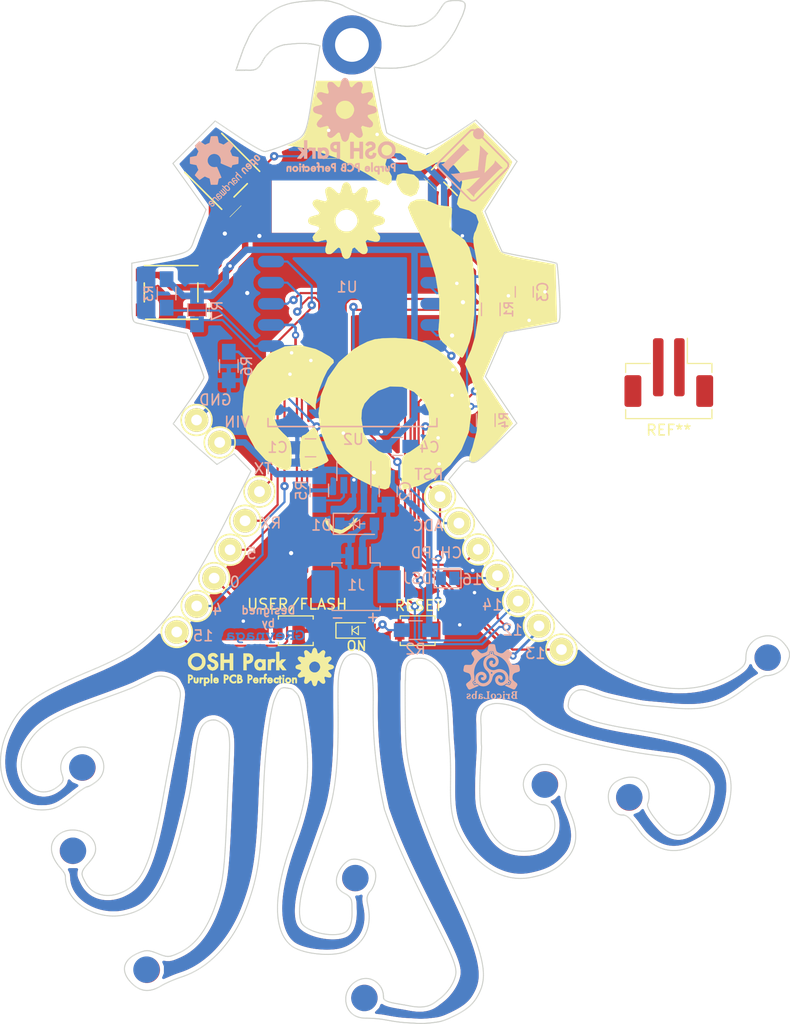
<source format=kicad_pcb>
(kicad_pcb (version 20171130) (host pcbnew 5.1.2-f72e74a~84~ubuntu18.04.1)
  (title_block (title "Project Title"))
  (layers (0 F.Cu signal hide) (31 B.Cu signal hide) (34 B.Paste user) (35 F.Paste user) (36 B.SilkS user) (37 F.SilkS user) (38 B.Mask user) (39 F.Mask user) (44 Edge.Cuts user))
  (net 0 "")
  (net 1 VCC)
  (net 2 GPIO4)
  (net 3 GPIO5)
  (net 4 GND)
  (net 5 GPIO12)
  (net 6 ADC)
  (net 7 REST)
  (net 8 TXD)
  (net 9 RXD)
  (net 10 CH_PD)
  (net 11 GPIO0)
  (net 12 GPIO2)
  (net 13 "Net-(LED1-Pad4)")
  (net 14 "Net-(LED2-Pad4)")
  (net 15 "Net-(LED3-Pad4)")
  (net 16 "Net-(LED4-Pad4)")
  (net 17 "Net-(LED5-Pad4)")
  (net 18 GPIO13)
  (net 19 GPIO14)
  (net 20 GPIO15)
  (net 21 GPIO16)
  (net 22 +3.3V)
  (net 23 VBAT)
  (net 24 "Net-(R5-Pad2)")
  (net 25 "Net-(U2-Pad4)")
  (net 26 "Net-(D2-Pad2)")
  (module Connector_JST:JST_PH_B2B-PH-SM4-TB_1x02-1MP_P2.00mm_Vertical (layer F.Cu) (at 160.528 77.343 180)
    (fp_text reference REF** (at 0 -5.45) (layer F.SilkS))
    (fp_text value JST_PH_B2B-PH-SM4-TB_1x02-1MP_P2.00mm_Vertical)
    (pad MP smd roundrect (at 3.4 -1.75 180) (size 1.6 3) (layers F.Cu F.Paste F.Mask) (roundrect_rratio 0.15625))
    (pad MP smd roundrect (at -3.4 -1.75 180) (size 1.6 3) (layers F.Cu F.Paste F.Mask) (roundrect_rratio 0.15625))
    (pad 2 smd roundrect (at 1 0.5 180) (size 1 5.5) (layers F.Cu F.Paste F.Mask))
    (pad 1 smd roundrect (at -1 0.5 180) (size 1 5.5) (layers F.Cu F.Paste F.Mask))
  )
  (module varios:OSHpark-1-2000 (layer F.Cu) (at 126.95 105.2)
    (fp_text reference PPP-G*** hide)
    (fp_text value PPP-LOGO hide)
  )
  (module varios:OSHpark-2-1800 (layer F.Cu) (at 120.05 105.375)
    (fp_text reference PPPP-G*** hide)
    (fp_text value PPPP-LOGO hide)
  )
  (module varios:OSHpark-2-1800 (layer B.Cu) (at 129.575 56.95 180)
    (fp_text reference G*** hide)
    (fp_text value LOGO hide)
  )
  (module varios:OSHpark-1-1200 (layer B.Cu) (at 129.8 52.5)
    (fp_text reference PP-G*** hide)
    (fp_text value PP-LOGO hide)
  )
  (module varios:OSHpark-1-1000 (layer F.Cu) (at 129.925 62.925)
    (fp_text reference p-G*** hide)
    (fp_text value P-LOGO hide)
  )
  (module varios:bricolabs-14 (layer B.Cu) (at 143.75 105.65 180)
    (fp_text reference B-G*** hide)
    (fp_text value B-LOGO hide)
  )
  (module varios:Ki-2500 (layer B.Cu) (at 142.125 57.575 135)
    (fp_text reference G***Ki hide)
    (fp_text value Ki-LOGO hide)
  )
  (module varios:greynaga6-2 (layer B.Cu) (at 122.275 102.2 180)
    (fp_text reference GBSilk*** hide)
    (fp_text value LOGO hide)
  )
  (module varios:greynaga6-2-cooper (layer B.Cu) (at 122.275 102.2 180)
    (fp_text reference GS*** hide)
    (fp_text value v hide)
    (fp_poly (pts (xy -0.69325 0.237887) (xy -0.678291 0.237691) (xy -0.66664 0.237282) (xy -0.657538 0.236627) (xy -0.650225 0.235693) (xy -0.64394 0.234449) (xy -0.637923 0.232859) (xy -0.634635 0.231882) (xy -0.615263 0.22408) (xy -0.600966 0.213639) (xy -0.59135 0.199927) (xy -0.586023 0.18231) (xy -0.584591 0.160153) (xy -0.584904 0.151778) (xy -0.586199 0.13733) (xy -0.588509 0.12693) (xy -0.592441 0.118285) (xy -0.594707 0.114647) (xy -0.607869 0.100444) (xy -0.626089 0.089721) (xy -0.648974 0.082707) (xy -0.650875 0.082335) (xy -0.661479 0.080264) (xy -0.669231 0.078614) (xy -0.672399 0.07776) (xy -0.671249 0.074838) (xy -0.667473 0.066881) (xy -0.661377 0.054486) (xy -0.653269 0.038249) (xy -0.643454 0.018768) (xy -0.63224 -0.00336) (xy -0.619933 -0.027539) (xy -0.60684 -0.053171) (xy -0.593268 -0.079659) (xy -0.579523 -0.106407) (xy -0.565912 -0.132818) (xy -0.552742 -0.158294) (xy -0.540319 -0.182239) (xy -0.528951 -0.204056) (xy -0.518943 -0.223148) (xy -0.510604 -0.238918) (xy -0.504238 -0.250768) (xy -0.500153 -0.258103) (xy -0.498679 -0.26035) (xy -0.496798 -0.25763) (xy -0.492187 -0.249795) (xy -0.485113 -0.237325) (xy -0.475841 -0.220703) (xy -0.464639 -0.200411) (xy -0.451772 -0.176931) (xy -0.437506 -0.150747) (xy -0.422108 -0.122339) (xy -0.405844 -0.092191) (xy -0.405354 -0.091281) (xy -0.314371 0.077788) (xy -0.332491 0.08014) (xy -0.358579 0.085731) (xy -0.379576 0.095037) (xy -0.395432 0.108002) (xy -0.406098 0.124572) (xy -0.411524 0.144689) (xy -0.41166 0.1683) (xy -0.411596 0.168929) (xy -0.408557 0.186228) (xy -0.40288 0.199769) (xy -0.393456 0.211955) (xy -0.390298 0.215157) (xy -0.384691 0.220382) (xy -0.379135 0.22467) (xy -0.372953 0.228119) (xy -0.365468 0.230831) (xy -0.356001 0.232906) (xy -0.343874 0.234444) (xy -0.328412 0.235545) (xy -0.308935 0.236311) (xy -0.284765 0.23684) (xy -0.255227 0.237234) (xy -0.240113 0.237392) (xy -0.21045 0.237672) (xy -0.186384 0.237834) (xy -0.167164 0.237846) (xy -0.152035 0.237677) (xy -0.140247 0.237297) (xy -0.131048 0.236672) (xy -0.123684 0.235774) (xy -0.117403 0.234569) (xy -0.111454 0.233027) (xy -0.107577 0.23188) (xy -0.087593 0.223579) (xy -0.072998 0.212296) (xy -0.063402 0.197681) (xy -0.06049 0.189501) (xy -0.057849 0.17361) (xy -0.057623 0.155516) (xy -0.059639 0.137721) (xy -0.063724 0.12273) (xy -0.065373 0.119063) (xy -0.075174 0.106022) (xy -0.089612 0.094665) (xy -0.106996 0.086122) (xy -0.120123 0.082401) (xy -0.138306 0.078824) (xy -0.316803 -0.260292) (xy -0.339526 -0.303472) (xy -0.361409 -0.345083) (xy -0.382275 -0.384779) (xy -0.401941 -0.422217) (xy -0.420228 -0.457053) (xy -0.436955 -0.488941) (xy -0.451942 -0.517539) (xy -0.465008 -0.542502) (xy -0.475973 -0.563486) (xy -0.484657 -0.580145) (xy -0.490879 -0.592137) (xy -0.494458 -0.599117) (xy -0.4953 -0.600858) (xy -0.492386 -0.601767) (xy -0.484656 -0.602876) (xy -0.473634 -0.603978) (xy -0.470694 -0.604216) (xy -0.44538 -0.607588) (xy -0.425401 -0.613522) (xy -0.41017 -0.622294) (xy -0.399097 -0.634182) (xy -0.395922 -0.639453) (xy -0.392339 -0.647473) (xy -0.390203 -0.656276) (xy -0.389188 -0.667818) (xy -0.388961 -0.681037) (xy -0.389162 -0.695451) (xy -0.390064 -0.70554) (xy -0.392069 -0.71332) (xy -0.395582 -0.720809) (xy -0.397641 -0.724417) (xy -0.407008 -0.737082) (xy -0.418946 -0.746565) (xy -0.434978 -0.753927) (xy -0.444283 -0.756934) (xy -0.448437 -0.757968) (xy -0.453651 -0.758853) (xy -0.460409 -0.759599) (xy -0.469197 -0.760217) (xy -0.480499 -0.760719) (xy -0.494801 -0.761114) (xy -0.512589 -0.761414) (xy -0.534346 -0.761629) (xy -0.560558 -0.76177) (xy -0.59171 -0.761848) (xy -0.628288 -0.761873) (xy -0.666533 -0.76186) (xy -0.709158 -0.76181) (xy -0.745879 -0.761714) (xy -0.777139 -0.761563) (xy -0.803384 -0.761349) (xy -0.825059 -0.761061) (xy -0.842608 -0.76069) (xy -0.856477 -0.760227) (xy -0.867111 -0.759662) (xy -0.874954 -0.758987) (xy -0.880452 -0.75819) (xy -0.884049 -0.757264) (xy -0.884054 -0.757262) (xy -0.899387 -0.750138) (xy -0.911383 -0.74022) (xy -0.922125 -0.725776) (xy -0.922338 -0.725435) (xy -0.927404 -0.716379) (xy -0.930457 -0.707817) (xy -0.932106 -0.697391) (xy -0.93289 -0.684466) (xy -0.93316 -0.670583) (xy -0.932391 -0.660777) (xy -0.930214 -0.652813) (xy -0.926296 -0.644525) (xy -0.918956 -0.633894) (xy -0.909612 -0.624233) (xy -0.906219 -0.621585) (xy -0.898427 -0.616644) (xy -0.890239 -0.612661) (xy -0.880892 -0.609537) (xy -0.86962 -0.607172) (xy -0.855659 -0.605466) (xy -0.838244 -0.604321) (xy -0.816611 -0.603637) (xy -0.789994 -0.603314) (xy -0.765147 -0.60325) (xy -0.674378 -0.60325) (xy -0.63167 -0.523265) (xy -0.620721 -0.502659) (xy -0.610854 -0.483898) (xy -0.60244 -0.467703) (xy -0.59585 -0.454793) (xy -0.591454 -0.445889) (xy -0.589623 -0.441713) (xy -0.589598 -0.441509) (xy -0.591112 -0.43849) (xy -0.595331 -0.430224) (xy -0.602049 -0.417111) (xy -0.611062 -0.399548) (xy -0.622165 -0.377933) (xy -0.635153 -0.352665) (xy -0.649822 -0.324141) (xy -0.665967 -0.29276) (xy -0.683383 -0.258921) (xy -0.701865 -0.223021) (xy -0.72121 -0.185459) (xy -0.72352 -0.180975) (xy -0.856807 0.077788) (xy -0.870523 0.08142) (xy -0.893313 0.089255) (xy -0.910496 0.099507) (xy -0.922541 0.112756) (xy -0.929919 0.12958) (xy -0.933101 0.150559) (xy -0.933311 0.15875) (xy -0.931657 0.180707) (xy -0.926294 0.198115) (xy -0.916623 0.211961) (xy -0.902046 0.223233) (xy -0.890548 0.229239) (xy -0.886107 0.231197) (xy -0.881683 0.232777) (xy -0.876557 0.234028) (xy -0.870009 0.234997) (xy -0.86132 0.235732) (xy -0.849769 0.236281) (xy -0.834637 0.236691) (xy -0.815204 0.237011) (xy -0.79075 0.237288) (xy -0.765583 0.237524) (xy -0.736136 0.23777) (xy -0.712278 0.237903) (xy -0.69325 0.237887)) (layer B.Cu) (width 0.01))
    (fp_poly (pts (xy 2.298534 0.25834) (xy 2.315568 0.258055) (xy 2.328899 0.257446) (xy 2.33985 0.256395) (xy 2.349745 0.254781) (xy 2.359907 0.252486) (xy 2.369203 0.250056) (xy 2.403796 0.238621) (xy 2.437402 0.223561) (xy 2.467646 0.205971) (xy 2.473325 0.202075) (xy 2.493962 0.187471) (xy 2.495806 0.238125) (xy 2.601884 0.238125) (xy 2.631271 0.238021) (xy 2.657886 0.237718) (xy 2.681039 0.237238) (xy 2.700037 0.236599) (xy 2.714189 0.23582) (xy 2.722803 0.234921) (xy 2.723681 0.234754) (xy 2.745043 0.227352) (xy 2.762234 0.215493) (xy 2.774811 0.199705) (xy 2.782334 0.180517) (xy 2.784426 0.161925) (xy 2.782846 0.14114) (xy 2.777738 0.124407) (xy 2.768598 0.110196) (xy 2.766774 0.108105) (xy 2.753977 0.096772) (xy 2.738485 0.088636) (xy 2.71925 0.083317) (xy 2.695225 0.08043) (xy 2.690143 0.080131) (xy 2.657475 0.078464) (xy 2.657472 -0.198099) (xy 2.65745 -0.251492) (xy 2.657375 -0.298947) (xy 2.657234 -0.340873) (xy 2.65701 -0.377681) (xy 2.65669 -0.409784) (xy 2.656259 -0.437591) (xy 2.655702 -0.461513) (xy 2.655004 -0.481962) (xy 2.654151 -0.499348) (xy 2.653128 -0.514082) (xy 2.651921 -0.526575) (xy 2.650514 -0.537238) (xy 2.648893 -0.546482) (xy 2.647044 -0.554717) (xy 2.644952 -0.562355) (xy 2.644403 -0.564174) (xy 2.629544 -0.602047) (xy 2.609301 -0.636917) (xy 2.584068 -0.668414) (xy 2.55424 -0.69617) (xy 2.520211 -0.719814) (xy 2.482375 -0.738978) (xy 2.443162 -0.752725) (xy 2.436709 -0.754473) (xy 2.430475 -0.755916) (xy 2.423785 -0.757089) (xy 2.415963 -0.758026) (xy 2.406333 -0.758759) (xy 2.394222 -0.759324) (xy 2.378953 -0.759753) (xy 2.359852 -0.76008) (xy 2.336242 -0.760339) (xy 2.307451 -0.760564) (xy 2.282825 -0.760725) (xy 2.253366 -0.760841) (xy 2.225627 -0.760817) (xy 2.200323 -0.760662) (xy 2.178173 -0.760387) (xy 2.159892 -0.760002) (xy 2.146198 -0.759517) (xy 2.137808 -0.758942) (xy 2.135931 -0.758652) (xy 2.1138 -0.750639) (xy 2.096359 -0.738692) (xy 2.083873 -0.723059) (xy 2.076606 -0.703986) (xy 2.076411 -0.703074) (xy 2.074017 -0.680178) (xy 2.07635 -0.65889) (xy 2.083143 -0.640308) (xy 2.094134 -0.625533) (xy 2.095312 -0.624434) (xy 2.101581 -0.619288) (xy 2.108372 -0.615037) (xy 2.116334 -0.611596) (xy 2.126111 -0.608884) (xy 2.138351 -0.606816) (xy 2.153698 -0.60531) (xy 2.1728 -0.604281) (xy 2.196303 -0.603646) (xy 2.224852 -0.603322) (xy 2.259094 -0.603226) (xy 2.259639 -0.603226) (xy 2.293581 -0.60314) (xy 2.321897 -0.602854) (xy 2.345308 -0.602301) (xy 2.364535 -0.601413) (xy 2.3803 -0.600124) (xy 2.393324 -0.598367) (xy 2.404331 -0.596074) (xy 2.41404 -0.593178) (xy 2.423174 -0.589611) (xy 2.427679 -0.587589) (xy 2.450436 -0.574346) (xy 2.468276 -0.557734) (xy 2.482129 -0.53686) (xy 2.483613 -0.533936) (xy 2.493962 -0.51293) (xy 2.496062 -0.39629) (xy 2.476351 -0.409675) (xy 2.45242 -0.424131) (xy 2.424696 -0.437949) (xy 2.395717 -0.449972) (xy 2.368438 -0.458924) (xy 2.336962 -0.46546) (xy 2.301649 -0.469053) (xy 2.264274 -0.469732) (xy 2.226612 -0.467527) (xy 2.190438 -0.462466) (xy 2.160587 -0.455485) (xy 2.11806 -0.440021) (xy 2.077996 -0.419181) (xy 2.040916 -0.393493) (xy 2.00734 -0.363488) (xy 1.977786 -0.329695) (xy 1.952775 -0.292643) (xy 1.932827 -0.252861) (xy 1.91846 -0.21088) (xy 1.917725 -0.20806) (xy 1.90826 -0.159106) (xy 1.904761 -0.110127) (xy 1.905027 -0.104775) (xy 2.065954 -0.104775) (xy 2.068858 -0.140612) (xy 2.077508 -0.173789) (xy 2.091978 -0.204503) (xy 2.112346 -0.232953) (xy 2.116739 -0.237954) (xy 2.14423 -0.263816) (xy 2.174718 -0.284214) (xy 2.207705 -0.298986) (xy 2.242695 -0.307971) (xy 2.279192 -0.311008) (xy 2.3167 -0.307936) (xy 2.326615 -0.306105) (xy 2.36061 -0.296076) (xy 2.392188 -0.280813) (xy 2.420722 -0.260909) (xy 2.445585 -0.236957) (xy 2.46615 -0.209549) (xy 2.48179 -0.179279) (xy 2.491015 -0.150607) (xy 2.494695 -0.125339) (xy 2.494994 -0.097443) (xy 2.492054 -0.069575) (xy 2.486018 -0.044388) (xy 2.485168 -0.041888) (xy 2.470719 -0.010068) (xy 2.451201 0.018668) (xy 2.42733 0.043864) (xy 2.399818 0.065063) (xy 2.369378 0.081808) (xy 2.336726 0.093642) (xy 2.302573 0.100108) (xy 2.267634 0.10075) (xy 2.262968 0.100372) (xy 2.242854 0.097969) (xy 2.225709 0.094464) (xy 2.2091 0.089167) (xy 2.190595 0.081384) (xy 2.181909 0.077321) (xy 2.166722 0.069591) (xy 2.154358 0.061898) (xy 2.14269 0.052708) (xy 2.129592 0.040489) (xy 2.126248 0.037183) (xy 2.10297 0.010829) (xy 2.085675 -0.016252) (xy 2.073996 -0.044923) (xy 2.067566 -0.076046) (xy 2.065954 -0.104775) (xy 1.905027 -0.104775) (xy 1.907175 -0.061724) (xy 1.915448 -0.014499) (xy 1.929527 0.030949) (xy 1.941517 0.058738) (xy 1.954606 0.083855) (xy 1.968412 0.105838) (xy 1.984209 0.12639) (xy 2.003274 0.147216) (xy 2.019984 0.163567) (xy 2.055129 0.193004) (xy 2.092676 0.216936) (xy 2.133342 0.235743) (xy 2.177844 0.249808) (xy 2.185798 0.251744) (xy 2.197382 0.254219) (xy 2.208675 0.256017) (xy 2.221017 0.257238) (xy 2.235749 0.257979) (xy 2.254212 0.25834) (xy 2.276475 0.258421) (xy 2.298534 0.25834)) (layer B.Cu) (width 0.01))
    (fp_poly (pts (xy -1.408884 0.257616) (xy -1.361811 0.251717) (xy -1.316582 0.241517) (xy -1.274176 0.227096) (xy -1.235576 0.208538) (xy -1.231663 0.206282) (xy -1.193234 0.180751) (xy -1.158048 0.151405) (xy -1.126801 0.119003) (xy -1.100187 0.084301) (xy -1.078901 0.048055) (xy -1.071275 0.031514) (xy -1.059737 0.0002) (xy -1.051198 -0.032397) (xy -1.045448 -0.067499) (xy -1.042278 -0.106327) (xy -1.041456 -0.142081) (xy -1.0414 -0.180975) (xy -1.360828 -0.180975) (xy -1.412944 -0.180979) (xy -1.459072 -0.180996) (xy -1.499572 -0.181032) (xy -1.534805 -0.181093) (xy -1.565133 -0.181186) (xy -1.590917 -0.181317) (xy -1.612518 -0.181492) (xy -1.630298 -0.181718) (xy -1.644616 -0.182001) (xy -1.655836 -0.182347) (xy -1.664317 -0.182763) (xy -1.670421 -0.183255) (xy -1.674509 -0.183829) (xy -1.676942 -0.184491) (xy -1.678082 -0.185249) (xy -1.678289 -0.186107) (xy -1.678174 -0.186531) (xy -1.671496 -0.200203) (xy -1.661311 -0.216052) (xy -1.648966 -0.232159) (xy -1.636229 -0.246189) (xy -1.610802 -0.267167) (xy -1.580554 -0.284372) (xy -1.545825 -0.297727) (xy -1.506959 -0.307153) (xy -1.464296 -0.312574) (xy -1.418179 -0.313913) (xy -1.36895 -0.311091) (xy -1.355706 -0.309669) (xy -1.334965 -0.30702) (xy -1.314825 -0.303943) (xy -1.294033 -0.300189) (xy -1.271337 -0.295512) (xy -1.245483 -0.289662) (xy -1.215219 -0.28239) (xy -1.203325 -0.279456) (xy -1.1737 -0.272452) (xy -1.149278 -0.26756) (xy -1.129268 -0.264795) (xy -1.112882 -0.264171) (xy -1.099328 -0.265705) (xy -1.087817 -0.269409) (xy -1.077558 -0.2753) (xy -1.069331 -0.281947) (xy -1.055379 -0.297442) (xy -1.046986 -0.314322) (xy -1.043442 -0.334167) (xy -1.043226 -0.340242) (xy -1.043464 -0.352597) (xy -1.044994 -0.361271) (xy -1.048528 -0.368904) (xy -1.052647 -0.375143) (xy -1.063306 -0.387692) (xy -1.077153 -0.399173) (xy -1.094791 -0.409897) (xy -1.116823 -0.420176) (xy -1.143853 -0.43032) (xy -1.176484 -0.44064) (xy -1.183825 -0.442778) (xy -1.223396 -0.452649) (xy -1.267301 -0.460885) (xy -1.313665 -0.467163) (xy -1.340817 -0.469769) (xy -1.356393 -0.47074) (xy -1.375934 -0.471511) (xy -1.398094 -0.472072) (xy -1.421527 -0.472415) (xy -1.444888 -0.472531) (xy -1.466831 -0.47241) (xy -1.486011 -0.472045) (xy -1.50108 -0.471425) (xy -1.508125 -0.470873) (xy -1.516117 -0.469732) (xy -1.528291 -0.46766) (xy -1.542611 -0.465013) (xy -1.550106 -0.463552) (xy -1.599358 -0.451004) (xy -1.644675 -0.433627) (xy -1.686502 -0.411187) (xy -1.725285 -0.38345) (xy -1.756018 -0.355708) (xy -1.786311 -0.321967) (xy -1.810718 -0.286688) (xy -1.829543 -0.249217) (xy -1.843087 -0.208903) (xy -1.851654 -0.165092) (xy -1.853931 -0.144462) (xy -1.855328 -0.095106) (xy -1.850816 -0.047855) (xy -1.848571 -0.0381) (xy -1.676119 -0.0381) (xy -1.221687 -0.0381) (xy -1.223806 -0.029368) (xy -1.228653 -0.01689) (xy -1.237265 -0.001973) (xy -1.24855 0.013736) (xy -1.261411 0.028588) (xy -1.264208 0.031443) (xy -1.282702 0.047225) (xy -1.305178 0.062278) (xy -1.329307 0.075174) (xy -1.348035 0.082905) (xy -1.383927 0.092574) (xy -1.422591 0.097717) (xy -1.462392 0.098351) (xy -1.501697 0.094495) (xy -1.538871 0.086165) (xy -1.555138 0.080711) (xy -1.584353 0.067265) (xy -1.611047 0.050178) (xy -1.634358 0.030234) (xy -1.653424 0.00822) (xy -1.667383 -0.015079) (xy -1.671691 -0.02555) (xy -1.676119 -0.0381) (xy -1.848571 -0.0381) (xy -1.840468 -0.002893) (xy -1.824358 0.039595) (xy -1.802559 0.079424) (xy -1.775146 0.116407) (xy -1.742191 0.150361) (xy -1.733694 0.157843) (xy -1.700335 0.184115) (xy -1.6671 0.205417) (xy -1.632131 0.222813) (xy -1.595982 0.236565) (xy -1.551349 0.248687) (xy -1.504633 0.256182) (xy -1.456818 0.259131) (xy -1.408884 0.257616)) (layer B.Cu) (width 0.01))
    (fp_poly (pts (xy 1.428856 0.256821) (xy 1.476526 0.249673) (xy 1.520116 0.238011) (xy 1.559457 0.221869) (xy 1.589647 0.204507) (xy 1.617347 0.183124) (xy 1.639714 0.159154) (xy 1.657527 0.131732) (xy 1.660782 0.125413) (xy 1.665257 0.116146) (xy 1.669079 0.107452) (xy 1.672301 0.09876) (xy 1.674973 0.089501) (xy 1.677148 0.079104) (xy 1.678875 0.066997) (xy 1.680206 0.05261) (xy 1.681193 0.035373) (xy 1.681886 0.014716) (xy 1.682337 -0.009933) (xy 1.682597 -0.039145) (xy 1.682717 -0.073488) (xy 1.682749 -0.113535) (xy 1.68275 -0.119341) (xy 1.68275 -0.288925) (xy 1.702804 -0.288925) (xy 1.733296 -0.290827) (xy 1.75879 -0.29652) (xy 1.779249 -0.305983) (xy 1.794638 -0.319196) (xy 1.804924 -0.336136) (xy 1.80951 -0.352706) (xy 1.810795 -0.376668) (xy 1.806711 -0.397901) (xy 1.797525 -0.415939) (xy 1.783502 -0.430314) (xy 1.764908 -0.440559) (xy 1.758223 -0.442834) (xy 1.752573 -0.444186) (xy 1.745234 -0.445274) (xy 1.73553 -0.446122) (xy 1.722785 -0.446756) (xy 1.706324 -0.447203) (xy 1.685472 -0.447488) (xy 1.659553 -0.447636) (xy 1.631373 -0.447675) (xy 1.520825 -0.447675) (xy 1.520825 -0.4318) (xy 1.52052 -0.422741) (xy 1.519741 -0.416993) (xy 1.519131 -0.415925) (xy 1.515573 -0.417244) (xy 1.50827 -0.420628) (xy 1.502463 -0.423502) (xy 1.478277 -0.434233) (xy 1.4495 -0.444525) (xy 1.417888 -0.453867) (xy 1.3852 -0.461746) (xy 1.353192 -0.467651) (xy 1.34849 -0.468345) (xy 1.33283 -0.470022) (xy 1.313249 -0.471293) (xy 1.291257 -0.472141) (xy 1.268364 -0.472552) (xy 1.24608 -0.472509) (xy 1.225914 -0.471998) (xy 1.209379 -0.471002) (xy 1.199894 -0.469866) (xy 1.157188 -0.459891) (xy 1.117465 -0.445055) (xy 1.081304 -0.42565) (xy 1.049282 -0.40197) (xy 1.031207 -0.384683) (xy 1.011064 -0.360917) (xy 0.996427 -0.337626) (xy 0.986733 -0.313412) (xy 0.981421 -0.286878) (xy 0.979924 -0.257175) (xy 0.980016 -0.252945) (xy 1.14935 -0.252945) (xy 1.152401 -0.268023) (xy 1.161357 -0.281504) (xy 1.175915 -0.293142) (xy 1.195775 -0.302695) (xy 1.2192 -0.309599) (xy 1.234037 -0.311765) (xy 1.253394 -0.31286) (xy 1.27554 -0.312925) (xy 1.298742 -0.312004) (xy 1.32127 -0.310139) (xy 1.341391 -0.307373) (xy 1.3462 -0.306475) (xy 1.39137 -0.294747) (xy 1.438463 -0.277309) (xy 1.477962 -0.258978) (xy 1.522412 -0.236537) (xy 1.523303 -0.197643) (xy 1.523455 -0.182774) (xy 1.523219 -0.170526) (xy 1.522646 -0.162114) (xy 1.521784 -0.158752) (xy 1.521716 -0.158737) (xy 1.517664 -0.158262) (xy 1.508898 -0.157) (xy 1.496973 -0.15518) (xy 1.490662 -0.154187) (xy 1.44561 -0.148105) (xy 1.402614 -0.144411) (xy 1.362432 -0.143107) (xy 1.325823 -0.144194) (xy 1.293547 -0.147673) (xy 1.266361 -0.153545) (xy 1.265355 -0.15384) (xy 1.235143 -0.164537) (xy 1.208748 -0.177388) (xy 1.186624 -0.192004) (xy 1.169224 -0.207999) (xy 1.157002 -0.224985) (xy 1.150412 -0.242573) (xy 1.14935 -0.252945) (xy 0.980016 -0.252945) (xy 0.980298 -0.240122) (xy 0.98148 -0.226853) (xy 0.983876 -0.214814) (xy 0.987894 -0.201452) (xy 0.98959 -0.196476) (xy 1.003199 -0.165337) (xy 1.021896 -0.136246) (xy 1.046221 -0.108408) (xy 1.055562 -0.099372) (xy 1.09097 -0.070295) (xy 1.129688 -0.04606) (xy 1.172072 -0.026507) (xy 1.218477 -0.011476) (xy 1.269258 -0.000806) (xy 1.276731 0.000348) (xy 1.298598 0.002623) (xy 1.32528 0.003866) (xy 1.355334 0.004131) (xy 1.387319 0.00347) (xy 1.419792 0.001939) (xy 1.451312 -0.000411) (xy 1.480437 -0.003524) (xy 1.505724 -0.007348) (xy 1.511041 -0.008362) (xy 1.521491 -0.010452) (xy 1.520364 0.018297) (xy 1.519646 0.032363) (xy 1.518497 0.041899) (xy 1.516434 0.048724) (xy 1.51297 0.054657) (xy 1.509463 0.059242) (xy 1.495116 0.072907) (xy 1.476243 0.083559) (xy 1.452554 0.091285) (xy 1.423758 0.096173) (xy 1.389564 0.098308) (xy 1.378313 0.098426) (xy 1.359754 0.09825) (xy 1.342881 0.097623) (xy 1.326499 0.096392) (xy 1.309415 0.094403) (xy 1.290437 0.091503) (xy 1.26837 0.087541) (xy 1.242022 0.082364) (xy 1.223962 0.078672) (xy 1.18993 0.072129) (xy 1.161473 0.067733) (xy 1.138197 0.065458) (xy 1.11971 0.06528) (xy 1.10562 0.067174) (xy 1.096505 0.070556) (xy 1.078567 0.083787) (xy 1.065414 0.101054) (xy 1.057321 0.12192) (xy 1.054997 0.136128) (xy 1.055197 0.157779) (xy 1.060241 0.175872) (xy 1.070408 0.191261) (xy 1.074296 0.195283) (xy 1.080508 0.200754) (xy 1.087219 0.205266) (xy 1.095721 0.209416) (xy 1.107304 0.213803) (xy 1.123262 0.219025) (xy 1.130341 0.22123) (xy 1.167335 0.232086) (xy 1.200908 0.240569) (xy 1.233239 0.247091) (xy 1.266504 0.252063) (xy 1.302881 0.255897) (xy 1.321948 0.257444) (xy 1.377274 0.259422) (xy 1.428856 0.256821)) (layer B.Cu) (width 0.01))
    (fp_poly (pts (xy 3.294858 0.257621) (xy 3.341954 0.252197) (xy 3.38518 0.242867) (xy 3.402012 0.237772) (xy 3.436003 0.223973) (xy 3.467184 0.206312) (xy 3.494769 0.185419) (xy 3.517974 0.161921) (xy 3.536013 0.136446) (xy 3.541395 0.126285) (xy 3.545654 0.117278) (xy 3.54929 0.108953) (xy 3.552352 0.100739) (xy 3.55489 0.092067) (xy 3.556952 0.082365) (xy 3.558589 0.071063) (xy 3.55985 0.057591) (xy 3.560784 0.041378) (xy 3.561441 0.021853) (xy 3.56187 -0.001554) (xy 3.562122 -0.029413) (xy 3.562245 -0.062295) (xy 3.562289 -0.100771) (xy 3.562294 -0.114615) (xy 3.56235 -0.287968) (xy 3.594893 -0.28985) (xy 3.621936 -0.292687) (xy 3.643675 -0.297948) (xy 3.660798 -0.305953) (xy 3.673993 -0.317022) (xy 3.683789 -0.331177) (xy 3.687692 -0.340056) (xy 3.689888 -0.349785) (xy 3.690779 -0.362577) (xy 3.690861 -0.370205) (xy 3.690601 -0.383815) (xy 3.68948 -0.393359) (xy 3.68697 -0.401109) (xy 3.68254 -0.409343) (xy 3.681263 -0.411432) (xy 3.672979 -0.422518) (xy 3.662714 -0.430963) (xy 3.652965 -0.436513) (xy 3.634254 -0.446087) (xy 3.517339 -0.447027) (xy 3.400425 -0.447967) (xy 3.400425 -0.416005) (xy 3.382168 -0.424348) (xy 3.355535 -0.43536) (xy 3.325186 -0.445986) (xy 3.293738 -0.455377) (xy 3.2639 -0.462666) (xy 3.243479 -0.466117) (xy 3.219027 -0.468859) (xy 3.192034 -0.470848) (xy 3.163992 -0.472042) (xy 3.136394 -0.472396) (xy 3.110731 -0.471866) (xy 3.088496 -0.470409) (xy 3.072574 -0.468256) (xy 3.032734 -0.458251) (xy 2.995754 -0.444045) (xy 2.962133 -0.426029) (xy 2.932371 -0.404591) (xy 2.906968 -0.380122) (xy 2.886423 -0.353011) (xy 2.871235 -0.323647) (xy 2.865345 -0.306672) (xy 2.861971 -0.288572) (xy 2.860719 -0.266682) (xy 2.861109 -0.254683) (xy 3.029019 -0.254683) (xy 3.031999 -0.267425) (xy 3.04061 -0.279693) (xy 3.054137 -0.290927) (xy 3.071861 -0.300573) (xy 3.093065 -0.308072) (xy 3.100075 -0.309838) (xy 3.116978 -0.312315) (xy 3.138383 -0.313322) (xy 3.162636 -0.312936) (xy 3.188079 -0.311231) (xy 3.213056 -0.308282) (xy 3.23591 -0.304163) (xy 3.2385 -0.303578) (xy 3.272125 -0.294668) (xy 3.304021 -0.283706) (xy 3.336441 -0.269843) (xy 3.363912 -0.256278) (xy 3.402012 -0.236535) (xy 3.402901 -0.197985) (xy 3.403789 -0.159434) (xy 3.383769 -0.155948) (xy 3.345818 -0.15026) (xy 3.307644 -0.146262) (xy 3.270307 -0.143974) (xy 3.234865 -0.143412) (xy 3.202375 -0.144595) (xy 3.173896 -0.147539) (xy 3.151187 -0.152073) (xy 3.121762 -0.161732) (xy 3.095407 -0.173897) (xy 3.072674 -0.188104) (xy 3.054117 -0.203888) (xy 3.040288 -0.220785) (xy 3.031742 -0.238329) (xy 3.029019 -0.254683) (xy 2.861109 -0.254683) (xy 2.861484 -0.24316) (xy 2.864159 -0.220161) (xy 2.868639 -0.199843) (xy 2.870928 -0.192908) (xy 2.881721 -0.168052) (xy 2.894927 -0.145837) (xy 2.911823 -0.124316) (xy 2.925762 -0.109402) (xy 2.9586 -0.079726) (xy 2.994063 -0.05486) (xy 3.032769 -0.034495) (xy 3.075341 -0.018322) (xy 3.122396 -0.006032) (xy 3.14001 -0.002596) (xy 3.165339 0.00081) (xy 3.195398 0.002976) (xy 3.228698 0.003935) (xy 3.263746 0.00372) (xy 3.299053 0.002366) (xy 3.333129 -0.000095) (xy 3.364481 -0.003629) (xy 3.391621 -0.008203) (xy 3.391693 -0.008218) (xy 3.400425 -0.010029) (xy 3.400425 0.015781) (xy 3.399749 0.033039) (xy 3.397256 0.045871) (xy 3.392244 0.056103) (xy 3.384011 0.065562) (xy 3.379831 0.069386) (xy 3.36453 0.080022) (xy 3.345487 0.088111) (xy 3.322145 0.093782) (xy 3.293949 0.097168) (xy 3.260344 0.098397) (xy 3.256476 0.098407) (xy 3.236862 0.098117) (xy 3.218066 0.097164) (xy 3.1989 0.095392) (xy 3.178171 0.092648) (xy 3.15469 0.088776) (xy 3.127266 0.083623) (xy 3.099768 0.078079) (xy 3.069938 0.072148) (xy 3.045451 0.067873) (xy 3.025514 0.065281) (xy 3.009331 0.064399) (xy 2.996109 0.065257) (xy 2.985052 0.06788) (xy 2.975368 0.072297) (xy 2.966261 0.078536) (xy 2.961021 0.08292) (xy 2.94773 0.098515) (xy 2.938933 0.117116) (xy 2.934788 0.137338) (xy 2.935455 0.157799) (xy 2.941092 0.177114) (xy 2.948734 0.19009) (xy 2.955435 0.197112) (xy 2.964864 0.203612) (xy 2.977817 0.20996) (xy 2.995093 0.216521) (xy 3.017487 0.223665) (xy 3.02869 0.22695) (xy 3.083408 0.240714) (xy 3.138166 0.250686) (xy 3.192182 0.256843) (xy 3.244673 0.259162) (xy 3.294858 0.257621)) (layer B.Cu) (width 0.01))
    (fp_poly (pts (xy -2.975093 0.487295) (xy -2.958806 0.481562) (xy -2.949319 0.475332) (xy -2.941943 0.467039) (xy -2.935288 0.455604) (xy -2.925763 0.437033) (xy -2.924772 0.33272) (xy -2.924535 0.302881) (xy -2.924464 0.278668) (xy -2.924582 0.259358) (xy -2.924912 0.24423) (xy -2.925478 0.23256) (xy -2.926303 0.223626) (xy -2.92741 0.216705) (xy -2.928657 0.211636) (xy -2.936615 0.191227) (xy -2.947388 0.176183) (xy -2.961588 0.166054) (xy -2.97983 0.160395) (xy -3.00115 0.15875) (xy -3.015042 0.159329) (xy -3.027563 0.160863) (xy -3.036265 0.163049) (xy -3.036434 0.163119) (xy -3.047557 0.169857) (xy -3.057357 0.180526) (xy -3.066178 0.195727) (xy -3.074367 0.216059) (xy -3.082271 0.242122) (xy -3.082516 0.243032) (xy -3.090338 0.260301) (xy -3.10375 0.276127) (xy -3.122115 0.29031) (xy -3.144795 0.302648) (xy -3.171152 0.312939) (xy -3.20055 0.320983) (xy -3.232351 0.326578) (xy -3.265917 0.329523) (xy -3.30061 0.329616) (xy -3.335795 0.326657) (xy -3.343834 0.325532) (xy -3.385635 0.316345) (xy -3.424127 0.30205) (xy -3.458992 0.282944) (xy -3.489912 0.259323) (xy -3.516568 0.231483) (xy -3.538642 0.199723) (xy -3.555816 0.164337) (xy -3.567772 0.125624) (xy -3.570044 0.114744) (xy -3.571827 0.10144) (xy -3.573253 0.083102) (xy -3.57432 0.060872) (xy -3.575029 0.035891) (xy -3.57538 0.0093) (xy -3.575372 -0.017759) (xy -3.575007 -0.044145) (xy -3.574284 -0.068716) (xy -3.573203 -0.090331) (xy -3.571763 -0.107849) (xy -3.570036 -0.119792) (xy -3.559542 -0.157609) (xy -3.544526 -0.191143) (xy -3.524917 -0.220455) (xy -3.500642 -0.245602) (xy -3.47163 -0.266643) (xy -3.437807 -0.283638) (xy -3.399103 -0.296646) (xy -3.355445 -0.305725) (xy -3.340184 -0.307839) (xy -3.296209 -0.311049) (xy -3.250528 -0.310329) (xy -3.20481 -0.305863) (xy -3.160728 -0.297839) (xy -3.119951 -0.286441) (xy -3.107532 -0.281981) (xy -3.082925 -0.272588) (xy -3.082925 -0.168902) (xy -3.177382 -0.167493) (xy -3.207581 -0.166968) (xy -3.23221 -0.166312) (xy -3.252047 -0.165416) (xy -3.267871 -0.164173) (xy -3.280462 -0.162474) (xy -3.290598 -0.16021) (xy -3.299059 -0.157273) (xy -3.306624 -0.153554) (xy -3.314072 -0.148946) (xy -3.314981 -0.148337) (xy -3.327733 -0.136063) (xy -3.336758 -0.1195) (xy -3.341742 -0.099714) (xy -3.342371 -0.077769) (xy -3.340243 -0.062601) (xy -3.334333 -0.045383) (xy -3.324127 -0.031763) (xy -3.308908 -0.020956) (xy -3.297238 -0.015561) (xy -3.278188 -0.007937) (xy -3.103563 -0.007937) (xy -3.065399 -0.007952) (xy -3.033039 -0.008006) (xy -3.005937 -0.008116) (xy -2.983548 -0.008298) (xy -2.965326 -0.008567) (xy -2.950726 -0.00894) (xy -2.939201 -0.009432) (xy -2.930206 -0.01006) (xy -2.923195 -0.01084) (xy -2.917622 -0.011787) (xy -2.912943 -0.012917) (xy -2.910696 -0.013578) (xy -2.890083 -0.022765) (xy -2.874327 -0.035933) (xy -2.863638 -0.052803) (xy -2.858229 -0.073095) (xy -2.85757 -0.083769) (xy -2.859763 -0.107377) (xy -2.866709 -0.126916) (xy -2.878668 -0.142806) (xy -2.895902 -0.155468) (xy -2.904925 -0.159991) (xy -2.924175 -0.168631) (xy -2.924175 -0.375067) (xy -2.969419 -0.396749) (xy -3.009386 -0.415152) (xy -3.045798 -0.430222) (xy -3.080147 -0.442481) (xy -3.113923 -0.452453) (xy -3.148617 -0.460659) (xy -3.15595 -0.462166) (xy -3.16877 -0.464021) (xy -3.186689 -0.465616) (xy -3.20846 -0.466925) (xy -3.232837 -0.467923) (xy -3.258574 -0.468583) (xy -3.284424 -0.468881) (xy -3.30914 -0.468791) (xy -3.331476 -0.468287) (xy -3.350186 -0.467343) (xy -3.360738 -0.466374) (xy -3.400872 -0.459972) (xy -3.441506 -0.450536) (xy -3.480867 -0.438591) (xy -3.517182 -0.424665) (xy -3.5433 -0.412211) (xy -3.581697 -0.388292) (xy -3.616534 -0.359389) (xy -3.647516 -0.325966) (xy -3.674347 -0.288485) (xy -3.696729 -0.24741) (xy -3.714366 -0.203205) (xy -3.726961 -0.156333) (xy -3.733458 -0.114969) (xy -3.734743 -0.098693) (xy -3.735726 -0.07743) (xy -3.736407 -0.052535) (xy -3.736784 -0.025364) (xy -3.736855 0.002728) (xy -3.736619 0.030384) (xy -3.736076 0.05625) (xy -3.735224 0.07897) (xy -3.734061 0.097188) (xy -3.733661 0.101478) (xy -3.726428 0.147428) (xy -3.714482 0.192508) (xy -3.698377 0.234713) (xy -3.694442 0.243181) (xy -3.679115 0.2729) (xy -3.663221 0.298868) (xy -3.645405 0.322983) (xy -3.624309 0.347143) (xy -3.608401 0.363565) (xy -3.572999 0.395891) (xy -3.536593 0.422723) (xy -3.498131 0.444629) (xy -3.456562 0.462179) (xy -3.410835 0.475941) (xy -3.393086 0.480092) (xy -3.381359 0.482485) (xy -3.3703 0.484278) (xy -3.35869 0.485554) (xy -3.34531 0.486397) (xy -3.32894 0.486888) (xy -3.308361 0.487112) (xy -3.2893 0.487154) (xy -3.262238 0.487018) (xy -3.240367 0.486563) (xy -3.222533 0.485724) (xy -3.207583 0.484438) (xy -3.194363 0.482641) (xy -3.187912 0.481506) (xy -3.161803 0.475687) (xy -3.133885 0.467947) (xy -3.106775 0.459083) (xy -3.08309 0.44989) (xy -3.080845 0.44891) (xy -3.069119 0.444359) (xy -3.062617 0.443384) (xy -3.061261 0.444407) (xy -3.056855 0.452384) (xy -3.049086 0.462197) (xy -3.039707 0.471925) (xy -3.030471 0.479645) (xy -3.027215 0.481736) (xy -3.011716 0.487398) (xy -2.993541 0.489249) (xy -2.975093 0.487295)) (layer B.Cu) (width 0.01))
    (fp_poly (pts (xy -2.416406 0.466363) (xy -2.390736 0.466096) (xy -2.368815 0.465653) (xy -2.350125 0.46501) (xy -2.334145 0.464142) (xy -2.320355 0.463026) (xy -2.308236 0.461638) (xy -2.297267 0.459953) (xy -2.286928 0.457947) (xy -2.2767 0.455597) (xy -2.266063 0.452878) (xy -2.262939 0.452046) (xy -2.223392 0.438724) (xy -2.186136 0.420778) (xy -2.151861 0.398756) (xy -2.121257 0.373204) (xy -2.095013 0.344671) (xy -2.07382 0.313703) (xy -2.063789 0.294124) (xy -2.05192 0.260839) (xy -2.044633 0.224872) (xy -2.042201 0.18821) (xy -2.044547 0.155179) (xy -2.052587 0.119599) (xy -2.066138 0.0863) (xy -2.085434 0.054853) (xy -2.110708 0.024825) (xy -2.120886 0.01469) (xy -2.131565 0.005111) (xy -2.144432 -0.005474) (xy -2.158425 -0.016303) (xy -2.172484 -0.026612) (xy -2.18555 -0.035637) (xy -2.196561 -0.042616) (xy -2.204457 -0.046784) (xy -2.207435 -0.047625) (xy -2.206582 -0.049686) (xy -2.201892 -0.055319) (xy -2.194107 -0.063696) (xy -2.18397 -0.073988) (xy -2.182481 -0.075459) (xy -2.138558 -0.121791) (xy -2.09578 -0.17287) (xy -2.055443 -0.227092) (xy -2.033575 -0.259506) (xy -2.014538 -0.288825) (xy -1.995488 -0.28893) (xy -1.974732 -0.290296) (xy -1.954239 -0.293867) (xy -1.935893 -0.29919) (xy -1.921579 -0.30581) (xy -1.919288 -0.307304) (xy -1.905183 -0.320228) (xy -1.896029 -0.336123) (xy -1.891478 -0.355741) (xy -1.890809 -0.3683) (xy -1.892902 -0.391429) (xy -1.899557 -0.410249) (xy -1.911035 -0.425117) (xy -1.927594 -0.436392) (xy -1.944884 -0.44313) (xy -1.951817 -0.444675) (xy -1.961551 -0.44586) (xy -1.974809 -0.446717) (xy -1.99231 -0.447283) (xy -2.014778 -0.44759) (xy -2.040264 -0.447675) (xy -2.120543 -0.447675) (xy -2.13837 -0.415911) (xy -2.156902 -0.38447) (xy -2.177684 -0.351981) (xy -2.200202 -0.31907) (xy -2.22394 -0.286366) (xy -2.248385 -0.254494) (xy -2.273022 -0.224081) (xy -2.297336 -0.195753) (xy -2.320813 -0.170139) (xy -2.342938 -0.147863) (xy -2.363198 -0.129553) (xy -2.381077 -0.115835) (xy -2.388634 -0.111081) (xy -2.405063 -0.101659) (xy -2.480469 -0.101629) (xy -2.555875 -0.1016) (xy -2.555875 -0.288925) (xy -2.520157 -0.28898) (xy -2.488974 -0.290151) (xy -2.463233 -0.293688) (xy -2.442408 -0.299781) (xy -2.425976 -0.308623) (xy -2.413412 -0.320403) (xy -2.406725 -0.33034) (xy -2.402302 -0.339676) (xy -2.399881 -0.349213) (xy -2.398944 -0.361457) (xy -2.398867 -0.3683) (xy -2.400994 -0.391286) (xy -2.407465 -0.409852) (xy -2.418428 -0.424344) (xy -2.425503 -0.430075) (xy -2.431209 -0.433917) (xy -2.436702 -0.437155) (xy -2.442557 -0.43984) (xy -2.44935 -0.442024) (xy -2.457657 -0.443757) (xy -2.468054 -0.445091) (xy -2.481116 -0.446077) (xy -2.497419 -0.446767) (xy -2.517539 -0.44721) (xy -2.542052 -0.44746) (xy -2.571532 -0.447566) (xy -2.606556 -0.44758) (xy -2.622261 -0.447571) (xy -2.657911 -0.447531) (xy -2.687794 -0.44745) (xy -2.712496 -0.447308) (xy -2.7326 -0.447085) (xy -2.74869 -0.44676) (xy -2.761351 -0.446314) (xy -2.771167 -0.445725) (xy -2.778722 -0.444975) (xy -2.784599 -0.444043) (xy -2.789384 -0.442909) (xy -2.793316 -0.441672) (xy -2.812884 -0.431968) (xy -2.827694 -0.418198) (xy -2.83757 -0.400693) (xy -2.842335 -0.379783) (xy -2.841814 -0.355799) (xy -2.841239 -0.351772) (xy -2.835234 -0.332381) (xy -2.823995 -0.316427) (xy -2.807689 -0.304011) (xy -2.786485 -0.295233) (xy -2.760552 -0.290195) (xy -2.736267 -0.288925) (xy -2.7178 -0.288925) (xy -2.7178 0.05715) (xy -2.555875 0.05715) (xy -2.505869 0.057178) (xy -2.483935 0.057417) (xy -2.459739 0.058048) (xy -2.436017 0.058981) (xy -2.415504 0.060123) (xy -2.412907 0.060304) (xy -2.379126 0.063717) (xy -2.349865 0.068941) (xy -2.323456 0.076375) (xy -2.298227 0.086415) (xy -2.292979 0.088866) (xy -2.27115 0.101276) (xy -2.251296 0.116324) (xy -2.234723 0.132839) (xy -2.222736 0.149647) (xy -2.220499 0.153988) (xy -2.215039 0.171124) (xy -2.212889 0.190639) (xy -2.214103 0.21) (xy -2.218733 0.226673) (xy -2.218978 0.227221) (xy -2.231258 0.246959) (xy -2.249071 0.264952) (xy -2.271714 0.280653) (xy -2.298487 0.293517) (xy -2.309564 0.297538) (xy -2.316509 0.299813) (xy -2.322776 0.301651) (xy -2.329131 0.303107) (xy -2.336343 0.304236) (xy -2.34518 0.305094) (xy -2.356409 0.305734) (xy -2.370797 0.306213) (xy -2.389114 0.306584) (xy -2.412126 0.306904) (xy -2.440601 0.307226) (xy -2.445544 0.30728) (xy -2.555875 0.308478) (xy -2.555875 0.05715) (xy -2.7178 0.05715) (xy -2.7178 0.307052) (xy -2.748757 0.308854) (xy -2.776947 0.312098) (xy -2.799708 0.318375) (xy -2.817308 0.327913) (xy -2.830015 0.340942) (xy -2.838098 0.357691) (xy -2.841825 0.378388) (xy -2.842155 0.388572) (xy -2.840508 0.410673) (xy -2.835405 0.428063) (xy -2.826315 0.441664) (xy -2.812708 0.452403) (xy -2.802419 0.457738) (xy -2.786063 0.465138) (xy -2.566988 0.466155) (xy -2.521118 0.46635) (xy -2.481077 0.466466) (xy -2.446347 0.466478) (xy -2.416406 0.466363)) (layer B.Cu) (width 0.01))
    (fp_poly (pts (xy 0.541666 0.256025) (xy 0.582283 0.249307) (xy 0.619201 0.237889) (xy 0.652882 0.221598) (xy 0.683789 0.200261) (xy 0.706817 0.179453) (xy 0.720449 0.165066) (xy 0.730749 0.152281) (xy 0.739392 0.138792) (xy 0.747414 0.123588) (xy 0.753019 0.112036) (xy 0.757798 0.101372) (xy 0.761815 0.090989) (xy 0.765138 0.080279) (xy 0.767833 0.068635) (xy 0.769964 0.05545) (xy 0.771598 0.040117) (xy 0.772801 0.022027) (xy 0.773639 0.000573) (xy 0.774178 -0.024851) (xy 0.774483 -0.054854) (xy 0.774622 -0.090042) (xy 0.774658 -0.127383) (xy 0.7747 -0.288104) (xy 0.794543 -0.290329) (xy 0.819393 -0.29518) (xy 0.839094 -0.303683) (xy 0.853802 -0.315999) (xy 0.863675 -0.332291) (xy 0.868869 -0.352721) (xy 0.86981 -0.3683) (xy 0.868119 -0.390033) (xy 0.862798 -0.407302) (xy 0.853472 -0.421093) (xy 0.847793 -0.426492) (xy 0.841924 -0.43137) (xy 0.836579 -0.435363) (xy 0.831075 -0.438559) (xy 0.824731 -0.441048) (xy 0.816863 -0.442917) (xy 0.80679 -0.444255) (xy 0.793828 -0.445151) (xy 0.777296 -0.445694) (xy 0.756512 -0.445971) (xy 0.730792 -0.446073) (xy 0.699455 -0.446087) (xy 0.579437 -0.446087) (xy 0.560387 -0.436562) (xy 0.543482 -0.426145) (xy 0.531924 -0.413911) (xy 0.524897 -0.398609) (xy 0.521583 -0.378987) (xy 0.521433 -0.376867) (xy 0.521882 -0.352619) (xy 0.526793 -0.332716) (xy 0.536407 -0.316866) (xy 0.550966 -0.304777) (xy 0.57071 -0.296159) (xy 0.592244 -0.291265) (xy 0.61595 -0.287493) (xy 0.61595 -0.142826) (xy 0.615916 -0.105545) (xy 0.61578 -0.074025) (xy 0.615484 -0.047677) (xy 0.614974 -0.025912) (xy 0.614193 -0.008142) (xy 0.613086 0.006222) (xy 0.611598 0.01777) (xy 0.609673 0.027089) (xy 0.607255 0.03477) (xy 0.604289 0.0414) (xy 0.600719 0.047569) (xy 0.597514 0.052388) (xy 0.584918 0.066241) (xy 0.567864 0.078691) (xy 0.548243 0.088456) (xy 0.540143 0.091309) (xy 0.530158 0.09379) (xy 0.51823 0.095451) (xy 0.503025 0.096408) (xy 0.483213 0.096774) (xy 0.47625 0.096786) (xy 0.457456 0.096662) (xy 0.443466 0.096213) (xy 0.432735 0.095253) (xy 0.423716 0.093594) (xy 0.414866 0.09105) (xy 0.407428 0.088455) (xy 0.382767 0.077356) (xy 0.357405 0.061589) (xy 0.330685 0.040711) (xy 0.311666 0.023614) (xy 0.282575 -0.003771) (xy 0.282575 -0.288925) (xy 0.294691 -0.288925) (xy 0.309999 -0.289977) (xy 0.326907 -0.292773) (xy 0.342803 -0.296765) (xy 0.355078 -0.30141) (xy 0.355499 -0.301623) (xy 0.372539 -0.313473) (xy 0.384505 -0.328963) (xy 0.391498 -0.34828) (xy 0.39363 -0.370579) (xy 0.391646 -0.392296) (xy 0.385483 -0.409681) (xy 0.374587 -0.423616) (xy 0.358405 -0.43498) (xy 0.350797 -0.438788) (xy 0.346721 -0.440602) (xy 0.342686 -0.442091) (xy 0.338046 -0.443291) (xy 0.332151 -0.444238) (xy 0.324352 -0.444966) (xy 0.314002 -0.445513) (xy 0.300452 -0.445913) (xy 0.283052 -0.446202) (xy 0.261156 -0.446416) (xy 0.234113 -0.446591) (xy 0.206375 -0.446737) (xy 0.171688 -0.44686) (xy 0.142846 -0.446839) (xy 0.119343 -0.446661) (xy 0.100673 -0.446315) (xy 0.086333 -0.445788) (xy 0.075816 -0.445067) (xy 0.068619 -0.444141) (xy 0.065087 -0.443302) (xy 0.043819 -0.434532) (xy 0.028148 -0.423343) (xy 0.017557 -0.409028) (xy 0.011529 -0.39088) (xy 0.009545 -0.368192) (xy 0.009542 -0.367404) (xy 0.01224 -0.345291) (xy 0.020255 -0.326437) (xy 0.033397 -0.311168) (xy 0.047725 -0.301623) (xy 0.059778 -0.296962) (xy 0.07557 -0.292929) (xy 0.092488 -0.290069) (xy 0.107922 -0.288927) (xy 0.108533 -0.288925) (xy 0.12065 -0.288925) (xy 0.12065 0.078083) (xy 0.098264 0.081922) (xy 0.084873 0.084822) (xy 0.072128 0.088584) (xy 0.063646 0.092001) (xy 0.047336 0.10368) (xy 0.035397 0.119371) (xy 0.02814 0.138204) (xy 0.025876 0.159309) (xy 0.028914 0.181817) (xy 0.030075 0.186042) (xy 0.038398 0.20338) (xy 0.052247 0.217784) (xy 0.071437 0.229232) (xy 0.07615 0.231294) (xy 0.080848 0.232938) (xy 0.086306 0.234219) (xy 0.093299 0.235195) (xy 0.1026 0.235921) (xy 0.114984 0.236456) (xy 0.131224 0.236854) (xy 0.152097 0.237174) (xy 0.178374 0.237471) (xy 0.184943 0.237539) (xy 0.282575 0.238539) (xy 0.282575 0.168113) (xy 0.302487 0.185005) (xy 0.322594 0.201315) (xy 0.340895 0.214303) (xy 0.359694 0.225486) (xy 0.378588 0.235092) (xy 0.399931 0.244297) (xy 0.420782 0.250883) (xy 0.442821 0.25518) (xy 0.46773 0.257516) (xy 0.496887 0.258218) (xy 0.541666 0.256025)) (layer B.Cu) (width 0.01))
  )
  (module OSHwi:WS2812B (layer F.Cu) (at 146.273 69.7512 180)
    (fp_text reference LED1)
    (fp_text value WS2812B hide)
    (pad 4 smd rect (at -2.4384 1.651 180) (size 1.8 1.2) (layers F.Cu F.Paste F.Mask) (net 13 "Net-(LED1-Pad4)"))
    (pad 3 smd rect (at -2.4384 -1.651 180) (size 1.8 1.2) (layers F.Cu F.Paste F.Mask) (net 22 +3.3V))
    (pad 2 smd rect (at 2.4384 -1.651 180) (size 1.8 1.2) (layers F.Cu F.Paste F.Mask) (net 12 GPIO2))
    (pad 1 smd rect (at 2.4384 1.651 180) (size 1.8 1.2) (layers F.Cu F.Paste F.Mask) (net 4 GND))
  )
  (module OSHwi:WS2812B (layer F.Cu) (at 141.65 58.1535 225)
    (fp_text reference LED2)
    (fp_text value WS2812B hide)
    (pad 4 smd rect (at -2.4384 1.651 225) (size 1.8 1.2) (layers F.Cu F.Paste F.Mask) (net 14 "Net-(LED2-Pad4)"))
    (pad 3 smd rect (at -2.4384 -1.651 225) (size 1.8 1.2) (layers F.Cu F.Paste F.Mask) (net 22 +3.3V))
    (pad 2 smd rect (at 2.4384 -1.651 225) (size 1.8 1.2) (layers F.Cu F.Paste F.Mask) (net 13 "Net-(LED1-Pad4)"))
    (pad 1 smd rect (at 2.4384 1.651 225) (size 1.8 1.2) (layers F.Cu F.Paste F.Mask) (net 4 GND))
  )
  (module OSHwi:WS2812B (layer F.Cu) (at 130.032 53.4748 270)
    (fp_text reference LED3)
    (fp_text value WS2812B hide)
    (pad 4 smd rect (at -2.4384 1.651 270) (size 1.8 1.2) (layers F.Cu F.Paste F.Mask) (net 15 "Net-(LED3-Pad4)"))
    (pad 3 smd rect (at -2.4384 -1.651 270) (size 1.8 1.2) (layers F.Cu F.Paste F.Mask) (net 22 +3.3V))
    (pad 2 smd rect (at 2.4384 -1.651 270) (size 1.8 1.2) (layers F.Cu F.Paste F.Mask) (net 14 "Net-(LED2-Pad4)"))
    (pad 1 smd rect (at 2.4384 1.651 270) (size 1.8 1.2) (layers F.Cu F.Paste F.Mask) (net 4 GND))
  )
  (module OSHwi:WS2812B (layer F.Cu) (at 118.18 58.2958 315)
    (fp_text reference LED4)
    (fp_text value WS2812B hide)
    (pad 4 smd rect (at -2.4384 1.651 315) (size 1.8 1.2) (layers F.Cu F.Paste F.Mask) (net 16 "Net-(LED4-Pad4)"))
    (pad 3 smd rect (at -2.4384 -1.651 315) (size 1.8 1.2) (layers F.Cu F.Paste F.Mask) (net 22 +3.3V))
    (pad 2 smd rect (at 2.4384 -1.651 315) (size 1.8 1.2) (layers F.Cu F.Paste F.Mask) (net 15 "Net-(LED3-Pad4)"))
    (pad 1 smd rect (at 2.4384 1.651 315) (size 1.8 1.2) (layers F.Cu F.Paste F.Mask) (net 4 GND))
  )
  (module OSHwi:WS2812B (layer F.Cu) (at 113.385 69.7562)
    (fp_text reference LED5)
    (fp_text value WS2812B hide)
    (pad 4 smd rect (at -2.4384 1.651) (size 1.8 1.2) (layers F.Cu F.Paste F.Mask) (net 17 "Net-(LED5-Pad4)"))
    (pad 3 smd rect (at -2.4384 -1.651) (size 1.8 1.2) (layers F.Cu F.Paste F.Mask) (net 22 +3.3V))
    (pad 2 smd rect (at 2.4384 -1.651) (size 1.8 1.2) (layers F.Cu F.Paste F.Mask) (net 16 "Net-(LED4-Pad4)"))
    (pad 1 smd rect (at 2.4384 1.651) (size 1.8 1.2) (layers F.Cu F.Paste F.Mask) (net 4 GND))
  )
  (module OSHwi:LED_0805 (layer F.Cu) (at 130.926 101.755)
    (fp_text reference D2 hide)
    (fp_text value ON hide)
    (pad 2 smd rect (at 1.1 0 180) (size 1.5 1.3) (layers F.Cu F.Paste F.Mask) (net 26 "Net-(D2-Pad2)"))
    (pad 1 smd rect (at -1.1 0 180) (size 1.5 1.3) (layers F.Cu F.Paste F.Mask) (net 4 GND))
  )
  (module OSHwi:D_SOD-123 (layer B.Cu) (at 131.002 91.6663)
    (fp_text reference D1 (at -3.38328 0.127) (layer B.SilkS) (effects (justify mirror)))
    (fp_text value MBRA140 hide)
    (pad 1 smd rect (at -1.65 0) (size 0.9 1.2) (layers B.Cu B.Paste B.Mask) (net 1 VCC))
    (pad 2 smd rect (at 1.65 0) (size 0.9 1.2) (layers B.Cu B.Paste B.Mask) (net 23 VBAT))
  )
  (module Wickerlib:CONN-HEADER-STRAIGHT-P2.54MM-1x01 (layer F.Cu) (at 148.228 101.326)
    (fp_text reference J10 hide)
    (fp_text value TEST_1P)
    (pad 1 thru_hole circle (at 0 0) (size 2.2352 2.2352) (drill 1.016) (layers *.Cu *.Mask F.SilkS) (net 5 GPIO12))
  )
  (module ESP8266:ESP-12S_SMD (layer B.Cu) (at 137.55 66.8352 180)
    (fp_text reference U1 (at 7.493 -2.413 180) (layer B.SilkS) (effects (justify mirror)))
    (fp_text value ESP-12)
    (pad 1 smd rect (at 0 0 180) (size 2.5 1.1) (drill (offset -0.7 0)) (layers B.Cu B.Paste B.Mask) (net 7 REST))
    (pad 2 smd oval (at 0 -2 180) (size 2.5 1.1) (drill (offset -0.7 0)) (layers B.Cu B.Paste B.Mask) (net 6 ADC))
    (pad 3 smd oval (at 0 -4 180) (size 2.5 1.1) (drill (offset -0.7 0)) (layers B.Cu B.Paste B.Mask) (net 10 CH_PD))
    (pad 4 smd oval (at 0 -6 180) (size 2.5 1.1) (drill (offset -0.7 0)) (layers B.Cu B.Paste B.Mask) (net 21 GPIO16))
    (pad 5 smd oval (at 0 -8 180) (size 2.5 1.1) (drill (offset -0.7 0)) (layers B.Cu B.Paste B.Mask) (net 19 GPIO14))
    (pad 6 smd oval (at 0 -10 180) (size 2.5 1.1) (drill (offset -0.7 0)) (layers B.Cu B.Paste B.Mask) (net 5 GPIO12))
    (pad 7 smd oval (at 0 -12 180) (size 2.5 1.1) (drill (offset -0.7 0)) (layers B.Cu B.Paste B.Mask) (net 18 GPIO13))
    (pad 8 smd oval (at 0 -14 180) (size 2.5 1.1) (drill (offset -0.7 0)) (layers B.Cu B.Paste B.Mask) (net 22 +3.3V))
    (pad 9 smd oval (at 14 -14 180) (size 2.5 1.1) (drill (offset 0.7 0)) (layers B.Cu B.Paste B.Mask) (net 4 GND))
    (pad 10 smd oval (at 14 -12 180) (size 2.5 1.1) (drill (offset 0.6 0)) (layers B.Cu B.Paste B.Mask) (net 20 GPIO15))
    (pad 11 smd oval (at 14 -10 180) (size 2.5 1.1) (drill (offset 0.7 0)) (layers B.Cu B.Paste B.Mask) (net 12 GPIO2))
    (pad 12 smd oval (at 14 -8 180) (size 2.5 1.1) (drill (offset 0.7 0)) (layers B.Cu B.Paste B.Mask) (net 11 GPIO0))
    (pad 13 smd oval (at 14 -6 180) (size 2.5 1.1) (drill (offset 0.7 0)) (layers B.Cu B.Paste B.Mask) (net 2 GPIO4))
    (pad 14 smd oval (at 14 -4 180) (size 2.5 1.1) (drill (offset 0.7 0)) (layers B.Cu B.Paste B.Mask) (net 3 GPIO5))
    (pad 15 smd oval (at 14 -2 180) (size 2.5 1.1) (drill (offset 0.7 0)) (layers B.Cu B.Paste B.Mask) (net 9 RXD))
    (pad 16 smd oval (at 14 0 180) (size 2.5 1.1) (drill (offset 0.7 0)) (layers B.Cu B.Paste B.Mask) (net 8 TXD))
  )
  (module Mazmaker:Oshwdem_Eyes_08 (layer F.Cu) (at 130.9 81.05)
    (fp_text reference Eyes*** hide)
    (fp_text value LOGO hide)
  )
  (module Wickerlib:CONN-HEADER-STRAIGHT-P2.54MM-1x01 (layer F.Cu) (at 138.859 89.0856)
    (fp_text reference J2 hide)
    (fp_text value TEST_1P)
    (pad 1 thru_hole circle (at 0 0) (size 2.2352 2.2352) (drill 1.016) (layers *.Cu *.Mask F.SilkS) (net 7 REST))
  )
  (module Wickerlib:CONN-HEADER-STRAIGHT-P2.54MM-1x01 (layer F.Cu) (at 121.757 88.6132)
    (fp_text reference J3 hide)
    (fp_text value TEST_1P hide)
    (pad 1 thru_hole circle (at 0 0) (size 2.2352 2.2352) (drill 1.016) (layers *.Cu *.Mask F.SilkS) (net 8 TXD))
  )
  (module Wickerlib:CONN-HEADER-STRAIGHT-P2.54MM-1x01 (layer F.Cu) (at 140.647 91.6002)
    (fp_text reference J4 hide)
    (fp_text value TEST_1P)
    (pad 1 thru_hole circle (at 0 0) (size 2.2352 2.2352) (drill 1.016) (layers *.Cu *.Mask F.SilkS) (net 6 ADC))
  )
  (module Wickerlib:CONN-HEADER-STRAIGHT-P2.54MM-1x01 (layer F.Cu) (at 142.47 94.0844)
    (fp_text reference J6 hide)
    (fp_text value TEST_1P)
    (pad 1 thru_hole circle (at 0 0) (size 2.2352 2.2352) (drill 1.016) (layers *.Cu *.Mask F.SilkS) (net 10 CH_PD))
  )
  (module Wickerlib:CONN-HEADER-STRAIGHT-P2.54MM-1x01 (layer F.Cu) (at 146.258 98.9762)
    (fp_text reference J8 hide)
    (fp_text value TEST_1P)
    (pad 1 thru_hole circle (at 0 0) (size 2.2352 2.2352) (drill 1.016) (layers *.Cu *.Mask F.SilkS) (net 19 GPIO14))
  )
  (module Wickerlib:CONN-HEADER-STRAIGHT-P2.54MM-1x01 (layer F.Cu) (at 115.813 99.4387)
    (fp_text reference J9 hide)
    (fp_text value TEST_1P hide)
    (pad 1 thru_hole circle (at 0 0) (size 2.2352 2.2352) (drill 1.016) (layers *.Cu *.Mask F.SilkS) (net 2 GPIO4))
  )
  (module Wickerlib:CONN-HEADER-STRAIGHT-P2.54MM-1x01 (layer F.Cu) (at 117.464 96.8022)
    (fp_text reference J11 hide)
    (fp_text value TEST_1P hide)
    (pad 1 thru_hole circle (at 0 0) (size 2.2352 2.2352) (drill 1.016) (layers *.Cu *.Mask F.SilkS) (net 11 GPIO0))
  )
  (module Wickerlib:CONN-HEADER-STRAIGHT-P2.54MM-1x01 (layer F.Cu) (at 150.358 103.566)
    (fp_text reference J12 hide)
    (fp_text value TEST_1P)
    (pad 1 thru_hole circle (at 0 0) (size 2.2352 2.2352) (drill 1.016) (layers *.Cu *.Mask F.SilkS) (net 18 GPIO13))
  )
  (module Wickerlib:CONN-HEADER-STRAIGHT-P2.54MM-1x01 (layer F.Cu) (at 120.39 91.3716)
    (fp_text reference J5 hide)
    (fp_text value TEST_1P hide)
    (pad 1 thru_hole circle (at 0 0) (size 2.2352 2.2352) (drill 1.016) (layers *.Cu *.Mask F.SilkS) (net 9 RXD))
  )
  (module Wickerlib:CONN-HEADER-STRAIGHT-P2.54MM-1x01 (layer F.Cu) (at 118.973 94.1199)
    (fp_text reference J7 hide)
    (fp_text value TEST_1P hide)
    (pad 1 thru_hole circle (at 0 0) (size 2.2352 2.2352) (drill 1.016) (layers *.Cu *.Mask F.SilkS) (net 3 GPIO5))
  )
  (module Wickerlib:CONN-HEADER-STRAIGHT-P2.54MM-1x01 (layer F.Cu) (at 144.304 96.571)
    (fp_text reference J14 hide)
    (fp_text value TEST_1P)
    (pad 1 thru_hole circle (at 0 0) (size 2.2352 2.2352) (drill 1.016) (layers *.Cu *.Mask F.SilkS) (net 21 GPIO16))
  )
  (module Wickerlib:CONN-HEADER-STRAIGHT-P2.54MM-1x01 (layer F.Cu) (at 113.923 101.902)
    (fp_text reference J13 hide)
    (fp_text value TEST_1P hide)
    (pad 1 thru_hole circle (at 0 0) (size 2.2352 2.2352) (drill 1.016) (layers *.Cu *.Mask F.SilkS) (net 20 GPIO15))
  )
  (module Mazmaker:Oshwdem_Head_01 (layer F.Cu) (at 137.79432 67.50326)
    (fp_text reference Head*** hide)
    (fp_text value LOGO hide)
  )
  (module Mazmaker:Oshwdem_Mouth_01 (layer F.Cu) (at 129.64092 91.48086)
    (fp_text reference Mouth*** hide)
    (fp_text value LOGO hide)
  )
  (module Mazmaker:PADS (layer F.Cu) (at 148.803 116.33)
    (fp_text reference REF3** hide)
    (fp_text value PADS)
    (pad 1 smd circle (at 0 0) (size 2.5 2.5) (layers F.Cu F.Mask))
  )
  (module Mazmaker:PADS (layer F.Cu) (at 156.783 117.574)
    (fp_text reference REF2** hide)
    (fp_text value PADS)
    (pad 1 smd circle (at 0 0) (size 2.5 2.5) (layers F.Cu F.Mask))
  )
  (module Mazmaker:PADS (layer F.Cu) (at 131.698 136.543)
    (fp_text reference REF4** hide)
    (fp_text value PADS)
    (pad 1 smd circle (at 0 0) (size 2.5 2.5) (layers F.Cu F.Mask))
  )
  (module Mazmaker:PADS (layer F.Cu) (at 130.83 125.204)
    (fp_text reference REF5** hide)
    (fp_text value PADS)
    (pad 1 smd circle (at 0 0) (size 2.5 2.5) (layers F.Cu F.Mask))
  )
  (module Mazmaker:PADS (layer F.Cu) (at 111.084 133.881)
    (fp_text reference REF6** hide)
    (fp_text value PADS)
    (pad 1 smd circle (at 0 0) (size 2.5 2.5) (layers F.Cu F.Mask))
  )
  (module Mazmaker:PADS (layer F.Cu) (at 104.083 122.619)
    (fp_text reference REF7** hide)
    (fp_text value PADS)
    (pad 1 smd circle (at 0 0) (size 2.5 2.5) (layers F.Cu F.Mask))
  )
  (module Mazmaker:PADS (layer F.Cu) (at 104.988 114.74)
    (fp_text reference REF8** hide)
    (fp_text value PADS)
    (pad 1 smd circle (at 0 0) (size 2.5 2.5) (layers F.Cu F.Mask))
  )
  (module Mazmaker:PADS (layer F.Cu) (at 169.887 104.333)
    (fp_text reference REF1** hide)
    (fp_text value PADS)
    (pad 1 smd circle (at 0 0) (size 2.5 2.5) (layers F.Cu F.Mask))
  )
  (module Mazmaker:PADS (layer F.Cu) (at 169.895 104.326)
    (fp_text reference REF16** hide)
    (fp_text value PADS)
    (pad 1 smd circle (at 0 0) (size 2.5 2.5) (layers B.Cu B.Mask))
  )
  (module Mazmaker:PADS (layer F.Cu) (at 156.783 117.539)
    (fp_text reference REF15** hide)
    (fp_text value PADS)
    (pad 1 smd circle (at 0 0) (size 2.5 2.5) (layers B.Cu B.Mask))
  )
  (module Mazmaker:PADS (layer F.Cu) (at 148.782 116.35)
    (fp_text reference REF14** hide)
    (fp_text value PADS)
    (pad 1 smd circle (at 0 0) (size 2.5 2.5) (layers B.Cu B.Mask))
  )
  (module Mazmaker:PADS (layer F.Cu) (at 131.693 136.548)
    (fp_text reference REF13** hide)
    (fp_text value PADS)
    (pad 1 smd circle (at 0 0) (size 2.5 2.5) (layers B.Cu B.Mask))
  )
  (module Mazmaker:PADS (layer F.Cu) (at 130.84 125.194)
    (fp_text reference REF12** hide)
    (fp_text value PADS)
    (pad 1 smd circle (at 0 0) (size 2.5 2.5) (layers B.Cu B.Mask))
  )
  (module Mazmaker:PADS (layer F.Cu) (at 111.053 133.866)
    (fp_text reference REF11** hide)
    (fp_text value PADS)
    (pad 1 smd circle (at 0 0) (size 2.5 2.5) (layers B.Cu B.Mask))
  )
  (module Mazmaker:PADS (layer F.Cu) (at 104.094 122.609)
    (fp_text reference REF10** hide)
    (fp_text value PADS)
    (pad 1 smd circle (at 0 0) (size 2.5 2.5) (layers B.Cu B.Mask))
  )
  (module Mazmaker:PADS (layer F.Cu) (at 104.972 114.724)
    (fp_text reference REF9** hide)
    (fp_text value PADS)
    (pad 1 smd circle (at 0 0) (size 2.5 2.5) (layers B.Cu B.Mask))
  )
  (module Mazmaker:MountingHole_3.2mm_M3_DIN965_Pad (layer F.Cu) (at 130.515 46.3273)
    (fp_text reference REF** hide)
    (fp_text value MountingHole_3.2mm_M3_DIN965_Pad)
    (pad 1 thru_hole circle (at 0 0) (size 5.6 5.6) (drill 3.2) (layers *.Cu *.Mask))
  )
  (module Wickerlib:CONN-HEADER-STRAIGHT-P2.54MM-1x01 (layer F.Cu) (at 117.988 83.9562)
    (fp_text reference J15 hide)
    (fp_text value TEST_1P hide)
    (pad 1 thru_hole circle (at 0 0) (size 2.2352 2.2352) (drill 1.016) (layers *.Cu *.Mask F.SilkS) (net 1 VCC))
  )
  (module TO_SOT_Packages_SMD:SOT-23-5_HandSoldering (layer B.Cu) (at 130.698 86.6625 90)
    (fp_text reference U2 (at 2.9972 -0.0508) (layer B.SilkS) (effects (justify mirror)))
    (fp_text value " SPX3819M5-L-3-3/TR")
    (pad 5 smd rect (at 1.35 0.95 90) (size 1.56 0.65) (layers B.Cu B.Paste B.Mask) (net 22 +3.3V))
    (pad 4 smd rect (at 1.35 -0.95 90) (size 1.56 0.65) (layers B.Cu B.Paste B.Mask) (net 25 "Net-(U2-Pad4)"))
    (pad 3 smd rect (at -1.35 -0.95 90) (size 1.56 0.65) (layers B.Cu B.Paste B.Mask) (net 24 "Net-(R5-Pad2)"))
    (pad 2 smd rect (at -1.35 0 90) (size 1.56 0.65) (layers B.Cu B.Paste B.Mask) (net 4 GND))
    (pad 1 smd rect (at -1.35 0.95 90) (size 1.56 0.65) (layers B.Cu B.Paste B.Mask) (net 1 VCC))
  )
  (module Wickerlib:CONN-HEADER-STRAIGHT-P2.54MM-1x01 (layer F.Cu) (at 115.798 81.8362)
    (fp_text reference J16 hide)
    (fp_text value TEST_1P)
    (pad 1 thru_hole circle (at 0 0) (size 2.2352 2.2352) (drill 1.016) (layers *.Cu *.Mask F.SilkS) (net 4 GND))
  )
  (module Capacitors_SMD:C_0805_HandSoldering (layer B.Cu) (at 126.593 84.4679 180)
    (fp_text reference C1 (at 3.12106 0.04084 180) (layer B.SilkS) (effects (justify mirror)))
    (fp_text value 10uF)
    (pad 2 smd rect (at 1.25 0 180) (size 1.5 1.25) (layers B.Cu B.Paste B.Mask) (net 4 GND))
    (pad 1 smd rect (at -1.25 0 180) (size 1.5 1.25) (layers B.Cu B.Paste B.Mask) (net 1 VCC))
  )
  (module Capacitors_SMD:C_0805_HandSoldering (layer B.Cu) (at 133.949 88.5929 270)
    (fp_text reference C2 (at -0.0231 -1.62858 270) (layer B.SilkS) (effects (justify mirror)))
    (fp_text value 10uF)
    (pad 1 smd rect (at -1.25 0 270) (size 1.5 1.25) (layers B.Cu B.Paste B.Mask) (net 22 +3.3V))
    (pad 2 smd rect (at 1.25 0 270) (size 1.5 1.25) (layers B.Cu B.Paste B.Mask) (net 4 GND))
  )
  (module Capacitors_SMD:C_0805_HandSoldering (layer B.Cu) (at 146.837 69.7054 90)
    (fp_text reference C3 (at 0 1.75 90) (layer B.SilkS) (effects (justify mirror)))
    (fp_text value 22nF)
    (pad 2 smd rect (at 1.25 0 90) (size 1.5 1.25) (layers B.Cu B.Paste B.Mask) (net 4 GND))
    (pad 1 smd rect (at -1.25 0 90) (size 1.5 1.25) (layers B.Cu B.Paste B.Mask) (net 22 +3.3V))
  )
  (module Capacitors_SMD:C_0805_HandSoldering (layer B.Cu) (at 134.797 84.3358)
    (fp_text reference C4 (at 3.05816 0.0762) (layer B.SilkS) (effects (justify mirror)))
    (fp_text value 1uF)
    (pad 1 smd rect (at -1.25 0) (size 1.5 1.25) (layers B.Cu B.Paste B.Mask) (net 22 +3.3V))
    (pad 2 smd rect (at 1.25 0) (size 1.5 1.25) (layers B.Cu B.Paste B.Mask) (net 4 GND))
  )
  (module Resistors_SMD:R_0805_HandSoldering (layer B.Cu) (at 143.667 71.3564 90)
    (fp_text reference R1 (at 0 1.7 90) (layer B.SilkS) (effects (font (size 0.8 0.8)) (justify mirror)))
    (fp_text value 10k)
    (pad 1 smd rect (at -1.35 0 90) (size 1.5 1.3) (layers B.Cu B.Paste B.Mask) (net 22 +3.3V))
    (pad 2 smd rect (at 1.35 0 90) (size 1.5 1.3) (layers B.Cu B.Paste B.Mask) (net 7 REST))
  )
  (module Resistors_SMD:R_0805_HandSoldering (layer B.Cu) (at 136.58 101.725 180)
    (fp_text reference R2 (at 0.05 -1.8 180) (layer B.SilkS) (effects (justify mirror)))
    (fp_text value 1k)
    (pad 1 smd rect (at -1.35 0 180) (size 1.5 1.3) (layers B.Cu B.Paste B.Mask) (net 22 +3.3V))
    (pad 2 smd rect (at 1.35 0 180) (size 1.5 1.3) (layers B.Cu B.Paste B.Mask) (net 26 "Net-(D2-Pad2)"))
  )
  (module Resistors_SMD:R_0805_HandSoldering (layer B.Cu) (at 112.958 69.8578 270)
    (fp_text reference R3 (at 0 1.7 270) (layer B.SilkS) (effects (font (size 0.8 0.8)) (justify mirror)))
    (fp_text value 10k)
    (pad 2 smd rect (at 1.35 0 270) (size 1.5 1.3) (layers B.Cu B.Paste B.Mask) (net 11 GPIO0))
    (pad 1 smd rect (at -1.35 0 270) (size 1.5 1.3) (layers B.Cu B.Paste B.Mask) (net 22 +3.3V))
  )
  (module Resistors_SMD:R_0805_HandSoldering (layer B.Cu) (at 143.194 81.8517 90)
    (fp_text reference R4 (at 0 1.7 90) (layer B.SilkS) (effects (font (size 0.8 0.8)) (justify mirror)))
    (fp_text value 10k)
    (pad 2 smd rect (at 1.35 0 90) (size 1.5 1.3) (layers B.Cu B.Paste B.Mask) (net 10 CH_PD))
    (pad 1 smd rect (at -1.35 0 90) (size 1.5 1.3) (layers B.Cu B.Paste B.Mask) (net 22 +3.3V))
  )
  (module Resistors_SMD:R_0805_HandSoldering (layer B.Cu) (at 127.421 88.4964 270)
    (fp_text reference R5 (at 0 1.7 270) (layer B.SilkS) (effects (justify mirror)))
    (fp_text value 10k)
    (pad 1 smd rect (at -1.35 0 270) (size 1.5 1.3) (layers B.Cu B.Paste B.Mask) (net 1 VCC))
    (pad 2 smd rect (at 1.35 0 270) (size 1.5 1.3) (layers B.Cu B.Paste B.Mask) (net 24 "Net-(R5-Pad2)"))
  )
  (module Resistors_SMD:R_0805_HandSoldering (layer B.Cu) (at 118.85 76.725 90)
    (fp_text reference R6 (at 0 1.7 90) (layer B.SilkS) (effects (justify mirror)))
    (fp_text value 10k)
    (pad 1 smd rect (at -1.35 0 90) (size 1.5 1.3) (layers B.Cu B.Paste B.Mask) (net 4 GND))
    (pad 2 smd rect (at 1.35 0 90) (size 1.5 1.3) (layers B.Cu B.Paste B.Mask) (net 20 GPIO15))
  )
  (module Resistors_SMD:R_0805_HandSoldering (layer B.Cu) (at 115.839 71.4276 270)
    (fp_text reference R7 (at 0.06578 -1.90778 270) (layer B.SilkS) (effects (justify mirror)))
    (fp_text value 10k)
    (pad 2 smd rect (at 1.35 0 270) (size 1.5 1.3) (layers B.Cu B.Paste B.Mask) (net 12 GPIO2))
    (pad 1 smd rect (at -1.35 0 270) (size 1.5 1.3) (layers B.Cu B.Paste B.Mask) (net 22 +3.3V))
  )
  (module Connectors_Molex:Molex_PicoBlade_53261-0271_02x1.25mm_Angled (layer B.Cu) (at 130.911 96.1621 180)
    (fp_text reference J1 (at 0 -1.3 180) (layer B.SilkS) (effects (justify mirror)))
    (fp_text value CONN_01X02)
    (pad 1 smd rect (at -0.625 1.45 180) (size 0.8 1.7) (layers B.Cu B.Paste B.Mask) (net 23 VBAT))
    (pad 2 smd rect (at 0.625 1.45 180) (size 0.8 1.7) (layers B.Cu B.Paste B.Mask) (net 4 GND))
    (pad "" smd rect (at -3.125 -1.45 180) (size 2.2 3.1) (layers B.Cu B.Paste B.Mask))
    (pad "" smd rect (at 3.125 -1.45 180) (size 2.2 3.1) (layers B.Cu B.Paste B.Mask))
  )
  (module Connectors:GS2 (layer B.Cu) (at 139.575 96.825 270)
    (fp_text reference J17 hide)
    (fp_text value GS2)
    (pad 1 smd rect (at 0 0.64 270) (size 1.27 0.97) (layers B.Cu B.Paste B.Mask) (net 7 REST))
    (pad 2 smd rect (at 0 -0.64 270) (size 1.27 0.97) (layers B.Cu B.Paste B.Mask) (net 21 GPIO16))
  )
  (module Buttons_Switches_SMD:SW_SPST_B3U-1000P (layer F.Cu) (at 125.196 101.781 180)
    (fp_text reference SW1 hide)
    (fp_text value USER/PROG hide)
    (pad 2 smd rect (at 1.7 0 180) (size 0.9 1.7) (layers F.Cu F.Paste F.Mask) (net 11 GPIO0))
    (pad 1 smd rect (at -1.7 0 180) (size 0.9 1.7) (layers F.Cu F.Paste F.Mask) (net 4 GND))
  )
  (module Buttons_Switches_SMD:SW_SPST_B3U-1000P (layer F.Cu) (at 136.738 101.775)
    (fp_text reference SW2 hide)
    (fp_text value RESET hide)
    (pad 1 smd rect (at -1.7 0) (size 0.9 1.7) (layers F.Cu F.Paste F.Mask) (net 4 GND))
    (pad 2 smd rect (at 1.7 0) (size 0.9 1.7) (layers F.Cu F.Paste F.Mask) (net 7 REST))
  )
  (module Symbols:OSHW-Logo2_7.3x6mm_SilkScreen (layer B.Cu) (at 117.8 57.6 225)
    (fp_text reference REF*** hide)
    (fp_text value OSHW-Logo2_7.3x6mm_SilkScreen hide)
  )
  (gr_text "Designed\nby" (at 122.6 100.45) (layer B.SilkS) (effects (font (size 0.762 0.762) (thickness 0.1524)) (justify mirror)))
  (gr_text DSJ (at 136.725 96.825) (layer B.SilkS) (effects (font (size 1.016 1.016) (thickness 0.1524)) (justify mirror)))
  (gr_text - (at 129.15 100.5) (layer B.SilkS) (effects (font (size 1.016 1.016) (thickness 0.1524)) (justify mirror)))
  (gr_text + (at 132.5 100.45) (layer B.SilkS) (effects (font (size 1.016 1.016) (thickness 0.1524)) (justify mirror)))
  (gr_text RST (at 137.81024 86.98738) (layer B.SilkS) (effects (font (size 1.016 1.016) (thickness 0.1524)) (justify mirror)))
  (gr_text RESET (at 136.825 99.4) (layer F.SilkS) (effects (font (size 1 1) (thickness 0.1524))))
  (gr_text USER/FLASH (at 125.325 99.275) (layer F.SilkS) (effects (font (size 1 1) (thickness 0.1524))))
  (gr_text GND (at 117.58168 79.93126) (layer B.SilkS) (effects (font (size 1.016 1.016) (thickness 0.1524)) (justify mirror)))
  (gr_text 13 (at 147.87812 103.92616) (layer B.SilkS) (effects (font (size 1.016 1.016) (thickness 0.1524)) (justify mirror)))
  (gr_text VIN (at 119.62384 82.0293) (layer B.SilkS) (effects (font (size 1.016 1.016) (thickness 0.1524)) (justify mirror)))
  (gr_line (start 135.021752 138.830367) (end 134.96443 138.823552) (layer Edge.Cuts) (width 0.1))
  (gr_line (start 135.078271 138.836761) (end 135.021752 138.830367) (layer Edge.Cuts) (width 0.1))
  (gr_line (start 135.13404 138.842757) (end 135.078271 138.836761) (layer Edge.Cuts) (width 0.1))
  (gr_line (start 135.189114 138.84838) (end 135.13404 138.842757) (layer Edge.Cuts) (width 0.1))
  (gr_line (start 135.243546 138.853654) (end 135.189114 138.84838) (layer Edge.Cuts) (width 0.1))
  (gr_line (start 135.29739 138.8586) (end 135.243546 138.853654) (layer Edge.Cuts) (width 0.1))
  (gr_line (start 135.350699 138.863244) (end 135.29739 138.8586) (layer Edge.Cuts) (width 0.1))
  (gr_line (start 135.403528 138.867608) (end 135.350699 138.863244) (layer Edge.Cuts) (width 0.1))
  (gr_line (start 135.45593 138.871716) (end 135.403528 138.867608) (layer Edge.Cuts) (width 0.1))
  (gr_line (start 135.507959 138.875592) (end 135.45593 138.871716) (layer Edge.Cuts) (width 0.1))
  (gr_line (start 135.559669 138.879259) (end 135.507959 138.875592) (layer Edge.Cuts) (width 0.1))
  (gr_line (start 135.611113 138.882741) (end 135.559669 138.879259) (layer Edge.Cuts) (width 0.1))
  (gr_line (start 135.662345 138.886061) (end 135.611113 138.882741) (layer Edge.Cuts) (width 0.1))
  (gr_line (start 135.713419 138.889243) (end 135.662345 138.886061) (layer Edge.Cuts) (width 0.1))
  (gr_line (start 135.764388 138.89231) (end 135.713419 138.889243) (layer Edge.Cuts) (width 0.1))
  (gr_line (start 135.815307 138.895286) (end 135.764388 138.89231) (layer Edge.Cuts) (width 0.1))
  (gr_line (start 135.86623 138.898194) (end 135.815307 138.895286) (layer Edge.Cuts) (width 0.1))
  (gr_line (start 135.917208 138.901058) (end 135.86623 138.898194) (layer Edge.Cuts) (width 0.1))
  (gr_line (start 135.968298 138.903902) (end 135.917208 138.901058) (layer Edge.Cuts) (width 0.1))
  (gr_line (start 136.019552 138.906748) (end 135.968298 138.903902) (layer Edge.Cuts) (width 0.1))
  (gr_line (start 136.071024 138.909622) (end 136.019552 138.906748) (layer Edge.Cuts) (width 0.1))
  (gr_line (start 136.122768 138.912545) (end 136.071024 138.909622) (layer Edge.Cuts) (width 0.1))
  (gr_line (start 136.174838 138.915542) (end 136.122768 138.912545) (layer Edge.Cuts) (width 0.1))
  (gr_line (start 136.227286 138.918636) (end 136.174838 138.915542) (layer Edge.Cuts) (width 0.1))
  (gr_line (start 136.280168 138.921851) (end 136.227286 138.918636) (layer Edge.Cuts) (width 0.1))
  (gr_line (start 136.333537 138.92521) (end 136.280168 138.921851) (layer Edge.Cuts) (width 0.1))
  (gr_line (start 136.387447 138.928737) (end 136.333537 138.92521) (layer Edge.Cuts) (width 0.1))
  (gr_line (start 136.44195 138.932455) (end 136.387447 138.928737) (layer Edge.Cuts) (width 0.1))
  (gr_line (start 136.497102 138.936388) (end 136.44195 138.932455) (layer Edge.Cuts) (width 0.1))
  (gr_line (start 136.552956 138.940559) (end 136.497102 138.936388) (layer Edge.Cuts) (width 0.1))
  (gr_line (start 136.609565 138.944992) (end 136.552956 138.940559) (layer Edge.Cuts) (width 0.1))
  (gr_line (start 136.658788 138.948663) (end 136.609565 138.944992) (layer Edge.Cuts) (width 0.1))
  (gr_line (start 136.708414 138.951818) (end 136.658788 138.948663) (layer Edge.Cuts) (width 0.1))
  (gr_line (start 136.758437 138.954467) (end 136.708414 138.951818) (layer Edge.Cuts) (width 0.1))
  (gr_line (start 136.80885 138.95662) (end 136.758437 138.954467) (layer Edge.Cuts) (width 0.1))
  (gr_line (start 136.859646 138.958286) (end 136.80885 138.95662) (layer Edge.Cuts) (width 0.1))
  (gr_line (start 136.91082 138.959477) (end 136.859646 138.958286) (layer Edge.Cuts) (width 0.1))
  (gr_line (start 136.962363 138.960202) (end 136.91082 138.959477) (layer Edge.Cuts) (width 0.1))
  (gr_line (start 137.014271 138.960472) (end 136.962363 138.960202) (layer Edge.Cuts) (width 0.1))
  (gr_line (start 137.066536 138.960296) (end 137.014271 138.960472) (layer Edge.Cuts) (width 0.1))
  (gr_line (start 137.119152 138.959685) (end 137.066536 138.960296) (layer Edge.Cuts) (width 0.1))
  (gr_line (start 137.172113 138.958649) (end 137.119152 138.959685) (layer Edge.Cuts) (width 0.1))
  (gr_line (start 137.225411 138.957197) (end 137.172113 138.958649) (layer Edge.Cuts) (width 0.1))
  (gr_line (start 137.27904 138.955341) (end 137.225411 138.957197) (layer Edge.Cuts) (width 0.1))
  (gr_line (start 137.332994 138.95309) (end 137.27904 138.955341) (layer Edge.Cuts) (width 0.1))
  (gr_line (start 137.387266 138.950455) (end 137.332994 138.95309) (layer Edge.Cuts) (width 0.1))
  (gr_line (start 137.44185 138.947445) (end 137.387266 138.950455) (layer Edge.Cuts) (width 0.1))
  (gr_line (start 137.49674 138.94407) (end 137.44185 138.947445) (layer Edge.Cuts) (width 0.1))
  (gr_line (start 137.551927 138.940342) (end 137.49674 138.94407) (layer Edge.Cuts) (width 0.1))
  (gr_line (start 137.607407 138.936269) (end 137.551927 138.940342) (layer Edge.Cuts) (width 0.1))
  (gr_line (start 137.663172 138.931863) (end 137.607407 138.936269) (layer Edge.Cuts) (width 0.1))
  (gr_line (start 137.719217 138.927132) (end 137.663172 138.931863) (layer Edge.Cuts) (width 0.1))
  (gr_line (start 137.775533 138.922088) (end 137.719217 138.927132) (layer Edge.Cuts) (width 0.1))
  (gr_line (start 137.832116 138.91674) (end 137.775533 138.922088) (layer Edge.Cuts) (width 0.1))
  (gr_line (start 137.888958 138.911099) (end 137.832116 138.91674) (layer Edge.Cuts) (width 0.1))
  (gr_line (start 137.946053 138.905175) (end 137.888958 138.911099) (layer Edge.Cuts) (width 0.1))
  (gr_line (start 138.003395 138.898978) (end 137.946053 138.905175) (layer Edge.Cuts) (width 0.1))
  (gr_line (start 138.060976 138.892517) (end 138.003395 138.898978) (layer Edge.Cuts) (width 0.1))
  (gr_line (start 138.11879 138.885804) (end 138.060976 138.892517) (layer Edge.Cuts) (width 0.1))
  (gr_line (start 138.176832 138.878848) (end 138.11879 138.885804) (layer Edge.Cuts) (width 0.1))
  (gr_line (start 138.235093 138.871659) (end 138.176832 138.878848) (layer Edge.Cuts) (width 0.1))
  (gr_line (start 138.293568 138.864248) (end 138.235093 138.871659) (layer Edge.Cuts) (width 0.1))
  (gr_line (start 138.341369 138.858184) (end 138.293568 138.864248) (layer Edge.Cuts) (width 0.1))
  (gr_line (start 138.388521 138.852272) (end 138.341369 138.858184) (layer Edge.Cuts) (width 0.1))
  (gr_line (start 138.435222 138.84638) (end 138.388521 138.852272) (layer Edge.Cuts) (width 0.1))
  (gr_line (start 138.481672 138.840379) (end 138.435222 138.84638) (layer Edge.Cuts) (width 0.1))
  (gr_line (start 138.528072 138.834138) (end 138.481672 138.840379) (layer Edge.Cuts) (width 0.1))
  (gr_line (start 138.574621 138.827524) (end 138.528072 138.834138) (layer Edge.Cuts) (width 0.1))
  (gr_line (start 138.621518 138.820409) (end 138.574621 138.827524) (layer Edge.Cuts) (width 0.1))
  (gr_line (start 138.668964 138.812661) (end 138.621518 138.820409) (layer Edge.Cuts) (width 0.1))
  (gr_line (start 138.717157 138.804149) (end 138.668964 138.812661) (layer Edge.Cuts) (width 0.1))
  (gr_line (start 138.766299 138.794743) (end 138.717157 138.804149) (layer Edge.Cuts) (width 0.1))
  (gr_line (start 138.816589 138.784312) (end 138.766299 138.794743) (layer Edge.Cuts) (width 0.1))
  (gr_line (start 138.868225 138.772725) (end 138.816589 138.784312) (layer Edge.Cuts) (width 0.1))
  (gr_line (start 138.921409 138.759851) (end 138.868225 138.772725) (layer Edge.Cuts) (width 0.1))
  (gr_line (start 138.976339 138.74556) (end 138.921409 138.759851) (layer Edge.Cuts) (width 0.1))
  (gr_line (start 139.033216 138.72972) (end 138.976339 138.74556) (layer Edge.Cuts) (width 0.1))
  (gr_line (start 139.09224 138.712202) (end 139.033216 138.72972) (layer Edge.Cuts) (width 0.1))
  (gr_line (start 139.153609 138.692874) (end 139.09224 138.712202) (layer Edge.Cuts) (width 0.1))
  (gr_line (start 139.217524 138.671605) (end 139.153609 138.692874) (layer Edge.Cuts) (width 0.1))
  (gr_line (start 139.284184 138.648265) (end 139.217524 138.671605) (layer Edge.Cuts) (width 0.1))
  (gr_line (start 139.35379 138.622723) (end 139.284184 138.648265) (layer Edge.Cuts) (width 0.1))
  (gr_line (start 139.42654 138.594849) (end 139.35379 138.622723) (layer Edge.Cuts) (width 0.1))
  (gr_line (start 139.502635 138.56451) (end 139.42654 138.594849) (layer Edge.Cuts) (width 0.1))
  (gr_line (start 139.582275 138.531578) (end 139.502635 138.56451) (layer Edge.Cuts) (width 0.1))
  (gr_line (start 139.665658 138.49592) (end 139.582275 138.531578) (layer Edge.Cuts) (width 0.1))
  (gr_line (start 139.752985 138.457407) (end 139.665658 138.49592) (layer Edge.Cuts) (width 0.1))
  (gr_line (start 139.844456 138.415907) (end 139.752985 138.457407) (layer Edge.Cuts) (width 0.1))
  (gr_line (start 139.940271 138.37129) (end 139.844456 138.415907) (layer Edge.Cuts) (width 0.1))
  (gr_line (start 140.040628 138.323424) (end 139.940271 138.37129) (layer Edge.Cuts) (width 0.1))
  (gr_line (start 140.145728 138.27218) (end 140.040628 138.323424) (layer Edge.Cuts) (width 0.1))
  (gr_line (start 140.25577 138.217426) (end 140.145728 138.27218) (layer Edge.Cuts) (width 0.1))
  (gr_line (start 140.370955 138.159032) (end 140.25577 138.217426) (layer Edge.Cuts) (width 0.1))
  (gr_line (start 140.468047 138.108767) (end 140.370955 138.159032) (layer Edge.Cuts) (width 0.1))
  (gr_line (start 140.562392 138.05867) (end 140.468047 138.108767) (layer Edge.Cuts) (width 0.1))
  (gr_line (start 140.654047 138.008692) (end 140.562392 138.05867) (layer Edge.Cuts) (width 0.1))
  (gr_line (start 140.743072 137.958785) (end 140.654047 138.008692) (layer Edge.Cuts) (width 0.1))
  (gr_line (start 140.829522 137.908899) (end 140.743072 137.958785) (layer Edge.Cuts) (width 0.1))
  (gr_line (start 140.913455 137.858984) (end 140.829522 137.908899) (layer Edge.Cuts) (width 0.1))
  (gr_line (start 140.994929 137.808993) (end 140.913455 137.858984) (layer Edge.Cuts) (width 0.1))
  (gr_line (start 141.074002 137.758875) (end 140.994929 137.808993) (layer Edge.Cuts) (width 0.1))
  (gr_line (start 141.15073 137.708582) (end 141.074002 137.758875) (layer Edge.Cuts) (width 0.1))
  (gr_line (start 141.225172 137.658065) (end 141.15073 137.708582) (layer Edge.Cuts) (width 0.1))
  (gr_line (start 141.297384 137.607275) (end 141.225172 137.658065) (layer Edge.Cuts) (width 0.1))
  (gr_line (start 141.367425 137.556161) (end 141.297384 137.607275) (layer Edge.Cuts) (width 0.1))
  (gr_line (start 141.435351 137.504677) (end 141.367425 137.556161) (layer Edge.Cuts) (width 0.1))
  (gr_line (start 141.50122 137.452771) (end 141.435351 137.504677) (layer Edge.Cuts) (width 0.1))
  (gr_line (start 141.56509 137.400396) (end 141.50122 137.452771) (layer Edge.Cuts) (width 0.1))
  (gr_line (start 141.627018 137.347502) (end 141.56509 137.400396) (layer Edge.Cuts) (width 0.1))
  (gr_line (start 141.687062 137.29404) (end 141.627018 137.347502) (layer Edge.Cuts) (width 0.1))
  (gr_line (start 141.745279 137.23996) (end 141.687062 137.29404) (layer Edge.Cuts) (width 0.1))
  (gr_line (start 141.801726 137.185215) (end 141.745279 137.23996) (layer Edge.Cuts) (width 0.1))
  (gr_line (start 141.856462 137.129755) (end 141.801726 137.185215) (layer Edge.Cuts) (width 0.1))
  (gr_line (start 141.909543 137.07353) (end 141.856462 137.129755) (layer Edge.Cuts) (width 0.1))
  (gr_line (start 141.961027 137.016491) (end 141.909543 137.07353) (layer Edge.Cuts) (width 0.1))
  (gr_line (start 142.010971 136.958591) (end 141.961027 137.016491) (layer Edge.Cuts) (width 0.1))
  (gr_line (start 142.059434 136.899778) (end 142.010971 136.958591) (layer Edge.Cuts) (width 0.1))
  (gr_line (start 142.106472 136.840005) (end 142.059434 136.899778) (layer Edge.Cuts) (width 0.1))
  (gr_line (start 142.152142 136.779223) (end 142.106472 136.840005) (layer Edge.Cuts) (width 0.1))
  (gr_line (start 142.196504 136.717381) (end 142.152142 136.779223) (layer Edge.Cuts) (width 0.1))
  (gr_line (start 142.239613 136.654432) (end 142.196504 136.717381) (layer Edge.Cuts) (width 0.1))
  (gr_line (start 142.281527 136.590325) (end 142.239613 136.654432) (layer Edge.Cuts) (width 0.1))
  (gr_line (start 142.322304 136.525013) (end 142.281527 136.590325) (layer Edge.Cuts) (width 0.1))
  (gr_line (start 142.362002 136.458445) (end 142.322304 136.525013) (layer Edge.Cuts) (width 0.1))
  (gr_line (start 142.446392 136.309938) (end 142.362002 136.458445) (layer Edge.Cuts) (width 0.1))
  (gr_line (start 142.526187 136.160727) (end 142.446392 136.309938) (layer Edge.Cuts) (width 0.1))
  (gr_line (start 142.600923 136.009926) (end 142.526187 136.160727) (layer Edge.Cuts) (width 0.1))
  (gr_line (start 142.670134 135.856649) (end 142.600923 136.009926) (layer Edge.Cuts) (width 0.1))
  (gr_line (start 142.733354 135.700009) (end 142.670134 135.856649) (layer Edge.Cuts) (width 0.1))
  (gr_line (start 142.790117 135.539119) (end 142.733354 135.700009) (layer Edge.Cuts) (width 0.1))
  (gr_line (start 142.839959 135.373094) (end 142.790117 135.539119) (layer Edge.Cuts) (width 0.1))
  (gr_line (start 142.882413 135.201047) (end 142.839959 135.373094) (layer Edge.Cuts) (width 0.1))
  (gr_line (start 142.917014 135.022091) (end 142.882413 135.201047) (layer Edge.Cuts) (width 0.1))
  (gr_line (start 142.943297 134.835341) (end 142.917014 135.022091) (layer Edge.Cuts) (width 0.1))
  (gr_line (start 142.960796 134.639909) (end 142.943297 134.835341) (layer Edge.Cuts) (width 0.1))
  (gr_line (start 142.969045 134.43491) (end 142.960796 134.639909) (layer Edge.Cuts) (width 0.1))
  (gr_line (start 142.967578 134.219456) (end 142.969045 134.43491) (layer Edge.Cuts) (width 0.1))
  (gr_line (start 142.955931 133.992663) (end 142.967578 134.219456) (layer Edge.Cuts) (width 0.1))
  (gr_line (start 142.933638 133.753642) (end 142.955931 133.992663) (layer Edge.Cuts) (width 0.1))
  (gr_line (start 142.900233 133.501508) (end 142.933638 133.753642) (layer Edge.Cuts) (width 0.1))
  (gr_line (start 142.85525 133.235374) (end 142.900233 133.501508) (layer Edge.Cuts) (width 0.1))
  (gr_line (start 142.798225 132.954355) (end 142.85525 133.235374) (layer Edge.Cuts) (width 0.1))
  (gr_line (start 142.728691 132.657562) (end 142.798225 132.954355) (layer Edge.Cuts) (width 0.1))
  (gr_line (start 142.646183 132.344112) (end 142.728691 132.657562) (layer Edge.Cuts) (width 0.1))
  (gr_line (start 142.550235 132.013115) (end 142.646183 132.344112) (layer Edge.Cuts) (width 0.1))
  (gr_line (start 142.440382 131.663688) (end 142.550235 132.013115) (layer Edge.Cuts) (width 0.1))
  (gr_line (start 142.316159 131.294942) (end 142.440382 131.663688) (layer Edge.Cuts) (width 0.1))
  (gr_line (start 142.177099 130.905991) (end 142.316159 131.294942) (layer Edge.Cuts) (width 0.1))
  (gr_line (start 142.022737 130.49595) (end 142.177099 130.905991) (layer Edge.Cuts) (width 0.1))
  (gr_line (start 141.852608 130.063932) (end 142.022737 130.49595) (layer Edge.Cuts) (width 0.1))
  (gr_line (start 141.666246 129.60905) (end 141.852608 130.063932) (layer Edge.Cuts) (width 0.1))
  (gr_line (start 141.463186 129.130418) (end 141.666246 129.60905) (layer Edge.Cuts) (width 0.1))
  (gr_line (start 141.242961 128.62715) (end 141.463186 129.130418) (layer Edge.Cuts) (width 0.1))
  (gr_line (start 141.005107 128.098358) (end 141.242961 128.62715) (layer Edge.Cuts) (width 0.1))
  (gr_line (start 140.749158 127.543158) (end 141.005107 128.098358) (layer Edge.Cuts) (width 0.1))
  (gr_line (start 140.523766 127.058601) (end 140.749158 127.543158) (layer Edge.Cuts) (width 0.1))
  (gr_line (start 140.303328 126.582243) (end 140.523766 127.058601) (layer Edge.Cuts) (width 0.1))
  (gr_line (start 140.087846 126.11385) (end 140.303328 126.582243) (layer Edge.Cuts) (width 0.1))
  (gr_line (start 139.877322 125.653189) (end 140.087846 126.11385) (layer Edge.Cuts) (width 0.1))
  (gr_line (start 139.671759 125.200026) (end 139.877322 125.653189) (layer Edge.Cuts) (width 0.1))
  (gr_line (start 139.471158 124.75413) (end 139.671759 125.200026) (layer Edge.Cuts) (width 0.1))
  (gr_line (start 139.275523 124.315266) (end 139.471158 124.75413) (layer Edge.Cuts) (width 0.1))
  (gr_line (start 139.084856 123.883201) (end 139.275523 124.315266) (layer Edge.Cuts) (width 0.1))
  (gr_line (start 138.899158 123.457703) (end 139.084856 123.883201) (layer Edge.Cuts) (width 0.1))
  (gr_line (start 138.718433 123.038538) (end 138.899158 123.457703) (layer Edge.Cuts) (width 0.1))
  (gr_line (start 138.542682 122.625474) (end 138.718433 123.038538) (layer Edge.Cuts) (width 0.1))
  (gr_line (start 138.371907 122.218276) (end 138.542682 122.625474) (layer Edge.Cuts) (width 0.1))
  (gr_line (start 138.206112 121.816713) (end 138.371907 122.218276) (layer Edge.Cuts) (width 0.1))
  (gr_line (start 138.045298 121.42055) (end 138.206112 121.816713) (layer Edge.Cuts) (width 0.1))
  (gr_line (start 137.889468 121.029555) (end 138.045298 121.42055) (layer Edge.Cuts) (width 0.1))
  (gr_line (start 137.738623 120.643494) (end 137.889468 121.029555) (layer Edge.Cuts) (width 0.1))
  (gr_line (start 137.592767 120.262135) (end 137.738623 120.643494) (layer Edge.Cuts) (width 0.1))
  (gr_line (start 137.451902 119.885244) (end 137.592767 120.262135) (layer Edge.Cuts) (width 0.1))
  (gr_line (start 137.316029 119.512589) (end 137.451902 119.885244) (layer Edge.Cuts) (width 0.1))
  (gr_line (start 137.185151 119.143935) (end 137.316029 119.512589) (layer Edge.Cuts) (width 0.1))
  (gr_line (start 137.059271 118.779051) (end 137.185151 119.143935) (layer Edge.Cuts) (width 0.1))
  (gr_line (start 136.938391 118.417702) (end 137.059271 118.779051) (layer Edge.Cuts) (width 0.1))
  (gr_line (start 136.822513 118.059656) (end 136.938391 118.417702) (layer Edge.Cuts) (width 0.1))
  (gr_line (start 136.711639 117.70468) (end 136.822513 118.059656) (layer Edge.Cuts) (width 0.1))
  (gr_line (start 136.605772 117.35254) (end 136.711639 117.70468) (layer Edge.Cuts) (width 0.1))
  (gr_line (start 136.504914 117.003003) (end 136.605772 117.35254) (layer Edge.Cuts) (width 0.1))
  (gr_line (start 136.409067 116.655837) (end 136.504914 117.003003) (layer Edge.Cuts) (width 0.1))
  (gr_line (start 136.318233 116.310808) (end 136.409067 116.655837) (layer Edge.Cuts) (width 0.1))
  (gr_line (start 136.232416 115.967683) (end 136.318233 116.310808) (layer Edge.Cuts) (width 0.1))
  (gr_line (start 136.151617 115.626229) (end 136.232416 115.967683) (layer Edge.Cuts) (width 0.1))
  (gr_line (start 136.075838 115.286213) (end 136.151617 115.626229) (layer Edge.Cuts) (width 0.1))
  (gr_line (start 136.035212 115.097122) (end 136.075838 115.286213) (layer Edge.Cuts) (width 0.1))
  (gr_line (start 135.996697 114.91545) (end 136.035212 115.097122) (layer Edge.Cuts) (width 0.1))
  (gr_line (start 135.960237 114.740156) (end 135.996697 114.91545) (layer Edge.Cuts) (width 0.1))
  (gr_line (start 135.92578 114.570196) (end 135.960237 114.740156) (layer Edge.Cuts) (width 0.1))
  (gr_line (start 135.89327 114.404527) (end 135.92578 114.570196) (layer Edge.Cuts) (width 0.1))
  (gr_line (start 135.862652 114.242106) (end 135.89327 114.404527) (layer Edge.Cuts) (width 0.1))
  (gr_line (start 135.833873 114.08189) (end 135.862652 114.242106) (layer Edge.Cuts) (width 0.1))
  (gr_line (start 135.806878 113.922835) (end 135.833873 114.08189) (layer Edge.Cuts) (width 0.1))
  (gr_line (start 135.781612 113.7639) (end 135.806878 113.922835) (layer Edge.Cuts) (width 0.1))
  (gr_line (start 135.758022 113.604039) (end 135.781612 113.7639) (layer Edge.Cuts) (width 0.1))
  (gr_line (start 135.736051 113.442211) (end 135.758022 113.604039) (layer Edge.Cuts) (width 0.1))
  (gr_line (start 135.715647 113.277373) (end 135.736051 113.442211) (layer Edge.Cuts) (width 0.1))
  (gr_line (start 135.696755 113.108481) (end 135.715647 113.277373) (layer Edge.Cuts) (width 0.1))
  (gr_line (start 135.67932 112.934492) (end 135.696755 113.108481) (layer Edge.Cuts) (width 0.1))
  (gr_line (start 135.663287 112.754363) (end 135.67932 112.934492) (layer Edge.Cuts) (width 0.1))
  (gr_line (start 135.648603 112.567051) (end 135.663287 112.754363) (layer Edge.Cuts) (width 0.1))
  (gr_line (start 135.635213 112.371513) (end 135.648603 112.567051) (layer Edge.Cuts) (width 0.1))
  (gr_line (start 135.623062 112.166706) (end 135.635213 112.371513) (layer Edge.Cuts) (width 0.1))
  (gr_line (start 135.612096 111.951587) (end 135.623062 112.166706) (layer Edge.Cuts) (width 0.1))
  (gr_line (start 135.602261 111.725112) (end 135.612096 111.951587) (layer Edge.Cuts) (width 0.1))
  (gr_line (start 135.593502 111.486239) (end 135.602261 111.725112) (layer Edge.Cuts) (width 0.1))
  (gr_line (start 135.585764 111.233924) (end 135.593502 111.486239) (layer Edge.Cuts) (width 0.1))
  (gr_line (start 135.578994 110.967125) (end 135.585764 111.233924) (layer Edge.Cuts) (width 0.1))
  (gr_line (start 135.573136 110.684799) (end 135.578994 110.967125) (layer Edge.Cuts) (width 0.1))
  (gr_line (start 135.568136 110.385901) (end 135.573136 110.684799) (layer Edge.Cuts) (width 0.1))
  (gr_line (start 135.563941 110.06939) (end 135.568136 110.385901) (layer Edge.Cuts) (width 0.1))
  (gr_line (start 135.560494 109.734221) (end 135.563941 110.06939) (layer Edge.Cuts) (width 0.1))
  (gr_line (start 135.557743 109.379353) (end 135.560494 109.734221) (layer Edge.Cuts) (width 0.1))
  (gr_line (start 135.555632 109.003742) (end 135.557743 109.379353) (layer Edge.Cuts) (width 0.1))
  (gr_line (start 135.554107 108.606344) (end 135.555632 109.003742) (layer Edge.Cuts) (width 0.1))
  (gr_line (start 135.553114 108.186117) (end 135.554107 108.606344) (layer Edge.Cuts) (width 0.1))
  (gr_line (start 135.552719 107.918399) (end 135.553114 108.186117) (layer Edge.Cuts) (width 0.1))
  (gr_line (start 135.552499 107.680425) (end 135.552719 107.918399) (layer Edge.Cuts) (width 0.1))
  (gr_line (start 135.552449 107.470468) (end 135.552499 107.680425) (layer Edge.Cuts) (width 0.1))
  (gr_line (start 135.552559 107.2868) (end 135.552449 107.470468) (layer Edge.Cuts) (width 0.1))
  (gr_line (start 135.552822 107.127693) (end 135.552559 107.2868) (layer Edge.Cuts) (width 0.1))
  (gr_line (start 135.553231 106.99142) (end 135.552822 107.127693) (layer Edge.Cuts) (width 0.1))
  (gr_line (start 135.553777 106.876252) (end 135.553231 106.99142) (layer Edge.Cuts) (width 0.1))
  (gr_line (start 135.554453 106.780464) (end 135.553777 106.876252) (layer Edge.Cuts) (width 0.1))
  (gr_line (start 135.555252 106.702326) (end 135.554453 106.780464) (layer Edge.Cuts) (width 0.1))
  (gr_line (start 135.556165 106.640112) (end 135.555252 106.702326) (layer Edge.Cuts) (width 0.1))
  (gr_line (start 135.557185 106.592093) (end 135.556165 106.640112) (layer Edge.Cuts) (width 0.1))
  (gr_line (start 135.558304 106.556542) (end 135.557185 106.592093) (layer Edge.Cuts) (width 0.1))
  (gr_line (start 135.559514 106.531731) (end 135.558304 106.556542) (layer Edge.Cuts) (width 0.1))
  (gr_line (start 135.560809 106.515933) (end 135.559514 106.531731) (layer Edge.Cuts) (width 0.1))
  (gr_line (start 135.562179 106.507421) (end 135.560809 106.515933) (layer Edge.Cuts) (width 0.1))
  (gr_line (start 135.563618 106.504465) (end 135.562179 106.507421) (layer Edge.Cuts) (width 0.1))
  (gr_line (start 135.565117 106.50534) (end 135.563618 106.504465) (layer Edge.Cuts) (width 0.1))
  (gr_line (start 135.566669 106.508317) (end 135.565117 106.50534) (layer Edge.Cuts) (width 0.1))
  (gr_line (start 135.568267 106.511668) (end 135.566669 106.508317) (layer Edge.Cuts) (width 0.1))
  (gr_line (start 135.569902 106.513667) (end 135.568267 106.511668) (layer Edge.Cuts) (width 0.1))
  (gr_line (start 135.571567 106.512585) (end 135.569902 106.513667) (layer Edge.Cuts) (width 0.1))
  (gr_line (start 135.573254 106.506694) (end 135.571567 106.512585) (layer Edge.Cuts) (width 0.1))
  (gr_line (start 135.574955 106.494268) (end 135.573254 106.506694) (layer Edge.Cuts) (width 0.1))
  (gr_line (start 135.576664 106.473578) (end 135.574955 106.494268) (layer Edge.Cuts) (width 0.1))
  (gr_line (start 135.578371 106.442898) (end 135.576664 106.473578) (layer Edge.Cuts) (width 0.1))
  (gr_line (start 135.580069 106.400498) (end 135.578371 106.442898) (layer Edge.Cuts) (width 0.1))
  (gr_line (start 135.581751 106.344652) (end 135.580069 106.400498) (layer Edge.Cuts) (width 0.1))
  (gr_line (start 135.583409 106.273632) (end 135.581751 106.344652) (layer Edge.Cuts) (width 0.1))
  (gr_line (start 135.585035 106.18571) (end 135.583409 106.273632) (layer Edge.Cuts) (width 0.1))
  (gr_line (start 135.586622 106.07916) (end 135.585035 106.18571) (layer Edge.Cuts) (width 0.1))
  (gr_line (start 135.588161 105.952252) (end 135.586622 106.07916) (layer Edge.Cuts) (width 0.1))
  (gr_line (start 135.591553 105.812915) (end 135.588161 105.952252) (layer Edge.Cuts) (width 0.1))
  (gr_line (start 135.598562 105.6816) (end 135.591553 105.812915) (layer Edge.Cuts) (width 0.1))
  (gr_line (start 135.609163 105.558096) (end 135.598562 105.6816) (layer Edge.Cuts) (width 0.1))
  (gr_line (start 135.623331 105.44219) (end 135.609163 105.558096) (layer Edge.Cuts) (width 0.1))
  (gr_line (start 135.64104 105.333669) (end 135.623331 105.44219) (layer Edge.Cuts) (width 0.1))
  (gr_line (start 135.662265 105.232323) (end 135.64104 105.333669) (layer Edge.Cuts) (width 0.1))
  (gr_line (start 135.686981 105.137939) (end 135.662265 105.232323) (layer Edge.Cuts) (width 0.1))
  (gr_line (start 135.715162 105.050305) (end 135.686981 105.137939) (layer Edge.Cuts) (width 0.1))
  (gr_line (start 135.746784 104.969209) (end 135.715162 105.050305) (layer Edge.Cuts) (width 0.1))
  (gr_line (start 135.781821 104.894438) (end 135.746784 104.969209) (layer Edge.Cuts) (width 0.1))
  (gr_line (start 135.820248 104.82578) (end 135.781821 104.894438) (layer Edge.Cuts) (width 0.1))
  (gr_line (start 135.86204 104.763024) (end 135.820248 104.82578) (layer Edge.Cuts) (width 0.1))
  (gr_line (start 135.907171 104.705958) (end 135.86204 104.763024) (layer Edge.Cuts) (width 0.1))
  (gr_line (start 135.955617 104.654369) (end 135.907171 104.705958) (layer Edge.Cuts) (width 0.1))
  (gr_line (start 136.007351 104.608044) (end 135.955617 104.654369) (layer Edge.Cuts) (width 0.1))
  (gr_line (start 136.06235 104.566773) (end 136.007351 104.608044) (layer Edge.Cuts) (width 0.1))
  (gr_line (start 136.120586 104.530343) (end 136.06235 104.566773) (layer Edge.Cuts) (width 0.1))
  (gr_line (start 136.182037 104.498542) (end 136.120586 104.530343) (layer Edge.Cuts) (width 0.1))
  (gr_line (start 136.246675 104.471157) (end 136.182037 104.498542) (layer Edge.Cuts) (width 0.1))
  (gr_line (start 136.314476 104.447978) (end 136.246675 104.471157) (layer Edge.Cuts) (width 0.1))
  (gr_line (start 136.385415 104.42879) (end 136.314476 104.447978) (layer Edge.Cuts) (width 0.1))
  (gr_line (start 136.459466 104.413384) (end 136.385415 104.42879) (layer Edge.Cuts) (width 0.1))
  (gr_line (start 136.536604 104.401545) (end 136.459466 104.413384) (layer Edge.Cuts) (width 0.1))
  (gr_line (start 136.616804 104.393063) (end 136.536604 104.401545) (layer Edge.Cuts) (width 0.1))
  (gr_line (start 136.700041 104.387725) (end 136.616804 104.393063) (layer Edge.Cuts) (width 0.1))
  (gr_line (start 136.786289 104.385319) (end 136.700041 104.387725) (layer Edge.Cuts) (width 0.1))
  (gr_line (start 136.875524 104.385633) (end 136.786289 104.385319) (layer Edge.Cuts) (width 0.1))
  (gr_line (start 136.96772 104.388456) (end 136.875524 104.385633) (layer Edge.Cuts) (width 0.1))
  (gr_line (start 137.062851 104.393573) (end 136.96772 104.388456) (layer Edge.Cuts) (width 0.1))
  (gr_line (start 137.160893 104.400775) (end 137.062851 104.393573) (layer Edge.Cuts) (width 0.1))
  (gr_line (start 137.26182 104.409848) (end 137.160893 104.400775) (layer Edge.Cuts) (width 0.1))
  (gr_line (start 137.32825 104.418943) (end 137.26182 104.409848) (layer Edge.Cuts) (width 0.1))
  (gr_line (start 137.395988 104.433314) (end 137.32825 104.418943) (layer Edge.Cuts) (width 0.1))
  (gr_line (start 137.464836 104.452724) (end 137.395988 104.433314) (layer Edge.Cuts) (width 0.1))
  (gr_line (start 137.534598 104.47694) (end 137.464836 104.452724) (layer Edge.Cuts) (width 0.1))
  (gr_line (start 137.605077 104.505727) (end 137.534598 104.47694) (layer Edge.Cuts) (width 0.1))
  (gr_line (start 137.676076 104.538849) (end 137.605077 104.505727) (layer Edge.Cuts) (width 0.1))
  (gr_line (start 137.747397 104.576073) (end 137.676076 104.538849) (layer Edge.Cuts) (width 0.1))
  (gr_line (start 137.818845 104.617164) (end 137.747397 104.576073) (layer Edge.Cuts) (width 0.1))
  (gr_line (start 137.890221 104.661887) (end 137.818845 104.617164) (layer Edge.Cuts) (width 0.1))
  (gr_line (start 137.961329 104.710008) (end 137.890221 104.661887) (layer Edge.Cuts) (width 0.1))
  (gr_line (start 138.031972 104.761291) (end 137.961329 104.710008) (layer Edge.Cuts) (width 0.1))
  (gr_line (start 138.101953 104.815502) (end 138.031972 104.761291) (layer Edge.Cuts) (width 0.1))
  (gr_line (start 138.171076 104.872406) (end 138.101953 104.815502) (layer Edge.Cuts) (width 0.1))
  (gr_line (start 138.239142 104.931769) (end 138.171076 104.872406) (layer Edge.Cuts) (width 0.1))
  (gr_line (start 138.305955 104.993357) (end 138.239142 104.931769) (layer Edge.Cuts) (width 0.1))
  (gr_line (start 138.371319 105.056933) (end 138.305955 104.993357) (layer Edge.Cuts) (width 0.1))
  (gr_line (start 138.435036 105.122265) (end 138.371319 105.056933) (layer Edge.Cuts) (width 0.1))
  (gr_line (start 138.496909 105.189116) (end 138.435036 105.122265) (layer Edge.Cuts) (width 0.1))
  (gr_line (start 138.556742 105.257252) (end 138.496909 105.189116) (layer Edge.Cuts) (width 0.1))
  (gr_line (start 138.614336 105.32644) (end 138.556742 105.257252) (layer Edge.Cuts) (width 0.1))
  (gr_line (start 138.669497 105.396443) (end 138.614336 105.32644) (layer Edge.Cuts) (width 0.1))
  (gr_line (start 138.722025 105.467027) (end 138.669497 105.396443) (layer Edge.Cuts) (width 0.1))
  (gr_line (start 138.771725 105.537958) (end 138.722025 105.467027) (layer Edge.Cuts) (width 0.1))
  (gr_line (start 138.8184 105.609002) (end 138.771725 105.537958) (layer Edge.Cuts) (width 0.1))
  (gr_line (start 138.861852 105.679922) (end 138.8184 105.609002) (layer Edge.Cuts) (width 0.1))
  (gr_line (start 138.901885 105.750485) (end 138.861852 105.679922) (layer Edge.Cuts) (width 0.1))
  (gr_line (start 138.938301 105.820456) (end 138.901885 105.750485) (layer Edge.Cuts) (width 0.1))
  (gr_line (start 138.970904 105.8896) (end 138.938301 105.820456) (layer Edge.Cuts) (width 0.1))
  (gr_line (start 138.999497 105.957683) (end 138.970904 105.8896) (layer Edge.Cuts) (width 0.1))
  (gr_line (start 139.023883 106.024469) (end 138.999497 105.957683) (layer Edge.Cuts) (width 0.1))
  (gr_line (start 139.043864 106.089725) (end 139.023883 106.024469) (layer Edge.Cuts) (width 0.1))
  (gr_line (start 139.105533 106.321902) (end 139.043864 106.089725) (layer Edge.Cuts) (width 0.1))
  (gr_line (start 139.162597 106.552656) (end 139.105533 106.321902) (layer Edge.Cuts) (width 0.1))
  (gr_line (start 139.215263 106.781931) (end 139.162597 106.552656) (layer Edge.Cuts) (width 0.1))
  (gr_line (start 139.263738 107.009671) (end 139.215263 106.781931) (layer Edge.Cuts) (width 0.1))
  (gr_line (start 139.30823 107.235819) (end 139.263738 107.009671) (layer Edge.Cuts) (width 0.1))
  (gr_line (start 139.348945 107.46032) (end 139.30823 107.235819) (layer Edge.Cuts) (width 0.1))
  (gr_line (start 139.386091 107.683117) (end 139.348945 107.46032) (layer Edge.Cuts) (width 0.1))
  (gr_line (start 139.419874 107.904154) (end 139.386091 107.683117) (layer Edge.Cuts) (width 0.1))
  (gr_line (start 139.450501 108.123375) (end 139.419874 107.904154) (layer Edge.Cuts) (width 0.1))
  (gr_line (start 139.47818 108.340723) (end 139.450501 108.123375) (layer Edge.Cuts) (width 0.1))
  (gr_line (start 139.503118 108.556143) (end 139.47818 108.340723) (layer Edge.Cuts) (width 0.1))
  (gr_line (start 139.525521 108.769577) (end 139.503118 108.556143) (layer Edge.Cuts) (width 0.1))
  (gr_line (start 139.545597 108.98097) (end 139.525521 108.769577) (layer Edge.Cuts) (width 0.1))
  (gr_line (start 139.563553 109.190266) (end 139.545597 108.98097) (layer Edge.Cuts) (width 0.1))
  (gr_line (start 139.579595 109.397409) (end 139.563553 109.190266) (layer Edge.Cuts) (width 0.1))
  (gr_line (start 139.593931 109.602341) (end 139.579595 109.397409) (layer Edge.Cuts) (width 0.1))
  (gr_line (start 139.606768 109.805007) (end 139.593931 109.602341) (layer Edge.Cuts) (width 0.1))
  (gr_line (start 139.618313 110.005351) (end 139.606768 109.805007) (layer Edge.Cuts) (width 0.1))
  (gr_line (start 139.628773 110.203317) (end 139.618313 110.005351) (layer Edge.Cuts) (width 0.1))
  (gr_line (start 139.638355 110.398848) (end 139.628773 110.203317) (layer Edge.Cuts) (width 0.1))
  (gr_line (start 139.647265 110.591888) (end 139.638355 110.398848) (layer Edge.Cuts) (width 0.1))
  (gr_line (start 139.655712 110.78238) (end 139.647265 110.591888) (layer Edge.Cuts) (width 0.1))
  (gr_line (start 139.663901 110.97027) (end 139.655712 110.78238) (layer Edge.Cuts) (width 0.1))
  (gr_line (start 139.672041 111.155499) (end 139.663901 110.97027) (layer Edge.Cuts) (width 0.1))
  (gr_line (start 139.680338 111.338013) (end 139.672041 111.155499) (layer Edge.Cuts) (width 0.1))
  (gr_line (start 139.688999 111.517755) (end 139.680338 111.338013) (layer Edge.Cuts) (width 0.1))
  (gr_line (start 139.698231 111.694669) (end 139.688999 111.517755) (layer Edge.Cuts) (width 0.1))
  (gr_line (start 139.708241 111.868697) (end 139.698231 111.694669) (layer Edge.Cuts) (width 0.1))
  (gr_line (start 139.719237 112.039786) (end 139.708241 111.868697) (layer Edge.Cuts) (width 0.1))
  (gr_line (start 139.731425 112.207877) (end 139.719237 112.039786) (layer Edge.Cuts) (width 0.1))
  (gr_line (start 139.745012 112.372915) (end 139.731425 112.207877) (layer Edge.Cuts) (width 0.1))
  (gr_line (start 139.776151 112.758318) (end 139.745012 112.372915) (layer Edge.Cuts) (width 0.1))
  (gr_line (start 139.80122 113.131847) (end 139.776151 112.758318) (layer Edge.Cuts) (width 0.1))
  (gr_line (start 139.820828 113.493982) (end 139.80122 113.131847) (layer Edge.Cuts) (width 0.1))
  (gr_line (start 139.835582 113.845201) (end 139.820828 113.493982) (layer Edge.Cuts) (width 0.1))
  (gr_line (start 139.846089 114.185983) (end 139.835582 113.845201) (layer Edge.Cuts) (width 0.1))
  (gr_line (start 139.852958 114.516806) (end 139.846089 114.185983) (layer Edge.Cuts) (width 0.1))
  (gr_line (start 139.856796 114.838151) (end 139.852958 114.516806) (layer Edge.Cuts) (width 0.1))
  (gr_line (start 139.858211 115.150495) (end 139.856796 114.838151) (layer Edge.Cuts) (width 0.1))
  (gr_line (start 139.857811 115.454317) (end 139.858211 115.150495) (layer Edge.Cuts) (width 0.1))
  (gr_line (start 139.856203 115.750097) (end 139.857811 115.454317) (layer Edge.Cuts) (width 0.1))
  (gr_line (start 139.853996 116.038312) (end 139.856203 115.750097) (layer Edge.Cuts) (width 0.1))
  (gr_line (start 139.851796 116.319443) (end 139.853996 116.038312) (layer Edge.Cuts) (width 0.1))
  (gr_line (start 139.850211 116.593967) (end 139.851796 116.319443) (layer Edge.Cuts) (width 0.1))
  (gr_line (start 139.84985 116.862364) (end 139.850211 116.593967) (layer Edge.Cuts) (width 0.1))
  (gr_line (start 139.85132 117.125112) (end 139.84985 116.862364) (layer Edge.Cuts) (width 0.1))
  (gr_line (start 139.855229 117.38269) (end 139.85132 117.125112) (layer Edge.Cuts) (width 0.1))
  (gr_line (start 139.862184 117.635578) (end 139.855229 117.38269) (layer Edge.Cuts) (width 0.1))
  (gr_line (start 139.872794 117.884254) (end 139.862184 117.635578) (layer Edge.Cuts) (width 0.1))
  (gr_line (start 139.887665 118.129196) (end 139.872794 117.884254) (layer Edge.Cuts) (width 0.1))
  (gr_line (start 139.907406 118.370884) (end 139.887665 118.129196) (layer Edge.Cuts) (width 0.1))
  (gr_line (start 139.932624 118.609796) (end 139.907406 118.370884) (layer Edge.Cuts) (width 0.1))
  (gr_line (start 139.963927 118.846412) (end 139.932624 118.609796) (layer Edge.Cuts) (width 0.1))
  (gr_line (start 140.001923 119.08121) (end 139.963927 118.846412) (layer Edge.Cuts) (width 0.1))
  (gr_line (start 140.04722 119.314669) (end 140.001923 119.08121) (layer Edge.Cuts) (width 0.1))
  (gr_line (start 140.100425 119.547268) (end 140.04722 119.314669) (layer Edge.Cuts) (width 0.1))
  (gr_line (start 140.162145 119.779485) (end 140.100425 119.547268) (layer Edge.Cuts) (width 0.1))
  (gr_line (start 140.23299 120.0118) (end 140.162145 119.779485) (layer Edge.Cuts) (width 0.1))
  (gr_line (start 140.313566 120.244692) (end 140.23299 120.0118) (layer Edge.Cuts) (width 0.1))
  (gr_line (start 140.404481 120.478638) (end 140.313566 120.244692) (layer Edge.Cuts) (width 0.1))
  (gr_line (start 140.506343 120.714119) (end 140.404481 120.478638) (layer Edge.Cuts) (width 0.1))
  (gr_line (start 140.619759 120.951612) (end 140.506343 120.714119) (layer Edge.Cuts) (width 0.1))
  (gr_line (start 140.774297 121.248755) (end 140.619759 120.951612) (layer Edge.Cuts) (width 0.1))
  (gr_line (start 140.935746 121.536414) (end 140.774297 121.248755) (layer Edge.Cuts) (width 0.1))
  (gr_line (start 141.103871 121.814446) (end 140.935746 121.536414) (layer Edge.Cuts) (width 0.1))
  (gr_line (start 141.278436 122.082712) (end 141.103871 121.814446) (layer Edge.Cuts) (width 0.1))
  (gr_line (start 141.459207 122.341069) (end 141.278436 122.082712) (layer Edge.Cuts) (width 0.1))
  (gr_line (start 141.645947 122.589377) (end 141.459207 122.341069) (layer Edge.Cuts) (width 0.1))
  (gr_line (start 141.838422 122.827494) (end 141.645947 122.589377) (layer Edge.Cuts) (width 0.1))
  (gr_line (start 142.036397 123.055279) (end 141.838422 122.827494) (layer Edge.Cuts) (width 0.1))
  (gr_line (start 142.239635 123.272592) (end 142.036397 123.055279) (layer Edge.Cuts) (width 0.1))
  (gr_line (start 142.447901 123.47929) (end 142.239635 123.272592) (layer Edge.Cuts) (width 0.1))
  (gr_line (start 142.660961 123.675233) (end 142.447901 123.47929) (layer Edge.Cuts) (width 0.1))
  (gr_line (start 142.878578 123.86028) (end 142.660961 123.675233) (layer Edge.Cuts) (width 0.1))
  (gr_line (start 143.100518 124.034289) (end 142.878578 123.86028) (layer Edge.Cuts) (width 0.1))
  (gr_line (start 143.326545 124.197119) (end 143.100518 124.034289) (layer Edge.Cuts) (width 0.1))
  (gr_line (start 143.556423 124.348629) (end 143.326545 124.197119) (layer Edge.Cuts) (width 0.1))
  (gr_line (start 143.789918 124.488678) (end 143.556423 124.348629) (layer Edge.Cuts) (width 0.1))
  (gr_line (start 144.026794 124.617124) (end 143.789918 124.488678) (layer Edge.Cuts) (width 0.1))
  (gr_line (start 144.266815 124.733828) (end 144.026794 124.617124) (layer Edge.Cuts) (width 0.1))
  (gr_line (start 144.509747 124.838646) (end 144.266815 124.733828) (layer Edge.Cuts) (width 0.1))
  (gr_line (start 144.755353 124.931439) (end 144.509747 124.838646) (layer Edge.Cuts) (width 0.1))
  (gr_line (start 145.003399 125.012064) (end 144.755353 124.931439) (layer Edge.Cuts) (width 0.1))
  (gr_line (start 145.253649 125.080382) (end 145.003399 125.012064) (layer Edge.Cuts) (width 0.1))
  (gr_line (start 145.505868 125.13625) (end 145.253649 125.080382) (layer Edge.Cuts) (width 0.1))
  (gr_line (start 145.75982 125.179528) (end 145.505868 125.13625) (layer Edge.Cuts) (width 0.1))
  (gr_line (start 146.015271 125.210074) (end 145.75982 125.179528) (layer Edge.Cuts) (width 0.1))
  (gr_line (start 146.271984 125.227747) (end 146.015271 125.210074) (layer Edge.Cuts) (width 0.1))
  (gr_line (start 146.529724 125.232406) (end 146.271984 125.227747) (layer Edge.Cuts) (width 0.1))
  (gr_line (start 146.788257 125.22391) (end 146.529724 125.232406) (layer Edge.Cuts) (width 0.1))
  (gr_line (start 147.047346 125.202118) (end 146.788257 125.22391) (layer Edge.Cuts) (width 0.1))
  (gr_line (start 147.306757 125.166888) (end 147.047346 125.202118) (layer Edge.Cuts) (width 0.1))
  (gr_line (start 147.566253 125.118079) (end 147.306757 125.166888) (layer Edge.Cuts) (width 0.1))
  (gr_line (start 147.721782 125.08387) (end 147.566253 125.118079) (layer Edge.Cuts) (width 0.1))
  (gr_line (start 147.87235 125.048974) (end 147.721782 125.08387) (layer Edge.Cuts) (width 0.1))
  (gr_line (start 148.018149 125.013286) (end 147.87235 125.048974) (layer Edge.Cuts) (width 0.1))
  (gr_line (start 148.159367 124.976702) (end 148.018149 125.013286) (layer Edge.Cuts) (width 0.1))
  (gr_line (start 148.296194 124.939117) (end 148.159367 124.976702) (layer Edge.Cuts) (width 0.1))
  (gr_line (start 148.428819 124.900429) (end 148.296194 124.939117) (layer Edge.Cuts) (width 0.1))
  (gr_line (start 148.557433 124.860533) (end 148.428819 124.900429) (layer Edge.Cuts) (width 0.1))
  (gr_line (start 148.682224 124.819325) (end 148.557433 124.860533) (layer Edge.Cuts) (width 0.1))
  (gr_line (start 148.803383 124.7767) (end 148.682224 124.819325) (layer Edge.Cuts) (width 0.1))
  (gr_line (start 148.921099 124.732555) (end 148.803383 124.7767) (layer Edge.Cuts) (width 0.1))
  (gr_line (start 149.035562 124.686786) (end 148.921099 124.732555) (layer Edge.Cuts) (width 0.1))
  (gr_line (start 149.146962 124.639288) (end 149.035562 124.686786) (layer Edge.Cuts) (width 0.1))
  (gr_line (start 149.255487 124.589958) (end 149.146962 124.639288) (layer Edge.Cuts) (width 0.1))
  (gr_line (start 149.361328 124.538692) (end 149.255487 124.589958) (layer Edge.Cuts) (width 0.1))
  (gr_line (start 149.464675 124.485384) (end 149.361328 124.538692) (layer Edge.Cuts) (width 0.1))
  (gr_line (start 149.565716 124.429933) (end 149.464675 124.485384) (layer Edge.Cuts) (width 0.1))
  (gr_line (start 149.664642 124.372232) (end 149.565716 124.429933) (layer Edge.Cuts) (width 0.1))
  (gr_line (start 149.761642 124.312179) (end 149.664642 124.372232) (layer Edge.Cuts) (width 0.1))
  (gr_line (start 149.856906 124.249668) (end 149.761642 124.312179) (layer Edge.Cuts) (width 0.1))
  (gr_line (start 149.950624 124.184597) (end 149.856906 124.249668) (layer Edge.Cuts) (width 0.1))
  (gr_line (start 150.042985 124.116861) (end 149.950624 124.184597) (layer Edge.Cuts) (width 0.1))
  (gr_line (start 150.134178 124.046356) (end 150.042985 124.116861) (layer Edge.Cuts) (width 0.1))
  (gr_line (start 150.224394 123.972978) (end 150.134178 124.046356) (layer Edge.Cuts) (width 0.1))
  (gr_line (start 150.313821 123.896623) (end 150.224394 123.972978) (layer Edge.Cuts) (width 0.1))
  (gr_line (start 150.402651 123.817186) (end 150.313821 123.896623) (layer Edge.Cuts) (width 0.1))
  (gr_line (start 150.491071 123.734564) (end 150.402651 123.817186) (layer Edge.Cuts) (width 0.1))
  (gr_line (start 150.579273 123.648653) (end 150.491071 123.734564) (layer Edge.Cuts) (width 0.1))
  (gr_line (start 150.667445 123.559349) (end 150.579273 123.648653) (layer Edge.Cuts) (width 0.1))
  (gr_line (start 150.755777 123.466547) (end 150.667445 123.559349) (layer Edge.Cuts) (width 0.1))
  (gr_line (start 150.844459 123.370143) (end 150.755777 123.466547) (layer Edge.Cuts) (width 0.1))
  (gr_line (start 150.933681 123.270034) (end 150.844459 123.370143) (layer Edge.Cuts) (width 0.1))
  (gr_line (start 151.024997 123.161644) (end 150.933681 123.270034) (layer Edge.Cuts) (width 0.1))
  (gr_line (start 151.110654 123.050931) (end 151.024997 123.161644) (layer Edge.Cuts) (width 0.1))
  (gr_line (start 151.190652 122.937904) (end 151.110654 123.050931) (layer Edge.Cuts) (width 0.1))
  (gr_line (start 151.264991 122.822571) (end 151.190652 122.937904) (layer Edge.Cuts) (width 0.1))
  (gr_line (start 151.333669 122.704941) (end 151.264991 122.822571) (layer Edge.Cuts) (width 0.1))
  (gr_line (start 151.396687 122.58502) (end 151.333669 122.704941) (layer Edge.Cuts) (width 0.1))
  (gr_line (start 151.454044 122.462818) (end 151.396687 122.58502) (layer Edge.Cuts) (width 0.1))
  (gr_line (start 151.50574 122.338342) (end 151.454044 122.462818) (layer Edge.Cuts) (width 0.1))
  (gr_line (start 151.551775 122.211601) (end 151.50574 122.338342) (layer Edge.Cuts) (width 0.1))
  (gr_line (start 151.592147 122.082603) (end 151.551775 122.211601) (layer Edge.Cuts) (width 0.1))
  (gr_line (start 151.626858 121.951357) (end 151.592147 122.082603) (layer Edge.Cuts) (width 0.1))
  (gr_line (start 151.655906 121.817869) (end 151.626858 121.951357) (layer Edge.Cuts) (width 0.1))
  (gr_line (start 151.67929 121.682149) (end 151.655906 121.817869) (layer Edge.Cuts) (width 0.1))
  (gr_line (start 151.697012 121.544205) (end 151.67929 121.682149) (layer Edge.Cuts) (width 0.1))
  (gr_line (start 151.70907 121.404045) (end 151.697012 121.544205) (layer Edge.Cuts) (width 0.1))
  (gr_line (start 151.715464 121.261676) (end 151.70907 121.404045) (layer Edge.Cuts) (width 0.1))
  (gr_line (start 151.716193 121.117108) (end 151.715464 121.261676) (layer Edge.Cuts) (width 0.1))
  (gr_line (start 151.711258 120.970348) (end 151.716193 121.117108) (layer Edge.Cuts) (width 0.1))
  (gr_line (start 151.700657 120.821405) (end 151.711258 120.970348) (layer Edge.Cuts) (width 0.1))
  (gr_line (start 151.684391 120.670286) (end 151.700657 120.821405) (layer Edge.Cuts) (width 0.1))
  (gr_line (start 151.662459 120.517) (end 151.684391 120.670286) (layer Edge.Cuts) (width 0.1))
  (gr_line (start 151.634861 120.361555) (end 151.662459 120.517) (layer Edge.Cuts) (width 0.1))
  (gr_line (start 151.601596 120.20396) (end 151.634861 120.361555) (layer Edge.Cuts) (width 0.1))
  (gr_line (start 151.562664 120.044222) (end 151.601596 120.20396) (layer Edge.Cuts) (width 0.1))
  (gr_line (start 151.518065 119.882349) (end 151.562664 120.044222) (layer Edge.Cuts) (width 0.1))
  (gr_line (start 151.467798 119.71835) (end 151.518065 119.882349) (layer Edge.Cuts) (width 0.1))
  (gr_line (start 151.411863 119.552234) (end 151.467798 119.71835) (layer Edge.Cuts) (width 0.1))
  (gr_line (start 151.350259 119.384007) (end 151.411863 119.552234) (layer Edge.Cuts) (width 0.1))
  (gr_line (start 151.282987 119.213678) (end 151.350259 119.384007) (layer Edge.Cuts) (width 0.1))
  (gr_line (start 151.210045 119.041256) (end 151.282987 119.213678) (layer Edge.Cuts) (width 0.1))
  (gr_line (start 151.131434 118.866749) (end 151.210045 119.041256) (layer Edge.Cuts) (width 0.1))
  (gr_line (start 151.092169 118.781196) (end 151.131434 118.866749) (layer Edge.Cuts) (width 0.1))
  (gr_line (start 151.054855 118.697972) (end 151.092169 118.781196) (layer Edge.Cuts) (width 0.1))
  (gr_line (start 151.019476 118.616999) (end 151.054855 118.697972) (layer Edge.Cuts) (width 0.1))
  (gr_line (start 150.986016 118.538199) (end 151.019476 118.616999) (layer Edge.Cuts) (width 0.1))
  (gr_line (start 150.954461 118.461495) (end 150.986016 118.538199) (layer Edge.Cuts) (width 0.1))
  (gr_line (start 150.924794 118.38681) (end 150.954461 118.461495) (layer Edge.Cuts) (width 0.1))
  (gr_line (start 150.897002 118.314066) (end 150.924794 118.38681) (layer Edge.Cuts) (width 0.1))
  (gr_line (start 150.871068 118.243186) (end 150.897002 118.314066) (layer Edge.Cuts) (width 0.1))
  (gr_line (start 150.846977 118.174092) (end 150.871068 118.243186) (layer Edge.Cuts) (width 0.1))
  (gr_line (start 150.824714 118.106707) (end 150.846977 118.174092) (layer Edge.Cuts) (width 0.1))
  (gr_line (start 150.804263 118.040954) (end 150.824714 118.106707) (layer Edge.Cuts) (width 0.1))
  (gr_line (start 150.785609 117.976755) (end 150.804263 118.040954) (layer Edge.Cuts) (width 0.1))
  (gr_line (start 150.768738 117.914033) (end 150.785609 117.976755) (layer Edge.Cuts) (width 0.1))
  (gr_line (start 150.753633 117.85271) (end 150.768738 117.914033) (layer Edge.Cuts) (width 0.1))
  (gr_line (start 150.740279 117.792709) (end 150.753633 117.85271) (layer Edge.Cuts) (width 0.1))
  (gr_line (start 150.728662 117.733953) (end 150.740279 117.792709) (layer Edge.Cuts) (width 0.1))
  (gr_line (start 150.718765 117.676364) (end 150.728662 117.733953) (layer Edge.Cuts) (width 0.1))
  (gr_line (start 150.710573 117.619864) (end 150.718765 117.676364) (layer Edge.Cuts) (width 0.1))
  (gr_line (start 150.704072 117.564377) (end 150.710573 117.619864) (layer Edge.Cuts) (width 0.1))
  (gr_line (start 150.699245 117.509824) (end 150.704072 117.564377) (layer Edge.Cuts) (width 0.1))
  (gr_line (start 150.696078 117.456129) (end 150.699245 117.509824) (layer Edge.Cuts) (width 0.1))
  (gr_line (start 150.694554 117.403215) (end 150.696078 117.456129) (layer Edge.Cuts) (width 0.1))
  (gr_line (start 150.69466 117.351002) (end 150.694554 117.403215) (layer Edge.Cuts) (width 0.1))
  (gr_line (start 150.696379 117.299415) (end 150.69466 117.351002) (layer Edge.Cuts) (width 0.1))
  (gr_line (start 150.699697 117.248376) (end 150.696379 117.299415) (layer Edge.Cuts) (width 0.1))
  (gr_line (start 150.704597 117.197807) (end 150.699697 117.248376) (layer Edge.Cuts) (width 0.1))
  (gr_line (start 150.711066 117.147631) (end 150.704597 117.197807) (layer Edge.Cuts) (width 0.1))
  (gr_line (start 150.719086 117.097771) (end 150.711066 117.147631) (layer Edge.Cuts) (width 0.1))
  (gr_line (start 150.728643 117.048149) (end 150.719086 117.097771) (layer Edge.Cuts) (width 0.1))
  (gr_line (start 150.739722 116.998687) (end 150.728643 117.048149) (layer Edge.Cuts) (width 0.1))
  (gr_line (start 150.752308 116.949309) (end 150.739722 116.998687) (layer Edge.Cuts) (width 0.1))
  (gr_line (start 150.801944 116.724176) (end 150.752308 116.949309) (layer Edge.Cuts) (width 0.1))
  (gr_line (start 150.828029 116.506849) (end 150.801944 116.724176) (layer Edge.Cuts) (width 0.1))
  (gr_line (start 150.831805 116.29777) (end 150.828029 116.506849) (layer Edge.Cuts) (width 0.1))
  (gr_line (start 150.814516 116.097381) (end 150.831805 116.29777) (layer Edge.Cuts) (width 0.1))
  (gr_line (start 150.777405 115.906125) (end 150.814516 116.097381) (layer Edge.Cuts) (width 0.1))
  (gr_line (start 150.721713 115.724445) (end 150.777405 115.906125) (layer Edge.Cuts) (width 0.1))
  (gr_line (start 150.648686 115.552781) (end 150.721713 115.724445) (layer Edge.Cuts) (width 0.1))
  (gr_line (start 150.559564 115.391577) (end 150.648686 115.552781) (layer Edge.Cuts) (width 0.1))
  (gr_line (start 150.455592 115.241275) (end 150.559564 115.391577) (layer Edge.Cuts) (width 0.1))
  (gr_line (start 150.338012 115.102317) (end 150.455592 115.241275) (layer Edge.Cuts) (width 0.1))
  (gr_line (start 150.208066 114.975146) (end 150.338012 115.102317) (layer Edge.Cuts) (width 0.1))
  (gr_line (start 150.066999 114.860203) (end 150.208066 114.975146) (layer Edge.Cuts) (width 0.1))
  (gr_line (start 149.916052 114.757931) (end 150.066999 114.860203) (layer Edge.Cuts) (width 0.1))
  (gr_line (start 149.756469 114.668772) (end 149.916052 114.757931) (layer Edge.Cuts) (width 0.1))
  (gr_line (start 149.589492 114.593169) (end 149.756469 114.668772) (layer Edge.Cuts) (width 0.1))
  (gr_line (start 149.416365 114.531564) (end 149.589492 114.593169) (layer Edge.Cuts) (width 0.1))
  (gr_line (start 149.238331 114.484399) (end 149.416365 114.531564) (layer Edge.Cuts) (width 0.1))
  (gr_line (start 149.056631 114.452116) (end 149.238331 114.484399) (layer Edge.Cuts) (width 0.1))
  (gr_line (start 148.87251 114.435157) (end 149.056631 114.452116) (layer Edge.Cuts) (width 0.1))
  (gr_line (start 148.687209 114.433966) (end 148.87251 114.435157) (layer Edge.Cuts) (width 0.1))
  (gr_line (start 148.501973 114.448983) (end 148.687209 114.433966) (layer Edge.Cuts) (width 0.1))
  (gr_line (start 148.318043 114.480652) (end 148.501973 114.448983) (layer Edge.Cuts) (width 0.1))
  (gr_line (start 148.136664 114.529415) (end 148.318043 114.480652) (layer Edge.Cuts) (width 0.1))
  (gr_line (start 147.959077 114.595713) (end 148.136664 114.529415) (layer Edge.Cuts) (width 0.1))
  (gr_line (start 147.786525 114.67999) (end 147.959077 114.595713) (layer Edge.Cuts) (width 0.1))
  (gr_line (start 147.620252 114.782688) (end 147.786525 114.67999) (layer Edge.Cuts) (width 0.1))
  (gr_line (start 147.4615 114.904248) (end 147.620252 114.782688) (layer Edge.Cuts) (width 0.1))
  (gr_line (start 147.311513 115.045113) (end 147.4615 114.904248) (layer Edge.Cuts) (width 0.1))
  (gr_line (start 147.171532 115.205726) (end 147.311513 115.045113) (layer Edge.Cuts) (width 0.1))
  (gr_line (start 147.042802 115.386528) (end 147.171532 115.205726) (layer Edge.Cuts) (width 0.1))
  (gr_line (start 146.926565 115.587962) (end 147.042802 115.386528) (layer Edge.Cuts) (width 0.1))
  (gr_line (start 146.873846 115.700459) (end 146.926565 115.587962) (layer Edge.Cuts) (width 0.1))
  (gr_line (start 146.830762 115.814857) (end 146.873846 115.700459) (layer Edge.Cuts) (width 0.1))
  (gr_line (start 146.797065 115.930776) (end 146.830762 115.814857) (layer Edge.Cuts) (width 0.1))
  (gr_line (start 146.772508 116.047838) (end 146.797065 115.930776) (layer Edge.Cuts) (width 0.1))
  (gr_line (start 146.756845 116.165663) (end 146.772508 116.047838) (layer Edge.Cuts) (width 0.1))
  (gr_line (start 146.74983 116.283873) (end 146.756845 116.165663) (layer Edge.Cuts) (width 0.1))
  (gr_line (start 146.751215 116.402089) (end 146.74983 116.283873) (layer Edge.Cuts) (width 0.1))
  (gr_line (start 146.760754 116.519931) (end 146.751215 116.402089) (layer Edge.Cuts) (width 0.1))
  (gr_line (start 146.778201 116.637022) (end 146.760754 116.519931) (layer Edge.Cuts) (width 0.1))
  (gr_line (start 146.803308 116.752981) (end 146.778201 116.637022) (layer Edge.Cuts) (width 0.1))
  (gr_line (start 146.835828 116.86743) (end 146.803308 116.752981) (layer Edge.Cuts) (width 0.1))
  (gr_line (start 146.875516 116.97999) (end 146.835828 116.86743) (layer Edge.Cuts) (width 0.1))
  (gr_line (start 146.922125 117.090282) (end 146.875516 116.97999) (layer Edge.Cuts) (width 0.1))
  (gr_line (start 146.975407 117.197928) (end 146.922125 117.090282) (layer Edge.Cuts) (width 0.1))
  (gr_line (start 147.035116 117.302547) (end 146.975407 117.197928) (layer Edge.Cuts) (width 0.1))
  (gr_line (start 147.101006 117.403762) (end 147.035116 117.302547) (layer Edge.Cuts) (width 0.1))
  (gr_line (start 147.172829 117.501193) (end 147.101006 117.403762) (layer Edge.Cuts) (width 0.1))
  (gr_line (start 147.250339 117.594462) (end 147.172829 117.501193) (layer Edge.Cuts) (width 0.1))
  (gr_line (start 147.33329 117.683189) (end 147.250339 117.594462) (layer Edge.Cuts) (width 0.1))
  (gr_line (start 147.421435 117.766995) (end 147.33329 117.683189) (layer Edge.Cuts) (width 0.1))
  (gr_line (start 147.514526 117.845502) (end 147.421435 117.766995) (layer Edge.Cuts) (width 0.1))
  (gr_line (start 147.612318 117.918331) (end 147.514526 117.845502) (layer Edge.Cuts) (width 0.1))
  (gr_line (start 147.714564 117.985102) (end 147.612318 117.918331) (layer Edge.Cuts) (width 0.1))
  (gr_line (start 147.821016 118.045437) (end 147.714564 117.985102) (layer Edge.Cuts) (width 0.1))
  (gr_line (start 147.931429 118.098957) (end 147.821016 118.045437) (layer Edge.Cuts) (width 0.1))
  (gr_line (start 148.045555 118.145282) (end 147.931429 118.098957) (layer Edge.Cuts) (width 0.1))
  (gr_line (start 148.163148 118.184035) (end 148.045555 118.145282) (layer Edge.Cuts) (width 0.1))
  (gr_line (start 148.283962 118.214835) (end 148.163148 118.184035) (layer Edge.Cuts) (width 0.1))
  (gr_line (start 148.407748 118.237305) (end 148.283962 118.214835) (layer Edge.Cuts) (width 0.1))
  (gr_line (start 148.534262 118.251064) (end 148.407748 118.237305) (layer Edge.Cuts) (width 0.1))
  (gr_line (start 148.663256 118.255735) (end 148.534262 118.251064) (layer Edge.Cuts) (width 0.1))
  (gr_line (start 148.759485 118.262871) (end 148.663256 118.255735) (layer Edge.Cuts) (width 0.1))
  (gr_line (start 148.852087 118.283789) (end 148.759485 118.262871) (layer Edge.Cuts) (width 0.1))
  (gr_line (start 148.940918 118.317755) (end 148.852087 118.283789) (layer Edge.Cuts) (width 0.1))
  (gr_line (start 149.025835 118.364036) (end 148.940918 118.317755) (layer Edge.Cuts) (width 0.1))
  (gr_line (start 149.106694 118.421899) (end 149.025835 118.364036) (layer Edge.Cuts) (width 0.1))
  (gr_line (start 149.183352 118.490609) (end 149.106694 118.421899) (layer Edge.Cuts) (width 0.1))
  (gr_line (start 149.255665 118.569432) (end 149.183352 118.490609) (layer Edge.Cuts) (width 0.1))
  (gr_line (start 149.323491 118.657636) (end 149.255665 118.569432) (layer Edge.Cuts) (width 0.1))
  (gr_line (start 149.386684 118.754486) (end 149.323491 118.657636) (layer Edge.Cuts) (width 0.1))
  (gr_line (start 149.445103 118.859249) (end 149.386684 118.754486) (layer Edge.Cuts) (width 0.1))
  (gr_line (start 149.498603 118.971191) (end 149.445103 118.859249) (layer Edge.Cuts) (width 0.1))
  (gr_line (start 149.547042 119.089578) (end 149.498603 118.971191) (layer Edge.Cuts) (width 0.1))
  (gr_line (start 149.590274 119.213676) (end 149.547042 119.089578) (layer Edge.Cuts) (width 0.1))
  (gr_line (start 149.628158 119.342753) (end 149.590274 119.213676) (layer Edge.Cuts) (width 0.1))
  (gr_line (start 149.66055 119.476073) (end 149.628158 119.342753) (layer Edge.Cuts) (width 0.1))
  (gr_line (start 149.687306 119.612904) (end 149.66055 119.476073) (layer Edge.Cuts) (width 0.1))
  (gr_line (start 149.708282 119.752512) (end 149.687306 119.612904) (layer Edge.Cuts) (width 0.1))
  (gr_line (start 149.723336 119.894163) (end 149.708282 119.752512) (layer Edge.Cuts) (width 0.1))
  (gr_line (start 149.732324 120.037123) (end 149.723336 119.894163) (layer Edge.Cuts) (width 0.1))
  (gr_line (start 149.735101 120.180659) (end 149.732324 120.037123) (layer Edge.Cuts) (width 0.1))
  (gr_line (start 149.731526 120.324037) (end 149.735101 120.180659) (layer Edge.Cuts) (width 0.1))
  (gr_line (start 149.721454 120.466523) (end 149.731526 120.324037) (layer Edge.Cuts) (width 0.1))
  (gr_line (start 149.704742 120.607383) (end 149.721454 120.466523) (layer Edge.Cuts) (width 0.1))
  (gr_line (start 149.681246 120.745885) (end 149.704742 120.607383) (layer Edge.Cuts) (width 0.1))
  (gr_line (start 149.650824 120.881294) (end 149.681246 120.745885) (layer Edge.Cuts) (width 0.1))
  (gr_line (start 149.613331 121.012876) (end 149.650824 120.881294) (layer Edge.Cuts) (width 0.1))
  (gr_line (start 149.568623 121.139898) (end 149.613331 121.012876) (layer Edge.Cuts) (width 0.1))
  (gr_line (start 149.516559 121.261626) (end 149.568623 121.139898) (layer Edge.Cuts) (width 0.1))
  (gr_line (start 149.456993 121.377327) (end 149.516559 121.261626) (layer Edge.Cuts) (width 0.1))
  (gr_line (start 149.389784 121.486266) (end 149.456993 121.377327) (layer Edge.Cuts) (width 0.1))
  (gr_line (start 149.314786 121.58771) (end 149.389784 121.486266) (layer Edge.Cuts) (width 0.1))
  (gr_line (start 149.25491 121.659744) (end 149.314786 121.58771) (layer Edge.Cuts) (width 0.1))
  (gr_line (start 149.194206 121.728994) (end 149.25491 121.659744) (layer Edge.Cuts) (width 0.1))
  (gr_line (start 149.132607 121.795489) (end 149.194206 121.728994) (layer Edge.Cuts) (width 0.1))
  (gr_line (start 149.070045 121.859257) (end 149.132607 121.795489) (layer Edge.Cuts) (width 0.1))
  (gr_line (start 149.006452 121.920327) (end 149.070045 121.859257) (layer Edge.Cuts) (width 0.1))
  (gr_line (start 148.941761 121.978726) (end 149.006452 121.920327) (layer Edge.Cuts) (width 0.1))
  (gr_line (start 148.875904 122.034485) (end 148.941761 121.978726) (layer Edge.Cuts) (width 0.1))
  (gr_line (start 148.808815 122.08763) (end 148.875904 122.034485) (layer Edge.Cuts) (width 0.1))
  (gr_line (start 148.740424 122.138191) (end 148.808815 122.08763) (layer Edge.Cuts) (width 0.1))
  (gr_line (start 148.670665 122.186195) (end 148.740424 122.138191) (layer Edge.Cuts) (width 0.1))
  (gr_line (start 148.599471 122.231672) (end 148.670665 122.186195) (layer Edge.Cuts) (width 0.1))
  (gr_line (start 148.526773 122.274649) (end 148.599471 122.231672) (layer Edge.Cuts) (width 0.1))
  (gr_line (start 148.452504 122.315155) (end 148.526773 122.274649) (layer Edge.Cuts) (width 0.1))
  (gr_line (start 148.376597 122.353218) (end 148.452504 122.315155) (layer Edge.Cuts) (width 0.1))
  (gr_line (start 148.298983 122.388868) (end 148.376597 122.353218) (layer Edge.Cuts) (width 0.1))
  (gr_line (start 148.219596 122.422132) (end 148.298983 122.388868) (layer Edge.Cuts) (width 0.1))
  (gr_line (start 148.138368 122.453038) (end 148.219596 122.422132) (layer Edge.Cuts) (width 0.1))
  (gr_line (start 148.055232 122.481615) (end 148.138368 122.453038) (layer Edge.Cuts) (width 0.1))
  (gr_line (start 147.970119 122.507893) (end 148.055232 122.481615) (layer Edge.Cuts) (width 0.1))
  (gr_line (start 147.882962 122.531898) (end 147.970119 122.507893) (layer Edge.Cuts) (width 0.1))
  (gr_line (start 147.793694 122.553659) (end 147.882962 122.531898) (layer Edge.Cuts) (width 0.1))
  (gr_line (start 147.702247 122.573205) (end 147.793694 122.553659) (layer Edge.Cuts) (width 0.1))
  (gr_line (start 147.608553 122.590565) (end 147.702247 122.573205) (layer Edge.Cuts) (width 0.1))
  (gr_line (start 147.512546 122.605766) (end 147.608553 122.590565) (layer Edge.Cuts) (width 0.1))
  (gr_line (start 147.414157 122.618837) (end 147.512546 122.605766) (layer Edge.Cuts) (width 0.1))
  (gr_line (start 147.313319 122.629806) (end 147.414157 122.618837) (layer Edge.Cuts) (width 0.1))
  (gr_line (start 147.209964 122.638703) (end 147.313319 122.629806) (layer Edge.Cuts) (width 0.1))
  (gr_line (start 147.104025 122.645555) (end 147.209964 122.638703) (layer Edge.Cuts) (width 0.1))
  (gr_line (start 146.995435 122.65039) (end 147.104025 122.645555) (layer Edge.Cuts) (width 0.1))
  (gr_line (start 146.884125 122.653238) (end 146.995435 122.65039) (layer Edge.Cuts) (width 0.1))
  (gr_line (start 146.770028 122.654126) (end 146.884125 122.653238) (layer Edge.Cuts) (width 0.1))
  (gr_line (start 146.581649 122.650123) (end 146.770028 122.654126) (layer Edge.Cuts) (width 0.1))
  (gr_line (start 146.39788 122.638398) (end 146.581649 122.650123) (layer Edge.Cuts) (width 0.1))
  (gr_line (start 146.218655 122.618884) (end 146.39788 122.638398) (layer Edge.Cuts) (width 0.1))
  (gr_line (start 146.043905 122.591515) (end 146.218655 122.618884) (layer Edge.Cuts) (width 0.1))
  (gr_line (start 145.873565 122.556223) (end 146.043905 122.591515) (layer Edge.Cuts) (width 0.1))
  (gr_line (start 145.707568 122.51294) (end 145.873565 122.556223) (layer Edge.Cuts) (width 0.1))
  (gr_line (start 145.545846 122.4616) (end 145.707568 122.51294) (layer Edge.Cuts) (width 0.1))
  (gr_line (start 145.388332 122.402136) (end 145.545846 122.4616) (layer Edge.Cuts) (width 0.1))
  (gr_line (start 145.234961 122.334479) (end 145.388332 122.402136) (layer Edge.Cuts) (width 0.1))
  (gr_line (start 145.085664 122.258563) (end 145.234961 122.334479) (layer Edge.Cuts) (width 0.1))
  (gr_line (start 144.940376 122.174321) (end 145.085664 122.258563) (layer Edge.Cuts) (width 0.1))
  (gr_line (start 144.799028 122.081684) (end 144.940376 122.174321) (layer Edge.Cuts) (width 0.1))
  (gr_line (start 144.661555 121.980587) (end 144.799028 122.081684) (layer Edge.Cuts) (width 0.1))
  (gr_line (start 144.527888 121.870962) (end 144.661555 121.980587) (layer Edge.Cuts) (width 0.1))
  (gr_line (start 144.397963 121.752742) (end 144.527888 121.870962) (layer Edge.Cuts) (width 0.1))
  (gr_line (start 144.27171 121.625859) (end 144.397963 121.752742) (layer Edge.Cuts) (width 0.1))
  (gr_line (start 144.149065 121.490246) (end 144.27171 121.625859) (layer Edge.Cuts) (width 0.1))
  (gr_line (start 144.029959 121.345836) (end 144.149065 121.490246) (layer Edge.Cuts) (width 0.1))
  (gr_line (start 143.914325 121.192562) (end 144.029959 121.345836) (layer Edge.Cuts) (width 0.1))
  (gr_line (start 143.802098 121.030356) (end 143.914325 121.192562) (layer Edge.Cuts) (width 0.1))
  (gr_line (start 143.69321 120.859151) (end 143.802098 121.030356) (layer Edge.Cuts) (width 0.1))
  (gr_line (start 143.587594 120.678881) (end 143.69321 120.859151) (layer Edge.Cuts) (width 0.1))
  (gr_line (start 143.485182 120.489477) (end 143.587594 120.678881) (layer Edge.Cuts) (width 0.1))
  (gr_line (start 143.38591 120.290873) (end 143.485182 120.489477) (layer Edge.Cuts) (width 0.1))
  (gr_line (start 143.289708 120.083001) (end 143.38591 120.290873) (layer Edge.Cuts) (width 0.1))
  (gr_line (start 143.196511 119.865794) (end 143.289708 120.083001) (layer Edge.Cuts) (width 0.1))
  (gr_line (start 143.106252 119.639185) (end 143.196511 119.865794) (layer Edge.Cuts) (width 0.1))
  (gr_line (start 143.018864 119.403106) (end 143.106252 119.639185) (layer Edge.Cuts) (width 0.1))
  (gr_line (start 142.934279 119.157491) (end 143.018864 119.403106) (layer Edge.Cuts) (width 0.1))
  (gr_line (start 142.852431 118.902272) (end 142.934279 119.157491) (layer Edge.Cuts) (width 0.1))
  (gr_line (start 142.773253 118.637382) (end 142.852431 118.902272) (layer Edge.Cuts) (width 0.1))
  (gr_line (start 142.740282 118.505626) (end 142.773253 118.637382) (layer Edge.Cuts) (width 0.1))
  (gr_line (start 142.711974 118.356456) (end 142.740282 118.505626) (layer Edge.Cuts) (width 0.1))
  (gr_line (start 142.688076 118.191261) (end 142.711974 118.356456) (layer Edge.Cuts) (width 0.1))
  (gr_line (start 142.668339 118.01143) (end 142.688076 118.191261) (layer Edge.Cuts) (width 0.1))
  (gr_line (start 142.652509 117.818352) (end 142.668339 118.01143) (layer Edge.Cuts) (width 0.1))
  (gr_line (start 142.640335 117.613416) (end 142.652509 117.818352) (layer Edge.Cuts) (width 0.1))
  (gr_line (start 142.631566 117.398009) (end 142.640335 117.613416) (layer Edge.Cuts) (width 0.1))
  (gr_line (start 142.62595 117.173522) (end 142.631566 117.398009) (layer Edge.Cuts) (width 0.1))
  (gr_line (start 142.623235 116.941343) (end 142.62595 117.173522) (layer Edge.Cuts) (width 0.1))
  (gr_line (start 142.623169 116.70286) (end 142.623235 116.941343) (layer Edge.Cuts) (width 0.1))
  (gr_line (start 142.6255 116.459463) (end 142.623169 116.70286) (layer Edge.Cuts) (width 0.1))
  (gr_line (start 142.629978 116.212541) (end 142.6255 116.459463) (layer Edge.Cuts) (width 0.1))
  (gr_line (start 142.63635 115.963481) (end 142.629978 116.212541) (layer Edge.Cuts) (width 0.1))
  (gr_line (start 142.644365 115.713674) (end 142.63635 115.963481) (layer Edge.Cuts) (width 0.1))
  (gr_line (start 142.65377 115.464508) (end 142.644365 115.713674) (layer Edge.Cuts) (width 0.1))
  (gr_line (start 142.664315 115.217371) (end 142.65377 115.464508) (layer Edge.Cuts) (width 0.1))
  (gr_line (start 142.675747 114.973653) (end 142.664315 115.217371) (layer Edge.Cuts) (width 0.1))
  (gr_line (start 142.687815 114.734742) (end 142.675747 114.973653) (layer Edge.Cuts) (width 0.1))
  (gr_line (start 142.700267 114.502028) (end 142.687815 114.734742) (layer Edge.Cuts) (width 0.1))
  (gr_line (start 142.712852 114.276898) (end 142.700267 114.502028) (layer Edge.Cuts) (width 0.1))
  (gr_line (start 142.725318 114.060742) (end 142.712852 114.276898) (layer Edge.Cuts) (width 0.1))
  (gr_line (start 142.737412 113.854949) (end 142.725318 114.060742) (layer Edge.Cuts) (width 0.1))
  (gr_line (start 142.748884 113.660907) (end 142.737412 113.854949) (layer Edge.Cuts) (width 0.1))
  (gr_line (start 142.759482 113.480006) (end 142.748884 113.660907) (layer Edge.Cuts) (width 0.1))
  (gr_line (start 142.768953 113.313633) (end 142.759482 113.480006) (layer Edge.Cuts) (width 0.1))
  (gr_line (start 142.777047 113.163179) (end 142.768953 113.313633) (layer Edge.Cuts) (width 0.1))
  (gr_line (start 142.783512 113.030031) (end 142.777047 113.163179) (layer Edge.Cuts) (width 0.1))
  (gr_line (start 142.788095 112.915578) (end 142.783512 113.030031) (layer Edge.Cuts) (width 0.1))
  (gr_line (start 142.790546 112.82121) (end 142.788095 112.915578) (layer Edge.Cuts) (width 0.1))
  (gr_line (start 142.790612 112.748316) (end 142.790546 112.82121) (layer Edge.Cuts) (width 0.1))
  (gr_line (start 142.788042 112.698283) (end 142.790612 112.748316) (layer Edge.Cuts) (width 0.1))
  (gr_line (start 142.783614 112.651578) (end 142.788042 112.698283) (layer Edge.Cuts) (width 0.1))
  (gr_line (start 142.77971 112.601848) (end 142.783614 112.651578) (layer Edge.Cuts) (width 0.1))
  (gr_line (start 142.776295 112.549248) (end 142.77971 112.601848) (layer Edge.Cuts) (width 0.1))
  (gr_line (start 142.773333 112.493931) (end 142.776295 112.549248) (layer Edge.Cuts) (width 0.1))
  (gr_line (start 142.770788 112.436051) (end 142.773333 112.493931) (layer Edge.Cuts) (width 0.1))
  (gr_line (start 142.768625 112.375761) (end 142.770788 112.436051) (layer Edge.Cuts) (width 0.1))
  (gr_line (start 142.766806 112.313215) (end 142.768625 112.375761) (layer Edge.Cuts) (width 0.1))
  (gr_line (start 142.765298 112.248567) (end 142.766806 112.313215) (layer Edge.Cuts) (width 0.1))
  (gr_line (start 142.764062 112.18197) (end 142.765298 112.248567) (layer Edge.Cuts) (width 0.1))
  (gr_line (start 142.763065 112.113579) (end 142.764062 112.18197) (layer Edge.Cuts) (width 0.1))
  (gr_line (start 142.762269 112.043547) (end 142.763065 112.113579) (layer Edge.Cuts) (width 0.1))
  (gr_line (start 142.76164 111.972027) (end 142.762269 112.043547) (layer Edge.Cuts) (width 0.1))
  (gr_line (start 142.76114 111.899174) (end 142.76164 111.972027) (layer Edge.Cuts) (width 0.1))
  (gr_line (start 142.760735 111.825141) (end 142.76114 111.899174) (layer Edge.Cuts) (width 0.1))
  (gr_line (start 142.760388 111.750082) (end 142.760735 111.825141) (layer Edge.Cuts) (width 0.1))
  (gr_line (start 142.760064 111.67415) (end 142.760388 111.750082) (layer Edge.Cuts) (width 0.1))
  (gr_line (start 142.759726 111.597499) (end 142.760064 111.67415) (layer Edge.Cuts) (width 0.1))
  (gr_line (start 142.75934 111.520283) (end 142.759726 111.597499) (layer Edge.Cuts) (width 0.1))
  (gr_line (start 142.758868 111.442656) (end 142.75934 111.520283) (layer Edge.Cuts) (width 0.1))
  (gr_line (start 142.758276 111.364771) (end 142.758868 111.442656) (layer Edge.Cuts) (width 0.1))
  (gr_line (start 142.757526 111.286781) (end 142.758276 111.364771) (layer Edge.Cuts) (width 0.1))
  (gr_line (start 142.756584 111.208842) (end 142.757526 111.286781) (layer Edge.Cuts) (width 0.1))
  (gr_line (start 142.755414 111.131106) (end 142.756584 111.208842) (layer Edge.Cuts) (width 0.1))
  (gr_line (start 142.753979 111.053727) (end 142.755414 111.131106) (layer Edge.Cuts) (width 0.1))
  (gr_line (start 142.752244 110.976858) (end 142.753979 111.053727) (layer Edge.Cuts) (width 0.1))
  (gr_line (start 142.750173 110.900655) (end 142.752244 110.976858) (layer Edge.Cuts) (width 0.1))
  (gr_line (start 142.74773 110.825269) (end 142.750173 110.900655) (layer Edge.Cuts) (width 0.1))
  (gr_line (start 142.74488 110.750855) (end 142.74773 110.825269) (layer Edge.Cuts) (width 0.1))
  (gr_line (start 142.741585 110.677567) (end 142.74488 110.750855) (layer Edge.Cuts) (width 0.1))
  (gr_line (start 142.737811 110.605558) (end 142.741585 110.677567) (layer Edge.Cuts) (width 0.1))
  (gr_line (start 142.733522 110.534982) (end 142.737811 110.605558) (layer Edge.Cuts) (width 0.1))
  (gr_line (start 142.72746 110.429086) (end 142.733522 110.534982) (layer Edge.Cuts) (width 0.1))
  (gr_line (start 142.723408 110.32701) (end 142.72746 110.429086) (layer Edge.Cuts) (width 0.1))
  (gr_line (start 142.721438 110.228682) (end 142.723408 110.32701) (layer Edge.Cuts) (width 0.1))
  (gr_line (start 142.721624 110.134034) (end 142.721438 110.228682) (layer Edge.Cuts) (width 0.1))
  (gr_line (start 142.724038 110.042995) (end 142.721624 110.134034) (layer Edge.Cuts) (width 0.1))
  (gr_line (start 142.728753 109.955494) (end 142.724038 110.042995) (layer Edge.Cuts) (width 0.1))
  (gr_line (start 142.735844 109.871461) (end 142.728753 109.955494) (layer Edge.Cuts) (width 0.1))
  (gr_line (start 142.745382 109.790827) (end 142.735844 109.871461) (layer Edge.Cuts) (width 0.1))
  (gr_line (start 142.757442 109.713521) (end 142.745382 109.790827) (layer Edge.Cuts) (width 0.1))
  (gr_line (start 142.772096 109.639472) (end 142.757442 109.713521) (layer Edge.Cuts) (width 0.1))
  (gr_line (start 142.789417 109.568611) (end 142.772096 109.639472) (layer Edge.Cuts) (width 0.1))
  (gr_line (start 142.809478 109.500867) (end 142.789417 109.568611) (layer Edge.Cuts) (width 0.1))
  (gr_line (start 142.832353 109.436171) (end 142.809478 109.500867) (layer Edge.Cuts) (width 0.1))
  (gr_line (start 142.858115 109.374451) (end 142.832353 109.436171) (layer Edge.Cuts) (width 0.1))
  (gr_line (start 142.886836 109.315638) (end 142.858115 109.374451) (layer Edge.Cuts) (width 0.1))
  (gr_line (start 142.91859 109.259662) (end 142.886836 109.315638) (layer Edge.Cuts) (width 0.1))
  (gr_line (start 142.953451 109.206452) (end 142.91859 109.259662) (layer Edge.Cuts) (width 0.1))
  (gr_line (start 142.99149 109.155938) (end 142.953451 109.206452) (layer Edge.Cuts) (width 0.1))
  (gr_line (start 143.032782 109.10805) (end 142.99149 109.155938) (layer Edge.Cuts) (width 0.1))
  (gr_line (start 143.077399 109.062717) (end 143.032782 109.10805) (layer Edge.Cuts) (width 0.1))
  (gr_line (start 143.125415 109.01987) (end 143.077399 109.062717) (layer Edge.Cuts) (width 0.1))
  (gr_line (start 143.176902 108.979439) (end 143.125415 109.01987) (layer Edge.Cuts) (width 0.1))
  (gr_line (start 143.231934 108.941352) (end 143.176902 108.979439) (layer Edge.Cuts) (width 0.1))
  (gr_line (start 143.290584 108.90554) (end 143.231934 108.941352) (layer Edge.Cuts) (width 0.1))
  (gr_line (start 143.352925 108.871933) (end 143.290584 108.90554) (layer Edge.Cuts) (width 0.1))
  (gr_line (start 143.419031 108.84046) (end 143.352925 108.871933) (layer Edge.Cuts) (width 0.1))
  (gr_line (start 143.488973 108.811052) (end 143.419031 108.84046) (layer Edge.Cuts) (width 0.1))
  (gr_line (start 143.562826 108.783637) (end 143.488973 108.811052) (layer Edge.Cuts) (width 0.1))
  (gr_line (start 143.640662 108.758147) (end 143.562826 108.783637) (layer Edge.Cuts) (width 0.1))
  (gr_line (start 143.722554 108.73451) (end 143.640662 108.758147) (layer Edge.Cuts) (width 0.1))
  (gr_line (start 143.808577 108.712656) (end 143.722554 108.73451) (layer Edge.Cuts) (width 0.1))
  (gr_line (start 143.883551 108.697252) (end 143.808577 108.712656) (layer Edge.Cuts) (width 0.1))
  (gr_line (start 143.964251 108.685292) (end 143.883551 108.697252) (layer Edge.Cuts) (width 0.1))
  (gr_line (start 144.050281 108.676721) (end 143.964251 108.685292) (layer Edge.Cuts) (width 0.1))
  (gr_line (start 144.141245 108.671485) (end 144.050281 108.676721) (layer Edge.Cuts) (width 0.1))
  (gr_line (start 144.236746 108.669531) (end 144.141245 108.671485) (layer Edge.Cuts) (width 0.1))
  (gr_line (start 144.336391 108.670804) (end 144.236746 108.669531) (layer Edge.Cuts) (width 0.1))
  (gr_line (start 144.439781 108.675251) (end 144.336391 108.670804) (layer Edge.Cuts) (width 0.1))
  (gr_line (start 144.546523 108.682818) (end 144.439781 108.675251) (layer Edge.Cuts) (width 0.1))
  (gr_line (start 144.65622 108.693451) (end 144.546523 108.682818) (layer Edge.Cuts) (width 0.1))
  (gr_line (start 144.768476 108.707095) (end 144.65622 108.693451) (layer Edge.Cuts) (width 0.1))
  (gr_line (start 144.882896 108.723698) (end 144.768476 108.707095) (layer Edge.Cuts) (width 0.1))
  (gr_line (start 144.999083 108.743205) (end 144.882896 108.723698) (layer Edge.Cuts) (width 0.1))
  (gr_line (start 145.116642 108.765562) (end 144.999083 108.743205) (layer Edge.Cuts) (width 0.1))
  (gr_line (start 145.235178 108.790715) (end 145.116642 108.765562) (layer Edge.Cuts) (width 0.1))
  (gr_line (start 145.354294 108.818611) (end 145.235178 108.790715) (layer Edge.Cuts) (width 0.1))
  (gr_line (start 145.473595 108.849195) (end 145.354294 108.818611) (layer Edge.Cuts) (width 0.1))
  (gr_line (start 145.592685 108.882414) (end 145.473595 108.849195) (layer Edge.Cuts) (width 0.1))
  (gr_line (start 145.711167 108.918213) (end 145.592685 108.882414) (layer Edge.Cuts) (width 0.1))
  (gr_line (start 145.828648 108.956539) (end 145.711167 108.918213) (layer Edge.Cuts) (width 0.1))
  (gr_line (start 145.944729 108.997338) (end 145.828648 108.956539) (layer Edge.Cuts) (width 0.1))
  (gr_line (start 146.059017 109.040556) (end 145.944729 108.997338) (layer Edge.Cuts) (width 0.1))
  (gr_line (start 146.171115 109.086139) (end 146.059017 109.040556) (layer Edge.Cuts) (width 0.1))
  (gr_line (start 146.280627 109.134033) (end 146.171115 109.086139) (layer Edge.Cuts) (width 0.1))
  (gr_line (start 146.387157 109.184184) (end 146.280627 109.134033) (layer Edge.Cuts) (width 0.1))
  (gr_line (start 146.49031 109.236539) (end 146.387157 109.184184) (layer Edge.Cuts) (width 0.1))
  (gr_line (start 146.58969 109.291043) (end 146.49031 109.236539) (layer Edge.Cuts) (width 0.1))
  (gr_line (start 146.684901 109.347642) (end 146.58969 109.291043) (layer Edge.Cuts) (width 0.1))
  (gr_line (start 146.775548 109.406283) (end 146.684901 109.347642) (layer Edge.Cuts) (width 0.1))
  (gr_line (start 146.861235 109.466911) (end 146.775548 109.406283) (layer Edge.Cuts) (width 0.1))
  (gr_line (start 146.941565 109.529473) (end 146.861235 109.466911) (layer Edge.Cuts) (width 0.1))
  (gr_line (start 147.016143 109.593915) (end 146.941565 109.529473) (layer Edge.Cuts) (width 0.1))
  (gr_line (start 147.055228 109.629923) (end 147.016143 109.593915) (layer Edge.Cuts) (width 0.1))
  (gr_line (start 147.094711 109.666804) (end 147.055228 109.629923) (layer Edge.Cuts) (width 0.1))
  (gr_line (start 147.134807 109.704578) (end 147.094711 109.666804) (layer Edge.Cuts) (width 0.1))
  (gr_line (start 147.175732 109.743265) (end 147.134807 109.704578) (layer Edge.Cuts) (width 0.1))
  (gr_line (start 147.2177 109.782889) (end 147.175732 109.743265) (layer Edge.Cuts) (width 0.1))
  (gr_line (start 147.260927 109.823468) (end 147.2177 109.782889) (layer Edge.Cuts) (width 0.1))
  (gr_line (start 147.305628 109.865025) (end 147.260927 109.823468) (layer Edge.Cuts) (width 0.1))
  (gr_line (start 147.352018 109.907581) (end 147.305628 109.865025) (layer Edge.Cuts) (width 0.1))
  (gr_line (start 147.400312 109.951156) (end 147.352018 109.907581) (layer Edge.Cuts) (width 0.1))
  (gr_line (start 147.450727 109.995773) (end 147.400312 109.951156) (layer Edge.Cuts) (width 0.1))
  (gr_line (start 147.503476 110.041451) (end 147.450727 109.995773) (layer Edge.Cuts) (width 0.1))
  (gr_line (start 147.558776 110.088212) (end 147.503476 110.041451) (layer Edge.Cuts) (width 0.1))
  (gr_line (start 147.61684 110.136077) (end 147.558776 110.088212) (layer Edge.Cuts) (width 0.1))
  (gr_line (start 147.677886 110.185067) (end 147.61684 110.136077) (layer Edge.Cuts) (width 0.1))
  (gr_line (start 147.742127 110.235204) (end 147.677886 110.185067) (layer Edge.Cuts) (width 0.1))
  (gr_line (start 147.809779 110.286508) (end 147.742127 110.235204) (layer Edge.Cuts) (width 0.1))
  (gr_line (start 147.881058 110.339) (end 147.809779 110.286508) (layer Edge.Cuts) (width 0.1))
  (gr_line (start 147.956178 110.392702) (end 147.881058 110.339) (layer Edge.Cuts) (width 0.1))
  (gr_line (start 148.035355 110.447634) (end 147.956178 110.392702) (layer Edge.Cuts) (width 0.1))
  (gr_line (start 148.118803 110.503818) (end 148.035355 110.447634) (layer Edge.Cuts) (width 0.1))
  (gr_line (start 148.206739 110.561275) (end 148.118803 110.503818) (layer Edge.Cuts) (width 0.1))
  (gr_line (start 148.299377 110.620026) (end 148.206739 110.561275) (layer Edge.Cuts) (width 0.1))
  (gr_line (start 148.396933 110.680092) (end 148.299377 110.620026) (layer Edge.Cuts) (width 0.1))
  (gr_line (start 148.499622 110.741494) (end 148.396933 110.680092) (layer Edge.Cuts) (width 0.1))
  (gr_line (start 148.607658 110.804253) (end 148.499622 110.741494) (layer Edge.Cuts) (width 0.1))
  (gr_line (start 148.721258 110.86839) (end 148.607658 110.804253) (layer Edge.Cuts) (width 0.1))
  (gr_line (start 148.840636 110.933927) (end 148.721258 110.86839) (layer Edge.Cuts) (width 0.1))
  (gr_line (start 148.966009 111.000884) (end 148.840636 110.933927) (layer Edge.Cuts) (width 0.1))
  (gr_line (start 149.097589 111.069283) (end 148.966009 111.000884) (layer Edge.Cuts) (width 0.1))
  (gr_line (start 149.235595 111.139144) (end 149.097589 111.069283) (layer Edge.Cuts) (width 0.1))
  (gr_line (start 149.380239 111.210489) (end 149.235595 111.139144) (layer Edge.Cuts) (width 0.1))
  (gr_line (start 149.477447 111.256609) (end 149.380239 111.210489) (layer Edge.Cuts) (width 0.1))
  (gr_line (start 149.583745 111.30464) (end 149.477447 111.256609) (layer Edge.Cuts) (width 0.1))
  (gr_line (start 149.699233 111.354519) (end 149.583745 111.30464) (layer Edge.Cuts) (width 0.1))
  (gr_line (start 149.824015 111.406184) (end 149.699233 111.354519) (layer Edge.Cuts) (width 0.1))
  (gr_line (start 149.958193 111.459573) (end 149.824015 111.406184) (layer Edge.Cuts) (width 0.1))
  (gr_line (start 150.101869 111.514622) (end 149.958193 111.459573) (layer Edge.Cuts) (width 0.1))
  (gr_line (start 150.255146 111.57127) (end 150.101869 111.514622) (layer Edge.Cuts) (width 0.1))
  (gr_line (start 150.418126 111.629455) (end 150.255146 111.57127) (layer Edge.Cuts) (width 0.1))
  (gr_line (start 150.590912 111.689113) (end 150.418126 111.629455) (layer Edge.Cuts) (width 0.1))
  (gr_line (start 150.773605 111.750182) (end 150.590912 111.689113) (layer Edge.Cuts) (width 0.1))
  (gr_line (start 150.966308 111.8126) (end 150.773605 111.750182) (layer Edge.Cuts) (width 0.1))
  (gr_line (start 151.169123 111.876305) (end 150.966308 111.8126) (layer Edge.Cuts) (width 0.1))
  (gr_line (start 151.382153 111.941234) (end 151.169123 111.876305) (layer Edge.Cuts) (width 0.1))
  (gr_line (start 151.605501 112.007325) (end 151.382153 111.941234) (layer Edge.Cuts) (width 0.1))
  (gr_line (start 151.839267 112.074514) (end 151.605501 112.007325) (layer Edge.Cuts) (width 0.1))
  (gr_line (start 152.083556 112.142741) (end 151.839267 112.074514) (layer Edge.Cuts) (width 0.1))
  (gr_line (start 152.338468 112.211942) (end 152.083556 112.142741) (layer Edge.Cuts) (width 0.1))
  (gr_line (start 152.604107 112.282055) (end 152.338468 112.211942) (layer Edge.Cuts) (width 0.1))
  (gr_line (start 152.880575 112.353017) (end 152.604107 112.282055) (layer Edge.Cuts) (width 0.1))
  (gr_line (start 153.167974 112.424767) (end 152.880575 112.353017) (layer Edge.Cuts) (width 0.1))
  (gr_line (start 153.466407 112.497241) (end 153.167974 112.424767) (layer Edge.Cuts) (width 0.1))
  (gr_line (start 153.775975 112.570378) (end 153.466407 112.497241) (layer Edge.Cuts) (width 0.1))
  (gr_line (start 154.096782 112.644115) (end 153.775975 112.570378) (layer Edge.Cuts) (width 0.1))
  (gr_line (start 154.428929 112.718388) (end 154.096782 112.644115) (layer Edge.Cuts) (width 0.1))
  (gr_line (start 154.772519 112.793137) (end 154.428929 112.718388) (layer Edge.Cuts) (width 0.1))
  (gr_line (start 155.127654 112.868299) (end 154.772519 112.793137) (layer Edge.Cuts) (width 0.1))
  (gr_line (start 155.494437 112.943811) (end 155.127654 112.868299) (layer Edge.Cuts) (width 0.1))
  (gr_line (start 155.87297 113.01961) (end 155.494437 112.943811) (layer Edge.Cuts) (width 0.1))
  (gr_line (start 156.263355 113.095635) (end 155.87297 113.01961) (layer Edge.Cuts) (width 0.1))
  (gr_line (start 156.665694 113.171823) (end 156.263355 113.095635) (layer Edge.Cuts) (width 0.1))
  (gr_line (start 157.080091 113.248111) (end 156.665694 113.171823) (layer Edge.Cuts) (width 0.1))
  (gr_line (start 157.254409 113.2792) (end 157.080091 113.248111) (layer Edge.Cuts) (width 0.1))
  (gr_line (start 157.429278 113.309342) (end 157.254409 113.2792) (layer Edge.Cuts) (width 0.1))
  (gr_line (start 157.604387 113.338562) (end 157.429278 113.309342) (layer Edge.Cuts) (width 0.1))
  (gr_line (start 157.779424 113.366886) (end 157.604387 113.338562) (layer Edge.Cuts) (width 0.1))
  (gr_line (start 157.95408 113.394339) (end 157.779424 113.366886) (layer Edge.Cuts) (width 0.1))
  (gr_line (start 158.128043 113.420947) (end 157.95408 113.394339) (layer Edge.Cuts) (width 0.1))
  (gr_line (start 158.301002 113.446736) (end 158.128043 113.420947) (layer Edge.Cuts) (width 0.1))
  (gr_line (start 158.472646 113.471732) (end 158.301002 113.446736) (layer Edge.Cuts) (width 0.1))
  (gr_line (start 158.642664 113.495959) (end 158.472646 113.471732) (layer Edge.Cuts) (width 0.1))
  (gr_line (start 158.810746 113.519445) (end 158.642664 113.495959) (layer Edge.Cuts) (width 0.1))
  (gr_line (start 158.97658 113.542213) (end 158.810746 113.519445) (layer Edge.Cuts) (width 0.1))
  (gr_line (start 159.139856 113.564291) (end 158.97658 113.542213) (layer Edge.Cuts) (width 0.1))
  (gr_line (start 159.300262 113.585704) (end 159.139856 113.564291) (layer Edge.Cuts) (width 0.1))
  (gr_line (start 159.457488 113.606477) (end 159.300262 113.585704) (layer Edge.Cuts) (width 0.1))
  (gr_line (start 159.611222 113.626636) (end 159.457488 113.606477) (layer Edge.Cuts) (width 0.1))
  (gr_line (start 159.761154 113.646206) (end 159.611222 113.626636) (layer Edge.Cuts) (width 0.1))
  (gr_line (start 159.906973 113.665214) (end 159.761154 113.646206) (layer Edge.Cuts) (width 0.1))
  (gr_line (start 160.048368 113.683685) (end 159.906973 113.665214) (layer Edge.Cuts) (width 0.1))
  (gr_line (start 160.185028 113.701645) (end 160.048368 113.683685) (layer Edge.Cuts) (width 0.1))
  (gr_line (start 160.316642 113.719119) (end 160.185028 113.701645) (layer Edge.Cuts) (width 0.1))
  (gr_line (start 160.442898 113.736134) (end 160.316642 113.719119) (layer Edge.Cuts) (width 0.1))
  (gr_line (start 160.563487 113.752713) (end 160.442898 113.736134) (layer Edge.Cuts) (width 0.1))
  (gr_line (start 160.678097 113.768885) (end 160.563487 113.752713) (layer Edge.Cuts) (width 0.1))
  (gr_line (start 160.786418 113.784673) (end 160.678097 113.768885) (layer Edge.Cuts) (width 0.1))
  (gr_line (start 160.888137 113.800104) (end 160.786418 113.784673) (layer Edge.Cuts) (width 0.1))
  (gr_line (start 160.982945 113.815203) (end 160.888137 113.800104) (layer Edge.Cuts) (width 0.1))
  (gr_line (start 161.070531 113.829996) (end 160.982945 113.815203) (layer Edge.Cuts) (width 0.1))
  (gr_line (start 161.150583 113.844509) (end 161.070531 113.829996) (layer Edge.Cuts) (width 0.1))
  (gr_line (start 161.22279 113.858767) (end 161.150583 113.844509) (layer Edge.Cuts) (width 0.1))
  (gr_line (start 161.286842 113.872796) (end 161.22279 113.858767) (layer Edge.Cuts) (width 0.1))
  (gr_line (start 161.342428 113.886622) (end 161.286842 113.872796) (layer Edge.Cuts) (width 0.1))
  (gr_line (start 161.471241 113.923785) (end 161.342428 113.886622) (layer Edge.Cuts) (width 0.1))
  (gr_line (start 161.602466 113.966792) (end 161.471241 113.923785) (layer Edge.Cuts) (width 0.1))
  (gr_line (start 161.735654 114.015376) (end 161.602466 113.966792) (layer Edge.Cuts) (width 0.1))
  (gr_line (start 161.870354 114.069275) (end 161.735654 114.015376) (layer Edge.Cuts) (width 0.1))
  (gr_line (start 162.006117 114.128224) (end 161.870354 114.069275) (layer Edge.Cuts) (width 0.1))
  (gr_line (start 162.142493 114.191959) (end 162.006117 114.128224) (layer Edge.Cuts) (width 0.1))
  (gr_line (start 162.279031 114.260215) (end 162.142493 114.191959) (layer Edge.Cuts) (width 0.1))
  (gr_line (start 162.415282 114.332729) (end 162.279031 114.260215) (layer Edge.Cuts) (width 0.1))
  (gr_line (start 162.550796 114.409236) (end 162.415282 114.332729) (layer Edge.Cuts) (width 0.1))
  (gr_line (start 162.685123 114.489472) (end 162.550796 114.409236) (layer Edge.Cuts) (width 0.1))
  (gr_line (start 162.817814 114.573173) (end 162.685123 114.489472) (layer Edge.Cuts) (width 0.1))
  (gr_line (start 162.948417 114.660074) (end 162.817814 114.573173) (layer Edge.Cuts) (width 0.1))
  (gr_line (start 163.076484 114.749911) (end 162.948417 114.660074) (layer Edge.Cuts) (width 0.1))
  (gr_line (start 163.201563 114.842421) (end 163.076484 114.749911) (layer Edge.Cuts) (width 0.1))
  (gr_line (start 163.323207 114.937338) (end 163.201563 114.842421) (layer Edge.Cuts) (width 0.1))
  (gr_line (start 163.440963 115.034399) (end 163.323207 114.937338) (layer Edge.Cuts) (width 0.1))
  (gr_line (start 163.554383 115.133339) (end 163.440963 115.034399) (layer Edge.Cuts) (width 0.1))
  (gr_line (start 163.663017 115.233894) (end 163.554383 115.133339) (layer Edge.Cuts) (width 0.1))
  (gr_line (start 163.766415 115.335801) (end 163.663017 115.233894) (layer Edge.Cuts) (width 0.1))
  (gr_line (start 163.864126 115.438794) (end 163.766415 115.335801) (layer Edge.Cuts) (width 0.1))
  (gr_line (start 163.955701 115.542609) (end 163.864126 115.438794) (layer Edge.Cuts) (width 0.1))
  (gr_line (start 164.04069 115.646983) (end 163.955701 115.542609) (layer Edge.Cuts) (width 0.1))
  (gr_line (start 164.118643 115.751651) (end 164.04069 115.646983) (layer Edge.Cuts) (width 0.1))
  (gr_line (start 164.18911 115.856348) (end 164.118643 115.751651) (layer Edge.Cuts) (width 0.1))
  (gr_line (start 164.251641 115.960812) (end 164.18911 115.856348) (layer Edge.Cuts) (width 0.1))
  (gr_line (start 164.305787 116.064776) (end 164.251641 115.960812) (layer Edge.Cuts) (width 0.1))
  (gr_line (start 164.351097 116.167978) (end 164.305787 116.064776) (layer Edge.Cuts) (width 0.1))
  (gr_line (start 164.387121 116.270153) (end 164.351097 116.167978) (layer Edge.Cuts) (width 0.1))
  (gr_line (start 164.413409 116.371036) (end 164.387121 116.270153) (layer Edge.Cuts) (width 0.1))
  (gr_line (start 164.429512 116.470364) (end 164.413409 116.371036) (layer Edge.Cuts) (width 0.1))
  (gr_line (start 164.43498 116.567872) (end 164.429512 116.470364) (layer Edge.Cuts) (width 0.1))
  (gr_line (start 164.427829 116.851498) (end 164.43498 116.567872) (layer Edge.Cuts) (width 0.1))
  (gr_line (start 164.406725 117.134206) (end 164.427829 116.851498) (layer Edge.Cuts) (width 0.1))
  (gr_line (start 164.372189 117.415016) (end 164.406725 117.134206) (layer Edge.Cuts) (width 0.1))
  (gr_line (start 164.324743 117.692945) (end 164.372189 117.415016) (layer Edge.Cuts) (width 0.1))
  (gr_line (start 164.264909 117.967013) (end 164.324743 117.692945) (layer Edge.Cuts) (width 0.1))
  (gr_line (start 164.193207 118.236237) (end 164.264909 117.967013) (layer Edge.Cuts) (width 0.1))
  (gr_line (start 164.11016 118.499636) (end 164.193207 118.236237) (layer Edge.Cuts) (width 0.1))
  (gr_line (start 164.016289 118.756228) (end 164.11016 118.499636) (layer Edge.Cuts) (width 0.1))
  (gr_line (start 163.912116 119.005033) (end 164.016289 118.756228) (layer Edge.Cuts) (width 0.1))
  (gr_line (start 163.798163 119.245067) (end 163.912116 119.005033) (layer Edge.Cuts) (width 0.1))
  (gr_line (start 163.674951 119.47535) (end 163.798163 119.245067) (layer Edge.Cuts) (width 0.1))
  (gr_line (start 163.543002 119.694901) (end 163.674951 119.47535) (layer Edge.Cuts) (width 0.1))
  (gr_line (start 163.402837 119.902737) (end 163.543002 119.694901) (layer Edge.Cuts) (width 0.1))
  (gr_line (start 163.254978 120.097877) (end 163.402837 119.902737) (layer Edge.Cuts) (width 0.1))
  (gr_line (start 163.099947 120.27934) (end 163.254978 120.097877) (layer Edge.Cuts) (width 0.1))
  (gr_line (start 162.938265 120.446143) (end 163.099947 120.27934) (layer Edge.Cuts) (width 0.1))
  (gr_line (start 162.770454 120.597306) (end 162.938265 120.446143) (layer Edge.Cuts) (width 0.1))
  (gr_line (start 162.597036 120.731846) (end 162.770454 120.597306) (layer Edge.Cuts) (width 0.1))
  (gr_line (start 162.418532 120.848783) (end 162.597036 120.731846) (layer Edge.Cuts) (width 0.1))
  (gr_line (start 162.235463 120.947134) (end 162.418532 120.848783) (layer Edge.Cuts) (width 0.1))
  (gr_line (start 162.048353 121.025919) (end 162.235463 120.947134) (layer Edge.Cuts) (width 0.1))
  (gr_line (start 161.857721 121.084154) (end 162.048353 121.025919) (layer Edge.Cuts) (width 0.1))
  (gr_line (start 161.66409 121.12086) (end 161.857721 121.084154) (layer Edge.Cuts) (width 0.1))
  (gr_line (start 161.467981 121.135054) (end 161.66409 121.12086) (layer Edge.Cuts) (width 0.1))
  (gr_line (start 161.269916 121.125755) (end 161.467981 121.135054) (layer Edge.Cuts) (width 0.1))
  (gr_line (start 161.070416 121.091982) (end 161.269916 121.125755) (layer Edge.Cuts) (width 0.1))
  (gr_line (start 160.870004 121.032751) (end 161.070416 121.091982) (layer Edge.Cuts) (width 0.1))
  (gr_line (start 160.669201 120.947083) (end 160.870004 121.032751) (layer Edge.Cuts) (width 0.1))
  (gr_line (start 160.468528 120.833996) (end 160.669201 120.947083) (layer Edge.Cuts) (width 0.1))
  (gr_line (start 160.268507 120.692507) (end 160.468528 120.833996) (layer Edge.Cuts) (width 0.1))
  (gr_line (start 160.06966 120.521636) (end 160.268507 120.692507) (layer Edge.Cuts) (width 0.1))
  (gr_line (start 160.019176 120.473335) (end 160.06966 120.521636) (layer Edge.Cuts) (width 0.1))
  (gr_line (start 159.964537 120.419277) (end 160.019176 120.473335) (layer Edge.Cuts) (width 0.1))
  (gr_line (start 159.906177 120.35986) (end 159.964537 120.419277) (layer Edge.Cuts) (width 0.1))
  (gr_line (start 159.844531 120.295483) (end 159.906177 120.35986) (layer Edge.Cuts) (width 0.1))
  (gr_line (start 159.780034 120.226546) (end 159.844531 120.295483) (layer Edge.Cuts) (width 0.1))
  (gr_line (start 159.71312 120.153445) (end 159.780034 120.226546) (layer Edge.Cuts) (width 0.1))
  (gr_line (start 159.644225 120.076582) (end 159.71312 120.153445) (layer Edge.Cuts) (width 0.1))
  (gr_line (start 159.573784 119.996353) (end 159.644225 120.076582) (layer Edge.Cuts) (width 0.1))
  (gr_line (start 159.50223 119.913159) (end 159.573784 119.996353) (layer Edge.Cuts) (width 0.1))
  (gr_line (start 159.43 119.827397) (end 159.50223 119.913159) (layer Edge.Cuts) (width 0.1))
  (gr_line (start 159.357528 119.739466) (end 159.43 119.827397) (layer Edge.Cuts) (width 0.1))
  (gr_line (start 159.285248 119.649766) (end 159.357528 119.739466) (layer Edge.Cuts) (width 0.1))
  (gr_line (start 159.213596 119.558695) (end 159.285248 119.649766) (layer Edge.Cuts) (width 0.1))
  (gr_line (start 159.143006 119.466651) (end 159.213596 119.558695) (layer Edge.Cuts) (width 0.1))
  (gr_line (start 159.073914 119.374034) (end 159.143006 119.466651) (layer Edge.Cuts) (width 0.1))
  (gr_line (start 159.006753 119.281242) (end 159.073914 119.374034) (layer Edge.Cuts) (width 0.1))
  (gr_line (start 158.94196 119.188674) (end 159.006753 119.281242) (layer Edge.Cuts) (width 0.1))
  (gr_line (start 158.879968 119.096728) (end 158.94196 119.188674) (layer Edge.Cuts) (width 0.1))
  (gr_line (start 158.821213 119.005804) (end 158.879968 119.096728) (layer Edge.Cuts) (width 0.1))
  (gr_line (start 158.76613 118.9163) (end 158.821213 119.005804) (layer Edge.Cuts) (width 0.1))
  (gr_line (start 158.715153 118.828615) (end 158.76613 118.9163) (layer Edge.Cuts) (width 0.1))
  (gr_line (start 158.668717 118.743148) (end 158.715153 118.828615) (layer Edge.Cuts) (width 0.1))
  (gr_line (start 158.627257 118.660297) (end 158.668717 118.743148) (layer Edge.Cuts) (width 0.1))
  (gr_line (start 158.591207 118.580462) (end 158.627257 118.660297) (layer Edge.Cuts) (width 0.1))
  (gr_line (start 158.561004 118.50404) (end 158.591207 118.580462) (layer Edge.Cuts) (width 0.1))
  (gr_line (start 158.537081 118.431431) (end 158.561004 118.50404) (layer Edge.Cuts) (width 0.1))
  (gr_line (start 158.519873 118.363034) (end 158.537081 118.431431) (layer Edge.Cuts) (width 0.1))
  (gr_line (start 158.509815 118.299246) (end 158.519873 118.363034) (layer Edge.Cuts) (width 0.1))
  (gr_line (start 158.507343 118.240468) (end 158.509815 118.299246) (layer Edge.Cuts) (width 0.1))
  (gr_line (start 158.51289 118.187097) (end 158.507343 118.240468) (layer Edge.Cuts) (width 0.1))
  (gr_line (start 158.526892 118.139533) (end 158.51289 118.187097) (layer Edge.Cuts) (width 0.1))
  (gr_line (start 158.544087 118.095628) (end 158.526892 118.139533) (layer Edge.Cuts) (width 0.1))
  (gr_line (start 158.560774 118.048306) (end 158.544087 118.095628) (layer Edge.Cuts) (width 0.1))
  (gr_line (start 158.576773 117.997747) (end 158.560774 118.048306) (layer Edge.Cuts) (width 0.1))
  (gr_line (start 158.591901 117.944129) (end 158.576773 117.997747) (layer Edge.Cuts) (width 0.1))
  (gr_line (start 158.605975 117.887631) (end 158.591901 117.944129) (layer Edge.Cuts) (width 0.1))
  (gr_line (start 158.618815 117.828433) (end 158.605975 117.887631) (layer Edge.Cuts) (width 0.1))
  (gr_line (start 158.630237 117.766713) (end 158.618815 117.828433) (layer Edge.Cuts) (width 0.1))
  (gr_line (start 158.64006 117.702651) (end 158.630237 117.766713) (layer Edge.Cuts) (width 0.1))
  (gr_line (start 158.648102 117.636425) (end 158.64006 117.702651) (layer Edge.Cuts) (width 0.1))
  (gr_line (start 158.654181 117.568215) (end 158.648102 117.636425) (layer Edge.Cuts) (width 0.1))
  (gr_line (start 158.658115 117.4982) (end 158.654181 117.568215) (layer Edge.Cuts) (width 0.1))
  (gr_line (start 158.659721 117.426559) (end 158.658115 117.4982) (layer Edge.Cuts) (width 0.1))
  (gr_line (start 158.658818 117.35347) (end 158.659721 117.426559) (layer Edge.Cuts) (width 0.1))
  (gr_line (start 158.655224 117.279113) (end 158.658818 117.35347) (layer Edge.Cuts) (width 0.1))
  (gr_line (start 158.648756 117.203667) (end 158.655224 117.279113) (layer Edge.Cuts) (width 0.1))
  (gr_line (start 158.639233 117.127311) (end 158.648756 117.203667) (layer Edge.Cuts) (width 0.1))
  (gr_line (start 158.626472 117.050224) (end 158.639233 117.127311) (layer Edge.Cuts) (width 0.1))
  (gr_line (start 158.610292 116.972586) (end 158.626472 117.050224) (layer Edge.Cuts) (width 0.1))
  (gr_line (start 158.590511 116.894574) (end 158.610292 116.972586) (layer Edge.Cuts) (width 0.1))
  (gr_line (start 158.566945 116.816368) (end 158.590511 116.894574) (layer Edge.Cuts) (width 0.1))
  (gr_line (start 158.539415 116.738148) (end 158.566945 116.816368) (layer Edge.Cuts) (width 0.1))
  (gr_line (start 158.507737 116.660092) (end 158.539415 116.738148) (layer Edge.Cuts) (width 0.1))
  (gr_line (start 158.471729 116.582379) (end 158.507737 116.660092) (layer Edge.Cuts) (width 0.1))
  (gr_line (start 158.43121 116.505189) (end 158.471729 116.582379) (layer Edge.Cuts) (width 0.1))
  (gr_line (start 158.385997 116.4287) (end 158.43121 116.505189) (layer Edge.Cuts) (width 0.1))
  (gr_line (start 158.335908 116.353091) (end 158.385997 116.4287) (layer Edge.Cuts) (width 0.1))
  (gr_line (start 158.280762 116.278542) (end 158.335908 116.353091) (layer Edge.Cuts) (width 0.1))
  (gr_line (start 158.220375 116.205232) (end 158.280762 116.278542) (layer Edge.Cuts) (width 0.1))
  (gr_line (start 158.154567 116.133339) (end 158.220375 116.205232) (layer Edge.Cuts) (width 0.1))
  (gr_line (start 158.083156 116.063043) (end 158.154567 116.133339) (layer Edge.Cuts) (width 0.1))
  (gr_line (start 158.005958 115.994523) (end 158.083156 116.063043) (layer Edge.Cuts) (width 0.1))
  (gr_line (start 157.931596 115.935991) (end 158.005958 115.994523) (layer Edge.Cuts) (width 0.1))
  (gr_line (start 157.854525 115.88327) (end 157.931596 115.935991) (layer Edge.Cuts) (width 0.1))
  (gr_line (start 157.774962 115.8362) (end 157.854525 115.88327) (layer Edge.Cuts) (width 0.1))
  (gr_line (start 157.693121 115.794622) (end 157.774962 115.8362) (layer Edge.Cuts) (width 0.1))
  (gr_line (start 157.609217 115.758376) (end 157.693121 115.794622) (layer Edge.Cuts) (width 0.1))
  (gr_line (start 157.523466 115.727304) (end 157.609217 115.758376) (layer Edge.Cuts) (width 0.1))
  (gr_line (start 157.436082 115.701244) (end 157.523466 115.727304) (layer Edge.Cuts) (width 0.1))
  (gr_line (start 157.34728 115.680039) (end 157.436082 115.701244) (layer Edge.Cuts) (width 0.1))
  (gr_line (start 157.257276 115.663528) (end 157.34728 115.680039) (layer Edge.Cuts) (width 0.1))
  (gr_line (start 157.166284 115.651552) (end 157.257276 115.663528) (layer Edge.Cuts) (width 0.1))
  (gr_line (start 157.07452 115.643952) (end 157.166284 115.651552) (layer Edge.Cuts) (width 0.1))
  (gr_line (start 156.982198 115.640568) (end 157.07452 115.643952) (layer Edge.Cuts) (width 0.1))
  (gr_line (start 156.889534 115.641241) (end 156.982198 115.640568) (layer Edge.Cuts) (width 0.1))
  (gr_line (start 156.796743 115.645811) (end 156.889534 115.641241) (layer Edge.Cuts) (width 0.1))
  (gr_line (start 156.70404 115.654119) (end 156.796743 115.645811) (layer Edge.Cuts) (width 0.1))
  (gr_line (start 156.611639 115.666005) (end 156.70404 115.654119) (layer Edge.Cuts) (width 0.1))
  (gr_line (start 156.519757 115.68131) (end 156.611639 115.666005) (layer Edge.Cuts) (width 0.1))
  (gr_line (start 156.428607 115.699875) (end 156.519757 115.68131) (layer Edge.Cuts) (width 0.1))
  (gr_line (start 156.338405 115.721539) (end 156.428607 115.699875) (layer Edge.Cuts) (width 0.1))
  (gr_line (start 156.249367 115.746144) (end 156.338405 115.721539) (layer Edge.Cuts) (width 0.1))
  (gr_line (start 156.161706 115.77353) (end 156.249367 115.746144) (layer Edge.Cuts) (width 0.1))
  (gr_line (start 156.075639 115.803537) (end 156.161706 115.77353) (layer Edge.Cuts) (width 0.1))
  (gr_line (start 155.991379 115.836007) (end 156.075639 115.803537) (layer Edge.Cuts) (width 0.1))
  (gr_line (start 155.909143 115.87078) (end 155.991379 115.836007) (layer Edge.Cuts) (width 0.1))
  (gr_line (start 155.829146 115.907695) (end 155.909143 115.87078) (layer Edge.Cuts) (width 0.1))
  (gr_line (start 155.751601 115.946595) (end 155.829146 115.907695) (layer Edge.Cuts) (width 0.1))
  (gr_line (start 155.676725 115.987318) (end 155.751601 115.946595) (layer Edge.Cuts) (width 0.1))
  (gr_line (start 155.604733 116.029707) (end 155.676725 115.987318) (layer Edge.Cuts) (width 0.1))
  (gr_line (start 155.535839 116.073601) (end 155.604733 116.029707) (layer Edge.Cuts) (width 0.1))
  (gr_line (start 155.470259 116.118841) (end 155.535839 116.073601) (layer Edge.Cuts) (width 0.1))
  (gr_line (start 155.408207 116.165267) (end 155.470259 116.118841) (layer Edge.Cuts) (width 0.1))
  (gr_line (start 155.299106 116.258773) (end 155.408207 116.165267) (layer Edge.Cuts) (width 0.1))
  (gr_line (start 155.201549 116.359484) (end 155.299106 116.258773) (layer Edge.Cuts) (width 0.1))
  (gr_line (start 155.115262 116.46669) (end 155.201549 116.359484) (layer Edge.Cuts) (width 0.1))
  (gr_line (start 155.039975 116.579683) (end 155.115262 116.46669) (layer Edge.Cuts) (width 0.1))
  (gr_line (start 154.975414 116.697752) (end 155.039975 116.579683) (layer Edge.Cuts) (width 0.1))
  (gr_line (start 154.921308 116.82019) (end 154.975414 116.697752) (layer Edge.Cuts) (width 0.1))
  (gr_line (start 154.877385 116.946286) (end 154.921308 116.82019) (layer Edge.Cuts) (width 0.1))
  (gr_line (start 154.843373 117.075333) (end 154.877385 116.946286) (layer Edge.Cuts) (width 0.1))
  (gr_line (start 154.818999 117.206619) (end 154.843373 117.075333) (layer Edge.Cuts) (width 0.1))
  (gr_line (start 154.803992 117.339437) (end 154.818999 117.206619) (layer Edge.Cuts) (width 0.1))
  (gr_line (start 154.79808 117.473078) (end 154.803992 117.339437) (layer Edge.Cuts) (width 0.1))
  (gr_line (start 154.80099 117.606831) (end 154.79808 117.473078) (layer Edge.Cuts) (width 0.1))
  (gr_line (start 154.81245 117.739988) (end 154.80099 117.606831) (layer Edge.Cuts) (width 0.1))
  (gr_line (start 154.832189 117.87184) (end 154.81245 117.739988) (layer Edge.Cuts) (width 0.1))
  (gr_line (start 154.859933 118.001678) (end 154.832189 117.87184) (layer Edge.Cuts) (width 0.1))
  (gr_line (start 154.895412 118.128792) (end 154.859933 118.001678) (layer Edge.Cuts) (width 0.1))
  (gr_line (start 154.938354 118.252473) (end 154.895412 118.128792) (layer Edge.Cuts) (width 0.1))
  (gr_line (start 154.988485 118.372013) (end 154.938354 118.252473) (layer Edge.Cuts) (width 0.1))
  (gr_line (start 155.045534 118.486702) (end 154.988485 118.372013) (layer Edge.Cuts) (width 0.1))
  (gr_line (start 155.109229 118.59583) (end 155.045534 118.486702) (layer Edge.Cuts) (width 0.1))
  (gr_line (start 155.179298 118.698689) (end 155.109229 118.59583) (layer Edge.Cuts) (width 0.1))
  (gr_line (start 155.255469 118.79457) (end 155.179298 118.698689) (layer Edge.Cuts) (width 0.1))
  (gr_line (start 155.337469 118.882763) (end 155.255469 118.79457) (layer Edge.Cuts) (width 0.1))
  (gr_line (start 155.425027 118.962559) (end 155.337469 118.882763) (layer Edge.Cuts) (width 0.1))
  (gr_line (start 155.517871 119.03325) (end 155.425027 118.962559) (layer Edge.Cuts) (width 0.1))
  (gr_line (start 155.615728 119.094125) (end 155.517871 119.03325) (layer Edge.Cuts) (width 0.1))
  (gr_line (start 155.718327 119.144476) (end 155.615728 119.094125) (layer Edge.Cuts) (width 0.1))
  (gr_line (start 155.825395 119.183594) (end 155.718327 119.144476) (layer Edge.Cuts) (width 0.1))
  (gr_line (start 155.93666 119.21077) (end 155.825395 119.183594) (layer Edge.Cuts) (width 0.1))
  (gr_line (start 156.051851 119.225293) (end 155.93666 119.21077) (layer Edge.Cuts) (width 0.1))
  (gr_line (start 156.170695 119.226456) (end 156.051851 119.225293) (layer Edge.Cuts) (width 0.1))
  (gr_line (start 156.236365 119.227798) (end 156.170695 119.226456) (layer Edge.Cuts) (width 0.1))
  (gr_line (start 156.302165 119.237778) (end 156.236365 119.227798) (layer Edge.Cuts) (width 0.1))
  (gr_line (start 156.368067 119.255937) (end 156.302165 119.237778) (layer Edge.Cuts) (width 0.1))
  (gr_line (start 156.434041 119.281814) (end 156.368067 119.255937) (layer Edge.Cuts) (width 0.1))
  (gr_line (start 156.500056 119.31495) (end 156.434041 119.281814) (layer Edge.Cuts) (width 0.1))
  (gr_line (start 156.566083 119.354886) (end 156.500056 119.31495) (layer Edge.Cuts) (width 0.1))
  (gr_line (start 156.632092 119.401162) (end 156.566083 119.354886) (layer Edge.Cuts) (width 0.1))
  (gr_line (start 156.698054 119.453318) (end 156.632092 119.401162) (layer Edge.Cuts) (width 0.1))
  (gr_line (start 156.763939 119.510894) (end 156.698054 119.453318) (layer Edge.Cuts) (width 0.1))
  (gr_line (start 156.829716 119.573432) (end 156.763939 119.510894) (layer Edge.Cuts) (width 0.1))
  (gr_line (start 156.895357 119.64047) (end 156.829716 119.573432) (layer Edge.Cuts) (width 0.1))
  (gr_line (start 156.96083 119.711551) (end 156.895357 119.64047) (layer Edge.Cuts) (width 0.1))
  (gr_line (start 157.026108 119.786213) (end 156.96083 119.711551) (layer Edge.Cuts) (width 0.1))
  (gr_line (start 157.091159 119.863998) (end 157.026108 119.786213) (layer Edge.Cuts) (width 0.1))
  (gr_line (start 157.155955 119.944445) (end 157.091159 119.863998) (layer Edge.Cuts) (width 0.1))
  (gr_line (start 157.220464 120.027095) (end 157.155955 119.944445) (layer Edge.Cuts) (width 0.1))
  (gr_line (start 157.284659 120.111489) (end 157.220464 120.027095) (layer Edge.Cuts) (width 0.1))
  (gr_line (start 157.348508 120.197167) (end 157.284659 120.111489) (layer Edge.Cuts) (width 0.1))
  (gr_line (start 157.411982 120.283668) (end 157.348508 120.197167) (layer Edge.Cuts) (width 0.1))
  (gr_line (start 157.475051 120.370534) (end 157.411982 120.283668) (layer Edge.Cuts) (width 0.1))
  (gr_line (start 157.537686 120.457305) (end 157.475051 120.370534) (layer Edge.Cuts) (width 0.1))
  (gr_line (start 157.599856 120.543521) (end 157.537686 120.457305) (layer Edge.Cuts) (width 0.1))
  (gr_line (start 157.661533 120.628723) (end 157.599856 120.543521) (layer Edge.Cuts) (width 0.1))
  (gr_line (start 157.722686 120.71245) (end 157.661533 120.628723) (layer Edge.Cuts) (width 0.1))
  (gr_line (start 157.783285 120.794244) (end 157.722686 120.71245) (layer Edge.Cuts) (width 0.1))
  (gr_line (start 157.8433 120.873644) (end 157.783285 120.794244) (layer Edge.Cuts) (width 0.1))
  (gr_line (start 157.902703 120.950191) (end 157.8433 120.873644) (layer Edge.Cuts) (width 0.1))
  (gr_line (start 157.961463 121.023426) (end 157.902703 120.950191) (layer Edge.Cuts) (width 0.1))
  (gr_line (start 158.01955 121.092888) (end 157.961463 121.023426) (layer Edge.Cuts) (width 0.1))
  (gr_line (start 158.076934 121.158118) (end 158.01955 121.092888) (layer Edge.Cuts) (width 0.1))
  (gr_line (start 158.133587 121.218657) (end 158.076934 121.158118) (layer Edge.Cuts) (width 0.1))
  (gr_line (start 158.29624 121.38056) (end 158.133587 121.218657) (layer Edge.Cuts) (width 0.1))
  (gr_line (start 158.458998 121.53108) (end 158.29624 121.38056) (layer Edge.Cuts) (width 0.1))
  (gr_line (start 158.621819 121.670464) (end 158.458998 121.53108) (layer Edge.Cuts) (width 0.1))
  (gr_line (start 158.784657 121.798958) (end 158.621819 121.670464) (layer Edge.Cuts) (width 0.1))
  (gr_line (start 158.947469 121.916809) (end 158.784657 121.798958) (layer Edge.Cuts) (width 0.1))
  (gr_line (start 159.110209 122.024264) (end 158.947469 121.916809) (layer Edge.Cuts) (width 0.1))
  (gr_line (start 159.272834 122.121569) (end 159.110209 122.024264) (layer Edge.Cuts) (width 0.1))
  (gr_line (start 159.435299 122.208972) (end 159.272834 122.121569) (layer Edge.Cuts) (width 0.1))
  (gr_line (start 159.59756 122.286719) (end 159.435299 122.208972) (layer Edge.Cuts) (width 0.1))
  (gr_line (start 159.759572 122.355058) (end 159.59756 122.286719) (layer Edge.Cuts) (width 0.1))
  (gr_line (start 159.921292 122.414234) (end 159.759572 122.355058) (layer Edge.Cuts) (width 0.1))
  (gr_line (start 160.082674 122.464496) (end 159.921292 122.414234) (layer Edge.Cuts) (width 0.1))
  (gr_line (start 160.243675 122.506089) (end 160.082674 122.464496) (layer Edge.Cuts) (width 0.1))
  (gr_line (start 160.40425 122.53926) (end 160.243675 122.506089) (layer Edge.Cuts) (width 0.1))
  (gr_line (start 160.564355 122.564256) (end 160.40425 122.53926) (layer Edge.Cuts) (width 0.1))
  (gr_line (start 160.723946 122.581325) (end 160.564355 122.564256) (layer Edge.Cuts) (width 0.1))
  (gr_line (start 160.882977 122.590712) (end 160.723946 122.581325) (layer Edge.Cuts) (width 0.1))
  (gr_line (start 161.041406 122.592665) (end 160.882977 122.590712) (layer Edge.Cuts) (width 0.1))
  (gr_line (start 161.199187 122.587431) (end 161.041406 122.592665) (layer Edge.Cuts) (width 0.1))
  (gr_line (start 161.356276 122.575256) (end 161.199187 122.587431) (layer Edge.Cuts) (width 0.1))
  (gr_line (start 161.512628 122.556386) (end 161.356276 122.575256) (layer Edge.Cuts) (width 0.1))
  (gr_line (start 161.6682 122.53107) (end 161.512628 122.556386) (layer Edge.Cuts) (width 0.1))
  (gr_line (start 161.822948 122.499554) (end 161.6682 122.53107) (layer Edge.Cuts) (width 0.1))
  (gr_line (start 161.976826 122.462084) (end 161.822948 122.499554) (layer Edge.Cuts) (width 0.1))
  (gr_line (start 162.12979 122.418907) (end 161.976826 122.462084) (layer Edge.Cuts) (width 0.1))
  (gr_line (start 162.281797 122.370271) (end 162.12979 122.418907) (layer Edge.Cuts) (width 0.1))
  (gr_line (start 162.432801 122.316421) (end 162.281797 122.370271) (layer Edge.Cuts) (width 0.1))
  (gr_line (start 162.582759 122.257605) (end 162.432801 122.316421) (layer Edge.Cuts) (width 0.1))
  (gr_line (start 162.731626 122.19407) (end 162.582759 122.257605) (layer Edge.Cuts) (width 0.1))
  (gr_line (start 162.879357 122.126063) (end 162.731626 122.19407) (layer Edge.Cuts) (width 0.1))
  (gr_line (start 163.025909 122.053829) (end 162.879357 122.126063) (layer Edge.Cuts) (width 0.1))
  (gr_line (start 163.153607 121.988074) (end 163.025909 122.053829) (layer Edge.Cuts) (width 0.1))
  (gr_line (start 163.280145 121.921228) (end 163.153607 121.988074) (layer Edge.Cuts) (width 0.1))
  (gr_line (start 163.405431 121.853148) (end 163.280145 121.921228) (layer Edge.Cuts) (width 0.1))
  (gr_line (start 163.529374 121.783693) (end 163.405431 121.853148) (layer Edge.Cuts) (width 0.1))
  (gr_line (start 163.651881 121.712719) (end 163.529374 121.783693) (layer Edge.Cuts) (width 0.1))
  (gr_line (start 163.77286 121.640083) (end 163.651881 121.712719) (layer Edge.Cuts) (width 0.1))
  (gr_line (start 163.89222 121.565643) (end 163.77286 121.640083) (layer Edge.Cuts) (width 0.1))
  (gr_line (start 164.009867 121.489256) (end 163.89222 121.565643) (layer Edge.Cuts) (width 0.1))
  (gr_line (start 164.125711 121.41078) (end 164.009867 121.489256) (layer Edge.Cuts) (width 0.1))
  (gr_line (start 164.23966 121.330071) (end 164.125711 121.41078) (layer Edge.Cuts) (width 0.1))
  (gr_line (start 164.35162 121.246987) (end 164.23966 121.330071) (layer Edge.Cuts) (width 0.1))
  (gr_line (start 164.461501 121.161385) (end 164.35162 121.246987) (layer Edge.Cuts) (width 0.1))
  (gr_line (start 164.56921 121.073122) (end 164.461501 121.161385) (layer Edge.Cuts) (width 0.1))
  (gr_line (start 164.674656 120.982057) (end 164.56921 121.073122) (layer Edge.Cuts) (width 0.1))
  (gr_line (start 164.777745 120.888045) (end 164.674656 120.982057) (layer Edge.Cuts) (width 0.1))
  (gr_line (start 164.878388 120.790945) (end 164.777745 120.888045) (layer Edge.Cuts) (width 0.1))
  (gr_line (start 164.97649 120.690613) (end 164.878388 120.790945) (layer Edge.Cuts) (width 0.1))
  (gr_line (start 165.071961 120.586907) (end 164.97649 120.690613) (layer Edge.Cuts) (width 0.1))
  (gr_line (start 165.164708 120.479684) (end 165.071961 120.586907) (layer Edge.Cuts) (width 0.1))
  (gr_line (start 165.254639 120.368802) (end 165.164708 120.479684) (layer Edge.Cuts) (width 0.1))
  (gr_line (start 165.341663 120.254118) (end 165.254639 120.368802) (layer Edge.Cuts) (width 0.1))
  (gr_line (start 165.425687 120.135488) (end 165.341663 120.254118) (layer Edge.Cuts) (width 0.1))
  (gr_line (start 165.506619 120.012771) (end 165.425687 120.135488) (layer Edge.Cuts) (width 0.1))
  (gr_line (start 165.584368 119.885823) (end 165.506619 120.012771) (layer Edge.Cuts) (width 0.1))
  (gr_line (start 165.658841 119.754502) (end 165.584368 119.885823) (layer Edge.Cuts) (width 0.1))
  (gr_line (start 165.729947 119.618666) (end 165.658841 119.754502) (layer Edge.Cuts) (width 0.1))
  (gr_line (start 165.797593 119.47817) (end 165.729947 119.618666) (layer Edge.Cuts) (width 0.1))
  (gr_line (start 165.861687 119.332874) (end 165.797593 119.47817) (layer Edge.Cuts) (width 0.1))
  (gr_line (start 165.922138 119.182633) (end 165.861687 119.332874) (layer Edge.Cuts) (width 0.1))
  (gr_line (start 165.978853 119.027306) (end 165.922138 119.182633) (layer Edge.Cuts) (width 0.1))
  (gr_line (start 166.03174 118.866749) (end 165.978853 119.027306) (layer Edge.Cuts) (width 0.1))
  (gr_line (start 166.10184 118.633338) (end 166.03174 118.866749) (layer Edge.Cuts) (width 0.1))
  (gr_line (start 166.165527 118.402527) (end 166.10184 118.633338) (layer Edge.Cuts) (width 0.1))
  (gr_line (start 166.222632 118.174375) (end 166.165527 118.402527) (layer Edge.Cuts) (width 0.1))
  (gr_line (start 166.272984 117.948941) (end 166.222632 118.174375) (layer Edge.Cuts) (width 0.1))
  (gr_line (start 166.316416 117.726281) (end 166.272984 117.948941) (layer Edge.Cuts) (width 0.1))
  (gr_line (start 166.352757 117.506455) (end 166.316416 117.726281) (layer Edge.Cuts) (width 0.1))
  (gr_line (start 166.381838 117.289521) (end 166.352757 117.506455) (layer Edge.Cuts) (width 0.1))
  (gr_line (start 166.403491 117.075537) (end 166.381838 117.289521) (layer Edge.Cuts) (width 0.1))
  (gr_line (start 166.417546 116.864562) (end 166.403491 117.075537) (layer Edge.Cuts) (width 0.1))
  (gr_line (start 166.423834 116.656652) (end 166.417546 116.864562) (layer Edge.Cuts) (width 0.1))
  (gr_line (start 166.422186 116.451868) (end 166.423834 116.656652) (layer Edge.Cuts) (width 0.1))
  (gr_line (start 166.412431 116.250266) (end 166.422186 116.451868) (layer Edge.Cuts) (width 0.1))
  (gr_line (start 166.394402 116.051906) (end 166.412431 116.250266) (layer Edge.Cuts) (width 0.1))
  (gr_line (start 166.367929 115.856845) (end 166.394402 116.051906) (layer Edge.Cuts) (width 0.1))
  (gr_line (start 166.332843 115.665141) (end 166.367929 115.856845) (layer Edge.Cuts) (width 0.1))
  (gr_line (start 166.288974 115.476854) (end 166.332843 115.665141) (layer Edge.Cuts) (width 0.1))
  (gr_line (start 166.236153 115.29204) (end 166.288974 115.476854) (layer Edge.Cuts) (width 0.1))
  (gr_line (start 166.174211 115.110759) (end 166.236153 115.29204) (layer Edge.Cuts) (width 0.1))
  (gr_line (start 166.102979 114.933069) (end 166.174211 115.110759) (layer Edge.Cuts) (width 0.1))
  (gr_line (start 166.022288 114.759027) (end 166.102979 114.933069) (layer Edge.Cuts) (width 0.1))
  (gr_line (start 165.931968 114.588693) (end 166.022288 114.759027) (layer Edge.Cuts) (width 0.1))
  (gr_line (start 165.83185 114.422123) (end 165.931968 114.588693) (layer Edge.Cuts) (width 0.1))
  (gr_line (start 165.721765 114.259378) (end 165.83185 114.422123) (layer Edge.Cuts) (width 0.1))
  (gr_line (start 165.601544 114.100514) (end 165.721765 114.259378) (layer Edge.Cuts) (width 0.1))
  (gr_line (start 165.471017 113.94559) (end 165.601544 114.100514) (layer Edge.Cuts) (width 0.1))
  (gr_line (start 165.330015 113.794664) (end 165.471017 113.94559) (layer Edge.Cuts) (width 0.1))
  (gr_line (start 165.17837 113.647795) (end 165.330015 113.794664) (layer Edge.Cuts) (width 0.1))
  (gr_line (start 165.015911 113.50504) (end 165.17837 113.647795) (layer Edge.Cuts) (width 0.1))
  (gr_line (start 164.84247 113.366459) (end 165.015911 113.50504) (layer Edge.Cuts) (width 0.1))
  (gr_line (start 164.657877 113.232108) (end 164.84247 113.366459) (layer Edge.Cuts) (width 0.1))
  (gr_line (start 164.461963 113.102047) (end 164.657877 113.232108) (layer Edge.Cuts) (width 0.1))
  (gr_line (start 164.31131 113.011317) (end 164.461963 113.102047) (layer Edge.Cuts) (width 0.1))
  (gr_line (start 164.148307 112.922158) (end 164.31131 113.011317) (layer Edge.Cuts) (width 0.1))
  (gr_line (start 163.973591 112.834584) (end 164.148307 112.922158) (layer Edge.Cuts) (width 0.1))
  (gr_line (start 163.787797 112.748609) (end 163.973591 112.834584) (layer Edge.Cuts) (width 0.1))
  (gr_line (start 163.591561 112.664245) (end 163.787797 112.748609) (layer Edge.Cuts) (width 0.1))
  (gr_line (start 163.385518 112.581507) (end 163.591561 112.664245) (layer Edge.Cuts) (width 0.1))
  (gr_line (start 163.170303 112.500408) (end 163.385518 112.581507) (layer Edge.Cuts) (width 0.1))
  (gr_line (start 162.946553 112.420961) (end 163.170303 112.500408) (layer Edge.Cuts) (width 0.1))
  (gr_line (start 162.714902 112.343181) (end 162.946553 112.420961) (layer Edge.Cuts) (width 0.1))
  (gr_line (start 162.475987 112.267081) (end 162.714902 112.343181) (layer Edge.Cuts) (width 0.1))
  (gr_line (start 162.230443 112.192675) (end 162.475987 112.267081) (layer Edge.Cuts) (width 0.1))
  (gr_line (start 161.978905 112.119975) (end 162.230443 112.192675) (layer Edge.Cuts) (width 0.1))
  (gr_line (start 161.722009 112.048997) (end 161.978905 112.119975) (layer Edge.Cuts) (width 0.1))
  (gr_line (start 161.460392 111.979752) (end 161.722009 112.048997) (layer Edge.Cuts) (width 0.1))
  (gr_line (start 161.194687 111.912255) (end 161.460392 111.979752) (layer Edge.Cuts) (width 0.1))
  (gr_line (start 160.925531 111.84652) (end 161.194687 111.912255) (layer Edge.Cuts) (width 0.1))
  (gr_line (start 160.65356 111.78256) (end 160.925531 111.84652) (layer Edge.Cuts) (width 0.1))
  (gr_line (start 160.379409 111.720389) (end 160.65356 111.78256) (layer Edge.Cuts) (width 0.1))
  (gr_line (start 160.103713 111.660019) (end 160.379409 111.720389) (layer Edge.Cuts) (width 0.1))
  (gr_line (start 159.827108 111.601466) (end 160.103713 111.660019) (layer Edge.Cuts) (width 0.1))
  (gr_line (start 159.55023 111.544742) (end 159.827108 111.601466) (layer Edge.Cuts) (width 0.1))
  (gr_line (start 159.273714 111.489861) (end 159.55023 111.544742) (layer Edge.Cuts) (width 0.1))
  (gr_line (start 158.998196 111.436837) (end 159.273714 111.489861) (layer Edge.Cuts) (width 0.1))
  (gr_line (start 158.724311 111.385682) (end 158.998196 111.436837) (layer Edge.Cuts) (width 0.1))
  (gr_line (start 158.452696 111.336412) (end 158.724311 111.385682) (layer Edge.Cuts) (width 0.1))
  (gr_line (start 158.183985 111.289039) (end 158.452696 111.336412) (layer Edge.Cuts) (width 0.1))
  (gr_line (start 157.918814 111.243577) (end 158.183985 111.289039) (layer Edge.Cuts) (width 0.1))
  (gr_line (start 157.657818 111.200039) (end 157.918814 111.243577) (layer Edge.Cuts) (width 0.1))
  (gr_line (start 157.401634 111.15844) (end 157.657818 111.200039) (layer Edge.Cuts) (width 0.1))
  (gr_line (start 157.150897 111.118792) (end 157.401634 111.15844) (layer Edge.Cuts) (width 0.1))
  (gr_line (start 156.906242 111.08111) (end 157.150897 111.118792) (layer Edge.Cuts) (width 0.1))
  (gr_line (start 156.7639 111.059085) (end 156.906242 111.08111) (layer Edge.Cuts) (width 0.1))
  (gr_line (start 156.621394 111.036283) (end 156.7639 111.059085) (layer Edge.Cuts) (width 0.1))
  (gr_line (start 156.478945 111.01277) (end 156.621394 111.036283) (layer Edge.Cuts) (width 0.1))
  (gr_line (start 156.336773 110.988613) (end 156.478945 111.01277) (layer Edge.Cuts) (width 0.1))
  (gr_line (start 156.195098 110.96388) (end 156.336773 110.988613) (layer Edge.Cuts) (width 0.1))
  (gr_line (start 156.054141 110.938636) (end 156.195098 110.96388) (layer Edge.Cuts) (width 0.1))
  (gr_line (start 155.914123 110.912949) (end 156.054141 110.938636) (layer Edge.Cuts) (width 0.1))
  (gr_line (start 155.775264 110.886885) (end 155.914123 110.912949) (layer Edge.Cuts) (width 0.1))
  (gr_line (start 155.637785 110.860513) (end 155.775264 110.886885) (layer Edge.Cuts) (width 0.1))
  (gr_line (start 155.501906 110.833898) (end 155.637785 110.860513) (layer Edge.Cuts) (width 0.1))
  (gr_line (start 155.367847 110.807107) (end 155.501906 110.833898) (layer Edge.Cuts) (width 0.1))
  (gr_line (start 155.23583 110.780208) (end 155.367847 110.807107) (layer Edge.Cuts) (width 0.1))
  (gr_line (start 155.106074 110.753267) (end 155.23583 110.780208) (layer Edge.Cuts) (width 0.1))
  (gr_line (start 154.9788 110.726351) (end 155.106074 110.753267) (layer Edge.Cuts) (width 0.1))
  (gr_line (start 154.854228 110.699527) (end 154.9788 110.726351) (layer Edge.Cuts) (width 0.1))
  (gr_line (start 154.73258 110.672863) (end 154.854228 110.699527) (layer Edge.Cuts) (width 0.1))
  (gr_line (start 154.614076 110.646424) (end 154.73258 110.672863) (layer Edge.Cuts) (width 0.1))
  (gr_line (start 154.498935 110.620277) (end 154.614076 110.646424) (layer Edge.Cuts) (width 0.1))
  (gr_line (start 154.387379 110.594491) (end 154.498935 110.620277) (layer Edge.Cuts) (width 0.1))
  (gr_line (start 154.279629 110.569131) (end 154.387379 110.594491) (layer Edge.Cuts) (width 0.1))
  (gr_line (start 154.175903 110.544264) (end 154.279629 110.569131) (layer Edge.Cuts) (width 0.1))
  (gr_line (start 154.076424 110.519958) (end 154.175903 110.544264) (layer Edge.Cuts) (width 0.1))
  (gr_line (start 153.981412 110.496279) (end 154.076424 110.519958) (layer Edge.Cuts) (width 0.1))
  (gr_line (start 153.891087 110.473295) (end 153.981412 110.496279) (layer Edge.Cuts) (width 0.1))
  (gr_line (start 153.805669 110.451071) (end 153.891087 110.473295) (layer Edge.Cuts) (width 0.1))
  (gr_line (start 153.72538 110.429675) (end 153.805669 110.451071) (layer Edge.Cuts) (width 0.1))
  (gr_line (start 153.650439 110.409174) (end 153.72538 110.429675) (layer Edge.Cuts) (width 0.1))
  (gr_line (start 153.581067 110.389635) (end 153.650439 110.409174) (layer Edge.Cuts) (width 0.1))
  (gr_line (start 153.517485 110.371125) (end 153.581067 110.389635) (layer Edge.Cuts) (width 0.1))
  (gr_line (start 153.459913 110.35371) (end 153.517485 110.371125) (layer Edge.Cuts) (width 0.1))
  (gr_line (start 153.408572 110.337458) (end 153.459913 110.35371) (layer Edge.Cuts) (width 0.1))
  (gr_line (start 153.36367 110.32273) (end 153.408572 110.337458) (layer Edge.Cuts) (width 0.1))
  (gr_line (start 153.317673 110.307385) (end 153.36367 110.32273) (layer Edge.Cuts) (width 0.1))
  (gr_line (start 153.270706 110.291475) (end 153.317673 110.307385) (layer Edge.Cuts) (width 0.1))
  (gr_line (start 153.22289 110.275055) (end 153.270706 110.291475) (layer Edge.Cuts) (width 0.1))
  (gr_line (start 153.17435 110.258176) (end 153.22289 110.275055) (layer Edge.Cuts) (width 0.1))
  (gr_line (start 153.125208 110.240891) (end 153.17435 110.258176) (layer Edge.Cuts) (width 0.1))
  (gr_line (start 153.075587 110.223255) (end 153.125208 110.240891) (layer Edge.Cuts) (width 0.1))
  (gr_line (start 153.025611 110.205319) (end 153.075587 110.223255) (layer Edge.Cuts) (width 0.1))
  (gr_line (start 152.975403 110.187137) (end 153.025611 110.205319) (layer Edge.Cuts) (width 0.1))
  (gr_line (start 152.925086 110.168761) (end 152.975403 110.187137) (layer Edge.Cuts) (width 0.1))
  (gr_line (start 152.874782 110.150244) (end 152.925086 110.168761) (layer Edge.Cuts) (width 0.1))
  (gr_line (start 152.824616 110.131641) (end 152.874782 110.150244) (layer Edge.Cuts) (width 0.1))
  (gr_line (start 152.77471 110.113002) (end 152.824616 110.131641) (layer Edge.Cuts) (width 0.1))
  (gr_line (start 152.725187 110.094382) (end 152.77471 110.113002) (layer Edge.Cuts) (width 0.1))
  (gr_line (start 152.67617 110.075834) (end 152.725187 110.094382) (layer Edge.Cuts) (width 0.1))
  (gr_line (start 152.627784 110.05741) (end 152.67617 110.075834) (layer Edge.Cuts) (width 0.1))
  (gr_line (start 152.580149 110.039163) (end 152.627784 110.05741) (layer Edge.Cuts) (width 0.1))
  (gr_line (start 152.533391 110.021146) (end 152.580149 110.039163) (layer Edge.Cuts) (width 0.1))
  (gr_line (start 152.487632 110.003413) (end 152.533391 110.021146) (layer Edge.Cuts) (width 0.1))
  (gr_line (start 152.442994 109.986016) (end 152.487632 110.003413) (layer Edge.Cuts) (width 0.1))
  (gr_line (start 152.399602 109.969008) (end 152.442994 109.986016) (layer Edge.Cuts) (width 0.1))
  (gr_line (start 152.357578 109.952442) (end 152.399602 109.969008) (layer Edge.Cuts) (width 0.1))
  (gr_line (start 152.317045 109.936371) (end 152.357578 109.952442) (layer Edge.Cuts) (width 0.1))
  (gr_line (start 152.278127 109.920848) (end 152.317045 109.936371) (layer Edge.Cuts) (width 0.1))
  (gr_line (start 152.240947 109.905926) (end 152.278127 109.920848) (layer Edge.Cuts) (width 0.1))
  (gr_line (start 152.205628 109.891659) (end 152.240947 109.905926) (layer Edge.Cuts) (width 0.1))
  (gr_line (start 152.172292 109.878098) (end 152.205628 109.891659) (layer Edge.Cuts) (width 0.1))
  (gr_line (start 152.141063 109.865297) (end 152.172292 109.878098) (layer Edge.Cuts) (width 0.1))
  (gr_line (start 152.112065 109.853309) (end 152.141063 109.865297) (layer Edge.Cuts) (width 0.1))
  (gr_line (start 152.08542 109.842187) (end 152.112065 109.853309) (layer Edge.Cuts) (width 0.1))
  (gr_line (start 152.061251 109.831984) (end 152.08542 109.842187) (layer Edge.Cuts) (width 0.1))
  (gr_line (start 152.018759 109.8139) (end 152.061251 109.831984) (layer Edge.Cuts) (width 0.1))
  (gr_line (start 151.974853 109.795084) (end 152.018759 109.8139) (layer Edge.Cuts) (width 0.1))
  (gr_line (start 151.929735 109.77551) (end 151.974853 109.795084) (layer Edge.Cuts) (width 0.1))
  (gr_line (start 151.883609 109.755152) (end 151.929735 109.77551) (layer Edge.Cuts) (width 0.1))
  (gr_line (start 151.836679 109.733987) (end 151.883609 109.755152) (layer Edge.Cuts) (width 0.1))
  (gr_line (start 151.789147 109.711988) (end 151.836679 109.733987) (layer Edge.Cuts) (width 0.1))
  (gr_line (start 151.741216 109.689129) (end 151.789147 109.711988) (layer Edge.Cuts) (width 0.1))
  (gr_line (start 151.693091 109.665387) (end 151.741216 109.689129) (layer Edge.Cuts) (width 0.1))
  (gr_line (start 151.644975 109.640734) (end 151.693091 109.665387) (layer Edge.Cuts) (width 0.1))
  (gr_line (start 151.597071 109.615147) (end 151.644975 109.640734) (layer Edge.Cuts) (width 0.1))
  (gr_line (start 151.549582 109.588599) (end 151.597071 109.615147) (layer Edge.Cuts) (width 0.1))
  (gr_line (start 151.502712 109.561065) (end 151.549582 109.588599) (layer Edge.Cuts) (width 0.1))
  (gr_line (start 151.456664 109.532521) (end 151.502712 109.561065) (layer Edge.Cuts) (width 0.1))
  (gr_line (start 151.411641 109.502939) (end 151.456664 109.532521) (layer Edge.Cuts) (width 0.1))
  (gr_line (start 151.367847 109.472297) (end 151.411641 109.502939) (layer Edge.Cuts) (width 0.1))
  (gr_line (start 151.325485 109.440567) (end 151.367847 109.472297) (layer Edge.Cuts) (width 0.1))
  (gr_line (start 151.284758 109.407725) (end 151.325485 109.440567) (layer Edge.Cuts) (width 0.1))
  (gr_line (start 151.24587 109.373745) (end 151.284758 109.407725) (layer Edge.Cuts) (width 0.1))
  (gr_line (start 151.209025 109.338602) (end 151.24587 109.373745) (layer Edge.Cuts) (width 0.1))
  (gr_line (start 151.174424 109.30227) (end 151.209025 109.338602) (layer Edge.Cuts) (width 0.1))
  (gr_line (start 151.142273 109.264725) (end 151.174424 109.30227) (layer Edge.Cuts) (width 0.1))
  (gr_line (start 151.112774 109.225941) (end 151.142273 109.264725) (layer Edge.Cuts) (width 0.1))
  (gr_line (start 151.08613 109.185892) (end 151.112774 109.225941) (layer Edge.Cuts) (width 0.1))
  (gr_line (start 151.062546 109.144554) (end 151.08613 109.185892) (layer Edge.Cuts) (width 0.1))
  (gr_line (start 151.042223 109.101901) (end 151.062546 109.144554) (layer Edge.Cuts) (width 0.1))
  (gr_line (start 151.025366 109.057907) (end 151.042223 109.101901) (layer Edge.Cuts) (width 0.1))
  (gr_line (start 151.012178 109.012548) (end 151.025366 109.057907) (layer Edge.Cuts) (width 0.1))
  (gr_line (start 151.002863 108.965797) (end 151.012178 109.012548) (layer Edge.Cuts) (width 0.1))
  (gr_line (start 150.997623 108.91763) (end 151.002863 108.965797) (layer Edge.Cuts) (width 0.1))
  (gr_line (start 150.996662 108.868022) (end 150.997623 108.91763) (layer Edge.Cuts) (width 0.1))
  (gr_line (start 151.000183 108.816946) (end 150.996662 108.868022) (layer Edge.Cuts) (width 0.1))
  (gr_line (start 151.003538 108.786927) (end 151.000183 108.816946) (layer Edge.Cuts) (width 0.1))
  (gr_line (start 151.007049 108.75565) (end 151.003538 108.786927) (layer Edge.Cuts) (width 0.1))
  (gr_line (start 151.010798 108.723189) (end 151.007049 108.75565) (layer Edge.Cuts) (width 0.1))
  (gr_line (start 151.014868 108.689616) (end 151.010798 108.723189) (layer Edge.Cuts) (width 0.1))
  (gr_line (start 151.019339 108.655004) (end 151.014868 108.689616) (layer Edge.Cuts) (width 0.1))
  (gr_line (start 151.024295 108.619424) (end 151.019339 108.655004) (layer Edge.Cuts) (width 0.1))
  (gr_line (start 151.029816 108.58295) (end 151.024295 108.619424) (layer Edge.Cuts) (width 0.1))
  (gr_line (start 151.035986 108.545654) (end 151.029816 108.58295) (layer Edge.Cuts) (width 0.1))
  (gr_line (start 151.042885 108.507608) (end 151.035986 108.545654) (layer Edge.Cuts) (width 0.1))
  (gr_line (start 151.050597 108.468886) (end 151.042885 108.507608) (layer Edge.Cuts) (width 0.1))
  (gr_line (start 151.059202 108.42956) (end 151.050597 108.468886) (layer Edge.Cuts) (width 0.1))
  (gr_line (start 151.068783 108.389701) (end 151.059202 108.42956) (layer Edge.Cuts) (width 0.1))
  (gr_line (start 151.079423 108.349384) (end 151.068783 108.389701) (layer Edge.Cuts) (width 0.1))
  (gr_line (start 151.091202 108.308679) (end 151.079423 108.349384) (layer Edge.Cuts) (width 0.1))
  (gr_line (start 151.104202 108.267661) (end 151.091202 108.308679) (layer Edge.Cuts) (width 0.1))
  (gr_line (start 151.118507 108.226401) (end 151.104202 108.267661) (layer Edge.Cuts) (width 0.1))
  (gr_line (start 151.134197 108.184971) (end 151.118507 108.226401) (layer Edge.Cuts) (width 0.1))
  (gr_line (start 151.151356 108.143446) (end 151.134197 108.184971) (layer Edge.Cuts) (width 0.1))
  (gr_line (start 151.170064 108.101896) (end 151.151356 108.143446) (layer Edge.Cuts) (width 0.1))
  (gr_line (start 151.190403 108.060394) (end 151.170064 108.101896) (layer Edge.Cuts) (width 0.1))
  (gr_line (start 151.212456 108.019014) (end 151.190403 108.060394) (layer Edge.Cuts) (width 0.1))
  (gr_line (start 151.236305 107.977827) (end 151.212456 108.019014) (layer Edge.Cuts) (width 0.1))
  (gr_line (start 151.262032 107.936906) (end 151.236305 107.977827) (layer Edge.Cuts) (width 0.1))
  (gr_line (start 151.289718 107.896324) (end 151.262032 107.936906) (layer Edge.Cuts) (width 0.1))
  (gr_line (start 151.319446 107.856154) (end 151.289718 107.896324) (layer Edge.Cuts) (width 0.1))
  (gr_line (start 151.351297 107.816466) (end 151.319446 107.856154) (layer Edge.Cuts) (width 0.1))
  (gr_line (start 151.385354 107.777335) (end 151.351297 107.816466) (layer Edge.Cuts) (width 0.1))
  (gr_line (start 151.421698 107.738833) (end 151.385354 107.777335) (layer Edge.Cuts) (width 0.1))
  (gr_line (start 151.460412 107.701033) (end 151.421698 107.738833) (layer Edge.Cuts) (width 0.1))
  (gr_line (start 151.501577 107.664006) (end 151.460412 107.701033) (layer Edge.Cuts) (width 0.1))
  (gr_line (start 151.545276 107.627825) (end 151.501577 107.664006) (layer Edge.Cuts) (width 0.1))
  (gr_line (start 151.587063 107.595694) (end 151.545276 107.627825) (layer Edge.Cuts) (width 0.1))
  (gr_line (start 151.628599 107.56588) (end 151.587063 107.595694) (layer Edge.Cuts) (width 0.1))
  (gr_line (start 151.669939 107.538345) (end 151.628599 107.56588) (layer Edge.Cuts) (width 0.1))
  (gr_line (start 151.711141 107.513051) (end 151.669939 107.538345) (layer Edge.Cuts) (width 0.1))
  (gr_line (start 151.75226 107.489958) (end 151.711141 107.513051) (layer Edge.Cuts) (width 0.1))
  (gr_line (start 151.793353 107.469029) (end 151.75226 107.489958) (layer Edge.Cuts) (width 0.1))
  (gr_line (start 151.834477 107.450225) (end 151.793353 107.469029) (layer Edge.Cuts) (width 0.1))
  (gr_line (start 151.875687 107.433508) (end 151.834477 107.450225) (layer Edge.Cuts) (width 0.1))
  (gr_line (start 151.91704 107.418838) (end 151.875687 107.433508) (layer Edge.Cuts) (width 0.1))
  (gr_line (start 151.958593 107.406179) (end 151.91704 107.418838) (layer Edge.Cuts) (width 0.1))
  (gr_line (start 152.000402 107.395491) (end 151.958593 107.406179) (layer Edge.Cuts) (width 0.1))
  (gr_line (start 152.042523 107.386735) (end 152.000402 107.395491) (layer Edge.Cuts) (width 0.1))
  (gr_line (start 152.085013 107.379874) (end 152.042523 107.386735) (layer Edge.Cuts) (width 0.1))
  (gr_line (start 152.127927 107.374869) (end 152.085013 107.379874) (layer Edge.Cuts) (width 0.1))
  (gr_line (start 152.171324 107.371681) (end 152.127927 107.374869) (layer Edge.Cuts) (width 0.1))
  (gr_line (start 152.215258 107.370273) (end 152.171324 107.371681) (layer Edge.Cuts) (width 0.1))
  (gr_line (start 152.259786 107.370605) (end 152.215258 107.370273) (layer Edge.Cuts) (width 0.1))
  (gr_line (start 152.304966 107.372639) (end 152.259786 107.370605) (layer Edge.Cuts) (width 0.1))
  (gr_line (start 152.350852 107.376337) (end 152.304966 107.372639) (layer Edge.Cuts) (width 0.1))
  (gr_line (start 152.397502 107.38166) (end 152.350852 107.376337) (layer Edge.Cuts) (width 0.1))
  (gr_line (start 152.444971 107.38857) (end 152.397502 107.38166) (layer Edge.Cuts) (width 0.1))
  (gr_line (start 152.493317 107.397028) (end 152.444971 107.38857) (layer Edge.Cuts) (width 0.1))
  (gr_line (start 152.542595 107.406996) (end 152.493317 107.397028) (layer Edge.Cuts) (width 0.1))
  (gr_line (start 152.592863 107.418436) (end 152.542595 107.406996) (layer Edge.Cuts) (width 0.1))
  (gr_line (start 152.644175 107.431309) (end 152.592863 107.418436) (layer Edge.Cuts) (width 0.1))
  (gr_line (start 152.69659 107.445576) (end 152.644175 107.431309) (layer Edge.Cuts) (width 0.1))
  (gr_line (start 152.750163 107.4612) (end 152.69659 107.445576) (layer Edge.Cuts) (width 0.1))
  (gr_line (start 152.80495 107.478141) (end 152.750163 107.4612) (layer Edge.Cuts) (width 0.1))
  (gr_line (start 152.861009 107.496362) (end 152.80495 107.478141) (layer Edge.Cuts) (width 0.1))
  (gr_line (start 152.918394 107.515823) (end 152.861009 107.496362) (layer Edge.Cuts) (width 0.1))
  (gr_line (start 152.977164 107.536487) (end 152.918394 107.515823) (layer Edge.Cuts) (width 0.1))
  (gr_line (start 153.025439 107.5537) (end 152.977164 107.536487) (layer Edge.Cuts) (width 0.1))
  (gr_line (start 153.070913 107.569846) (end 153.025439 107.5537) (layer Edge.Cuts) (width 0.1))
  (gr_line (start 153.113788 107.585005) (end 153.070913 107.569846) (layer Edge.Cuts) (width 0.1))
  (gr_line (start 153.154263 107.599253) (end 153.113788 107.585005) (layer Edge.Cuts) (width 0.1))
  (gr_line (start 153.192537 107.612671) (end 153.154263 107.599253) (layer Edge.Cuts) (width 0.1))
  (gr_line (start 153.22881 107.625336) (end 153.192537 107.612671) (layer Edge.Cuts) (width 0.1))
  (gr_line (start 153.263282 107.637327) (end 153.22881 107.625336) (layer Edge.Cuts) (width 0.1))
  (gr_line (start 153.296154 107.648722) (end 153.263282 107.637327) (layer Edge.Cuts) (width 0.1))
  (gr_line (start 153.327624 107.659599) (end 153.296154 107.648722) (layer Edge.Cuts) (width 0.1))
  (gr_line (start 153.357892 107.670037) (end 153.327624 107.659599) (layer Edge.Cuts) (width 0.1))
  (gr_line (start 153.387158 107.680115) (end 153.357892 107.670037) (layer Edge.Cuts) (width 0.1))
  (gr_line (start 153.415623 107.689911) (end 153.387158 107.680115) (layer Edge.Cuts) (width 0.1))
  (gr_line (start 153.443485 107.699504) (end 153.415623 107.689911) (layer Edge.Cuts) (width 0.1))
  (gr_line (start 153.470945 107.708971) (end 153.443485 107.699504) (layer Edge.Cuts) (width 0.1))
  (gr_line (start 153.498202 107.718392) (end 153.470945 107.708971) (layer Edge.Cuts) (width 0.1))
  (gr_line (start 153.525457 107.727844) (end 153.498202 107.718392) (layer Edge.Cuts) (width 0.1))
  (gr_line (start 153.552908 107.737406) (end 153.525457 107.727844) (layer Edge.Cuts) (width 0.1))
  (gr_line (start 153.580756 107.747157) (end 153.552908 107.737406) (layer Edge.Cuts) (width 0.1))
  (gr_line (start 153.6092 107.757175) (end 153.580756 107.747157) (layer Edge.Cuts) (width 0.1))
  (gr_line (start 153.638441 107.767539) (end 153.6092 107.757175) (layer Edge.Cuts) (width 0.1))
  (gr_line (start 153.668677 107.778326) (end 153.638441 107.767539) (layer Edge.Cuts) (width 0.1))
  (gr_line (start 153.70011 107.789616) (end 153.668677 107.778326) (layer Edge.Cuts) (width 0.1))
  (gr_line (start 153.732938 107.801487) (end 153.70011 107.789616) (layer Edge.Cuts) (width 0.1))
  (gr_line (start 153.767362 107.814017) (end 153.732938 107.801487) (layer Edge.Cuts) (width 0.1))
  (gr_line (start 153.80358 107.827284) (end 153.767362 107.814017) (layer Edge.Cuts) (width 0.1))
  (gr_line (start 153.841794 107.841368) (end 153.80358 107.827284) (layer Edge.Cuts) (width 0.1))
  (gr_line (start 153.882202 107.856346) (end 153.841794 107.841368) (layer Edge.Cuts) (width 0.1))
  (gr_line (start 153.925005 107.872298) (end 153.882202 107.856346) (layer Edge.Cuts) (width 0.1))
  (gr_line (start 153.970403 107.889301) (end 153.925005 107.872298) (layer Edge.Cuts) (width 0.1))
  (gr_line (start 154.018594 107.907434) (end 153.970403 107.889301) (layer Edge.Cuts) (width 0.1))
  (gr_line (start 154.069779 107.926775) (end 154.018594 107.907434) (layer Edge.Cuts) (width 0.1))
  (gr_line (start 154.133744 107.950107) (end 154.069779 107.926775) (layer Edge.Cuts) (width 0.1))
  (gr_line (start 154.2033 107.973843) (end 154.133744 107.950107) (layer Edge.Cuts) (width 0.1))
  (gr_line (start 154.278099 107.997941) (end 154.2033 107.973843) (layer Edge.Cuts) (width 0.1))
  (gr_line (start 154.357794 108.022356) (end 154.278099 107.997941) (layer Edge.Cuts) (width 0.1))
  (gr_line (start 154.442036 108.047047) (end 154.357794 108.022356) (layer Edge.Cuts) (width 0.1))
  (gr_line (start 154.530478 108.071971) (end 154.442036 108.047047) (layer Edge.Cuts) (width 0.1))
  (gr_line (start 154.622772 108.097084) (end 154.530478 108.071971) (layer Edge.Cuts) (width 0.1))
  (gr_line (start 154.718569 108.122344) (end 154.622772 108.097084) (layer Edge.Cuts) (width 0.1))
  (gr_line (start 154.817522 108.147708) (end 154.718569 108.122344) (layer Edge.Cuts) (width 0.1))
  (gr_line (start 154.919284 108.173133) (end 154.817522 108.147708) (layer Edge.Cuts) (width 0.1))
  (gr_line (start 155.023505 108.198576) (end 154.919284 108.173133) (layer Edge.Cuts) (width 0.1))
  (gr_line (start 155.129839 108.223995) (end 155.023505 108.198576) (layer Edge.Cuts) (width 0.1))
  (gr_line (start 155.237937 108.249346) (end 155.129839 108.223995) (layer Edge.Cuts) (width 0.1))
  (gr_line (start 155.347451 108.274587) (end 155.237937 108.249346) (layer Edge.Cuts) (width 0.1))
  (gr_line (start 155.458034 108.299675) (end 155.347451 108.274587) (layer Edge.Cuts) (width 0.1))
  (gr_line (start 155.569338 108.324566) (end 155.458034 108.299675) (layer Edge.Cuts) (width 0.1))
  (gr_line (start 155.681014 108.349219) (end 155.569338 108.324566) (layer Edge.Cuts) (width 0.1))
  (gr_line (start 155.792716 108.37359) (end 155.681014 108.349219) (layer Edge.Cuts) (width 0.1))
  (gr_line (start 155.904094 108.397636) (end 155.792716 108.37359) (layer Edge.Cuts) (width 0.1))
  (gr_line (start 156.014801 108.421314) (end 155.904094 108.397636) (layer Edge.Cuts) (width 0.1))
  (gr_line (start 156.12449 108.444583) (end 156.014801 108.421314) (layer Edge.Cuts) (width 0.1))
  (gr_line (start 156.232812 108.467398) (end 156.12449 108.444583) (layer Edge.Cuts) (width 0.1))
  (gr_line (start 156.339419 108.489717) (end 156.232812 108.467398) (layer Edge.Cuts) (width 0.1))
  (gr_line (start 156.443964 108.511496) (end 156.339419 108.489717) (layer Edge.Cuts) (width 0.1))
  (gr_line (start 156.546099 108.532695) (end 156.443964 108.511496) (layer Edge.Cuts) (width 0.1))
  (gr_line (start 156.645475 108.553268) (end 156.546099 108.532695) (layer Edge.Cuts) (width 0.1))
  (gr_line (start 156.741745 108.573174) (end 156.645475 108.553268) (layer Edge.Cuts) (width 0.1))
  (gr_line (start 156.834561 108.592369) (end 156.741745 108.573174) (layer Edge.Cuts) (width 0.1))
  (gr_line (start 156.923575 108.610811) (end 156.834561 108.592369) (layer Edge.Cuts) (width 0.1))
  (gr_line (start 157.008439 108.628457) (end 156.923575 108.610811) (layer Edge.Cuts) (width 0.1))
  (gr_line (start 157.088806 108.645264) (end 157.008439 108.628457) (layer Edge.Cuts) (width 0.1))
  (gr_line (start 157.20654 108.669922) (end 157.088806 108.645264) (layer Edge.Cuts) (width 0.1))
  (gr_line (start 157.315081 108.692499) (end 157.20654 108.669922) (layer Edge.Cuts) (width 0.1))
  (gr_line (start 157.41538 108.71314) (end 157.315081 108.692499) (layer Edge.Cuts) (width 0.1))
  (gr_line (start 157.508392 108.731985) (end 157.41538 108.71314) (layer Edge.Cuts) (width 0.1))
  (gr_line (start 157.595067 108.749177) (end 157.508392 108.731985) (layer Edge.Cuts) (width 0.1))
  (gr_line (start 157.67636 108.764859) (end 157.595067 108.749177) (layer Edge.Cuts) (width 0.1))
  (gr_line (start 157.753223 108.779173) (end 157.67636 108.764859) (layer Edge.Cuts) (width 0.1))
  (gr_line (start 157.826608 108.792261) (end 157.753223 108.779173) (layer Edge.Cuts) (width 0.1))
  (gr_line (start 157.897469 108.804266) (end 157.826608 108.792261) (layer Edge.Cuts) (width 0.1))
  (gr_line (start 157.966759 108.81533) (end 157.897469 108.804266) (layer Edge.Cuts) (width 0.1))
  (gr_line (start 158.03543 108.825596) (end 157.966759 108.81533) (layer Edge.Cuts) (width 0.1))
  (gr_line (start 158.104434 108.835206) (end 158.03543 108.825596) (layer Edge.Cuts) (width 0.1))
  (gr_line (start 158.174725 108.844302) (end 158.104434 108.835206) (layer Edge.Cuts) (width 0.1))
  (gr_line (start 158.247256 108.853026) (end 158.174725 108.844302) (layer Edge.Cuts) (width 0.1))
  (gr_line (start 158.322979 108.861522) (end 158.247256 108.853026) (layer Edge.Cuts) (width 0.1))
  (gr_line (start 158.402847 108.869931) (end 158.322979 108.861522) (layer Edge.Cuts) (width 0.1))
  (gr_line (start 158.487813 108.878396) (end 158.402847 108.869931) (layer Edge.Cuts) (width 0.1))
  (gr_line (start 158.57883 108.887059) (end 158.487813 108.878396) (layer Edge.Cuts) (width 0.1))
  (gr_line (start 158.67685 108.896062) (end 158.57883 108.887059) (layer Edge.Cuts) (width 0.1))
  (gr_line (start 158.782826 108.905548) (end 158.67685 108.896062) (layer Edge.Cuts) (width 0.1))
  (gr_line (start 158.897711 108.91566) (end 158.782826 108.905548) (layer Edge.Cuts) (width 0.1))
  (gr_line (start 159.022458 108.926539) (end 158.897711 108.91566) (layer Edge.Cuts) (width 0.1))
  (gr_line (start 159.15802 108.938329) (end 159.022458 108.926539) (layer Edge.Cuts) (width 0.1))
  (gr_line (start 159.305349 108.951171) (end 159.15802 108.938329) (layer Edge.Cuts) (width 0.1))
  (gr_line (start 159.465397 108.965207) (end 159.305349 108.951171) (layer Edge.Cuts) (width 0.1))
  (gr_line (start 159.639119 108.980581) (end 159.465397 108.965207) (layer Edge.Cuts) (width 0.1))
  (gr_line (start 159.827467 108.997435) (end 159.639119 108.980581) (layer Edge.Cuts) (width 0.1))
  (gr_line (start 160.031393 109.01591) (end 159.827467 108.997435) (layer Edge.Cuts) (width 0.1))
  (gr_line (start 160.25185 109.03615) (end 160.031393 109.01591) (layer Edge.Cuts) (width 0.1))
  (gr_line (start 160.489791 109.058296) (end 160.25185 109.03615) (layer Edge.Cuts) (width 0.1))
  (gr_line (start 160.746169 109.082492) (end 160.489791 109.058296) (layer Edge.Cuts) (width 0.1))
  (gr_line (start 161.101263 109.113421) (end 160.746169 109.082492) (layer Edge.Cuts) (width 0.1))
  (gr_line (start 161.442683 109.137416) (end 161.101263 109.113421) (layer Edge.Cuts) (width 0.1))
  (gr_line (start 161.771025 109.154516) (end 161.442683 109.137416) (layer Edge.Cuts) (width 0.1))
  (gr_line (start 162.086883 109.164761) (end 161.771025 109.154516) (layer Edge.Cuts) (width 0.1))
  (gr_line (start 162.390853 109.16819) (end 162.086883 109.164761) (layer Edge.Cuts) (width 0.1))
  (gr_line (start 162.683531 109.164844) (end 162.390853 109.16819) (layer Edge.Cuts) (width 0.1))
  (gr_line (start 162.965511 109.154761) (end 162.683531 109.164844) (layer Edge.Cuts) (width 0.1))
  (gr_line (start 163.237389 109.137983) (end 162.965511 109.154761) (layer Edge.Cuts) (width 0.1))
  (gr_line (start 163.49976 109.114548) (end 163.237389 109.137983) (layer Edge.Cuts) (width 0.1))
  (gr_line (start 163.75322 109.084496) (end 163.49976 109.114548) (layer Edge.Cuts) (width 0.1))
  (gr_line (start 163.998365 109.047868) (end 163.75322 109.084496) (layer Edge.Cuts) (width 0.1))
  (gr_line (start 164.235788 109.004702) (end 163.998365 109.047868) (layer Edge.Cuts) (width 0.1))
  (gr_line (start 164.466086 108.955038) (end 164.235788 109.004702) (layer Edge.Cuts) (width 0.1))
  (gr_line (start 164.689853 108.898917) (end 164.466086 108.955038) (layer Edge.Cuts) (width 0.1))
  (gr_line (start 164.907686 108.836378) (end 164.689853 108.898917) (layer Edge.Cuts) (width 0.1))
  (gr_line (start 165.12018 108.76746) (end 164.907686 108.836378) (layer Edge.Cuts) (width 0.1))
  (gr_line (start 165.327929 108.692204) (end 165.12018 108.76746) (layer Edge.Cuts) (width 0.1))
  (gr_line (start 165.53153 108.610649) (end 165.327929 108.692204) (layer Edge.Cuts) (width 0.1))
  (gr_line (start 165.731577 108.522835) (end 165.53153 108.610649) (layer Edge.Cuts) (width 0.1))
  (gr_line (start 165.928665 108.428802) (end 165.731577 108.522835) (layer Edge.Cuts) (width 0.1))
  (gr_line (start 166.123391 108.328589) (end 165.928665 108.428802) (layer Edge.Cuts) (width 0.1))
  (gr_line (start 166.31635 108.222236) (end 166.123391 108.328589) (layer Edge.Cuts) (width 0.1))
  (gr_line (start 166.508136 108.109783) (end 166.31635 108.222236) (layer Edge.Cuts) (width 0.1))
  (gr_line (start 166.699345 107.99127) (end 166.508136 108.109783) (layer Edge.Cuts) (width 0.1))
  (gr_line (start 166.890573 107.866736) (end 166.699345 107.99127) (layer Edge.Cuts) (width 0.1))
  (gr_line (start 167.082414 107.736221) (end 166.890573 107.866736) (layer Edge.Cuts) (width 0.1))
  (gr_line (start 167.275464 107.599765) (end 167.082414 107.736221) (layer Edge.Cuts) (width 0.1))
  (gr_line (start 167.470319 107.457407) (end 167.275464 107.599765) (layer Edge.Cuts) (width 0.1))
  (gr_line (start 167.667573 107.309188) (end 167.470319 107.457407) (layer Edge.Cuts) (width 0.1))
  (gr_line (start 167.867822 107.155147) (end 167.667573 107.309188) (layer Edge.Cuts) (width 0.1))
  (gr_line (start 168.071662 106.995323) (end 167.867822 107.155147) (layer Edge.Cuts) (width 0.1))
  (gr_line (start 168.136577 106.944544) (end 168.071662 106.995323) (layer Edge.Cuts) (width 0.1))
  (gr_line (start 168.201975 106.894432) (end 168.136577 106.944544) (layer Edge.Cuts) (width 0.1))
  (gr_line (start 168.267737 106.845054) (end 168.201975 106.894432) (layer Edge.Cuts) (width 0.1))
  (gr_line (start 168.333743 106.796479) (end 168.267737 106.845054) (layer Edge.Cuts) (width 0.1))
  (gr_line (start 168.399873 106.748774) (end 168.333743 106.796479) (layer Edge.Cuts) (width 0.1))
  (gr_line (start 168.466007 106.702006) (end 168.399873 106.748774) (layer Edge.Cuts) (width 0.1))
  (gr_line (start 168.532026 106.656243) (end 168.466007 106.702006) (layer Edge.Cuts) (width 0.1))
  (gr_line (start 168.59781 106.611554) (end 168.532026 106.656243) (layer Edge.Cuts) (width 0.1))
  (gr_line (start 168.663238 106.568005) (end 168.59781 106.611554) (layer Edge.Cuts) (width 0.1))
  (gr_line (start 168.728192 106.525665) (end 168.663238 106.568005) (layer Edge.Cuts) (width 0.1))
  (gr_line (start 168.792552 106.4846) (end 168.728192 106.525665) (layer Edge.Cuts) (width 0.1))
  (gr_line (start 168.856197 106.444879) (end 168.792552 106.4846) (layer Edge.Cuts) (width 0.1))
  (gr_line (start 168.919009 106.406569) (end 168.856197 106.444879) (layer Edge.Cuts) (width 0.1))
  (gr_line (start 168.980866 106.369738) (end 168.919009 106.406569) (layer Edge.Cuts) (width 0.1))
  (gr_line (start 169.041651 106.334454) (end 168.980866 106.369738) (layer Edge.Cuts) (width 0.1))
  (gr_line (start 169.101242 106.300784) (end 169.041651 106.334454) (layer Edge.Cuts) (width 0.1))
  (gr_line (start 169.15952 106.268796) (end 169.101242 106.300784) (layer Edge.Cuts) (width 0.1))
  (gr_line (start 169.216365 106.238557) (end 169.15952 106.268796) (layer Edge.Cuts) (width 0.1))
  (gr_line (start 169.271658 106.210136) (end 169.216365 106.238557) (layer Edge.Cuts) (width 0.1))
  (gr_line (start 169.325279 106.183599) (end 169.271658 106.210136) (layer Edge.Cuts) (width 0.1))
  (gr_line (start 169.377108 106.159015) (end 169.325279 106.183599) (layer Edge.Cuts) (width 0.1))
  (gr_line (start 169.427024 106.136451) (end 169.377108 106.159015) (layer Edge.Cuts) (width 0.1))
  (gr_line (start 169.47491 106.115976) (end 169.427024 106.136451) (layer Edge.Cuts) (width 0.1))
  (gr_line (start 169.520644 106.097655) (end 169.47491 106.115976) (layer Edge.Cuts) (width 0.1))
  (gr_line (start 169.564107 106.081558) (end 169.520644 106.097655) (layer Edge.Cuts) (width 0.1))
  (gr_line (start 169.60518 106.067752) (end 169.564107 106.081558) (layer Edge.Cuts) (width 0.1))
  (gr_line (start 169.643742 106.056304) (end 169.60518 106.067752) (layer Edge.Cuts) (width 0.1))
  (gr_line (start 169.679674 106.047282) (end 169.643742 106.056304) (layer Edge.Cuts) (width 0.1))
  (gr_line (start 169.712856 106.040754) (end 169.679674 106.047282) (layer Edge.Cuts) (width 0.1))
  (gr_line (start 169.743168 106.036788) (end 169.712856 106.040754) (layer Edge.Cuts) (width 0.1))
  (gr_line (start 169.77049 106.035451) (end 169.743168 106.036788) (layer Edge.Cuts) (width 0.1))
  (gr_line (start 169.847718 106.033891) (end 169.77049 106.035451) (layer Edge.Cuts) (width 0.1))
  (gr_line (start 169.925227 106.02926) (end 169.847718 106.033891) (layer Edge.Cuts) (width 0.1))
  (gr_line (start 170.002889 106.021634) (end 169.925227 106.02926) (layer Edge.Cuts) (width 0.1))
  (gr_line (start 170.080575 106.011087) (end 170.002889 106.021634) (layer Edge.Cuts) (width 0.1))
  (gr_line (start 170.158157 105.997696) (end 170.080575 106.011087) (layer Edge.Cuts) (width 0.1))
  (gr_line (start 170.235506 105.981535) (end 170.158157 105.997696) (layer Edge.Cuts) (width 0.1))
  (gr_line (start 170.312494 105.962679) (end 170.235506 105.981535) (layer Edge.Cuts) (width 0.1))
  (gr_line (start 170.388992 105.941203) (end 170.312494 105.962679) (layer Edge.Cuts) (width 0.1))
  (gr_line (start 170.464871 105.917184) (end 170.388992 105.941203) (layer Edge.Cuts) (width 0.1))
  (gr_line (start 170.540003 105.890695) (end 170.464871 105.917184) (layer Edge.Cuts) (width 0.1))
  (gr_line (start 170.614259 105.861812) (end 170.540003 105.890695) (layer Edge.Cuts) (width 0.1))
  (gr_line (start 170.687511 105.83061) (end 170.614259 105.861812) (layer Edge.Cuts) (width 0.1))
  (gr_line (start 170.75963 105.797165) (end 170.687511 105.83061) (layer Edge.Cuts) (width 0.1))
  (gr_line (start 170.830487 105.761551) (end 170.75963 105.797165) (layer Edge.Cuts) (width 0.1))
  (gr_line (start 170.899955 105.723844) (end 170.830487 105.761551) (layer Edge.Cuts) (width 0.1))
  (gr_line (start 170.967904 105.684119) (end 170.899955 105.723844) (layer Edge.Cuts) (width 0.1))
  (gr_line (start 171.034205 105.64245) (end 170.967904 105.684119) (layer Edge.Cuts) (width 0.1))
  (gr_line (start 171.098731 105.598914) (end 171.034205 105.64245) (layer Edge.Cuts) (width 0.1))
  (gr_line (start 171.161353 105.553586) (end 171.098731 105.598914) (layer Edge.Cuts) (width 0.1))
  (gr_line (start 171.221942 105.506539) (end 171.161353 105.553586) (layer Edge.Cuts) (width 0.1))
  (gr_line (start 171.280369 105.457851) (end 171.221942 105.506539) (layer Edge.Cuts) (width 0.1))
  (gr_line (start 171.336507 105.407595) (end 171.280369 105.457851) (layer Edge.Cuts) (width 0.1))
  (gr_line (start 171.390225 105.355847) (end 171.336507 105.407595) (layer Edge.Cuts) (width 0.1))
  (gr_line (start 171.441397 105.302683) (end 171.390225 105.355847) (layer Edge.Cuts) (width 0.1))
  (gr_line (start 171.489893 105.248177) (end 171.441397 105.302683) (layer Edge.Cuts) (width 0.1))
  (gr_line (start 171.535584 105.192405) (end 171.489893 105.248177) (layer Edge.Cuts) (width 0.1))
  (gr_line (start 171.578342 105.135441) (end 171.535584 105.192405) (layer Edge.Cuts) (width 0.1))
  (gr_line (start 171.618039 105.077361) (end 171.578342 105.135441) (layer Edge.Cuts) (width 0.1))
  (gr_line (start 171.654546 105.01824) (end 171.618039 105.077361) (layer Edge.Cuts) (width 0.1))
  (gr_line (start 171.687735 104.958153) (end 171.654546 105.01824) (layer Edge.Cuts) (width 0.1))
  (gr_line (start 171.717476 104.897176) (end 171.687735 104.958153) (layer Edge.Cuts) (width 0.1))
  (gr_line (start 171.75415 104.815235) (end 171.717476 104.897176) (layer Edge.Cuts) (width 0.1))
  (gr_line (start 171.788009 104.736405) (end 171.75415 104.815235) (layer Edge.Cuts) (width 0.1))
  (gr_line (start 171.819021 104.660496) (end 171.788009 104.736405) (layer Edge.Cuts) (width 0.1))
  (gr_line (start 171.847158 104.587316) (end 171.819021 104.660496) (layer Edge.Cuts) (width 0.1))
  (gr_line (start 171.872387 104.516674) (end 171.847158 104.587316) (layer Edge.Cuts) (width 0.1))
  (gr_line (start 171.894681 104.44838) (end 171.872387 104.516674) (layer Edge.Cuts) (width 0.1))
  (gr_line (start 171.914007 104.382242) (end 171.894681 104.44838) (layer Edge.Cuts) (width 0.1))
  (gr_line (start 171.930337 104.318068) (end 171.914007 104.382242) (layer Edge.Cuts) (width 0.1))
  (gr_line (start 171.94364 104.25567) (end 171.930337 104.318068) (layer Edge.Cuts) (width 0.1))
  (gr_line (start 171.953886 104.194854) (end 171.94364 104.25567) (layer Edge.Cuts) (width 0.1))
  (gr_line (start 171.961045 104.13543) (end 171.953886 104.194854) (layer Edge.Cuts) (width 0.1))
  (gr_line (start 171.965086 104.077208) (end 171.961045 104.13543) (layer Edge.Cuts) (width 0.1))
  (gr_line (start 171.96598 104.019995) (end 171.965086 104.077208) (layer Edge.Cuts) (width 0.1))
  (gr_line (start 171.963696 103.963602) (end 171.96598 104.019995) (layer Edge.Cuts) (width 0.1))
  (gr_line (start 171.958204 103.907837) (end 171.963696 103.963602) (layer Edge.Cuts) (width 0.1))
  (gr_line (start 171.949475 103.852508) (end 171.958204 103.907837) (layer Edge.Cuts) (width 0.1))
  (gr_line (start 171.937477 103.797426) (end 171.949475 103.852508) (layer Edge.Cuts) (width 0.1))
  (gr_line (start 171.922182 103.742398) (end 171.937477 103.797426) (layer Edge.Cuts) (width 0.1))
  (gr_line (start 171.903557 103.687235) (end 171.922182 103.742398) (layer Edge.Cuts) (width 0.1))
  (gr_line (start 171.881575 103.631744) (end 171.903557 103.687235) (layer Edge.Cuts) (width 0.1))
  (gr_line (start 171.856204 103.575736) (end 171.881575 103.631744) (layer Edge.Cuts) (width 0.1))
  (gr_line (start 171.827414 103.519018) (end 171.856204 103.575736) (layer Edge.Cuts) (width 0.1))
  (gr_line (start 171.795175 103.4614) (end 171.827414 103.519018) (layer Edge.Cuts) (width 0.1))
  (gr_line (start 171.759458 103.40269) (end 171.795175 103.4614) (layer Edge.Cuts) (width 0.1))
  (gr_line (start 171.720231 103.342699) (end 171.759458 103.40269) (layer Edge.Cuts) (width 0.1))
  (gr_line (start 171.677465 103.281234) (end 171.720231 103.342699) (layer Edge.Cuts) (width 0.1))
  (gr_line (start 171.631129 103.218105) (end 171.677465 103.281234) (layer Edge.Cuts) (width 0.1))
  (gr_line (start 171.581194 103.153121) (end 171.631129 103.218105) (layer Edge.Cuts) (width 0.1))
  (gr_line (start 171.527629 103.08609) (end 171.581194 103.153121) (layer Edge.Cuts) (width 0.1))
  (gr_line (start 171.470405 103.016822) (end 171.527629 103.08609) (layer Edge.Cuts) (width 0.1))
  (gr_line (start 171.40949 102.945126) (end 171.470405 103.016822) (layer Edge.Cuts) (width 0.1))
  (gr_line (start 171.290758 102.818269) (end 171.40949 102.945126) (layer Edge.Cuts) (width 0.1))
  (gr_line (start 171.165278 102.705186) (end 171.290758 102.818269) (layer Edge.Cuts) (width 0.1))
  (gr_line (start 171.033771 102.605616) (end 171.165278 102.705186) (layer Edge.Cuts) (width 0.1))
  (gr_line (start 170.896958 102.519296) (end 171.033771 102.605616) (layer Edge.Cuts) (width 0.1))
  (gr_line (start 170.755561 102.445965) (end 170.896958 102.519296) (layer Edge.Cuts) (width 0.1))
  (gr_line (start 170.610301 102.385362) (end 170.755561 102.445965) (layer Edge.Cuts) (width 0.1))
  (gr_line (start 170.461901 102.337225) (end 170.610301 102.385362) (layer Edge.Cuts) (width 0.1))
  (gr_line (start 170.31108 102.301292) (end 170.461901 102.337225) (layer Edge.Cuts) (width 0.1))
  (gr_line (start 170.158562 102.277302) (end 170.31108 102.301292) (layer Edge.Cuts) (width 0.1))
  (gr_line (start 170.005067 102.264994) (end 170.158562 102.277302) (layer Edge.Cuts) (width 0.1))
  (gr_line (start 169.851318 102.264104) (end 170.005067 102.264994) (layer Edge.Cuts) (width 0.1))
  (gr_line (start 169.698035 102.274373) (end 169.851318 102.264104) (layer Edge.Cuts) (width 0.1))
  (gr_line (start 169.54594 102.295538) (end 169.698035 102.274373) (layer Edge.Cuts) (width 0.1))
  (gr_line (start 169.395754 102.327338) (end 169.54594 102.295538) (layer Edge.Cuts) (width 0.1))
  (gr_line (start 169.2482 102.36951) (end 169.395754 102.327338) (layer Edge.Cuts) (width 0.1))
  (gr_line (start 169.103999 102.421795) (end 169.2482 102.36951) (layer Edge.Cuts) (width 0.1))
  (gr_line (start 168.963872 102.483929) (end 169.103999 102.421795) (layer Edge.Cuts) (width 0.1))
  (gr_line (start 168.82854 102.555651) (end 168.963872 102.483929) (layer Edge.Cuts) (width 0.1))
  (gr_line (start 168.698726 102.6367) (end 168.82854 102.555651) (layer Edge.Cuts) (width 0.1))
  (gr_line (start 168.57515 102.726815) (end 168.698726 102.6367) (layer Edge.Cuts) (width 0.1))
  (gr_line (start 168.458535 102.825732) (end 168.57515 102.726815) (layer Edge.Cuts) (width 0.1))
  (gr_line (start 168.349602 102.933192) (end 168.458535 102.825732) (layer Edge.Cuts) (width 0.1))
  (gr_line (start 168.249071 103.048931) (end 168.349602 102.933192) (layer Edge.Cuts) (width 0.1))
  (gr_line (start 168.157666 103.17269) (end 168.249071 103.048931) (layer Edge.Cuts) (width 0.1))
  (gr_line (start 168.076108 103.304205) (end 168.157666 103.17269) (layer Edge.Cuts) (width 0.1))
  (gr_line (start 168.005117 103.443216) (end 168.076108 103.304205) (layer Edge.Cuts) (width 0.1))
  (gr_line (start 167.945415 103.589461) (end 168.005117 103.443216) (layer Edge.Cuts) (width 0.1))
  (gr_line (start 167.897725 103.742677) (end 167.945415 103.589461) (layer Edge.Cuts) (width 0.1))
  (gr_line (start 167.862767 103.902605) (end 167.897725 103.742677) (layer Edge.Cuts) (width 0.1))
  (gr_line (start 167.841263 104.068981) (end 167.862767 103.902605) (layer Edge.Cuts) (width 0.1))
  (gr_line (start 167.833935 104.241545) (end 167.841263 104.068981) (layer Edge.Cuts) (width 0.1))
  (gr_line (start 167.833408 104.304813) (end 167.833935 104.241545) (layer Edge.Cuts) (width 0.1))
  (gr_line (start 167.831768 104.36562) (end 167.833408 104.304813) (layer Edge.Cuts) (width 0.1))
  (gr_line (start 167.828926 104.424101) (end 167.831768 104.36562) (layer Edge.Cuts) (width 0.1))
  (gr_line (start 167.824794 104.480392) (end 167.828926 104.424101) (layer Edge.Cuts) (width 0.1))
  (gr_line (start 167.819283 104.534628) (end 167.824794 104.480392) (layer Edge.Cuts) (width 0.1))
  (gr_line (start 167.812304 104.586945) (end 167.819283 104.534628) (layer Edge.Cuts) (width 0.1))
  (gr_line (start 167.803768 104.637478) (end 167.812304 104.586945) (layer Edge.Cuts) (width 0.1))
  (gr_line (start 167.793587 104.686365) (end 167.803768 104.637478) (layer Edge.Cuts) (width 0.1))
  (gr_line (start 167.781673 104.733739) (end 167.793587 104.686365) (layer Edge.Cuts) (width 0.1))
  (gr_line (start 167.767935 104.779737) (end 167.781673 104.733739) (layer Edge.Cuts) (width 0.1))
  (gr_line (start 167.752287 104.824494) (end 167.767935 104.779737) (layer Edge.Cuts) (width 0.1))
  (gr_line (start 167.734638 104.868146) (end 167.752287 104.824494) (layer Edge.Cuts) (width 0.1))
  (gr_line (start 167.714901 104.910829) (end 167.734638 104.868146) (layer Edge.Cuts) (width 0.1))
  (gr_line (start 167.692987 104.952679) (end 167.714901 104.910829) (layer Edge.Cuts) (width 0.1))
  (gr_line (start 167.668806 104.99383) (end 167.692987 104.952679) (layer Edge.Cuts) (width 0.1))
  (gr_line (start 167.642271 105.03442) (end 167.668806 104.99383) (layer Edge.Cuts) (width 0.1))
  (gr_line (start 167.613292 105.074582) (end 167.642271 105.03442) (layer Edge.Cuts) (width 0.1))
  (gr_line (start 167.581782 105.114454) (end 167.613292 105.074582) (layer Edge.Cuts) (width 0.1))
  (gr_line (start 167.54765 105.15417) (end 167.581782 105.114454) (layer Edge.Cuts) (width 0.1))
  (gr_line (start 167.510809 105.193867) (end 167.54765 105.15417) (layer Edge.Cuts) (width 0.1))
  (gr_line (start 167.47117 105.23368) (end 167.510809 105.193867) (layer Edge.Cuts) (width 0.1))
  (gr_line (start 167.428644 105.273744) (end 167.47117 105.23368) (layer Edge.Cuts) (width 0.1))
  (gr_line (start 167.383142 105.314196) (end 167.428644 105.273744) (layer Edge.Cuts) (width 0.1))
  (gr_line (start 167.334576 105.355171) (end 167.383142 105.314196) (layer Edge.Cuts) (width 0.1))
  (gr_line (start 167.282857 105.396805) (end 167.334576 105.355171) (layer Edge.Cuts) (width 0.1))
  (gr_line (start 167.227897 105.439233) (end 167.282857 105.396805) (layer Edge.Cuts) (width 0.1))
  (gr_line (start 167.169606 105.482591) (end 167.227897 105.439233) (layer Edge.Cuts) (width 0.1))
  (gr_line (start 167.107896 105.527015) (end 167.169606 105.482591) (layer Edge.Cuts) (width 0.1))
  (gr_line (start 167.042678 105.57264) (end 167.107896 105.527015) (layer Edge.Cuts) (width 0.1))
  (gr_line (start 166.973864 105.619602) (end 167.042678 105.57264) (layer Edge.Cuts) (width 0.1))
  (gr_line (start 166.901365 105.668037) (end 166.973864 105.619602) (layer Edge.Cuts) (width 0.1))
  (gr_line (start 166.568734 105.878895) (end 166.901365 105.668037) (layer Edge.Cuts) (width 0.1))
  (gr_line (start 166.230835 106.074786) (end 166.568734 105.878895) (layer Edge.Cuts) (width 0.1))
  (gr_line (start 165.88785 106.255718) (end 166.230835 106.074786) (layer Edge.Cuts) (width 0.1))
  (gr_line (start 165.539958 106.421695) (end 165.88785 106.255718) (layer Edge.Cuts) (width 0.1))
  (gr_line (start 165.187339 106.572725) (end 165.539958 106.421695) (layer Edge.Cuts) (width 0.1))
  (gr_line (start 164.830173 106.708811) (end 165.187339 106.572725) (layer Edge.Cuts) (width 0.1))
  (gr_line (start 164.468641 106.829962) (end 164.830173 106.708811) (layer Edge.Cuts) (width 0.1))
  (gr_line (start 164.102923 106.936183) (end 164.468641 106.829962) (layer Edge.Cuts) (width 0.1))
  (gr_line (start 163.733198 107.027479) (end 164.102923 106.936183) (layer Edge.Cuts) (width 0.1))
  (gr_line (start 163.359648 107.103856) (end 163.733198 107.027479) (layer Edge.Cuts) (width 0.1))
  (gr_line (start 162.982451 107.165322) (end 163.359648 107.103856) (layer Edge.Cuts) (width 0.1))
  (gr_line (start 162.601789 107.21188) (end 162.982451 107.165322) (layer Edge.Cuts) (width 0.1))
  (gr_line (start 162.217841 107.243539) (end 162.601789 107.21188) (layer Edge.Cuts) (width 0.1))
  (gr_line (start 161.830787 107.260303) (end 162.217841 107.243539) (layer Edge.Cuts) (width 0.1))
  (gr_line (start 161.440808 107.262178) (end 161.830787 107.260303) (layer Edge.Cuts) (width 0.1))
  (gr_line (start 161.048083 107.249171) (end 161.440808 107.262178) (layer Edge.Cuts) (width 0.1))
  (gr_line (start 160.652793 107.221287) (end 161.048083 107.249171) (layer Edge.Cuts) (width 0.1))
  (gr_line (start 160.255118 107.178533) (end 160.652793 107.221287) (layer Edge.Cuts) (width 0.1))
  (gr_line (start 159.855238 107.120914) (end 160.255118 107.178533) (layer Edge.Cuts) (width 0.1))
  (gr_line (start 159.453333 107.048436) (end 159.855238 107.120914) (layer Edge.Cuts) (width 0.1))
  (gr_line (start 159.049584 106.961106) (end 159.453333 107.048436) (layer Edge.Cuts) (width 0.1))
  (gr_line (start 158.644169 106.858929) (end 159.049584 106.961106) (layer Edge.Cuts) (width 0.1))
  (gr_line (start 158.237271 106.741911) (end 158.644169 106.858929) (layer Edge.Cuts) (width 0.1))
  (gr_line (start 157.829068 106.610058) (end 158.237271 106.741911) (layer Edge.Cuts) (width 0.1))
  (gr_line (start 157.41974 106.463376) (end 157.829068 106.610058) (layer Edge.Cuts) (width 0.1))
  (gr_line (start 157.009469 106.301872) (end 157.41974 106.463376) (layer Edge.Cuts) (width 0.1))
  (gr_line (start 156.598433 106.12555) (end 157.009469 106.301872) (layer Edge.Cuts) (width 0.1))
  (gr_line (start 156.186814 105.934418) (end 156.598433 106.12555) (layer Edge.Cuts) (width 0.1))
  (gr_line (start 155.77479 105.728481) (end 156.186814 105.934418) (layer Edge.Cuts) (width 0.1))
  (gr_line (start 155.362543 105.507744) (end 155.77479 105.728481) (layer Edge.Cuts) (width 0.1))
  (gr_line (start 154.950253 105.272215) (end 155.362543 105.507744) (layer Edge.Cuts) (width 0.1))
  (gr_line (start 154.665086 105.096791) (end 154.950253 105.272215) (layer Edge.Cuts) (width 0.1))
  (gr_line (start 154.370455 104.901038) (end 154.665086 105.096791) (layer Edge.Cuts) (width 0.1))
  (gr_line (start 154.066424 104.685029) (end 154.370455 104.901038) (layer Edge.Cuts) (width 0.1))
  (gr_line (start 153.753057 104.448836) (end 154.066424 104.685029) (layer Edge.Cuts) (width 0.1))
  (gr_line (start 153.430417 104.192531) (end 153.753057 104.448836) (layer Edge.Cuts) (width 0.1))
  (gr_line (start 153.09857 103.916187) (end 153.430417 104.192531) (layer Edge.Cuts) (width 0.1))
  (gr_line (start 152.757579 103.619874) (end 153.09857 103.916187) (layer Edge.Cuts) (width 0.1))
  (gr_line (start 152.407508 103.303666) (end 152.757579 103.619874) (layer Edge.Cuts) (width 0.1))
  (gr_line (start 152.048422 102.967634) (end 152.407508 103.303666) (layer Edge.Cuts) (width 0.1))
  (gr_line (start 151.680384 102.611851) (end 152.048422 102.967634) (layer Edge.Cuts) (width 0.1))
  (gr_line (start 151.303459 102.236388) (end 151.680384 102.611851) (layer Edge.Cuts) (width 0.1))
  (gr_line (start 150.91771 101.841318) (end 151.303459 102.236388) (layer Edge.Cuts) (width 0.1))
  (gr_line (start 150.523202 101.426712) (end 150.91771 101.841318) (layer Edge.Cuts) (width 0.1))
  (gr_line (start 150.119999 100.992643) (end 150.523202 101.426712) (layer Edge.Cuts) (width 0.1))
  (gr_line (start 149.708165 100.539184) (end 150.119999 100.992643) (layer Edge.Cuts) (width 0.1))
  (gr_line (start 149.287764 100.066405) (end 149.708165 100.539184) (layer Edge.Cuts) (width 0.1))
  (gr_line (start 148.85886 99.574379) (end 149.287764 100.066405) (layer Edge.Cuts) (width 0.1))
  (gr_line (start 148.421517 99.063178) (end 148.85886 99.574379) (layer Edge.Cuts) (width 0.1))
  (gr_line (start 147.9758 98.532874) (end 148.421517 99.063178) (layer Edge.Cuts) (width 0.1))
  (gr_line (start 147.521772 97.98354) (end 147.9758 98.532874) (layer Edge.Cuts) (width 0.1))
  (gr_line (start 147.059498 97.415247) (end 147.521772 97.98354) (layer Edge.Cuts) (width 0.1))
  (gr_line (start 146.589041 96.828067) (end 147.059498 97.415247) (layer Edge.Cuts) (width 0.1))
  (gr_line (start 146.110466 96.222073) (end 146.589041 96.828067) (layer Edge.Cuts) (width 0.1))
  (gr_line (start 145.623836 95.597337) (end 146.110466 96.222073) (layer Edge.Cuts) (width 0.1))
  (gr_line (start 145.129217 94.95393) (end 145.623836 95.597337) (layer Edge.Cuts) (width 0.1))
  (gr_line (start 144.626671 94.291925) (end 145.129217 94.95393) (layer Edge.Cuts) (width 0.1))
  (gr_line (start 144.116264 93.611394) (end 144.626671 94.291925) (layer Edge.Cuts) (width 0.1))
  (gr_line (start 143.598059 92.912409) (end 144.116264 93.611394) (layer Edge.Cuts) (width 0.1))
  (gr_line (start 143.07212 92.195042) (end 143.598059 92.912409) (layer Edge.Cuts) (width 0.1))
  (gr_line (start 142.538511 91.459365) (end 143.07212 92.195042) (layer Edge.Cuts) (width 0.1))
  (gr_line (start 141.997297 90.70545) (end 142.538511 91.459365) (layer Edge.Cuts) (width 0.1))
  (gr_line (start 140.561039 86.435064) (end 140.497137 86.510751) (layer Edge.Cuts) (width 0.1))
  (gr_line (start 140.622166 86.363591) (end 140.561039 86.435064) (layer Edge.Cuts) (width 0.1))
  (gr_line (start 140.68065 86.296259) (end 140.622166 86.363591) (layer Edge.Cuts) (width 0.1))
  (gr_line (start 140.736618 86.232996) (end 140.68065 86.296259) (layer Edge.Cuts) (width 0.1))
  (gr_line (start 140.790202 86.173728) (end 140.736618 86.232996) (layer Edge.Cuts) (width 0.1))
  (gr_line (start 140.841531 86.118384) (end 140.790202 86.173728) (layer Edge.Cuts) (width 0.1))
  (gr_line (start 140.890734 86.06689) (end 140.841531 86.118384) (layer Edge.Cuts) (width 0.1))
  (gr_line (start 140.937942 86.019175) (end 140.890734 86.06689) (layer Edge.Cuts) (width 0.1))
  (gr_line (start 140.983284 85.975164) (end 140.937942 86.019175) (layer Edge.Cuts) (width 0.1))
  (gr_line (start 141.02689 85.934786) (end 140.983284 85.975164) (layer Edge.Cuts) (width 0.1))
  (gr_line (start 141.068889 85.897969) (end 141.02689 85.934786) (layer Edge.Cuts) (width 0.1))
  (gr_line (start 141.109412 85.864638) (end 141.068889 85.897969) (layer Edge.Cuts) (width 0.1))
  (gr_line (start 141.148589 85.834722) (end 141.109412 85.864638) (layer Edge.Cuts) (width 0.1))
  (gr_line (start 141.186548 85.808148) (end 141.148589 85.834722) (layer Edge.Cuts) (width 0.1))
  (gr_line (start 141.22342 85.784844) (end 141.186548 85.808148) (layer Edge.Cuts) (width 0.1))
  (gr_line (start 141.259334 85.764736) (end 141.22342 85.784844) (layer Edge.Cuts) (width 0.1))
  (gr_line (start 141.294421 85.747753) (end 141.259334 85.764736) (layer Edge.Cuts) (width 0.1))
  (gr_line (start 141.328809 85.733821) (end 141.294421 85.747753) (layer Edge.Cuts) (width 0.1))
  (gr_line (start 141.362629 85.722868) (end 141.328809 85.733821) (layer Edge.Cuts) (width 0.1))
  (gr_line (start 141.396011 85.714821) (end 141.362629 85.722868) (layer Edge.Cuts) (width 0.1))
  (gr_line (start 141.429084 85.709607) (end 141.396011 85.714821) (layer Edge.Cuts) (width 0.1))
  (gr_line (start 141.461979 85.707154) (end 141.429084 85.709607) (layer Edge.Cuts) (width 0.1))
  (gr_line (start 141.494823 85.70739) (end 141.461979 85.707154) (layer Edge.Cuts) (width 0.1))
  (gr_line (start 141.527749 85.710241) (end 141.494823 85.70739) (layer Edge.Cuts) (width 0.1))
  (gr_line (start 141.560884 85.715635) (end 141.527749 85.710241) (layer Edge.Cuts) (width 0.1))
  (gr_line (start 141.59436 85.723499) (end 141.560884 85.715635) (layer Edge.Cuts) (width 0.1))
  (gr_line (start 141.628306 85.733761) (end 141.59436 85.723499) (layer Edge.Cuts) (width 0.1))
  (gr_line (start 141.662851 85.746348) (end 141.628306 85.733761) (layer Edge.Cuts) (width 0.1))
  (gr_line (start 141.698125 85.761187) (end 141.662851 85.746348) (layer Edge.Cuts) (width 0.1))
  (gr_line (start 141.734259 85.778206) (end 141.698125 85.761187) (layer Edge.Cuts) (width 0.1))
  (gr_line (start 141.771381 85.797332) (end 141.734259 85.778206) (layer Edge.Cuts) (width 0.1))
  (gr_line (start 141.809737 85.816425) (end 141.771381 85.797332) (layer Edge.Cuts) (width 0.1))
  (gr_line (start 141.84811 85.832433) (end 141.809737 85.816425) (layer Edge.Cuts) (width 0.1))
  (gr_line (start 141.886771 85.845166) (end 141.84811 85.832433) (layer Edge.Cuts) (width 0.1))
  (gr_line (start 141.92599 85.854432) (end 141.886771 85.845166) (layer Edge.Cuts) (width 0.1))
  (gr_line (start 141.96604 85.860041) (end 141.92599 85.854432) (layer Edge.Cuts) (width 0.1))
  (gr_line (start 142.007192 85.861802) (end 141.96604 85.860041) (layer Edge.Cuts) (width 0.1))
  (gr_line (start 142.049716 85.859525) (end 142.007192 85.861802) (layer Edge.Cuts) (width 0.1))
  (gr_line (start 142.093884 85.853017) (end 142.049716 85.859525) (layer Edge.Cuts) (width 0.1))
  (gr_line (start 142.139966 85.842088) (end 142.093884 85.853017) (layer Edge.Cuts) (width 0.1))
  (gr_line (start 142.188236 85.826548) (end 142.139966 85.842088) (layer Edge.Cuts) (width 0.1))
  (gr_line (start 142.238962 85.806206) (end 142.188236 85.826548) (layer Edge.Cuts) (width 0.1))
  (gr_line (start 142.292417 85.78087) (end 142.238962 85.806206) (layer Edge.Cuts) (width 0.1))
  (gr_line (start 142.348872 85.750349) (end 142.292417 85.78087) (layer Edge.Cuts) (width 0.1))
  (gr_line (start 142.408597 85.714454) (end 142.348872 85.750349) (layer Edge.Cuts) (width 0.1))
  (gr_line (start 142.471865 85.672992) (end 142.408597 85.714454) (layer Edge.Cuts) (width 0.1))
  (gr_line (start 142.538946 85.625774) (end 142.471865 85.672992) (layer Edge.Cuts) (width 0.1))
  (gr_line (start 142.610112 85.572607) (end 142.538946 85.625774) (layer Edge.Cuts) (width 0.1))
  (gr_line (start 142.685633 85.513302) (end 142.610112 85.572607) (layer Edge.Cuts) (width 0.1))
  (gr_line (start 142.765781 85.447667) (end 142.685633 85.513302) (layer Edge.Cuts) (width 0.1))
  (gr_line (start 142.850828 85.375511) (end 142.765781 85.447667) (layer Edge.Cuts) (width 0.1))
  (gr_line (start 142.941043 85.296644) (end 142.850828 85.375511) (layer Edge.Cuts) (width 0.1))
  (gr_line (start 143.036699 85.210875) (end 142.941043 85.296644) (layer Edge.Cuts) (width 0.1))
  (gr_line (start 143.138066 85.118013) (end 143.036699 85.210875) (layer Edge.Cuts) (width 0.1))
  (gr_line (start 143.245417 85.017866) (end 143.138066 85.118013) (layer Edge.Cuts) (width 0.1))
  (gr_line (start 143.359021 84.910244) (end 143.245417 85.017866) (layer Edge.Cuts) (width 0.1))
  (gr_line (start 143.47915 84.794957) (end 143.359021 84.910244) (layer Edge.Cuts) (width 0.1))
  (gr_line (start 143.606076 84.671813) (end 143.47915 84.794957) (layer Edge.Cuts) (width 0.1))
  (gr_line (start 143.74007 84.540621) (end 143.606076 84.671813) (layer Edge.Cuts) (width 0.1))
  (gr_line (start 143.881402 84.40119) (end 143.74007 84.540621) (layer Edge.Cuts) (width 0.1))
  (gr_line (start 144.030344 84.25333) (end 143.881402 84.40119) (layer Edge.Cuts) (width 0.1))
  (gr_line (start 144.187167 84.09685) (end 144.030344 84.25333) (layer Edge.Cuts) (width 0.1))
  (gr_line (start 147.427161 73.136501) (end 147.303854 73.157866) (layer Edge.Cuts) (width 0.1))
  (gr_line (start 147.54979 73.115117) (end 147.427161 73.136501) (layer Edge.Cuts) (width 0.1))
  (gr_line (start 147.671555 73.093749) (end 147.54979 73.115117) (layer Edge.Cuts) (width 0.1))
  (gr_line (start 147.792267 73.072434) (end 147.671555 73.093749) (layer Edge.Cuts) (width 0.1))
  (gr_line (start 147.911739 73.051208) (end 147.792267 73.072434) (layer Edge.Cuts) (width 0.1))
  (gr_line (start 148.029782 73.030106) (end 147.911739 73.051208) (layer Edge.Cuts) (width 0.1))
  (gr_line (start 148.14621 73.009165) (end 148.029782 73.030106) (layer Edge.Cuts) (width 0.1))
  (gr_line (start 148.260834 72.988419) (end 148.14621 73.009165) (layer Edge.Cuts) (width 0.1))
  (gr_line (start 148.373466 72.967907) (end 148.260834 72.988419) (layer Edge.Cuts) (width 0.1))
  (gr_line (start 148.483919 72.947662) (end 148.373466 72.967907) (layer Edge.Cuts) (width 0.1))
  (gr_line (start 148.592005 72.927721) (end 148.483919 72.947662) (layer Edge.Cuts) (width 0.1))
  (gr_line (start 148.697536 72.908121) (end 148.592005 72.927721) (layer Edge.Cuts) (width 0.1))
  (gr_line (start 148.800325 72.888896) (end 148.697536 72.908121) (layer Edge.Cuts) (width 0.1))
  (gr_line (start 148.900184 72.870084) (end 148.800325 72.888896) (layer Edge.Cuts) (width 0.1))
  (gr_line (start 148.996924 72.851719) (end 148.900184 72.870084) (layer Edge.Cuts) (width 0.1))
  (gr_line (start 149.090359 72.833838) (end 148.996924 72.851719) (layer Edge.Cuts) (width 0.1))
  (gr_line (start 149.1803 72.816477) (end 149.090359 72.833838) (layer Edge.Cuts) (width 0.1))
  (gr_line (start 149.266559 72.799672) (end 149.1803 72.816477) (layer Edge.Cuts) (width 0.1))
  (gr_line (start 149.34895 72.783458) (end 149.266559 72.799672) (layer Edge.Cuts) (width 0.1))
  (gr_line (start 149.427284 72.767872) (end 149.34895 72.783458) (layer Edge.Cuts) (width 0.1))
  (gr_line (start 149.501373 72.752949) (end 149.427284 72.767872) (layer Edge.Cuts) (width 0.1))
  (gr_line (start 149.571029 72.738725) (end 149.501373 72.752949) (layer Edge.Cuts) (width 0.1))
  (gr_line (start 149.636066 72.725237) (end 149.571029 72.738725) (layer Edge.Cuts) (width 0.1))
  (gr_line (start 149.696295 72.71252) (end 149.636066 72.725237) (layer Edge.Cuts) (width 0.1))
  (gr_line (start 149.751528 72.700611) (end 149.696295 72.71252) (layer Edge.Cuts) (width 0.1))
  (gr_line (start 149.801577 72.689544) (end 149.751528 72.700611) (layer Edge.Cuts) (width 0.1))
  (gr_line (start 149.846255 72.679357) (end 149.801577 72.689544) (layer Edge.Cuts) (width 0.1))
  (gr_line (start 149.885375 72.670084) (end 149.846255 72.679357) (layer Edge.Cuts) (width 0.1))
  (gr_line (start 149.918747 72.661763) (end 149.885375 72.670084) (layer Edge.Cuts) (width 0.1))
  (gr_line (start 149.946185 72.654428) (end 149.918747 72.661763) (layer Edge.Cuts) (width 0.1))
  (gr_line (start 149.967501 72.648116) (end 149.946185 72.654428) (layer Edge.Cuts) (width 0.1))
  (gr_line (start 149.993587 72.638153) (end 149.967501 72.648116) (layer Edge.Cuts) (width 0.1))
  (gr_line (start 150.018194 72.625176) (end 149.993587 72.638153) (layer Edge.Cuts) (width 0.1))
  (gr_line (start 150.04134 72.608937) (end 150.018194 72.625176) (layer Edge.Cuts) (width 0.1))
  (gr_line (start 150.063041 72.589193) (end 150.04134 72.608937) (layer Edge.Cuts) (width 0.1))
  (gr_line (start 150.083315 72.565696) (end 150.063041 72.589193) (layer Edge.Cuts) (width 0.1))
  (gr_line (start 150.102179 72.538201) (end 150.083315 72.565696) (layer Edge.Cuts) (width 0.1))
  (gr_line (start 150.119651 72.506462) (end 150.102179 72.538201) (layer Edge.Cuts) (width 0.1))
  (gr_line (start 150.135748 72.470232) (end 150.119651 72.506462) (layer Edge.Cuts) (width 0.1))
  (gr_line (start 150.150487 72.429267) (end 150.135748 72.470232) (layer Edge.Cuts) (width 0.1))
  (gr_line (start 150.163887 72.38332) (end 150.150487 72.429267) (layer Edge.Cuts) (width 0.1))
  (gr_line (start 150.175963 72.332144) (end 150.163887 72.38332) (layer Edge.Cuts) (width 0.1))
  (gr_line (start 150.186735 72.275496) (end 150.175963 72.332144) (layer Edge.Cuts) (width 0.1))
  (gr_line (start 150.196218 72.213127) (end 150.186735 72.275496) (layer Edge.Cuts) (width 0.1))
  (gr_line (start 150.20443 72.144793) (end 150.196218 72.213127) (layer Edge.Cuts) (width 0.1))
  (gr_line (start 150.211389 72.070247) (end 150.20443 72.144793) (layer Edge.Cuts) (width 0.1))
  (gr_line (start 150.217113 71.989244) (end 150.211389 72.070247) (layer Edge.Cuts) (width 0.1))
  (gr_line (start 150.221618 71.901537) (end 150.217113 71.989244) (layer Edge.Cuts) (width 0.1))
  (gr_line (start 150.224921 71.806882) (end 150.221618 71.901537) (layer Edge.Cuts) (width 0.1))
  (gr_line (start 150.227041 71.705031) (end 150.224921 71.806882) (layer Edge.Cuts) (width 0.1))
  (gr_line (start 150.227995 71.595739) (end 150.227041 71.705031) (layer Edge.Cuts) (width 0.1))
  (gr_line (start 150.227799 71.47876) (end 150.227995 71.595739) (layer Edge.Cuts) (width 0.1))
  (gr_line (start 150.226472 71.353848) (end 150.227799 71.47876) (layer Edge.Cuts) (width 0.1))
  (gr_line (start 150.224031 71.220757) (end 150.226472 71.353848) (layer Edge.Cuts) (width 0.1))
  (gr_line (start 150.220492 71.079242) (end 150.224031 71.220757) (layer Edge.Cuts) (width 0.1))
  (gr_line (start 150.215874 70.929055) (end 150.220492 71.079242) (layer Edge.Cuts) (width 0.1))
  (gr_line (start 150.210194 70.769953) (end 150.215874 70.929055) (layer Edge.Cuts) (width 0.1))
  (gr_line (start 150.20347 70.601687) (end 150.210194 70.769953) (layer Edge.Cuts) (width 0.1))
  (gr_line (start 150.195718 70.424014) (end 150.20347 70.601687) (layer Edge.Cuts) (width 0.1))
  (gr_line (start 150.186956 70.236686) (end 150.195718 70.424014) (layer Edge.Cuts) (width 0.1))
  (gr_line (start 150.177201 70.039457) (end 150.186956 70.236686) (layer Edge.Cuts) (width 0.1))
  (gr_line (start 150.166471 69.832083) (end 150.177201 70.039457) (layer Edge.Cuts) (width 0.1))
  (gr_line (start 150.15876 69.688708) (end 150.166471 69.832083) (layer Edge.Cuts) (width 0.1))
  (gr_line (start 150.150843 69.546908) (end 150.15876 69.688708) (layer Edge.Cuts) (width 0.1))
  (gr_line (start 150.142738 69.406882) (end 150.150843 69.546908) (layer Edge.Cuts) (width 0.1))
  (gr_line (start 150.134462 69.26883) (end 150.142738 69.406882) (layer Edge.Cuts) (width 0.1))
  (gr_line (start 150.126034 69.132949) (end 150.134462 69.26883) (layer Edge.Cuts) (width 0.1))
  (gr_line (start 150.117471 68.999438) (end 150.126034 69.132949) (layer Edge.Cuts) (width 0.1))
  (gr_line (start 150.108791 68.868497) (end 150.117471 68.999438) (layer Edge.Cuts) (width 0.1))
  (gr_line (start 150.100012 68.740323) (end 150.108791 68.868497) (layer Edge.Cuts) (width 0.1))
  (gr_line (start 150.091153 68.615116) (end 150.100012 68.740323) (layer Edge.Cuts) (width 0.1))
  (gr_line (start 150.08223 68.493074) (end 150.091153 68.615116) (layer Edge.Cuts) (width 0.1))
  (gr_line (start 150.073263 68.374396) (end 150.08223 68.493074) (layer Edge.Cuts) (width 0.1))
  (gr_line (start 150.064269 68.25928) (end 150.073263 68.374396) (layer Edge.Cuts) (width 0.1))
  (gr_line (start 150.055265 68.147926) (end 150.064269 68.25928) (layer Edge.Cuts) (width 0.1))
  (gr_line (start 150.046271 68.040532) (end 150.055265 68.147926) (layer Edge.Cuts) (width 0.1))
  (gr_line (start 150.037303 67.937296) (end 150.046271 68.040532) (layer Edge.Cuts) (width 0.1))
  (gr_line (start 150.02838 67.838418) (end 150.037303 67.937296) (layer Edge.Cuts) (width 0.1))
  (gr_line (start 150.019519 67.744096) (end 150.02838 67.838418) (layer Edge.Cuts) (width 0.1))
  (gr_line (start 150.010739 67.654528) (end 150.019519 67.744096) (layer Edge.Cuts) (width 0.1))
  (gr_line (start 150.002058 67.569915) (end 150.010739 67.654528) (layer Edge.Cuts) (width 0.1))
  (gr_line (start 149.993493 67.490453) (end 150.002058 67.569915) (layer Edge.Cuts) (width 0.1))
  (gr_line (start 149.985062 67.416342) (end 149.993493 67.490453) (layer Edge.Cuts) (width 0.1))
  (gr_line (start 149.976784 67.347781) (end 149.985062 67.416342) (layer Edge.Cuts) (width 0.1))
  (gr_line (start 149.968676 67.284969) (end 149.976784 67.347781) (layer Edge.Cuts) (width 0.1))
  (gr_line (start 149.960756 67.228103) (end 149.968676 67.284969) (layer Edge.Cuts) (width 0.1))
  (gr_line (start 149.953043 67.177383) (end 149.960756 67.228103) (layer Edge.Cuts) (width 0.1))
  (gr_line (start 149.945553 67.133007) (end 149.953043 67.177383) (layer Edge.Cuts) (width 0.1))
  (gr_line (start 149.938305 67.095175) (end 149.945553 67.133007) (layer Edge.Cuts) (width 0.1))
  (gr_line (start 149.931317 67.064085) (end 149.938305 67.095175) (layer Edge.Cuts) (width 0.1))
  (gr_line (start 149.924608 67.039935) (end 149.931317 67.064085) (layer Edge.Cuts) (width 0.1))
  (gr_line (start 149.918193 67.022924) (end 149.924608 67.039935) (layer Edge.Cuts) (width 0.1))
  (gr_line (start 149.912093 67.013251) (end 149.918193 67.022924) (layer Edge.Cuts) (width 0.1))
  (gr_line (start 149.902733 67.006728) (end 149.912093 67.013251) (layer Edge.Cuts) (width 0.1))
  (gr_line (start 149.886651 66.999061) (end 149.902733 67.006728) (layer Edge.Cuts) (width 0.1))
  (gr_line (start 149.864028 66.99029) (end 149.886651 66.999061) (layer Edge.Cuts) (width 0.1))
  (gr_line (start 149.835049 66.980453) (end 149.864028 66.99029) (layer Edge.Cuts) (width 0.1))
  (gr_line (start 149.799896 66.969591) (end 149.835049 66.980453) (layer Edge.Cuts) (width 0.1))
  (gr_line (start 149.758752 66.957742) (end 149.799896 66.969591) (layer Edge.Cuts) (width 0.1))
  (gr_line (start 149.711799 66.944945) (end 149.758752 66.957742) (layer Edge.Cuts) (width 0.1))
  (gr_line (start 149.659221 66.93124) (end 149.711799 66.944945) (layer Edge.Cuts) (width 0.1))
  (gr_line (start 149.601201 66.916667) (end 149.659221 66.93124) (layer Edge.Cuts) (width 0.1))
  (gr_line (start 149.537921 66.901264) (end 149.601201 66.916667) (layer Edge.Cuts) (width 0.1))
  (gr_line (start 149.469564 66.885071) (end 149.537921 66.901264) (layer Edge.Cuts) (width 0.1))
  (gr_line (start 149.396313 66.868127) (end 149.469564 66.885071) (layer Edge.Cuts) (width 0.1))
  (gr_line (start 149.318351 66.850471) (end 149.396313 66.868127) (layer Edge.Cuts) (width 0.1))
  (gr_line (start 149.235861 66.832143) (end 149.318351 66.850471) (layer Edge.Cuts) (width 0.1))
  (gr_line (start 149.149025 66.813182) (end 149.235861 66.832143) (layer Edge.Cuts) (width 0.1))
  (gr_line (start 149.058027 66.793628) (end 149.149025 66.813182) (layer Edge.Cuts) (width 0.1))
  (gr_line (start 148.96305 66.773519) (end 149.058027 66.793628) (layer Edge.Cuts) (width 0.1))
  (gr_line (start 148.864275 66.752894) (end 148.96305 66.773519) (layer Edge.Cuts) (width 0.1))
  (gr_line (start 148.761887 66.731794) (end 148.864275 66.752894) (layer Edge.Cuts) (width 0.1))
  (gr_line (start 148.656068 66.710258) (end 148.761887 66.731794) (layer Edge.Cuts) (width 0.1))
  (gr_line (start 148.547 66.688324) (end 148.656068 66.710258) (layer Edge.Cuts) (width 0.1))
  (gr_line (start 148.434868 66.666032) (end 148.547 66.688324) (layer Edge.Cuts) (width 0.1))
  (gr_line (start 148.319853 66.643422) (end 148.434868 66.666032) (layer Edge.Cuts) (width 0.1))
  (gr_line (start 148.202138 66.620532) (end 148.319853 66.643422) (layer Edge.Cuts) (width 0.1))
  (gr_line (start 148.081907 66.597402) (end 148.202138 66.620532) (layer Edge.Cuts) (width 0.1))
  (gr_line (start 147.959342 66.574072) (end 148.081907 66.597402) (layer Edge.Cuts) (width 0.1))
  (gr_line (start 147.834626 66.55058) (end 147.959342 66.574072) (layer Edge.Cuts) (width 0.1))
  (gr_line (start 147.707941 66.526966) (end 147.834626 66.55058) (layer Edge.Cuts) (width 0.1))
  (gr_line (start 147.579472 66.503269) (end 147.707941 66.526966) (layer Edge.Cuts) (width 0.1))
  (gr_line (start 147.4494 66.479528) (end 147.579472 66.503269) (layer Edge.Cuts) (width 0.1))
  (gr_line (start 147.317909 66.455783) (end 147.4494 66.479528) (layer Edge.Cuts) (width 0.1))
  (gr_line (start 147.18646 66.432069) (end 147.317909 66.455783) (layer Edge.Cuts) (width 0.1))
  (gr_line (start 147.056511 66.408419) (end 147.18646 66.432069) (layer Edge.Cuts) (width 0.1))
  (gr_line (start 146.928243 66.384871) (end 147.056511 66.408419) (layer Edge.Cuts) (width 0.1))
  (gr_line (start 146.801838 66.361463) (end 146.928243 66.384871) (layer Edge.Cuts) (width 0.1))
  (gr_line (start 146.677476 66.338233) (end 146.801838 66.361463) (layer Edge.Cuts) (width 0.1))
  (gr_line (start 146.555337 66.315219) (end 146.677476 66.338233) (layer Edge.Cuts) (width 0.1))
  (gr_line (start 146.435603 66.292458) (end 146.555337 66.315219) (layer Edge.Cuts) (width 0.1))
  (gr_line (start 146.318454 66.269987) (end 146.435603 66.292458) (layer Edge.Cuts) (width 0.1))
  (gr_line (start 146.204071 66.247845) (end 146.318454 66.269987) (layer Edge.Cuts) (width 0.1))
  (gr_line (start 146.092635 66.22607) (end 146.204071 66.247845) (layer Edge.Cuts) (width 0.1))
  (gr_line (start 145.984327 66.204699) (end 146.092635 66.22607) (layer Edge.Cuts) (width 0.1))
  (gr_line (start 145.879327 66.18377) (end 145.984327 66.204699) (layer Edge.Cuts) (width 0.1))
  (gr_line (start 145.777817 66.163321) (end 145.879327 66.18377) (layer Edge.Cuts) (width 0.1))
  (gr_line (start 145.679976 66.143389) (end 145.777817 66.163321) (layer Edge.Cuts) (width 0.1))
  (gr_line (start 145.585986 66.124012) (end 145.679976 66.143389) (layer Edge.Cuts) (width 0.1))
  (gr_line (start 145.496027 66.105228) (end 145.585986 66.124012) (layer Edge.Cuts) (width 0.1))
  (gr_line (start 145.410281 66.087075) (end 145.496027 66.105228) (layer Edge.Cuts) (width 0.1))
  (gr_line (start 145.328928 66.06959) (end 145.410281 66.087075) (layer Edge.Cuts) (width 0.1))
  (gr_line (start 145.252149 66.052811) (end 145.328928 66.06959) (layer Edge.Cuts) (width 0.1))
  (gr_line (start 145.180124 66.036777) (end 145.252149 66.052811) (layer Edge.Cuts) (width 0.1))
  (gr_line (start 145.113034 66.021524) (end 145.180124 66.036777) (layer Edge.Cuts) (width 0.1))
  (gr_line (start 145.051061 66.00709) (end 145.113034 66.021524) (layer Edge.Cuts) (width 0.1))
  (gr_line (start 144.994385 65.993514) (end 145.051061 66.00709) (layer Edge.Cuts) (width 0.1))
  (gr_line (start 144.943186 65.980832) (end 144.994385 65.993514) (layer Edge.Cuts) (width 0.1))
  (gr_line (start 144.897646 65.969084) (end 144.943186 65.980832) (layer Edge.Cuts) (width 0.1))
  (gr_line (start 144.857946 65.958305) (end 144.897646 65.969084) (layer Edge.Cuts) (width 0.1))
  (gr_line (start 144.824265 65.948535) (end 144.857946 65.958305) (layer Edge.Cuts) (width 0.1))
  (gr_line (start 144.796785 65.939811) (end 144.824265 65.948535) (layer Edge.Cuts) (width 0.1))
  (gr_line (start 144.775687 65.93217) (end 144.796785 65.939811) (layer Edge.Cuts) (width 0.1))
  (gr_line (start 144.761151 65.925651) (end 144.775687 65.93217) (layer Edge.Cuts) (width 0.1))
  (gr_line (start 144.753358 65.920291) (end 144.761151 65.925651) (layer Edge.Cuts) (width 0.1))
  (gr_line (start 144.747945 65.912945) (end 144.753358 65.920291) (layer Edge.Cuts) (width 0.1))
  (gr_line (start 144.740467 65.900535) (end 144.747945 65.912945) (layer Edge.Cuts) (width 0.1))
  (gr_line (start 144.730985 65.8832) (end 144.740467 65.900535) (layer Edge.Cuts) (width 0.1))
  (gr_line (start 144.719559 65.861077) (end 144.730985 65.8832) (layer Edge.Cuts) (width 0.1))
  (gr_line (start 144.706249 65.834305) (end 144.719559 65.861077) (layer Edge.Cuts) (width 0.1))
  (gr_line (start 144.691116 65.803023) (end 144.706249 65.834305) (layer Edge.Cuts) (width 0.1))
  (gr_line (start 144.67422 65.767368) (end 144.691116 65.803023) (layer Edge.Cuts) (width 0.1))
  (gr_line (start 144.655622 65.727478) (end 144.67422 65.767368) (layer Edge.Cuts) (width 0.1))
  (gr_line (start 144.635381 65.683493) (end 144.655622 65.727478) (layer Edge.Cuts) (width 0.1))
  (gr_line (start 144.613559 65.635549) (end 144.635381 65.683493) (layer Edge.Cuts) (width 0.1))
  (gr_line (start 144.590215 65.583786) (end 144.613559 65.635549) (layer Edge.Cuts) (width 0.1))
  (gr_line (start 144.565411 65.528341) (end 144.590215 65.583786) (layer Edge.Cuts) (width 0.1))
  (gr_line (start 144.539206 65.469353) (end 144.565411 65.528341) (layer Edge.Cuts) (width 0.1))
  (gr_line (start 144.51166 65.406961) (end 144.539206 65.469353) (layer Edge.Cuts) (width 0.1))
  (gr_line (start 144.482835 65.341301) (end 144.51166 65.406961) (layer Edge.Cuts) (width 0.1))
  (gr_line (start 144.45279 65.272513) (end 144.482835 65.341301) (layer Edge.Cuts) (width 0.1))
  (gr_line (start 144.421586 65.200735) (end 144.45279 65.272513) (layer Edge.Cuts) (width 0.1))
  (gr_line (start 144.389284 65.126105) (end 144.421586 65.200735) (layer Edge.Cuts) (width 0.1))
  (gr_line (start 144.355943 65.04876) (end 144.389284 65.126105) (layer Edge.Cuts) (width 0.1))
  (gr_line (start 144.321624 64.968841) (end 144.355943 65.04876) (layer Edge.Cuts) (width 0.1))
  (gr_line (start 144.286388 64.886484) (end 144.321624 64.968841) (layer Edge.Cuts) (width 0.1))
  (gr_line (start 144.250294 64.801828) (end 144.286388 64.886484) (layer Edge.Cuts) (width 0.1))
  (gr_line (start 144.213403 64.715011) (end 144.250294 64.801828) (layer Edge.Cuts) (width 0.1))
  (gr_line (start 144.175777 64.626171) (end 144.213403 64.715011) (layer Edge.Cuts) (width 0.1))
  (gr_line (start 144.137474 64.535447) (end 144.175777 64.626171) (layer Edge.Cuts) (width 0.1))
  (gr_line (start 144.098555 64.442977) (end 144.137474 64.535447) (layer Edge.Cuts) (width 0.1))
  (gr_line (start 144.059081 64.348899) (end 144.098555 64.442977) (layer Edge.Cuts) (width 0.1))
  (gr_line (start 144.019112 64.253352) (end 144.059081 64.348899) (layer Edge.Cuts) (width 0.1))
  (gr_line (start 143.978708 64.156473) (end 144.019112 64.253352) (layer Edge.Cuts) (width 0.1))
  (gr_line (start 143.937931 64.0584) (end 143.978708 64.156473) (layer Edge.Cuts) (width 0.1))
  (gr_line (start 143.896839 63.959273) (end 143.937931 64.0584) (layer Edge.Cuts) (width 0.1))
  (gr_line (start 139.894954 55.005293) (end 140.012716 54.927064) (layer Edge.Cuts) (width 0.1))
  (gr_line (start 139.778296 55.080938) (end 139.894954 55.005293) (layer Edge.Cuts) (width 0.1))
  (gr_line (start 139.66289 55.154001) (end 139.778296 55.080938) (layer Edge.Cuts) (width 0.1))
  (gr_line (start 139.548886 55.224483) (end 139.66289 55.154001) (layer Edge.Cuts) (width 0.1))
  (gr_line (start 139.436432 55.292385) (end 139.548886 55.224483) (layer Edge.Cuts) (width 0.1))
  (gr_line (start 139.325677 55.357709) (end 139.436432 55.292385) (layer Edge.Cuts) (width 0.1))
  (gr_line (start 139.216769 55.420456) (end 139.325677 55.357709) (layer Edge.Cuts) (width 0.1))
  (gr_line (start 139.109859 55.480627) (end 139.216769 55.420456) (layer Edge.Cuts) (width 0.1))
  (gr_line (start 139.005094 55.538223) (end 139.109859 55.480627) (layer Edge.Cuts) (width 0.1))
  (gr_line (start 138.902624 55.593246) (end 139.005094 55.538223) (layer Edge.Cuts) (width 0.1))
  (gr_line (start 138.802598 55.645697) (end 138.902624 55.593246) (layer Edge.Cuts) (width 0.1))
  (gr_line (start 138.705163 55.695577) (end 138.802598 55.645697) (layer Edge.Cuts) (width 0.1))
  (gr_line (start 138.61047 55.742887) (end 138.705163 55.695577) (layer Edge.Cuts) (width 0.1))
  (gr_line (start 138.518667 55.787629) (end 138.61047 55.742887) (layer Edge.Cuts) (width 0.1))
  (gr_line (start 138.429902 55.829803) (end 138.518667 55.787629) (layer Edge.Cuts) (width 0.1))
  (gr_line (start 138.344326 55.869412) (end 138.429902 55.829803) (layer Edge.Cuts) (width 0.1))
  (gr_line (start 138.262086 55.906457) (end 138.344326 55.869412) (layer Edge.Cuts) (width 0.1))
  (gr_line (start 138.183332 55.940938) (end 138.262086 55.906457) (layer Edge.Cuts) (width 0.1))
  (gr_line (start 138.108212 55.972857) (end 138.183332 55.940938) (layer Edge.Cuts) (width 0.1))
  (gr_line (start 138.036875 56.002215) (end 138.108212 55.972857) (layer Edge.Cuts) (width 0.1))
  (gr_line (start 137.96947 56.029014) (end 138.036875 56.002215) (layer Edge.Cuts) (width 0.1))
  (gr_line (start 137.906147 56.053254) (end 137.96947 56.029014) (layer Edge.Cuts) (width 0.1))
  (gr_line (start 137.847053 56.074938) (end 137.906147 56.053254) (layer Edge.Cuts) (width 0.1))
  (gr_line (start 137.792338 56.094066) (end 137.847053 56.074938) (layer Edge.Cuts) (width 0.1))
  (gr_line (start 137.742151 56.110639) (end 137.792338 56.094066) (layer Edge.Cuts) (width 0.1))
  (gr_line (start 137.69664 56.124659) (end 137.742151 56.110639) (layer Edge.Cuts) (width 0.1))
  (gr_line (start 137.655954 56.136127) (end 137.69664 56.124659) (layer Edge.Cuts) (width 0.1))
  (gr_line (start 137.620243 56.145045) (end 137.655954 56.136127) (layer Edge.Cuts) (width 0.1))
  (gr_line (start 137.589655 56.151413) (end 137.620243 56.145045) (layer Edge.Cuts) (width 0.1))
  (gr_line (start 137.564338 56.155233) (end 137.589655 56.151413) (layer Edge.Cuts) (width 0.1))
  (gr_line (start 137.544443 56.156506) (end 137.564338 56.155233) (layer Edge.Cuts) (width 0.1))
  (gr_line (start 137.504683 56.152576) (end 137.544443 56.156506) (layer Edge.Cuts) (width 0.1))
  (gr_line (start 137.448207 56.141103) (end 137.504683 56.152576) (layer Edge.Cuts) (width 0.1))
  (gr_line (start 137.376191 56.122561) (end 137.448207 56.141103) (layer Edge.Cuts) (width 0.1))
  (gr_line (start 137.28981 56.097422) (end 137.376191 56.122561) (layer Edge.Cuts) (width 0.1))
  (gr_line (start 137.190238 56.06616) (end 137.28981 56.097422) (layer Edge.Cuts) (width 0.1))
  (gr_line (start 137.078652 56.02925) (end 137.190238 56.06616) (layer Edge.Cuts) (width 0.1))
  (gr_line (start 136.956226 55.987165) (end 137.078652 56.02925) (layer Edge.Cuts) (width 0.1))
  (gr_line (start 136.824135 55.940378) (end 136.956226 55.987165) (layer Edge.Cuts) (width 0.1))
  (gr_line (start 136.683556 55.889364) (end 136.824135 55.940378) (layer Edge.Cuts) (width 0.1))
  (gr_line (start 136.535662 55.834595) (end 136.683556 55.889364) (layer Edge.Cuts) (width 0.1))
  (gr_line (start 136.38163 55.776546) (end 136.535662 55.834595) (layer Edge.Cuts) (width 0.1))
  (gr_line (start 136.222635 55.71569) (end 136.38163 55.776546) (layer Edge.Cuts) (width 0.1))
  (gr_line (start 136.05985 55.652501) (end 136.222635 55.71569) (layer Edge.Cuts) (width 0.1))
  (gr_line (start 135.894453 55.587452) (end 136.05985 55.652501) (layer Edge.Cuts) (width 0.1))
  (gr_line (start 135.727618 55.521017) (end 135.894453 55.587452) (layer Edge.Cuts) (width 0.1))
  (gr_line (start 135.560521 55.45367) (end 135.727618 55.521017) (layer Edge.Cuts) (width 0.1))
  (gr_line (start 135.394336 55.385885) (end 135.560521 55.45367) (layer Edge.Cuts) (width 0.1))
  (gr_line (start 135.230238 55.318135) (end 135.394336 55.385885) (layer Edge.Cuts) (width 0.1))
  (gr_line (start 135.069404 55.250893) (end 135.230238 55.318135) (layer Edge.Cuts) (width 0.1))
  (gr_line (start 134.913008 55.184634) (end 135.069404 55.250893) (layer Edge.Cuts) (width 0.1))
  (gr_line (start 134.762225 55.119831) (end 134.913008 55.184634) (layer Edge.Cuts) (width 0.1))
  (gr_line (start 134.618231 55.056958) (end 134.762225 55.119831) (layer Edge.Cuts) (width 0.1))
  (gr_line (start 134.482201 54.996488) (end 134.618231 55.056958) (layer Edge.Cuts) (width 0.1))
  (gr_line (start 134.35531 54.938895) (end 134.482201 54.996488) (layer Edge.Cuts) (width 0.1))
  (gr_line (start 134.238733 54.884653) (end 134.35531 54.938895) (layer Edge.Cuts) (width 0.1))
  (gr_line (start 134.133646 54.834236) (end 134.238733 54.884653) (layer Edge.Cuts) (width 0.1))
  (gr_line (start 134.041224 54.788116) (end 134.133646 54.834236) (layer Edge.Cuts) (width 0.1))
  (gr_line (start 133.962641 54.746768) (end 134.041224 54.788116) (layer Edge.Cuts) (width 0.1))
  (gr_line (start 133.899074 54.710666) (end 133.962641 54.746768) (layer Edge.Cuts) (width 0.1))
  (gr_line (start 133.851697 54.680282) (end 133.899074 54.710666) (layer Edge.Cuts) (width 0.1))
  (gr_line (start 133.821686 54.656091) (end 133.851697 54.680282) (layer Edge.Cuts) (width 0.1))
  (gr_line (start 133.81036 54.630434) (end 133.821686 54.656091) (layer Edge.Cuts) (width 0.1))
  (gr_line (start 133.793143 54.571438) (end 133.81036 54.630434) (layer Edge.Cuts) (width 0.1))
  (gr_line (start 133.770459 54.481347) (end 133.793143 54.571438) (layer Edge.Cuts) (width 0.1))
  (gr_line (start 133.742732 54.362405) (end 133.770459 54.481347) (layer Edge.Cuts) (width 0.1))
  (gr_line (start 133.710384 54.216857) (end 133.742732 54.362405) (layer Edge.Cuts) (width 0.1))
  (gr_line (start 133.673841 54.046946) (end 133.710384 54.216857) (layer Edge.Cuts) (width 0.1))
  (gr_line (start 133.633526 53.854916) (end 133.673841 54.046946) (layer Edge.Cuts) (width 0.1))
  (gr_line (start 133.589861 53.643012) (end 133.633526 53.854916) (layer Edge.Cuts) (width 0.1))
  (gr_line (start 133.543272 53.413478) (end 133.589861 53.643012) (layer Edge.Cuts) (width 0.1))
  (gr_line (start 133.494182 53.168558) (end 133.543272 53.413478) (layer Edge.Cuts) (width 0.1))
  (gr_line (start 133.443014 52.910496) (end 133.494182 53.168558) (layer Edge.Cuts) (width 0.1))
  (gr_line (start 133.390193 52.641535) (end 133.443014 52.910496) (layer Edge.Cuts) (width 0.1))
  (gr_line (start 133.336141 52.363921) (end 133.390193 52.641535) (layer Edge.Cuts) (width 0.1))
  (gr_line (start 133.281283 52.079898) (end 133.336141 52.363921) (layer Edge.Cuts) (width 0.1))
  (gr_line (start 133.226043 51.791708) (end 133.281283 52.079898) (layer Edge.Cuts) (width 0.1))
  (gr_line (start 133.170843 51.501597) (end 133.226043 51.791708) (layer Edge.Cuts) (width 0.1))
  (gr_line (start 133.116109 51.211809) (end 133.170843 51.501597) (layer Edge.Cuts) (width 0.1))
  (gr_line (start 133.062262 50.924587) (end 133.116109 51.211809) (layer Edge.Cuts) (width 0.1))
  (gr_line (start 133.009728 50.642176) (end 133.062262 50.924587) (layer Edge.Cuts) (width 0.1))
  (gr_line (start 132.95893 50.36682) (end 133.009728 50.642176) (layer Edge.Cuts) (width 0.1))
  (gr_line (start 132.910292 50.100763) (end 132.95893 50.36682) (layer Edge.Cuts) (width 0.1))
  (gr_line (start 132.864237 49.846249) (end 132.910292 50.100763) (layer Edge.Cuts) (width 0.1))
  (gr_line (start 132.821189 49.605522) (end 132.864237 49.846249) (layer Edge.Cuts) (width 0.1))
  (gr_line (start 132.781571 49.380826) (end 132.821189 49.605522) (layer Edge.Cuts) (width 0.1))
  (gr_line (start 132.745808 49.174406) (end 132.781571 49.380826) (layer Edge.Cuts) (width 0.1))
  (gr_line (start 132.714324 48.988505) (end 132.745808 49.174406) (layer Edge.Cuts) (width 0.1))
  (gr_line (start 132.687541 48.825368) (end 132.714324 48.988505) (layer Edge.Cuts) (width 0.1))
  (gr_line (start 132.665883 48.687238) (end 132.687541 48.825368) (layer Edge.Cuts) (width 0.1))
  (gr_line (start 132.649775 48.576361) (end 132.665883 48.687238) (layer Edge.Cuts) (width 0.1))
  (gr_line (start 132.63964 48.494979) (end 132.649775 48.576361) (layer Edge.Cuts) (width 0.1))
  (gr_line (start 132.635902 48.445337) (end 132.63964 48.494979) (layer Edge.Cuts) (width 0.1))
  (gr_line (start 132.634693 48.445111) (end 132.635902 48.445337) (layer Edge.Cuts) (width 0.1))
  (gr_line (start 132.633793 48.444883) (end 132.634693 48.445111) (layer Edge.Cuts) (width 0.1))
  (gr_line (start 132.633205 48.444659) (end 132.633793 48.444883) (layer Edge.Cuts) (width 0.1))
  (gr_line (start 132.632931 48.444442) (end 132.633205 48.444659) (layer Edge.Cuts) (width 0.1))
  (gr_line (start 132.632974 48.444238) (end 132.632931 48.444442) (layer Edge.Cuts) (width 0.1))
  (gr_line (start 132.633337 48.444049) (end 132.632974 48.444238) (layer Edge.Cuts) (width 0.1))
  (gr_line (start 132.634022 48.443882) (end 132.633337 48.444049) (layer Edge.Cuts) (width 0.1))
  (gr_line (start 132.635033 48.44374) (end 132.634022 48.443882) (layer Edge.Cuts) (width 0.1))
  (gr_line (start 132.636373 48.443628) (end 132.635033 48.44374) (layer Edge.Cuts) (width 0.1))
  (gr_line (start 132.638043 48.44355) (end 132.636373 48.443628) (layer Edge.Cuts) (width 0.1))
  (gr_line (start 132.640048 48.443512) (end 132.638043 48.44355) (layer Edge.Cuts) (width 0.1))
  (gr_line (start 132.642389 48.443516) (end 132.640048 48.443512) (layer Edge.Cuts) (width 0.1))
  (gr_line (start 132.64507 48.443568) (end 132.642389 48.443516) (layer Edge.Cuts) (width 0.1))
  (gr_line (start 132.648093 48.443672) (end 132.64507 48.443568) (layer Edge.Cuts) (width 0.1))
  (gr_line (start 132.651461 48.443833) (end 132.648093 48.443672) (layer Edge.Cuts) (width 0.1))
  (gr_line (start 132.655177 48.444055) (end 132.651461 48.443833) (layer Edge.Cuts) (width 0.1))
  (gr_line (start 132.659244 48.444343) (end 132.655177 48.444055) (layer Edge.Cuts) (width 0.1))
  (gr_line (start 132.663664 48.444701) (end 132.659244 48.444343) (layer Edge.Cuts) (width 0.1))
  (gr_line (start 132.668441 48.445133) (end 132.663664 48.444701) (layer Edge.Cuts) (width 0.1))
  (gr_line (start 132.673577 48.445644) (end 132.668441 48.445133) (layer Edge.Cuts) (width 0.1))
  (gr_line (start 132.679074 48.446239) (end 132.673577 48.445644) (layer Edge.Cuts) (width 0.1))
  (gr_line (start 132.684937 48.446921) (end 132.679074 48.446239) (layer Edge.Cuts) (width 0.1))
  (gr_line (start 132.691167 48.447696) (end 132.684937 48.446921) (layer Edge.Cuts) (width 0.1))
  (gr_line (start 132.697767 48.448568) (end 132.691167 48.447696) (layer Edge.Cuts) (width 0.1))
  (gr_line (start 132.70474 48.449541) (end 132.697767 48.448568) (layer Edge.Cuts) (width 0.1))
  (gr_line (start 132.71209 48.450619) (end 132.70474 48.449541) (layer Edge.Cuts) (width 0.1))
  (gr_line (start 132.719818 48.451808) (end 132.71209 48.450619) (layer Edge.Cuts) (width 0.1))
  (gr_line (start 132.727927 48.453112) (end 132.719818 48.451808) (layer Edge.Cuts) (width 0.1))
  (gr_line (start 132.736421 48.454534) (end 132.727927 48.453112) (layer Edge.Cuts) (width 0.1))
  (gr_line (start 132.745302 48.456081) (end 132.736421 48.454534) (layer Edge.Cuts) (width 0.1))
  (gr_line (start 132.754573 48.457755) (end 132.745302 48.456081) (layer Edge.Cuts) (width 0.1))
  (gr_line (start 132.763501 48.459391) (end 132.754573 48.457755) (layer Edge.Cuts) (width 0.1))
  (gr_line (start 132.772884 48.461094) (end 132.763501 48.459391) (layer Edge.Cuts) (width 0.1))
  (gr_line (start 132.78271 48.46286) (end 132.772884 48.461094) (layer Edge.Cuts) (width 0.1))
  (gr_line (start 132.792966 48.464684) (end 132.78271 48.46286) (layer Edge.Cuts) (width 0.1))
  (gr_line (start 132.803641 48.466558) (end 132.792966 48.464684) (layer Edge.Cuts) (width 0.1))
  (gr_line (start 132.814723 48.468479) (end 132.803641 48.466558) (layer Edge.Cuts) (width 0.1))
  (gr_line (start 132.826199 48.470439) (end 132.814723 48.468479) (layer Edge.Cuts) (width 0.1))
  (gr_line (start 132.838059 48.472434) (end 132.826199 48.470439) (layer Edge.Cuts) (width 0.1))
  (gr_line (start 132.850289 48.474458) (end 132.838059 48.472434) (layer Edge.Cuts) (width 0.1))
  (gr_line (start 132.862879 48.476505) (end 132.850289 48.474458) (layer Edge.Cuts) (width 0.1))
  (gr_line (start 132.875816 48.47857) (end 132.862879 48.476505) (layer Edge.Cuts) (width 0.1))
  (gr_line (start 132.889087 48.480647) (end 132.875816 48.47857) (layer Edge.Cuts) (width 0.1))
  (gr_line (start 132.902682 48.482731) (end 132.889087 48.480647) (layer Edge.Cuts) (width 0.1))
  (gr_line (start 132.916589 48.484815) (end 132.902682 48.482731) (layer Edge.Cuts) (width 0.1))
  (gr_line (start 132.930794 48.486895) (end 132.916589 48.484815) (layer Edge.Cuts) (width 0.1))
  (gr_line (start 132.945287 48.488965) (end 132.930794 48.486895) (layer Edge.Cuts) (width 0.1))
  (gr_line (start 132.960056 48.491018) (end 132.945287 48.488965) (layer Edge.Cuts) (width 0.1))
  (gr_line (start 132.975088 48.49305) (end 132.960056 48.491018) (layer Edge.Cuts) (width 0.1))
  (gr_line (start 132.990372 48.495055) (end 132.975088 48.49305) (layer Edge.Cuts) (width 0.1))
  (gr_line (start 133.005895 48.497028) (end 132.990372 48.495055) (layer Edge.Cuts) (width 0.1))
  (gr_line (start 133.021646 48.498962) (end 133.005895 48.497028) (layer Edge.Cuts) (width 0.1))
  (gr_line (start 133.037613 48.500852) (end 133.021646 48.498962) (layer Edge.Cuts) (width 0.1))
  (gr_line (start 133.053784 48.502692) (end 133.037613 48.500852) (layer Edge.Cuts) (width 0.1))
  (gr_line (start 133.070147 48.504478) (end 133.053784 48.502692) (layer Edge.Cuts) (width 0.1))
  (gr_line (start 133.08669 48.506202) (end 133.070147 48.504478) (layer Edge.Cuts) (width 0.1))
  (gr_line (start 133.1034 48.507861) (end 133.08669 48.506202) (layer Edge.Cuts) (width 0.1))
  (gr_line (start 133.120267 48.509447) (end 133.1034 48.507861) (layer Edge.Cuts) (width 0.1))
  (gr_line (start 133.137278 48.510956) (end 133.120267 48.509447) (layer Edge.Cuts) (width 0.1))
  (gr_line (start 133.154421 48.512382) (end 133.137278 48.510956) (layer Edge.Cuts) (width 0.1))
  (gr_line (start 133.171685 48.513718) (end 133.154421 48.512382) (layer Edge.Cuts) (width 0.1))
  (gr_line (start 133.189057 48.514961) (end 133.171685 48.513718) (layer Edge.Cuts) (width 0.1))
  (gr_line (start 133.205721 48.516052) (end 133.189057 48.514961) (layer Edge.Cuts) (width 0.1))
  (gr_line (start 133.222647 48.517066) (end 133.205721 48.516052) (layer Edge.Cuts) (width 0.1))
  (gr_line (start 133.239831 48.518007) (end 133.222647 48.517066) (layer Edge.Cuts) (width 0.1))
  (gr_line (start 133.257267 48.518879) (end 133.239831 48.518007) (layer Edge.Cuts) (width 0.1))
  (gr_line (start 133.274949 48.519686) (end 133.257267 48.518879) (layer Edge.Cuts) (width 0.1))
  (gr_line (start 133.292872 48.520432) (end 133.274949 48.519686) (layer Edge.Cuts) (width 0.1))
  (gr_line (start 133.31103 48.52112) (end 133.292872 48.520432) (layer Edge.Cuts) (width 0.1))
  (gr_line (start 133.329417 48.521754) (end 133.31103 48.52112) (layer Edge.Cuts) (width 0.1))
  (gr_line (start 133.348027 48.522339) (end 133.329417 48.521754) (layer Edge.Cuts) (width 0.1))
  (gr_line (start 133.366856 48.522877) (end 133.348027 48.522339) (layer Edge.Cuts) (width 0.1))
  (gr_line (start 133.385898 48.523374) (end 133.366856 48.522877) (layer Edge.Cuts) (width 0.1))
  (gr_line (start 133.405146 48.523832) (end 133.385898 48.523374) (layer Edge.Cuts) (width 0.1))
  (gr_line (start 133.424596 48.524256) (end 133.405146 48.523832) (layer Edge.Cuts) (width 0.1))
  (gr_line (start 133.444242 48.52465) (end 133.424596 48.524256) (layer Edge.Cuts) (width 0.1))
  (gr_line (start 133.464077 48.525017) (end 133.444242 48.52465) (layer Edge.Cuts) (width 0.1))
  (gr_line (start 133.484098 48.525361) (end 133.464077 48.525017) (layer Edge.Cuts) (width 0.1))
  (gr_line (start 133.504297 48.525686) (end 133.484098 48.525361) (layer Edge.Cuts) (width 0.1))
  (gr_line (start 133.524669 48.525997) (end 133.504297 48.525686) (layer Edge.Cuts) (width 0.1))
  (gr_line (start 133.545209 48.526296) (end 133.524669 48.525997) (layer Edge.Cuts) (width 0.1))
  (gr_line (start 133.565911 48.526588) (end 133.545209 48.526296) (layer Edge.Cuts) (width 0.1))
  (gr_line (start 133.58677 48.526877) (end 133.565911 48.526588) (layer Edge.Cuts) (width 0.1))
  (gr_line (start 133.607779 48.527166) (end 133.58677 48.526877) (layer Edge.Cuts) (width 0.1))
  (gr_line (start 133.628934 48.52746) (end 133.607779 48.527166) (layer Edge.Cuts) (width 0.1))
  (gr_line (start 133.650228 48.527761) (end 133.628934 48.52746) (layer Edge.Cuts) (width 0.1))
  (gr_line (start 133.671656 48.528075) (end 133.650228 48.527761) (layer Edge.Cuts) (width 0.1))
  (gr_line (start 133.693213 48.528405) (end 133.671656 48.528075) (layer Edge.Cuts) (width 0.1))
  (gr_line (start 133.714893 48.528754) (end 133.693213 48.528405) (layer Edge.Cuts) (width 0.1))
  (gr_line (start 133.73669 48.529127) (end 133.714893 48.528754) (layer Edge.Cuts) (width 0.1))
  (gr_line (start 133.758598 48.529528) (end 133.73669 48.529127) (layer Edge.Cuts) (width 0.1))
  (gr_line (start 133.780612 48.52996) (end 133.758598 48.529528) (layer Edge.Cuts) (width 0.1))
  (gr_line (start 133.802727 48.530427) (end 133.780612 48.52996) (layer Edge.Cuts) (width 0.1))
  (gr_line (start 133.824827 48.530921) (end 133.802727 48.530427) (layer Edge.Cuts) (width 0.1))
  (gr_line (start 133.847146 48.531413) (end 133.824827 48.530921) (layer Edge.Cuts) (width 0.1))
  (gr_line (start 133.869673 48.531898) (end 133.847146 48.531413) (layer Edge.Cuts) (width 0.1))
  (gr_line (start 133.892397 48.532373) (end 133.869673 48.531898) (layer Edge.Cuts) (width 0.1))
  (gr_line (start 133.915307 48.532835) (end 133.892397 48.532373) (layer Edge.Cuts) (width 0.1))
  (gr_line (start 133.938391 48.533279) (end 133.915307 48.532835) (layer Edge.Cuts) (width 0.1))
  (gr_line (start 133.961637 48.533702) (end 133.938391 48.533279) (layer Edge.Cuts) (width 0.1))
  (gr_line (start 133.985036 48.5341) (end 133.961637 48.533702) (layer Edge.Cuts) (width 0.1))
  (gr_line (start 134.008574 48.534469) (end 133.985036 48.5341) (layer Edge.Cuts) (width 0.1))
  (gr_line (start 134.032242 48.534807) (end 134.008574 48.534469) (layer Edge.Cuts) (width 0.1))
  (gr_line (start 134.056027 48.535108) (end 134.032242 48.534807) (layer Edge.Cuts) (width 0.1))
  (gr_line (start 134.079919 48.53537) (end 134.056027 48.535108) (layer Edge.Cuts) (width 0.1))
  (gr_line (start 134.103905 48.535588) (end 134.079919 48.53537) (layer Edge.Cuts) (width 0.1))
  (gr_line (start 134.127976 48.535759) (end 134.103905 48.535588) (layer Edge.Cuts) (width 0.1))
  (gr_line (start 134.152119 48.53588) (end 134.127976 48.535759) (layer Edge.Cuts) (width 0.1))
  (gr_line (start 134.176323 48.535946) (end 134.152119 48.53588) (layer Edge.Cuts) (width 0.1))
  (gr_line (start 134.200577 48.535954) (end 134.176323 48.535946) (layer Edge.Cuts) (width 0.1))
  (gr_line (start 134.22487 48.5359) (end 134.200577 48.535954) (layer Edge.Cuts) (width 0.1))
  (gr_line (start 134.249189 48.53578) (end 134.22487 48.5359) (layer Edge.Cuts) (width 0.1))
  (gr_line (start 134.273525 48.535592) (end 134.249189 48.53578) (layer Edge.Cuts) (width 0.1))
  (gr_line (start 134.297866 48.53533) (end 134.273525 48.535592) (layer Edge.Cuts) (width 0.1))
  (gr_line (start 134.322199 48.534992) (end 134.297866 48.53533) (layer Edge.Cuts) (width 0.1))
  (gr_line (start 134.346515 48.534573) (end 134.322199 48.534992) (layer Edge.Cuts) (width 0.1))
  (gr_line (start 134.370802 48.53407) (end 134.346515 48.534573) (layer Edge.Cuts) (width 0.1))
  (gr_line (start 134.395048 48.53348) (end 134.370802 48.53407) (layer Edge.Cuts) (width 0.1))
  (gr_line (start 134.419242 48.532798) (end 134.395048 48.53348) (layer Edge.Cuts) (width 0.1))
  (gr_line (start 134.443373 48.532021) (end 134.419242 48.532798) (layer Edge.Cuts) (width 0.1))
  (gr_line (start 134.467429 48.531145) (end 134.443373 48.532021) (layer Edge.Cuts) (width 0.1))
  (gr_line (start 134.4914 48.530166) (end 134.467429 48.531145) (layer Edge.Cuts) (width 0.1))
  (gr_line (start 134.515274 48.529082) (end 134.4914 48.530166) (layer Edge.Cuts) (width 0.1))
  (gr_line (start 134.539039 48.527887) (end 134.515274 48.529082) (layer Edge.Cuts) (width 0.1))
  (gr_line (start 134.562592 48.526616) (end 134.539039 48.527887) (layer Edge.Cuts) (width 0.1))
  (gr_line (start 134.585848 48.525301) (end 134.562592 48.526616) (layer Edge.Cuts) (width 0.1))
  (gr_line (start 134.608825 48.523944) (end 134.585848 48.525301) (layer Edge.Cuts) (width 0.1))
  (gr_line (start 134.631538 48.522544) (end 134.608825 48.523944) (layer Edge.Cuts) (width 0.1))
  (gr_line (start 134.654004 48.521101) (end 134.631538 48.522544) (layer Edge.Cuts) (width 0.1))
  (gr_line (start 134.676241 48.519616) (end 134.654004 48.521101) (layer Edge.Cuts) (width 0.1))
  (gr_line (start 134.698265 48.518089) (end 134.676241 48.519616) (layer Edge.Cuts) (width 0.1))
  (gr_line (start 134.720092 48.51652) (end 134.698265 48.518089) (layer Edge.Cuts) (width 0.1))
  (gr_line (start 134.74174 48.514909) (end 134.720092 48.51652) (layer Edge.Cuts) (width 0.1))
  (gr_line (start 134.763226 48.513257) (end 134.74174 48.514909) (layer Edge.Cuts) (width 0.1))
  (gr_line (start 134.784565 48.511564) (end 134.763226 48.513257) (layer Edge.Cuts) (width 0.1))
  (gr_line (start 134.805775 48.509829) (end 134.784565 48.511564) (layer Edge.Cuts) (width 0.1))
  (gr_line (start 134.826873 48.508053) (end 134.805775 48.509829) (layer Edge.Cuts) (width 0.1))
  (gr_line (start 134.847875 48.506237) (end 134.826873 48.508053) (layer Edge.Cuts) (width 0.1))
  (gr_line (start 134.868798 48.50438) (end 134.847875 48.506237) (layer Edge.Cuts) (width 0.1))
  (gr_line (start 134.889658 48.502482) (end 134.868798 48.50438) (layer Edge.Cuts) (width 0.1))
  (gr_line (start 134.910473 48.500544) (end 134.889658 48.502482) (layer Edge.Cuts) (width 0.1))
  (gr_line (start 134.93126 48.498567) (end 134.910473 48.500544) (layer Edge.Cuts) (width 0.1))
  (gr_line (start 134.952034 48.496549) (end 134.93126 48.498567) (layer Edge.Cuts) (width 0.1))
  (gr_line (start 134.972813 48.494492) (end 134.952034 48.496549) (layer Edge.Cuts) (width 0.1))
  (gr_line (start 134.993614 48.492396) (end 134.972813 48.494492) (layer Edge.Cuts) (width 0.1))
  (gr_line (start 135.014453 48.49026) (end 134.993614 48.492396) (layer Edge.Cuts) (width 0.1))
  (gr_line (start 135.035347 48.488085) (end 135.014453 48.49026) (layer Edge.Cuts) (width 0.1))
  (gr_line (start 135.056313 48.485871) (end 135.035347 48.488085) (layer Edge.Cuts) (width 0.1))
  (gr_line (start 135.077367 48.483619) (end 135.056313 48.485871) (layer Edge.Cuts) (width 0.1))
  (gr_line (start 135.098526 48.481328) (end 135.077367 48.483619) (layer Edge.Cuts) (width 0.1))
  (gr_line (start 135.119808 48.478999) (end 135.098526 48.481328) (layer Edge.Cuts) (width 0.1))
  (gr_line (start 135.141228 48.476631) (end 135.119808 48.478999) (layer Edge.Cuts) (width 0.1))
  (gr_line (start 135.162804 48.474226) (end 135.141228 48.476631) (layer Edge.Cuts) (width 0.1))
  (gr_line (start 135.184552 48.471783) (end 135.162804 48.474226) (layer Edge.Cuts) (width 0.1))
  (gr_line (start 135.206489 48.469303) (end 135.184552 48.471783) (layer Edge.Cuts) (width 0.1))
  (gr_line (start 135.228037 48.466789) (end 135.206489 48.469303) (layer Edge.Cuts) (width 0.1))
  (gr_line (start 135.250169 48.464068) (end 135.228037 48.466789) (layer Edge.Cuts) (width 0.1))
  (gr_line (start 135.272835 48.461153) (end 135.250169 48.464068) (layer Edge.Cuts) (width 0.1))
  (gr_line (start 135.295985 48.458055) (end 135.272835 48.461153) (layer Edge.Cuts) (width 0.1))
  (gr_line (start 135.31957 48.454785) (end 135.295985 48.458055) (layer Edge.Cuts) (width 0.1))
  (gr_line (start 135.343541 48.451353) (end 135.31957 48.454785) (layer Edge.Cuts) (width 0.1))
  (gr_line (start 135.367848 48.447772) (end 135.343541 48.451353) (layer Edge.Cuts) (width 0.1))
  (gr_line (start 135.392441 48.444053) (end 135.367848 48.447772) (layer Edge.Cuts) (width 0.1))
  (gr_line (start 135.417271 48.440208) (end 135.392441 48.444053) (layer Edge.Cuts) (width 0.1))
  (gr_line (start 135.442289 48.436246) (end 135.417271 48.440208) (layer Edge.Cuts) (width 0.1))
  (gr_line (start 135.467445 48.43218) (end 135.442289 48.436246) (layer Edge.Cuts) (width 0.1))
  (gr_line (start 135.49269 48.428022) (end 135.467445 48.43218) (layer Edge.Cuts) (width 0.1))
  (gr_line (start 135.517974 48.423781) (end 135.49269 48.428022) (layer Edge.Cuts) (width 0.1))
  (gr_line (start 135.543247 48.41947) (end 135.517974 48.423781) (layer Edge.Cuts) (width 0.1))
  (gr_line (start 135.568461 48.4151) (end 135.543247 48.41947) (layer Edge.Cuts) (width 0.1))
  (gr_line (start 135.593565 48.410683) (end 135.568461 48.4151) (layer Edge.Cuts) (width 0.1))
  (gr_line (start 135.61851 48.406228) (end 135.593565 48.410683) (layer Edge.Cuts) (width 0.1))
  (gr_line (start 135.643247 48.401749) (end 135.61851 48.406228) (layer Edge.Cuts) (width 0.1))
  (gr_line (start 135.667727 48.397256) (end 135.643247 48.401749) (layer Edge.Cuts) (width 0.1))
  (gr_line (start 135.691899 48.39276) (end 135.667727 48.397256) (layer Edge.Cuts) (width 0.1))
  (gr_line (start 135.715714 48.388272) (end 135.691899 48.39276) (layer Edge.Cuts) (width 0.1))
  (gr_line (start 135.739123 48.383805) (end 135.715714 48.388272) (layer Edge.Cuts) (width 0.1))
  (gr_line (start 135.762076 48.379369) (end 135.739123 48.383805) (layer Edge.Cuts) (width 0.1))
  (gr_line (start 135.784525 48.374976) (end 135.762076 48.379369) (layer Edge.Cuts) (width 0.1))
  (gr_line (start 135.806418 48.370636) (end 135.784525 48.374976) (layer Edge.Cuts) (width 0.1))
  (gr_line (start 135.827707 48.366362) (end 135.806418 48.370636) (layer Edge.Cuts) (width 0.1))
  (gr_line (start 135.848343 48.362164) (end 135.827707 48.366362) (layer Edge.Cuts) (width 0.1))
  (gr_line (start 135.868275 48.358054) (end 135.848343 48.362164) (layer Edge.Cuts) (width 0.1))
  (gr_line (start 135.887455 48.354043) (end 135.868275 48.358054) (layer Edge.Cuts) (width 0.1))
  (gr_line (start 135.905833 48.350143) (end 135.887455 48.354043) (layer Edge.Cuts) (width 0.1))
  (gr_line (start 135.923359 48.346364) (end 135.905833 48.350143) (layer Edge.Cuts) (width 0.1))
  (gr_line (start 135.939792 48.342745) (end 135.923359 48.346364) (layer Edge.Cuts) (width 0.1))
  (gr_line (start 135.955996 48.339086) (end 135.939792 48.342745) (layer Edge.Cuts) (width 0.1))
  (gr_line (start 135.971971 48.335395) (end 135.955996 48.339086) (layer Edge.Cuts) (width 0.1))
  (gr_line (start 135.987717 48.331676) (end 135.971971 48.335395) (layer Edge.Cuts) (width 0.1))
  (gr_line (start 136.003234 48.327936) (end 135.987717 48.331676) (layer Edge.Cuts) (width 0.1))
  (gr_line (start 136.018523 48.324182) (end 136.003234 48.327936) (layer Edge.Cuts) (width 0.1))
  (gr_line (start 136.033582 48.320419) (end 136.018523 48.324182) (layer Edge.Cuts) (width 0.1))
  (gr_line (start 136.048413 48.316654) (end 136.033582 48.320419) (layer Edge.Cuts) (width 0.1))
  (gr_line (start 136.063014 48.312894) (end 136.048413 48.316654) (layer Edge.Cuts) (width 0.1))
  (gr_line (start 136.077386 48.309143) (end 136.063014 48.312894) (layer Edge.Cuts) (width 0.1))
  (gr_line (start 136.09153 48.305409) (end 136.077386 48.309143) (layer Edge.Cuts) (width 0.1))
  (gr_line (start 136.105444 48.301697) (end 136.09153 48.305409) (layer Edge.Cuts) (width 0.1))
  (gr_line (start 136.119129 48.298015) (end 136.105444 48.301697) (layer Edge.Cuts) (width 0.1))
  (gr_line (start 136.132585 48.294367) (end 136.119129 48.298015) (layer Edge.Cuts) (width 0.1))
  (gr_line (start 136.145812 48.290761) (end 136.132585 48.294367) (layer Edge.Cuts) (width 0.1))
  (gr_line (start 136.15881 48.287203) (end 136.145812 48.290761) (layer Edge.Cuts) (width 0.1))
  (gr_line (start 136.171578 48.283698) (end 136.15881 48.287203) (layer Edge.Cuts) (width 0.1))
  (gr_line (start 136.184117 48.280253) (end 136.171578 48.283698) (layer Edge.Cuts) (width 0.1))
  (gr_line (start 136.196427 48.276875) (end 136.184117 48.280253) (layer Edge.Cuts) (width 0.1))
  (gr_line (start 136.208507 48.273569) (end 136.196427 48.276875) (layer Edge.Cuts) (width 0.1))
  (gr_line (start 136.220359 48.270341) (end 136.208507 48.273569) (layer Edge.Cuts) (width 0.1))
  (gr_line (start 136.23198 48.267199) (end 136.220359 48.270341) (layer Edge.Cuts) (width 0.1))
  (gr_line (start 136.243373 48.264147) (end 136.23198 48.267199) (layer Edge.Cuts) (width 0.1))
  (gr_line (start 136.254536 48.261193) (end 136.243373 48.264147) (layer Edge.Cuts) (width 0.1))
  (gr_line (start 136.26547 48.258342) (end 136.254536 48.261193) (layer Edge.Cuts) (width 0.1))
  (gr_line (start 136.276174 48.255601) (end 136.26547 48.258342) (layer Edge.Cuts) (width 0.1))
  (gr_line (start 136.286648 48.252976) (end 136.276174 48.255601) (layer Edge.Cuts) (width 0.1))
  (gr_line (start 136.296893 48.250473) (end 136.286648 48.252976) (layer Edge.Cuts) (width 0.1))
  (gr_line (start 136.306909 48.248099) (end 136.296893 48.250473) (layer Edge.Cuts) (width 0.1))
  (gr_line (start 136.316695 48.245859) (end 136.306909 48.248099) (layer Edge.Cuts) (width 0.1))
  (gr_line (start 136.326251 48.24376) (end 136.316695 48.245859) (layer Edge.Cuts) (width 0.1))
  (gr_line (start 136.333757 48.242182) (end 136.326251 48.24376) (layer Edge.Cuts) (width 0.1))
  (gr_line (start 136.340965 48.240729) (end 136.333757 48.242182) (layer Edge.Cuts) (width 0.1))
  (gr_line (start 136.347907 48.239382) (end 136.340965 48.240729) (layer Edge.Cuts) (width 0.1))
  (gr_line (start 136.354614 48.238126) (end 136.347907 48.239382) (layer Edge.Cuts) (width 0.1))
  (gr_line (start 136.361121 48.236942) (end 136.354614 48.238126) (layer Edge.Cuts) (width 0.1))
  (gr_line (start 136.367458 48.235813) (end 136.361121 48.236942) (layer Edge.Cuts) (width 0.1))
  (gr_line (start 136.373659 48.234723) (end 136.367458 48.235813) (layer Edge.Cuts) (width 0.1))
  (gr_line (start 136.379756 48.233655) (end 136.373659 48.234723) (layer Edge.Cuts) (width 0.1))
  (gr_line (start 136.385781 48.23259) (end 136.379756 48.233655) (layer Edge.Cuts) (width 0.1))
  (gr_line (start 136.391767 48.231512) (end 136.385781 48.23259) (layer Edge.Cuts) (width 0.1))
  (gr_line (start 136.397747 48.230405) (end 136.391767 48.231512) (layer Edge.Cuts) (width 0.1))
  (gr_line (start 136.403752 48.229249) (end 136.397747 48.230405) (layer Edge.Cuts) (width 0.1))
  (gr_line (start 136.409815 48.22803) (end 136.403752 48.229249) (layer Edge.Cuts) (width 0.1))
  (gr_line (start 136.415969 48.226728) (end 136.409815 48.22803) (layer Edge.Cuts) (width 0.1))
  (gr_line (start 136.422246 48.225328) (end 136.415969 48.226728) (layer Edge.Cuts) (width 0.1))
  (gr_line (start 136.428678 48.223812) (end 136.422246 48.225328) (layer Edge.Cuts) (width 0.1))
  (gr_line (start 136.435299 48.222163) (end 136.428678 48.223812) (layer Edge.Cuts) (width 0.1))
  (gr_line (start 136.44214 48.220363) (end 136.435299 48.222163) (layer Edge.Cuts) (width 0.1))
  (gr_line (start 136.449234 48.218396) (end 136.44214 48.220363) (layer Edge.Cuts) (width 0.1))
  (gr_line (start 136.456613 48.216245) (end 136.449234 48.218396) (layer Edge.Cuts) (width 0.1))
  (gr_line (start 136.464309 48.213892) (end 136.456613 48.216245) (layer Edge.Cuts) (width 0.1))
  (gr_line (start 136.472356 48.211319) (end 136.464309 48.213892) (layer Edge.Cuts) (width 0.1))
  (gr_line (start 136.480786 48.208511) (end 136.472356 48.211319) (layer Edge.Cuts) (width 0.1))
  (gr_line (start 136.489631 48.20545) (end 136.480786 48.208511) (layer Edge.Cuts) (width 0.1))
  (gr_line (start 136.498923 48.202118) (end 136.489631 48.20545) (layer Edge.Cuts) (width 0.1))
  (gr_line (start 136.508695 48.198499) (end 136.498923 48.202118) (layer Edge.Cuts) (width 0.1))
  (gr_line (start 136.51898 48.194575) (end 136.508695 48.198499) (layer Edge.Cuts) (width 0.1))
  (gr_line (start 136.529809 48.190329) (end 136.51898 48.194575) (layer Edge.Cuts) (width 0.1))
  (gr_line (start 136.541216 48.185745) (end 136.529809 48.190329) (layer Edge.Cuts) (width 0.1))
  (gr_line (start 136.553232 48.180804) (end 136.541216 48.185745) (layer Edge.Cuts) (width 0.1))
  (gr_line (start 136.565891 48.17549) (end 136.553232 48.180804) (layer Edge.Cuts) (width 0.1))
  (gr_line (start 136.581082 48.169147) (end 136.565891 48.17549) (layer Edge.Cuts) (width 0.1))
  (gr_line (start 136.597399 48.162509) (end 136.581082 48.169147) (layer Edge.Cuts) (width 0.1))
  (gr_line (start 136.614773 48.15559) (end 136.597399 48.162509) (layer Edge.Cuts) (width 0.1))
  (gr_line (start 136.633132 48.148405) (end 136.614773 48.15559) (layer Edge.Cuts) (width 0.1))
  (gr_line (start 136.652406 48.14097) (end 136.633132 48.148405) (layer Edge.Cuts) (width 0.1))
  (gr_line (start 136.672524 48.133298) (end 136.652406 48.14097) (layer Edge.Cuts) (width 0.1))
  (gr_line (start 136.693417 48.125406) (end 136.672524 48.133298) (layer Edge.Cuts) (width 0.1))
  (gr_line (start 136.715013 48.117308) (end 136.693417 48.125406) (layer Edge.Cuts) (width 0.1))
  (gr_line (start 136.737242 48.109019) (end 136.715013 48.117308) (layer Edge.Cuts) (width 0.1))
  (gr_line (start 136.760033 48.100553) (end 136.737242 48.109019) (layer Edge.Cuts) (width 0.1))
  (gr_line (start 136.783317 48.091926) (end 136.760033 48.100553) (layer Edge.Cuts) (width 0.1))
  (gr_line (start 136.807022 48.083153) (end 136.783317 48.091926) (layer Edge.Cuts) (width 0.1))
  (gr_line (start 136.831079 48.074249) (end 136.807022 48.083153) (layer Edge.Cuts) (width 0.1))
  (gr_line (start 136.855416 48.065227) (end 136.831079 48.074249) (layer Edge.Cuts) (width 0.1))
  (gr_line (start 136.879963 48.056105) (end 136.855416 48.065227) (layer Edge.Cuts) (width 0.1))
  (gr_line (start 136.904649 48.046895) (end 136.879963 48.056105) (layer Edge.Cuts) (width 0.1))
  (gr_line (start 136.929405 48.037613) (end 136.904649 48.046895) (layer Edge.Cuts) (width 0.1))
  (gr_line (start 136.95416 48.028275) (end 136.929405 48.037613) (layer Edge.Cuts) (width 0.1))
  (gr_line (start 136.978842 48.018895) (end 136.95416 48.028275) (layer Edge.Cuts) (width 0.1))
  (gr_line (start 137.003382 48.009487) (end 136.978842 48.018895) (layer Edge.Cuts) (width 0.1))
  (gr_line (start 137.02771 48.000068) (end 137.003382 48.009487) (layer Edge.Cuts) (width 0.1))
  (gr_line (start 137.051754 47.990651) (end 137.02771 48.000068) (layer Edge.Cuts) (width 0.1))
  (gr_line (start 137.075444 47.981251) (end 137.051754 47.990651) (layer Edge.Cuts) (width 0.1))
  (gr_line (start 137.09871 47.971884) (end 137.075444 47.981251) (layer Edge.Cuts) (width 0.1))
  (gr_line (start 137.121481 47.962565) (end 137.09871 47.971884) (layer Edge.Cuts) (width 0.1))
  (gr_line (start 137.143687 47.953308) (end 137.121481 47.962565) (layer Edge.Cuts) (width 0.1))
  (gr_line (start 137.165257 47.944128) (end 137.143687 47.953308) (layer Edge.Cuts) (width 0.1))
  (gr_line (start 137.18612 47.935041) (end 137.165257 47.944128) (layer Edge.Cuts) (width 0.1))
  (gr_line (start 137.206207 47.92606) (end 137.18612 47.935041) (layer Edge.Cuts) (width 0.1))
  (gr_line (start 137.225447 47.917202) (end 137.206207 47.92606) (layer Edge.Cuts) (width 0.1))
  (gr_line (start 137.243769 47.90848) (end 137.225447 47.917202) (layer Edge.Cuts) (width 0.1))
  (gr_line (start 137.258781 47.901248) (end 137.243769 47.90848) (layer Edge.Cuts) (width 0.1))
  (gr_line (start 137.273494 47.894246) (end 137.258781 47.901248) (layer Edge.Cuts) (width 0.1))
  (gr_line (start 137.287961 47.887434) (end 137.273494 47.894246) (layer Edge.Cuts) (width 0.1))
  (gr_line (start 137.302234 47.880775) (end 137.287961 47.887434) (layer Edge.Cuts) (width 0.1))
  (gr_line (start 137.316367 47.874231) (end 137.302234 47.880775) (layer Edge.Cuts) (width 0.1))
  (gr_line (start 137.330412 47.867764) (end 137.316367 47.874231) (layer Edge.Cuts) (width 0.1))
  (gr_line (start 137.344422 47.861336) (end 137.330412 47.867764) (layer Edge.Cuts) (width 0.1))
  (gr_line (start 137.358452 47.854909) (end 137.344422 47.861336) (layer Edge.Cuts) (width 0.1))
  (gr_line (start 137.372552 47.848445) (end 137.358452 47.854909) (layer Edge.Cuts) (width 0.1))
  (gr_line (start 137.386777 47.841906) (end 137.372552 47.848445) (layer Edge.Cuts) (width 0.1))
  (gr_line (start 137.401179 47.835254) (end 137.386777 47.841906) (layer Edge.Cuts) (width 0.1))
  (gr_line (start 137.415811 47.828451) (end 137.401179 47.835254) (layer Edge.Cuts) (width 0.1))
  (gr_line (start 137.430727 47.821458) (end 137.415811 47.828451) (layer Edge.Cuts) (width 0.1))
  (gr_line (start 137.445979 47.814239) (end 137.430727 47.821458) (layer Edge.Cuts) (width 0.1))
  (gr_line (start 137.46162 47.806754) (end 137.445979 47.814239) (layer Edge.Cuts) (width 0.1))
  (gr_line (start 137.477703 47.798966) (end 137.46162 47.806754) (layer Edge.Cuts) (width 0.1))
  (gr_line (start 137.494281 47.790837) (end 137.477703 47.798966) (layer Edge.Cuts) (width 0.1))
  (gr_line (start 137.511407 47.782329) (end 137.494281 47.790837) (layer Edge.Cuts) (width 0.1))
  (gr_line (start 137.529134 47.773403) (end 137.511407 47.782329) (layer Edge.Cuts) (width 0.1))
  (gr_line (start 137.547516 47.764023) (end 137.529134 47.773403) (layer Edge.Cuts) (width 0.1))
  (gr_line (start 137.566604 47.754149) (end 137.547516 47.764023) (layer Edge.Cuts) (width 0.1))
  (gr_line (start 137.586452 47.743744) (end 137.566604 47.754149) (layer Edge.Cuts) (width 0.1))
  (gr_line (start 137.607112 47.73277) (end 137.586452 47.743744) (layer Edge.Cuts) (width 0.1))
  (gr_line (start 137.628639 47.721189) (end 137.607112 47.73277) (layer Edge.Cuts) (width 0.1))
  (gr_line (start 137.651084 47.708962) (end 137.628639 47.721189) (layer Edge.Cuts) (width 0.1))
  (gr_line (start 137.674501 47.696052) (end 137.651084 47.708962) (layer Edge.Cuts) (width 0.1))
  (gr_line (start 137.698943 47.682421) (end 137.674501 47.696052) (layer Edge.Cuts) (width 0.1))
  (gr_line (start 137.724462 47.668031) (end 137.698943 47.682421) (layer Edge.Cuts) (width 0.1))
  (gr_line (start 137.751112 47.652843) (end 137.724462 47.668031) (layer Edge.Cuts) (width 0.1))
  (gr_line (start 137.778946 47.63682) (end 137.751112 47.652843) (layer Edge.Cuts) (width 0.1))
  (gr_line (start 137.808016 47.619924) (end 137.778946 47.63682) (layer Edge.Cuts) (width 0.1))
  (gr_line (start 137.833425 47.605086) (end 137.808016 47.619924) (layer Edge.Cuts) (width 0.1))
  (gr_line (start 137.858823 47.590238) (end 137.833425 47.605086) (layer Edge.Cuts) (width 0.1))
  (gr_line (start 137.884227 47.57535) (end 137.858823 47.590238) (layer Edge.Cuts) (width 0.1))
  (gr_line (start 137.909654 47.560393) (end 137.884227 47.57535) (layer Edge.Cuts) (width 0.1))
  (gr_line (start 137.93512 47.545338) (end 137.909654 47.560393) (layer Edge.Cuts) (width 0.1))
  (gr_line (start 137.960641 47.530155) (end 137.93512 47.545338) (layer Edge.Cuts) (width 0.1))
  (gr_line (start 137.986236 47.514816) (end 137.960641 47.530155) (layer Edge.Cuts) (width 0.1))
  (gr_line (start 138.011919 47.499291) (end 137.986236 47.514816) (layer Edge.Cuts) (width 0.1))
  (gr_line (start 138.037708 47.48355) (end 138.011919 47.499291) (layer Edge.Cuts) (width 0.1))
  (gr_line (start 138.063619 47.467565) (end 138.037708 47.48355) (layer Edge.Cuts) (width 0.1))
  (gr_line (start 138.089669 47.451307) (end 138.063619 47.467565) (layer Edge.Cuts) (width 0.1))
  (gr_line (start 138.115875 47.434745) (end 138.089669 47.451307) (layer Edge.Cuts) (width 0.1))
  (gr_line (start 138.142253 47.417851) (end 138.115875 47.434745) (layer Edge.Cuts) (width 0.1))
  (gr_line (start 138.168819 47.400595) (end 138.142253 47.417851) (layer Edge.Cuts) (width 0.1))
  (gr_line (start 138.195592 47.382949) (end 138.168819 47.400595) (layer Edge.Cuts) (width 0.1))
  (gr_line (start 138.222586 47.364882) (end 138.195592 47.382949) (layer Edge.Cuts) (width 0.1))
  (gr_line (start 138.249819 47.346366) (end 138.222586 47.364882) (layer Edge.Cuts) (width 0.1))
  (gr_line (start 138.277307 47.327371) (end 138.249819 47.346366) (layer Edge.Cuts) (width 0.1))
  (gr_line (start 138.305067 47.307869) (end 138.277307 47.327371) (layer Edge.Cuts) (width 0.1))
  (gr_line (start 138.333115 47.287829) (end 138.305067 47.307869) (layer Edge.Cuts) (width 0.1))
  (gr_line (start 138.361469 47.267223) (end 138.333115 47.287829) (layer Edge.Cuts) (width 0.1))
  (gr_line (start 138.390144 47.246021) (end 138.361469 47.267223) (layer Edge.Cuts) (width 0.1))
  (gr_line (start 138.419158 47.224194) (end 138.390144 47.246021) (layer Edge.Cuts) (width 0.1))
  (gr_line (start 138.448527 47.201713) (end 138.419158 47.224194) (layer Edge.Cuts) (width 0.1))
  (gr_line (start 138.478267 47.178548) (end 138.448527 47.201713) (layer Edge.Cuts) (width 0.1))
  (gr_line (start 138.508396 47.15467) (end 138.478267 47.178548) (layer Edge.Cuts) (width 0.1))
  (gr_line (start 138.538929 47.130051) (end 138.508396 47.15467) (layer Edge.Cuts) (width 0.1))
  (gr_line (start 138.569884 47.10466) (end 138.538929 47.130051) (layer Edge.Cuts) (width 0.1))
  (gr_line (start 138.601277 47.078468) (end 138.569884 47.10466) (layer Edge.Cuts) (width 0.1))
  (gr_line (start 138.633125 47.051447) (end 138.601277 47.078468) (layer Edge.Cuts) (width 0.1))
  (gr_line (start 138.665444 47.023566) (end 138.633125 47.051447) (layer Edge.Cuts) (width 0.1))
  (gr_line (start 138.697142 46.995857) (end 138.665444 47.023566) (layer Edge.Cuts) (width 0.1))
  (gr_line (start 138.727765 46.968804) (end 138.697142 46.995857) (layer Edge.Cuts) (width 0.1))
  (gr_line (start 138.757382 46.942348) (end 138.727765 46.968804) (layer Edge.Cuts) (width 0.1))
  (gr_line (start 138.786062 46.916428) (end 138.757382 46.942348) (layer Edge.Cuts) (width 0.1))
  (gr_line (start 138.813874 46.890983) (end 138.786062 46.916428) (layer Edge.Cuts) (width 0.1))
  (gr_line (start 138.840887 46.865951) (end 138.813874 46.890983) (layer Edge.Cuts) (width 0.1))
  (gr_line (start 138.86717 46.841274) (end 138.840887 46.865951) (layer Edge.Cuts) (width 0.1))
  (gr_line (start 138.892793 46.816889) (end 138.86717 46.841274) (layer Edge.Cuts) (width 0.1))
  (gr_line (start 138.917825 46.792737) (end 138.892793 46.816889) (layer Edge.Cuts) (width 0.1))
  (gr_line (start 138.942335 46.768756) (end 138.917825 46.792737) (layer Edge.Cuts) (width 0.1))
  (gr_line (start 138.966392 46.744886) (end 138.942335 46.768756) (layer Edge.Cuts) (width 0.1))
  (gr_line (start 138.990065 46.721066) (end 138.966392 46.744886) (layer Edge.Cuts) (width 0.1))
  (gr_line (start 139.013423 46.697235) (end 138.990065 46.721066) (layer Edge.Cuts) (width 0.1))
  (gr_line (start 139.036536 46.673334) (end 139.013423 46.697235) (layer Edge.Cuts) (width 0.1))
  (gr_line (start 139.059473 46.649301) (end 139.036536 46.673334) (layer Edge.Cuts) (width 0.1))
  (gr_line (start 139.082302 46.625075) (end 139.059473 46.649301) (layer Edge.Cuts) (width 0.1))
  (gr_line (start 139.105094 46.600596) (end 139.082302 46.625075) (layer Edge.Cuts) (width 0.1))
  (gr_line (start 139.127917 46.575803) (end 139.105094 46.600596) (layer Edge.Cuts) (width 0.1))
  (gr_line (start 139.15084 46.550636) (end 139.127917 46.575803) (layer Edge.Cuts) (width 0.1))
  (gr_line (start 139.173933 46.525033) (end 139.15084 46.550636) (layer Edge.Cuts) (width 0.1))
  (gr_line (start 139.197264 46.498935) (end 139.173933 46.525033) (layer Edge.Cuts) (width 0.1))
  (gr_line (start 139.220904 46.47228) (end 139.197264 46.498935) (layer Edge.Cuts) (width 0.1))
  (gr_line (start 139.24492 46.445008) (end 139.220904 46.47228) (layer Edge.Cuts) (width 0.1))
  (gr_line (start 139.269383 46.417058) (end 139.24492 46.445008) (layer Edge.Cuts) (width 0.1))
  (gr_line (start 139.29436 46.388369) (end 139.269383 46.417058) (layer Edge.Cuts) (width 0.1))
  (gr_line (start 139.319923 46.358881) (end 139.29436 46.388369) (layer Edge.Cuts) (width 0.1))
  (gr_line (start 139.346139 46.328534) (end 139.319923 46.358881) (layer Edge.Cuts) (width 0.1))
  (gr_line (start 139.373078 46.297265) (end 139.346139 46.328534) (layer Edge.Cuts) (width 0.1))
  (gr_line (start 139.400809 46.265016) (end 139.373078 46.297265) (layer Edge.Cuts) (width 0.1))
  (gr_line (start 139.429401 46.231724) (end 139.400809 46.265016) (layer Edge.Cuts) (width 0.1))
  (gr_line (start 139.458923 46.19733) (end 139.429401 46.231724) (layer Edge.Cuts) (width 0.1))
  (gr_line (start 139.49036 46.160412) (end 139.458923 46.19733) (layer Edge.Cuts) (width 0.1))
  (gr_line (start 139.520848 46.124032) (end 139.49036 46.160412) (layer Edge.Cuts) (width 0.1))
  (gr_line (start 139.550433 46.088152) (end 139.520848 46.124032) (layer Edge.Cuts) (width 0.1))
  (gr_line (start 139.579159 46.052738) (end 139.550433 46.088152) (layer Edge.Cuts) (width 0.1))
  (gr_line (start 139.607072 46.017753) (end 139.579159 46.052738) (layer Edge.Cuts) (width 0.1))
  (gr_line (start 139.634217 45.983162) (end 139.607072 46.017753) (layer Edge.Cuts) (width 0.1))
  (gr_line (start 139.660639 45.948929) (end 139.634217 45.983162) (layer Edge.Cuts) (width 0.1))
  (gr_line (start 139.686383 45.915017) (end 139.660639 45.948929) (layer Edge.Cuts) (width 0.1))
  (gr_line (start 139.711495 45.881392) (end 139.686383 45.915017) (layer Edge.Cuts) (width 0.1))
  (gr_line (start 139.736018 45.848017) (end 139.711495 45.881392) (layer Edge.Cuts) (width 0.1))
  (gr_line (start 139.76 45.814856) (end 139.736018 45.848017) (layer Edge.Cuts) (width 0.1))
  (gr_line (start 139.783483 45.781874) (end 139.76 45.814856) (layer Edge.Cuts) (width 0.1))
  (gr_line (start 139.806515 45.749034) (end 139.783483 45.781874) (layer Edge.Cuts) (width 0.1))
  (gr_line (start 139.82914 45.716302) (end 139.806515 45.749034) (layer Edge.Cuts) (width 0.1))
  (gr_line (start 139.851402 45.68364) (end 139.82914 45.716302) (layer Edge.Cuts) (width 0.1))
  (gr_line (start 139.873348 45.651014) (end 139.851402 45.68364) (layer Edge.Cuts) (width 0.1))
  (gr_line (start 139.895022 45.618387) (end 139.873348 45.651014) (layer Edge.Cuts) (width 0.1))
  (gr_line (start 139.916469 45.585724) (end 139.895022 45.618387) (layer Edge.Cuts) (width 0.1))
  (gr_line (start 139.937735 45.552988) (end 139.916469 45.585724) (layer Edge.Cuts) (width 0.1))
  (gr_line (start 139.958865 45.520145) (end 139.937735 45.552988) (layer Edge.Cuts) (width 0.1))
  (gr_line (start 139.979903 45.487157) (end 139.958865 45.520145) (layer Edge.Cuts) (width 0.1))
  (gr_line (start 140.000895 45.45399) (end 139.979903 45.487157) (layer Edge.Cuts) (width 0.1))
  (gr_line (start 140.021886 45.420607) (end 140.000895 45.45399) (layer Edge.Cuts) (width 0.1))
  (gr_line (start 140.042922 45.386972) (end 140.021886 45.420607) (layer Edge.Cuts) (width 0.1))
  (gr_line (start 140.064046 45.35305) (end 140.042922 45.386972) (layer Edge.Cuts) (width 0.1))
  (gr_line (start 140.085305 45.318806) (end 140.064046 45.35305) (layer Edge.Cuts) (width 0.1))
  (gr_line (start 140.106744 45.284202) (end 140.085305 45.318806) (layer Edge.Cuts) (width 0.1))
  (gr_line (start 140.128407 45.249203) (end 140.106744 45.284202) (layer Edge.Cuts) (width 0.1))
  (gr_line (start 140.15034 45.213774) (end 140.128407 45.249203) (layer Edge.Cuts) (width 0.1))
  (gr_line (start 140.172588 45.177878) (end 140.15034 45.213774) (layer Edge.Cuts) (width 0.1))
  (gr_line (start 140.195196 45.14148) (end 140.172588 45.177878) (layer Edge.Cuts) (width 0.1))
  (gr_line (start 140.217509 45.10492) (end 140.195196 45.14148) (layer Edge.Cuts) (width 0.1))
  (gr_line (start 140.24011 45.066578) (end 140.217509 45.10492) (layer Edge.Cuts) (width 0.1))
  (gr_line (start 140.262965 45.026587) (end 140.24011 45.066578) (layer Edge.Cuts) (width 0.1))
  (gr_line (start 140.286042 44.985082) (end 140.262965 45.026587) (layer Edge.Cuts) (width 0.1))
  (gr_line (start 140.309308 44.942199) (end 140.286042 44.985082) (layer Edge.Cuts) (width 0.1))
  (gr_line (start 140.332729 44.898071) (end 140.309308 44.942199) (layer Edge.Cuts) (width 0.1))
  (gr_line (start 140.356272 44.852833) (end 140.332729 44.898071) (layer Edge.Cuts) (width 0.1))
  (gr_line (start 140.379903 44.806619) (end 140.356272 44.852833) (layer Edge.Cuts) (width 0.1))
  (gr_line (start 140.403591 44.759565) (end 140.379903 44.806619) (layer Edge.Cuts) (width 0.1))
  (gr_line (start 140.427301 44.711804) (end 140.403591 44.759565) (layer Edge.Cuts) (width 0.1))
  (gr_line (start 140.451 44.663472) (end 140.427301 44.711804) (layer Edge.Cuts) (width 0.1))
  (gr_line (start 140.474656 44.614702) (end 140.451 44.663472) (layer Edge.Cuts) (width 0.1))
  (gr_line (start 140.498234 44.565629) (end 140.474656 44.614702) (layer Edge.Cuts) (width 0.1))
  (gr_line (start 140.521703 44.516388) (end 140.498234 44.565629) (layer Edge.Cuts) (width 0.1))
  (gr_line (start 140.545028 44.467114) (end 140.521703 44.516388) (layer Edge.Cuts) (width 0.1))
  (gr_line (start 140.568176 44.41794) (end 140.545028 44.467114) (layer Edge.Cuts) (width 0.1))
  (gr_line (start 140.591115 44.369002) (end 140.568176 44.41794) (layer Edge.Cuts) (width 0.1))
  (gr_line (start 140.61381 44.320434) (end 140.591115 44.369002) (layer Edge.Cuts) (width 0.1))
  (gr_line (start 140.63623 44.272371) (end 140.61381 44.320434) (layer Edge.Cuts) (width 0.1))
  (gr_line (start 140.65834 44.224946) (end 140.63623 44.272371) (layer Edge.Cuts) (width 0.1))
  (gr_line (start 140.680108 44.178295) (end 140.65834 44.224946) (layer Edge.Cuts) (width 0.1))
  (gr_line (start 140.701501 44.132553) (end 140.680108 44.178295) (layer Edge.Cuts) (width 0.1))
  (gr_line (start 140.722484 44.087853) (end 140.701501 44.132553) (layer Edge.Cuts) (width 0.1))
  (gr_line (start 140.743026 44.04433) (end 140.722484 44.087853) (layer Edge.Cuts) (width 0.1))
  (gr_line (start 140.763092 44.002119) (end 140.743026 44.04433) (layer Edge.Cuts) (width 0.1))
  (gr_line (start 140.78265 43.961355) (end 140.763092 44.002119) (layer Edge.Cuts) (width 0.1))
  (gr_line (start 140.801667 43.922171) (end 140.78265 43.961355) (layer Edge.Cuts) (width 0.1))
  (gr_line (start 140.820108 43.884703) (end 140.801667 43.922171) (layer Edge.Cuts) (width 0.1))
  (gr_line (start 140.837942 43.849085) (end 140.820108 43.884703) (layer Edge.Cuts) (width 0.1))
  (gr_line (start 140.855135 43.815452) (end 140.837942 43.849085) (layer Edge.Cuts) (width 0.1))
  (gr_line (start 140.871654 43.783937) (end 140.855135 43.815452) (layer Edge.Cuts) (width 0.1))
  (gr_line (start 140.887224 43.754115) (end 140.871654 43.783937) (layer Edge.Cuts) (width 0.1))
  (gr_line (start 140.902382 43.724021) (end 140.887224 43.754115) (layer Edge.Cuts) (width 0.1))
  (gr_line (start 140.917135 43.693697) (end 140.902382 43.724021) (layer Edge.Cuts) (width 0.1))
  (gr_line (start 140.931489 43.663186) (end 140.917135 43.693697) (layer Edge.Cuts) (width 0.1))
  (gr_line (start 140.945452 43.632531) (end 140.931489 43.663186) (layer Edge.Cuts) (width 0.1))
  (gr_line (start 140.95903 43.601775) (end 140.945452 43.632531) (layer Edge.Cuts) (width 0.1))
  (gr_line (start 140.97223 43.570959) (end 140.95903 43.601775) (layer Edge.Cuts) (width 0.1))
  (gr_line (start 140.985058 43.540127) (end 140.97223 43.570959) (layer Edge.Cuts) (width 0.1))
  (gr_line (start 140.997522 43.509321) (end 140.985058 43.540127) (layer Edge.Cuts) (width 0.1))
  (gr_line (start 141.009627 43.478583) (end 140.997522 43.509321) (layer Edge.Cuts) (width 0.1))
  (gr_line (start 141.021381 43.447957) (end 141.009627 43.478583) (layer Edge.Cuts) (width 0.1))
  (gr_line (start 141.03279 43.417485) (end 141.021381 43.447957) (layer Edge.Cuts) (width 0.1))
  (gr_line (start 141.043861 43.38721) (end 141.03279 43.417485) (layer Edge.Cuts) (width 0.1))
  (gr_line (start 141.054601 43.357174) (end 141.043861 43.38721) (layer Edge.Cuts) (width 0.1))
  (gr_line (start 141.065016 43.327419) (end 141.054601 43.357174) (layer Edge.Cuts) (width 0.1))
  (gr_line (start 141.075113 43.297989) (end 141.065016 43.327419) (layer Edge.Cuts) (width 0.1))
  (gr_line (start 141.084899 43.268926) (end 141.075113 43.297989) (layer Edge.Cuts) (width 0.1))
  (gr_line (start 141.094381 43.240273) (end 141.084899 43.268926) (layer Edge.Cuts) (width 0.1))
  (gr_line (start 141.103565 43.212072) (end 141.094381 43.240273) (layer Edge.Cuts) (width 0.1))
  (gr_line (start 141.112457 43.184365) (end 141.103565 43.212072) (layer Edge.Cuts) (width 0.1))
  (gr_line (start 141.121065 43.157196) (end 141.112457 43.184365) (layer Edge.Cuts) (width 0.1))
  (gr_line (start 141.129396 43.130608) (end 141.121065 43.157196) (layer Edge.Cuts) (width 0.1))
  (gr_line (start 141.137455 43.104641) (end 141.129396 43.130608) (layer Edge.Cuts) (width 0.1))
  (gr_line (start 141.14525 43.079341) (end 141.137455 43.104641) (layer Edge.Cuts) (width 0.1))
  (gr_line (start 141.152788 43.054748) (end 141.14525 43.079341) (layer Edge.Cuts) (width 0.1))
  (gr_line (start 141.160074 43.030905) (end 141.152788 43.054748) (layer Edge.Cuts) (width 0.1))
  (gr_line (start 141.167117 43.007856) (end 141.160074 43.030905) (layer Edge.Cuts) (width 0.1))
  (gr_line (start 141.173922 42.985642) (end 141.167117 43.007856) (layer Edge.Cuts) (width 0.1))
  (gr_line (start 141.180496 42.964306) (end 141.173922 42.985642) (layer Edge.Cuts) (width 0.1))
  (gr_line (start 141.186845 42.943892) (end 141.180496 42.964306) (layer Edge.Cuts) (width 0.1))
  (gr_line (start 141.192978 42.924441) (end 141.186845 42.943892) (layer Edge.Cuts) (width 0.1))
  (gr_line (start 141.19895 42.904847) (end 141.192978 42.924441) (layer Edge.Cuts) (width 0.1))
  (gr_line (start 141.204561 42.884786) (end 141.19895 42.904847) (layer Edge.Cuts) (width 0.1))
  (gr_line (start 141.209804 42.864316) (end 141.204561 42.884786) (layer Edge.Cuts) (width 0.1))
  (gr_line (start 141.214671 42.84349) (end 141.209804 42.864316) (layer Edge.Cuts) (width 0.1))
  (gr_line (start 141.219155 42.822366) (end 141.214671 42.84349) (layer Edge.Cuts) (width 0.1))
  (gr_line (start 141.223248 42.800999) (end 141.219155 42.822366) (layer Edge.Cuts) (width 0.1))
  (gr_line (start 141.226941 42.779443) (end 141.223248 42.800999) (layer Edge.Cuts) (width 0.1))
  (gr_line (start 141.230229 42.757756) (end 141.226941 42.779443) (layer Edge.Cuts) (width 0.1))
  (gr_line (start 141.233102 42.735992) (end 141.230229 42.757756) (layer Edge.Cuts) (width 0.1))
  (gr_line (start 141.235554 42.714207) (end 141.233102 42.735992) (layer Edge.Cuts) (width 0.1))
  (gr_line (start 141.237576 42.692457) (end 141.235554 42.714207) (layer Edge.Cuts) (width 0.1))
  (gr_line (start 141.239161 42.670797) (end 141.237576 42.692457) (layer Edge.Cuts) (width 0.1))
  (gr_line (start 141.240301 42.649284) (end 141.239161 42.670797) (layer Edge.Cuts) (width 0.1))
  (gr_line (start 141.240989 42.627972) (end 141.240301 42.649284) (layer Edge.Cuts) (width 0.1))
  (gr_line (start 141.241218 42.606918) (end 141.240989 42.627972) (layer Edge.Cuts) (width 0.1))
  (gr_line (start 141.240978 42.586177) (end 141.241218 42.606918) (layer Edge.Cuts) (width 0.1))
  (gr_line (start 141.240264 42.565804) (end 141.240978 42.586177) (layer Edge.Cuts) (width 0.1))
  (gr_line (start 141.239066 42.545856) (end 141.240264 42.565804) (layer Edge.Cuts) (width 0.1))
  (gr_line (start 141.237378 42.526388) (end 141.239066 42.545856) (layer Edge.Cuts) (width 0.1))
  (gr_line (start 141.235191 42.507455) (end 141.237378 42.526388) (layer Edge.Cuts) (width 0.1))
  (gr_line (start 141.232499 42.489114) (end 141.235191 42.507455) (layer Edge.Cuts) (width 0.1))
  (gr_line (start 141.229294 42.471419) (end 141.232499 42.489114) (layer Edge.Cuts) (width 0.1))
  (gr_line (start 141.225567 42.454427) (end 141.229294 42.471419) (layer Edge.Cuts) (width 0.1))
  (gr_line (start 141.221311 42.438193) (end 141.225567 42.454427) (layer Edge.Cuts) (width 0.1))
  (gr_line (start 141.216519 42.422773) (end 141.221311 42.438193) (layer Edge.Cuts) (width 0.1))
  (gr_line (start 141.211183 42.408222) (end 141.216519 42.422773) (layer Edge.Cuts) (width 0.1))
  (gr_line (start 141.205295 42.394596) (end 141.211183 42.408222) (layer Edge.Cuts) (width 0.1))
  (gr_line (start 141.198848 42.381951) (end 141.205295 42.394596) (layer Edge.Cuts) (width 0.1))
  (gr_line (start 141.191833 42.370343) (end 141.198848 42.381951) (layer Edge.Cuts) (width 0.1))
  (gr_line (start 141.184244 42.359826) (end 141.191833 42.370343) (layer Edge.Cuts) (width 0.1))
  (gr_line (start 141.176073 42.350457) (end 141.184244 42.359826) (layer Edge.Cuts) (width 0.1))
  (gr_line (start 141.166802 42.340929) (end 141.176073 42.350457) (layer Edge.Cuts) (width 0.1))
  (gr_line (start 141.157619 42.331672) (end 141.166802 42.340929) (layer Edge.Cuts) (width 0.1))
  (gr_line (start 141.148511 42.32268) (end 141.157619 42.331672) (layer Edge.Cuts) (width 0.1))
  (gr_line (start 141.139461 42.313951) (end 141.148511 42.32268) (layer Edge.Cuts) (width 0.1))
  (gr_line (start 141.130455 42.305482) (end 141.139461 42.313951) (layer Edge.Cuts) (width 0.1))
  (gr_line (start 141.121478 42.297267) (end 141.130455 42.305482) (layer Edge.Cuts) (width 0.1))
  (gr_line (start 141.112514 42.289305) (end 141.121478 42.297267) (layer Edge.Cuts) (width 0.1))
  (gr_line (start 141.103549 42.281591) (end 141.112514 42.289305) (layer Edge.Cuts) (width 0.1))
  (gr_line (start 141.094567 42.274121) (end 141.103549 42.281591) (layer Edge.Cuts) (width 0.1))
  (gr_line (start 141.085553 42.266893) (end 141.094567 42.274121) (layer Edge.Cuts) (width 0.1))
  (gr_line (start 141.076493 42.259902) (end 141.085553 42.266893) (layer Edge.Cuts) (width 0.1))
  (gr_line (start 141.06737 42.253145) (end 141.076493 42.259902) (layer Edge.Cuts) (width 0.1))
  (gr_line (start 141.058171 42.246618) (end 141.06737 42.253145) (layer Edge.Cuts) (width 0.1))
  (gr_line (start 141.04888 42.240318) (end 141.058171 42.246618) (layer Edge.Cuts) (width 0.1))
  (gr_line (start 141.039482 42.234241) (end 141.04888 42.240318) (layer Edge.Cuts) (width 0.1))
  (gr_line (start 141.029962 42.228383) (end 141.039482 42.234241) (layer Edge.Cuts) (width 0.1))
  (gr_line (start 141.020305 42.222742) (end 141.029962 42.228383) (layer Edge.Cuts) (width 0.1))
  (gr_line (start 141.010496 42.217312) (end 141.020305 42.222742) (layer Edge.Cuts) (width 0.1))
  (gr_line (start 141.000519 42.212092) (end 141.010496 42.217312) (layer Edge.Cuts) (width 0.1))
  (gr_line (start 140.99036 42.207077) (end 141.000519 42.212092) (layer Edge.Cuts) (width 0.1))
  (gr_line (start 140.980003 42.202263) (end 140.99036 42.207077) (layer Edge.Cuts) (width 0.1))
  (gr_line (start 140.969434 42.197647) (end 140.980003 42.202263) (layer Edge.Cuts) (width 0.1))
  (gr_line (start 140.958637 42.193226) (end 140.969434 42.197647) (layer Edge.Cuts) (width 0.1))
  (gr_line (start 140.947598 42.188995) (end 140.958637 42.193226) (layer Edge.Cuts) (width 0.1))
  (gr_line (start 140.936301 42.184951) (end 140.947598 42.188995) (layer Edge.Cuts) (width 0.1))
  (gr_line (start 140.924731 42.181091) (end 140.936301 42.184951) (layer Edge.Cuts) (width 0.1))
  (gr_line (start 140.912873 42.177411) (end 140.924731 42.181091) (layer Edge.Cuts) (width 0.1))
  (gr_line (start 140.900712 42.173908) (end 140.912873 42.177411) (layer Edge.Cuts) (width 0.1))
  (gr_line (start 140.888234 42.170577) (end 140.900712 42.173908) (layer Edge.Cuts) (width 0.1))
  (gr_line (start 140.875422 42.167415) (end 140.888234 42.170577) (layer Edge.Cuts) (width 0.1))
  (gr_line (start 140.862262 42.164419) (end 140.875422 42.167415) (layer Edge.Cuts) (width 0.1))
  (gr_line (start 140.848588 42.161638) (end 140.862262 42.164419) (layer Edge.Cuts) (width 0.1))
  (gr_line (start 140.833416 42.158931) (end 140.848588 42.161638) (layer Edge.Cuts) (width 0.1))
  (gr_line (start 140.816836 42.156303) (end 140.833416 42.158931) (layer Edge.Cuts) (width 0.1))
  (gr_line (start 140.79894 42.153759) (end 140.816836 42.156303) (layer Edge.Cuts) (width 0.1))
  (gr_line (start 140.779818 42.151301) (end 140.79894 42.153759) (layer Edge.Cuts) (width 0.1))
  (gr_line (start 140.759562 42.148934) (end 140.779818 42.151301) (layer Edge.Cuts) (width 0.1))
  (gr_line (start 140.738263 42.146663) (end 140.759562 42.148934) (layer Edge.Cuts) (width 0.1))
  (gr_line (start 140.716011 42.144491) (end 140.738263 42.146663) (layer Edge.Cuts) (width 0.1))
  (gr_line (start 140.692899 42.142422) (end 140.716011 42.144491) (layer Edge.Cuts) (width 0.1))
  (gr_line (start 140.669016 42.14046) (end 140.692899 42.142422) (layer Edge.Cuts) (width 0.1))
  (gr_line (start 140.644455 42.13861) (end 140.669016 42.14046) (layer Edge.Cuts) (width 0.1))
  (gr_line (start 140.619307 42.136875) (end 140.644455 42.13861) (layer Edge.Cuts) (width 0.1))
  (gr_line (start 140.593661 42.13526) (end 140.619307 42.136875) (layer Edge.Cuts) (width 0.1))
  (gr_line (start 140.56761 42.133769) (end 140.593661 42.13526) (layer Edge.Cuts) (width 0.1))
  (gr_line (start 140.541245 42.132405) (end 140.56761 42.133769) (layer Edge.Cuts) (width 0.1))
  (gr_line (start 140.514657 42.131173) (end 140.541245 42.132405) (layer Edge.Cuts) (width 0.1))
  (gr_line (start 140.487936 42.130077) (end 140.514657 42.131173) (layer Edge.Cuts) (width 0.1))
  (gr_line (start 140.461174 42.12912) (end 140.487936 42.130077) (layer Edge.Cuts) (width 0.1))
  (gr_line (start 140.434462 42.128308) (end 140.461174 42.12912) (layer Edge.Cuts) (width 0.1))
  (gr_line (start 140.407892 42.127644) (end 140.434462 42.128308) (layer Edge.Cuts) (width 0.1))
  (gr_line (start 140.381553 42.127132) (end 140.407892 42.127644) (layer Edge.Cuts) (width 0.1))
  (gr_line (start 140.355538 42.126776) (end 140.381553 42.127132) (layer Edge.Cuts) (width 0.1))
  (gr_line (start 140.329937 42.12658) (end 140.355538 42.126776) (layer Edge.Cuts) (width 0.1))
  (gr_line (start 140.304842 42.126548) (end 140.329937 42.12658) (layer Edge.Cuts) (width 0.1))
  (gr_line (start 140.280344 42.126685) (end 140.304842 42.126548) (layer Edge.Cuts) (width 0.1))
  (gr_line (start 140.256533 42.126994) (end 140.280344 42.126685) (layer Edge.Cuts) (width 0.1))
  (gr_line (start 140.233501 42.12748) (end 140.256533 42.126994) (layer Edge.Cuts) (width 0.1))
  (gr_line (start 140.211339 42.128146) (end 140.233501 42.12748) (layer Edge.Cuts) (width 0.1))
  (gr_line (start 140.190138 42.128997) (end 140.211339 42.128146) (layer Edge.Cuts) (width 0.1))
  (gr_line (start 140.169989 42.130037) (end 140.190138 42.128997) (layer Edge.Cuts) (width 0.1))
  (gr_line (start 140.150983 42.131269) (end 140.169989 42.130037) (layer Edge.Cuts) (width 0.1))
  (gr_line (start 140.129077 42.13279) (end 140.150983 42.131269) (layer Edge.Cuts) (width 0.1))
  (gr_line (start 140.107075 42.134212) (end 140.129077 42.13279) (layer Edge.Cuts) (width 0.1))
  (gr_line (start 140.084978 42.135568) (end 140.107075 42.134212) (layer Edge.Cuts) (width 0.1))
  (gr_line (start 140.062787 42.136887) (end 140.084978 42.135568) (layer Edge.Cuts) (width 0.1))
  (gr_line (start 140.040503 42.138201) (end 140.062787 42.136887) (layer Edge.Cuts) (width 0.1))
  (gr_line (start 140.018129 42.139539) (end 140.040503 42.138201) (layer Edge.Cuts) (width 0.1))
  (gr_line (start 139.995666 42.140932) (end 140.018129 42.139539) (layer Edge.Cuts) (width 0.1))
  (gr_line (start 139.973115 42.142412) (end 139.995666 42.140932) (layer Edge.Cuts) (width 0.1))
  (gr_line (start 139.950478 42.144008) (end 139.973115 42.142412) (layer Edge.Cuts) (width 0.1))
  (gr_line (start 139.927756 42.145752) (end 139.950478 42.144008) (layer Edge.Cuts) (width 0.1))
  (gr_line (start 139.90495 42.147674) (end 139.927756 42.145752) (layer Edge.Cuts) (width 0.1))
  (gr_line (start 139.882063 42.149804) (end 139.90495 42.147674) (layer Edge.Cuts) (width 0.1))
  (gr_line (start 139.859096 42.152174) (end 139.882063 42.149804) (layer Edge.Cuts) (width 0.1))
  (gr_line (start 139.836049 42.154813) (end 139.859096 42.152174) (layer Edge.Cuts) (width 0.1))
  (gr_line (start 139.812925 42.157754) (end 139.836049 42.154813) (layer Edge.Cuts) (width 0.1))
  (gr_line (start 139.789725 42.161025) (end 139.812925 42.157754) (layer Edge.Cuts) (width 0.1))
  (gr_line (start 139.766451 42.164658) (end 139.789725 42.161025) (layer Edge.Cuts) (width 0.1))
  (gr_line (start 139.743104 42.168684) (end 139.766451 42.164658) (layer Edge.Cuts) (width 0.1))
  (gr_line (start 139.719685 42.173133) (end 139.743104 42.168684) (layer Edge.Cuts) (width 0.1))
  (gr_line (start 139.696197 42.178036) (end 139.719685 42.173133) (layer Edge.Cuts) (width 0.1))
  (gr_line (start 139.67264 42.183423) (end 139.696197 42.178036) (layer Edge.Cuts) (width 0.1))
  (gr_line (start 139.649015 42.189325) (end 139.67264 42.183423) (layer Edge.Cuts) (width 0.1))
  (gr_line (start 139.625326 42.195774) (end 139.649015 42.189325) (layer Edge.Cuts) (width 0.1))
  (gr_line (start 139.601572 42.202798) (end 139.625326 42.195774) (layer Edge.Cuts) (width 0.1))
  (gr_line (start 139.577755 42.210429) (end 139.601572 42.202798) (layer Edge.Cuts) (width 0.1))
  (gr_line (start 139.553878 42.218699) (end 139.577755 42.210429) (layer Edge.Cuts) (width 0.1))
  (gr_line (start 139.529941 42.227636) (end 139.553878 42.218699) (layer Edge.Cuts) (width 0.1))
  (gr_line (start 139.505945 42.237273) (end 139.529941 42.227636) (layer Edge.Cuts) (width 0.1))
  (gr_line (start 139.481893 42.247639) (end 139.505945 42.237273) (layer Edge.Cuts) (width 0.1))
  (gr_line (start 139.457786 42.258765) (end 139.481893 42.247639) (layer Edge.Cuts) (width 0.1))
  (gr_line (start 139.433625 42.270682) (end 139.457786 42.258765) (layer Edge.Cuts) (width 0.1))
  (gr_line (start 139.409536 42.283893) (end 139.433625 42.270682) (layer Edge.Cuts) (width 0.1))
  (gr_line (start 139.385645 42.29882) (end 139.409536 42.283893) (layer Edge.Cuts) (width 0.1))
  (gr_line (start 139.361954 42.315373) (end 139.385645 42.29882) (layer Edge.Cuts) (width 0.1))
  (gr_line (start 139.338466 42.333461) (end 139.361954 42.315373) (layer Edge.Cuts) (width 0.1))
  (gr_line (start 139.315184 42.352994) (end 139.338466 42.333461) (layer Edge.Cuts) (width 0.1))
  (gr_line (start 139.292109 42.373882) (end 139.315184 42.352994) (layer Edge.Cuts) (width 0.1))
  (gr_line (start 139.269244 42.396035) (end 139.292109 42.373882) (layer Edge.Cuts) (width 0.1))
  (gr_line (start 139.246592 42.419362) (end 139.269244 42.396035) (layer Edge.Cuts) (width 0.1))
  (gr_line (start 139.224154 42.443773) (end 139.246592 42.419362) (layer Edge.Cuts) (width 0.1))
  (gr_line (start 139.201934 42.469178) (end 139.224154 42.443773) (layer Edge.Cuts) (width 0.1))
  (gr_line (start 139.179934 42.495486) (end 139.201934 42.469178) (layer Edge.Cuts) (width 0.1))
  (gr_line (start 139.158156 42.522608) (end 139.179934 42.495486) (layer Edge.Cuts) (width 0.1))
  (gr_line (start 139.136603 42.550452) (end 139.158156 42.522608) (layer Edge.Cuts) (width 0.1))
  (gr_line (start 139.115276 42.578929) (end 139.136603 42.550452) (layer Edge.Cuts) (width 0.1))
  (gr_line (start 139.09418 42.607948) (end 139.115276 42.578929) (layer Edge.Cuts) (width 0.1))
  (gr_line (start 139.073315 42.637418) (end 139.09418 42.607948) (layer Edge.Cuts) (width 0.1))
  (gr_line (start 139.052684 42.667251) (end 139.073315 42.637418) (layer Edge.Cuts) (width 0.1))
  (gr_line (start 139.032291 42.697355) (end 139.052684 42.667251) (layer Edge.Cuts) (width 0.1))
  (gr_line (start 139.012136 42.727639) (end 139.032291 42.697355) (layer Edge.Cuts) (width 0.1))
  (gr_line (start 138.992223 42.758015) (end 139.012136 42.727639) (layer Edge.Cuts) (width 0.1))
  (gr_line (start 138.972555 42.788391) (end 138.992223 42.758015) (layer Edge.Cuts) (width 0.1))
  (gr_line (start 138.953132 42.818677) (end 138.972555 42.788391) (layer Edge.Cuts) (width 0.1))
  (gr_line (start 138.933959 42.848783) (end 138.953132 42.818677) (layer Edge.Cuts) (width 0.1))
  (gr_line (start 138.915037 42.878619) (end 138.933959 42.848783) (layer Edge.Cuts) (width 0.1))
  (gr_line (start 138.896369 42.908094) (end 138.915037 42.878619) (layer Edge.Cuts) (width 0.1))
  (gr_line (start 138.877957 42.937118) (end 138.896369 42.908094) (layer Edge.Cuts) (width 0.1))
  (gr_line (start 138.859804 42.9656) (end 138.877957 42.937118) (layer Edge.Cuts) (width 0.1))
  (gr_line (start 138.841911 42.993451) (end 138.859804 42.9656) (layer Edge.Cuts) (width 0.1))
  (gr_line (start 138.824282 43.02058) (end 138.841911 42.993451) (layer Edge.Cuts) (width 0.1))
  (gr_line (start 138.80692 43.046897) (end 138.824282 43.02058) (layer Edge.Cuts) (width 0.1))
  (gr_line (start 138.789825 43.072311) (end 138.80692 43.046897) (layer Edge.Cuts) (width 0.1))
  (gr_line (start 138.773623 43.096108) (end 138.789825 43.072311) (layer Edge.Cuts) (width 0.1))
  (gr_line (start 138.7575 43.11973) (end 138.773623 43.096108) (layer Edge.Cuts) (width 0.1))
  (gr_line (start 138.741446 43.14317) (end 138.7575 43.11973) (layer Edge.Cuts) (width 0.1))
  (gr_line (start 138.725452 43.166425) (end 138.741446 43.14317) (layer Edge.Cuts) (width 0.1))
  (gr_line (start 138.709506 43.189487) (end 138.725452 43.166425) (layer Edge.Cuts) (width 0.1))
  (gr_line (start 138.693598 43.212353) (end 138.709506 43.189487) (layer Edge.Cuts) (width 0.1))
  (gr_line (start 138.677717 43.235016) (end 138.693598 43.212353) (layer Edge.Cuts) (width 0.1))
  (gr_line (start 138.661854 43.257472) (end 138.677717 43.235016) (layer Edge.Cuts) (width 0.1))
  (gr_line (start 138.645998 43.279716) (end 138.661854 43.257472) (layer Edge.Cuts) (width 0.1))
  (gr_line (start 138.630139 43.301742) (end 138.645998 43.279716) (layer Edge.Cuts) (width 0.1))
  (gr_line (start 138.614265 43.323545) (end 138.630139 43.301742) (layer Edge.Cuts) (width 0.1))
  (gr_line (start 138.598367 43.345119) (end 138.614265 43.323545) (layer Edge.Cuts) (width 0.1))
  (gr_line (start 138.582435 43.36646) (end 138.598367 43.345119) (layer Edge.Cuts) (width 0.1))
  (gr_line (start 138.566458 43.387563) (end 138.582435 43.36646) (layer Edge.Cuts) (width 0.1))
  (gr_line (start 138.550425 43.408421) (end 138.566458 43.387563) (layer Edge.Cuts) (width 0.1))
  (gr_line (start 138.534326 43.42903) (end 138.550425 43.408421) (layer Edge.Cuts) (width 0.1))
  (gr_line (start 138.518151 43.449385) (end 138.534326 43.42903) (layer Edge.Cuts) (width 0.1))
  (gr_line (start 138.501889 43.469479) (end 138.518151 43.449385) (layer Edge.Cuts) (width 0.1))
  (gr_line (start 138.485531 43.489309) (end 138.501889 43.469479) (layer Edge.Cuts) (width 0.1))
  (gr_line (start 138.469065 43.508869) (end 138.485531 43.489309) (layer Edge.Cuts) (width 0.1))
  (gr_line (start 138.452481 43.528154) (end 138.469065 43.508869) (layer Edge.Cuts) (width 0.1))
  (gr_line (start 138.435769 43.547157) (end 138.452481 43.528154) (layer Edge.Cuts) (width 0.1))
  (gr_line (start 138.418918 43.565875) (end 138.435769 43.547157) (layer Edge.Cuts) (width 0.1))
  (gr_line (start 138.401919 43.584302) (end 138.418918 43.565875) (layer Edge.Cuts) (width 0.1))
  (gr_line (start 138.38476 43.602432) (end 138.401919 43.584302) (layer Edge.Cuts) (width 0.1))
  (gr_line (start 138.367431 43.620261) (end 138.38476 43.602432) (layer Edge.Cuts) (width 0.1))
  (gr_line (start 138.349922 43.637783) (end 138.367431 43.620261) (layer Edge.Cuts) (width 0.1))
  (gr_line (start 138.332223 43.654993) (end 138.349922 43.637783) (layer Edge.Cuts) (width 0.1))
  (gr_line (start 138.314322 43.671886) (end 138.332223 43.654993) (layer Edge.Cuts) (width 0.1))
  (gr_line (start 138.29621 43.688456) (end 138.314322 43.671886) (layer Edge.Cuts) (width 0.1))
  (gr_line (start 138.277877 43.704698) (end 138.29621 43.688456) (layer Edge.Cuts) (width 0.1))
  (gr_line (start 138.257231 43.722569) (end 138.277877 43.704698) (layer Edge.Cuts) (width 0.1))
  (gr_line (start 138.23622 43.740516) (end 138.257231 43.722569) (layer Edge.Cuts) (width 0.1))
  (gr_line (start 138.214872 43.758515) (end 138.23622 43.740516) (layer Edge.Cuts) (width 0.1))
  (gr_line (start 138.193212 43.776543) (end 138.214872 43.758515) (layer Edge.Cuts) (width 0.1))
  (gr_line (start 138.171269 43.794578) (end 138.193212 43.776543) (layer Edge.Cuts) (width 0.1))
  (gr_line (start 138.149069 43.812595) (end 138.171269 43.794578) (layer Edge.Cuts) (width 0.1))
  (gr_line (start 138.126639 43.830572) (end 138.149069 43.812595) (layer Edge.Cuts) (width 0.1))
  (gr_line (start 138.104007 43.848485) (end 138.126639 43.830572) (layer Edge.Cuts) (width 0.1))
  (gr_line (start 138.0812 43.866312) (end 138.104007 43.848485) (layer Edge.Cuts) (width 0.1))
  (gr_line (start 138.058244 43.884028) (end 138.0812 43.866312) (layer Edge.Cuts) (width 0.1))
  (gr_line (start 138.035167 43.901612) (end 138.058244 43.884028) (layer Edge.Cuts) (width 0.1))
  (gr_line (start 138.011996 43.919039) (end 138.035167 43.901612) (layer Edge.Cuts) (width 0.1))
  (gr_line (start 137.988757 43.936286) (end 138.011996 43.919039) (layer Edge.Cuts) (width 0.1))
  (gr_line (start 137.965479 43.953331) (end 137.988757 43.936286) (layer Edge.Cuts) (width 0.1))
  (gr_line (start 137.942187 43.97015) (end 137.965479 43.953331) (layer Edge.Cuts) (width 0.1))
  (gr_line (start 137.91891 43.98672) (end 137.942187 43.97015) (layer Edge.Cuts) (width 0.1))
  (gr_line (start 137.895674 44.003017) (end 137.91891 43.98672) (layer Edge.Cuts) (width 0.1))
  (gr_line (start 137.872505 44.019019) (end 137.895674 44.003017) (layer Edge.Cuts) (width 0.1))
  (gr_line (start 137.849433 44.034703) (end 137.872505 44.019019) (layer Edge.Cuts) (width 0.1))
  (gr_line (start 137.826482 44.050044) (end 137.849433 44.034703) (layer Edge.Cuts) (width 0.1))
  (gr_line (start 137.803681 44.06502) (end 137.826482 44.050044) (layer Edge.Cuts) (width 0.1))
  (gr_line (start 137.781057 44.079608) (end 137.803681 44.06502) (layer Edge.Cuts) (width 0.1))
  (gr_line (start 137.758636 44.093785) (end 137.781057 44.079608) (layer Edge.Cuts) (width 0.1))
  (gr_line (start 137.736446 44.107527) (end 137.758636 44.093785) (layer Edge.Cuts) (width 0.1))
  (gr_line (start 137.714513 44.120811) (end 137.736446 44.107527) (layer Edge.Cuts) (width 0.1))
  (gr_line (start 137.692866 44.133614) (end 137.714513 44.120811) (layer Edge.Cuts) (width 0.1))
  (gr_line (start 137.67153 44.145913) (end 137.692866 44.133614) (layer Edge.Cuts) (width 0.1))
  (gr_line (start 137.650533 44.157684) (end 137.67153 44.145913) (layer Edge.Cuts) (width 0.1))
  (gr_line (start 137.629902 44.168904) (end 137.650533 44.157684) (layer Edge.Cuts) (width 0.1))
  (gr_line (start 137.609665 44.179551) (end 137.629902 44.168904) (layer Edge.Cuts) (width 0.1))
  (gr_line (start 137.589847 44.189601) (end 137.609665 44.179551) (layer Edge.Cuts) (width 0.1))
  (gr_line (start 137.57086 44.199) (end 137.589847 44.189601) (layer Edge.Cuts) (width 0.1))
  (gr_line (start 137.553056 44.207732) (end 137.57086 44.199) (layer Edge.Cuts) (width 0.1))
  (gr_line (start 137.536371 44.215832) (end 137.553056 44.207732) (layer Edge.Cuts) (width 0.1))
  (gr_line (start 137.520743 44.223336) (end 137.536371 44.215832) (layer Edge.Cuts) (width 0.1))
  (gr_line (start 137.506108 44.230279) (end 137.520743 44.223336) (layer Edge.Cuts) (width 0.1))
  (gr_line (start 137.492406 44.236696) (end 137.506108 44.230279) (layer Edge.Cuts) (width 0.1))
  (gr_line (start 137.479572 44.242621) (end 137.492406 44.236696) (layer Edge.Cuts) (width 0.1))
  (gr_line (start 137.467544 44.24809) (end 137.479572 44.242621) (layer Edge.Cuts) (width 0.1))
  (gr_line (start 137.45626 44.253138) (end 137.467544 44.24809) (layer Edge.Cuts) (width 0.1))
  (gr_line (start 137.445657 44.2578) (end 137.45626 44.253138) (layer Edge.Cuts) (width 0.1))
  (gr_line (start 137.435672 44.262111) (end 137.445657 44.2578) (layer Edge.Cuts) (width 0.1))
  (gr_line (start 137.426243 44.266106) (end 137.435672 44.262111) (layer Edge.Cuts) (width 0.1))
  (gr_line (start 137.417307 44.269821) (end 137.426243 44.266106) (layer Edge.Cuts) (width 0.1))
  (gr_line (start 137.408801 44.273289) (end 137.417307 44.269821) (layer Edge.Cuts) (width 0.1))
  (gr_line (start 137.400664 44.276547) (end 137.408801 44.273289) (layer Edge.Cuts) (width 0.1))
  (gr_line (start 137.392831 44.279629) (end 137.400664 44.276547) (layer Edge.Cuts) (width 0.1))
  (gr_line (start 137.385241 44.28257) (end 137.392831 44.279629) (layer Edge.Cuts) (width 0.1))
  (gr_line (start 137.377831 44.285406) (end 137.385241 44.28257) (layer Edge.Cuts) (width 0.1))
  (gr_line (start 137.370538 44.288171) (end 137.377831 44.285406) (layer Edge.Cuts) (width 0.1))
  (gr_line (start 137.363299 44.290901) (end 137.370538 44.288171) (layer Edge.Cuts) (width 0.1))
  (gr_line (start 137.356053 44.29363) (end 137.363299 44.290901) (layer Edge.Cuts) (width 0.1))
  (gr_line (start 137.348736 44.296394) (end 137.356053 44.29363) (layer Edge.Cuts) (width 0.1))
  (gr_line (start 137.341286 44.299228) (end 137.348736 44.296394) (layer Edge.Cuts) (width 0.1))
  (gr_line (start 137.33364 44.302166) (end 137.341286 44.299228) (layer Edge.Cuts) (width 0.1))
  (gr_line (start 137.325735 44.305245) (end 137.33364 44.302166) (layer Edge.Cuts) (width 0.1))
  (gr_line (start 137.317509 44.308498) (end 137.325735 44.305245) (layer Edge.Cuts) (width 0.1))
  (gr_line (start 137.308899 44.311961) (end 137.317509 44.308498) (layer Edge.Cuts) (width 0.1))
  (gr_line (start 137.299843 44.31567) (end 137.308899 44.311961) (layer Edge.Cuts) (width 0.1))
  (gr_line (start 137.290278 44.319658) (end 137.299843 44.31567) (layer Edge.Cuts) (width 0.1))
  (gr_line (start 137.280141 44.323961) (end 137.290278 44.319658) (layer Edge.Cuts) (width 0.1))
  (gr_line (start 137.26937 44.328615) (end 137.280141 44.323961) (layer Edge.Cuts) (width 0.1))
  (gr_line (start 137.257493 44.333722) (end 137.26937 44.328615) (layer Edge.Cuts) (width 0.1))
  (gr_line (start 137.245973 44.338541) (end 137.257493 44.333722) (layer Edge.Cuts) (width 0.1))
  (gr_line (start 137.234784 44.343089) (end 137.245973 44.338541) (layer Edge.Cuts) (width 0.1))
  (gr_line (start 137.223901 44.347382) (end 137.234784 44.343089) (layer Edge.Cuts) (width 0.1))
  (gr_line (start 137.213299 44.351436) (end 137.223901 44.347382) (layer Edge.Cuts) (width 0.1))
  (gr_line (start 137.202954 44.355268) (end 137.213299 44.351436) (layer Edge.Cuts) (width 0.1))
  (gr_line (start 137.19284 44.358892) (end 137.202954 44.355268) (layer Edge.Cuts) (width 0.1))
  (gr_line (start 137.182934 44.362326) (end 137.19284 44.358892) (layer Edge.Cuts) (width 0.1))
  (gr_line (start 137.173209 44.365586) (end 137.182934 44.362326) (layer Edge.Cuts) (width 0.1))
  (gr_line (start 137.163641 44.368688) (end 137.173209 44.365586) (layer Edge.Cuts) (width 0.1))
  (gr_line (start 137.154205 44.371648) (end 137.163641 44.368688) (layer Edge.Cuts) (width 0.1))
  (gr_line (start 137.144876 44.374481) (end 137.154205 44.371648) (layer Edge.Cuts) (width 0.1))
  (gr_line (start 137.13563 44.377206) (end 137.144876 44.374481) (layer Edge.Cuts) (width 0.1))
  (gr_line (start 137.126441 44.379836) (end 137.13563 44.377206) (layer Edge.Cuts) (width 0.1))
  (gr_line (start 137.117284 44.382389) (end 137.126441 44.379836) (layer Edge.Cuts) (width 0.1))
  (gr_line (start 137.108135 44.384882) (end 137.117284 44.382389) (layer Edge.Cuts) (width 0.1))
  (gr_line (start 137.098969 44.387329) (end 137.108135 44.384882) (layer Edge.Cuts) (width 0.1))
  (gr_line (start 137.08976 44.389747) (end 137.098969 44.387329) (layer Edge.Cuts) (width 0.1))
  (gr_line (start 137.080485 44.392152) (end 137.08976 44.389747) (layer Edge.Cuts) (width 0.1))
  (gr_line (start 137.071117 44.394561) (end 137.080485 44.392152) (layer Edge.Cuts) (width 0.1))
  (gr_line (start 137.061633 44.396989) (end 137.071117 44.394561) (layer Edge.Cuts) (width 0.1))
  (gr_line (start 137.052007 44.399453) (end 137.061633 44.396989) (layer Edge.Cuts) (width 0.1))
  (gr_line (start 137.042214 44.401969) (end 137.052007 44.399453) (layer Edge.Cuts) (width 0.1))
  (gr_line (start 137.03223 44.404553) (end 137.042214 44.401969) (layer Edge.Cuts) (width 0.1))
  (gr_line (start 137.022029 44.407222) (end 137.03223 44.404553) (layer Edge.Cuts) (width 0.1))
  (gr_line (start 137.011587 44.40999) (end 137.022029 44.407222) (layer Edge.Cuts) (width 0.1))
  (gr_line (start 137.000879 44.412876) (end 137.011587 44.40999) (layer Edge.Cuts) (width 0.1))
  (gr_line (start 136.98988 44.415894) (end 137.000879 44.412876) (layer Edge.Cuts) (width 0.1))
  (gr_line (start 136.978565 44.41906) (end 136.98988 44.415894) (layer Edge.Cuts) (width 0.1))
  (gr_line (start 136.966909 44.422392) (end 136.978565 44.41906) (layer Edge.Cuts) (width 0.1))
  (gr_line (start 136.954887 44.425905) (end 136.966909 44.422392) (layer Edge.Cuts) (width 0.1))
  (gr_line (start 136.940967 44.430027) (end 136.954887 44.425905) (layer Edge.Cuts) (width 0.1))
  (gr_line (start 136.927784 44.433945) (end 136.940967 44.430027) (layer Edge.Cuts) (width 0.1))
  (gr_line (start 136.915305 44.437667) (end 136.927784 44.433945) (layer Edge.Cuts) (width 0.1))
  (gr_line (start 136.903496 44.441199) (end 136.915305 44.437667) (layer Edge.Cuts) (width 0.1))
  (gr_line (start 136.892326 44.444548) (end 136.903496 44.441199) (layer Edge.Cuts) (width 0.1))
  (gr_line (start 136.88176 44.447721) (end 136.892326 44.444548) (layer Edge.Cuts) (width 0.1))
  (gr_line (start 136.871767 44.450723) (end 136.88176 44.447721) (layer Edge.Cuts) (width 0.1))
  (gr_line (start 136.862313 44.453563) (end 136.871767 44.450723) (layer Edge.Cuts) (width 0.1))
  (gr_line (start 136.853365 44.456246) (end 136.862313 44.453563) (layer Edge.Cuts) (width 0.1))
  (gr_line (start 136.844891 44.45878) (end 136.853365 44.456246) (layer Edge.Cuts) (width 0.1))
  (gr_line (start 136.836858 44.46117) (end 136.844891 44.45878) (layer Edge.Cuts) (width 0.1))
  (gr_line (start 136.829232 44.463424) (end 136.836858 44.46117) (layer Edge.Cuts) (width 0.1))
  (gr_line (start 136.821981 44.465549) (end 136.829232 44.463424) (layer Edge.Cuts) (width 0.1))
  (gr_line (start 136.815072 44.46755) (end 136.821981 44.465549) (layer Edge.Cuts) (width 0.1))
  (gr_line (start 136.808471 44.469436) (end 136.815072 44.46755) (layer Edge.Cuts) (width 0.1))
  (gr_line (start 136.802147 44.471211) (end 136.808471 44.469436) (layer Edge.Cuts) (width 0.1))
  (gr_line (start 136.796067 44.472884) (end 136.802147 44.471211) (layer Edge.Cuts) (width 0.1))
  (gr_line (start 136.790196 44.47446) (end 136.796067 44.472884) (layer Edge.Cuts) (width 0.1))
  (gr_line (start 136.784503 44.475947) (end 136.790196 44.47446) (layer Edge.Cuts) (width 0.1))
  (gr_line (start 136.778954 44.477351) (end 136.784503 44.475947) (layer Edge.Cuts) (width 0.1))
  (gr_line (start 136.773517 44.478679) (end 136.778954 44.477351) (layer Edge.Cuts) (width 0.1))
  (gr_line (start 136.768159 44.479938) (end 136.773517 44.478679) (layer Edge.Cuts) (width 0.1))
  (gr_line (start 136.762846 44.481133) (end 136.768159 44.479938) (layer Edge.Cuts) (width 0.1))
  (gr_line (start 136.757546 44.482273) (end 136.762846 44.481133) (layer Edge.Cuts) (width 0.1))
  (gr_line (start 136.752227 44.483363) (end 136.757546 44.482273) (layer Edge.Cuts) (width 0.1))
  (gr_line (start 136.746854 44.48441) (end 136.752227 44.483363) (layer Edge.Cuts) (width 0.1))
  (gr_line (start 136.741396 44.485421) (end 136.746854 44.48441) (layer Edge.Cuts) (width 0.1))
  (gr_line (start 136.735818 44.486403) (end 136.741396 44.485421) (layer Edge.Cuts) (width 0.1))
  (gr_line (start 136.73009 44.487362) (end 136.735818 44.486403) (layer Edge.Cuts) (width 0.1))
  (gr_line (start 136.724177 44.488305) (end 136.73009 44.487362) (layer Edge.Cuts) (width 0.1))
  (gr_line (start 136.718046 44.489239) (end 136.724177 44.488305) (layer Edge.Cuts) (width 0.1))
  (gr_line (start 136.712346 44.490085) (end 136.718046 44.489239) (layer Edge.Cuts) (width 0.1))
  (gr_line (start 136.706757 44.49091) (end 136.712346 44.490085) (layer Edge.Cuts) (width 0.1))
  (gr_line (start 136.701264 44.491719) (end 136.706757 44.49091) (layer Edge.Cuts) (width 0.1))
  (gr_line (start 136.695848 44.492514) (end 136.701264 44.491719) (layer Edge.Cuts) (width 0.1))
  (gr_line (start 136.690495 44.493298) (end 136.695848 44.492514) (layer Edge.Cuts) (width 0.1))
  (gr_line (start 136.685187 44.494074) (end 136.690495 44.493298) (layer Edge.Cuts) (width 0.1))
  (gr_line (start 136.679908 44.494846) (end 136.685187 44.494074) (layer Edge.Cuts) (width 0.1))
  (gr_line (start 136.674641 44.495615) (end 136.679908 44.494846) (layer Edge.Cuts) (width 0.1))
  (gr_line (start 136.669371 44.496386) (end 136.674641 44.495615) (layer Edge.Cuts) (width 0.1))
  (gr_line (start 136.66408 44.497162) (end 136.669371 44.496386) (layer Edge.Cuts) (width 0.1))
  (gr_line (start 136.658752 44.497944) (end 136.66408 44.497162) (layer Edge.Cuts) (width 0.1))
  (gr_line (start 136.653371 44.498737) (end 136.658752 44.497944) (layer Edge.Cuts) (width 0.1))
  (gr_line (start 136.64792 44.499544) (end 136.653371 44.498737) (layer Edge.Cuts) (width 0.1))
  (gr_line (start 136.642383 44.500367) (end 136.64792 44.499544) (layer Edge.Cuts) (width 0.1))
  (gr_line (start 136.636743 44.501209) (end 136.642383 44.500367) (layer Edge.Cuts) (width 0.1))
  (gr_line (start 136.630984 44.502074) (end 136.636743 44.501209) (layer Edge.Cuts) (width 0.1))
  (gr_line (start 136.625089 44.502965) (end 136.630984 44.502074) (layer Edge.Cuts) (width 0.1))
  (gr_line (start 136.619042 44.503884) (end 136.625089 44.502965) (layer Edge.Cuts) (width 0.1))
  (gr_line (start 136.612826 44.504835) (end 136.619042 44.503884) (layer Edge.Cuts) (width 0.1))
  (gr_line (start 136.606426 44.505821) (end 136.612826 44.504835) (layer Edge.Cuts) (width 0.1))
  (gr_line (start 136.599823 44.506844) (end 136.606426 44.505821) (layer Edge.Cuts) (width 0.1))
  (gr_line (start 136.593003 44.507908) (end 136.599823 44.506844) (layer Edge.Cuts) (width 0.1))
  (gr_line (start 136.585949 44.509016) (end 136.593003 44.507908) (layer Edge.Cuts) (width 0.1))
  (gr_line (start 136.578643 44.510171) (end 136.585949 44.509016) (layer Edge.Cuts) (width 0.1))
  (gr_line (start 136.57107 44.511376) (end 136.578643 44.510171) (layer Edge.Cuts) (width 0.1))
  (gr_line (start 136.563213 44.512634) (end 136.57107 44.511376) (layer Edge.Cuts) (width 0.1))
  (gr_line (start 136.555055 44.513947) (end 136.563213 44.512634) (layer Edge.Cuts) (width 0.1))
  (gr_line (start 136.546581 44.51532) (end 136.555055 44.513947) (layer Edge.Cuts) (width 0.1))
  (gr_line (start 136.537774 44.516755) (end 136.546581 44.51532) (layer Edge.Cuts) (width 0.1))
  (gr_line (start 136.528616 44.518255) (end 136.537774 44.516755) (layer Edge.Cuts) (width 0.1))
  (gr_line (start 136.519093 44.519823) (end 136.528616 44.518255) (layer Edge.Cuts) (width 0.1))
  (gr_line (start 136.510072 44.521289) (end 136.519093 44.519823) (layer Edge.Cuts) (width 0.1))
  (gr_line (start 136.500916 44.522734) (end 136.510072 44.521289) (layer Edge.Cuts) (width 0.1))
  (gr_line (start 136.491628 44.524156) (end 136.500916 44.522734) (layer Edge.Cuts) (width 0.1))
  (gr_line (start 136.482214 44.525555) (end 136.491628 44.524156) (layer Edge.Cuts) (width 0.1))
  (gr_line (start 136.472678 44.526929) (end 136.482214 44.525555) (layer Edge.Cuts) (width 0.1))
  (gr_line (start 136.463026 44.528276) (end 136.472678 44.526929) (layer Edge.Cuts) (width 0.1))
  (gr_line (start 136.453261 44.529596) (end 136.463026 44.528276) (layer Edge.Cuts) (width 0.1))
  (gr_line (start 136.443389 44.530888) (end 136.453261 44.529596) (layer Edge.Cuts) (width 0.1))
  (gr_line (start 136.433415 44.532149) (end 136.443389 44.530888) (layer Edge.Cuts) (width 0.1))
  (gr_line (start 136.423342 44.533379) (end 136.433415 44.532149) (layer Edge.Cuts) (width 0.1))
  (gr_line (start 136.413177 44.534576) (end 136.423342 44.533379) (layer Edge.Cuts) (width 0.1))
  (gr_line (start 136.402924 44.535739) (end 136.413177 44.534576) (layer Edge.Cuts) (width 0.1))
  (gr_line (start 136.392587 44.536868) (end 136.402924 44.535739) (layer Edge.Cuts) (width 0.1))
  (gr_line (start 136.382172 44.537959) (end 136.392587 44.536868) (layer Edge.Cuts) (width 0.1))
  (gr_line (start 136.371682 44.539013) (end 136.382172 44.537959) (layer Edge.Cuts) (width 0.1))
  (gr_line (start 136.361124 44.540028) (end 136.371682 44.539013) (layer Edge.Cuts) (width 0.1))
  (gr_line (start 136.350501 44.541003) (end 136.361124 44.540028) (layer Edge.Cuts) (width 0.1))
  (gr_line (start 136.339819 44.541935) (end 136.350501 44.541003) (layer Edge.Cuts) (width 0.1))
  (gr_line (start 136.329082 44.542825) (end 136.339819 44.541935) (layer Edge.Cuts) (width 0.1))
  (gr_line (start 136.318294 44.543671) (end 136.329082 44.542825) (layer Edge.Cuts) (width 0.1))
  (gr_line (start 136.307462 44.544472) (end 136.318294 44.543671) (layer Edge.Cuts) (width 0.1))
  (gr_line (start 136.296589 44.545225) (end 136.307462 44.544472) (layer Edge.Cuts) (width 0.1))
  (gr_line (start 136.28568 44.545931) (end 136.296589 44.545225) (layer Edge.Cuts) (width 0.1))
  (gr_line (start 136.274741 44.546588) (end 136.28568 44.545931) (layer Edge.Cuts) (width 0.1))
  (gr_line (start 136.263775 44.547193) (end 136.274741 44.546588) (layer Edge.Cuts) (width 0.1))
  (gr_line (start 136.252788 44.547747) (end 136.263775 44.547193) (layer Edge.Cuts) (width 0.1))
  (gr_line (start 136.241784 44.548248) (end 136.252788 44.547747) (layer Edge.Cuts) (width 0.1))
  (gr_line (start 136.230768 44.548694) (end 136.241784 44.548248) (layer Edge.Cuts) (width 0.1))
  (gr_line (start 136.219746 44.549085) (end 136.230768 44.548694) (layer Edge.Cuts) (width 0.1))
  (gr_line (start 136.208721 44.549419) (end 136.219746 44.549085) (layer Edge.Cuts) (width 0.1))
  (gr_line (start 136.197698 44.549694) (end 136.208721 44.549419) (layer Edge.Cuts) (width 0.1))
  (gr_line (start 136.186516 44.549966) (end 136.197698 44.549694) (layer Edge.Cuts) (width 0.1))
  (gr_line (start 136.175023 44.550292) (end 136.186516 44.549966) (layer Edge.Cuts) (width 0.1))
  (gr_line (start 136.163239 44.550668) (end 136.175023 44.550292) (layer Edge.Cuts) (width 0.1))
  (gr_line (start 136.151184 44.551093) (end 136.163239 44.550668) (layer Edge.Cuts) (width 0.1))
  (gr_line (start 136.138878 44.55156) (end 136.151184 44.551093) (layer Edge.Cuts) (width 0.1))
  (gr_line (start 136.126341 44.552068) (end 136.138878 44.55156) (layer Edge.Cuts) (width 0.1))
  (gr_line (start 136.113594 44.552611) (end 136.126341 44.552068) (layer Edge.Cuts) (width 0.1))
  (gr_line (start 136.100655 44.553188) (end 136.113594 44.552611) (layer Edge.Cuts) (width 0.1))
  (gr_line (start 136.087546 44.553793) (end 136.100655 44.553188) (layer Edge.Cuts) (width 0.1))
  (gr_line (start 136.074285 44.554423) (end 136.087546 44.553793) (layer Edge.Cuts) (width 0.1))
  (gr_line (start 136.060894 44.555075) (end 136.074285 44.554423) (layer Edge.Cuts) (width 0.1))
  (gr_line (start 136.047392 44.555745) (end 136.060894 44.555075) (layer Edge.Cuts) (width 0.1))
  (gr_line (start 136.033799 44.556429) (end 136.047392 44.555745) (layer Edge.Cuts) (width 0.1))
  (gr_line (start 136.020135 44.557124) (end 136.033799 44.556429) (layer Edge.Cuts) (width 0.1))
  (gr_line (start 136.00642 44.557826) (end 136.020135 44.557124) (layer Edge.Cuts) (width 0.1))
  (gr_line (start 135.992674 44.558531) (end 136.00642 44.557826) (layer Edge.Cuts) (width 0.1))
  (gr_line (start 135.978917 44.559236) (end 135.992674 44.558531) (layer Edge.Cuts) (width 0.1))
  (gr_line (start 135.96517 44.559937) (end 135.978917 44.559236) (layer Edge.Cuts) (width 0.1))
  (gr_line (start 135.951451 44.56063) (end 135.96517 44.559937) (layer Edge.Cuts) (width 0.1))
  (gr_line (start 135.937782 44.561312) (end 135.951451 44.56063) (layer Edge.Cuts) (width 0.1))
  (gr_line (start 135.924181 44.561979) (end 135.937782 44.561312) (layer Edge.Cuts) (width 0.1))
  (gr_line (start 135.91067 44.562627) (end 135.924181 44.561979) (layer Edge.Cuts) (width 0.1))
  (gr_line (start 135.897268 44.563253) (end 135.91067 44.562627) (layer Edge.Cuts) (width 0.1))
  (gr_line (start 135.883995 44.563853) (end 135.897268 44.563253) (layer Edge.Cuts) (width 0.1))
  (gr_line (start 135.870872 44.564424) (end 135.883995 44.563853) (layer Edge.Cuts) (width 0.1))
  (gr_line (start 135.857917 44.564961) (end 135.870872 44.564424) (layer Edge.Cuts) (width 0.1))
  (gr_line (start 135.845152 44.565462) (end 135.857917 44.564961) (layer Edge.Cuts) (width 0.1))
  (gr_line (start 135.832595 44.565922) (end 135.845152 44.565462) (layer Edge.Cuts) (width 0.1))
  (gr_line (start 135.820268 44.566338) (end 135.832595 44.565922) (layer Edge.Cuts) (width 0.1))
  (gr_line (start 135.80819 44.566706) (end 135.820268 44.566338) (layer Edge.Cuts) (width 0.1))
  (gr_line (start 135.796381 44.567022) (end 135.80819 44.566706) (layer Edge.Cuts) (width 0.1))
  (gr_line (start 135.784794 44.567275) (end 135.796381 44.567022) (layer Edge.Cuts) (width 0.1))
  (gr_line (start 135.773364 44.567455) (end 135.784794 44.567275) (layer Edge.Cuts) (width 0.1))
  (gr_line (start 135.76208 44.567566) (end 135.773364 44.567455) (layer Edge.Cuts) (width 0.1))
  (gr_line (start 135.750934 44.567611) (end 135.76208 44.567566) (layer Edge.Cuts) (width 0.1))
  (gr_line (start 135.739915 44.567592) (end 135.750934 44.567611) (layer Edge.Cuts) (width 0.1))
  (gr_line (start 135.729015 44.567513) (end 135.739915 44.567592) (layer Edge.Cuts) (width 0.1))
  (gr_line (start 135.718225 44.567376) (end 135.729015 44.567513) (layer Edge.Cuts) (width 0.1))
  (gr_line (start 135.707535 44.567185) (end 135.718225 44.567376) (layer Edge.Cuts) (width 0.1))
  (gr_line (start 135.696935 44.566942) (end 135.707535 44.567185) (layer Edge.Cuts) (width 0.1))
  (gr_line (start 135.686418 44.56665) (end 135.696935 44.566942) (layer Edge.Cuts) (width 0.1))
  (gr_line (start 135.675972 44.566312) (end 135.686418 44.56665) (layer Edge.Cuts) (width 0.1))
  (gr_line (start 135.665589 44.565932) (end 135.675972 44.566312) (layer Edge.Cuts) (width 0.1))
  (gr_line (start 135.65526 44.565511) (end 135.665589 44.565932) (layer Edge.Cuts) (width 0.1))
  (gr_line (start 135.644976 44.565053) (end 135.65526 44.565511) (layer Edge.Cuts) (width 0.1))
  (gr_line (start 135.634726 44.564561) (end 135.644976 44.565053) (layer Edge.Cuts) (width 0.1))
  (gr_line (start 135.624502 44.564037) (end 135.634726 44.564561) (layer Edge.Cuts) (width 0.1))
  (gr_line (start 135.614294 44.563485) (end 135.624502 44.564037) (layer Edge.Cuts) (width 0.1))
  (gr_line (start 135.604094 44.562908) (end 135.614294 44.563485) (layer Edge.Cuts) (width 0.1))
  (gr_line (start 135.593891 44.562307) (end 135.604094 44.562908) (layer Edge.Cuts) (width 0.1))
  (gr_line (start 135.583677 44.561688) (end 135.593891 44.562307) (layer Edge.Cuts) (width 0.1))
  (gr_line (start 135.573442 44.561051) (end 135.583677 44.561688) (layer Edge.Cuts) (width 0.1))
  (gr_line (start 135.563176 44.560401) (end 135.573442 44.561051) (layer Edge.Cuts) (width 0.1))
  (gr_line (start 135.552872 44.55974) (end 135.563176 44.560401) (layer Edge.Cuts) (width 0.1))
  (gr_line (start 135.542519 44.559071) (end 135.552872 44.55974) (layer Edge.Cuts) (width 0.1))
  (gr_line (start 135.532107 44.558396) (end 135.542519 44.559071) (layer Edge.Cuts) (width 0.1))
  (gr_line (start 135.521629 44.55772) (end 135.532107 44.558396) (layer Edge.Cuts) (width 0.1))
  (gr_line (start 135.511073 44.557044) (end 135.521629 44.55772) (layer Edge.Cuts) (width 0.1))
  (gr_line (start 135.500432 44.556372) (end 135.511073 44.557044) (layer Edge.Cuts) (width 0.1))
  (gr_line (start 135.489696 44.555707) (end 135.500432 44.556372) (layer Edge.Cuts) (width 0.1))
  (gr_line (start 135.478855 44.555051) (end 135.489696 44.555707) (layer Edge.Cuts) (width 0.1))
  (gr_line (start 135.4679 44.554407) (end 135.478855 44.555051) (layer Edge.Cuts) (width 0.1))
  (gr_line (start 135.456904 44.553758) (end 135.4679 44.554407) (layer Edge.Cuts) (width 0.1))
  (gr_line (start 135.445918 44.553081) (end 135.456904 44.553758) (layer Edge.Cuts) (width 0.1))
  (gr_line (start 135.434945 44.552377) (end 135.445918 44.553081) (layer Edge.Cuts) (width 0.1))
  (gr_line (start 135.42399 44.551647) (end 135.434945 44.552377) (layer Edge.Cuts) (width 0.1))
  (gr_line (start 135.413056 44.550892) (end 135.42399 44.551647) (layer Edge.Cuts) (width 0.1))
  (gr_line (start 135.402146 44.550114) (end 135.413056 44.550892) (layer Edge.Cuts) (width 0.1))
  (gr_line (start 135.391266 44.549315) (end 135.402146 44.550114) (layer Edge.Cuts) (width 0.1))
  (gr_line (start 135.380418 44.548496) (end 135.391266 44.549315) (layer Edge.Cuts) (width 0.1))
  (gr_line (start 135.369607 44.547658) (end 135.380418 44.548496) (layer Edge.Cuts) (width 0.1))
  (gr_line (start 135.358837 44.546803) (end 135.369607 44.547658) (layer Edge.Cuts) (width 0.1))
  (gr_line (start 135.348111 44.545932) (end 135.358837 44.546803) (layer Edge.Cuts) (width 0.1))
  (gr_line (start 135.337434 44.545046) (end 135.348111 44.545932) (layer Edge.Cuts) (width 0.1))
  (gr_line (start 135.326809 44.544148) (end 135.337434 44.545046) (layer Edge.Cuts) (width 0.1))
  (gr_line (start 135.31624 44.543238) (end 135.326809 44.544148) (layer Edge.Cuts) (width 0.1))
  (gr_line (start 135.305732 44.542318) (end 135.31624 44.543238) (layer Edge.Cuts) (width 0.1))
  (gr_line (start 135.295287 44.54139) (end 135.305732 44.542318) (layer Edge.Cuts) (width 0.1))
  (gr_line (start 135.28491 44.540454) (end 135.295287 44.54139) (layer Edge.Cuts) (width 0.1))
  (gr_line (start 135.274605 44.539512) (end 135.28491 44.540454) (layer Edge.Cuts) (width 0.1))
  (gr_line (start 135.264376 44.538567) (end 135.274605 44.539512) (layer Edge.Cuts) (width 0.1))
  (gr_line (start 135.254226 44.537618) (end 135.264376 44.538567) (layer Edge.Cuts) (width 0.1))
  (gr_line (start 135.24416 44.536667) (end 135.254226 44.537618) (layer Edge.Cuts) (width 0.1))
  (gr_line (start 135.234181 44.535717) (end 135.24416 44.536667) (layer Edge.Cuts) (width 0.1))
  (gr_line (start 135.224293 44.534768) (end 135.234181 44.535717) (layer Edge.Cuts) (width 0.1))
  (gr_line (start 135.214501 44.533822) (end 135.224293 44.534768) (layer Edge.Cuts) (width 0.1))
  (gr_line (start 135.204807 44.53288) (end 135.214501 44.533822) (layer Edge.Cuts) (width 0.1))
  (gr_line (start 135.195217 44.531944) (end 135.204807 44.53288) (layer Edge.Cuts) (width 0.1))
  (gr_line (start 135.185733 44.531015) (end 135.195217 44.531944) (layer Edge.Cuts) (width 0.1))
  (gr_line (start 135.17636 44.530094) (end 135.185733 44.531015) (layer Edge.Cuts) (width 0.1))
  (gr_line (start 135.167101 44.529184) (end 135.17636 44.530094) (layer Edge.Cuts) (width 0.1))
  (gr_line (start 135.157962 44.528284) (end 135.167101 44.529184) (layer Edge.Cuts) (width 0.1))
  (gr_line (start 135.148944 44.527398) (end 135.157962 44.528284) (layer Edge.Cuts) (width 0.1))
  (gr_line (start 135.139947 44.525884) (end 135.148944 44.527398) (layer Edge.Cuts) (width 0.1))
  (gr_line (start 135.131007 44.524462) (end 135.139947 44.525884) (layer Edge.Cuts) (width 0.1))
  (gr_line (start 135.122112 44.523126) (end 135.131007 44.524462) (layer Edge.Cuts) (width 0.1))
  (gr_line (start 135.113249 44.521867) (end 135.122112 44.523126) (layer Edge.Cuts) (width 0.1))
  (gr_line (start 135.104406 44.520678) (end 135.113249 44.521867) (layer Edge.Cuts) (width 0.1))
  (gr_line (start 135.095573 44.519552) (end 135.104406 44.520678) (layer Edge.Cuts) (width 0.1))
  (gr_line (start 135.086738 44.518481) (end 135.095573 44.519552) (layer Edge.Cuts) (width 0.1))
  (gr_line (start 135.077887 44.517458) (end 135.086738 44.518481) (layer Edge.Cuts) (width 0.1))
  (gr_line (start 135.06901 44.516474) (end 135.077887 44.517458) (layer Edge.Cuts) (width 0.1))
  (gr_line (start 135.060095 44.515523) (end 135.06901 44.516474) (layer Edge.Cuts) (width 0.1))
  (gr_line (start 135.051129 44.514597) (end 135.060095 44.515523) (layer Edge.Cuts) (width 0.1))
  (gr_line (start 135.042102 44.513688) (end 135.051129 44.514597) (layer Edge.Cuts) (width 0.1))
  (gr_line (start 135.033001 44.512788) (end 135.042102 44.513688) (layer Edge.Cuts) (width 0.1))
  (gr_line (start 135.023814 44.511891) (end 135.033001 44.512788) (layer Edge.Cuts) (width 0.1))
  (gr_line (start 135.014529 44.510988) (end 135.023814 44.511891) (layer Edge.Cuts) (width 0.1))
  (gr_line (start 135.005136 44.510073) (end 135.014529 44.510988) (layer Edge.Cuts) (width 0.1))
  (gr_line (start 134.995621 44.509137) (end 135.005136 44.510073) (layer Edge.Cuts) (width 0.1))
  (gr_line (start 134.985973 44.508173) (end 134.995621 44.509137) (layer Edge.Cuts) (width 0.1))
  (gr_line (start 134.97618 44.507173) (end 134.985973 44.508173) (layer Edge.Cuts) (width 0.1))
  (gr_line (start 134.966231 44.50613) (end 134.97618 44.507173) (layer Edge.Cuts) (width 0.1))
  (gr_line (start 134.956113 44.505037) (end 134.966231 44.50613) (layer Edge.Cuts) (width 0.1))
  (gr_line (start 134.945814 44.503885) (end 134.956113 44.505037) (layer Edge.Cuts) (width 0.1))
  (gr_line (start 134.935324 44.502668) (end 134.945814 44.503885) (layer Edge.Cuts) (width 0.1))
  (gr_line (start 134.924629 44.501377) (end 134.935324 44.502668) (layer Edge.Cuts) (width 0.1))
  (gr_line (start 134.913719 44.500005) (end 134.924629 44.501377) (layer Edge.Cuts) (width 0.1))
  (gr_line (start 134.902581 44.498545) (end 134.913719 44.500005) (layer Edge.Cuts) (width 0.1))
  (gr_line (start 134.891203 44.496989) (end 134.902581 44.498545) (layer Edge.Cuts) (width 0.1))
  (gr_line (start 134.879574 44.49533) (end 134.891203 44.496989) (layer Edge.Cuts) (width 0.1))
  (gr_line (start 134.867682 44.493559) (end 134.879574 44.49533) (layer Edge.Cuts) (width 0.1))
  (gr_line (start 134.855514 44.49167) (end 134.867682 44.493559) (layer Edge.Cuts) (width 0.1))
  (gr_line (start 134.84306 44.489654) (end 134.855514 44.49167) (layer Edge.Cuts) (width 0.1))
  (gr_line (start 134.834506 44.488097) (end 134.84306 44.489654) (layer Edge.Cuts) (width 0.1))
  (gr_line (start 134.826072 44.486639) (end 134.834506 44.488097) (layer Edge.Cuts) (width 0.1))
  (gr_line (start 134.817753 44.485273) (end 134.826072 44.486639) (layer Edge.Cuts) (width 0.1))
  (gr_line (start 134.809545 44.483992) (end 134.817753 44.485273) (layer Edge.Cuts) (width 0.1))
  (gr_line (start 134.801442 44.482787) (end 134.809545 44.483992) (layer Edge.Cuts) (width 0.1))
  (gr_line (start 134.793441 44.481652) (end 134.801442 44.482787) (layer Edge.Cuts) (width 0.1))
  (gr_line (start 134.785536 44.480578) (end 134.793441 44.481652) (layer Edge.Cuts) (width 0.1))
  (gr_line (start 134.777723 44.479559) (end 134.785536 44.480578) (layer Edge.Cuts) (width 0.1))
  (gr_line (start 134.769997 44.478586) (end 134.777723 44.479559) (layer Edge.Cuts) (width 0.1))
  (gr_line (start 134.762353 44.477652) (end 134.769997 44.478586) (layer Edge.Cuts) (width 0.1))
  (gr_line (start 134.754787 44.476749) (end 134.762353 44.477652) (layer Edge.Cuts) (width 0.1))
  (gr_line (start 134.747293 44.475869) (end 134.754787 44.476749) (layer Edge.Cuts) (width 0.1))
  (gr_line (start 134.739867 44.475006) (end 134.747293 44.475869) (layer Edge.Cuts) (width 0.1))
  (gr_line (start 134.732505 44.474152) (end 134.739867 44.475006) (layer Edge.Cuts) (width 0.1))
  (gr_line (start 134.725202 44.473298) (end 134.732505 44.474152) (layer Edge.Cuts) (width 0.1))
  (gr_line (start 134.717952 44.472438) (end 134.725202 44.473298) (layer Edge.Cuts) (width 0.1))
  (gr_line (start 134.710752 44.471564) (end 134.717952 44.472438) (layer Edge.Cuts) (width 0.1))
  (gr_line (start 134.703596 44.470667) (end 134.710752 44.471564) (layer Edge.Cuts) (width 0.1))
  (gr_line (start 134.696479 44.469741) (end 134.703596 44.470667) (layer Edge.Cuts) (width 0.1))
  (gr_line (start 134.689398 44.468779) (end 134.696479 44.469741) (layer Edge.Cuts) (width 0.1))
  (gr_line (start 134.682347 44.467771) (end 134.689398 44.468779) (layer Edge.Cuts) (width 0.1))
  (gr_line (start 134.675321 44.466712) (end 134.682347 44.467771) (layer Edge.Cuts) (width 0.1))
  (gr_line (start 134.668317 44.465592) (end 134.675321 44.466712) (layer Edge.Cuts) (width 0.1))
  (gr_line (start 134.661328 44.464406) (end 134.668317 44.465592) (layer Edge.Cuts) (width 0.1))
  (gr_line (start 134.654351 44.463144) (end 134.661328 44.464406) (layer Edge.Cuts) (width 0.1))
  (gr_line (start 134.64738 44.4618) (end 134.654351 44.463144) (layer Edge.Cuts) (width 0.1))
  (gr_line (start 134.640412 44.460365) (end 134.64738 44.4618) (layer Edge.Cuts) (width 0.1))
  (gr_line (start 134.63344 44.458833) (end 134.640412 44.460365) (layer Edge.Cuts) (width 0.1))
  (gr_line (start 134.626461 44.457195) (end 134.63344 44.458833) (layer Edge.Cuts) (width 0.1))
  (gr_line (start 134.61947 44.455445) (end 134.626461 44.457195) (layer Edge.Cuts) (width 0.1))
  (gr_line (start 134.612462 44.453574) (end 134.61947 44.455445) (layer Edge.Cuts) (width 0.1))
  (gr_line (start 134.605391 44.451675) (end 134.612462 44.453574) (layer Edge.Cuts) (width 0.1))
  (gr_line (start 134.598214 44.449841) (end 134.605391 44.451675) (layer Edge.Cuts) (width 0.1))
  (gr_line (start 134.590929 44.448065) (end 134.598214 44.449841) (layer Edge.Cuts) (width 0.1))
  (gr_line (start 134.583535 44.446341) (end 134.590929 44.448065) (layer Edge.Cuts) (width 0.1))
  (gr_line (start 134.576028 44.444661) (end 134.583535 44.446341) (layer Edge.Cuts) (width 0.1))
  (gr_line (start 134.568408 44.44302) (end 134.576028 44.444661) (layer Edge.Cuts) (width 0.1))
  (gr_line (start 134.560673 44.44141) (end 134.568408 44.44302) (layer Edge.Cuts) (width 0.1))
  (gr_line (start 134.552821 44.439825) (end 134.560673 44.44141) (layer Edge.Cuts) (width 0.1))
  (gr_line (start 134.544849 44.438258) (end 134.552821 44.439825) (layer Edge.Cuts) (width 0.1))
  (gr_line (start 134.536757 44.436702) (end 134.544849 44.438258) (layer Edge.Cuts) (width 0.1))
  (gr_line (start 134.528542 44.435151) (end 134.536757 44.436702) (layer Edge.Cuts) (width 0.1))
  (gr_line (start 134.520203 44.433598) (end 134.528542 44.435151) (layer Edge.Cuts) (width 0.1))
  (gr_line (start 134.511737 44.432036) (end 134.520203 44.433598) (layer Edge.Cuts) (width 0.1))
  (gr_line (start 134.503143 44.430459) (end 134.511737 44.432036) (layer Edge.Cuts) (width 0.1))
  (gr_line (start 134.494419 44.428859) (end 134.503143 44.430459) (layer Edge.Cuts) (width 0.1))
  (gr_line (start 134.485563 44.427231) (end 134.494419 44.428859) (layer Edge.Cuts) (width 0.1))
  (gr_line (start 134.476574 44.425568) (end 134.485563 44.427231) (layer Edge.Cuts) (width 0.1))
  (gr_line (start 134.467448 44.423862) (end 134.476574 44.425568) (layer Edge.Cuts) (width 0.1))
  (gr_line (start 134.458186 44.422107) (end 134.467448 44.423862) (layer Edge.Cuts) (width 0.1))
  (gr_line (start 134.448784 44.420297) (end 134.458186 44.422107) (layer Edge.Cuts) (width 0.1))
  (gr_line (start 134.439241 44.418425) (end 134.448784 44.420297) (layer Edge.Cuts) (width 0.1))
  (gr_line (start 134.429555 44.416483) (end 134.439241 44.418425) (layer Edge.Cuts) (width 0.1))
  (gr_line (start 134.419724 44.414467) (end 134.429555 44.416483) (layer Edge.Cuts) (width 0.1))
  (gr_line (start 134.409747 44.412367) (end 134.419724 44.414467) (layer Edge.Cuts) (width 0.1))
  (gr_line (start 134.399621 44.410179) (end 134.409747 44.412367) (layer Edge.Cuts) (width 0.1))
  (gr_line (start 134.389345 44.407895) (end 134.399621 44.410179) (layer Edge.Cuts) (width 0.1))
  (gr_line (start 134.378917 44.405508) (end 134.389345 44.407895) (layer Edge.Cuts) (width 0.1))
  (gr_line (start 134.368335 44.403013) (end 134.378917 44.405508) (layer Edge.Cuts) (width 0.1))
  (gr_line (start 134.357597 44.400402) (end 134.368335 44.403013) (layer Edge.Cuts) (width 0.1))
  (gr_line (start 134.346702 44.397668) (end 134.357597 44.400402) (layer Edge.Cuts) (width 0.1))
  (gr_line (start 134.335647 44.394805) (end 134.346702 44.397668) (layer Edge.Cuts) (width 0.1))
  (gr_line (start 134.324513 44.391889) (end 134.335647 44.394805) (layer Edge.Cuts) (width 0.1))
  (gr_line (start 134.313378 44.389) (end 134.324513 44.391889) (layer Edge.Cuts) (width 0.1))
  (gr_line (start 134.302235 44.386134) (end 134.313378 44.389) (layer Edge.Cuts) (width 0.1))
  (gr_line (start 134.291081 44.383287) (end 134.302235 44.386134) (layer Edge.Cuts) (width 0.1))
  (gr_line (start 134.279908 44.380457) (end 134.291081 44.383287) (layer Edge.Cuts) (width 0.1))
  (gr_line (start 134.268713 44.377641) (end 134.279908 44.380457) (layer Edge.Cuts) (width 0.1))
  (gr_line (start 134.257489 44.374836) (end 134.268713 44.377641) (layer Edge.Cuts) (width 0.1))
  (gr_line (start 134.246231 44.372037) (end 134.257489 44.374836) (layer Edge.Cuts) (width 0.1))
  (gr_line (start 134.234935 44.369243) (end 134.246231 44.372037) (layer Edge.Cuts) (width 0.1))
  (gr_line (start 134.223593 44.36645) (end 134.234935 44.369243) (layer Edge.Cuts) (width 0.1))
  (gr_line (start 134.212202 44.363655) (end 134.223593 44.36645) (layer Edge.Cuts) (width 0.1))
  (gr_line (start 134.200755 44.360855) (end 134.212202 44.363655) (layer Edge.Cuts) (width 0.1))
  (gr_line (start 134.189247 44.358046) (end 134.200755 44.360855) (layer Edge.Cuts) (width 0.1))
  (gr_line (start 134.177673 44.355226) (end 134.189247 44.358046) (layer Edge.Cuts) (width 0.1))
  (gr_line (start 134.166028 44.352391) (end 134.177673 44.355226) (layer Edge.Cuts) (width 0.1))
  (gr_line (start 134.154305 44.349539) (end 134.166028 44.352391) (layer Edge.Cuts) (width 0.1))
  (gr_line (start 134.142501 44.346665) (end 134.154305 44.349539) (layer Edge.Cuts) (width 0.1))
  (gr_line (start 134.130608 44.343767) (end 134.142501 44.346665) (layer Edge.Cuts) (width 0.1))
  (gr_line (start 134.118623 44.340843) (end 134.130608 44.343767) (layer Edge.Cuts) (width 0.1))
  (gr_line (start 134.106538 44.337888) (end 134.118623 44.340843) (layer Edge.Cuts) (width 0.1))
  (gr_line (start 134.09435 44.334899) (end 134.106538 44.337888) (layer Edge.Cuts) (width 0.1))
  (gr_line (start 134.082053 44.331874) (end 134.09435 44.334899) (layer Edge.Cuts) (width 0.1))
  (gr_line (start 134.069641 44.328809) (end 134.082053 44.331874) (layer Edge.Cuts) (width 0.1))
  (gr_line (start 134.057109 44.325701) (end 134.069641 44.328809) (layer Edge.Cuts) (width 0.1))
  (gr_line (start 134.044451 44.322547) (end 134.057109 44.325701) (layer Edge.Cuts) (width 0.1))
  (gr_line (start 134.031663 44.319344) (end 134.044451 44.322547) (layer Edge.Cuts) (width 0.1))
  (gr_line (start 134.018738 44.316089) (end 134.031663 44.319344) (layer Edge.Cuts) (width 0.1))
  (gr_line (start 134.005672 44.312778) (end 134.018738 44.316089) (layer Edge.Cuts) (width 0.1))
  (gr_line (start 133.992458 44.309408) (end 134.005672 44.312778) (layer Edge.Cuts) (width 0.1))
  (gr_line (start 133.979093 44.305977) (end 133.992458 44.309408) (layer Edge.Cuts) (width 0.1))
  (gr_line (start 133.965569 44.302481) (end 133.979093 44.305977) (layer Edge.Cuts) (width 0.1))
  (gr_line (start 133.952006 44.298972) (end 133.965569 44.302481) (layer Edge.Cuts) (width 0.1))
  (gr_line (start 133.93852 44.295502) (end 133.952006 44.298972) (layer Edge.Cuts) (width 0.1))
  (gr_line (start 133.925104 44.292067) (end 133.93852 44.295502) (layer Edge.Cuts) (width 0.1))
  (gr_line (start 133.911752 44.288666) (end 133.925104 44.292067) (layer Edge.Cuts) (width 0.1))
  (gr_line (start 133.898455 44.285293) (end 133.911752 44.288666) (layer Edge.Cuts) (width 0.1))
  (gr_line (start 133.885207 44.281948) (end 133.898455 44.285293) (layer Edge.Cuts) (width 0.1))
  (gr_line (start 133.872001 44.278625) (end 133.885207 44.281948) (layer Edge.Cuts) (width 0.1))
  (gr_line (start 133.858829 44.275323) (end 133.872001 44.278625) (layer Edge.Cuts) (width 0.1))
  (gr_line (start 133.845685 44.272038) (end 133.858829 44.275323) (layer Edge.Cuts) (width 0.1))
  (gr_line (start 133.83256 44.268766) (end 133.845685 44.272038) (layer Edge.Cuts) (width 0.1))
  (gr_line (start 133.819449 44.265506) (end 133.83256 44.268766) (layer Edge.Cuts) (width 0.1))
  (gr_line (start 133.806343 44.262252) (end 133.819449 44.265506) (layer Edge.Cuts) (width 0.1))
  (gr_line (start 133.793235 44.259004) (end 133.806343 44.262252) (layer Edge.Cuts) (width 0.1))
  (gr_line (start 133.780119 44.255756) (end 133.793235 44.259004) (layer Edge.Cuts) (width 0.1))
  (gr_line (start 133.766988 44.252507) (end 133.780119 44.255756) (layer Edge.Cuts) (width 0.1))
  (gr_line (start 133.753833 44.249253) (end 133.766988 44.252507) (layer Edge.Cuts) (width 0.1))
  (gr_line (start 133.740648 44.24599) (end 133.753833 44.249253) (layer Edge.Cuts) (width 0.1))
  (gr_line (start 133.727426 44.242717) (end 133.740648 44.24599) (layer Edge.Cuts) (width 0.1))
  (gr_line (start 133.71416 44.239428) (end 133.727426 44.242717) (layer Edge.Cuts) (width 0.1))
  (gr_line (start 133.700842 44.236123) (end 133.71416 44.239428) (layer Edge.Cuts) (width 0.1))
  (gr_line (start 133.687465 44.232796) (end 133.700842 44.236123) (layer Edge.Cuts) (width 0.1))
  (gr_line (start 133.674022 44.229446) (end 133.687465 44.232796) (layer Edge.Cuts) (width 0.1))
  (gr_line (start 133.660507 44.226069) (end 133.674022 44.229446) (layer Edge.Cuts) (width 0.1))
  (gr_line (start 133.64691 44.222662) (end 133.660507 44.226069) (layer Edge.Cuts) (width 0.1))
  (gr_line (start 133.633227 44.219221) (end 133.64691 44.222662) (layer Edge.Cuts) (width 0.1))
  (gr_line (start 133.619449 44.215744) (end 133.633227 44.219221) (layer Edge.Cuts) (width 0.1))
  (gr_line (start 133.605569 44.212227) (end 133.619449 44.215744) (layer Edge.Cuts) (width 0.1))
  (gr_line (start 133.59158 44.208668) (end 133.605569 44.212227) (layer Edge.Cuts) (width 0.1))
  (gr_line (start 133.577475 44.205063) (end 133.59158 44.208668) (layer Edge.Cuts) (width 0.1))
  (gr_line (start 133.563247 44.201409) (end 133.577475 44.205063) (layer Edge.Cuts) (width 0.1))
  (gr_line (start 133.548888 44.197703) (end 133.563247 44.201409) (layer Edge.Cuts) (width 0.1))
  (gr_line (start 133.534475 44.193929) (end 133.548888 44.197703) (layer Edge.Cuts) (width 0.1))
  (gr_line (start 133.52009 44.190079) (end 133.534475 44.193929) (layer Edge.Cuts) (width 0.1))
  (gr_line (start 133.505733 44.186157) (end 133.52009 44.190079) (layer Edge.Cuts) (width 0.1))
  (gr_line (start 133.491403 44.182169) (end 133.505733 44.186157) (layer Edge.Cuts) (width 0.1))
  (gr_line (start 133.4771 44.178122) (end 133.491403 44.182169) (layer Edge.Cuts) (width 0.1))
  (gr_line (start 133.462824 44.174021) (end 133.4771 44.178122) (layer Edge.Cuts) (width 0.1))
  (gr_line (start 133.448576 44.169871) (end 133.462824 44.174021) (layer Edge.Cuts) (width 0.1))
  (gr_line (start 133.434355 44.165679) (end 133.448576 44.169871) (layer Edge.Cuts) (width 0.1))
  (gr_line (start 133.420161 44.16145) (end 133.434355 44.165679) (layer Edge.Cuts) (width 0.1))
  (gr_line (start 133.405994 44.15719) (end 133.420161 44.16145) (layer Edge.Cuts) (width 0.1))
  (gr_line (start 133.391854 44.152904) (end 133.405994 44.15719) (layer Edge.Cuts) (width 0.1))
  (gr_line (start 133.377741 44.148599) (end 133.391854 44.152904) (layer Edge.Cuts) (width 0.1))
  (gr_line (start 133.363655 44.14428) (end 133.377741 44.148599) (layer Edge.Cuts) (width 0.1))
  (gr_line (start 133.349595 44.139953) (end 133.363655 44.14428) (layer Edge.Cuts) (width 0.1))
  (gr_line (start 133.335563 44.135624) (end 133.349595 44.139953) (layer Edge.Cuts) (width 0.1))
  (gr_line (start 133.321557 44.131297) (end 133.335563 44.135624) (layer Edge.Cuts) (width 0.1))
  (gr_line (start 133.307577 44.12698) (end 133.321557 44.131297) (layer Edge.Cuts) (width 0.1))
  (gr_line (start 133.293625 44.122678) (end 133.307577 44.12698) (layer Edge.Cuts) (width 0.1))
  (gr_line (start 133.279698 44.118396) (end 133.293625 44.122678) (layer Edge.Cuts) (width 0.1))
  (gr_line (start 133.265798 44.114141) (end 133.279698 44.118396) (layer Edge.Cuts) (width 0.1))
  (gr_line (start 133.251925 44.109918) (end 133.265798 44.114141) (layer Edge.Cuts) (width 0.1))
  (gr_line (start 133.238077 44.105732) (end 133.251925 44.109918) (layer Edge.Cuts) (width 0.1))
  (gr_line (start 133.224256 44.10159) (end 133.238077 44.105732) (layer Edge.Cuts) (width 0.1))
  (gr_line (start 133.210461 44.097497) (end 133.224256 44.10159) (layer Edge.Cuts) (width 0.1))
  (gr_line (start 133.196693 44.09346) (end 133.210461 44.097497) (layer Edge.Cuts) (width 0.1))
  (gr_line (start 133.18295 44.089482) (end 133.196693 44.09346) (layer Edge.Cuts) (width 0.1))
  (gr_line (start 133.169233 44.085572) (end 133.18295 44.089482) (layer Edge.Cuts) (width 0.1))
  (gr_line (start 133.155542 44.081733) (end 133.169233 44.085572) (layer Edge.Cuts) (width 0.1))
  (gr_line (start 133.141877 44.077973) (end 133.155542 44.081733) (layer Edge.Cuts) (width 0.1))
  (gr_line (start 133.128238 44.074296) (end 133.141877 44.077973) (layer Edge.Cuts) (width 0.1))
  (gr_line (start 133.114624 44.070709) (end 133.128238 44.074296) (layer Edge.Cuts) (width 0.1))
  (gr_line (start 133.099861 44.066664) (end 133.114624 44.070709) (layer Edge.Cuts) (width 0.1))
  (gr_line (start 133.082877 44.061655) (end 133.099861 44.066664) (layer Edge.Cuts) (width 0.1))
  (gr_line (start 133.063831 44.055749) (end 133.082877 44.061655) (layer Edge.Cuts) (width 0.1))
  (gr_line (start 133.042883 44.049015) (end 133.063831 44.055749) (layer Edge.Cuts) (width 0.1))
  (gr_line (start 133.02019 44.04152) (end 133.042883 44.049015) (layer Edge.Cuts) (width 0.1))
  (gr_line (start 132.995911 44.033332) (end 133.02019 44.04152) (layer Edge.Cuts) (width 0.1))
  (gr_line (start 132.970205 44.024518) (end 132.995911 44.033332) (layer Edge.Cuts) (width 0.1))
  (gr_line (start 132.943231 44.015148) (end 132.970205 44.024518) (layer Edge.Cuts) (width 0.1))
  (gr_line (start 132.915147 44.005288) (end 132.943231 44.015148) (layer Edge.Cuts) (width 0.1))
  (gr_line (start 132.886111 43.995006) (end 132.915147 44.005288) (layer Edge.Cuts) (width 0.1))
  (gr_line (start 132.856283 43.98437) (end 132.886111 43.995006) (layer Edge.Cuts) (width 0.1))
  (gr_line (start 132.825821 43.973448) (end 132.856283 43.98437) (layer Edge.Cuts) (width 0.1))
  (gr_line (start 132.794883 43.962308) (end 132.825821 43.973448) (layer Edge.Cuts) (width 0.1))
  (gr_line (start 132.763629 43.951017) (end 132.794883 43.962308) (layer Edge.Cuts) (width 0.1))
  (gr_line (start 132.732216 43.939644) (end 132.763629 43.951017) (layer Edge.Cuts) (width 0.1))
  (gr_line (start 132.700804 43.928255) (end 132.732216 43.939644) (layer Edge.Cuts) (width 0.1))
  (gr_line (start 132.669551 43.91692) (end 132.700804 43.928255) (layer Edge.Cuts) (width 0.1))
  (gr_line (start 132.638615 43.905705) (end 132.669551 43.91692) (layer Edge.Cuts) (width 0.1))
  (gr_line (start 132.608156 43.894679) (end 132.638615 43.905705) (layer Edge.Cuts) (width 0.1))
  (gr_line (start 132.578332 43.883909) (end 132.608156 43.894679) (layer Edge.Cuts) (width 0.1))
  (gr_line (start 132.549302 43.873463) (end 132.578332 43.883909) (layer Edge.Cuts) (width 0.1))
  (gr_line (start 132.521223 43.863409) (end 132.549302 43.873463) (layer Edge.Cuts) (width 0.1))
  (gr_line (start 132.494256 43.853814) (end 132.521223 43.863409) (layer Edge.Cuts) (width 0.1))
  (gr_line (start 132.468558 43.844748) (end 132.494256 43.853814) (layer Edge.Cuts) (width 0.1))
  (gr_line (start 132.444288 43.836276) (end 132.468558 43.844748) (layer Edge.Cuts) (width 0.1))
  (gr_line (start 132.421605 43.828468) (end 132.444288 43.836276) (layer Edge.Cuts) (width 0.1))
  (gr_line (start 132.400667 43.821391) (end 132.421605 43.828468) (layer Edge.Cuts) (width 0.1))
  (gr_line (start 132.381633 43.815113) (end 132.400667 43.821391) (layer Edge.Cuts) (width 0.1))
  (gr_line (start 132.364662 43.809701) (end 132.381633 43.815113) (layer Edge.Cuts) (width 0.1))
  (gr_line (start 132.349912 43.805223) (end 132.364662 43.809701) (layer Edge.Cuts) (width 0.1))
  (gr_line (start 132.337542 43.801748) (end 132.349912 43.805223) (layer Edge.Cuts) (width 0.1))
  (gr_line (start 132.325834 43.798374) (end 132.337542 43.801748) (layer Edge.Cuts) (width 0.1))
  (gr_line (start 132.313021 43.794195) (end 132.325834 43.798374) (layer Edge.Cuts) (width 0.1))
  (gr_line (start 132.299188 43.789268) (end 132.313021 43.794195) (layer Edge.Cuts) (width 0.1))
  (gr_line (start 132.284422 43.78365) (end 132.299188 43.789268) (layer Edge.Cuts) (width 0.1))
  (gr_line (start 132.268807 43.777401) (end 132.284422 43.78365) (layer Edge.Cuts) (width 0.1))
  (gr_line (start 132.252429 43.770576) (end 132.268807 43.777401) (layer Edge.Cuts) (width 0.1))
  (gr_line (start 132.235374 43.763235) (end 132.252429 43.770576) (layer Edge.Cuts) (width 0.1))
  (gr_line (start 132.217725 43.755434) (end 132.235374 43.763235) (layer Edge.Cuts) (width 0.1))
  (gr_line (start 132.19957 43.747232) (end 132.217725 43.755434) (layer Edge.Cuts) (width 0.1))
  (gr_line (start 132.180992 43.738686) (end 132.19957 43.747232) (layer Edge.Cuts) (width 0.1))
  (gr_line (start 132.162078 43.729855) (end 132.180992 43.738686) (layer Edge.Cuts) (width 0.1))
  (gr_line (start 132.142913 43.720795) (end 132.162078 43.729855) (layer Edge.Cuts) (width 0.1))
  (gr_line (start 132.123583 43.711565) (end 132.142913 43.720795) (layer Edge.Cuts) (width 0.1))
  (gr_line (start 132.104171 43.702223) (end 132.123583 43.711565) (layer Edge.Cuts) (width 0.1))
  (gr_line (start 132.084765 43.692825) (end 132.104171 43.702223) (layer Edge.Cuts) (width 0.1))
  (gr_line (start 132.065449 43.683431) (end 132.084765 43.692825) (layer Edge.Cuts) (width 0.1))
  (gr_line (start 132.046308 43.674097) (end 132.065449 43.683431) (layer Edge.Cuts) (width 0.1))
  (gr_line (start 132.027429 43.664881) (end 132.046308 43.674097) (layer Edge.Cuts) (width 0.1))
  (gr_line (start 132.008896 43.655842) (end 132.027429 43.664881) (layer Edge.Cuts) (width 0.1))
  (gr_line (start 131.990794 43.647036) (end 132.008896 43.655842) (layer Edge.Cuts) (width 0.1))
  (gr_line (start 131.973209 43.638523) (end 131.990794 43.647036) (layer Edge.Cuts) (width 0.1))
  (gr_line (start 131.956227 43.630358) (end 131.973209 43.638523) (layer Edge.Cuts) (width 0.1))
  (gr_line (start 131.939932 43.622601) (end 131.956227 43.630358) (layer Edge.Cuts) (width 0.1))
  (gr_line (start 131.924411 43.615309) (end 131.939932 43.622601) (layer Edge.Cuts) (width 0.1))
  (gr_line (start 131.909748 43.60854) (end 131.924411 43.615309) (layer Edge.Cuts) (width 0.1))
  (gr_line (start 131.896028 43.602351) (end 131.909748 43.60854) (layer Edge.Cuts) (width 0.1))
  (gr_line (start 131.883337 43.5968) (end 131.896028 43.602351) (layer Edge.Cuts) (width 0.1))
  (gr_line (start 131.871761 43.591945) (end 131.883337 43.5968) (layer Edge.Cuts) (width 0.1))
  (gr_line (start 131.861385 43.587844) (end 131.871761 43.591945) (layer Edge.Cuts) (width 0.1))
  (gr_line (start 131.852294 43.584554) (end 131.861385 43.587844) (layer Edge.Cuts) (width 0.1))
  (gr_line (start 131.844573 43.582134) (end 131.852294 43.584554) (layer Edge.Cuts) (width 0.1))
  (gr_line (start 131.836219 43.579563) (end 131.844573 43.582134) (layer Edge.Cuts) (width 0.1))
  (gr_line (start 131.825299 43.575837) (end 131.836219 43.579563) (layer Edge.Cuts) (width 0.1))
  (gr_line (start 131.812001 43.57104) (end 131.825299 43.575837) (layer Edge.Cuts) (width 0.1))
  (gr_line (start 131.796516 43.565254) (end 131.812001 43.57104) (layer Edge.Cuts) (width 0.1))
  (gr_line (start 131.779034 43.558562) (end 131.796516 43.565254) (layer Edge.Cuts) (width 0.1))
  (gr_line (start 131.759744 43.551047) (end 131.779034 43.558562) (layer Edge.Cuts) (width 0.1))
  (gr_line (start 131.738837 43.542791) (end 131.759744 43.551047) (layer Edge.Cuts) (width 0.1))
  (gr_line (start 131.716501 43.533876) (end 131.738837 43.542791) (layer Edge.Cuts) (width 0.1))
  (gr_line (start 131.692928 43.524386) (end 131.716501 43.533876) (layer Edge.Cuts) (width 0.1))
  (gr_line (start 131.668307 43.514403) (end 131.692928 43.524386) (layer Edge.Cuts) (width 0.1))
  (gr_line (start 131.642828 43.504011) (end 131.668307 43.514403) (layer Edge.Cuts) (width 0.1))
  (gr_line (start 131.61668 43.49329) (end 131.642828 43.504011) (layer Edge.Cuts) (width 0.1))
  (gr_line (start 131.590054 43.482325) (end 131.61668 43.49329) (layer Edge.Cuts) (width 0.1))
  (gr_line (start 131.563139 43.471198) (end 131.590054 43.482325) (layer Edge.Cuts) (width 0.1))
  (gr_line (start 131.536125 43.459991) (end 131.563139 43.471198) (layer Edge.Cuts) (width 0.1))
  (gr_line (start 131.509202 43.448788) (end 131.536125 43.459991) (layer Edge.Cuts) (width 0.1))
  (gr_line (start 131.482561 43.437671) (end 131.509202 43.448788) (layer Edge.Cuts) (width 0.1))
  (gr_line (start 131.45639 43.426722) (end 131.482561 43.437671) (layer Edge.Cuts) (width 0.1))
  (gr_line (start 131.43088 43.416024) (end 131.45639 43.426722) (layer Edge.Cuts) (width 0.1))
  (gr_line (start 131.40622 43.405661) (end 131.43088 43.416024) (layer Edge.Cuts) (width 0.1))
  (gr_line (start 131.382601 43.395714) (end 131.40622 43.405661) (layer Edge.Cuts) (width 0.1))
  (gr_line (start 131.360212 43.386266) (end 131.382601 43.395714) (layer Edge.Cuts) (width 0.1))
  (gr_line (start 131.339243 43.3774) (end 131.360212 43.386266) (layer Edge.Cuts) (width 0.1))
  (gr_line (start 131.319885 43.369199) (end 131.339243 43.3774) (layer Edge.Cuts) (width 0.1))
  (gr_line (start 131.302326 43.361745) (end 131.319885 43.369199) (layer Edge.Cuts) (width 0.1))
  (gr_line (start 131.286756 43.355122) (end 131.302326 43.361745) (layer Edge.Cuts) (width 0.1))
  (gr_line (start 131.273367 43.34941) (end 131.286756 43.355122) (layer Edge.Cuts) (width 0.1))
  (gr_line (start 131.262346 43.344695) (end 131.273367 43.34941) (layer Edge.Cuts) (width 0.1))
  (gr_line (start 131.253886 43.341057) (end 131.262346 43.344695) (layer Edge.Cuts) (width 0.1))
  (gr_line (start 131.248174 43.33858) (end 131.253886 43.341057) (layer Edge.Cuts) (width 0.1))
  (gr_line (start 131.245401 43.337346) (end 131.248174 43.33858) (layer Edge.Cuts) (width 0.1))
  (gr_line (start 131.239986 43.334812) (end 131.245401 43.337346) (layer Edge.Cuts) (width 0.1))
  (gr_line (start 131.233612 43.331867) (end 131.239986 43.334812) (layer Edge.Cuts) (width 0.1))
  (gr_line (start 131.22622 43.328482) (end 131.233612 43.331867) (layer Edge.Cuts) (width 0.1))
  (gr_line (start 131.217749 43.324628) (end 131.22622 43.328482) (layer Edge.Cuts) (width 0.1))
  (gr_line (start 131.208139 43.320277) (end 131.217749 43.324628) (layer Edge.Cuts) (width 0.1))
  (gr_line (start 131.19733 43.3154) (end 131.208139 43.320277) (layer Edge.Cuts) (width 0.1))
  (gr_line (start 131.185263 43.309967) (end 131.19733 43.3154) (layer Edge.Cuts) (width 0.1))
  (gr_line (start 131.171877 43.30395) (end 131.185263 43.309967) (layer Edge.Cuts) (width 0.1))
  (gr_line (start 131.157112 43.29732) (end 131.171877 43.30395) (layer Edge.Cuts) (width 0.1))
  (gr_line (start 131.140909 43.290048) (end 131.157112 43.29732) (layer Edge.Cuts) (width 0.1))
  (gr_line (start 131.123206 43.282105) (end 131.140909 43.290048) (layer Edge.Cuts) (width 0.1))
  (gr_line (start 131.103944 43.273462) (end 131.123206 43.282105) (layer Edge.Cuts) (width 0.1))
  (gr_line (start 131.083063 43.264091) (end 131.103944 43.273462) (layer Edge.Cuts) (width 0.1))
  (gr_line (start 131.060503 43.253963) (end 131.083063 43.264091) (layer Edge.Cuts) (width 0.1))
  (gr_line (start 131.036204 43.243048) (end 131.060503 43.253963) (layer Edge.Cuts) (width 0.1))
  (gr_line (start 131.010106 43.231319) (end 131.036204 43.243048) (layer Edge.Cuts) (width 0.1))
  (gr_line (start 130.982148 43.218745) (end 131.010106 43.231319) (layer Edge.Cuts) (width 0.1))
  (gr_line (start 130.952271 43.205299) (end 130.982148 43.218745) (layer Edge.Cuts) (width 0.1))
  (gr_line (start 130.920415 43.190951) (end 130.952271 43.205299) (layer Edge.Cuts) (width 0.1))
  (gr_line (start 130.886519 43.175672) (end 130.920415 43.190951) (layer Edge.Cuts) (width 0.1))
  (gr_line (start 130.850524 43.159434) (end 130.886519 43.175672) (layer Edge.Cuts) (width 0.1))
  (gr_line (start 130.81237 43.142207) (end 130.850524 43.159434) (layer Edge.Cuts) (width 0.1))
  (gr_line (start 130.771995 43.123964) (end 130.81237 43.142207) (layer Edge.Cuts) (width 0.1))
  (gr_line (start 130.729342 43.104674) (end 130.771995 43.123964) (layer Edge.Cuts) (width 0.1))
  (gr_line (start 130.684348 43.08431) (end 130.729342 43.104674) (layer Edge.Cuts) (width 0.1))
  (gr_line (start 130.636955 43.062842) (end 130.684348 43.08431) (layer Edge.Cuts) (width 0.1))
  (gr_line (start 130.587102 43.040241) (end 130.636955 43.062842) (layer Edge.Cuts) (width 0.1))
  (gr_line (start 130.53473 43.016478) (end 130.587102 43.040241) (layer Edge.Cuts) (width 0.1))
  (gr_line (start 130.479778 42.991526) (end 130.53473 43.016478) (layer Edge.Cuts) (width 0.1))
  (gr_line (start 130.422185 42.965354) (end 130.479778 42.991526) (layer Edge.Cuts) (width 0.1))
  (gr_line (start 130.361893 42.937934) (end 130.422185 42.965354) (layer Edge.Cuts) (width 0.1))
  (gr_line (start 130.302232 42.910726) (end 130.361893 42.937934) (layer Edge.Cuts) (width 0.1))
  (gr_line (start 130.246478 42.885173) (end 130.302232 42.910726) (layer Edge.Cuts) (width 0.1))
  (gr_line (start 130.194487 42.861216) (end 130.246478 42.885173) (layer Edge.Cuts) (width 0.1))
  (gr_line (start 130.146117 42.838799) (end 130.194487 42.861216) (layer Edge.Cuts) (width 0.1))
  (gr_line (start 130.101224 42.817865) (end 130.146117 42.838799) (layer Edge.Cuts) (width 0.1))
  (gr_line (start 130.059666 42.798357) (end 130.101224 42.817865) (layer Edge.Cuts) (width 0.1))
  (gr_line (start 130.021298 42.780217) (end 130.059666 42.798357) (layer Edge.Cuts) (width 0.1))
  (gr_line (start 129.985978 42.763389) (end 130.021298 42.780217) (layer Edge.Cuts) (width 0.1))
  (gr_line (start 129.953563 42.747814) (end 129.985978 42.763389) (layer Edge.Cuts) (width 0.1))
  (gr_line (start 129.923908 42.733437) (end 129.953563 42.747814) (layer Edge.Cuts) (width 0.1))
  (gr_line (start 129.896872 42.7202) (end 129.923908 42.733437) (layer Edge.Cuts) (width 0.1))
  (gr_line (start 129.872311 42.708045) (end 129.896872 42.7202) (layer Edge.Cuts) (width 0.1))
  (gr_line (start 129.850082 42.696917) (end 129.872311 42.708045) (layer Edge.Cuts) (width 0.1))
  (gr_line (start 129.830041 42.686757) (end 129.850082 42.696917) (layer Edge.Cuts) (width 0.1))
  (gr_line (start 129.812046 42.677508) (end 129.830041 42.686757) (layer Edge.Cuts) (width 0.1))
  (gr_line (start 129.795953 42.669114) (end 129.812046 42.677508) (layer Edge.Cuts) (width 0.1))
  (gr_line (start 129.781619 42.661517) (end 129.795953 42.669114) (layer Edge.Cuts) (width 0.1))
  (gr_line (start 129.768901 42.65466) (end 129.781619 42.661517) (layer Edge.Cuts) (width 0.1))
  (gr_line (start 129.757655 42.648486) (end 129.768901 42.65466) (layer Edge.Cuts) (width 0.1))
  (gr_line (start 129.747739 42.642937) (end 129.757655 42.648486) (layer Edge.Cuts) (width 0.1))
  (gr_line (start 129.739009 42.637958) (end 129.747739 42.642937) (layer Edge.Cuts) (width 0.1))
  (gr_line (start 129.731322 42.63349) (end 129.739009 42.637958) (layer Edge.Cuts) (width 0.1))
  (gr_line (start 129.724535 42.629476) (end 129.731322 42.63349) (layer Edge.Cuts) (width 0.1))
  (gr_line (start 129.718505 42.62586) (end 129.724535 42.629476) (layer Edge.Cuts) (width 0.1))
  (gr_line (start 129.713088 42.622583) (end 129.718505 42.62586) (layer Edge.Cuts) (width 0.1))
  (gr_line (start 129.708141 42.61959) (end 129.713088 42.622583) (layer Edge.Cuts) (width 0.1))
  (gr_line (start 129.703522 42.616823) (end 129.708141 42.61959) (layer Edge.Cuts) (width 0.1))
  (gr_line (start 129.699087 42.614224) (end 129.703522 42.616823) (layer Edge.Cuts) (width 0.1))
  (gr_line (start 129.694692 42.611737) (end 129.699087 42.614224) (layer Edge.Cuts) (width 0.1))
  (gr_line (start 129.690195 42.609305) (end 129.694692 42.611737) (layer Edge.Cuts) (width 0.1))
  (gr_line (start 129.685452 42.60687) (end 129.690195 42.609305) (layer Edge.Cuts) (width 0.1))
  (gr_line (start 129.679598 42.604011) (end 129.685452 42.60687) (layer Edge.Cuts) (width 0.1))
  (gr_line (start 129.671892 42.600372) (end 129.679598 42.604011) (layer Edge.Cuts) (width 0.1))
  (gr_line (start 129.66238 42.595988) (end 129.671892 42.600372) (layer Edge.Cuts) (width 0.1))
  (gr_line (start 129.651107 42.590899) (end 129.66238 42.595988) (layer Edge.Cuts) (width 0.1))
  (gr_line (start 129.638117 42.585139) (end 129.651107 42.590899) (layer Edge.Cuts) (width 0.1))
  (gr_line (start 129.623457 42.578747) (end 129.638117 42.585139) (layer Edge.Cuts) (width 0.1))
  (gr_line (start 129.607171 42.571759) (end 129.623457 42.578747) (layer Edge.Cuts) (width 0.1))
  (gr_line (start 129.589305 42.564212) (end 129.607171 42.571759) (layer Edge.Cuts) (width 0.1))
  (gr_line (start 129.569904 42.556144) (end 129.589305 42.564212) (layer Edge.Cuts) (width 0.1))
  (gr_line (start 129.549012 42.547591) (end 129.569904 42.556144) (layer Edge.Cuts) (width 0.1))
  (gr_line (start 129.526676 42.53859) (end 129.549012 42.547591) (layer Edge.Cuts) (width 0.1))
  (gr_line (start 129.502941 42.529179) (end 129.526676 42.53859) (layer Edge.Cuts) (width 0.1))
  (gr_line (start 129.477851 42.519394) (end 129.502941 42.529179) (layer Edge.Cuts) (width 0.1))
  (gr_line (start 129.451452 42.509272) (end 129.477851 42.519394) (layer Edge.Cuts) (width 0.1))
  (gr_line (start 129.423789 42.498851) (end 129.451452 42.509272) (layer Edge.Cuts) (width 0.1))
  (gr_line (start 129.394908 42.488167) (end 129.423789 42.498851) (layer Edge.Cuts) (width 0.1))
  (gr_line (start 129.364853 42.477258) (end 129.394908 42.488167) (layer Edge.Cuts) (width 0.1))
  (gr_line (start 129.333669 42.466159) (end 129.364853 42.477258) (layer Edge.Cuts) (width 0.1))
  (gr_line (start 129.301403 42.45491) (end 129.333669 42.466159) (layer Edge.Cuts) (width 0.1))
  (gr_line (start 129.268099 42.443545) (end 129.301403 42.45491) (layer Edge.Cuts) (width 0.1))
  (gr_line (start 129.233803 42.432103) (end 129.268099 42.443545) (layer Edge.Cuts) (width 0.1))
  (gr_line (start 129.198559 42.42062) (end 129.233803 42.432103) (layer Edge.Cuts) (width 0.1))
  (gr_line (start 129.162413 42.409134) (end 129.198559 42.42062) (layer Edge.Cuts) (width 0.1))
  (gr_line (start 129.12541 42.397681) (end 129.162413 42.409134) (layer Edge.Cuts) (width 0.1))
  (gr_line (start 129.087595 42.386298) (end 129.12541 42.397681) (layer Edge.Cuts) (width 0.1))
  (gr_line (start 129.049014 42.375023) (end 129.087595 42.386298) (layer Edge.Cuts) (width 0.1))
  (gr_line (start 129.009711 42.363892) (end 129.049014 42.375023) (layer Edge.Cuts) (width 0.1))
  (gr_line (start 128.969733 42.352942) (end 129.009711 42.363892) (layer Edge.Cuts) (width 0.1))
  (gr_line (start 128.929124 42.342211) (end 128.969733 42.352942) (layer Edge.Cuts) (width 0.1))
  (gr_line (start 128.887928 42.331735) (end 128.929124 42.342211) (layer Edge.Cuts) (width 0.1))
  (gr_line (start 128.846193 42.321552) (end 128.887928 42.331735) (layer Edge.Cuts) (width 0.1))
  (gr_line (start 128.835803 42.318992) (end 128.846193 42.321552) (layer Edge.Cuts) (width 0.1))
  (gr_line (start 128.825621 42.316329) (end 128.835803 42.318992) (layer Edge.Cuts) (width 0.1))
  (gr_line (start 128.815633 42.313571) (end 128.825621 42.316329) (layer Edge.Cuts) (width 0.1))
  (gr_line (start 128.805826 42.310724) (end 128.815633 42.313571) (layer Edge.Cuts) (width 0.1))
  (gr_line (start 128.796188 42.307797) (end 128.805826 42.310724) (layer Edge.Cuts) (width 0.1))
  (gr_line (start 128.786704 42.304796) (end 128.796188 42.307797) (layer Edge.Cuts) (width 0.1))
  (gr_line (start 128.777363 42.301729) (end 128.786704 42.304796) (layer Edge.Cuts) (width 0.1))
  (gr_line (start 128.768152 42.298603) (end 128.777363 42.301729) (layer Edge.Cuts) (width 0.1))
  (gr_line (start 128.759056 42.295426) (end 128.768152 42.298603) (layer Edge.Cuts) (width 0.1))
  (gr_line (start 128.750064 42.292205) (end 128.759056 42.295426) (layer Edge.Cuts) (width 0.1))
  (gr_line (start 128.741162 42.288947) (end 128.750064 42.292205) (layer Edge.Cuts) (width 0.1))
  (gr_line (start 128.732337 42.285659) (end 128.741162 42.288947) (layer Edge.Cuts) (width 0.1))
  (gr_line (start 128.723576 42.28235) (end 128.732337 42.285659) (layer Edge.Cuts) (width 0.1))
  (gr_line (start 128.714867 42.279026) (end 128.723576 42.28235) (layer Edge.Cuts) (width 0.1))
  (gr_line (start 128.706196 42.275695) (end 128.714867 42.279026) (layer Edge.Cuts) (width 0.1))
  (gr_line (start 128.69755 42.272364) (end 128.706196 42.275695) (layer Edge.Cuts) (width 0.1))
  (gr_line (start 128.688916 42.269041) (end 128.69755 42.272364) (layer Edge.Cuts) (width 0.1))
  (gr_line (start 128.680282 42.265732) (end 128.688916 42.269041) (layer Edge.Cuts) (width 0.1))
  (gr_line (start 128.671633 42.262445) (end 128.680282 42.265732) (layer Edge.Cuts) (width 0.1))
  (gr_line (start 128.662958 42.259188) (end 128.671633 42.262445) (layer Edge.Cuts) (width 0.1))
  (gr_line (start 128.654243 42.255967) (end 128.662958 42.259188) (layer Edge.Cuts) (width 0.1))
  (gr_line (start 128.645475 42.252791) (end 128.654243 42.255967) (layer Edge.Cuts) (width 0.1))
  (gr_line (start 128.636642 42.249667) (end 128.645475 42.252791) (layer Edge.Cuts) (width 0.1))
  (gr_line (start 128.62773 42.246601) (end 128.636642 42.249667) (layer Edge.Cuts) (width 0.1))
  (gr_line (start 128.618725 42.243602) (end 128.62773 42.246601) (layer Edge.Cuts) (width 0.1))
  (gr_line (start 128.609616 42.240676) (end 128.618725 42.243602) (layer Edge.Cuts) (width 0.1))
  (gr_line (start 128.60039 42.237831) (end 128.609616 42.240676) (layer Edge.Cuts) (width 0.1))
  (gr_line (start 128.591032 42.235074) (end 128.60039 42.237831) (layer Edge.Cuts) (width 0.1))
  (gr_line (start 128.58153 42.232413) (end 128.591032 42.235074) (layer Edge.Cuts) (width 0.1))
  (gr_line (start 128.571872 42.229855) (end 128.58153 42.232413) (layer Edge.Cuts) (width 0.1))
  (gr_line (start 128.562044 42.227408) (end 128.571872 42.229855) (layer Edge.Cuts) (width 0.1))
  (gr_line (start 128.551908 42.225025) (end 128.562044 42.227408) (layer Edge.Cuts) (width 0.1))
  (gr_line (start 128.541355 42.222657) (end 128.551908 42.225025) (layer Edge.Cuts) (width 0.1))
  (gr_line (start 128.530419 42.220306) (end 128.541355 42.222657) (layer Edge.Cuts) (width 0.1))
  (gr_line (start 128.519131 42.217973) (end 128.530419 42.220306) (layer Edge.Cuts) (width 0.1))
  (gr_line (start 128.507524 42.215659) (end 128.519131 42.217973) (layer Edge.Cuts) (width 0.1))
  (gr_line (start 128.495629 42.213367) (end 128.507524 42.215659) (layer Edge.Cuts) (width 0.1))
  (gr_line (start 128.48348 42.211096) (end 128.495629 42.213367) (layer Edge.Cuts) (width 0.1))
  (gr_line (start 128.471108 42.20885) (end 128.48348 42.211096) (layer Edge.Cuts) (width 0.1))
  (gr_line (start 128.458545 42.206628) (end 128.471108 42.20885) (layer Edge.Cuts) (width 0.1))
  (gr_line (start 128.445824 42.204434) (end 128.458545 42.206628) (layer Edge.Cuts) (width 0.1))
  (gr_line (start 128.432977 42.202267) (end 128.445824 42.204434) (layer Edge.Cuts) (width 0.1))
  (gr_line (start 128.420036 42.200129) (end 128.432977 42.202267) (layer Edge.Cuts) (width 0.1))
  (gr_line (start 128.407034 42.198022) (end 128.420036 42.200129) (layer Edge.Cuts) (width 0.1))
  (gr_line (start 128.394002 42.195948) (end 128.407034 42.198022) (layer Edge.Cuts) (width 0.1))
  (gr_line (start 128.380973 42.193907) (end 128.394002 42.195948) (layer Edge.Cuts) (width 0.1))
  (gr_line (start 128.367979 42.191901) (end 128.380973 42.193907) (layer Edge.Cuts) (width 0.1))
  (gr_line (start 128.355052 42.189931) (end 128.367979 42.191901) (layer Edge.Cuts) (width 0.1))
  (gr_line (start 128.342225 42.188) (end 128.355052 42.189931) (layer Edge.Cuts) (width 0.1))
  (gr_line (start 128.32953 42.186107) (end 128.342225 42.188) (layer Edge.Cuts) (width 0.1))
  (gr_line (start 128.316999 42.184255) (end 128.32953 42.186107) (layer Edge.Cuts) (width 0.1))
  (gr_line (start 128.304664 42.182445) (end 128.316999 42.184255) (layer Edge.Cuts) (width 0.1))
  (gr_line (start 128.292557 42.180679) (end 128.304664 42.182445) (layer Edge.Cuts) (width 0.1))
  (gr_line (start 128.280711 42.178957) (end 128.292557 42.180679) (layer Edge.Cuts) (width 0.1))
  (gr_line (start 128.269158 42.177282) (end 128.280711 42.178957) (layer Edge.Cuts) (width 0.1))
  (gr_line (start 128.25793 42.175654) (end 128.269158 42.177282) (layer Edge.Cuts) (width 0.1))
  (gr_line (start 128.247059 42.174076) (end 128.25793 42.175654) (layer Edge.Cuts) (width 0.1))
  (gr_line (start 128.236578 42.172548) (end 128.247059 42.174076) (layer Edge.Cuts) (width 0.1))
  (gr_line (start 128.226518 42.171071) (end 128.236578 42.172548) (layer Edge.Cuts) (width 0.1))
  (gr_line (start 128.216913 42.169648) (end 128.226518 42.171071) (layer Edge.Cuts) (width 0.1))
  (gr_line (start 128.207794 42.16828) (end 128.216913 42.169648) (layer Edge.Cuts) (width 0.1))
  (gr_line (start 128.199193 42.166968) (end 128.207794 42.16828) (layer Edge.Cuts) (width 0.1))
  (gr_line (start 128.190834 42.165727) (end 128.199193 42.166968) (layer Edge.Cuts) (width 0.1))
  (gr_line (start 128.182531 42.164585) (end 128.190834 42.165727) (layer Edge.Cuts) (width 0.1))
  (gr_line (start 128.174273 42.163534) (end 128.182531 42.164585) (layer Edge.Cuts) (width 0.1))
  (gr_line (start 128.166049 42.162567) (end 128.174273 42.163534) (layer Edge.Cuts) (width 0.1))
  (gr_line (start 128.157847 42.161679) (end 128.166049 42.162567) (layer Edge.Cuts) (width 0.1))
  (gr_line (start 128.149655 42.160862) (end 128.157847 42.161679) (layer Edge.Cuts) (width 0.1))
  (gr_line (start 128.141463 42.160109) (end 128.149655 42.160862) (layer Edge.Cuts) (width 0.1))
  (gr_line (start 128.133259 42.159415) (end 128.141463 42.160109) (layer Edge.Cuts) (width 0.1))
  (gr_line (start 128.125031 42.158773) (end 128.133259 42.159415) (layer Edge.Cuts) (width 0.1))
  (gr_line (start 128.116767 42.158175) (end 128.125031 42.158773) (layer Edge.Cuts) (width 0.1))
  (gr_line (start 128.108458 42.157616) (end 128.116767 42.158175) (layer Edge.Cuts) (width 0.1))
  (gr_line (start 128.10009 42.157088) (end 128.108458 42.157616) (layer Edge.Cuts) (width 0.1))
  (gr_line (start 128.091652 42.156585) (end 128.10009 42.157088) (layer Edge.Cuts) (width 0.1))
  (gr_line (start 128.083134 42.1561) (end 128.091652 42.156585) (layer Edge.Cuts) (width 0.1))
  (gr_line (start 128.074523 42.155627) (end 128.083134 42.1561) (layer Edge.Cuts) (width 0.1))
  (gr_line (start 128.065809 42.155159) (end 128.074523 42.155627) (layer Edge.Cuts) (width 0.1))
  (gr_line (start 128.056979 42.15469) (end 128.065809 42.155159) (layer Edge.Cuts) (width 0.1))
  (gr_line (start 128.048022 42.154212) (end 128.056979 42.15469) (layer Edge.Cuts) (width 0.1))
  (gr_line (start 128.038928 42.153719) (end 128.048022 42.154212) (layer Edge.Cuts) (width 0.1))
  (gr_line (start 128.029683 42.153204) (end 128.038928 42.153719) (layer Edge.Cuts) (width 0.1))
  (gr_line (start 128.020278 42.152662) (end 128.029683 42.153204) (layer Edge.Cuts) (width 0.1))
  (gr_line (start 128.0107 42.152084) (end 128.020278 42.152662) (layer Edge.Cuts) (width 0.1))
  (gr_line (start 128.000938 42.151465) (end 128.0107 42.152084) (layer Edge.Cuts) (width 0.1))
  (gr_line (start 127.990981 42.150798) (end 128.000938 42.151465) (layer Edge.Cuts) (width 0.1))
  (gr_line (start 127.980817 42.150076) (end 127.990981 42.150798) (layer Edge.Cuts) (width 0.1))
  (gr_line (start 127.970434 42.149292) (end 127.980817 42.150076) (layer Edge.Cuts) (width 0.1))
  (gr_line (start 127.959822 42.148441) (end 127.970434 42.149292) (layer Edge.Cuts) (width 0.1))
  (gr_line (start 127.948968 42.147515) (end 127.959822 42.148441) (layer Edge.Cuts) (width 0.1))
  (gr_line (start 127.937862 42.146507) (end 127.948968 42.147515) (layer Edge.Cuts) (width 0.1))
  (gr_line (start 127.926492 42.145411) (end 127.937862 42.146507) (layer Edge.Cuts) (width 0.1))
  (gr_line (start 127.914846 42.144221) (end 127.926492 42.145411) (layer Edge.Cuts) (width 0.1))
  (gr_line (start 127.900661 42.143114) (end 127.914846 42.144221) (layer Edge.Cuts) (width 0.1))
  (gr_line (start 127.886136 42.142052) (end 127.900661 42.143114) (layer Edge.Cuts) (width 0.1))
  (gr_line (start 127.871286 42.141037) (end 127.886136 42.142052) (layer Edge.Cuts) (width 0.1))
  (gr_line (start 127.856126 42.140068) (end 127.871286 42.141037) (layer Edge.Cuts) (width 0.1))
  (gr_line (start 127.84067 42.139145) (end 127.856126 42.140068) (layer Edge.Cuts) (width 0.1))
  (gr_line (start 127.824933 42.138267) (end 127.84067 42.139145) (layer Edge.Cuts) (width 0.1))
  (gr_line (start 127.80893 42.137435) (end 127.824933 42.138267) (layer Edge.Cuts) (width 0.1))
  (gr_line (start 127.792675 42.136647) (end 127.80893 42.137435) (layer Edge.Cuts) (width 0.1))
  (gr_line (start 127.776183 42.135905) (end 127.792675 42.136647) (layer Edge.Cuts) (width 0.1))
  (gr_line (start 127.759469 42.135207) (end 127.776183 42.135905) (layer Edge.Cuts) (width 0.1))
  (gr_line (start 127.742547 42.134554) (end 127.759469 42.135207) (layer Edge.Cuts) (width 0.1))
  (gr_line (start 127.725431 42.133946) (end 127.742547 42.134554) (layer Edge.Cuts) (width 0.1))
  (gr_line (start 127.708137 42.133382) (end 127.725431 42.133946) (layer Edge.Cuts) (width 0.1))
  (gr_line (start 127.690679 42.132861) (end 127.708137 42.133382) (layer Edge.Cuts) (width 0.1))
  (gr_line (start 127.673071 42.132385) (end 127.690679 42.132861) (layer Edge.Cuts) (width 0.1))
  (gr_line (start 127.655329 42.131952) (end 127.673071 42.132385) (layer Edge.Cuts) (width 0.1))
  (gr_line (start 127.637466 42.131562) (end 127.655329 42.131952) (layer Edge.Cuts) (width 0.1))
  (gr_line (start 127.619499 42.131216) (end 127.637466 42.131562) (layer Edge.Cuts) (width 0.1))
  (gr_line (start 127.60144 42.130913) (end 127.619499 42.131216) (layer Edge.Cuts) (width 0.1))
  (gr_line (start 127.583305 42.130652) (end 127.60144 42.130913) (layer Edge.Cuts) (width 0.1))
  (gr_line (start 127.565109 42.130435) (end 127.583305 42.130652) (layer Edge.Cuts) (width 0.1))
  (gr_line (start 127.546865 42.130259) (end 127.565109 42.130435) (layer Edge.Cuts) (width 0.1))
  (gr_line (start 127.52859 42.130126) (end 127.546865 42.130259) (layer Edge.Cuts) (width 0.1))
  (gr_line (start 127.510297 42.130035) (end 127.52859 42.130126) (layer Edge.Cuts) (width 0.1))
  (gr_line (start 127.492 42.129986) (end 127.510297 42.130035) (layer Edge.Cuts) (width 0.1))
  (gr_line (start 127.473716 42.129979) (end 127.492 42.129986) (layer Edge.Cuts) (width 0.1))
  (gr_line (start 127.455457 42.130013) (end 127.473716 42.129979) (layer Edge.Cuts) (width 0.1))
  (gr_line (start 127.437239 42.130089) (end 127.455457 42.130013) (layer Edge.Cuts) (width 0.1))
  (gr_line (start 127.419077 42.130205) (end 127.437239 42.130089) (layer Edge.Cuts) (width 0.1))
  (gr_line (start 127.400985 42.130363) (end 127.419077 42.130205) (layer Edge.Cuts) (width 0.1))
  (gr_line (start 127.382978 42.130561) (end 127.400985 42.130363) (layer Edge.Cuts) (width 0.1))
  (gr_line (start 127.362943 42.130881) (end 127.382978 42.130561) (layer Edge.Cuts) (width 0.1))
  (gr_line (start 127.342116 42.131253) (end 127.362943 42.130881) (layer Edge.Cuts) (width 0.1))
  (gr_line (start 127.320524 42.131678) (end 127.342116 42.131253) (layer Edge.Cuts) (width 0.1))
  (gr_line (start 127.298193 42.132158) (end 127.320524 42.131678) (layer Edge.Cuts) (width 0.1))
  (gr_line (start 127.275151 42.132693) (end 127.298193 42.132158) (layer Edge.Cuts) (width 0.1))
  (gr_line (start 127.251424 42.133284) (end 127.275151 42.132693) (layer Edge.Cuts) (width 0.1))
  (gr_line (start 127.227039 42.133933) (end 127.251424 42.133284) (layer Edge.Cuts) (width 0.1))
  (gr_line (start 127.202023 42.134641) (end 127.227039 42.133933) (layer Edge.Cuts) (width 0.1))
  (gr_line (start 127.176403 42.135408) (end 127.202023 42.134641) (layer Edge.Cuts) (width 0.1))
  (gr_line (start 127.150205 42.136236) (end 127.176403 42.135408) (layer Edge.Cuts) (width 0.1))
  (gr_line (start 127.123456 42.137125) (end 127.150205 42.136236) (layer Edge.Cuts) (width 0.1))
  (gr_line (start 127.096184 42.138078) (end 127.123456 42.137125) (layer Edge.Cuts) (width 0.1))
  (gr_line (start 127.068414 42.139094) (end 127.096184 42.138078) (layer Edge.Cuts) (width 0.1))
  (gr_line (start 127.040174 42.140175) (end 127.068414 42.139094) (layer Edge.Cuts) (width 0.1))
  (gr_line (start 127.01149 42.141322) (end 127.040174 42.140175) (layer Edge.Cuts) (width 0.1))
  (gr_line (start 126.98239 42.142536) (end 127.01149 42.141322) (layer Edge.Cuts) (width 0.1))
  (gr_line (start 126.9529 42.143819) (end 126.98239 42.142536) (layer Edge.Cuts) (width 0.1))
  (gr_line (start 126.923047 42.14517) (end 126.9529 42.143819) (layer Edge.Cuts) (width 0.1))
  (gr_line (start 126.892857 42.146592) (end 126.923047 42.14517) (layer Edge.Cuts) (width 0.1))
  (gr_line (start 126.862358 42.148085) (end 126.892857 42.146592) (layer Edge.Cuts) (width 0.1))
  (gr_line (start 126.831577 42.149651) (end 126.862358 42.148085) (layer Edge.Cuts) (width 0.1))
  (gr_line (start 126.800539 42.15129) (end 126.831577 42.149651) (layer Edge.Cuts) (width 0.1))
  (gr_line (start 126.769273 42.153003) (end 126.800539 42.15129) (layer Edge.Cuts) (width 0.1))
  (gr_line (start 126.737804 42.154793) (end 126.769273 42.153003) (layer Edge.Cuts) (width 0.1))
  (gr_line (start 126.70616 42.156658) (end 126.737804 42.154793) (layer Edge.Cuts) (width 0.1))
  (gr_line (start 126.674367 42.158602) (end 126.70616 42.156658) (layer Edge.Cuts) (width 0.1))
  (gr_line (start 126.642452 42.160624) (end 126.674367 42.158602) (layer Edge.Cuts) (width 0.1))
  (gr_line (start 126.610443 42.162726) (end 126.642452 42.160624) (layer Edge.Cuts) (width 0.1))
  (gr_line (start 126.578365 42.164909) (end 126.610443 42.162726) (layer Edge.Cuts) (width 0.1))
  (gr_line (start 126.546246 42.167174) (end 126.578365 42.164909) (layer Edge.Cuts) (width 0.1))
  (gr_line (start 126.514112 42.169522) (end 126.546246 42.167174) (layer Edge.Cuts) (width 0.1))
  (gr_line (start 126.48341 42.171752) (end 126.514112 42.169522) (layer Edge.Cuts) (width 0.1))
  (gr_line (start 126.453565 42.173819) (end 126.48341 42.171752) (layer Edge.Cuts) (width 0.1))
  (gr_line (start 126.424506 42.175737) (end 126.453565 42.173819) (layer Edge.Cuts) (width 0.1))
  (gr_line (start 126.396163 42.177523) (end 126.424506 42.175737) (layer Edge.Cuts) (width 0.1))
  (gr_line (start 126.368467 42.179195) (end 126.396163 42.177523) (layer Edge.Cuts) (width 0.1))
  (gr_line (start 126.341348 42.180769) (end 126.368467 42.179195) (layer Edge.Cuts) (width 0.1))
  (gr_line (start 126.314736 42.182261) (end 126.341348 42.180769) (layer Edge.Cuts) (width 0.1))
  (gr_line (start 126.288561 42.183688) (end 126.314736 42.182261) (layer Edge.Cuts) (width 0.1))
  (gr_line (start 126.262753 42.185066) (end 126.288561 42.183688) (layer Edge.Cuts) (width 0.1))
  (gr_line (start 126.237242 42.186412) (end 126.262753 42.185066) (layer Edge.Cuts) (width 0.1))
  (gr_line (start 126.211959 42.187742) (end 126.237242 42.186412) (layer Edge.Cuts) (width 0.1))
  (gr_line (start 126.186833 42.189073) (end 126.211959 42.187742) (layer Edge.Cuts) (width 0.1))
  (gr_line (start 126.161795 42.190422) (end 126.186833 42.189073) (layer Edge.Cuts) (width 0.1))
  (gr_line (start 126.136775 42.191805) (end 126.161795 42.190422) (layer Edge.Cuts) (width 0.1))
  (gr_line (start 126.111703 42.193238) (end 126.136775 42.191805) (layer Edge.Cuts) (width 0.1))
  (gr_line (start 126.086509 42.194739) (end 126.111703 42.193238) (layer Edge.Cuts) (width 0.1))
  (gr_line (start 126.061124 42.196323) (end 126.086509 42.194739) (layer Edge.Cuts) (width 0.1))
  (gr_line (start 126.035477 42.198007) (end 126.061124 42.196323) (layer Edge.Cuts) (width 0.1))
  (gr_line (start 126.009499 42.199808) (end 126.035477 42.198007) (layer Edge.Cuts) (width 0.1))
  (gr_line (start 125.983119 42.201742) (end 126.009499 42.199808) (layer Edge.Cuts) (width 0.1))
  (gr_line (start 125.956268 42.203826) (end 125.983119 42.201742) (layer Edge.Cuts) (width 0.1))
  (gr_line (start 125.928877 42.206077) (end 125.956268 42.203826) (layer Edge.Cuts) (width 0.1))
  (gr_line (start 125.900874 42.20851) (end 125.928877 42.206077) (layer Edge.Cuts) (width 0.1))
  (gr_line (start 125.872191 42.211143) (end 125.900874 42.20851) (layer Edge.Cuts) (width 0.1))
  (gr_line (start 125.842757 42.213991) (end 125.872191 42.211143) (layer Edge.Cuts) (width 0.1))
  (gr_line (start 125.812503 42.217072) (end 125.842757 42.213991) (layer Edge.Cuts) (width 0.1))
  (gr_line (start 125.781359 42.220402) (end 125.812503 42.217072) (layer Edge.Cuts) (width 0.1))
  (gr_line (start 125.749254 42.223998) (end 125.781359 42.220402) (layer Edge.Cuts) (width 0.1))
  (gr_line (start 125.71612 42.227876) (end 125.749254 42.223998) (layer Edge.Cuts) (width 0.1))
  (gr_line (start 125.681886 42.232052) (end 125.71612 42.227876) (layer Edge.Cuts) (width 0.1))
  (gr_line (start 125.646482 42.236544) (end 125.681886 42.232052) (layer Edge.Cuts) (width 0.1))
  (gr_line (start 125.610471 42.241195) (end 125.646482 42.236544) (layer Edge.Cuts) (width 0.1))
  (gr_line (start 125.574464 42.245846) (end 125.610471 42.241195) (layer Edge.Cuts) (width 0.1))
  (gr_line (start 125.538462 42.250507) (end 125.574464 42.245846) (layer Edge.Cuts) (width 0.1))
  (gr_line (start 125.502469 42.255189) (end 125.538462 42.250507) (layer Edge.Cuts) (width 0.1))
  (gr_line (start 125.466486 42.259904) (end 125.502469 42.255189) (layer Edge.Cuts) (width 0.1))
  (gr_line (start 125.430516 42.264662) (end 125.466486 42.259904) (layer Edge.Cuts) (width 0.1))
  (gr_line (start 125.394562 42.269473) (end 125.430516 42.264662) (layer Edge.Cuts) (width 0.1))
  (gr_line (start 125.358626 42.274349) (end 125.394562 42.269473) (layer Edge.Cuts) (width 0.1))
  (gr_line (start 125.32271 42.279301) (end 125.358626 42.274349) (layer Edge.Cuts) (width 0.1))
  (gr_line (start 125.286817 42.284339) (end 125.32271 42.279301) (layer Edge.Cuts) (width 0.1))
  (gr_line (start 125.250949 42.289474) (end 125.286817 42.284339) (layer Edge.Cuts) (width 0.1))
  (gr_line (start 125.215109 42.294717) (end 125.250949 42.289474) (layer Edge.Cuts) (width 0.1))
  (gr_line (start 125.179299 42.300079) (end 125.215109 42.294717) (layer Edge.Cuts) (width 0.1))
  (gr_line (start 125.143522 42.305571) (end 125.179299 42.300079) (layer Edge.Cuts) (width 0.1))
  (gr_line (start 125.107779 42.311203) (end 125.143522 42.305571) (layer Edge.Cuts) (width 0.1))
  (gr_line (start 125.072074 42.316987) (end 125.107779 42.311203) (layer Edge.Cuts) (width 0.1))
  (gr_line (start 125.036409 42.322932) (end 125.072074 42.316987) (layer Edge.Cuts) (width 0.1))
  (gr_line (start 125.000786 42.329051) (end 125.036409 42.322932) (layer Edge.Cuts) (width 0.1))
  (gr_line (start 124.965207 42.335353) (end 125.000786 42.329051) (layer Edge.Cuts) (width 0.1))
  (gr_line (start 124.929676 42.34185) (end 124.965207 42.335353) (layer Edge.Cuts) (width 0.1))
  (gr_line (start 124.894194 42.348553) (end 124.929676 42.34185) (layer Edge.Cuts) (width 0.1))
  (gr_line (start 124.858765 42.355472) (end 124.894194 42.348553) (layer Edge.Cuts) (width 0.1))
  (gr_line (start 124.823389 42.362618) (end 124.858765 42.355472) (layer Edge.Cuts) (width 0.1))
  (gr_line (start 124.788071 42.370002) (end 124.823389 42.362618) (layer Edge.Cuts) (width 0.1))
  (gr_line (start 124.752811 42.377634) (end 124.788071 42.370002) (layer Edge.Cuts) (width 0.1))
  (gr_line (start 124.717613 42.385527) (end 124.752811 42.377634) (layer Edge.Cuts) (width 0.1))
  (gr_line (start 124.68248 42.393689) (end 124.717613 42.385527) (layer Edge.Cuts) (width 0.1))
  (gr_line (start 124.647413 42.402134) (end 124.68248 42.393689) (layer Edge.Cuts) (width 0.1))
  (gr_line (start 124.612415 42.41087) (end 124.647413 42.402134) (layer Edge.Cuts) (width 0.1))
  (gr_line (start 124.577488 42.419909) (end 124.612415 42.41087) (layer Edge.Cuts) (width 0.1))
  (gr_line (start 124.542635 42.429262) (end 124.577488 42.419909) (layer Edge.Cuts) (width 0.1))
  (gr_line (start 124.43266 42.460285) (end 124.542635 42.429262) (layer Edge.Cuts) (width 0.1))
  (gr_line (start 124.326939 42.492014) (end 124.43266 42.460285) (layer Edge.Cuts) (width 0.1))
  (gr_line (start 124.225377 42.524361) (end 124.326939 42.492014) (layer Edge.Cuts) (width 0.1))
  (gr_line (start 124.127881 42.557239) (end 124.225377 42.524361) (layer Edge.Cuts) (width 0.1))
  (gr_line (start 124.034358 42.590561) (end 124.127881 42.557239) (layer Edge.Cuts) (width 0.1))
  (gr_line (start 123.944713 42.62424) (end 124.034358 42.590561) (layer Edge.Cuts) (width 0.1))
  (gr_line (start 123.858852 42.658188) (end 123.944713 42.62424) (layer Edge.Cuts) (width 0.1))
  (gr_line (start 123.776683 42.692319) (end 123.858852 42.658188) (layer Edge.Cuts) (width 0.1))
  (gr_line (start 123.698111 42.726545) (end 123.776683 42.692319) (layer Edge.Cuts) (width 0.1))
  (gr_line (start 123.623043 42.76078) (end 123.698111 42.726545) (layer Edge.Cuts) (width 0.1))
  (gr_line (start 123.551384 42.794935) (end 123.623043 42.76078) (layer Edge.Cuts) (width 0.1))
  (gr_line (start 123.483041 42.828925) (end 123.551384 42.794935) (layer Edge.Cuts) (width 0.1))
  (gr_line (start 123.417921 42.862661) (end 123.483041 42.828925) (layer Edge.Cuts) (width 0.1))
  (gr_line (start 123.355929 42.896057) (end 123.417921 42.862661) (layer Edge.Cuts) (width 0.1))
  (gr_line (start 123.296972 42.929026) (end 123.355929 42.896057) (layer Edge.Cuts) (width 0.1))
  (gr_line (start 123.240956 42.96148) (end 123.296972 42.929026) (layer Edge.Cuts) (width 0.1))
  (gr_line (start 123.187788 42.993332) (end 123.240956 42.96148) (layer Edge.Cuts) (width 0.1))
  (gr_line (start 123.137373 43.024496) (end 123.187788 42.993332) (layer Edge.Cuts) (width 0.1))
  (gr_line (start 123.089618 43.054884) (end 123.137373 43.024496) (layer Edge.Cuts) (width 0.1))
  (gr_line (start 123.044429 43.084408) (end 123.089618 43.054884) (layer Edge.Cuts) (width 0.1))
  (gr_line (start 123.001713 43.112982) (end 123.044429 43.084408) (layer Edge.Cuts) (width 0.1))
  (gr_line (start 122.961375 43.140519) (end 123.001713 43.112982) (layer Edge.Cuts) (width 0.1))
  (gr_line (start 122.923322 43.166931) (end 122.961375 43.140519) (layer Edge.Cuts) (width 0.1))
  (gr_line (start 122.887461 43.192132) (end 122.923322 43.166931) (layer Edge.Cuts) (width 0.1))
  (gr_line (start 122.853696 43.216034) (end 122.887461 43.192132) (layer Edge.Cuts) (width 0.1))
  (gr_line (start 122.821936 43.23855) (end 122.853696 43.216034) (layer Edge.Cuts) (width 0.1))
  (gr_line (start 122.792085 43.259593) (end 122.821936 43.23855) (layer Edge.Cuts) (width 0.1))
  (gr_line (start 122.764051 43.279075) (end 122.792085 43.259593) (layer Edge.Cuts) (width 0.1))
  (gr_line (start 122.737739 43.296911) (end 122.764051 43.279075) (layer Edge.Cuts) (width 0.1))
  (gr_line (start 122.713056 43.313012) (end 122.737739 43.296911) (layer Edge.Cuts) (width 0.1))
  (gr_line (start 122.689908 43.327291) (end 122.713056 43.313012) (layer Edge.Cuts) (width 0.1))
  (gr_line (start 122.679585 43.333852) (end 122.689908 43.327291) (layer Edge.Cuts) (width 0.1))
  (gr_line (start 122.666803 43.34268) (end 122.679585 43.333852) (layer Edge.Cuts) (width 0.1))
  (gr_line (start 122.651729 43.353633) (end 122.666803 43.34268) (layer Edge.Cuts) (width 0.1))
  (gr_line (start 122.634529 43.36657) (end 122.651729 43.353633) (layer Edge.Cuts) (width 0.1))
  (gr_line (start 122.61537 43.381348) (end 122.634529 43.36657) (layer Edge.Cuts) (width 0.1))
  (gr_line (start 122.594417 43.397824) (end 122.61537 43.381348) (layer Edge.Cuts) (width 0.1))
  (gr_line (start 122.571836 43.415858) (end 122.594417 43.397824) (layer Edge.Cuts) (width 0.1))
  (gr_line (start 122.547795 43.435306) (end 122.571836 43.415858) (layer Edge.Cuts) (width 0.1))
  (gr_line (start 122.52246 43.456027) (end 122.547795 43.435306) (layer Edge.Cuts) (width 0.1))
  (gr_line (start 122.495996 43.477878) (end 122.52246 43.456027) (layer Edge.Cuts) (width 0.1))
  (gr_line (start 122.46857 43.500718) (end 122.495996 43.477878) (layer Edge.Cuts) (width 0.1))
  (gr_line (start 122.440348 43.524404) (end 122.46857 43.500718) (layer Edge.Cuts) (width 0.1))
  (gr_line (start 122.411497 43.548794) (end 122.440348 43.524404) (layer Edge.Cuts) (width 0.1))
  (gr_line (start 122.382183 43.573746) (end 122.411497 43.548794) (layer Edge.Cuts) (width 0.1))
  (gr_line (start 122.352572 43.599118) (end 122.382183 43.573746) (layer Edge.Cuts) (width 0.1))
  (gr_line (start 122.32283 43.624768) (end 122.352572 43.599118) (layer Edge.Cuts) (width 0.1))
  (gr_line (start 122.293124 43.650553) (end 122.32283 43.624768) (layer Edge.Cuts) (width 0.1))
  (gr_line (start 122.26362 43.676331) (end 122.293124 43.650553) (layer Edge.Cuts) (width 0.1))
  (gr_line (start 122.234485 43.701962) (end 122.26362 43.676331) (layer Edge.Cuts) (width 0.1))
  (gr_line (start 122.205884 43.727301) (end 122.234485 43.701962) (layer Edge.Cuts) (width 0.1))
  (gr_line (start 122.177984 43.752207) (end 122.205884 43.727301) (layer Edge.Cuts) (width 0.1))
  (gr_line (start 122.150951 43.776539) (end 122.177984 43.752207) (layer Edge.Cuts) (width 0.1))
  (gr_line (start 122.124952 43.800153) (end 122.150951 43.776539) (layer Edge.Cuts) (width 0.1))
  (gr_line (start 122.100152 43.822909) (end 122.124952 43.800153) (layer Edge.Cuts) (width 0.1))
  (gr_line (start 122.076718 43.844662) (end 122.100152 43.822909) (layer Edge.Cuts) (width 0.1))
  (gr_line (start 122.054817 43.865273) (end 122.076718 43.844662) (layer Edge.Cuts) (width 0.1))
  (gr_line (start 122.034615 43.884597) (end 122.054817 43.865273) (layer Edge.Cuts) (width 0.1))
  (gr_line (start 122.016277 43.902494) (end 122.034615 43.884597) (layer Edge.Cuts) (width 0.1))
  (gr_line (start 121.99997 43.918822) (end 122.016277 43.902494) (layer Edge.Cuts) (width 0.1))
  (gr_line (start 121.985861 43.933437) (end 121.99997 43.918822) (layer Edge.Cuts) (width 0.1))
  (gr_line (start 121.974116 43.946198) (end 121.985861 43.933437) (layer Edge.Cuts) (width 0.1))
  (gr_line (start 121.963132 43.958235) (end 121.974116 43.946198) (layer Edge.Cuts) (width 0.1))
  (gr_line (start 121.951231 43.970764) (end 121.963132 43.958235) (layer Edge.Cuts) (width 0.1))
  (gr_line (start 121.938464 43.98377) (end 121.951231 43.970764) (layer Edge.Cuts) (width 0.1))
  (gr_line (start 121.924882 43.997242) (end 121.938464 43.98377) (layer Edge.Cuts) (width 0.1))
  (gr_line (start 121.910536 44.011165) (end 121.924882 43.997242) (layer Edge.Cuts) (width 0.1))
  (gr_line (start 121.895479 44.025526) (end 121.910536 44.011165) (layer Edge.Cuts) (width 0.1))
  (gr_line (start 121.87976 44.040313) (end 121.895479 44.025526) (layer Edge.Cuts) (width 0.1))
  (gr_line (start 121.863432 44.05551) (end 121.87976 44.040313) (layer Edge.Cuts) (width 0.1))
  (gr_line (start 121.846546 44.071106) (end 121.863432 44.05551) (layer Edge.Cuts) (width 0.1))
  (gr_line (start 121.829153 44.087086) (end 121.846546 44.071106) (layer Edge.Cuts) (width 0.1))
  (gr_line (start 121.811304 44.103438) (end 121.829153 44.087086) (layer Edge.Cuts) (width 0.1))
  (gr_line (start 121.79305 44.120148) (end 121.811304 44.103438) (layer Edge.Cuts) (width 0.1))
  (gr_line (start 121.774444 44.137202) (end 121.79305 44.120148) (layer Edge.Cuts) (width 0.1))
  (gr_line (start 121.755535 44.154588) (end 121.774444 44.137202) (layer Edge.Cuts) (width 0.1))
  (gr_line (start 121.736376 44.172292) (end 121.755535 44.154588) (layer Edge.Cuts) (width 0.1))
  (gr_line (start 121.717018 44.1903) (end 121.736376 44.172292) (layer Edge.Cuts) (width 0.1))
  (gr_line (start 121.697511 44.2086) (end 121.717018 44.1903) (layer Edge.Cuts) (width 0.1))
  (gr_line (start 121.677908 44.227177) (end 121.697511 44.2086) (layer Edge.Cuts) (width 0.1))
  (gr_line (start 121.65826 44.246019) (end 121.677908 44.227177) (layer Edge.Cuts) (width 0.1))
  (gr_line (start 121.638617 44.265112) (end 121.65826 44.246019) (layer Edge.Cuts) (width 0.1))
  (gr_line (start 121.619031 44.284443) (end 121.638617 44.265112) (layer Edge.Cuts) (width 0.1))
  (gr_line (start 121.599554 44.303999) (end 121.619031 44.284443) (layer Edge.Cuts) (width 0.1))
  (gr_line (start 121.580236 44.323765) (end 121.599554 44.303999) (layer Edge.Cuts) (width 0.1))
  (gr_line (start 121.56113 44.343729) (end 121.580236 44.323765) (layer Edge.Cuts) (width 0.1))
  (gr_line (start 121.542285 44.363878) (end 121.56113 44.343729) (layer Edge.Cuts) (width 0.1))
  (gr_line (start 121.523754 44.384197) (end 121.542285 44.363878) (layer Edge.Cuts) (width 0.1))
  (gr_line (start 121.505588 44.404675) (end 121.523754 44.384197) (layer Edge.Cuts) (width 0.1))
  (gr_line (start 121.487838 44.425296) (end 121.505588 44.404675) (layer Edge.Cuts) (width 0.1))
  (gr_line (start 121.470556 44.446049) (end 121.487838 44.425296) (layer Edge.Cuts) (width 0.1))
  (gr_line (start 121.453792 44.466919) (end 121.470556 44.446049) (layer Edge.Cuts) (width 0.1))
  (gr_line (start 121.437598 44.487893) (end 121.453792 44.466919) (layer Edge.Cuts) (width 0.1))
  (gr_line (start 121.42168 44.50906) (end 121.437598 44.487893) (layer Edge.Cuts) (width 0.1))
  (gr_line (start 121.405709 44.530512) (end 121.42168 44.50906) (layer Edge.Cuts) (width 0.1))
  (gr_line (start 121.389685 44.552245) (end 121.405709 44.530512) (layer Edge.Cuts) (width 0.1))
  (gr_line (start 121.37361 44.57425) (end 121.389685 44.552245) (layer Edge.Cuts) (width 0.1))
  (gr_line (start 121.357483 44.596523) (end 121.37361 44.57425) (layer Edge.Cuts) (width 0.1))
  (gr_line (start 121.341306 44.619057) (end 121.357483 44.596523) (layer Edge.Cuts) (width 0.1))
  (gr_line (start 121.325077 44.641846) (end 121.341306 44.619057) (layer Edge.Cuts) (width 0.1))
  (gr_line (start 121.308797 44.664883) (end 121.325077 44.641846) (layer Edge.Cuts) (width 0.1))
  (gr_line (start 121.292468 44.688163) (end 121.308797 44.664883) (layer Edge.Cuts) (width 0.1))
  (gr_line (start 121.276088 44.711678) (end 121.292468 44.688163) (layer Edge.Cuts) (width 0.1))
  (gr_line (start 121.259659 44.735423) (end 121.276088 44.711678) (layer Edge.Cuts) (width 0.1))
  (gr_line (start 121.24318 44.759391) (end 121.259659 44.735423) (layer Edge.Cuts) (width 0.1))
  (gr_line (start 121.226653 44.783577) (end 121.24318 44.759391) (layer Edge.Cuts) (width 0.1))
  (gr_line (start 121.210077 44.807973) (end 121.226653 44.783577) (layer Edge.Cuts) (width 0.1))
  (gr_line (start 121.193453 44.832575) (end 121.210077 44.807973) (layer Edge.Cuts) (width 0.1))
  (gr_line (start 121.176781 44.857374) (end 121.193453 44.832575) (layer Edge.Cuts) (width 0.1))
  (gr_line (start 121.160061 44.882366) (end 121.176781 44.857374) (layer Edge.Cuts) (width 0.1))
  (gr_line (start 121.143294 44.907544) (end 121.160061 44.882366) (layer Edge.Cuts) (width 0.1))
  (gr_line (start 121.12648 44.932901) (end 121.143294 44.907544) (layer Edge.Cuts) (width 0.1))
  (gr_line (start 121.109619 44.958432) (end 121.12648 44.932901) (layer Edge.Cuts) (width 0.1))
  (gr_line (start 121.092713 44.98413) (end 121.109619 44.958432) (layer Edge.Cuts) (width 0.1))
  (gr_line (start 121.07576 45.009989) (end 121.092713 44.98413) (layer Edge.Cuts) (width 0.1))
  (gr_line (start 121.058761 45.036003) (end 121.07576 45.009989) (layer Edge.Cuts) (width 0.1))
  (gr_line (start 121.041718 45.062165) (end 121.058761 45.036003) (layer Edge.Cuts) (width 0.1))
  (gr_line (start 121.024629 45.088469) (end 121.041718 45.062165) (layer Edge.Cuts) (width 0.1))
  (gr_line (start 121.007496 45.114909) (end 121.024629 45.088469) (layer Edge.Cuts) (width 0.1))
  (gr_line (start 120.990318 45.141478) (end 121.007496 45.114909) (layer Edge.Cuts) (width 0.1))
  (gr_line (start 120.973096 45.168171) (end 120.990318 45.141478) (layer Edge.Cuts) (width 0.1))
  (gr_line (start 120.955831 45.194981) (end 120.973096 45.168171) (layer Edge.Cuts) (width 0.1))
  (gr_line (start 120.938523 45.221902) (end 120.955831 45.194981) (layer Edge.Cuts) (width 0.1))
  (gr_line (start 120.921171 45.248928) (end 120.938523 45.221902) (layer Edge.Cuts) (width 0.1))
  (gr_line (start 120.904022 45.276129) (end 120.921171 45.248928) (layer Edge.Cuts) (width 0.1))
  (gr_line (start 120.887304 45.303573) (end 120.904022 45.276129) (layer Edge.Cuts) (width 0.1))
  (gr_line (start 120.870994 45.331251) (end 120.887304 45.303573) (layer Edge.Cuts) (width 0.1))
  (gr_line (start 120.855065 45.359152) (end 120.870994 45.331251) (layer Edge.Cuts) (width 0.1))
  (gr_line (start 120.839496 45.387265) (end 120.855065 45.359152) (layer Edge.Cuts) (width 0.1))
  (gr_line (start 120.82426 45.41558) (end 120.839496 45.387265) (layer Edge.Cuts) (width 0.1))
  (gr_line (start 120.809333 45.444087) (end 120.82426 45.41558) (layer Edge.Cuts) (width 0.1))
  (gr_line (start 120.794692 45.472775) (end 120.809333 45.444087) (layer Edge.Cuts) (width 0.1))
  (gr_line (start 120.780312 45.501634) (end 120.794692 45.472775) (layer Edge.Cuts) (width 0.1))
  (gr_line (start 120.766168 45.530653) (end 120.780312 45.501634) (layer Edge.Cuts) (width 0.1))
  (gr_line (start 120.752236 45.559822) (end 120.766168 45.530653) (layer Edge.Cuts) (width 0.1))
  (gr_line (start 120.738492 45.589131) (end 120.752236 45.559822) (layer Edge.Cuts) (width 0.1))
  (gr_line (start 120.724911 45.618569) (end 120.738492 45.589131) (layer Edge.Cuts) (width 0.1))
  (gr_line (start 120.711469 45.648125) (end 120.724911 45.618569) (layer Edge.Cuts) (width 0.1))
  (gr_line (start 120.698142 45.67779) (end 120.711469 45.648125) (layer Edge.Cuts) (width 0.1))
  (gr_line (start 120.684906 45.707552) (end 120.698142 45.67779) (layer Edge.Cuts) (width 0.1))
  (gr_line (start 120.671735 45.737402) (end 120.684906 45.707552) (layer Edge.Cuts) (width 0.1))
  (gr_line (start 120.658606 45.76733) (end 120.671735 45.737402) (layer Edge.Cuts) (width 0.1))
  (gr_line (start 120.645494 45.797323) (end 120.658606 45.76733) (layer Edge.Cuts) (width 0.1))
  (gr_line (start 120.632375 45.827373) (end 120.645494 45.797323) (layer Edge.Cuts) (width 0.1))
  (gr_line (start 120.619224 45.857469) (end 120.632375 45.827373) (layer Edge.Cuts) (width 0.1))
  (gr_line (start 120.606018 45.8876) (end 120.619224 45.857469) (layer Edge.Cuts) (width 0.1))
  (gr_line (start 120.592731 45.917756) (end 120.606018 45.8876) (layer Edge.Cuts) (width 0.1))
  (gr_line (start 120.57934 45.947927) (end 120.592731 45.917756) (layer Edge.Cuts) (width 0.1))
  (gr_line (start 120.56582 45.978102) (end 120.57934 45.947927) (layer Edge.Cuts) (width 0.1))
  (gr_line (start 120.552147 46.00827) (end 120.56582 45.978102) (layer Edge.Cuts) (width 0.1))
  (gr_line (start 120.538296 46.038422) (end 120.552147 46.00827) (layer Edge.Cuts) (width 0.1))
  (gr_line (start 120.524243 46.068547) (end 120.538296 46.038422) (layer Edge.Cuts) (width 0.1))
  (gr_line (start 120.509964 46.098634) (end 120.524243 46.068547) (layer Edge.Cuts) (width 0.1))
  (gr_line (start 120.495434 46.128673) (end 120.509964 46.098634) (layer Edge.Cuts) (width 0.1))
  (gr_line (start 120.480629 46.158654) (end 120.495434 46.128673) (layer Edge.Cuts) (width 0.1))
  (gr_line (start 120.473198 46.173638) (end 120.480629 46.158654) (layer Edge.Cuts) (width 0.1))
  (gr_line (start 120.465851 46.18864) (end 120.473198 46.173638) (layer Edge.Cuts) (width 0.1))
  (gr_line (start 120.458585 46.203659) (end 120.465851 46.18864) (layer Edge.Cuts) (width 0.1))
  (gr_line (start 120.451396 46.218694) (end 120.458585 46.203659) (layer Edge.Cuts) (width 0.1))
  (gr_line (start 120.444279 46.233744) (end 120.451396 46.218694) (layer Edge.Cuts) (width 0.1))
  (gr_line (start 120.437229 46.248807) (end 120.444279 46.233744) (layer Edge.Cuts) (width 0.1))
  (gr_line (start 120.430243 46.263882) (end 120.437229 46.248807) (layer Edge.Cuts) (width 0.1))
  (gr_line (start 120.423316 46.278969) (end 120.430243 46.263882) (layer Edge.Cuts) (width 0.1))
  (gr_line (start 120.416445 46.294065) (end 120.423316 46.278969) (layer Edge.Cuts) (width 0.1))
  (gr_line (start 120.409623 46.30917) (end 120.416445 46.294065) (layer Edge.Cuts) (width 0.1))
  (gr_line (start 120.402848 46.324283) (end 120.409623 46.30917) (layer Edge.Cuts) (width 0.1))
  (gr_line (start 120.396115 46.339402) (end 120.402848 46.324283) (layer Edge.Cuts) (width 0.1))
  (gr_line (start 120.38942 46.354526) (end 120.396115 46.339402) (layer Edge.Cuts) (width 0.1))
  (gr_line (start 120.382758 46.369654) (end 120.38942 46.354526) (layer Edge.Cuts) (width 0.1))
  (gr_line (start 120.376126 46.384785) (end 120.382758 46.369654) (layer Edge.Cuts) (width 0.1))
  (gr_line (start 120.369518 46.399917) (end 120.376126 46.384785) (layer Edge.Cuts) (width 0.1))
  (gr_line (start 120.362931 46.41505) (end 120.369518 46.399917) (layer Edge.Cuts) (width 0.1))
  (gr_line (start 120.35636 46.430181) (end 120.362931 46.41505) (layer Edge.Cuts) (width 0.1))
  (gr_line (start 120.349801 46.445311) (end 120.35636 46.430181) (layer Edge.Cuts) (width 0.1))
  (gr_line (start 120.34325 46.460438) (end 120.349801 46.445311) (layer Edge.Cuts) (width 0.1))
  (gr_line (start 120.336702 46.47556) (end 120.34325 46.460438) (layer Edge.Cuts) (width 0.1))
  (gr_line (start 120.330153 46.490676) (end 120.336702 46.47556) (layer Edge.Cuts) (width 0.1))
  (gr_line (start 120.323599 46.505786) (end 120.330153 46.490676) (layer Edge.Cuts) (width 0.1))
  (gr_line (start 120.317035 46.520887) (end 120.323599 46.505786) (layer Edge.Cuts) (width 0.1))
  (gr_line (start 120.310458 46.53598) (end 120.317035 46.520887) (layer Edge.Cuts) (width 0.1))
  (gr_line (start 120.303863 46.551062) (end 120.310458 46.53598) (layer Edge.Cuts) (width 0.1))
  (gr_line (start 120.297245 46.566132) (end 120.303863 46.551062) (layer Edge.Cuts) (width 0.1))
  (gr_line (start 120.2906 46.58119) (end 120.297245 46.566132) (layer Edge.Cuts) (width 0.1))
  (gr_line (start 120.283925 46.596233) (end 120.2906 46.58119) (layer Edge.Cuts) (width 0.1))
  (gr_line (start 120.277214 46.611262) (end 120.283925 46.596233) (layer Edge.Cuts) (width 0.1))
  (gr_line (start 120.270464 46.626274) (end 120.277214 46.611262) (layer Edge.Cuts) (width 0.1))
  (gr_line (start 120.263795 46.641278) (end 120.270464 46.626274) (layer Edge.Cuts) (width 0.1))
  (gr_line (start 120.257324 46.656284) (end 120.263795 46.641278) (layer Edge.Cuts) (width 0.1))
  (gr_line (start 120.251038 46.671288) (end 120.257324 46.656284) (layer Edge.Cuts) (width 0.1))
  (gr_line (start 120.244926 46.686291) (end 120.251038 46.671288) (layer Edge.Cuts) (width 0.1))
  (gr_line (start 120.238976 46.701291) (end 120.244926 46.686291) (layer Edge.Cuts) (width 0.1))
  (gr_line (start 120.233176 46.716287) (end 120.238976 46.701291) (layer Edge.Cuts) (width 0.1))
  (gr_line (start 120.227514 46.731278) (end 120.233176 46.716287) (layer Edge.Cuts) (width 0.1))
  (gr_line (start 120.221979 46.746263) (end 120.227514 46.731278) (layer Edge.Cuts) (width 0.1))
  (gr_line (start 120.216558 46.761239) (end 120.221979 46.746263) (layer Edge.Cuts) (width 0.1))
  (gr_line (start 120.21124 46.776207) (end 120.216558 46.761239) (layer Edge.Cuts) (width 0.1))
  (gr_line (start 120.206013 46.791165) (end 120.21124 46.776207) (layer Edge.Cuts) (width 0.1))
  (gr_line (start 120.200865 46.806112) (end 120.206013 46.791165) (layer Edge.Cuts) (width 0.1))
  (gr_line (start 120.195784 46.821046) (end 120.200865 46.806112) (layer Edge.Cuts) (width 0.1))
  (gr_line (start 120.190758 46.835967) (end 120.195784 46.821046) (layer Edge.Cuts) (width 0.1))
  (gr_line (start 120.185777 46.850873) (end 120.190758 46.835967) (layer Edge.Cuts) (width 0.1))
  (gr_line (start 120.180827 46.865762) (end 120.185777 46.850873) (layer Edge.Cuts) (width 0.1))
  (gr_line (start 120.175897 46.880635) (end 120.180827 46.865762) (layer Edge.Cuts) (width 0.1))
  (gr_line (start 120.170975 46.895489) (end 120.175897 46.880635) (layer Edge.Cuts) (width 0.1))
  (gr_line (start 120.166049 46.910324) (end 120.170975 46.895489) (layer Edge.Cuts) (width 0.1))
  (gr_line (start 120.161108 46.925138) (end 120.166049 46.910324) (layer Edge.Cuts) (width 0.1))
  (gr_line (start 120.15614 46.93993) (end 120.161108 46.925138) (layer Edge.Cuts) (width 0.1))
  (gr_line (start 120.151132 46.954698) (end 120.15614 46.93993) (layer Edge.Cuts) (width 0.1))
  (gr_line (start 120.146073 46.969443) (end 120.151132 46.954698) (layer Edge.Cuts) (width 0.1))
  (gr_line (start 120.140951 46.984162) (end 120.146073 46.969443) (layer Edge.Cuts) (width 0.1))
  (gr_line (start 120.135755 46.998854) (end 120.140951 46.984162) (layer Edge.Cuts) (width 0.1))
  (gr_line (start 120.130472 47.013518) (end 120.135755 46.998854) (layer Edge.Cuts) (width 0.1))
  (gr_line (start 120.125091 47.028153) (end 120.130472 47.013518) (layer Edge.Cuts) (width 0.1))
  (gr_line (start 120.1196 47.042758) (end 120.125091 47.028153) (layer Edge.Cuts) (width 0.1))
  (gr_line (start 120.113986 47.057331) (end 120.1196 47.042758) (layer Edge.Cuts) (width 0.1))
  (gr_line (start 120.108239 47.071871) (end 120.113986 47.057331) (layer Edge.Cuts) (width 0.1))
  (gr_line (start 120.102346 47.086378) (end 120.108239 47.071871) (layer Edge.Cuts) (width 0.1))
  (gr_line (start 120.096443 47.100883) (end 120.102346 47.086378) (layer Edge.Cuts) (width 0.1))
  (gr_line (start 120.090667 47.115416) (end 120.096443 47.100883) (layer Edge.Cuts) (width 0.1))
  (gr_line (start 120.085012 47.129974) (end 120.090667 47.115416) (layer Edge.Cuts) (width 0.1))
  (gr_line (start 120.079471 47.144552) (end 120.085012 47.129974) (layer Edge.Cuts) (width 0.1))
  (gr_line (start 120.074038 47.159146) (end 120.079471 47.144552) (layer Edge.Cuts) (width 0.1))
  (gr_line (start 120.068704 47.17375) (end 120.074038 47.159146) (layer Edge.Cuts) (width 0.1))
  (gr_line (start 120.063465 47.188362) (end 120.068704 47.17375) (layer Edge.Cuts) (width 0.1))
  (gr_line (start 120.058313 47.202977) (end 120.063465 47.188362) (layer Edge.Cuts) (width 0.1))
  (gr_line (start 120.05324 47.21759) (end 120.058313 47.202977) (layer Edge.Cuts) (width 0.1))
  (gr_line (start 120.048241 47.232197) (end 120.05324 47.21759) (layer Edge.Cuts) (width 0.1))
  (gr_line (start 120.043308 47.246794) (end 120.048241 47.232197) (layer Edge.Cuts) (width 0.1))
  (gr_line (start 120.038435 47.261376) (end 120.043308 47.246794) (layer Edge.Cuts) (width 0.1))
  (gr_line (start 120.033615 47.27594) (end 120.038435 47.261376) (layer Edge.Cuts) (width 0.1))
  (gr_line (start 120.028841 47.290479) (end 120.033615 47.27594) (layer Edge.Cuts) (width 0.1))
  (gr_line (start 120.024106 47.304992) (end 120.028841 47.290479) (layer Edge.Cuts) (width 0.1))
  (gr_line (start 120.019403 47.319472) (end 120.024106 47.304992) (layer Edge.Cuts) (width 0.1))
  (gr_line (start 120.014726 47.333916) (end 120.019403 47.319472) (layer Edge.Cuts) (width 0.1))
  (gr_line (start 120.010068 47.348319) (end 120.014726 47.333916) (layer Edge.Cuts) (width 0.1))
  (gr_line (start 120.005422 47.362678) (end 120.010068 47.348319) (layer Edge.Cuts) (width 0.1))
  (gr_line (start 120.000781 47.376987) (end 120.005422 47.362678) (layer Edge.Cuts) (width 0.1))
  (gr_line (start 119.996139 47.391242) (end 120.000781 47.376987) (layer Edge.Cuts) (width 0.1))
  (gr_line (start 119.991488 47.405439) (end 119.996139 47.391242) (layer Edge.Cuts) (width 0.1))
  (gr_line (start 119.986822 47.419574) (end 119.991488 47.405439) (layer Edge.Cuts) (width 0.1))
  (gr_line (start 119.982134 47.433643) (end 119.986822 47.419574) (layer Edge.Cuts) (width 0.1))
  (gr_line (start 119.977417 47.44764) (end 119.982134 47.433643) (layer Edge.Cuts) (width 0.1))
  (gr_line (start 119.972664 47.461562) (end 119.977417 47.44764) (layer Edge.Cuts) (width 0.1))
  (gr_line (start 119.967869 47.475404) (end 119.972664 47.461562) (layer Edge.Cuts) (width 0.1))
  (gr_line (start 119.963025 47.489162) (end 119.967869 47.475404) (layer Edge.Cuts) (width 0.1))
  (gr_line (start 119.958124 47.502832) (end 119.963025 47.489162) (layer Edge.Cuts) (width 0.1))
  (gr_line (start 119.953161 47.51641) (end 119.958124 47.502832) (layer Edge.Cuts) (width 0.1))
  (gr_line (start 119.948128 47.52989) (end 119.953161 47.51641) (layer Edge.Cuts) (width 0.1))
  (gr_line (start 119.943083 47.543265) (end 119.948128 47.52989) (layer Edge.Cuts) (width 0.1))
  (gr_line (start 119.938087 47.556534) (end 119.943083 47.543265) (layer Edge.Cuts) (width 0.1))
  (gr_line (start 119.933138 47.569698) (end 119.938087 47.556534) (layer Edge.Cuts) (width 0.1))
  (gr_line (start 119.928236 47.582764) (end 119.933138 47.569698) (layer Edge.Cuts) (width 0.1))
  (gr_line (start 119.92338 47.595733) (end 119.928236 47.582764) (layer Edge.Cuts) (width 0.1))
  (gr_line (start 119.918568 47.608611) (end 119.92338 47.595733) (layer Edge.Cuts) (width 0.1))
  (gr_line (start 119.913799 47.6214) (end 119.918568 47.608611) (layer Edge.Cuts) (width 0.1))
  (gr_line (start 119.909072 47.634105) (end 119.913799 47.6214) (layer Edge.Cuts) (width 0.1))
  (gr_line (start 119.904385 47.64673) (end 119.909072 47.634105) (layer Edge.Cuts) (width 0.1))
  (gr_line (start 119.899739 47.659278) (end 119.904385 47.64673) (layer Edge.Cuts) (width 0.1))
  (gr_line (start 119.895131 47.671754) (end 119.899739 47.659278) (layer Edge.Cuts) (width 0.1))
  (gr_line (start 119.89056 47.68416) (end 119.895131 47.671754) (layer Edge.Cuts) (width 0.1))
  (gr_line (start 119.886026 47.696501) (end 119.89056 47.68416) (layer Edge.Cuts) (width 0.1))
  (gr_line (start 119.881527 47.708782) (end 119.886026 47.696501) (layer Edge.Cuts) (width 0.1))
  (gr_line (start 119.877061 47.721004) (end 119.881527 47.708782) (layer Edge.Cuts) (width 0.1))
  (gr_line (start 119.872629 47.733173) (end 119.877061 47.721004) (layer Edge.Cuts) (width 0.1))
  (gr_line (start 119.868227 47.745292) (end 119.872629 47.733173) (layer Edge.Cuts) (width 0.1))
  (gr_line (start 119.863857 47.757366) (end 119.868227 47.745292) (layer Edge.Cuts) (width 0.1))
  (gr_line (start 119.859516 47.769397) (end 119.863857 47.757366) (layer Edge.Cuts) (width 0.1))
  (gr_line (start 119.855202 47.78139) (end 119.859516 47.769397) (layer Edge.Cuts) (width 0.1))
  (gr_line (start 119.850916 47.793348) (end 119.855202 47.78139) (layer Edge.Cuts) (width 0.1))
  (gr_line (start 119.846656 47.805276) (end 119.850916 47.793348) (layer Edge.Cuts) (width 0.1))
  (gr_line (start 119.84242 47.817177) (end 119.846656 47.805276) (layer Edge.Cuts) (width 0.1))
  (gr_line (start 119.838208 47.829054) (end 119.84242 47.817177) (layer Edge.Cuts) (width 0.1))
  (gr_line (start 119.834018 47.840913) (end 119.838208 47.829054) (layer Edge.Cuts) (width 0.1))
  (gr_line (start 119.829849 47.852757) (end 119.834018 47.840913) (layer Edge.Cuts) (width 0.1))
  (gr_line (start 119.825701 47.864589) (end 119.829849 47.852757) (layer Edge.Cuts) (width 0.1))
  (gr_line (start 119.821571 47.876413) (end 119.825701 47.864589) (layer Edge.Cuts) (width 0.1))
  (gr_line (start 119.817459 47.888233) (end 119.821571 47.876413) (layer Edge.Cuts) (width 0.1))
  (gr_line (start 119.813364 47.900054) (end 119.817459 47.888233) (layer Edge.Cuts) (width 0.1))
  (gr_line (start 119.809284 47.911878) (end 119.813364 47.900054) (layer Edge.Cuts) (width 0.1))
  (gr_line (start 119.805195 47.923728) (end 119.809284 47.911878) (layer Edge.Cuts) (width 0.1))
  (gr_line (start 119.801076 47.935616) (end 119.805195 47.923728) (layer Edge.Cuts) (width 0.1))
  (gr_line (start 119.796932 47.947537) (end 119.801076 47.935616) (layer Edge.Cuts) (width 0.1))
  (gr_line (start 119.792767 47.959481) (end 119.796932 47.947537) (layer Edge.Cuts) (width 0.1))
  (gr_line (start 119.788586 47.971443) (end 119.792767 47.959481) (layer Edge.Cuts) (width 0.1))
  (gr_line (start 119.784392 47.983413) (end 119.788586 47.971443) (layer Edge.Cuts) (width 0.1))
  (gr_line (start 119.780192 47.995385) (end 119.784392 47.983413) (layer Edge.Cuts) (width 0.1))
  (gr_line (start 119.775988 48.007352) (end 119.780192 47.995385) (layer Edge.Cuts) (width 0.1))
  (gr_line (start 119.771786 48.019305) (end 119.775988 48.007352) (layer Edge.Cuts) (width 0.1))
  (gr_line (start 119.76759 48.031237) (end 119.771786 48.019305) (layer Edge.Cuts) (width 0.1))
  (gr_line (start 119.763405 48.043142) (end 119.76759 48.031237) (layer Edge.Cuts) (width 0.1))
  (gr_line (start 119.759234 48.05501) (end 119.763405 48.043142) (layer Edge.Cuts) (width 0.1))
  (gr_line (start 119.755084 48.066836) (end 119.759234 48.05501) (layer Edge.Cuts) (width 0.1))
  (gr_line (start 119.750957 48.078611) (end 119.755084 48.066836) (layer Edge.Cuts) (width 0.1))
  (gr_line (start 119.746859 48.090328) (end 119.750957 48.078611) (layer Edge.Cuts) (width 0.1))
  (gr_line (start 119.742794 48.10198) (end 119.746859 48.090328) (layer Edge.Cuts) (width 0.1))
  (gr_line (start 119.738767 48.113558) (end 119.742794 48.10198) (layer Edge.Cuts) (width 0.1))
  (gr_line (start 119.734782 48.125056) (end 119.738767 48.113558) (layer Edge.Cuts) (width 0.1))
  (gr_line (start 119.730843 48.136466) (end 119.734782 48.125056) (layer Edge.Cuts) (width 0.1))
  (gr_line (start 119.726956 48.147781) (end 119.730843 48.136466) (layer Edge.Cuts) (width 0.1))
  (gr_line (start 119.723124 48.158992) (end 119.726956 48.147781) (layer Edge.Cuts) (width 0.1))
  (gr_line (start 119.719352 48.170094) (end 119.723124 48.158992) (layer Edge.Cuts) (width 0.1))
  (gr_line (start 119.715644 48.181077) (end 119.719352 48.170094) (layer Edge.Cuts) (width 0.1))
  (gr_line (start 119.712006 48.191935) (end 119.715644 48.181077) (layer Edge.Cuts) (width 0.1))
  (gr_line (start 119.708441 48.202661) (end 119.712006 48.191935) (layer Edge.Cuts) (width 0.1))
  (gr_line (start 119.704955 48.213246) (end 119.708441 48.202661) (layer Edge.Cuts) (width 0.1))
  (gr_line (start 119.701551 48.223683) (end 119.704955 48.213246) (layer Edge.Cuts) (width 0.1))
  (gr_line (start 119.698234 48.233965) (end 119.701551 48.223683) (layer Edge.Cuts) (width 0.1))
  (gr_line (start 119.695008 48.244085) (end 119.698234 48.233965) (layer Edge.Cuts) (width 0.1))
  (gr_line (start 119.691879 48.254034) (end 119.695008 48.244085) (layer Edge.Cuts) (width 0.1))
  (gr_line (start 119.68885 48.263806) (end 119.691879 48.254034) (layer Edge.Cuts) (width 0.1))
  (gr_line (start 119.685868 48.2734) (end 119.68885 48.263806) (layer Edge.Cuts) (width 0.1))
  (gr_line (start 119.682877 48.282824) (end 119.685868 48.2734) (layer Edge.Cuts) (width 0.1))
  (gr_line (start 119.679881 48.292085) (end 119.682877 48.282824) (layer Edge.Cuts) (width 0.1))
  (gr_line (start 119.676882 48.301187) (end 119.679881 48.292085) (layer Edge.Cuts) (width 0.1))
  (gr_line (start 119.673885 48.310136) (end 119.676882 48.301187) (layer Edge.Cuts) (width 0.1))
  (gr_line (start 119.670893 48.318939) (end 119.673885 48.310136) (layer Edge.Cuts) (width 0.1))
  (gr_line (start 119.667908 48.3276) (end 119.670893 48.318939) (layer Edge.Cuts) (width 0.1))
  (gr_line (start 119.664934 48.336127) (end 119.667908 48.3276) (layer Edge.Cuts) (width 0.1))
  (gr_line (start 119.661974 48.344523) (end 119.664934 48.336127) (layer Edge.Cuts) (width 0.1))
  (gr_line (start 119.659032 48.352796) (end 119.661974 48.344523) (layer Edge.Cuts) (width 0.1))
  (gr_line (start 119.65611 48.36095) (end 119.659032 48.352796) (layer Edge.Cuts) (width 0.1))
  (gr_line (start 119.653213 48.368992) (end 119.65611 48.36095) (layer Edge.Cuts) (width 0.1))
  (gr_line (start 119.650342 48.376927) (end 119.653213 48.368992) (layer Edge.Cuts) (width 0.1))
  (gr_line (start 119.647502 48.38476) (end 119.650342 48.376927) (layer Edge.Cuts) (width 0.1))
  (gr_line (start 119.644696 48.392499) (end 119.647502 48.38476) (layer Edge.Cuts) (width 0.1))
  (gr_line (start 119.641926 48.400148) (end 119.644696 48.392499) (layer Edge.Cuts) (width 0.1))
  (gr_line (start 119.639196 48.407712) (end 119.641926 48.400148) (layer Edge.Cuts) (width 0.1))
  (gr_line (start 119.63651 48.415199) (end 119.639196 48.407712) (layer Edge.Cuts) (width 0.1))
  (gr_line (start 119.633871 48.422613) (end 119.63651 48.415199) (layer Edge.Cuts) (width 0.1))
  (gr_line (start 119.631281 48.42996) (end 119.633871 48.422613) (layer Edge.Cuts) (width 0.1))
  (gr_line (start 119.628744 48.437246) (end 119.631281 48.42996) (layer Edge.Cuts) (width 0.1))
  (gr_line (start 119.626264 48.444477) (end 119.628744 48.437246) (layer Edge.Cuts) (width 0.1))
  (gr_line (start 119.623843 48.451658) (end 119.626264 48.444477) (layer Edge.Cuts) (width 0.1))
  (gr_line (start 119.621485 48.458795) (end 119.623843 48.451658) (layer Edge.Cuts) (width 0.1))
  (gr_line (start 119.619193 48.465894) (end 119.621485 48.458795) (layer Edge.Cuts) (width 0.1))
  (gr_line (start 119.61697 48.47296) (end 119.619193 48.465894) (layer Edge.Cuts) (width 0.1))
  (gr_line (start 119.61482 48.48) (end 119.61697 48.47296) (layer Edge.Cuts) (width 0.1))
  (gr_line (start 119.612746 48.487018) (end 119.61482 48.48) (layer Edge.Cuts) (width 0.1))
  (gr_line (start 119.610751 48.494021) (end 119.612746 48.487018) (layer Edge.Cuts) (width 0.1))
  (gr_line (start 119.608838 48.501015) (end 119.610751 48.494021) (layer Edge.Cuts) (width 0.1))
  (gr_line (start 119.60701 48.508004) (end 119.608838 48.501015) (layer Edge.Cuts) (width 0.1))
  (gr_line (start 119.605198 48.514945) (end 119.60701 48.508004) (layer Edge.Cuts) (width 0.1))
  (gr_line (start 119.603334 48.52179) (end 119.605198 48.514945) (layer Edge.Cuts) (width 0.1))
  (gr_line (start 119.601423 48.528535) (end 119.603334 48.52179) (layer Edge.Cuts) (width 0.1))
  (gr_line (start 119.599468 48.535181) (end 119.601423 48.528535) (layer Edge.Cuts) (width 0.1))
  (gr_line (start 119.597476 48.541725) (end 119.599468 48.535181) (layer Edge.Cuts) (width 0.1))
  (gr_line (start 119.59545 48.548166) (end 119.597476 48.541725) (layer Edge.Cuts) (width 0.1))
  (gr_line (start 119.593396 48.554502) (end 119.59545 48.548166) (layer Edge.Cuts) (width 0.1))
  (gr_line (start 119.591318 48.560732) (end 119.593396 48.554502) (layer Edge.Cuts) (width 0.1))
  (gr_line (start 119.589221 48.566854) (end 119.591318 48.560732) (layer Edge.Cuts) (width 0.1))
  (gr_line (start 119.587111 48.572867) (end 119.589221 48.566854) (layer Edge.Cuts) (width 0.1))
  (gr_line (start 119.584991 48.57877) (end 119.587111 48.572867) (layer Edge.Cuts) (width 0.1))
  (gr_line (start 119.582867 48.58456) (end 119.584991 48.57877) (layer Edge.Cuts) (width 0.1))
  (gr_line (start 119.580744 48.590237) (end 119.582867 48.58456) (layer Edge.Cuts) (width 0.1))
  (gr_line (start 119.578625 48.595798) (end 119.580744 48.590237) (layer Edge.Cuts) (width 0.1))
  (gr_line (start 119.576517 48.601243) (end 119.578625 48.595798) (layer Edge.Cuts) (width 0.1))
  (gr_line (start 119.574424 48.606569) (end 119.576517 48.601243) (layer Edge.Cuts) (width 0.1))
  (gr_line (start 119.572351 48.611776) (end 119.574424 48.606569) (layer Edge.Cuts) (width 0.1))
  (gr_line (start 119.570302 48.616862) (end 119.572351 48.611776) (layer Edge.Cuts) (width 0.1))
  (gr_line (start 119.568282 48.621824) (end 119.570302 48.616862) (layer Edge.Cuts) (width 0.1))
  (gr_line (start 119.566297 48.626663) (end 119.568282 48.621824) (layer Edge.Cuts) (width 0.1))
  (gr_line (start 119.56435 48.631376) (end 119.566297 48.626663) (layer Edge.Cuts) (width 0.1))
  (gr_line (start 119.562447 48.635961) (end 119.56435 48.631376) (layer Edge.Cuts) (width 0.1))
  (gr_line (start 119.560593 48.640418) (end 119.562447 48.635961) (layer Edge.Cuts) (width 0.1))
  (gr_line (start 119.558793 48.644745) (end 119.560593 48.640418) (layer Edge.Cuts) (width 0.1))
  (gr_line (start 119.55705 48.648939) (end 119.558793 48.644745) (layer Edge.Cuts) (width 0.1))
  (gr_line (start 119.555371 48.653001) (end 119.55705 48.648939) (layer Edge.Cuts) (width 0.1))
  (gr_line (start 119.553759 48.656928) (end 119.555371 48.653001) (layer Edge.Cuts) (width 0.1))
  (gr_line (start 119.55222 48.660718) (end 119.553759 48.656928) (layer Edge.Cuts) (width 0.1))
  (gr_line (start 119.550759 48.66437) (end 119.55222 48.660718) (layer Edge.Cuts) (width 0.1))
  (gr_line (start 119.54938 48.667884) (end 119.550759 48.66437) (layer Edge.Cuts) (width 0.1))
  (gr_line (start 119.548088 48.671256) (end 119.54938 48.667884) (layer Edge.Cuts) (width 0.1))
  (gr_line (start 119.546768 48.67476) (end 119.548088 48.671256) (layer Edge.Cuts) (width 0.1))
  (gr_line (start 119.545486 48.678185) (end 119.546768 48.67476) (layer Edge.Cuts) (width 0.1))
  (gr_line (start 119.544244 48.681529) (end 119.545486 48.678185) (layer Edge.Cuts) (width 0.1))
  (gr_line (start 119.543045 48.684789) (end 119.544244 48.681529) (layer Edge.Cuts) (width 0.1))
  (gr_line (start 119.54189 48.687963) (end 119.543045 48.684789) (layer Edge.Cuts) (width 0.1))
  (gr_line (start 119.540783 48.691049) (end 119.54189 48.687963) (layer Edge.Cuts) (width 0.1))
  (gr_line (start 119.539726 48.694043) (end 119.540783 48.691049) (layer Edge.Cuts) (width 0.1))
  (gr_line (start 119.538721 48.696944) (end 119.539726 48.694043) (layer Edge.Cuts) (width 0.1))
  (gr_line (start 119.53777 48.699748) (end 119.538721 48.696944) (layer Edge.Cuts) (width 0.1))
  (gr_line (start 119.536876 48.702454) (end 119.53777 48.699748) (layer Edge.Cuts) (width 0.1))
  (gr_line (start 119.536041 48.705059) (end 119.536876 48.702454) (layer Edge.Cuts) (width 0.1))
  (gr_line (start 119.535267 48.70756) (end 119.536041 48.705059) (layer Edge.Cuts) (width 0.1))
  (gr_line (start 119.534558 48.709954) (end 119.535267 48.70756) (layer Edge.Cuts) (width 0.1))
  (gr_line (start 119.533914 48.71224) (end 119.534558 48.709954) (layer Edge.Cuts) (width 0.1))
  (gr_line (start 119.533339 48.714415) (end 119.533914 48.71224) (layer Edge.Cuts) (width 0.1))
  (gr_line (start 119.532835 48.716475) (end 119.533339 48.714415) (layer Edge.Cuts) (width 0.1))
  (gr_line (start 119.532404 48.71842) (end 119.532835 48.716475) (layer Edge.Cuts) (width 0.1))
  (gr_line (start 119.532049 48.720245) (end 119.532404 48.71842) (layer Edge.Cuts) (width 0.1))
  (gr_line (start 119.531772 48.721949) (end 119.532049 48.720245) (layer Edge.Cuts) (width 0.1))
  (gr_line (start 119.531575 48.72353) (end 119.531772 48.721949) (layer Edge.Cuts) (width 0.1))
  (gr_line (start 119.531461 48.724984) (end 119.531575 48.72353) (layer Edge.Cuts) (width 0.1))
  (gr_line (start 119.531432 48.726308) (end 119.531461 48.724984) (layer Edge.Cuts) (width 0.1))
  (gr_line (start 119.531491 48.727502) (end 119.531432 48.726308) (layer Edge.Cuts) (width 0.1))
  (gr_line (start 119.531639 48.728561) (end 119.531491 48.727502) (layer Edge.Cuts) (width 0.1))
  (gr_line (start 119.531879 48.729484) (end 119.531639 48.728561) (layer Edge.Cuts) (width 0.1))
  (gr_line (start 119.532214 48.730268) (end 119.531879 48.729484) (layer Edge.Cuts) (width 0.1))
  (gr_line (start 119.532646 48.730911) (end 119.532214 48.730268) (layer Edge.Cuts) (width 0.1))
  (gr_line (start 119.533176 48.731409) (end 119.532646 48.730911) (layer Edge.Cuts) (width 0.1))
  (gr_line (start 119.533809 48.731761) (end 119.533176 48.731409) (layer Edge.Cuts) (width 0.1))
  (gr_line (start 119.534545 48.731964) (end 119.533809 48.731761) (layer Edge.Cuts) (width 0.1))
  (gr_line (start 119.535388 48.732015) (end 119.534545 48.731964) (layer Edge.Cuts) (width 0.1))
  (gr_line (start 119.538424 48.731834) (end 119.535388 48.732015) (layer Edge.Cuts) (width 0.1))
  (gr_line (start 119.541445 48.731657) (end 119.538424 48.731834) (layer Edge.Cuts) (width 0.1))
  (gr_line (start 119.544453 48.731483) (end 119.541445 48.731657) (layer Edge.Cuts) (width 0.1))
  (gr_line (start 119.54745 48.731313) (end 119.544453 48.731483) (layer Edge.Cuts) (width 0.1))
  (gr_line (start 119.550438 48.731145) (end 119.54745 48.731313) (layer Edge.Cuts) (width 0.1))
  (gr_line (start 119.553417 48.730979) (end 119.550438 48.731145) (layer Edge.Cuts) (width 0.1))
  (gr_line (start 119.55639 48.730815) (end 119.553417 48.730979) (layer Edge.Cuts) (width 0.1))
  (gr_line (start 119.559357 48.730652) (end 119.55639 48.730815) (layer Edge.Cuts) (width 0.1))
  (gr_line (start 119.562321 48.730491) (end 119.559357 48.730652) (layer Edge.Cuts) (width 0.1))
  (gr_line (start 119.565282 48.73033) (end 119.562321 48.730491) (layer Edge.Cuts) (width 0.1))
  (gr_line (start 119.568243 48.730169) (end 119.565282 48.73033) (layer Edge.Cuts) (width 0.1))
  (gr_line (start 119.571204 48.730008) (end 119.568243 48.730169) (layer Edge.Cuts) (width 0.1))
  (gr_line (start 119.574168 48.729846) (end 119.571204 48.730008) (layer Edge.Cuts) (width 0.1))
  (gr_line (start 119.577135 48.729684) (end 119.574168 48.729846) (layer Edge.Cuts) (width 0.1))
  (gr_line (start 119.580108 48.729519) (end 119.577135 48.729684) (layer Edge.Cuts) (width 0.1))
  (gr_line (start 119.583088 48.729354) (end 119.580108 48.729519) (layer Edge.Cuts) (width 0.1))
  (gr_line (start 119.586076 48.729185) (end 119.583088 48.729354) (layer Edge.Cuts) (width 0.1))
  (gr_line (start 119.589074 48.729015) (end 119.586076 48.729185) (layer Edge.Cuts) (width 0.1))
  (gr_line (start 119.592084 48.728841) (end 119.589074 48.729015) (layer Edge.Cuts) (width 0.1))
  (gr_line (start 119.595106 48.728663) (end 119.592084 48.728841) (layer Edge.Cuts) (width 0.1))
  (gr_line (start 119.598142 48.728482) (end 119.595106 48.728663) (layer Edge.Cuts) (width 0.1))
  (gr_line (start 119.601195 48.728297) (end 119.598142 48.728482) (layer Edge.Cuts) (width 0.1))
  (gr_line (start 119.604265 48.728107) (end 119.601195 48.728297) (layer Edge.Cuts) (width 0.1))
  (gr_line (start 119.607354 48.727912) (end 119.604265 48.728107) (layer Edge.Cuts) (width 0.1))
  (gr_line (start 119.610463 48.727711) (end 119.607354 48.727912) (layer Edge.Cuts) (width 0.1))
  (gr_line (start 119.613594 48.727505) (end 119.610463 48.727711) (layer Edge.Cuts) (width 0.1))
  (gr_line (start 119.616749 48.727292) (end 119.613594 48.727505) (layer Edge.Cuts) (width 0.1))
  (gr_line (start 119.619928 48.727073) (end 119.616749 48.727292) (layer Edge.Cuts) (width 0.1))
  (gr_line (start 119.623135 48.726847) (end 119.619928 48.727073) (layer Edge.Cuts) (width 0.1))
  (gr_line (start 119.626369 48.726613) (end 119.623135 48.726847) (layer Edge.Cuts) (width 0.1))
  (gr_line (start 119.629632 48.726371) (end 119.626369 48.726613) (layer Edge.Cuts) (width 0.1))
  (gr_line (start 119.632676 48.726218) (end 119.629632 48.726371) (layer Edge.Cuts) (width 0.1))
  (gr_line (start 119.635725 48.726061) (end 119.632676 48.726218) (layer Edge.Cuts) (width 0.1))
  (gr_line (start 119.63878 48.725899) (end 119.635725 48.726061) (layer Edge.Cuts) (width 0.1))
  (gr_line (start 119.641841 48.725733) (end 119.63878 48.725899) (layer Edge.Cuts) (width 0.1))
  (gr_line (start 119.644907 48.725564) (end 119.641841 48.725733) (layer Edge.Cuts) (width 0.1))
  (gr_line (start 119.647979 48.725392) (end 119.644907 48.725564) (layer Edge.Cuts) (width 0.1))
  (gr_line (start 119.651057 48.725218) (end 119.647979 48.725392) (layer Edge.Cuts) (width 0.1))
  (gr_line (start 119.65414 48.725041) (end 119.651057 48.725218) (layer Edge.Cuts) (width 0.1))
  (gr_line (start 119.657229 48.724864) (end 119.65414 48.725041) (layer Edge.Cuts) (width 0.1))
  (gr_line (start 119.660324 48.724685) (end 119.657229 48.724864) (layer Edge.Cuts) (width 0.1))
  (gr_line (start 119.663425 48.724506) (end 119.660324 48.724685) (layer Edge.Cuts) (width 0.1))
  (gr_line (start 119.666533 48.724327) (end 119.663425 48.724506) (layer Edge.Cuts) (width 0.1))
  (gr_line (start 119.669646 48.724149) (end 119.666533 48.724327) (layer Edge.Cuts) (width 0.1))
  (gr_line (start 119.672765 48.723971) (end 119.669646 48.724149) (layer Edge.Cuts) (width 0.1))
  (gr_line (start 119.675891 48.723795) (end 119.672765 48.723971) (layer Edge.Cuts) (width 0.1))
  (gr_line (start 119.679022 48.723621) (end 119.675891 48.723795) (layer Edge.Cuts) (width 0.1))
  (gr_line (start 119.68216 48.723449) (end 119.679022 48.723621) (layer Edge.Cuts) (width 0.1))
  (gr_line (start 119.685304 48.72328) (end 119.68216 48.723449) (layer Edge.Cuts) (width 0.1))
  (gr_line (start 119.688455 48.723115) (end 119.685304 48.72328) (layer Edge.Cuts) (width 0.1))
  (gr_line (start 119.691612 48.722954) (end 119.688455 48.723115) (layer Edge.Cuts) (width 0.1))
  (gr_line (start 119.694776 48.722797) (end 119.691612 48.722954) (layer Edge.Cuts) (width 0.1))
  (gr_line (start 119.697946 48.722644) (end 119.694776 48.722797) (layer Edge.Cuts) (width 0.1))
  (gr_line (start 119.701123 48.722498) (end 119.697946 48.722644) (layer Edge.Cuts) (width 0.1))
  (gr_line (start 119.704306 48.722357) (end 119.701123 48.722498) (layer Edge.Cuts) (width 0.1))
  (gr_line (start 119.707496 48.722222) (end 119.704306 48.722357) (layer Edge.Cuts) (width 0.1))
  (gr_line (start 119.710693 48.722094) (end 119.707496 48.722222) (layer Edge.Cuts) (width 0.1))
  (gr_line (start 119.713896 48.721973) (end 119.710693 48.722094) (layer Edge.Cuts) (width 0.1))
  (gr_line (start 119.717107 48.72186) (end 119.713896 48.721973) (layer Edge.Cuts) (width 0.1))
  (gr_line (start 119.720324 48.721756) (end 119.717107 48.72186) (layer Edge.Cuts) (width 0.1))
  (gr_line (start 119.723549 48.72166) (end 119.720324 48.721756) (layer Edge.Cuts) (width 0.1))
  (gr_line (start 119.72678 48.721573) (end 119.723549 48.72166) (layer Edge.Cuts) (width 0.1))
  (gr_line (start 119.728575 48.721493) (end 119.72678 48.721573) (layer Edge.Cuts) (width 0.1))
  (gr_line (start 119.730376 48.721416) (end 119.728575 48.721493) (layer Edge.Cuts) (width 0.1))
  (gr_line (start 119.732185 48.721342) (end 119.730376 48.721416) (layer Edge.Cuts) (width 0.1))
  (gr_line (start 119.734002 48.721271) (end 119.732185 48.721342) (layer Edge.Cuts) (width 0.1))
  (gr_line (start 119.735825 48.721203) (end 119.734002 48.721271) (layer Edge.Cuts) (width 0.1))
  (gr_line (start 119.737656 48.721137) (end 119.735825 48.721203) (layer Edge.Cuts) (width 0.1))
  (gr_line (start 119.739494 48.721075) (end 119.737656 48.721137) (layer Edge.Cuts) (width 0.1))
  (gr_line (start 119.74134 48.721015) (end 119.739494 48.721075) (layer Edge.Cuts) (width 0.1))
  (gr_line (start 119.743193 48.720958) (end 119.74134 48.721015) (layer Edge.Cuts) (width 0.1))
  (gr_line (start 119.745053 48.720903) (end 119.743193 48.720958) (layer Edge.Cuts) (width 0.1))
  (gr_line (start 119.74692 48.72085) (end 119.745053 48.720903) (layer Edge.Cuts) (width 0.1))
  (gr_line (start 119.748794 48.7208) (end 119.74692 48.72085) (layer Edge.Cuts) (width 0.1))
  (gr_line (start 119.750676 48.720752) (end 119.748794 48.7208) (layer Edge.Cuts) (width 0.1))
  (gr_line (start 119.752565 48.720706) (end 119.750676 48.720752) (layer Edge.Cuts) (width 0.1))
  (gr_line (start 119.754462 48.720663) (end 119.752565 48.720706) (layer Edge.Cuts) (width 0.1))
  (gr_line (start 119.756365 48.720621) (end 119.754462 48.720663) (layer Edge.Cuts) (width 0.1))
  (gr_line (start 119.758276 48.720581) (end 119.756365 48.720621) (layer Edge.Cuts) (width 0.1))
  (gr_line (start 119.760195 48.720542) (end 119.758276 48.720581) (layer Edge.Cuts) (width 0.1))
  (gr_line (start 119.76212 48.720506) (end 119.760195 48.720542) (layer Edge.Cuts) (width 0.1))
  (gr_line (start 119.764053 48.72047) (end 119.76212 48.720506) (layer Edge.Cuts) (width 0.1))
  (gr_line (start 119.765993 48.720437) (end 119.764053 48.72047) (layer Edge.Cuts) (width 0.1))
  (gr_line (start 119.76794 48.720405) (end 119.765993 48.720437) (layer Edge.Cuts) (width 0.1))
  (gr_line (start 119.769895 48.720374) (end 119.76794 48.720405) (layer Edge.Cuts) (width 0.1))
  (gr_line (start 119.771857 48.720344) (end 119.769895 48.720374) (layer Edge.Cuts) (width 0.1))
  (gr_line (start 119.773826 48.720315) (end 119.771857 48.720344) (layer Edge.Cuts) (width 0.1))
  (gr_line (start 119.775803 48.720288) (end 119.773826 48.720315) (layer Edge.Cuts) (width 0.1))
  (gr_line (start 119.777787 48.720261) (end 119.775803 48.720288) (layer Edge.Cuts) (width 0.1))
  (gr_line (start 119.779778 48.720235) (end 119.777787 48.720261) (layer Edge.Cuts) (width 0.1))
  (gr_line (start 119.781776 48.72021) (end 119.779778 48.720235) (layer Edge.Cuts) (width 0.1))
  (gr_line (start 119.783782 48.720186) (end 119.781776 48.72021) (layer Edge.Cuts) (width 0.1))
  (gr_line (start 119.785795 48.720162) (end 119.783782 48.720186) (layer Edge.Cuts) (width 0.1))
  (gr_line (start 119.787816 48.720139) (end 119.785795 48.720162) (layer Edge.Cuts) (width 0.1))
  (gr_line (start 119.789843 48.720118) (end 119.787816 48.720139) (layer Edge.Cuts) (width 0.1))
  (gr_line (start 119.791879 48.720097) (end 119.789843 48.720118) (layer Edge.Cuts) (width 0.1))
  (gr_line (start 119.793921 48.720079) (end 119.791879 48.720097) (layer Edge.Cuts) (width 0.1))
  (gr_line (start 119.795971 48.720061) (end 119.793921 48.720079) (layer Edge.Cuts) (width 0.1))
  (gr_line (start 119.798028 48.720045) (end 119.795971 48.720061) (layer Edge.Cuts) (width 0.1))
  (gr_line (start 119.800092 48.720031) (end 119.798028 48.720045) (layer Edge.Cuts) (width 0.1))
  (gr_line (start 119.802164 48.720017) (end 119.800092 48.720031) (layer Edge.Cuts) (width 0.1))
  (gr_line (start 119.804243 48.720006) (end 119.802164 48.720017) (layer Edge.Cuts) (width 0.1))
  (gr_line (start 119.80633 48.719995) (end 119.804243 48.720006) (layer Edge.Cuts) (width 0.1))
  (gr_line (start 119.808423 48.719987) (end 119.80633 48.719995) (layer Edge.Cuts) (width 0.1))
  (gr_line (start 119.810524 48.719979) (end 119.808423 48.719987) (layer Edge.Cuts) (width 0.1))
  (gr_line (start 119.812633 48.719973) (end 119.810524 48.719979) (layer Edge.Cuts) (width 0.1))
  (gr_line (start 119.814748 48.719969) (end 119.812633 48.719973) (layer Edge.Cuts) (width 0.1))
  (gr_line (start 119.816871 48.719966) (end 119.814748 48.719969) (layer Edge.Cuts) (width 0.1))
  (gr_line (start 119.819002 48.719965) (end 119.816871 48.719966) (layer Edge.Cuts) (width 0.1))
  (gr_line (start 119.821139 48.719965) (end 119.819002 48.719965) (layer Edge.Cuts) (width 0.1))
  (gr_line (start 119.823284 48.719967) (end 119.821139 48.719965) (layer Edge.Cuts) (width 0.1))
  (gr_line (start 119.825437 48.71997) (end 119.823284 48.719967) (layer Edge.Cuts) (width 0.1))
  (gr_line (start 119.827597 48.719975) (end 119.825437 48.71997) (layer Edge.Cuts) (width 0.1))
  (gr_line (start 119.829764 48.719982) (end 119.827597 48.719975) (layer Edge.Cuts) (width 0.1))
  (gr_line (start 119.831938 48.71999) (end 119.829764 48.719982) (layer Edge.Cuts) (width 0.1))
  (gr_line (start 119.83412 48.72) (end 119.831938 48.71999) (layer Edge.Cuts) (width 0.1))
  (gr_line (start 119.836309 48.720011) (end 119.83412 48.72) (layer Edge.Cuts) (width 0.1))
  (gr_line (start 119.838505 48.720024) (end 119.836309 48.720011) (layer Edge.Cuts) (width 0.1))
  (gr_line (start 119.840709 48.720039) (end 119.838505 48.720024) (layer Edge.Cuts) (width 0.1))
  (gr_line (start 119.84292 48.720056) (end 119.840709 48.720039) (layer Edge.Cuts) (width 0.1))
  (gr_line (start 119.845139 48.720074) (end 119.84292 48.720056) (layer Edge.Cuts) (width 0.1))
  (gr_line (start 119.847364 48.720094) (end 119.845139 48.720074) (layer Edge.Cuts) (width 0.1))
  (gr_line (start 119.849597 48.720116) (end 119.847364 48.720094) (layer Edge.Cuts) (width 0.1))
  (gr_line (start 119.851838 48.720139) (end 119.849597 48.720116) (layer Edge.Cuts) (width 0.1))
  (gr_line (start 119.854086 48.720167) (end 119.851838 48.720139) (layer Edge.Cuts) (width 0.1))
  (gr_line (start 119.856341 48.720197) (end 119.854086 48.720167) (layer Edge.Cuts) (width 0.1))
  (gr_line (start 119.858604 48.720229) (end 119.856341 48.720197) (layer Edge.Cuts) (width 0.1))
  (gr_line (start 119.860874 48.720263) (end 119.858604 48.720229) (layer Edge.Cuts) (width 0.1))
  (gr_line (start 119.863151 48.720298) (end 119.860874 48.720263) (layer Edge.Cuts) (width 0.1))
  (gr_line (start 119.865436 48.720335) (end 119.863151 48.720298) (layer Edge.Cuts) (width 0.1))
  (gr_line (start 119.867728 48.720374) (end 119.865436 48.720335) (layer Edge.Cuts) (width 0.1))
  (gr_line (start 119.870028 48.720414) (end 119.867728 48.720374) (layer Edge.Cuts) (width 0.1))
  (gr_line (start 119.872335 48.720457) (end 119.870028 48.720414) (layer Edge.Cuts) (width 0.1))
  (gr_line (start 119.874649 48.720501) (end 119.872335 48.720457) (layer Edge.Cuts) (width 0.1))
  (gr_line (start 119.876971 48.720546) (end 119.874649 48.720501) (layer Edge.Cuts) (width 0.1))
  (gr_line (start 119.8793 48.720594) (end 119.876971 48.720546) (layer Edge.Cuts) (width 0.1))
  (gr_line (start 119.881636 48.720643) (end 119.8793 48.720594) (layer Edge.Cuts) (width 0.1))
  (gr_line (start 119.88398 48.720695) (end 119.881636 48.720643) (layer Edge.Cuts) (width 0.1))
  (gr_line (start 119.886331 48.720747) (end 119.88398 48.720695) (layer Edge.Cuts) (width 0.1))
  (gr_line (start 119.88869 48.720802) (end 119.886331 48.720747) (layer Edge.Cuts) (width 0.1))
  (gr_line (start 119.891056 48.720858) (end 119.88869 48.720802) (layer Edge.Cuts) (width 0.1))
  (gr_line (start 119.893429 48.720917) (end 119.891056 48.720858) (layer Edge.Cuts) (width 0.1))
  (gr_line (start 119.89581 48.720976) (end 119.893429 48.720917) (layer Edge.Cuts) (width 0.1))
  (gr_line (start 119.898198 48.721038) (end 119.89581 48.720976) (layer Edge.Cuts) (width 0.1))
  (gr_line (start 119.900593 48.721102) (end 119.898198 48.721038) (layer Edge.Cuts) (width 0.1))
  (gr_line (start 119.902996 48.721167) (end 119.900593 48.721102) (layer Edge.Cuts) (width 0.1))
  (gr_line (start 119.905407 48.721234) (end 119.902996 48.721167) (layer Edge.Cuts) (width 0.1))
  (gr_line (start 119.907824 48.721302) (end 119.905407 48.721234) (layer Edge.Cuts) (width 0.1))
  (gr_line (start 119.910249 48.721373) (end 119.907824 48.721302) (layer Edge.Cuts) (width 0.1))
  (gr_line (start 119.912682 48.721445) (end 119.910249 48.721373) (layer Edge.Cuts) (width 0.1))
  (gr_line (start 119.915122 48.721519) (end 119.912682 48.721445) (layer Edge.Cuts) (width 0.1))
  (gr_line (start 119.917569 48.721595) (end 119.915122 48.721519) (layer Edge.Cuts) (width 0.1))
  (gr_line (start 119.920024 48.721673) (end 119.917569 48.721595) (layer Edge.Cuts) (width 0.1))
  (gr_line (start 119.922486 48.721752) (end 119.920024 48.721673) (layer Edge.Cuts) (width 0.1))
  (gr_line (start 119.924956 48.721833) (end 119.922486 48.721752) (layer Edge.Cuts) (width 0.1))
  (gr_line (start 119.927427 48.721914) (end 119.924956 48.721833) (layer Edge.Cuts) (width 0.1))
  (gr_line (start 119.929892 48.721993) (end 119.927427 48.721914) (layer Edge.Cuts) (width 0.1))
  (gr_line (start 119.932352 48.722071) (end 119.929892 48.721993) (layer Edge.Cuts) (width 0.1))
  (gr_line (start 119.934807 48.722147) (end 119.932352 48.722071) (layer Edge.Cuts) (width 0.1))
  (gr_line (start 119.937256 48.722222) (end 119.934807 48.722147) (layer Edge.Cuts) (width 0.1))
  (gr_line (start 119.9397 48.722295) (end 119.937256 48.722222) (layer Edge.Cuts) (width 0.1))
  (gr_line (start 119.942139 48.722366) (end 119.9397 48.722295) (layer Edge.Cuts) (width 0.1))
  (gr_line (start 119.944572 48.722437) (end 119.942139 48.722366) (layer Edge.Cuts) (width 0.1))
  (gr_line (start 119.947 48.722506) (end 119.944572 48.722437) (layer Edge.Cuts) (width 0.1))
  (gr_line (start 119.949423 48.722573) (end 119.947 48.722506) (layer Edge.Cuts) (width 0.1))
  (gr_line (start 119.951839 48.72264) (end 119.949423 48.722573) (layer Edge.Cuts) (width 0.1))
  (gr_line (start 119.954251 48.722705) (end 119.951839 48.72264) (layer Edge.Cuts) (width 0.1))
  (gr_line (start 119.956657 48.72277) (end 119.954251 48.722705) (layer Edge.Cuts) (width 0.1))
  (gr_line (start 119.959057 48.722833) (end 119.956657 48.72277) (layer Edge.Cuts) (width 0.1))
  (gr_line (start 119.961452 48.722895) (end 119.959057 48.722833) (layer Edge.Cuts) (width 0.1))
  (gr_line (start 119.963841 48.722957) (end 119.961452 48.722895) (layer Edge.Cuts) (width 0.1))
  (gr_line (start 119.966225 48.723017) (end 119.963841 48.722957) (layer Edge.Cuts) (width 0.1))
  (gr_line (start 119.968603 48.723077) (end 119.966225 48.723017) (layer Edge.Cuts) (width 0.1))
  (gr_line (start 119.970975 48.723136) (end 119.968603 48.723077) (layer Edge.Cuts) (width 0.1))
  (gr_line (start 119.973342 48.723195) (end 119.970975 48.723136) (layer Edge.Cuts) (width 0.1))
  (gr_line (start 119.975703 48.723252) (end 119.973342 48.723195) (layer Edge.Cuts) (width 0.1))
  (gr_line (start 119.978058 48.72331) (end 119.975703 48.723252) (layer Edge.Cuts) (width 0.1))
  (gr_line (start 119.980407 48.723366) (end 119.978058 48.72331) (layer Edge.Cuts) (width 0.1))
  (gr_line (start 119.982751 48.723423) (end 119.980407 48.723366) (layer Edge.Cuts) (width 0.1))
  (gr_line (start 119.985089 48.723478) (end 119.982751 48.723423) (layer Edge.Cuts) (width 0.1))
  (gr_line (start 119.987421 48.723534) (end 119.985089 48.723478) (layer Edge.Cuts) (width 0.1))
  (gr_line (start 119.989747 48.723589) (end 119.987421 48.723534) (layer Edge.Cuts) (width 0.1))
  (gr_line (start 119.992067 48.723644) (end 119.989747 48.723589) (layer Edge.Cuts) (width 0.1))
  (gr_line (start 119.994382 48.723699) (end 119.992067 48.723644) (layer Edge.Cuts) (width 0.1))
  (gr_line (start 119.99669 48.723753) (end 119.994382 48.723699) (layer Edge.Cuts) (width 0.1))
  (gr_line (start 119.998993 48.723808) (end 119.99669 48.723753) (layer Edge.Cuts) (width 0.1))
  (gr_line (start 120.00129 48.723861) (end 119.998993 48.723808) (layer Edge.Cuts) (width 0.1))
  (gr_line (start 120.003581 48.723913) (end 120.00129 48.723861) (layer Edge.Cuts) (width 0.1))
  (gr_line (start 120.005865 48.723962) (end 120.003581 48.723913) (layer Edge.Cuts) (width 0.1))
  (gr_line (start 120.008144 48.724008) (end 120.005865 48.723962) (layer Edge.Cuts) (width 0.1))
  (gr_line (start 120.010417 48.724053) (end 120.008144 48.724008) (layer Edge.Cuts) (width 0.1))
  (gr_line (start 120.012683 48.724095) (end 120.010417 48.724053) (layer Edge.Cuts) (width 0.1))
  (gr_line (start 120.014944 48.724136) (end 120.012683 48.724095) (layer Edge.Cuts) (width 0.1))
  (gr_line (start 120.017198 48.724174) (end 120.014944 48.724136) (layer Edge.Cuts) (width 0.1))
  (gr_line (start 120.019446 48.724211) (end 120.017198 48.724174) (layer Edge.Cuts) (width 0.1))
  (gr_line (start 120.021688 48.724246) (end 120.019446 48.724211) (layer Edge.Cuts) (width 0.1))
  (gr_line (start 120.023924 48.724278) (end 120.021688 48.724246) (layer Edge.Cuts) (width 0.1))
  (gr_line (start 120.026154 48.72431) (end 120.023924 48.724278) (layer Edge.Cuts) (width 0.1))
  (gr_line (start 120.028377 48.724339) (end 120.026154 48.72431) (layer Edge.Cuts) (width 0.1))
  (gr_line (start 120.030594 48.724367) (end 120.028377 48.724339) (layer Edge.Cuts) (width 0.1))
  (gr_line (start 120.032805 48.724394) (end 120.030594 48.724367) (layer Edge.Cuts) (width 0.1))
  (gr_line (start 120.03501 48.724419) (end 120.032805 48.724394) (layer Edge.Cuts) (width 0.1))
  (gr_line (start 120.037208 48.724442) (end 120.03501 48.724419) (layer Edge.Cuts) (width 0.1))
  (gr_line (start 120.0394 48.724464) (end 120.037208 48.724442) (layer Edge.Cuts) (width 0.1))
  (gr_line (start 120.041586 48.724485) (end 120.0394 48.724464) (layer Edge.Cuts) (width 0.1))
  (gr_line (start 120.043765 48.724505) (end 120.041586 48.724485) (layer Edge.Cuts) (width 0.1))
  (gr_line (start 120.045938 48.724523) (end 120.043765 48.724505) (layer Edge.Cuts) (width 0.1))
  (gr_line (start 120.048104 48.72454) (end 120.045938 48.724523) (layer Edge.Cuts) (width 0.1))
  (gr_line (start 120.050264 48.724556) (end 120.048104 48.72454) (layer Edge.Cuts) (width 0.1))
  (gr_line (start 120.052417 48.724572) (end 120.050264 48.724556) (layer Edge.Cuts) (width 0.1))
  (gr_line (start 120.054564 48.724586) (end 120.052417 48.724572) (layer Edge.Cuts) (width 0.1))
  (gr_line (start 120.056705 48.724599) (end 120.054564 48.724586) (layer Edge.Cuts) (width 0.1))
  (gr_line (start 120.058838 48.724612) (end 120.056705 48.724599) (layer Edge.Cuts) (width 0.1))
  (gr_line (start 120.060966 48.724624) (end 120.058838 48.724612) (layer Edge.Cuts) (width 0.1))
  (gr_line (start 120.063086 48.724635) (end 120.060966 48.724624) (layer Edge.Cuts) (width 0.1))
  (gr_line (start 120.065201 48.724645) (end 120.063086 48.724635) (layer Edge.Cuts) (width 0.1))
  (gr_line (start 120.067308 48.724655) (end 120.065201 48.724645) (layer Edge.Cuts) (width 0.1))
  (gr_line (start 120.069409 48.724664) (end 120.067308 48.724655) (layer Edge.Cuts) (width 0.1))
  (gr_line (start 120.071503 48.724672) (end 120.069409 48.724664) (layer Edge.Cuts) (width 0.1))
  (gr_line (start 120.07359 48.724679) (end 120.071503 48.724672) (layer Edge.Cuts) (width 0.1))
  (gr_line (start 120.07567 48.724686) (end 120.07359 48.724679) (layer Edge.Cuts) (width 0.1))
  (gr_line (start 120.077744 48.724691) (end 120.07567 48.724686) (layer Edge.Cuts) (width 0.1))
  (gr_line (start 120.079811 48.724696) (end 120.077744 48.724691) (layer Edge.Cuts) (width 0.1))
  (gr_line (start 120.081871 48.724699) (end 120.079811 48.724696) (layer Edge.Cuts) (width 0.1))
  (gr_line (start 120.083924 48.724702) (end 120.081871 48.724699) (layer Edge.Cuts) (width 0.1))
  (gr_line (start 120.085971 48.724704) (end 120.083924 48.724702) (layer Edge.Cuts) (width 0.1))
  (gr_line (start 120.08801 48.724705) (end 120.085971 48.724704) (layer Edge.Cuts) (width 0.1))
  (gr_line (start 120.090043 48.724705) (end 120.08801 48.724705) (layer Edge.Cuts) (width 0.1))
  (gr_line (start 120.092069 48.724704) (end 120.090043 48.724705) (layer Edge.Cuts) (width 0.1))
  (gr_line (start 120.094087 48.724702) (end 120.092069 48.724704) (layer Edge.Cuts) (width 0.1))
  (gr_line (start 120.096099 48.7247) (end 120.094087 48.724702) (layer Edge.Cuts) (width 0.1))
  (gr_line (start 120.098104 48.724696) (end 120.096099 48.7247) (layer Edge.Cuts) (width 0.1))
  (gr_line (start 120.100102 48.724692) (end 120.098104 48.724696) (layer Edge.Cuts) (width 0.1))
  (gr_line (start 120.102093 48.724687) (end 120.100102 48.724692) (layer Edge.Cuts) (width 0.1))
  (gr_line (start 120.104077 48.724682) (end 120.102093 48.724687) (layer Edge.Cuts) (width 0.1))
  (gr_line (start 120.106053 48.724675) (end 120.104077 48.724682) (layer Edge.Cuts) (width 0.1))
  (gr_line (start 120.108023 48.724668) (end 120.106053 48.724675) (layer Edge.Cuts) (width 0.1))
  (gr_line (start 120.109985 48.72466) (end 120.108023 48.724668) (layer Edge.Cuts) (width 0.1))
  (gr_line (start 120.111941 48.724651) (end 120.109985 48.72466) (layer Edge.Cuts) (width 0.1))
  (gr_line (start 120.113889 48.724641) (end 120.111941 48.724651) (layer Edge.Cuts) (width 0.1))
  (gr_line (start 120.11583 48.724631) (end 120.113889 48.724641) (layer Edge.Cuts) (width 0.1))
  (gr_line (start 120.117764 48.72462) (end 120.11583 48.724631) (layer Edge.Cuts) (width 0.1))
  (gr_line (start 120.11969 48.724608) (end 120.117764 48.72462) (layer Edge.Cuts) (width 0.1))
  (gr_line (start 120.12161 48.724596) (end 120.11969 48.724608) (layer Edge.Cuts) (width 0.1))
  (gr_line (start 120.123522 48.724583) (end 120.12161 48.724596) (layer Edge.Cuts) (width 0.1))
  (gr_line (start 120.125426 48.724569) (end 120.123522 48.724583) (layer Edge.Cuts) (width 0.1))
  (gr_line (start 120.127324 48.724554) (end 120.125426 48.724569) (layer Edge.Cuts) (width 0.1))
  (gr_line (start 120.129214 48.724539) (end 120.127324 48.724554) (layer Edge.Cuts) (width 0.1))
  (gr_line (start 120.131097 48.724512) (end 120.129214 48.724539) (layer Edge.Cuts) (width 0.1))
  (gr_line (start 120.132972 48.724484) (end 120.131097 48.724512) (layer Edge.Cuts) (width 0.1))
  (gr_line (start 120.13484 48.724457) (end 120.132972 48.724484) (layer Edge.Cuts) (width 0.1))
  (gr_line (start 120.1367 48.72443) (end 120.13484 48.724457) (layer Edge.Cuts) (width 0.1))
  (gr_line (start 120.138553 48.724403) (end 120.1367 48.72443) (layer Edge.Cuts) (width 0.1))
  (gr_line (start 120.140398 48.724375) (end 120.138553 48.724403) (layer Edge.Cuts) (width 0.1))
  (gr_line (start 120.142236 48.724348) (end 120.140398 48.724375) (layer Edge.Cuts) (width 0.1))
  (gr_line (start 120.144066 48.724321) (end 120.142236 48.724348) (layer Edge.Cuts) (width 0.1))
  (gr_line (start 120.145889 48.724293) (end 120.144066 48.724321) (layer Edge.Cuts) (width 0.1))
  (gr_line (start 120.147704 48.724266) (end 120.145889 48.724293) (layer Edge.Cuts) (width 0.1))
  (gr_line (start 120.149511 48.724239) (end 120.147704 48.724266) (layer Edge.Cuts) (width 0.1))
  (gr_line (start 120.151311 48.724212) (end 120.149511 48.724239) (layer Edge.Cuts) (width 0.1))
  (gr_line (start 120.153104 48.724184) (end 120.151311 48.724212) (layer Edge.Cuts) (width 0.1))
  (gr_line (start 120.154888 48.724157) (end 120.153104 48.724184) (layer Edge.Cuts) (width 0.1))
  (gr_line (start 120.156665 48.72413) (end 120.154888 48.724157) (layer Edge.Cuts) (width 0.1))
  (gr_line (start 120.158434 48.724102) (end 120.156665 48.72413) (layer Edge.Cuts) (width 0.1))
  (gr_line (start 120.160195 48.724075) (end 120.158434 48.724102) (layer Edge.Cuts) (width 0.1))
  (gr_line (start 120.161949 48.724048) (end 120.160195 48.724075) (layer Edge.Cuts) (width 0.1))
  (gr_line (start 120.163695 48.72402) (end 120.161949 48.724048) (layer Edge.Cuts) (width 0.1))
  (gr_line (start 120.165433 48.723993) (end 120.163695 48.72402) (layer Edge.Cuts) (width 0.1))
  (gr_line (start 120.167163 48.723966) (end 120.165433 48.723993) (layer Edge.Cuts) (width 0.1))
  (gr_line (start 120.168886 48.723939) (end 120.167163 48.723966) (layer Edge.Cuts) (width 0.1))
  (gr_line (start 120.1706 48.723911) (end 120.168886 48.723939) (layer Edge.Cuts) (width 0.1))
  (gr_line (start 120.172307 48.723884) (end 120.1706 48.723911) (layer Edge.Cuts) (width 0.1))
  (gr_line (start 120.174005 48.723857) (end 120.172307 48.723884) (layer Edge.Cuts) (width 0.1))
  (gr_line (start 120.175696 48.723829) (end 120.174005 48.723857) (layer Edge.Cuts) (width 0.1))
  (gr_line (start 120.177379 48.723802) (end 120.175696 48.723829) (layer Edge.Cuts) (width 0.1))
  (gr_line (start 120.179054 48.723775) (end 120.177379 48.723802) (layer Edge.Cuts) (width 0.1))
  (gr_line (start 120.18072 48.723748) (end 120.179054 48.723775) (layer Edge.Cuts) (width 0.1))
  (gr_line (start 120.182379 48.72372) (end 120.18072 48.723748) (layer Edge.Cuts) (width 0.1))
  (gr_line (start 120.18403 48.723693) (end 120.182379 48.72372) (layer Edge.Cuts) (width 0.1))
  (gr_line (start 120.186646 48.723613) (end 120.18403 48.723693) (layer Edge.Cuts) (width 0.1))
  (gr_line (start 120.189276 48.723536) (end 120.186646 48.723613) (layer Edge.Cuts) (width 0.1))
  (gr_line (start 120.19192 48.723462) (end 120.189276 48.723536) (layer Edge.Cuts) (width 0.1))
  (gr_line (start 120.194577 48.72339) (end 120.19192 48.723462) (layer Edge.Cuts) (width 0.1))
  (gr_line (start 120.197247 48.723321) (end 120.194577 48.72339) (layer Edge.Cuts) (width 0.1))
  (gr_line (start 120.19993 48.723254) (end 120.197247 48.723321) (layer Edge.Cuts) (width 0.1))
  (gr_line (start 120.202625 48.723189) (end 120.19993 48.723254) (layer Edge.Cuts) (width 0.1))
  (gr_line (start 120.205331 48.723126) (end 120.202625 48.723189) (layer Edge.Cuts) (width 0.1))
  (gr_line (start 120.208049 48.723064) (end 120.205331 48.723126) (layer Edge.Cuts) (width 0.1))
  (gr_line (start 120.210776 48.723002) (end 120.208049 48.723064) (layer Edge.Cuts) (width 0.1))
  (gr_line (start 120.213514 48.722942) (end 120.210776 48.723002) (layer Edge.Cuts) (width 0.1))
  (gr_line (start 120.216262 48.722881) (end 120.213514 48.722942) (layer Edge.Cuts) (width 0.1))
  (gr_line (start 120.219019 48.722821) (end 120.216262 48.722881) (layer Edge.Cuts) (width 0.1))
  (gr_line (start 120.221784 48.722761) (end 120.219019 48.722821) (layer Edge.Cuts) (width 0.1))
  (gr_line (start 120.224558 48.7227) (end 120.221784 48.722761) (layer Edge.Cuts) (width 0.1))
  (gr_line (start 120.227339 48.722639) (end 120.224558 48.7227) (layer Edge.Cuts) (width 0.1))
  (gr_line (start 120.230127 48.722576) (end 120.227339 48.722639) (layer Edge.Cuts) (width 0.1))
  (gr_line (start 120.232922 48.722513) (end 120.230127 48.722576) (layer Edge.Cuts) (width 0.1))
  (gr_line (start 120.235724 48.722447) (end 120.232922 48.722513) (layer Edge.Cuts) (width 0.1))
  (gr_line (start 120.238531 48.72238) (end 120.235724 48.722447) (layer Edge.Cuts) (width 0.1))
  (gr_line (start 120.241343 48.722311) (end 120.238531 48.72238) (layer Edge.Cuts) (width 0.1))
  (gr_line (start 120.24416 48.722239) (end 120.241343 48.722311) (layer Edge.Cuts) (width 0.1))
  (gr_line (start 120.246982 48.722164) (end 120.24416 48.722239) (layer Edge.Cuts) (width 0.1))
  (gr_line (start 120.249807 48.722087) (end 120.246982 48.722164) (layer Edge.Cuts) (width 0.1))
  (gr_line (start 120.252636 48.722006) (end 120.249807 48.722087) (layer Edge.Cuts) (width 0.1))
  (gr_line (start 120.255467 48.721921) (end 120.252636 48.722006) (layer Edge.Cuts) (width 0.1))
  (gr_line (start 120.258301 48.721833) (end 120.255467 48.721921) (layer Edge.Cuts) (width 0.1))
  (gr_line (start 120.261137 48.72174) (end 120.258301 48.721833) (layer Edge.Cuts) (width 0.1))
  (gr_line (start 120.263974 48.721643) (end 120.261137 48.72174) (layer Edge.Cuts) (width 0.1))
  (gr_line (start 120.266812 48.721542) (end 120.263974 48.721643) (layer Edge.Cuts) (width 0.1))
  (gr_line (start 120.269651 48.721435) (end 120.266812 48.721542) (layer Edge.Cuts) (width 0.1))
  (gr_line (start 120.271131 48.721379) (end 120.269651 48.721435) (layer Edge.Cuts) (width 0.1))
  (gr_line (start 120.272622 48.721322) (end 120.271131 48.721379) (layer Edge.Cuts) (width 0.1))
  (gr_line (start 120.274123 48.721264) (end 120.272622 48.721322) (layer Edge.Cuts) (width 0.1))
  (gr_line (start 120.275635 48.721204) (end 120.274123 48.721264) (layer Edge.Cuts) (width 0.1))
  (gr_line (start 120.277157 48.721143) (end 120.275635 48.721204) (layer Edge.Cuts) (width 0.1))
  (gr_line (start 120.278688 48.721081) (end 120.277157 48.721143) (layer Edge.Cuts) (width 0.1))
  (gr_line (start 120.280228 48.721019) (end 120.278688 48.721081) (layer Edge.Cuts) (width 0.1))
  (gr_line (start 120.281777 48.720956) (end 120.280228 48.721019) (layer Edge.Cuts) (width 0.1))
  (gr_line (start 120.283334 48.720893) (end 120.281777 48.720956) (layer Edge.Cuts) (width 0.1))
  (gr_line (start 120.284898 48.720829) (end 120.283334 48.720893) (layer Edge.Cuts) (width 0.1))
  (gr_line (start 120.286469 48.720765) (end 120.284898 48.720829) (layer Edge.Cuts) (width 0.1))
  (gr_line (start 120.288047 48.720702) (end 120.286469 48.720765) (layer Edge.Cuts) (width 0.1))
  (gr_line (start 120.289631 48.720638) (end 120.288047 48.720702) (layer Edge.Cuts) (width 0.1))
  (gr_line (start 120.291221 48.720575) (end 120.289631 48.720638) (layer Edge.Cuts) (width 0.1))
  (gr_line (start 120.292817 48.720513) (end 120.291221 48.720575) (layer Edge.Cuts) (width 0.1))
  (gr_line (start 120.294417 48.720452) (end 120.292817 48.720513) (layer Edge.Cuts) (width 0.1))
  (gr_line (start 120.296021 48.720391) (end 120.294417 48.720452) (layer Edge.Cuts) (width 0.1))
  (gr_line (start 120.29763 48.720332) (end 120.296021 48.720391) (layer Edge.Cuts) (width 0.1))
  (gr_line (start 120.299242 48.720274) (end 120.29763 48.720332) (layer Edge.Cuts) (width 0.1))
  (gr_line (start 120.300858 48.720217) (end 120.299242 48.720274) (layer Edge.Cuts) (width 0.1))
  (gr_line (start 120.302475 48.720163) (end 120.300858 48.720217) (layer Edge.Cuts) (width 0.1))
  (gr_line (start 120.304096 48.72011) (end 120.302475 48.720163) (layer Edge.Cuts) (width 0.1))
  (gr_line (start 120.305717 48.720058) (end 120.304096 48.72011) (layer Edge.Cuts) (width 0.1))
  (gr_line (start 120.307341 48.72001) (end 120.305717 48.720058) (layer Edge.Cuts) (width 0.1))
  (gr_line (start 120.308965 48.719963) (end 120.307341 48.72001) (layer Edge.Cuts) (width 0.1))
  (gr_line (start 120.310589 48.719919) (end 120.308965 48.719963) (layer Edge.Cuts) (width 0.1))
  (gr_line (start 120.312213 48.719878) (end 120.310589 48.719919) (layer Edge.Cuts) (width 0.1))
  (gr_line (start 120.313837 48.719839) (end 120.312213 48.719878) (layer Edge.Cuts) (width 0.1))
  (gr_line (start 120.31546 48.719803) (end 120.313837 48.719839) (layer Edge.Cuts) (width 0.1))
  (gr_line (start 120.317081 48.719771) (end 120.31546 48.719803) (layer Edge.Cuts) (width 0.1))
  (gr_line (start 120.318701 48.719742) (end 120.317081 48.719771) (layer Edge.Cuts) (width 0.1))
  (gr_line (start 120.324424 48.719623) (end 120.318701 48.719742) (layer Edge.Cuts) (width 0.1))
  (gr_line (start 120.330287 48.719486) (end 120.324424 48.719623) (layer Edge.Cuts) (width 0.1))
  (gr_line (start 120.336331 48.719336) (end 120.330287 48.719486) (layer Edge.Cuts) (width 0.1))
  (gr_line (start 120.342593 48.719176) (end 120.336331 48.719336) (layer Edge.Cuts) (width 0.1))
  (gr_line (start 120.349112 48.71901) (end 120.342593 48.719176) (layer Edge.Cuts) (width 0.1))
  (gr_line (start 120.355927 48.718842) (end 120.349112 48.71901) (layer Edge.Cuts) (width 0.1))
  (gr_line (start 120.363077 48.718675) (end 120.355927 48.718842) (layer Edge.Cuts) (width 0.1))
  (gr_line (start 120.370601 48.718515) (end 120.363077 48.718675) (layer Edge.Cuts) (width 0.1))
  (gr_line (start 120.378538 48.718364) (end 120.370601 48.718515) (layer Edge.Cuts) (width 0.1))
  (gr_line (start 120.386926 48.718227) (end 120.378538 48.718364) (layer Edge.Cuts) (width 0.1))
  (gr_line (start 120.395804 48.718106) (end 120.386926 48.718227) (layer Edge.Cuts) (width 0.1))
  (gr_line (start 120.405212 48.718007) (end 120.395804 48.718106) (layer Edge.Cuts) (width 0.1))
  (gr_line (start 120.415187 48.717933) (end 120.405212 48.718007) (layer Edge.Cuts) (width 0.1))
  (gr_line (start 120.42577 48.717888) (end 120.415187 48.717933) (layer Edge.Cuts) (width 0.1))
  (gr_line (start 120.436998 48.717875) (end 120.42577 48.717888) (layer Edge.Cuts) (width 0.1))
  (gr_line (start 120.44891 48.717899) (end 120.436998 48.717875) (layer Edge.Cuts) (width 0.1))
  (gr_line (start 120.461546 48.717964) (end 120.44891 48.717899) (layer Edge.Cuts) (width 0.1))
  (gr_line (start 120.474943 48.718073) (end 120.461546 48.717964) (layer Edge.Cuts) (width 0.1))
  (gr_line (start 120.489142 48.71823) (end 120.474943 48.718073) (layer Edge.Cuts) (width 0.1))
  (gr_line (start 120.504181 48.718439) (end 120.489142 48.71823) (layer Edge.Cuts) (width 0.1))
  (gr_line (start 120.520098 48.718703) (end 120.504181 48.718439) (layer Edge.Cuts) (width 0.1))
  (gr_line (start 120.536932 48.719028) (end 120.520098 48.718703) (layer Edge.Cuts) (width 0.1))
  (gr_line (start 120.554723 48.719416) (end 120.536932 48.719028) (layer Edge.Cuts) (width 0.1))
  (gr_line (start 120.573509 48.719871) (end 120.554723 48.719416) (layer Edge.Cuts) (width 0.1))
  (gr_line (start 120.593329 48.720398) (end 120.573509 48.719871) (layer Edge.Cuts) (width 0.1))
  (gr_line (start 120.614222 48.721) (end 120.593329 48.720398) (layer Edge.Cuts) (width 0.1))
  (gr_line (start 120.636226 48.721681) (end 120.614222 48.721) (layer Edge.Cuts) (width 0.1))
  (gr_line (start 120.659381 48.722445) (end 120.636226 48.721681) (layer Edge.Cuts) (width 0.1))
  (gr_line (start 120.683725 48.723296) (end 120.659381 48.722445) (layer Edge.Cuts) (width 0.1))
  (gr_line (start 120.709297 48.724237) (end 120.683725 48.723296) (layer Edge.Cuts) (width 0.1))
  (gr_line (start 120.736136 48.725273) (end 120.709297 48.724237) (layer Edge.Cuts) (width 0.1))
  (gr_line (start 120.763385 48.726194) (end 120.736136 48.725273) (layer Edge.Cuts) (width 0.1))
  (gr_line (start 120.790155 48.7268) (end 120.763385 48.726194) (layer Edge.Cuts) (width 0.1))
  (gr_line (start 120.816434 48.727105) (end 120.790155 48.7268) (layer Edge.Cuts) (width 0.1))
  (gr_line (start 120.842209 48.727124) (end 120.816434 48.727105) (layer Edge.Cuts) (width 0.1))
  (gr_line (start 120.86747 48.726869) (end 120.842209 48.727124) (layer Edge.Cuts) (width 0.1))
  (gr_line (start 120.892205 48.726355) (end 120.86747 48.726869) (layer Edge.Cuts) (width 0.1))
  (gr_line (start 120.916402 48.725594) (end 120.892205 48.726355) (layer Edge.Cuts) (width 0.1))
  (gr_line (start 120.94005 48.724602) (end 120.916402 48.725594) (layer Edge.Cuts) (width 0.1))
  (gr_line (start 120.963136 48.723391) (end 120.94005 48.724602) (layer Edge.Cuts) (width 0.1))
  (gr_line (start 120.98565 48.721976) (end 120.963136 48.723391) (layer Edge.Cuts) (width 0.1))
  (gr_line (start 121.00758 48.72037) (end 120.98565 48.721976) (layer Edge.Cuts) (width 0.1))
  (gr_line (start 121.028913 48.718587) (end 121.00758 48.72037) (layer Edge.Cuts) (width 0.1))
  (gr_line (start 121.049639 48.716641) (end 121.028913 48.718587) (layer Edge.Cuts) (width 0.1))
  (gr_line (start 121.069746 48.714545) (end 121.049639 48.716641) (layer Edge.Cuts) (width 0.1))
  (gr_line (start 121.089222 48.712314) (end 121.069746 48.714545) (layer Edge.Cuts) (width 0.1))
  (gr_line (start 121.108056 48.70996) (end 121.089222 48.712314) (layer Edge.Cuts) (width 0.1))
  (gr_line (start 121.126236 48.707498) (end 121.108056 48.70996) (layer Edge.Cuts) (width 0.1))
  (gr_line (start 121.14375 48.704941) (end 121.126236 48.707498) (layer Edge.Cuts) (width 0.1))
  (gr_line (start 121.160587 48.702304) (end 121.14375 48.704941) (layer Edge.Cuts) (width 0.1))
  (gr_line (start 121.176735 48.6996) (end 121.160587 48.702304) (layer Edge.Cuts) (width 0.1))
  (gr_line (start 121.192182 48.696842) (end 121.176735 48.6996) (layer Edge.Cuts) (width 0.1))
  (gr_line (start 121.206918 48.694044) (end 121.192182 48.696842) (layer Edge.Cuts) (width 0.1))
  (gr_line (start 121.220929 48.691221) (end 121.206918 48.694044) (layer Edge.Cuts) (width 0.1))
  (gr_line (start 121.234205 48.688386) (end 121.220929 48.691221) (layer Edge.Cuts) (width 0.1))
  (gr_line (start 121.246734 48.685552) (end 121.234205 48.688386) (layer Edge.Cuts) (width 0.1))
  (gr_line (start 121.258505 48.682734) (end 121.246734 48.685552) (layer Edge.Cuts) (width 0.1))
  (gr_line (start 121.269505 48.679945) (end 121.258505 48.682734) (layer Edge.Cuts) (width 0.1))
  (gr_line (start 121.279723 48.677199) (end 121.269505 48.679945) (layer Edge.Cuts) (width 0.1))
  (gr_line (start 121.289148 48.67451) (end 121.279723 48.677199) (layer Edge.Cuts) (width 0.1))
  (gr_line (start 121.297768 48.671891) (end 121.289148 48.67451) (layer Edge.Cuts) (width 0.1))
  (gr_line (start 121.305571 48.669356) (end 121.297768 48.671891) (layer Edge.Cuts) (width 0.1))
  (gr_line (start 121.310945 48.667551) (end 121.305571 48.669356) (layer Edge.Cuts) (width 0.1))
  (gr_line (start 121.316754 48.665591) (end 121.310945 48.667551) (layer Edge.Cuts) (width 0.1))
  (gr_line (start 121.323001 48.663451) (end 121.316754 48.665591) (layer Edge.Cuts) (width 0.1))
  (gr_line (start 121.329687 48.661106) (end 121.323001 48.663451) (layer Edge.Cuts) (width 0.1))
  (gr_line (start 121.336813 48.658529) (end 121.329687 48.661106) (layer Edge.Cuts) (width 0.1))
  (gr_line (start 121.34438 48.655696) (end 121.336813 48.658529) (layer Edge.Cuts) (width 0.1))
  (gr_line (start 121.35239 48.652581) (end 121.34438 48.655696) (layer Edge.Cuts) (width 0.1))
  (gr_line (start 121.360845 48.649158) (end 121.35239 48.652581) (layer Edge.Cuts) (width 0.1))
  (gr_line (start 121.369745 48.645401) (end 121.360845 48.649158) (layer Edge.Cuts) (width 0.1))
  (gr_line (start 121.379093 48.641286) (end 121.369745 48.645401) (layer Edge.Cuts) (width 0.1))
  (gr_line (start 121.388889 48.636786) (end 121.379093 48.641286) (layer Edge.Cuts) (width 0.1))
  (gr_line (start 121.399135 48.631876) (end 121.388889 48.636786) (layer Edge.Cuts) (width 0.1))
  (gr_line (start 121.409832 48.626531) (end 121.399135 48.631876) (layer Edge.Cuts) (width 0.1))
  (gr_line (start 121.420982 48.620724) (end 121.409832 48.626531) (layer Edge.Cuts) (width 0.1))
  (gr_line (start 121.432585 48.614431) (end 121.420982 48.620724) (layer Edge.Cuts) (width 0.1))
  (gr_line (start 121.444645 48.607626) (end 121.432585 48.614431) (layer Edge.Cuts) (width 0.1))
  (gr_line (start 121.457161 48.600282) (end 121.444645 48.607626) (layer Edge.Cuts) (width 0.1))
  (gr_line (start 121.470135 48.592376) (end 121.457161 48.600282) (layer Edge.Cuts) (width 0.1))
  (gr_line (start 121.483569 48.58388) (end 121.470135 48.592376) (layer Edge.Cuts) (width 0.1))
  (gr_line (start 121.497464 48.57477) (end 121.483569 48.58388) (layer Edge.Cuts) (width 0.1))
  (gr_line (start 121.511822 48.56502) (end 121.497464 48.57477) (layer Edge.Cuts) (width 0.1))
  (gr_line (start 121.526643 48.554604) (end 121.511822 48.56502) (layer Edge.Cuts) (width 0.1))
  (gr_line (start 121.541929 48.543497) (end 121.526643 48.554604) (layer Edge.Cuts) (width 0.1))
  (gr_line (start 121.557682 48.531674) (end 121.541929 48.543497) (layer Edge.Cuts) (width 0.1))
  (gr_line (start 121.573903 48.519108) (end 121.557682 48.531674) (layer Edge.Cuts) (width 0.1))
  (gr_line (start 121.590593 48.505774) (end 121.573903 48.519108) (layer Edge.Cuts) (width 0.1))
  (gr_line (start 121.607754 48.491647) (end 121.590593 48.505774) (layer Edge.Cuts) (width 0.1))
  (gr_line (start 121.625387 48.476701) (end 121.607754 48.491647) (layer Edge.Cuts) (width 0.1))
  (gr_line (start 121.643494 48.46091) (end 121.625387 48.476701) (layer Edge.Cuts) (width 0.1))
  (gr_line (start 121.662075 48.444249) (end 121.643494 48.46091) (layer Edge.Cuts) (width 0.1))
  (gr_line (start 121.681133 48.426693) (end 121.662075 48.444249) (layer Edge.Cuts) (width 0.1))
  (gr_line (start 121.700195 48.408438) (end 121.681133 48.426693) (layer Edge.Cuts) (width 0.1))
  (gr_line (start 121.718787 48.389733) (end 121.700195 48.408438) (layer Edge.Cuts) (width 0.1))
  (gr_line (start 121.736907 48.37063) (end 121.718787 48.389733) (layer Edge.Cuts) (width 0.1))
  (gr_line (start 121.754554 48.351183) (end 121.736907 48.37063) (layer Edge.Cuts) (width 0.1))
  (gr_line (start 121.771726 48.331444) (end 121.754554 48.351183) (layer Edge.Cuts) (width 0.1))
  (gr_line (start 121.788422 48.311465) (end 121.771726 48.331444) (layer Edge.Cuts) (width 0.1))
  (gr_line (start 121.80464 48.2913) (end 121.788422 48.311465) (layer Edge.Cuts) (width 0.1))
  (gr_line (start 121.820378 48.271001) (end 121.80464 48.2913) (layer Edge.Cuts) (width 0.1))
  (gr_line (start 121.835635 48.25062) (end 121.820378 48.271001) (layer Edge.Cuts) (width 0.1))
  (gr_line (start 121.850409 48.23021) (end 121.835635 48.25062) (layer Edge.Cuts) (width 0.1))
  (gr_line (start 121.864698 48.209824) (end 121.850409 48.23021) (layer Edge.Cuts) (width 0.1))
  (gr_line (start 121.878502 48.189515) (end 121.864698 48.209824) (layer Edge.Cuts) (width 0.1))
  (gr_line (start 121.891818 48.169334) (end 121.878502 48.189515) (layer Edge.Cuts) (width 0.1))
  (gr_line (start 121.904644 48.149336) (end 121.891818 48.169334) (layer Edge.Cuts) (width 0.1))
  (gr_line (start 121.916979 48.129571) (end 121.904644 48.149336) (layer Edge.Cuts) (width 0.1))
  (gr_line (start 121.928822 48.110094) (end 121.916979 48.129571) (layer Edge.Cuts) (width 0.1))
  (gr_line (start 121.940171 48.090956) (end 121.928822 48.110094) (layer Edge.Cuts) (width 0.1))
  (gr_line (start 121.951024 48.07221) (end 121.940171 48.090956) (layer Edge.Cuts) (width 0.1))
  (gr_line (start 121.961379 48.05391) (end 121.951024 48.07221) (layer Edge.Cuts) (width 0.1))
  (gr_line (start 121.971236 48.036106) (end 121.961379 48.05391) (layer Edge.Cuts) (width 0.1))
  (gr_line (start 121.980592 48.018853) (end 121.971236 48.036106) (layer Edge.Cuts) (width 0.1))
  (gr_line (start 121.989445 48.002203) (end 121.980592 48.018853) (layer Edge.Cuts) (width 0.1))
  (gr_line (start 121.997795 47.986208) (end 121.989445 48.002203) (layer Edge.Cuts) (width 0.1))
  (gr_line (start 122.005639 47.970922) (end 121.997795 47.986208) (layer Edge.Cuts) (width 0.1))
  (gr_line (start 122.012976 47.956396) (end 122.005639 47.970922) (layer Edge.Cuts) (width 0.1))
  (gr_line (start 122.019805 47.942683) (end 122.012976 47.956396) (layer Edge.Cuts) (width 0.1))
  (gr_line (start 122.026123 47.929836) (end 122.019805 47.942683) (layer Edge.Cuts) (width 0.1))
  (gr_line (start 122.03193 47.917908) (end 122.026123 47.929836) (layer Edge.Cuts) (width 0.1))
  (gr_line (start 122.037222 47.906951) (end 122.03193 47.917908) (layer Edge.Cuts) (width 0.1))
  (gr_line (start 122.042 47.897018) (end 122.037222 47.906951) (layer Edge.Cuts) (width 0.1))
  (gr_line (start 122.046261 47.888162) (end 122.042 47.897018) (layer Edge.Cuts) (width 0.1))
  (gr_line (start 122.049024 47.882479) (end 122.046261 47.888162) (layer Edge.Cuts) (width 0.1))
  (gr_line (start 122.052595 47.875244) (end 122.049024 47.882479) (layer Edge.Cuts) (width 0.1))
  (gr_line (start 122.056953 47.866528) (end 122.052595 47.875244) (layer Edge.Cuts) (width 0.1))
  (gr_line (start 122.06208 47.856405) (end 122.056953 47.866528) (layer Edge.Cuts) (width 0.1))
  (gr_line (start 122.067955 47.844948) (end 122.06208 47.856405) (layer Edge.Cuts) (width 0.1))
  (gr_line (start 122.074559 47.832229) (end 122.067955 47.844948) (layer Edge.Cuts) (width 0.1))
  (gr_line (start 122.081873 47.818321) (end 122.074559 47.832229) (layer Edge.Cuts) (width 0.1))
  (gr_line (start 122.089877 47.803298) (end 122.081873 47.818321) (layer Edge.Cuts) (width 0.1))
  (gr_line (start 122.098552 47.787232) (end 122.089877 47.803298) (layer Edge.Cuts) (width 0.1))
  (gr_line (start 122.107879 47.770196) (end 122.098552 47.787232) (layer Edge.Cuts) (width 0.1))
  (gr_line (start 122.117837 47.752263) (end 122.107879 47.770196) (layer Edge.Cuts) (width 0.1))
  (gr_line (start 122.128408 47.733506) (end 122.117837 47.752263) (layer Edge.Cuts) (width 0.1))
  (gr_line (start 122.139572 47.713998) (end 122.128408 47.733506) (layer Edge.Cuts) (width 0.1))
  (gr_line (start 122.15131 47.693812) (end 122.139572 47.713998) (layer Edge.Cuts) (width 0.1))
  (gr_line (start 122.163601 47.67302) (end 122.15131 47.693812) (layer Edge.Cuts) (width 0.1))
  (gr_line (start 122.176427 47.651696) (end 122.163601 47.67302) (layer Edge.Cuts) (width 0.1))
  (gr_line (start 122.189769 47.629912) (end 122.176427 47.651696) (layer Edge.Cuts) (width 0.1))
  (gr_line (start 122.203606 47.607742) (end 122.189769 47.629912) (layer Edge.Cuts) (width 0.1))
  (gr_line (start 122.217919 47.585257) (end 122.203606 47.607742) (layer Edge.Cuts) (width 0.1))
  (gr_line (start 122.232689 47.562532) (end 122.217919 47.585257) (layer Edge.Cuts) (width 0.1))
  (gr_line (start 122.247896 47.539639) (end 122.232689 47.562532) (layer Edge.Cuts) (width 0.1))
  (gr_line (start 122.263521 47.516651) (end 122.247896 47.539639) (layer Edge.Cuts) (width 0.1))
  (gr_line (start 122.279544 47.493641) (end 122.263521 47.516651) (layer Edge.Cuts) (width 0.1))
  (gr_line (start 122.295947 47.470681) (end 122.279544 47.493641) (layer Edge.Cuts) (width 0.1))
  (gr_line (start 122.312708 47.447846) (end 122.295947 47.470681) (layer Edge.Cuts) (width 0.1))
  (gr_line (start 122.32981 47.425206) (end 122.312708 47.447846) (layer Edge.Cuts) (width 0.1))
  (gr_line (start 122.347232 47.402836) (end 122.32981 47.425206) (layer Edge.Cuts) (width 0.1))
  (gr_line (start 122.364956 47.380809) (end 122.347232 47.402836) (layer Edge.Cuts) (width 0.1))
  (gr_line (start 122.38296 47.359196) (end 122.364956 47.380809) (layer Edge.Cuts) (width 0.1))
  (gr_line (start 122.401227 47.338072) (end 122.38296 47.359196) (layer Edge.Cuts) (width 0.1))
  (gr_line (start 122.419737 47.317509) (end 122.401227 47.338072) (layer Edge.Cuts) (width 0.1))
  (gr_line (start 122.438333 47.297301) (end 122.419737 47.317509) (layer Edge.Cuts) (width 0.1))
  (gr_line (start 122.456835 47.277228) (end 122.438333 47.297301) (layer Edge.Cuts) (width 0.1))
  (gr_line (start 122.475191 47.257343) (end 122.456835 47.277228) (layer Edge.Cuts) (width 0.1))
  (gr_line (start 122.493349 47.237698) (end 122.475191 47.257343) (layer Edge.Cuts) (width 0.1))
  (gr_line (start 122.511255 47.218348) (end 122.493349 47.237698) (layer Edge.Cuts) (width 0.1))
  (gr_line (start 122.528856 47.199344) (end 122.511255 47.218348) (layer Edge.Cuts) (width 0.1))
  (gr_line (start 122.5461 47.180739) (end 122.528856 47.199344) (layer Edge.Cuts) (width 0.1))
  (gr_line (start 122.562934 47.162586) (end 122.5461 47.180739) (layer Edge.Cuts) (width 0.1))
  (gr_line (start 122.579306 47.144938) (end 122.562934 47.162586) (layer Edge.Cuts) (width 0.1))
  (gr_line (start 122.595161 47.127848) (end 122.579306 47.144938) (layer Edge.Cuts) (width 0.1))
  (gr_line (start 122.610448 47.111368) (end 122.595161 47.127848) (layer Edge.Cuts) (width 0.1))
  (gr_line (start 122.625114 47.095551) (end 122.610448 47.111368) (layer Edge.Cuts) (width 0.1))
  (gr_line (start 122.639105 47.080451) (end 122.625114 47.095551) (layer Edge.Cuts) (width 0.1))
  (gr_line (start 122.652369 47.06612) (end 122.639105 47.080451) (layer Edge.Cuts) (width 0.1))
  (gr_line (start 122.664854 47.05261) (end 122.652369 47.06612) (layer Edge.Cuts) (width 0.1))
  (gr_line (start 122.676506 47.039975) (end 122.664854 47.05261) (layer Edge.Cuts) (width 0.1))
  (gr_line (start 122.687272 47.028267) (end 122.676506 47.039975) (layer Edge.Cuts) (width 0.1))
  (gr_line (start 122.697101 47.01754) (end 122.687272 47.028267) (layer Edge.Cuts) (width 0.1))
  (gr_line (start 122.705938 47.007845) (end 122.697101 47.01754) (layer Edge.Cuts) (width 0.1))
  (gr_line (start 122.713731 46.999237) (end 122.705938 47.007845) (layer Edge.Cuts) (width 0.1))
  (gr_line (start 122.720428 46.991767) (end 122.713731 46.999237) (layer Edge.Cuts) (width 0.1))
  (gr_line (start 122.725974 46.985488) (end 122.720428 46.991767) (layer Edge.Cuts) (width 0.1))
  (gr_line (start 122.730319 46.980454) (end 122.725974 46.985488) (layer Edge.Cuts) (width 0.1))
  (gr_line (start 122.733408 46.976717) (end 122.730319 46.980454) (layer Edge.Cuts) (width 0.1))
  (gr_line (start 122.73519 46.974329) (end 122.733408 46.976717) (layer Edge.Cuts) (width 0.1))
  (gr_line (start 122.73561 46.973345) (end 122.73519 46.974329) (layer Edge.Cuts) (width 0.1))
  (gr_line (start 122.734617 46.973816) (end 122.73561 46.973345) (layer Edge.Cuts) (width 0.1))
  (gr_line (start 122.732158 46.975795) (end 122.734617 46.973816) (layer Edge.Cuts) (width 0.1))
  (gr_line (start 122.728179 46.979335) (end 122.732158 46.975795) (layer Edge.Cuts) (width 0.1))
  (gr_line (start 122.722628 46.98449) (end 122.728179 46.979335) (layer Edge.Cuts) (width 0.1))
  (gr_line (start 122.715452 46.991311) (end 122.722628 46.98449) (layer Edge.Cuts) (width 0.1))
  (gr_line (start 122.712756 46.993962) (end 122.715452 46.991311) (layer Edge.Cuts) (width 0.1))
  (gr_line (start 122.712429 46.994501) (end 122.712756 46.993962) (layer Edge.Cuts) (width 0.1))
  (gr_line (start 122.714396 46.993028) (end 122.712429 46.994501) (layer Edge.Cuts) (width 0.1))
  (gr_line (start 122.718585 46.989645) (end 122.714396 46.993028) (layer Edge.Cuts) (width 0.1))
  (gr_line (start 122.724922 46.984454) (end 122.718585 46.989645) (layer Edge.Cuts) (width 0.1))
  (gr_line (start 122.733333 46.977556) (end 122.724922 46.984454) (layer Edge.Cuts) (width 0.1))
  (gr_line (start 122.743746 46.969052) (end 122.733333 46.977556) (layer Edge.Cuts) (width 0.1))
  (gr_line (start 122.756087 46.959044) (end 122.743746 46.969052) (layer Edge.Cuts) (width 0.1))
  (gr_line (start 122.770281 46.947633) (end 122.756087 46.959044) (layer Edge.Cuts) (width 0.1))
  (gr_line (start 122.786257 46.93492) (end 122.770281 46.947633) (layer Edge.Cuts) (width 0.1))
  (gr_line (start 122.803941 46.921008) (end 122.786257 46.93492) (layer Edge.Cuts) (width 0.1))
  (gr_line (start 122.823258 46.905997) (end 122.803941 46.921008) (layer Edge.Cuts) (width 0.1))
  (gr_line (start 122.844136 46.889989) (end 122.823258 46.905997) (layer Edge.Cuts) (width 0.1))
  (gr_line (start 122.866502 46.873085) (end 122.844136 46.889989) (layer Edge.Cuts) (width 0.1))
  (gr_line (start 122.890281 46.855386) (end 122.866502 46.873085) (layer Edge.Cuts) (width 0.1))
  (gr_line (start 122.9154 46.836995) (end 122.890281 46.855386) (layer Edge.Cuts) (width 0.1))
  (gr_line (start 122.941787 46.818012) (end 122.9154 46.836995) (layer Edge.Cuts) (width 0.1))
  (gr_line (start 122.969367 46.79854) (end 122.941787 46.818012) (layer Edge.Cuts) (width 0.1))
  (gr_line (start 122.998067 46.778678) (end 122.969367 46.79854) (layer Edge.Cuts) (width 0.1))
  (gr_line (start 123.027814 46.758529) (end 122.998067 46.778678) (layer Edge.Cuts) (width 0.1))
  (gr_line (start 123.058534 46.738195) (end 123.027814 46.758529) (layer Edge.Cuts) (width 0.1))
  (gr_line (start 123.090153 46.717775) (end 123.058534 46.738195) (layer Edge.Cuts) (width 0.1))
  (gr_line (start 123.1226 46.697373) (end 123.090153 46.717775) (layer Edge.Cuts) (width 0.1))
  (gr_line (start 123.155799 46.67709) (end 123.1226 46.697373) (layer Edge.Cuts) (width 0.1))
  (gr_line (start 123.189678 46.657026) (end 123.155799 46.67709) (layer Edge.Cuts) (width 0.1))
  (gr_line (start 123.224163 46.637283) (end 123.189678 46.657026) (layer Edge.Cuts) (width 0.1))
  (gr_line (start 123.25918 46.617963) (end 123.224163 46.637283) (layer Edge.Cuts) (width 0.1))
  (gr_line (start 123.294657 46.599167) (end 123.25918 46.617963) (layer Edge.Cuts) (width 0.1))
  (gr_line (start 123.33052 46.580997) (end 123.294657 46.599167) (layer Edge.Cuts) (width 0.1))
  (gr_line (start 123.366695 46.563553) (end 123.33052 46.580997) (layer Edge.Cuts) (width 0.1))
  (gr_line (start 123.403109 46.546938) (end 123.366695 46.563553) (layer Edge.Cuts) (width 0.1))
  (gr_line (start 123.439488 46.531079) (end 123.403109 46.546938) (layer Edge.Cuts) (width 0.1))
  (gr_line (start 123.475559 46.515834) (end 123.439488 46.531079) (layer Edge.Cuts) (width 0.1))
  (gr_line (start 123.51125 46.501199) (end 123.475559 46.515834) (layer Edge.Cuts) (width 0.1))
  (gr_line (start 123.546487 46.487168) (end 123.51125 46.501199) (layer Edge.Cuts) (width 0.1))
  (gr_line (start 123.581198 46.473737) (end 123.546487 46.487168) (layer Edge.Cuts) (width 0.1))
  (gr_line (start 123.61531 46.460902) (end 123.581198 46.473737) (layer Edge.Cuts) (width 0.1))
  (gr_line (start 123.648751 46.448657) (end 123.61531 46.460902) (layer Edge.Cuts) (width 0.1))
  (gr_line (start 123.681449 46.436999) (end 123.648751 46.448657) (layer Edge.Cuts) (width 0.1))
  (gr_line (start 123.713329 46.425921) (end 123.681449 46.436999) (layer Edge.Cuts) (width 0.1))
  (gr_line (start 123.744321 46.41542) (end 123.713329 46.425921) (layer Edge.Cuts) (width 0.1))
  (gr_line (start 123.77435 46.405492) (end 123.744321 46.41542) (layer Edge.Cuts) (width 0.1))
  (gr_line (start 123.803345 46.39613) (end 123.77435 46.405492) (layer Edge.Cuts) (width 0.1))
  (gr_line (start 123.831233 46.387332) (end 123.803345 46.39613) (layer Edge.Cuts) (width 0.1))
  (gr_line (start 123.85794 46.379091) (end 123.831233 46.387332) (layer Edge.Cuts) (width 0.1))
  (gr_line (start 123.883395 46.371403) (end 123.85794 46.379091) (layer Edge.Cuts) (width 0.1))
  (gr_line (start 123.907525 46.364265) (end 123.883395 46.371403) (layer Edge.Cuts) (width 0.1))
  (gr_line (start 123.930258 46.35767) (end 123.907525 46.364265) (layer Edge.Cuts) (width 0.1))
  (gr_line (start 123.951519 46.351614) (end 123.930258 46.35767) (layer Edge.Cuts) (width 0.1))
  (gr_line (start 123.971237 46.346093) (end 123.951519 46.351614) (layer Edge.Cuts) (width 0.1))
  (gr_line (start 123.98934 46.341102) (end 123.971237 46.346093) (layer Edge.Cuts) (width 0.1))
  (gr_line (start 124.005754 46.336636) (end 123.98934 46.341102) (layer Edge.Cuts) (width 0.1))
  (gr_line (start 124.020407 46.332691) (end 124.005754 46.336636) (layer Edge.Cuts) (width 0.1))
  (gr_line (start 124.033226 46.329262) (end 124.020407 46.332691) (layer Edge.Cuts) (width 0.1))
  (gr_line (start 124.044139 46.326344) (end 124.033226 46.329262) (layer Edge.Cuts) (width 0.1))
  (gr_line (start 124.053072 46.323932) (end 124.044139 46.326344) (layer Edge.Cuts) (width 0.1))
  (gr_line (start 124.059954 46.322022) (end 124.053072 46.323932) (layer Edge.Cuts) (width 0.1))
  (gr_line (start 124.064711 46.32061) (end 124.059954 46.322022) (layer Edge.Cuts) (width 0.1))
  (gr_line (start 124.067271 46.31969) (end 124.064711 46.32061) (layer Edge.Cuts) (width 0.1))
  (gr_line (start 124.067561 46.319258) (end 124.067271 46.31969) (layer Edge.Cuts) (width 0.1))
  (gr_line (start 124.065509 46.319309) (end 124.067561 46.319258) (layer Edge.Cuts) (width 0.1))
  (gr_line (start 124.061042 46.319839) (end 124.065509 46.319309) (layer Edge.Cuts) (width 0.1))
  (gr_line (start 124.058527 46.320198) (end 124.061042 46.319839) (layer Edge.Cuts) (width 0.1))
  (gr_line (start 124.061557 46.319856) (end 124.058527 46.320198) (layer Edge.Cuts) (width 0.1))
  (gr_line (start 124.069889 46.318853) (end 124.061557 46.319856) (layer Edge.Cuts) (width 0.1))
  (gr_line (start 124.083281 46.31723) (end 124.069889 46.318853) (layer Edge.Cuts) (width 0.1))
  (gr_line (start 124.101491 46.315029) (end 124.083281 46.31723) (layer Edge.Cuts) (width 0.1))
  (gr_line (start 124.124278 46.31229) (end 124.101491 46.315029) (layer Edge.Cuts) (width 0.1))
  (gr_line (start 124.151399 46.309054) (end 124.124278 46.31229) (layer Edge.Cuts) (width 0.1))
  (gr_line (start 124.182614 46.305363) (end 124.151399 46.309054) (layer Edge.Cuts) (width 0.1))
  (gr_line (start 124.217678 46.301257) (end 124.182614 46.305363) (layer Edge.Cuts) (width 0.1))
  (gr_line (start 124.256352 46.296778) (end 124.217678 46.301257) (layer Edge.Cuts) (width 0.1))
  (gr_line (start 124.298393 46.291966) (end 124.256352 46.296778) (layer Edge.Cuts) (width 0.1))
  (gr_line (start 124.343558 46.286863) (end 124.298393 46.291966) (layer Edge.Cuts) (width 0.1))
  (gr_line (start 124.391607 46.281509) (end 124.343558 46.286863) (layer Edge.Cuts) (width 0.1))
  (gr_line (start 124.442296 46.275946) (end 124.391607 46.281509) (layer Edge.Cuts) (width 0.1))
  (gr_line (start 124.495385 46.270215) (end 124.442296 46.275946) (layer Edge.Cuts) (width 0.1))
  (gr_line (start 124.550632 46.264356) (end 124.495385 46.270215) (layer Edge.Cuts) (width 0.1))
  (gr_line (start 124.607793 46.258411) (end 124.550632 46.264356) (layer Edge.Cuts) (width 0.1))
  (gr_line (start 124.666629 46.252421) (end 124.607793 46.258411) (layer Edge.Cuts) (width 0.1))
  (gr_line (start 124.726896 46.246427) (end 124.666629 46.252421) (layer Edge.Cuts) (width 0.1))
  (gr_line (start 124.788352 46.240469) (end 124.726896 46.246427) (layer Edge.Cuts) (width 0.1))
  (gr_line (start 124.850756 46.23459) (end 124.788352 46.240469) (layer Edge.Cuts) (width 0.1))
  (gr_line (start 124.913867 46.228829) (end 124.850756 46.23459) (layer Edge.Cuts) (width 0.1))
  (gr_line (start 124.977441 46.223228) (end 124.913867 46.228829) (layer Edge.Cuts) (width 0.1))
  (gr_line (start 125.041237 46.217828) (end 124.977441 46.223228) (layer Edge.Cuts) (width 0.1))
  (gr_line (start 125.105013 46.21267) (end 125.041237 46.217828) (layer Edge.Cuts) (width 0.1))
  (gr_line (start 125.168528 46.207796) (end 125.105013 46.21267) (layer Edge.Cuts) (width 0.1))
  (gr_line (start 125.231538 46.203245) (end 125.168528 46.207796) (layer Edge.Cuts) (width 0.1))
  (gr_line (start 125.293804 46.199059) (end 125.231538 46.203245) (layer Edge.Cuts) (width 0.1))
  (gr_line (start 125.355081 46.19528) (end 125.293804 46.199059) (layer Edge.Cuts) (width 0.1))
  (gr_line (start 125.415129 46.191947) (end 125.355081 46.19528) (layer Edge.Cuts) (width 0.1))
  (gr_line (start 125.473706 46.189103) (end 125.415129 46.191947) (layer Edge.Cuts) (width 0.1))
  (gr_line (start 125.530605 46.186749) (end 125.473706 46.189103) (layer Edge.Cuts) (width 0.1))
  (gr_line (start 125.585769 46.184842) (end 125.530605 46.186749) (layer Edge.Cuts) (width 0.1))
  (gr_line (start 125.639175 46.183354) (end 125.585769 46.184842) (layer Edge.Cuts) (width 0.1))
  (gr_line (start 125.690805 46.182258) (end 125.639175 46.183354) (layer Edge.Cuts) (width 0.1))
  (gr_line (start 125.740636 46.181527) (end 125.690805 46.182258) (layer Edge.Cuts) (width 0.1))
  (gr_line (start 125.788648 46.181134) (end 125.740636 46.181527) (layer Edge.Cuts) (width 0.1))
  (gr_line (start 125.834821 46.181052) (end 125.788648 46.181134) (layer Edge.Cuts) (width 0.1))
  (gr_line (start 125.879133 46.181253) (end 125.834821 46.181052) (layer Edge.Cuts) (width 0.1))
  (gr_line (start 125.921564 46.181711) (end 125.879133 46.181253) (layer Edge.Cuts) (width 0.1))
  (gr_line (start 125.962094 46.182398) (end 125.921564 46.181711) (layer Edge.Cuts) (width 0.1))
  (gr_line (start 126.000701 46.183286) (end 125.962094 46.182398) (layer Edge.Cuts) (width 0.1))
  (gr_line (start 126.037365 46.18435) (end 126.000701 46.183286) (layer Edge.Cuts) (width 0.1))
  (gr_line (start 126.072065 46.185562) (end 126.037365 46.18435) (layer Edge.Cuts) (width 0.1))
  (gr_line (start 126.10478 46.186894) (end 126.072065 46.185562) (layer Edge.Cuts) (width 0.1))
  (gr_line (start 126.135489 46.18832) (end 126.10478 46.186894) (layer Edge.Cuts) (width 0.1))
  (gr_line (start 126.164173 46.189812) (end 126.135489 46.18832) (layer Edge.Cuts) (width 0.1))
  (gr_line (start 126.190809 46.191343) (end 126.164173 46.189812) (layer Edge.Cuts) (width 0.1))
  (gr_line (start 126.215378 46.192886) (end 126.190809 46.191343) (layer Edge.Cuts) (width 0.1))
  (gr_line (start 126.237859 46.194414) (end 126.215378 46.192886) (layer Edge.Cuts) (width 0.1))
  (gr_line (start 126.258231 46.1959) (end 126.237859 46.194414) (layer Edge.Cuts) (width 0.1))
  (gr_line (start 126.276472 46.197316) (end 126.258231 46.1959) (layer Edge.Cuts) (width 0.1))
  (gr_line (start 126.292564 46.198636) (end 126.276472 46.197316) (layer Edge.Cuts) (width 0.1))
  (gr_line (start 126.306484 46.199832) (end 126.292564 46.198636) (layer Edge.Cuts) (width 0.1))
  (gr_line (start 126.318212 46.200878) (end 126.306484 46.199832) (layer Edge.Cuts) (width 0.1))
  (gr_line (start 126.327727 46.201745) (end 126.318212 46.200878) (layer Edge.Cuts) (width 0.1))
  (gr_line (start 126.335009 46.202407) (end 126.327727 46.201745) (layer Edge.Cuts) (width 0.1))
  (gr_line (start 126.340036 46.202837) (end 126.335009 46.202407) (layer Edge.Cuts) (width 0.1))
  (gr_line (start 126.342789 46.203007) (end 126.340036 46.202837) (layer Edge.Cuts) (width 0.1))
  (gr_line (start 126.343246 46.202891) (end 126.342789 46.203007) (layer Edge.Cuts) (width 0.1))
  (gr_line (start 126.341386 46.202461) (end 126.343246 46.202891) (layer Edge.Cuts) (width 0.1))
  (gr_line (start 126.33719 46.20169) (end 126.341386 46.202461) (layer Edge.Cuts) (width 0.1))
  (gr_line (start 126.33293 46.200847) (end 126.33719 46.20169) (layer Edge.Cuts) (width 0.1))
  (gr_line (start 126.330846 46.200216) (end 126.33293 46.200847) (layer Edge.Cuts) (width 0.1))
  (gr_line (start 126.330868 46.199799) (end 126.330846 46.200216) (layer Edge.Cuts) (width 0.1))
  (gr_line (start 126.332927 46.199595) (end 126.330868 46.199799) (layer Edge.Cuts) (width 0.1))
  (gr_line (start 126.336952 46.199605) (end 126.332927 46.199595) (layer Edge.Cuts) (width 0.1))
  (gr_line (start 126.342873 46.199828) (end 126.336952 46.199605) (layer Edge.Cuts) (width 0.1))
  (gr_line (start 126.35062 46.200266) (end 126.342873 46.199828) (layer Edge.Cuts) (width 0.1))
  (gr_line (start 126.360124 46.200919) (end 126.35062 46.200266) (layer Edge.Cuts) (width 0.1))
  (gr_line (start 126.371314 46.201786) (end 126.360124 46.200919) (layer Edge.Cuts) (width 0.1))
  (gr_line (start 126.38412 46.202869) (end 126.371314 46.201786) (layer Edge.Cuts) (width 0.1))
  (gr_line (start 126.398472 46.204166) (end 126.38412 46.202869) (layer Edge.Cuts) (width 0.1))
  (gr_line (start 126.414301 46.20568) (end 126.398472 46.204166) (layer Edge.Cuts) (width 0.1))
  (gr_line (start 126.431535 46.20741) (end 126.414301 46.20568) (layer Edge.Cuts) (width 0.1))
  (gr_line (start 126.450106 46.209355) (end 126.431535 46.20741) (layer Edge.Cuts) (width 0.1))
  (gr_line (start 126.469942 46.211518) (end 126.450106 46.209355) (layer Edge.Cuts) (width 0.1))
  (gr_line (start 126.490975 46.213897) (end 126.469942 46.211518) (layer Edge.Cuts) (width 0.1))
  (gr_line (start 126.513133 46.216494) (end 126.490975 46.213897) (layer Edge.Cuts) (width 0.1))
  (gr_line (start 126.536347 46.219307) (end 126.513133 46.216494) (layer Edge.Cuts) (width 0.1))
  (gr_line (start 126.560548 46.222339) (end 126.536347 46.219307) (layer Edge.Cuts) (width 0.1))
  (gr_line (start 126.585664 46.225589) (end 126.560548 46.222339) (layer Edge.Cuts) (width 0.1))
  (gr_line (start 126.611626 46.229056) (end 126.585664 46.225589) (layer Edge.Cuts) (width 0.1))
  (gr_line (start 126.638363 46.232743) (end 126.611626 46.229056) (layer Edge.Cuts) (width 0.1))
  (gr_line (start 126.665807 46.236648) (end 126.638363 46.232743) (layer Edge.Cuts) (width 0.1))
  (gr_line (start 126.693886 46.240773) (end 126.665807 46.236648) (layer Edge.Cuts) (width 0.1))
  (gr_line (start 126.722531 46.245116) (end 126.693886 46.240773) (layer Edge.Cuts) (width 0.1))
  (gr_line (start 126.751672 46.24968) (end 126.722531 46.245116) (layer Edge.Cuts) (width 0.1))
  (gr_line (start 126.781238 46.254464) (end 126.751672 46.24968) (layer Edge.Cuts) (width 0.1))
  (gr_line (start 126.81116 46.259468) (end 126.781238 46.254464) (layer Edge.Cuts) (width 0.1))
  (gr_line (start 126.841368 46.264692) (end 126.81116 46.259468) (layer Edge.Cuts) (width 0.1))
  (gr_line (start 126.871791 46.270137) (end 126.841368 46.264692) (layer Edge.Cuts) (width 0.1))
  (gr_line (start 126.90236 46.275804) (end 126.871791 46.270137) (layer Edge.Cuts) (width 0.1))
  (gr_line (start 126.932974 46.281697) (end 126.90236 46.275804) (layer Edge.Cuts) (width 0.1))
  (gr_line (start 126.963529 46.287802) (end 126.932974 46.281697) (layer Edge.Cuts) (width 0.1))
  (gr_line (start 126.993949 46.294091) (end 126.963529 46.287802) (layer Edge.Cuts) (width 0.1))
  (gr_line (start 127.024157 46.300535) (end 126.993949 46.294091) (layer Edge.Cuts) (width 0.1))
  (gr_line (start 127.054076 46.307106) (end 127.024157 46.300535) (layer Edge.Cuts) (width 0.1))
  (gr_line (start 127.083632 46.313774) (end 127.054076 46.307106) (layer Edge.Cuts) (width 0.1))
  (gr_line (start 127.112746 46.320512) (end 127.083632 46.313774) (layer Edge.Cuts) (width 0.1))
  (gr_line (start 127.141344 46.327291) (end 127.112746 46.320512) (layer Edge.Cuts) (width 0.1))
  (gr_line (start 127.169348 46.334082) (end 127.141344 46.327291) (layer Edge.Cuts) (width 0.1))
  (gr_line (start 127.196683 46.340856) (end 127.169348 46.334082) (layer Edge.Cuts) (width 0.1))
  (gr_line (start 127.223272 46.347585) (end 127.196683 46.340856) (layer Edge.Cuts) (width 0.1))
  (gr_line (start 127.249038 46.354241) (end 127.223272 46.347585) (layer Edge.Cuts) (width 0.1))
  (gr_line (start 127.273906 46.360794) (end 127.249038 46.354241) (layer Edge.Cuts) (width 0.1))
  (gr_line (start 127.297799 46.367216) (end 127.273906 46.360794) (layer Edge.Cuts) (width 0.1))
  (gr_line (start 127.320641 46.373479) (end 127.297799 46.367216) (layer Edge.Cuts) (width 0.1))
  (gr_line (start 127.342355 46.379553) (end 127.320641 46.373479) (layer Edge.Cuts) (width 0.1))
  (gr_line (start 127.362866 46.385411) (end 127.342355 46.379553) (layer Edge.Cuts) (width 0.1))
  (gr_line (start 127.382096 46.391023) (end 127.362866 46.385411) (layer Edge.Cuts) (width 0.1))
  (gr_line (start 127.39997 46.396362) (end 127.382096 46.391023) (layer Edge.Cuts) (width 0.1))
  (gr_line (start 127.416412 46.401397) (end 127.39997 46.396362) (layer Edge.Cuts) (width 0.1))
  (gr_line (start 127.431344 46.406102) (end 127.416412 46.401397) (layer Edge.Cuts) (width 0.1))
  (gr_line (start 127.444691 46.410446) (end 127.431344 46.406102) (layer Edge.Cuts) (width 0.1))
  (gr_line (start 127.456376 46.414402) (end 127.444691 46.410446) (layer Edge.Cuts) (width 0.1))
  (gr_line (start 127.466324 46.417941) (end 127.456376 46.414402) (layer Edge.Cuts) (width 0.1))
  (gr_line (start 127.474457 46.421035) (end 127.466324 46.417941) (layer Edge.Cuts) (width 0.1))
  (gr_line (start 127.4807 46.423654) (end 127.474457 46.421035) (layer Edge.Cuts) (width 0.1))
  (gr_line (start 127.484976 46.42577) (end 127.4807 46.423654) (layer Edge.Cuts) (width 0.1))
  (gr_line (start 127.487208 46.427354) (end 127.484976 46.42577) (layer Edge.Cuts) (width 0.1))
  (gr_line (start 127.487321 46.428379) (end 127.487208 46.427354) (layer Edge.Cuts) (width 0.1))
  (gr_line (start 127.485239 46.428815) (end 127.487321 46.428379) (layer Edge.Cuts) (width 0.1))
  (gr_line (start 127.480884 46.428633) (end 127.485239 46.428815) (layer Edge.Cuts) (width 0.1))
  (gr_line (start 126.598276 52.144702) (end 126.645853 51.838859) (layer Edge.Cuts) (width 0.1))
  (gr_line (start 126.552826 52.430618) (end 126.598276 52.144702) (layer Edge.Cuts) (width 0.1))
  (gr_line (start 126.509075 52.697434) (end 126.552826 52.430618) (layer Edge.Cuts) (width 0.1))
  (gr_line (start 126.466589 52.945979) (end 126.509075 52.697434) (layer Edge.Cuts) (width 0.1))
  (gr_line (start 126.424939 53.177082) (end 126.466589 52.945979) (layer Edge.Cuts) (width 0.1))
  (gr_line (start 126.383694 53.39157) (end 126.424939 53.177082) (layer Edge.Cuts) (width 0.1))
  (gr_line (start 126.342423 53.590272) (end 126.383694 53.39157) (layer Edge.Cuts) (width 0.1))
  (gr_line (start 126.300694 53.774017) (end 126.342423 53.590272) (layer Edge.Cuts) (width 0.1))
  (gr_line (start 126.258078 53.943632) (end 126.300694 53.774017) (layer Edge.Cuts) (width 0.1))
  (gr_line (start 126.214143 54.099946) (end 126.258078 53.943632) (layer Edge.Cuts) (width 0.1))
  (gr_line (start 126.168458 54.243787) (end 126.214143 54.099946) (layer Edge.Cuts) (width 0.1))
  (gr_line (start 126.120592 54.375984) (end 126.168458 54.243787) (layer Edge.Cuts) (width 0.1))
  (gr_line (start 126.070115 54.497365) (end 126.120592 54.375984) (layer Edge.Cuts) (width 0.1))
  (gr_line (start 126.016595 54.608758) (end 126.070115 54.497365) (layer Edge.Cuts) (width 0.1))
  (gr_line (start 125.959602 54.710991) (end 126.016595 54.608758) (layer Edge.Cuts) (width 0.1))
  (gr_line (start 125.898705 54.804894) (end 125.959602 54.710991) (layer Edge.Cuts) (width 0.1))
  (gr_line (start 125.833473 54.891293) (end 125.898705 54.804894) (layer Edge.Cuts) (width 0.1))
  (gr_line (start 125.763475 54.971018) (end 125.833473 54.891293) (layer Edge.Cuts) (width 0.1))
  (gr_line (start 125.68828 55.044896) (end 125.763475 54.971018) (layer Edge.Cuts) (width 0.1))
  (gr_line (start 125.607457 55.113757) (end 125.68828 55.044896) (layer Edge.Cuts) (width 0.1))
  (gr_line (start 125.520576 55.178428) (end 125.607457 55.113757) (layer Edge.Cuts) (width 0.1))
  (gr_line (start 125.427205 55.239738) (end 125.520576 55.178428) (layer Edge.Cuts) (width 0.1))
  (gr_line (start 125.326914 55.298515) (end 125.427205 55.239738) (layer Edge.Cuts) (width 0.1))
  (gr_line (start 125.219271 55.355587) (end 125.326914 55.298515) (layer Edge.Cuts) (width 0.1))
  (gr_line (start 125.103846 55.411783) (end 125.219271 55.355587) (layer Edge.Cuts) (width 0.1))
  (gr_line (start 124.980209 55.467931) (end 125.103846 55.411783) (layer Edge.Cuts) (width 0.1))
  (gr_line (start 124.847927 55.524859) (end 124.980209 55.467931) (layer Edge.Cuts) (width 0.1))
  (gr_line (start 124.70657 55.583395) (end 124.847927 55.524859) (layer Edge.Cuts) (width 0.1))
  (gr_line (start 124.555708 55.644369) (end 124.70657 55.583395) (layer Edge.Cuts) (width 0.1))
  (gr_line (start 124.394909 55.708608) (end 124.555708 55.644369) (layer Edge.Cuts) (width 0.1))
  (gr_line (start 124.223743 55.77694) (end 124.394909 55.708608) (layer Edge.Cuts) (width 0.1))
  (gr_line (start 124.138051 55.811037) (end 124.223743 55.77694) (layer Edge.Cuts) (width 0.1))
  (gr_line (start 124.052455 55.844685) (end 124.138051 55.811037) (layer Edge.Cuts) (width 0.1))
  (gr_line (start 123.967095 55.877841) (end 124.052455 55.844685) (layer Edge.Cuts) (width 0.1))
  (gr_line (start 123.88211 55.910457) (end 123.967095 55.877841) (layer Edge.Cuts) (width 0.1))
  (gr_line (start 123.79764 55.94249) (end 123.88211 55.910457) (layer Edge.Cuts) (width 0.1))
  (gr_line (start 123.713826 55.973893) (end 123.79764 55.94249) (layer Edge.Cuts) (width 0.1))
  (gr_line (start 123.630806 56.004621) (end 123.713826 55.973893) (layer Edge.Cuts) (width 0.1))
  (gr_line (start 123.548721 56.034629) (end 123.630806 56.004621) (layer Edge.Cuts) (width 0.1))
  (gr_line (start 123.467711 56.06387) (end 123.548721 56.034629) (layer Edge.Cuts) (width 0.1))
  (gr_line (start 123.387915 56.092301) (end 123.467711 56.06387) (layer Edge.Cuts) (width 0.1))
  (gr_line (start 123.309473 56.119874) (end 123.387915 56.092301) (layer Edge.Cuts) (width 0.1))
  (gr_line (start 123.232526 56.146546) (end 123.309473 56.119874) (layer Edge.Cuts) (width 0.1))
  (gr_line (start 123.157212 56.17227) (end 123.232526 56.146546) (layer Edge.Cuts) (width 0.1))
  (gr_line (start 123.083672 56.197001) (end 123.157212 56.17227) (layer Edge.Cuts) (width 0.1))
  (gr_line (start 123.012045 56.220693) (end 123.083672 56.197001) (layer Edge.Cuts) (width 0.1))
  (gr_line (start 122.942471 56.243301) (end 123.012045 56.220693) (layer Edge.Cuts) (width 0.1))
  (gr_line (start 122.875091 56.264781) (end 122.942471 56.243301) (layer Edge.Cuts) (width 0.1))
  (gr_line (start 122.810043 56.285085) (end 122.875091 56.264781) (layer Edge.Cuts) (width 0.1))
  (gr_line (start 122.747469 56.304169) (end 122.810043 56.285085) (layer Edge.Cuts) (width 0.1))
  (gr_line (start 122.687506 56.321988) (end 122.747469 56.304169) (layer Edge.Cuts) (width 0.1))
  (gr_line (start 122.630296 56.338495) (end 122.687506 56.321988) (layer Edge.Cuts) (width 0.1))
  (gr_line (start 122.575978 56.353646) (end 122.630296 56.338495) (layer Edge.Cuts) (width 0.1))
  (gr_line (start 122.524693 56.367395) (end 122.575978 56.353646) (layer Edge.Cuts) (width 0.1))
  (gr_line (start 122.476578 56.379697) (end 122.524693 56.367395) (layer Edge.Cuts) (width 0.1))
  (gr_line (start 122.431776 56.390505) (end 122.476578 56.379697) (layer Edge.Cuts) (width 0.1))
  (gr_line (start 122.390425 56.399776) (end 122.431776 56.390505) (layer Edge.Cuts) (width 0.1))
  (gr_line (start 122.352665 56.407463) (end 122.390425 56.399776) (layer Edge.Cuts) (width 0.1))
  (gr_line (start 122.318636 56.413521) (end 122.352665 56.407463) (layer Edge.Cuts) (width 0.1))
  (gr_line (start 122.288478 56.417904) (end 122.318636 56.413521) (layer Edge.Cuts) (width 0.1))
  (gr_line (start 122.262331 56.420567) (end 122.288478 56.417904) (layer Edge.Cuts) (width 0.1))
  (gr_line (start 122.240334 56.421465) (end 122.262331 56.420567) (layer Edge.Cuts) (width 0.1))
  (gr_line (start 122.21758 56.419448) (end 122.240334 56.421465) (layer Edge.Cuts) (width 0.1))
  (gr_line (start 122.189188 56.413466) (end 122.21758 56.419448) (layer Edge.Cuts) (width 0.1))
  (gr_line (start 122.155336 56.40362) (end 122.189188 56.413466) (layer Edge.Cuts) (width 0.1))
  (gr_line (start 122.116202 56.390013) (end 122.155336 56.40362) (layer Edge.Cuts) (width 0.1))
  (gr_line (start 122.071964 56.372746) (end 122.116202 56.390013) (layer Edge.Cuts) (width 0.1))
  (gr_line (start 122.022801 56.351922) (end 122.071964 56.372746) (layer Edge.Cuts) (width 0.1))
  (gr_line (start 121.96889 56.327643) (end 122.022801 56.351922) (layer Edge.Cuts) (width 0.1))
  (gr_line (start 121.910409 56.30001) (end 121.96889 56.327643) (layer Edge.Cuts) (width 0.1))
  (gr_line (start 121.847537 56.269126) (end 121.910409 56.30001) (layer Edge.Cuts) (width 0.1))
  (gr_line (start 121.780451 56.235094) (end 121.847537 56.269126) (layer Edge.Cuts) (width 0.1))
  (gr_line (start 121.70933 56.198014) (end 121.780451 56.235094) (layer Edge.Cuts) (width 0.1))
  (gr_line (start 121.634352 56.157989) (end 121.70933 56.198014) (layer Edge.Cuts) (width 0.1))
  (gr_line (start 121.555695 56.115121) (end 121.634352 56.157989) (layer Edge.Cuts) (width 0.1))
  (gr_line (start 121.473537 56.069512) (end 121.555695 56.115121) (layer Edge.Cuts) (width 0.1))
  (gr_line (start 121.388056 56.021265) (end 121.473537 56.069512) (layer Edge.Cuts) (width 0.1))
  (gr_line (start 121.299431 55.97048) (end 121.388056 56.021265) (layer Edge.Cuts) (width 0.1))
  (gr_line (start 121.207839 55.917261) (end 121.299431 55.97048) (layer Edge.Cuts) (width 0.1))
  (gr_line (start 121.113458 55.86171) (end 121.207839 55.917261) (layer Edge.Cuts) (width 0.1))
  (gr_line (start 121.016466 55.803927) (end 121.113458 55.86171) (layer Edge.Cuts) (width 0.1))
  (gr_line (start 120.917043 55.744016) (end 121.016466 55.803927) (layer Edge.Cuts) (width 0.1))
  (gr_line (start 120.815365 55.682079) (end 120.917043 55.744016) (layer Edge.Cuts) (width 0.1))
  (gr_line (start 120.711611 55.618217) (end 120.815365 55.682079) (layer Edge.Cuts) (width 0.1))
  (gr_line (start 120.605958 55.552533) (end 120.711611 55.618217) (layer Edge.Cuts) (width 0.1))
  (gr_line (start 120.498586 55.485128) (end 120.605958 55.552533) (layer Edge.Cuts) (width 0.1))
  (gr_line (start 120.389672 55.416105) (end 120.498586 55.485128) (layer Edge.Cuts) (width 0.1))
  (gr_line (start 120.279394 55.345566) (end 120.389672 55.416105) (layer Edge.Cuts) (width 0.1))
  (gr_line (start 120.167931 55.273613) (end 120.279394 55.345566) (layer Edge.Cuts) (width 0.1))
  (gr_line (start 120.05546 55.200347) (end 120.167931 55.273613) (layer Edge.Cuts) (width 0.1))
  (gr_line (start 119.942159 55.125872) (end 120.05546 55.200347) (layer Edge.Cuts) (width 0.1))
  (gr_line (start 119.828207 55.050288) (end 119.942159 55.125872) (layer Edge.Cuts) (width 0.1))
  (gr_line (start 119.713782 54.973699) (end 119.828207 55.050288) (layer Edge.Cuts) (width 0.1))
  (gr_line (start 116.182175 63.208215) (end 116.208303 63.142624) (layer Edge.Cuts) (width 0.1))
  (gr_line (start 116.15572 63.274812) (end 116.182175 63.208215) (layer Edge.Cuts) (width 0.1))
  (gr_line (start 116.128991 63.342281) (end 116.15572 63.274812) (layer Edge.Cuts) (width 0.1))
  (gr_line (start 116.102039 63.410489) (end 116.128991 63.342281) (layer Edge.Cuts) (width 0.1))
  (gr_line (start 116.074915 63.4793) (end 116.102039 63.410489) (layer Edge.Cuts) (width 0.1))
  (gr_line (start 116.047671 63.548582) (end 116.074915 63.4793) (layer Edge.Cuts) (width 0.1))
  (gr_line (start 116.020358 63.618201) (end 116.047671 63.548582) (layer Edge.Cuts) (width 0.1))
  (gr_line (start 115.993028 63.688023) (end 116.020358 63.618201) (layer Edge.Cuts) (width 0.1))
  (gr_line (start 115.965732 63.757913) (end 115.993028 63.688023) (layer Edge.Cuts) (width 0.1))
  (gr_line (start 115.938521 63.827738) (end 115.965732 63.757913) (layer Edge.Cuts) (width 0.1))
  (gr_line (start 115.911448 63.897364) (end 115.938521 63.827738) (layer Edge.Cuts) (width 0.1))
  (gr_line (start 115.884563 63.966658) (end 115.911448 63.897364) (layer Edge.Cuts) (width 0.1))
  (gr_line (start 115.857918 64.035484) (end 115.884563 63.966658) (layer Edge.Cuts) (width 0.1))
  (gr_line (start 115.831565 64.10371) (end 115.857918 64.035484) (layer Edge.Cuts) (width 0.1))
  (gr_line (start 115.805555 64.171202) (end 115.831565 64.10371) (layer Edge.Cuts) (width 0.1))
  (gr_line (start 115.779939 64.237825) (end 115.805555 64.171202) (layer Edge.Cuts) (width 0.1))
  (gr_line (start 115.75477 64.303446) (end 115.779939 64.237825) (layer Edge.Cuts) (width 0.1))
  (gr_line (start 115.730098 64.367931) (end 115.75477 64.303446) (layer Edge.Cuts) (width 0.1))
  (gr_line (start 115.705975 64.431146) (end 115.730098 64.367931) (layer Edge.Cuts) (width 0.1))
  (gr_line (start 115.682452 64.492956) (end 115.705975 64.431146) (layer Edge.Cuts) (width 0.1))
  (gr_line (start 115.659581 64.553229) (end 115.682452 64.492956) (layer Edge.Cuts) (width 0.1))
  (gr_line (start 115.637413 64.611831) (end 115.659581 64.553229) (layer Edge.Cuts) (width 0.1))
  (gr_line (start 115.616001 64.668626) (end 115.637413 64.611831) (layer Edge.Cuts) (width 0.1))
  (gr_line (start 115.595394 64.723483) (end 115.616001 64.668626) (layer Edge.Cuts) (width 0.1))
  (gr_line (start 115.575646 64.776265) (end 115.595394 64.723483) (layer Edge.Cuts) (width 0.1))
  (gr_line (start 115.556806 64.826841) (end 115.575646 64.776265) (layer Edge.Cuts) (width 0.1))
  (gr_line (start 115.538928 64.875076) (end 115.556806 64.826841) (layer Edge.Cuts) (width 0.1))
  (gr_line (start 115.522061 64.920835) (end 115.538928 64.875076) (layer Edge.Cuts) (width 0.1))
  (gr_line (start 115.506258 64.963986) (end 115.522061 64.920835) (layer Edge.Cuts) (width 0.1))
  (gr_line (start 115.491571 65.004394) (end 115.506258 64.963986) (layer Edge.Cuts) (width 0.1))
  (gr_line (start 115.47805 65.041925) (end 115.491571 65.004394) (layer Edge.Cuts) (width 0.1))
  (gr_line (start 115.44719 65.125683) (end 115.47805 65.041925) (layer Edge.Cuts) (width 0.1))
  (gr_line (start 115.41598 65.204925) (end 115.44719 65.125683) (layer Edge.Cuts) (width 0.1))
  (gr_line (start 115.383907 65.279879) (end 115.41598 65.204925) (layer Edge.Cuts) (width 0.1))
  (gr_line (start 115.350455 65.350773) (end 115.383907 65.279879) (layer Edge.Cuts) (width 0.1))
  (gr_line (start 115.315112 65.417836) (end 115.350455 65.350773) (layer Edge.Cuts) (width 0.1))
  (gr_line (start 115.277364 65.481296) (end 115.315112 65.417836) (layer Edge.Cuts) (width 0.1))
  (gr_line (start 115.236696 65.54138) (end 115.277364 65.481296) (layer Edge.Cuts) (width 0.1))
  (gr_line (start 115.192594 65.598317) (end 115.236696 65.54138) (layer Edge.Cuts) (width 0.1))
  (gr_line (start 115.144544 65.652335) (end 115.192594 65.598317) (layer Edge.Cuts) (width 0.1))
  (gr_line (start 115.092033 65.703661) (end 115.144544 65.652335) (layer Edge.Cuts) (width 0.1))
  (gr_line (start 115.034545 65.752525) (end 115.092033 65.703661) (layer Edge.Cuts) (width 0.1))
  (gr_line (start 114.971569 65.799153) (end 115.034545 65.752525) (layer Edge.Cuts) (width 0.1))
  (gr_line (start 114.902588 65.843775) (end 114.971569 65.799153) (layer Edge.Cuts) (width 0.1))
  (gr_line (start 114.82709 65.886618) (end 114.902588 65.843775) (layer Edge.Cuts) (width 0.1))
  (gr_line (start 114.74456 65.92791) (end 114.82709 65.886618) (layer Edge.Cuts) (width 0.1))
  (gr_line (start 114.654484 65.967879) (end 114.74456 65.92791) (layer Edge.Cuts) (width 0.1))
  (gr_line (start 114.556349 66.006754) (end 114.654484 65.967879) (layer Edge.Cuts) (width 0.1))
  (gr_line (start 114.44964 66.044763) (end 114.556349 66.006754) (layer Edge.Cuts) (width 0.1))
  (gr_line (start 114.333843 66.082133) (end 114.44964 66.044763) (layer Edge.Cuts) (width 0.1))
  (gr_line (start 114.208445 66.119092) (end 114.333843 66.082133) (layer Edge.Cuts) (width 0.1))
  (gr_line (start 114.07293 66.15587) (end 114.208445 66.119092) (layer Edge.Cuts) (width 0.1))
  (gr_line (start 113.926786 66.192693) (end 114.07293 66.15587) (layer Edge.Cuts) (width 0.1))
  (gr_line (start 113.769499 66.22979) (end 113.926786 66.192693) (layer Edge.Cuts) (width 0.1))
  (gr_line (start 113.600553 66.267389) (end 113.769499 66.22979) (layer Edge.Cuts) (width 0.1))
  (gr_line (start 113.419436 66.305719) (end 113.600553 66.267389) (layer Edge.Cuts) (width 0.1))
  (gr_line (start 113.225633 66.345006) (end 113.419436 66.305719) (layer Edge.Cuts) (width 0.1))
  (gr_line (start 113.01863 66.38548) (end 113.225633 66.345006) (layer Edge.Cuts) (width 0.1))
  (gr_line (start 112.797914 66.427367) (end 113.01863 66.38548) (layer Edge.Cuts) (width 0.1))
  (gr_line (start 112.56297 66.470898) (end 112.797914 66.427367) (layer Edge.Cuts) (width 0.1))
  (gr_line (start 112.313284 66.516299) (end 112.56297 66.470898) (layer Edge.Cuts) (width 0.1))
  (gr_line (start 112.048342 66.563798) (end 112.313284 66.516299) (layer Edge.Cuts) (width 0.1))
  (gr_line (start 109.665464 70.017119) (end 109.665387 69.765781) (layer Edge.Cuts) (width 0.1))
  (gr_line (start 109.665761 70.252891) (end 109.665464 70.017119) (layer Edge.Cuts) (width 0.1))
  (gr_line (start 109.666377 70.473617) (end 109.665761 70.252891) (layer Edge.Cuts) (width 0.1))
  (gr_line (start 109.66741 70.679823) (end 109.666377 70.473617) (layer Edge.Cuts) (width 0.1))
  (gr_line (start 109.668961 70.872031) (end 109.66741 70.679823) (layer Edge.Cuts) (width 0.1))
  (gr_line (start 109.671128 71.050764) (end 109.668961 70.872031) (layer Edge.Cuts) (width 0.1))
  (gr_line (start 109.674011 71.216546) (end 109.671128 71.050764) (layer Edge.Cuts) (width 0.1))
  (gr_line (start 109.677707 71.369899) (end 109.674011 71.216546) (layer Edge.Cuts) (width 0.1))
  (gr_line (start 109.682317 71.511347) (end 109.677707 71.369899) (layer Edge.Cuts) (width 0.1))
  (gr_line (start 109.687939 71.641413) (end 109.682317 71.511347) (layer Edge.Cuts) (width 0.1))
  (gr_line (start 109.694673 71.76062) (end 109.687939 71.641413) (layer Edge.Cuts) (width 0.1))
  (gr_line (start 109.702617 71.869492) (end 109.694673 71.76062) (layer Edge.Cuts) (width 0.1))
  (gr_line (start 109.711871 71.96855) (end 109.702617 71.869492) (layer Edge.Cuts) (width 0.1))
  (gr_line (start 109.722533 72.05832) (end 109.711871 71.96855) (layer Edge.Cuts) (width 0.1))
  (gr_line (start 109.734703 72.139323) (end 109.722533 72.05832) (layer Edge.Cuts) (width 0.1))
  (gr_line (start 109.74848 72.212083) (end 109.734703 72.139323) (layer Edge.Cuts) (width 0.1))
  (gr_line (start 109.763962 72.277123) (end 109.74848 72.212083) (layer Edge.Cuts) (width 0.1))
  (gr_line (start 109.78125 72.334967) (end 109.763962 72.277123) (layer Edge.Cuts) (width 0.1))
  (gr_line (start 109.800441 72.386137) (end 109.78125 72.334967) (layer Edge.Cuts) (width 0.1))
  (gr_line (start 109.821635 72.431157) (end 109.800441 72.386137) (layer Edge.Cuts) (width 0.1))
  (gr_line (start 109.844932 72.470549) (end 109.821635 72.431157) (layer Edge.Cuts) (width 0.1))
  (gr_line (start 109.870429 72.504837) (end 109.844932 72.470549) (layer Edge.Cuts) (width 0.1))
  (gr_line (start 109.898227 72.534545) (end 109.870429 72.504837) (layer Edge.Cuts) (width 0.1))
  (gr_line (start 109.928423 72.560195) (end 109.898227 72.534545) (layer Edge.Cuts) (width 0.1))
  (gr_line (start 109.961118 72.58231) (end 109.928423 72.560195) (layer Edge.Cuts) (width 0.1))
  (gr_line (start 109.996411 72.601414) (end 109.961118 72.58231) (layer Edge.Cuts) (width 0.1))
  (gr_line (start 110.034399 72.618029) (end 109.996411 72.601414) (layer Edge.Cuts) (width 0.1))
  (gr_line (start 110.075183 72.63268) (end 110.034399 72.618029) (layer Edge.Cuts) (width 0.1))
  (gr_line (start 110.118862 72.645889) (end 110.075183 72.63268) (layer Edge.Cuts) (width 0.1))
  (gr_line (start 110.165534 72.658179) (end 110.118862 72.645889) (layer Edge.Cuts) (width 0.1))
  (gr_line (start 110.215299 72.670073) (end 110.165534 72.658179) (layer Edge.Cuts) (width 0.1))
  (gr_line (start 110.247265 72.677395) (end 110.215299 72.670073) (layer Edge.Cuts) (width 0.1))
  (gr_line (start 110.284503 72.685799) (end 110.247265 72.677395) (layer Edge.Cuts) (width 0.1))
  (gr_line (start 110.326826 72.695246) (end 110.284503 72.685799) (layer Edge.Cuts) (width 0.1))
  (gr_line (start 110.374053 72.705697) (end 110.326826 72.695246) (layer Edge.Cuts) (width 0.1))
  (gr_line (start 110.425997 72.717114) (end 110.374053 72.705697) (layer Edge.Cuts) (width 0.1))
  (gr_line (start 110.482475 72.729457) (end 110.425997 72.717114) (layer Edge.Cuts) (width 0.1))
  (gr_line (start 110.543303 72.742686) (end 110.482475 72.729457) (layer Edge.Cuts) (width 0.1))
  (gr_line (start 110.608296 72.756764) (end 110.543303 72.742686) (layer Edge.Cuts) (width 0.1))
  (gr_line (start 110.67727 72.77165) (end 110.608296 72.756764) (layer Edge.Cuts) (width 0.1))
  (gr_line (start 110.750041 72.787306) (end 110.67727 72.77165) (layer Edge.Cuts) (width 0.1))
  (gr_line (start 110.826425 72.803692) (end 110.750041 72.787306) (layer Edge.Cuts) (width 0.1))
  (gr_line (start 110.906237 72.82077) (end 110.826425 72.803692) (layer Edge.Cuts) (width 0.1))
  (gr_line (start 110.989293 72.838501) (end 110.906237 72.82077) (layer Edge.Cuts) (width 0.1))
  (gr_line (start 111.075409 72.856844) (end 110.989293 72.838501) (layer Edge.Cuts) (width 0.1))
  (gr_line (start 111.164401 72.875762) (end 111.075409 72.856844) (layer Edge.Cuts) (width 0.1))
  (gr_line (start 111.256084 72.895215) (end 111.164401 72.875762) (layer Edge.Cuts) (width 0.1))
  (gr_line (start 111.350274 72.915164) (end 111.256084 72.895215) (layer Edge.Cuts) (width 0.1))
  (gr_line (start 111.446788 72.93557) (end 111.350274 72.915164) (layer Edge.Cuts) (width 0.1))
  (gr_line (start 111.545439 72.956394) (end 111.446788 72.93557) (layer Edge.Cuts) (width 0.1))
  (gr_line (start 111.646046 72.977597) (end 111.545439 72.956394) (layer Edge.Cuts) (width 0.1))
  (gr_line (start 111.748422 72.999139) (end 111.646046 72.977597) (layer Edge.Cuts) (width 0.1))
  (gr_line (start 111.852385 73.020982) (end 111.748422 72.999139) (layer Edge.Cuts) (width 0.1))
  (gr_line (start 111.957749 73.043086) (end 111.852385 73.020982) (layer Edge.Cuts) (width 0.1))
  (gr_line (start 112.064331 73.065413) (end 111.957749 73.043086) (layer Edge.Cuts) (width 0.1))
  (gr_line (start 112.171946 73.087923) (end 112.064331 73.065413) (layer Edge.Cuts) (width 0.1))
  (gr_line (start 112.28041 73.110577) (end 112.171946 73.087923) (layer Edge.Cuts) (width 0.1))
  (gr_line (start 112.389538 73.133336) (end 112.28041 73.110577) (layer Edge.Cuts) (width 0.1))
  (gr_line (start 112.499147 73.156162) (end 112.389538 73.133336) (layer Edge.Cuts) (width 0.1))
  (gr_line (start 112.609053 73.179014) (end 112.499147 73.156162) (layer Edge.Cuts) (width 0.1))
  (gr_line (start 112.71907 73.201854) (end 112.609053 73.179014) (layer Edge.Cuts) (width 0.1))
  (gr_line (start 112.829015 73.224643) (end 112.71907 73.201854) (layer Edge.Cuts) (width 0.1))
  (gr_line (start 115.73151 75.711092) (end 115.689356 75.607315) (layer Edge.Cuts) (width 0.1))
  (gr_line (start 115.77314 75.814179) (end 115.73151 75.711092) (layer Edge.Cuts) (width 0.1))
  (gr_line (start 115.81419 75.916422) (end 115.77314 75.814179) (layer Edge.Cuts) (width 0.1))
  (gr_line (start 115.854602 76.017666) (end 115.81419 75.916422) (layer Edge.Cuts) (width 0.1))
  (gr_line (start 115.894321 76.117756) (end 115.854602 76.017666) (layer Edge.Cuts) (width 0.1))
  (gr_line (start 115.933288 76.216536) (end 115.894321 76.117756) (layer Edge.Cuts) (width 0.1))
  (gr_line (start 115.971447 76.313852) (end 115.933288 76.216536) (layer Edge.Cuts) (width 0.1))
  (gr_line (start 116.008741 76.409549) (end 115.971447 76.313852) (layer Edge.Cuts) (width 0.1))
  (gr_line (start 116.045113 76.503471) (end 116.008741 76.409549) (layer Edge.Cuts) (width 0.1))
  (gr_line (start 116.080506 76.595463) (end 116.045113 76.503471) (layer Edge.Cuts) (width 0.1))
  (gr_line (start 116.114864 76.685371) (end 116.080506 76.595463) (layer Edge.Cuts) (width 0.1))
  (gr_line (start 116.148129 76.773039) (end 116.114864 76.685371) (layer Edge.Cuts) (width 0.1))
  (gr_line (start 116.180244 76.858312) (end 116.148129 76.773039) (layer Edge.Cuts) (width 0.1))
  (gr_line (start 116.211152 76.941035) (end 116.180244 76.858312) (layer Edge.Cuts) (width 0.1))
  (gr_line (start 116.240797 77.021054) (end 116.211152 76.941035) (layer Edge.Cuts) (width 0.1))
  (gr_line (start 116.269122 77.098213) (end 116.240797 77.021054) (layer Edge.Cuts) (width 0.1))
  (gr_line (start 116.29607 77.172356) (end 116.269122 77.098213) (layer Edge.Cuts) (width 0.1))
  (gr_line (start 116.321583 77.24333) (end 116.29607 77.172356) (layer Edge.Cuts) (width 0.1))
  (gr_line (start 116.345605 77.310979) (end 116.321583 77.24333) (layer Edge.Cuts) (width 0.1))
  (gr_line (start 116.368079 77.375147) (end 116.345605 77.310979) (layer Edge.Cuts) (width 0.1))
  (gr_line (start 116.388947 77.43568) (end 116.368079 77.375147) (layer Edge.Cuts) (width 0.1))
  (gr_line (start 116.408154 77.492423) (end 116.388947 77.43568) (layer Edge.Cuts) (width 0.1))
  (gr_line (start 116.425642 77.545221) (end 116.408154 77.492423) (layer Edge.Cuts) (width 0.1))
  (gr_line (start 116.441355 77.593919) (end 116.425642 77.545221) (layer Edge.Cuts) (width 0.1))
  (gr_line (start 116.455234 77.638361) (end 116.441355 77.593919) (layer Edge.Cuts) (width 0.1))
  (gr_line (start 116.467224 77.678392) (end 116.455234 77.638361) (layer Edge.Cuts) (width 0.1))
  (gr_line (start 116.477268 77.713858) (end 116.467224 77.678392) (layer Edge.Cuts) (width 0.1))
  (gr_line (start 116.485307 77.744604) (end 116.477268 77.713858) (layer Edge.Cuts) (width 0.1))
  (gr_line (start 116.491287 77.770473) (end 116.485307 77.744604) (layer Edge.Cuts) (width 0.1))
  (gr_line (start 116.495149 77.791313) (end 116.491287 77.770473) (layer Edge.Cuts) (width 0.1))
  (gr_line (start 116.496837 77.806966) (end 116.495149 77.791313) (layer Edge.Cuts) (width 0.1))
  (gr_line (start 116.495382 77.82278) (end 116.496837 77.806966) (layer Edge.Cuts) (width 0.1))
  (gr_line (start 116.489921 77.844095) (end 116.495382 77.82278) (layer Edge.Cuts) (width 0.1))
  (gr_line (start 116.480556 77.870748) (end 116.489921 77.844095) (layer Edge.Cuts) (width 0.1))
  (gr_line (start 116.46739 77.902576) (end 116.480556 77.870748) (layer Edge.Cuts) (width 0.1))
  (gr_line (start 116.450523 77.939417) (end 116.46739 77.902576) (layer Edge.Cuts) (width 0.1))
  (gr_line (start 116.430059 77.981105) (end 116.450523 77.939417) (layer Edge.Cuts) (width 0.1))
  (gr_line (start 116.406099 78.02748) (end 116.430059 77.981105) (layer Edge.Cuts) (width 0.1))
  (gr_line (start 116.378746 78.078376) (end 116.406099 78.02748) (layer Edge.Cuts) (width 0.1))
  (gr_line (start 116.348101 78.133632) (end 116.378746 78.078376) (layer Edge.Cuts) (width 0.1))
  (gr_line (start 116.314268 78.193083) (end 116.348101 78.133632) (layer Edge.Cuts) (width 0.1))
  (gr_line (start 116.277347 78.256568) (end 116.314268 78.193083) (layer Edge.Cuts) (width 0.1))
  (gr_line (start 116.237442 78.323922) (end 116.277347 78.256568) (layer Edge.Cuts) (width 0.1))
  (gr_line (start 116.194654 78.394982) (end 116.237442 78.323922) (layer Edge.Cuts) (width 0.1))
  (gr_line (start 116.149085 78.469586) (end 116.194654 78.394982) (layer Edge.Cuts) (width 0.1))
  (gr_line (start 116.100838 78.547569) (end 116.149085 78.469586) (layer Edge.Cuts) (width 0.1))
  (gr_line (start 116.050014 78.62877) (end 116.100838 78.547569) (layer Edge.Cuts) (width 0.1))
  (gr_line (start 115.996717 78.713024) (end 116.050014 78.62877) (layer Edge.Cuts) (width 0.1))
  (gr_line (start 115.941047 78.800169) (end 115.996717 78.713024) (layer Edge.Cuts) (width 0.1))
  (gr_line (start 115.883107 78.890041) (end 115.941047 78.800169) (layer Edge.Cuts) (width 0.1))
  (gr_line (start 115.823 78.982477) (end 115.883107 78.890041) (layer Edge.Cuts) (width 0.1))
  (gr_line (start 115.760827 79.077315) (end 115.823 78.982477) (layer Edge.Cuts) (width 0.1))
  (gr_line (start 115.696691 79.17439) (end 115.760827 79.077315) (layer Edge.Cuts) (width 0.1))
  (gr_line (start 115.630693 79.273539) (end 115.696691 79.17439) (layer Edge.Cuts) (width 0.1))
  (gr_line (start 115.562935 79.374601) (end 115.630693 79.273539) (layer Edge.Cuts) (width 0.1))
  (gr_line (start 115.493521 79.47741) (end 115.562935 79.374601) (layer Edge.Cuts) (width 0.1))
  (gr_line (start 115.422552 79.581805) (end 115.493521 79.47741) (layer Edge.Cuts) (width 0.1))
  (gr_line (start 115.35013 79.687621) (end 115.422552 79.581805) (layer Edge.Cuts) (width 0.1))
  (gr_line (start 115.276357 79.794696) (end 115.35013 79.687621) (layer Edge.Cuts) (width 0.1))
  (gr_line (start 115.201335 79.902867) (end 115.276357 79.794696) (layer Edge.Cuts) (width 0.1))
  (gr_line (start 115.125167 80.011971) (end 115.201335 79.902867) (layer Edge.Cuts) (width 0.1))
  (gr_line (start 115.047955 80.121843) (end 115.125167 80.011971) (layer Edge.Cuts) (width 0.1))
  (gr_line (start 114.291306 82.933207) (end 114.25412 82.894366) (layer Edge.Cuts) (width 0.1))
  (gr_line (start 114.33187 82.974903) (end 114.291306 82.933207) (layer Edge.Cuts) (width 0.1))
  (gr_line (start 114.375668 83.01932) (end 114.33187 82.974903) (layer Edge.Cuts) (width 0.1))
  (gr_line (start 114.422553 83.066322) (end 114.375668 83.01932) (layer Edge.Cuts) (width 0.1))
  (gr_line (start 114.472378 83.115774) (end 114.422553 83.066322) (layer Edge.Cuts) (width 0.1))
  (gr_line (start 114.525 83.167539) (end 114.472378 83.115774) (layer Edge.Cuts) (width 0.1))
  (gr_line (start 114.580271 83.221482) (end 114.525 83.167539) (layer Edge.Cuts) (width 0.1))
  (gr_line (start 114.638046 83.277468) (end 114.580271 83.221482) (layer Edge.Cuts) (width 0.1))
  (gr_line (start 114.698179 83.335361) (end 114.638046 83.277468) (layer Edge.Cuts) (width 0.1))
  (gr_line (start 114.760524 83.395026) (end 114.698179 83.335361) (layer Edge.Cuts) (width 0.1))
  (gr_line (start 114.824936 83.456327) (end 114.760524 83.395026) (layer Edge.Cuts) (width 0.1))
  (gr_line (start 114.891268 83.519129) (end 114.824936 83.456327) (layer Edge.Cuts) (width 0.1))
  (gr_line (start 114.959375 83.583295) (end 114.891268 83.519129) (layer Edge.Cuts) (width 0.1))
  (gr_line (start 115.029111 83.648691) (end 114.959375 83.583295) (layer Edge.Cuts) (width 0.1))
  (gr_line (start 115.100331 83.715181) (end 115.029111 83.648691) (layer Edge.Cuts) (width 0.1))
  (gr_line (start 115.172887 83.782629) (end 115.100331 83.715181) (layer Edge.Cuts) (width 0.1))
  (gr_line (start 115.246636 83.850901) (end 115.172887 83.782629) (layer Edge.Cuts) (width 0.1))
  (gr_line (start 115.32143 83.919859) (end 115.246636 83.850901) (layer Edge.Cuts) (width 0.1))
  (gr_line (start 115.397124 83.989369) (end 115.32143 83.919859) (layer Edge.Cuts) (width 0.1))
  (gr_line (start 115.473573 84.059296) (end 115.397124 83.989369) (layer Edge.Cuts) (width 0.1))
  (gr_line (start 115.550629 84.129503) (end 115.473573 84.059296) (layer Edge.Cuts) (width 0.1))
  (gr_line (start 115.628149 84.199855) (end 115.550629 84.129503) (layer Edge.Cuts) (width 0.1))
  (gr_line (start 115.705985 84.270217) (end 115.628149 84.199855) (layer Edge.Cuts) (width 0.1))
  (gr_line (start 115.783992 84.340452) (end 115.705985 84.270217) (layer Edge.Cuts) (width 0.1))
  (gr_line (start 115.862024 84.410427) (end 115.783992 84.340452) (layer Edge.Cuts) (width 0.1))
  (gr_line (start 115.939936 84.480004) (end 115.862024 84.410427) (layer Edge.Cuts) (width 0.1))
  (gr_line (start 116.017581 84.549049) (end 115.939936 84.480004) (layer Edge.Cuts) (width 0.1))
  (gr_line (start 116.094813 84.617425) (end 116.017581 84.549049) (layer Edge.Cuts) (width 0.1))
  (gr_line (start 116.171488 84.684998) (end 116.094813 84.617425) (layer Edge.Cuts) (width 0.1))
  (gr_line (start 116.247459 84.751632) (end 116.171488 84.684998) (layer Edge.Cuts) (width 0.1))
  (gr_line (start 116.32258 84.817191) (end 116.247459 84.751632) (layer Edge.Cuts) (width 0.1))
  (gr_line (start 118.38957 91.740405) (end 118.729126 91.072754) (layer Edge.Cuts) (width 0.1))
  (gr_line (start 118.054725 92.388205) (end 118.38957 91.740405) (layer Edge.Cuts) (width 0.1))
  (gr_line (start 117.724403 93.016413) (end 118.054725 92.388205) (layer Edge.Cuts) (width 0.1))
  (gr_line (start 117.398413 93.62529) (end 117.724403 93.016413) (layer Edge.Cuts) (width 0.1))
  (gr_line (start 117.076566 94.215096) (end 117.398413 93.62529) (layer Edge.Cuts) (width 0.1))
  (gr_line (start 116.758674 94.78609) (end 117.076566 94.215096) (layer Edge.Cuts) (width 0.1))
  (gr_line (start 116.444548 95.338535) (end 116.758674 94.78609) (layer Edge.Cuts) (width 0.1))
  (gr_line (start 116.133997 95.872689) (end 116.444548 95.338535) (layer Edge.Cuts) (width 0.1))
  (gr_line (start 115.826833 96.388812) (end 116.133997 95.872689) (layer Edge.Cuts) (width 0.1))
  (gr_line (start 115.522867 96.887166) (end 115.826833 96.388812) (layer Edge.Cuts) (width 0.1))
  (gr_line (start 115.221909 97.368011) (end 115.522867 96.887166) (layer Edge.Cuts) (width 0.1))
  (gr_line (start 114.923771 97.831606) (end 115.221909 97.368011) (layer Edge.Cuts) (width 0.1))
  (gr_line (start 114.628262 98.278211) (end 114.923771 97.831606) (layer Edge.Cuts) (width 0.1))
  (gr_line (start 114.335195 98.708088) (end 114.628262 98.278211) (layer Edge.Cuts) (width 0.1))
  (gr_line (start 114.044379 99.121496) (end 114.335195 98.708088) (layer Edge.Cuts) (width 0.1))
  (gr_line (start 113.755626 99.518696) (end 114.044379 99.121496) (layer Edge.Cuts) (width 0.1))
  (gr_line (start 113.468746 99.899948) (end 113.755626 99.518696) (layer Edge.Cuts) (width 0.1))
  (gr_line (start 113.18355 100.265512) (end 113.468746 99.899948) (layer Edge.Cuts) (width 0.1))
  (gr_line (start 112.899849 100.615647) (end 113.18355 100.265512) (layer Edge.Cuts) (width 0.1))
  (gr_line (start 112.617454 100.950616) (end 112.899849 100.615647) (layer Edge.Cuts) (width 0.1))
  (gr_line (start 112.336176 101.270677) (end 112.617454 100.950616) (layer Edge.Cuts) (width 0.1))
  (gr_line (start 112.055825 101.576092) (end 112.336176 101.270677) (layer Edge.Cuts) (width 0.1))
  (gr_line (start 111.776212 101.867119) (end 112.055825 101.576092) (layer Edge.Cuts) (width 0.1))
  (gr_line (start 111.497148 102.14402) (end 111.776212 101.867119) (layer Edge.Cuts) (width 0.1))
  (gr_line (start 111.218445 102.407055) (end 111.497148 102.14402) (layer Edge.Cuts) (width 0.1))
  (gr_line (start 110.939911 102.656484) (end 111.218445 102.407055) (layer Edge.Cuts) (width 0.1))
  (gr_line (start 110.661359 102.892567) (end 110.939911 102.656484) (layer Edge.Cuts) (width 0.1))
  (gr_line (start 110.3826 103.115565) (end 110.661359 102.892567) (layer Edge.Cuts) (width 0.1))
  (gr_line (start 110.103443 103.325737) (end 110.3826 103.115565) (layer Edge.Cuts) (width 0.1))
  (gr_line (start 109.823701 103.523345) (end 110.103443 103.325737) (layer Edge.Cuts) (width 0.1))
  (gr_line (start 109.543183 103.708647) (end 109.823701 103.523345) (layer Edge.Cuts) (width 0.1))
  (gr_line (start 109.475471 103.751169) (end 109.543183 103.708647) (layer Edge.Cuts) (width 0.1))
  (gr_line (start 109.402584 103.795667) (end 109.475471 103.751169) (layer Edge.Cuts) (width 0.1))
  (gr_line (start 109.324761 103.842024) (end 109.402584 103.795667) (layer Edge.Cuts) (width 0.1))
  (gr_line (start 109.242246 103.890118) (end 109.324761 103.842024) (layer Edge.Cuts) (width 0.1))
  (gr_line (start 109.155277 103.93983) (end 109.242246 103.890118) (layer Edge.Cuts) (width 0.1))
  (gr_line (start 109.064098 103.99104) (end 109.155277 103.93983) (layer Edge.Cuts) (width 0.1))
  (gr_line (start 108.968949 104.043628) (end 109.064098 103.99104) (layer Edge.Cuts) (width 0.1))
  (gr_line (start 108.870071 104.097475) (end 108.968949 104.043628) (layer Edge.Cuts) (width 0.1))
  (gr_line (start 108.767705 104.152461) (end 108.870071 104.097475) (layer Edge.Cuts) (width 0.1))
  (gr_line (start 108.662094 104.208466) (end 108.767705 104.152461) (layer Edge.Cuts) (width 0.1))
  (gr_line (start 108.553477 104.26537) (end 108.662094 104.208466) (layer Edge.Cuts) (width 0.1))
  (gr_line (start 108.442096 104.323054) (end 108.553477 104.26537) (layer Edge.Cuts) (width 0.1))
  (gr_line (start 108.328192 104.381397) (end 108.442096 104.323054) (layer Edge.Cuts) (width 0.1))
  (gr_line (start 108.212007 104.440281) (end 108.328192 104.381397) (layer Edge.Cuts) (width 0.1))
  (gr_line (start 108.093781 104.499584) (end 108.212007 104.440281) (layer Edge.Cuts) (width 0.1))
  (gr_line (start 107.973756 104.559188) (end 108.093781 104.499584) (layer Edge.Cuts) (width 0.1))
  (gr_line (start 107.852174 104.618973) (end 107.973756 104.559188) (layer Edge.Cuts) (width 0.1))
  (gr_line (start 107.729274 104.678818) (end 107.852174 104.618973) (layer Edge.Cuts) (width 0.1))
  (gr_line (start 107.605299 104.738604) (end 107.729274 104.678818) (layer Edge.Cuts) (width 0.1))
  (gr_line (start 107.48049 104.798212) (end 107.605299 104.738604) (layer Edge.Cuts) (width 0.1))
  (gr_line (start 107.355088 104.857521) (end 107.48049 104.798212) (layer Edge.Cuts) (width 0.1))
  (gr_line (start 107.229333 104.916412) (end 107.355088 104.857521) (layer Edge.Cuts) (width 0.1))
  (gr_line (start 107.103468 104.974765) (end 107.229333 104.916412) (layer Edge.Cuts) (width 0.1))
  (gr_line (start 106.977733 105.03246) (end 107.103468 104.974765) (layer Edge.Cuts) (width 0.1))
  (gr_line (start 106.85237 105.089377) (end 106.977733 105.03246) (layer Edge.Cuts) (width 0.1))
  (gr_line (start 106.72762 105.145397) (end 106.85237 105.089377) (layer Edge.Cuts) (width 0.1))
  (gr_line (start 106.603724 105.2004) (end 106.72762 105.145397) (layer Edge.Cuts) (width 0.1))
  (gr_line (start 106.480923 105.254266) (end 106.603724 105.2004) (layer Edge.Cuts) (width 0.1))
  (gr_line (start 106.359458 105.306876) (end 106.480923 105.254266) (layer Edge.Cuts) (width 0.1))
  (gr_line (start 106.239571 105.358108) (end 106.359458 105.306876) (layer Edge.Cuts) (width 0.1))
  (gr_line (start 106.121503 105.407845) (end 106.239571 105.358108) (layer Edge.Cuts) (width 0.1))
  (gr_line (start 105.583834 105.633894) (end 106.121503 105.407845) (layer Edge.Cuts) (width 0.1))
  (gr_line (start 105.072676 105.851551) (end 105.583834 105.633894) (layer Edge.Cuts) (width 0.1))
  (gr_line (start 104.587163 106.061432) (end 105.072676 105.851551) (layer Edge.Cuts) (width 0.1))
  (gr_line (start 104.126431 106.264157) (end 104.587163 106.061432) (layer Edge.Cuts) (width 0.1))
  (gr_line (start 103.689618 106.460343) (end 104.126431 106.264157) (layer Edge.Cuts) (width 0.1))
  (gr_line (start 103.275859 106.650607) (end 103.689618 106.460343) (layer Edge.Cuts) (width 0.1))
  (gr_line (start 102.884289 106.835569) (end 103.275859 106.650607) (layer Edge.Cuts) (width 0.1))
  (gr_line (start 102.514045 107.015846) (end 102.884289 106.835569) (layer Edge.Cuts) (width 0.1))
  (gr_line (start 102.164264 107.192056) (end 102.514045 107.015846) (layer Edge.Cuts) (width 0.1))
  (gr_line (start 101.83408 107.364817) (end 102.164264 107.192056) (layer Edge.Cuts) (width 0.1))
  (gr_line (start 101.522631 107.534747) (end 101.83408 107.364817) (layer Edge.Cuts) (width 0.1))
  (gr_line (start 101.229051 107.702464) (end 101.522631 107.534747) (layer Edge.Cuts) (width 0.1))
  (gr_line (start 100.952477 107.868586) (end 101.229051 107.702464) (layer Edge.Cuts) (width 0.1))
  (gr_line (start 100.692046 108.033731) (end 100.952477 107.868586) (layer Edge.Cuts) (width 0.1))
  (gr_line (start 100.446893 108.198517) (end 100.692046 108.033731) (layer Edge.Cuts) (width 0.1))
  (gr_line (start 100.216154 108.363562) (end 100.446893 108.198517) (layer Edge.Cuts) (width 0.1))
  (gr_line (start 99.998965 108.529484) (end 100.216154 108.363562) (layer Edge.Cuts) (width 0.1))
  (gr_line (start 99.794462 108.696901) (end 99.998965 108.529484) (layer Edge.Cuts) (width 0.1))
  (gr_line (start 99.601781 108.86643) (end 99.794462 108.696901) (layer Edge.Cuts) (width 0.1))
  (gr_line (start 99.420059 109.038691) (end 99.601781 108.86643) (layer Edge.Cuts) (width 0.1))
  (gr_line (start 99.248431 109.214301) (end 99.420059 109.038691) (layer Edge.Cuts) (width 0.1))
  (gr_line (start 99.086033 109.393878) (end 99.248431 109.214301) (layer Edge.Cuts) (width 0.1))
  (gr_line (start 98.932002 109.57804) (end 99.086033 109.393878) (layer Edge.Cuts) (width 0.1))
  (gr_line (start 98.785473 109.767404) (end 98.932002 109.57804) (layer Edge.Cuts) (width 0.1))
  (gr_line (start 98.645582 109.96259) (end 98.785473 109.767404) (layer Edge.Cuts) (width 0.1))
  (gr_line (start 98.511466 110.164214) (end 98.645582 109.96259) (layer Edge.Cuts) (width 0.1))
  (gr_line (start 98.38226 110.372896) (end 98.511466 110.164214) (layer Edge.Cuts) (width 0.1))
  (gr_line (start 98.2571 110.589252) (end 98.38226 110.372896) (layer Edge.Cuts) (width 0.1))
  (gr_line (start 98.135123 110.813901) (end 98.2571 110.589252) (layer Edge.Cuts) (width 0.1))
  (gr_line (start 98.015465 111.047461) (end 98.135123 110.813901) (layer Edge.Cuts) (width 0.1))
  (gr_line (start 97.897261 111.29055) (end 98.015465 111.047461) (layer Edge.Cuts) (width 0.1))
  (gr_line (start 97.744542 111.635054) (end 97.897261 111.29055) (layer Edge.Cuts) (width 0.1))
  (gr_line (start 97.61233 111.980913) (end 97.744542 111.635054) (layer Edge.Cuts) (width 0.1))
  (gr_line (start 97.50026 112.327271) (end 97.61233 111.980913) (layer Edge.Cuts) (width 0.1))
  (gr_line (start 97.407969 112.673269) (end 97.50026 112.327271) (layer Edge.Cuts) (width 0.1))
  (gr_line (start 97.335092 113.01805) (end 97.407969 112.673269) (layer Edge.Cuts) (width 0.1))
  (gr_line (start 97.281266 113.360755) (end 97.335092 113.01805) (layer Edge.Cuts) (width 0.1))
  (gr_line (start 97.246125 113.700527) (end 97.281266 113.360755) (layer Edge.Cuts) (width 0.1))
  (gr_line (start 97.229306 114.036508) (end 97.246125 113.700527) (layer Edge.Cuts) (width 0.1))
  (gr_line (start 97.230445 114.367841) (end 97.229306 114.036508) (layer Edge.Cuts) (width 0.1))
  (gr_line (start 97.249178 114.693667) (end 97.230445 114.367841) (layer Edge.Cuts) (width 0.1))
  (gr_line (start 97.28514 115.01313) (end 97.249178 114.693667) (layer Edge.Cuts) (width 0.1))
  (gr_line (start 97.337967 115.32537) (end 97.28514 115.01313) (layer Edge.Cuts) (width 0.1))
  (gr_line (start 97.407296 115.62953) (end 97.337967 115.32537) (layer Edge.Cuts) (width 0.1))
  (gr_line (start 97.492761 115.924753) (end 97.407296 115.62953) (layer Edge.Cuts) (width 0.1))
  (gr_line (start 97.594 116.210181) (end 97.492761 115.924753) (layer Edge.Cuts) (width 0.1))
  (gr_line (start 97.710647 116.484956) (end 97.594 116.210181) (layer Edge.Cuts) (width 0.1))
  (gr_line (start 97.842339 116.74822) (end 97.710647 116.484956) (layer Edge.Cuts) (width 0.1))
  (gr_line (start 97.988711 116.999115) (end 97.842339 116.74822) (layer Edge.Cuts) (width 0.1))
  (gr_line (start 98.149399 117.236784) (end 97.988711 116.999115) (layer Edge.Cuts) (width 0.1))
  (gr_line (start 98.32404 117.460369) (end 98.149399 117.236784) (layer Edge.Cuts) (width 0.1))
  (gr_line (start 98.512269 117.669012) (end 98.32404 117.460369) (layer Edge.Cuts) (width 0.1))
  (gr_line (start 98.713721 117.861855) (end 98.512269 117.669012) (layer Edge.Cuts) (width 0.1))
  (gr_line (start 98.928034 118.038041) (end 98.713721 117.861855) (layer Edge.Cuts) (width 0.1))
  (gr_line (start 99.154842 118.196711) (end 98.928034 118.038041) (layer Edge.Cuts) (width 0.1))
  (gr_line (start 99.393781 118.337008) (end 99.154842 118.196711) (layer Edge.Cuts) (width 0.1))
  (gr_line (start 99.644488 118.458075) (end 99.393781 118.337008) (layer Edge.Cuts) (width 0.1))
  (gr_line (start 99.906598 118.559053) (end 99.644488 118.458075) (layer Edge.Cuts) (width 0.1))
  (gr_line (start 100.179747 118.639084) (end 99.906598 118.559053) (layer Edge.Cuts) (width 0.1))
  (gr_line (start 100.463571 118.697312) (end 100.179747 118.639084) (layer Edge.Cuts) (width 0.1))
  (gr_line (start 100.757706 118.732877) (end 100.463571 118.697312) (layer Edge.Cuts) (width 0.1))
  (gr_line (start 101.061787 118.744923) (end 100.757706 118.732877) (layer Edge.Cuts) (width 0.1))
  (gr_line (start 101.176694 118.744206) (end 101.061787 118.744923) (layer Edge.Cuts) (width 0.1))
  (gr_line (start 101.287543 118.741962) (end 101.176694 118.744206) (layer Edge.Cuts) (width 0.1))
  (gr_line (start 101.39466 118.738045) (end 101.287543 118.741962) (layer Edge.Cuts) (width 0.1))
  (gr_line (start 101.498373 118.732314) (end 101.39466 118.738045) (layer Edge.Cuts) (width 0.1))
  (gr_line (start 101.599009 118.724624) (end 101.498373 118.732314) (layer Edge.Cuts) (width 0.1))
  (gr_line (start 101.696895 118.714834) (end 101.599009 118.724624) (layer Edge.Cuts) (width 0.1))
  (gr_line (start 101.792359 118.702799) (end 101.696895 118.714834) (layer Edge.Cuts) (width 0.1))
  (gr_line (start 101.885727 118.688376) (end 101.792359 118.702799) (layer Edge.Cuts) (width 0.1))
  (gr_line (start 101.977327 118.671423) (end 101.885727 118.688376) (layer Edge.Cuts) (width 0.1))
  (gr_line (start 102.067486 118.651796) (end 101.977327 118.671423) (layer Edge.Cuts) (width 0.1))
  (gr_line (start 102.156531 118.629352) (end 102.067486 118.651796) (layer Edge.Cuts) (width 0.1))
  (gr_line (start 102.244789 118.603947) (end 102.156531 118.629352) (layer Edge.Cuts) (width 0.1))
  (gr_line (start 102.332588 118.575439) (end 102.244789 118.603947) (layer Edge.Cuts) (width 0.1))
  (gr_line (start 102.420254 118.543685) (end 102.332588 118.575439) (layer Edge.Cuts) (width 0.1))
  (gr_line (start 102.508116 118.508541) (end 102.420254 118.543685) (layer Edge.Cuts) (width 0.1))
  (gr_line (start 102.596499 118.469863) (end 102.508116 118.508541) (layer Edge.Cuts) (width 0.1))
  (gr_line (start 102.685732 118.42751) (end 102.596499 118.469863) (layer Edge.Cuts) (width 0.1))
  (gr_line (start 102.776142 118.381337) (end 102.685732 118.42751) (layer Edge.Cuts) (width 0.1))
  (gr_line (start 102.868055 118.331202) (end 102.776142 118.381337) (layer Edge.Cuts) (width 0.1))
  (gr_line (start 102.961798 118.276961) (end 102.868055 118.331202) (layer Edge.Cuts) (width 0.1))
  (gr_line (start 103.0577 118.218471) (end 102.961798 118.276961) (layer Edge.Cuts) (width 0.1))
  (gr_line (start 103.156087 118.155589) (end 103.0577 118.218471) (layer Edge.Cuts) (width 0.1))
  (gr_line (start 103.257286 118.088172) (end 103.156087 118.155589) (layer Edge.Cuts) (width 0.1))
  (gr_line (start 103.361625 118.016076) (end 103.257286 118.088172) (layer Edge.Cuts) (width 0.1))
  (gr_line (start 103.469431 117.939159) (end 103.361625 118.016076) (layer Edge.Cuts) (width 0.1))
  (gr_line (start 103.581031 117.857277) (end 103.469431 117.939159) (layer Edge.Cuts) (width 0.1))
  (gr_line (start 103.696752 117.770287) (end 103.581031 117.857277) (layer Edge.Cuts) (width 0.1))
  (gr_line (start 103.816921 117.678046) (end 103.696752 117.770287) (layer Edge.Cuts) (width 0.1))
  (gr_line (start 103.941865 117.580411) (end 103.816921 117.678046) (layer Edge.Cuts) (width 0.1))
  (gr_line (start 104.071913 117.477238) (end 103.941865 117.580411) (layer Edge.Cuts) (width 0.1))
  (gr_line (start 104.20739 117.368384) (end 104.071913 117.477238) (layer Edge.Cuts) (width 0.1))
  (gr_line (start 104.261606 117.32484) (end 104.20739 117.368384) (layer Edge.Cuts) (width 0.1))
  (gr_line (start 104.315749 117.281867) (end 104.261606 117.32484) (layer Edge.Cuts) (width 0.1))
  (gr_line (start 104.369729 117.239525) (end 104.315749 117.281867) (layer Edge.Cuts) (width 0.1))
  (gr_line (start 104.423459 117.197871) (end 104.369729 117.239525) (layer Edge.Cuts) (width 0.1))
  (gr_line (start 104.476851 117.156962) (end 104.423459 117.197871) (layer Edge.Cuts) (width 0.1))
  (gr_line (start 104.529816 117.116858) (end 104.476851 117.156962) (layer Edge.Cuts) (width 0.1))
  (gr_line (start 104.582267 117.077615) (end 104.529816 117.116858) (layer Edge.Cuts) (width 0.1))
  (gr_line (start 104.634115 117.039293) (end 104.582267 117.077615) (layer Edge.Cuts) (width 0.1))
  (gr_line (start 104.685272 117.001949) (end 104.634115 117.039293) (layer Edge.Cuts) (width 0.1))
  (gr_line (start 104.735649 116.965641) (end 104.685272 117.001949) (layer Edge.Cuts) (width 0.1))
  (gr_line (start 104.78516 116.930427) (end 104.735649 116.965641) (layer Edge.Cuts) (width 0.1))
  (gr_line (start 104.833716 116.896365) (end 104.78516 116.930427) (layer Edge.Cuts) (width 0.1))
  (gr_line (start 104.881228 116.863514) (end 104.833716 116.896365) (layer Edge.Cuts) (width 0.1))
  (gr_line (start 104.927608 116.83193) (end 104.881228 116.863514) (layer Edge.Cuts) (width 0.1))
  (gr_line (start 104.972769 116.801673) (end 104.927608 116.83193) (layer Edge.Cuts) (width 0.1))
  (gr_line (start 105.016622 116.7728) (end 104.972769 116.801673) (layer Edge.Cuts) (width 0.1))
  (gr_line (start 105.05908 116.74537) (end 105.016622 116.7728) (layer Edge.Cuts) (width 0.1))
  (gr_line (start 105.100053 116.719439) (end 105.05908 116.74537) (layer Edge.Cuts) (width 0.1))
  (gr_line (start 105.139454 116.695067) (end 105.100053 116.719439) (layer Edge.Cuts) (width 0.1))
  (gr_line (start 105.177195 116.672312) (end 105.139454 116.695067) (layer Edge.Cuts) (width 0.1))
  (gr_line (start 105.213187 116.65123) (end 105.177195 116.672312) (layer Edge.Cuts) (width 0.1))
  (gr_line (start 105.247343 116.631881) (end 105.213187 116.65123) (layer Edge.Cuts) (width 0.1))
  (gr_line (start 105.279574 116.614323) (end 105.247343 116.631881) (layer Edge.Cuts) (width 0.1))
  (gr_line (start 105.309792 116.598613) (end 105.279574 116.614323) (layer Edge.Cuts) (width 0.1))
  (gr_line (start 105.33791 116.584809) (end 105.309792 116.598613) (layer Edge.Cuts) (width 0.1))
  (gr_line (start 105.363838 116.57297) (end 105.33791 116.584809) (layer Edge.Cuts) (width 0.1))
  (gr_line (start 105.38749 116.563153) (end 105.363838 116.57297) (layer Edge.Cuts) (width 0.1))
  (gr_line (start 105.408776 116.555417) (end 105.38749 116.563153) (layer Edge.Cuts) (width 0.1))
  (gr_line (start 105.427608 116.549819) (end 105.408776 116.555417) (layer Edge.Cuts) (width 0.1))
  (gr_line (start 105.4439 116.546418) (end 105.427608 116.549819) (layer Edge.Cuts) (width 0.1))
  (gr_line (start 105.457561 116.545271) (end 105.4439 116.546418) (layer Edge.Cuts) (width 0.1))
  (gr_line (start 105.4707 116.544565) (end 105.457561 116.545271) (layer Edge.Cuts) (width 0.1))
  (gr_line (start 105.485443 116.542472) (end 105.4707 116.544565) (layer Edge.Cuts) (width 0.1))
  (gr_line (start 105.501726 116.539027) (end 105.485443 116.542472) (layer Edge.Cuts) (width 0.1))
  (gr_line (start 105.51949 116.534266) (end 105.501726 116.539027) (layer Edge.Cuts) (width 0.1))
  (gr_line (start 105.538671 116.528225) (end 105.51949 116.534266) (layer Edge.Cuts) (width 0.1))
  (gr_line (start 105.559209 116.520939) (end 105.538671 116.528225) (layer Edge.Cuts) (width 0.1))
  (gr_line (start 105.581041 116.512444) (end 105.559209 116.520939) (layer Edge.Cuts) (width 0.1))
  (gr_line (start 105.604106 116.502776) (end 105.581041 116.512444) (layer Edge.Cuts) (width 0.1))
  (gr_line (start 105.628343 116.49197) (end 105.604106 116.502776) (layer Edge.Cuts) (width 0.1))
  (gr_line (start 105.653689 116.480063) (end 105.628343 116.49197) (layer Edge.Cuts) (width 0.1))
  (gr_line (start 105.680082 116.467089) (end 105.653689 116.480063) (layer Edge.Cuts) (width 0.1))
  (gr_line (start 105.707462 116.453085) (end 105.680082 116.467089) (layer Edge.Cuts) (width 0.1))
  (gr_line (start 105.735765 116.438086) (end 105.707462 116.453085) (layer Edge.Cuts) (width 0.1))
  (gr_line (start 105.764932 116.422128) (end 105.735765 116.438086) (layer Edge.Cuts) (width 0.1))
  (gr_line (start 105.794899 116.405247) (end 105.764932 116.422128) (layer Edge.Cuts) (width 0.1))
  (gr_line (start 105.825606 116.387479) (end 105.794899 116.405247) (layer Edge.Cuts) (width 0.1))
  (gr_line (start 105.85699 116.368858) (end 105.825606 116.387479) (layer Edge.Cuts) (width 0.1))
  (gr_line (start 105.88899 116.349422) (end 105.85699 116.368858) (layer Edge.Cuts) (width 0.1))
  (gr_line (start 105.921544 116.329205) (end 105.88899 116.349422) (layer Edge.Cuts) (width 0.1))
  (gr_line (start 105.95459 116.308243) (end 105.921544 116.329205) (layer Edge.Cuts) (width 0.1))
  (gr_line (start 105.988067 116.286572) (end 105.95459 116.308243) (layer Edge.Cuts) (width 0.1))
  (gr_line (start 106.021913 116.264228) (end 105.988067 116.286572) (layer Edge.Cuts) (width 0.1))
  (gr_line (start 106.056067 116.241246) (end 106.021913 116.264228) (layer Edge.Cuts) (width 0.1))
  (gr_line (start 106.090465 116.217662) (end 106.056067 116.241246) (layer Edge.Cuts) (width 0.1))
  (gr_line (start 106.125048 116.193512) (end 106.090465 116.217662) (layer Edge.Cuts) (width 0.1))
  (gr_line (start 106.159753 116.168832) (end 106.125048 116.193512) (layer Edge.Cuts) (width 0.1))
  (gr_line (start 106.194518 116.143657) (end 106.159753 116.168832) (layer Edge.Cuts) (width 0.1))
  (gr_line (start 106.229282 116.118022) (end 106.194518 116.143657) (layer Edge.Cuts) (width 0.1))
  (gr_line (start 106.263983 116.091965) (end 106.229282 116.118022) (layer Edge.Cuts) (width 0.1))
  (gr_line (start 106.298559 116.065519) (end 106.263983 116.091965) (layer Edge.Cuts) (width 0.1))
  (gr_line (start 106.332949 116.038722) (end 106.298559 116.065519) (layer Edge.Cuts) (width 0.1))
  (gr_line (start 106.437548 115.950222) (end 106.332949 116.038722) (layer Edge.Cuts) (width 0.1))
  (gr_line (start 106.533105 115.856721) (end 106.437548 115.950222) (layer Edge.Cuts) (width 0.1))
  (gr_line (start 106.619702 115.758651) (end 106.533105 115.856721) (layer Edge.Cuts) (width 0.1))
  (gr_line (start 106.69742 115.656443) (end 106.619702 115.758651) (layer Edge.Cuts) (width 0.1))
  (gr_line (start 106.766342 115.550529) (end 106.69742 115.656443) (layer Edge.Cuts) (width 0.1))
  (gr_line (start 106.826549 115.441341) (end 106.766342 115.550529) (layer Edge.Cuts) (width 0.1))
  (gr_line (start 106.878124 115.32931) (end 106.826549 115.441341) (layer Edge.Cuts) (width 0.1))
  (gr_line (start 106.921148 115.214869) (end 106.878124 115.32931) (layer Edge.Cuts) (width 0.1))
  (gr_line (start 106.955703 115.098449) (end 106.921148 115.214869) (layer Edge.Cuts) (width 0.1))
  (gr_line (start 106.981872 114.980481) (end 106.955703 115.098449) (layer Edge.Cuts) (width 0.1))
  (gr_line (start 106.999735 114.861399) (end 106.981872 114.980481) (layer Edge.Cuts) (width 0.1))
  (gr_line (start 107.009376 114.741632) (end 106.999735 114.861399) (layer Edge.Cuts) (width 0.1))
  (gr_line (start 107.010876 114.621613) (end 107.009376 114.741632) (layer Edge.Cuts) (width 0.1))
  (gr_line (start 107.004317 114.501774) (end 107.010876 114.621613) (layer Edge.Cuts) (width 0.1))
  (gr_line (start 106.989781 114.382546) (end 107.004317 114.501774) (layer Edge.Cuts) (width 0.1))
  (gr_line (start 106.967349 114.264361) (end 106.989781 114.382546) (layer Edge.Cuts) (width 0.1))
  (gr_line (start 106.937105 114.147651) (end 106.967349 114.264361) (layer Edge.Cuts) (width 0.1))
  (gr_line (start 106.899129 114.032848) (end 106.937105 114.147651) (layer Edge.Cuts) (width 0.1))
  (gr_line (start 106.853504 113.920383) (end 106.899129 114.032848) (layer Edge.Cuts) (width 0.1))
  (gr_line (start 106.800312 113.810688) (end 106.853504 113.920383) (layer Edge.Cuts) (width 0.1))
  (gr_line (start 106.739634 113.704194) (end 106.800312 113.810688) (layer Edge.Cuts) (width 0.1))
  (gr_line (start 106.671553 113.601334) (end 106.739634 113.704194) (layer Edge.Cuts) (width 0.1))
  (gr_line (start 106.59615 113.502539) (end 106.671553 113.601334) (layer Edge.Cuts) (width 0.1))
  (gr_line (start 106.513508 113.408241) (end 106.59615 113.502539) (layer Edge.Cuts) (width 0.1))
  (gr_line (start 106.423708 113.318872) (end 106.513508 113.408241) (layer Edge.Cuts) (width 0.1))
  (gr_line (start 106.326832 113.234863) (end 106.423708 113.318872) (layer Edge.Cuts) (width 0.1))
  (gr_line (start 106.222963 113.156646) (end 106.326832 113.234863) (layer Edge.Cuts) (width 0.1))
  (gr_line (start 106.112181 113.084653) (end 106.222963 113.156646) (layer Edge.Cuts) (width 0.1))
  (gr_line (start 105.99457 113.019316) (end 106.112181 113.084653) (layer Edge.Cuts) (width 0.1))
  (gr_line (start 105.870211 112.961065) (end 105.99457 113.019316) (layer Edge.Cuts) (width 0.1))
  (gr_line (start 105.739186 112.910334) (end 105.870211 112.961065) (layer Edge.Cuts) (width 0.1))
  (gr_line (start 105.580349 112.86115) (end 105.739186 112.910334) (layer Edge.Cuts) (width 0.1))
  (gr_line (start 105.422204 112.824228) (end 105.580349 112.86115) (layer Edge.Cuts) (width 0.1))
  (gr_line (start 105.265175 112.799182) (end 105.422204 112.824228) (layer Edge.Cuts) (width 0.1))
  (gr_line (start 105.109685 112.785628) (end 105.265175 112.799182) (layer Edge.Cuts) (width 0.1))
  (gr_line (start 104.95616 112.783182) (end 105.109685 112.785628) (layer Edge.Cuts) (width 0.1))
  (gr_line (start 104.805021 112.791459) (end 104.95616 112.783182) (layer Edge.Cuts) (width 0.1))
  (gr_line (start 104.656694 112.810074) (end 104.805021 112.791459) (layer Edge.Cuts) (width 0.1))
  (gr_line (start 104.511602 112.838642) (end 104.656694 112.810074) (layer Edge.Cuts) (width 0.1))
  (gr_line (start 104.370168 112.87678) (end 104.511602 112.838642) (layer Edge.Cuts) (width 0.1))
  (gr_line (start 104.232817 112.924102) (end 104.370168 112.87678) (layer Edge.Cuts) (width 0.1))
  (gr_line (start 104.099973 112.980223) (end 104.232817 112.924102) (layer Edge.Cuts) (width 0.1))
  (gr_line (start 103.972058 113.04476) (end 104.099973 112.980223) (layer Edge.Cuts) (width 0.1))
  (gr_line (start 103.849497 113.117327) (end 103.972058 113.04476) (layer Edge.Cuts) (width 0.1))
  (gr_line (start 103.732714 113.19754) (end 103.849497 113.117327) (layer Edge.Cuts) (width 0.1))
  (gr_line (start 103.622132 113.285015) (end 103.732714 113.19754) (layer Edge.Cuts) (width 0.1))
  (gr_line (start 103.518176 113.379366) (end 103.622132 113.285015) (layer Edge.Cuts) (width 0.1))
  (gr_line (start 103.421268 113.480209) (end 103.518176 113.379366) (layer Edge.Cuts) (width 0.1))
  (gr_line (start 103.331833 113.587159) (end 103.421268 113.480209) (layer Edge.Cuts) (width 0.1))
  (gr_line (start 103.250295 113.699832) (end 103.331833 113.587159) (layer Edge.Cuts) (width 0.1))
  (gr_line (start 103.177077 113.817843) (end 103.250295 113.699832) (layer Edge.Cuts) (width 0.1))
  (gr_line (start 103.112603 113.940807) (end 103.177077 113.817843) (layer Edge.Cuts) (width 0.1))
  (gr_line (start 103.057297 114.068341) (end 103.112603 113.940807) (layer Edge.Cuts) (width 0.1))
  (gr_line (start 103.011583 114.200058) (end 103.057297 114.068341) (layer Edge.Cuts) (width 0.1))
  (gr_line (start 102.975884 114.335576) (end 103.011583 114.200058) (layer Edge.Cuts) (width 0.1))
  (gr_line (start 102.950624 114.474508) (end 102.975884 114.335576) (layer Edge.Cuts) (width 0.1))
  (gr_line (start 102.936227 114.61647) (end 102.950624 114.474508) (layer Edge.Cuts) (width 0.1))
  (gr_line (start 102.933118 114.761079) (end 102.936227 114.61647) (layer Edge.Cuts) (width 0.1))
  (gr_line (start 102.941718 114.907948) (end 102.933118 114.761079) (layer Edge.Cuts) (width 0.1))
  (gr_line (start 102.962454 115.056694) (end 102.941718 114.907948) (layer Edge.Cuts) (width 0.1))
  (gr_line (start 102.995747 115.206931) (end 102.962454 115.056694) (layer Edge.Cuts) (width 0.1))
  (gr_line (start 103.042022 115.358276) (end 102.995747 115.206931) (layer Edge.Cuts) (width 0.1))
  (gr_line (start 103.061293 115.41455) (end 103.042022 115.358276) (layer Edge.Cuts) (width 0.1))
  (gr_line (start 103.078898 115.468225) (end 103.061293 115.41455) (layer Edge.Cuts) (width 0.1))
  (gr_line (start 103.094791 115.519442) (end 103.078898 115.468225) (layer Edge.Cuts) (width 0.1))
  (gr_line (start 103.108925 115.568347) (end 103.094791 115.519442) (layer Edge.Cuts) (width 0.1))
  (gr_line (start 103.121251 115.615083) (end 103.108925 115.568347) (layer Edge.Cuts) (width 0.1))
  (gr_line (start 103.131722 115.659792) (end 103.121251 115.615083) (layer Edge.Cuts) (width 0.1))
  (gr_line (start 103.140292 115.70262) (end 103.131722 115.659792) (layer Edge.Cuts) (width 0.1))
  (gr_line (start 103.146912 115.743708) (end 103.140292 115.70262) (layer Edge.Cuts) (width 0.1))
  (gr_line (start 103.151535 115.783202) (end 103.146912 115.743708) (layer Edge.Cuts) (width 0.1))
  (gr_line (start 103.154114 115.821245) (end 103.151535 115.783202) (layer Edge.Cuts) (width 0.1))
  (gr_line (start 103.1546 115.857979) (end 103.154114 115.821245) (layer Edge.Cuts) (width 0.1))
  (gr_line (start 103.152948 115.89355) (end 103.1546 115.857979) (layer Edge.Cuts) (width 0.1))
  (gr_line (start 103.149109 115.9281) (end 103.152948 115.89355) (layer Edge.Cuts) (width 0.1))
  (gr_line (start 103.143036 115.961773) (end 103.149109 115.9281) (layer Edge.Cuts) (width 0.1))
  (gr_line (start 103.134682 115.994713) (end 103.143036 115.961773) (layer Edge.Cuts) (width 0.1))
  (gr_line (start 103.123998 116.027063) (end 103.134682 115.994713) (layer Edge.Cuts) (width 0.1))
  (gr_line (start 103.110939 116.058967) (end 103.123998 116.027063) (layer Edge.Cuts) (width 0.1))
  (gr_line (start 103.095455 116.090569) (end 103.110939 116.058967) (layer Edge.Cuts) (width 0.1))
  (gr_line (start 103.077501 116.122011) (end 103.095455 116.090569) (layer Edge.Cuts) (width 0.1))
  (gr_line (start 103.057028 116.153438) (end 103.077501 116.122011) (layer Edge.Cuts) (width 0.1))
  (gr_line (start 103.033988 116.184994) (end 103.057028 116.153438) (layer Edge.Cuts) (width 0.1))
  (gr_line (start 103.008336 116.216821) (end 103.033988 116.184994) (layer Edge.Cuts) (width 0.1))
  (gr_line (start 102.980022 116.249064) (end 103.008336 116.216821) (layer Edge.Cuts) (width 0.1))
  (gr_line (start 102.949 116.281866) (end 102.980022 116.249064) (layer Edge.Cuts) (width 0.1))
  (gr_line (start 102.915223 116.315371) (end 102.949 116.281866) (layer Edge.Cuts) (width 0.1))
  (gr_line (start 102.878642 116.349722) (end 102.915223 116.315371) (layer Edge.Cuts) (width 0.1))
  (gr_line (start 102.839211 116.385063) (end 102.878642 116.349722) (layer Edge.Cuts) (width 0.1))
  (gr_line (start 102.796882 116.421537) (end 102.839211 116.385063) (layer Edge.Cuts) (width 0.1))
  (gr_line (start 102.751607 116.459289) (end 102.796882 116.421537) (layer Edge.Cuts) (width 0.1))
  (gr_line (start 102.70334 116.498461) (end 102.751607 116.459289) (layer Edge.Cuts) (width 0.1))
  (gr_line (start 102.652032 116.539198) (end 102.70334 116.498461) (layer Edge.Cuts) (width 0.1))
  (gr_line (start 102.451896 116.683213) (end 102.652032 116.539198) (layer Edge.Cuts) (width 0.1))
  (gr_line (start 102.251197 116.801802) (end 102.451896 116.683213) (layer Edge.Cuts) (width 0.1))
  (gr_line (start 102.050684 116.895814) (end 102.251197 116.801802) (layer Edge.Cuts) (width 0.1))
  (gr_line (start 101.8511 116.966099) (end 102.050684 116.895814) (layer Edge.Cuts) (width 0.1))
  (gr_line (start 101.653194 117.013506) (end 101.8511 116.966099) (layer Edge.Cuts) (width 0.1))
  (gr_line (start 101.45771 117.038884) (end 101.653194 117.013506) (layer Edge.Cuts) (width 0.1))
  (gr_line (start 101.265396 117.043082) (end 101.45771 117.038884) (layer Edge.Cuts) (width 0.1))
  (gr_line (start 101.076996 117.02695) (end 101.265396 117.043082) (layer Edge.Cuts) (width 0.1))
  (gr_line (start 100.893259 116.991336) (end 101.076996 117.02695) (layer Edge.Cuts) (width 0.1))
  (gr_line (start 100.714928 116.937091) (end 100.893259 116.991336) (layer Edge.Cuts) (width 0.1))
  (gr_line (start 100.542751 116.865062) (end 100.714928 116.937091) (layer Edge.Cuts) (width 0.1))
  (gr_line (start 100.377474 116.776101) (end 100.542751 116.865062) (layer Edge.Cuts) (width 0.1))
  (gr_line (start 100.219843 116.671054) (end 100.377474 116.776101) (layer Edge.Cuts) (width 0.1))
  (gr_line (start 100.070605 116.550773) (end 100.219843 116.671054) (layer Edge.Cuts) (width 0.1))
  (gr_line (start 99.930504 116.416106) (end 100.070605 116.550773) (layer Edge.Cuts) (width 0.1))
  (gr_line (start 99.800288 116.267902) (end 99.930504 116.416106) (layer Edge.Cuts) (width 0.1))
  (gr_line (start 99.680703 116.107011) (end 99.800288 116.267902) (layer Edge.Cuts) (width 0.1))
  (gr_line (start 99.572494 115.934282) (end 99.680703 116.107011) (layer Edge.Cuts) (width 0.1))
  (gr_line (start 99.476409 115.750564) (end 99.572494 115.934282) (layer Edge.Cuts) (width 0.1))
  (gr_line (start 99.393192 115.556706) (end 99.476409 115.750564) (layer Edge.Cuts) (width 0.1))
  (gr_line (start 99.323591 115.353557) (end 99.393192 115.556706) (layer Edge.Cuts) (width 0.1))
  (gr_line (start 99.268351 115.141968) (end 99.323591 115.353557) (layer Edge.Cuts) (width 0.1))
  (gr_line (start 99.228219 114.922786) (end 99.268351 115.141968) (layer Edge.Cuts) (width 0.1))
  (gr_line (start 99.20394 114.696861) (end 99.228219 114.922786) (layer Edge.Cuts) (width 0.1))
  (gr_line (start 99.196262 114.465043) (end 99.20394 114.696861) (layer Edge.Cuts) (width 0.1))
  (gr_line (start 99.205929 114.228181) (end 99.196262 114.465043) (layer Edge.Cuts) (width 0.1))
  (gr_line (start 99.233689 113.987123) (end 99.205929 114.228181) (layer Edge.Cuts) (width 0.1))
  (gr_line (start 99.280287 113.74272) (end 99.233689 113.987123) (layer Edge.Cuts) (width 0.1))
  (gr_line (start 99.34647 113.49582) (end 99.280287 113.74272) (layer Edge.Cuts) (width 0.1))
  (gr_line (start 99.432983 113.247273) (end 99.34647 113.49582) (layer Edge.Cuts) (width 0.1))
  (gr_line (start 99.540573 112.997927) (end 99.432983 113.247273) (layer Edge.Cuts) (width 0.1))
  (gr_line (start 99.632256 112.811027) (end 99.540573 112.997927) (layer Edge.Cuts) (width 0.1))
  (gr_line (start 99.727336 112.629969) (end 99.632256 112.811027) (layer Edge.Cuts) (width 0.1))
  (gr_line (start 99.826226 112.454466) (end 99.727336 112.629969) (layer Edge.Cuts) (width 0.1))
  (gr_line (start 99.929339 112.284232) (end 99.826226 112.454466) (layer Edge.Cuts) (width 0.1))
  (gr_line (start 100.037087 112.118978) (end 99.929339 112.284232) (layer Edge.Cuts) (width 0.1))
  (gr_line (start 100.149883 111.958418) (end 100.037087 112.118978) (layer Edge.Cuts) (width 0.1))
  (gr_line (start 100.268141 111.802264) (end 100.149883 111.958418) (layer Edge.Cuts) (width 0.1))
  (gr_line (start 100.392272 111.65023) (end 100.268141 111.802264) (layer Edge.Cuts) (width 0.1))
  (gr_line (start 100.522689 111.502027) (end 100.392272 111.65023) (layer Edge.Cuts) (width 0.1))
  (gr_line (start 100.659805 111.35737) (end 100.522689 111.502027) (layer Edge.Cuts) (width 0.1))
  (gr_line (start 100.804033 111.21597) (end 100.659805 111.35737) (layer Edge.Cuts) (width 0.1))
  (gr_line (start 100.955785 111.07754) (end 100.804033 111.21597) (layer Edge.Cuts) (width 0.1))
  (gr_line (start 101.115475 110.941794) (end 100.955785 111.07754) (layer Edge.Cuts) (width 0.1))
  (gr_line (start 101.283514 110.808444) (end 101.115475 110.941794) (layer Edge.Cuts) (width 0.1))
  (gr_line (start 101.460315 110.677202) (end 101.283514 110.808444) (layer Edge.Cuts) (width 0.1))
  (gr_line (start 101.646292 110.547782) (end 101.460315 110.677202) (layer Edge.Cuts) (width 0.1))
  (gr_line (start 101.841857 110.419897) (end 101.646292 110.547782) (layer Edge.Cuts) (width 0.1))
  (gr_line (start 102.047423 110.293258) (end 101.841857 110.419897) (layer Edge.Cuts) (width 0.1))
  (gr_line (start 102.263402 110.16758) (end 102.047423 110.293258) (layer Edge.Cuts) (width 0.1))
  (gr_line (start 102.490207 110.042575) (end 102.263402 110.16758) (layer Edge.Cuts) (width 0.1))
  (gr_line (start 102.728251 109.917955) (end 102.490207 110.042575) (layer Edge.Cuts) (width 0.1))
  (gr_line (start 102.977946 109.793433) (end 102.728251 109.917955) (layer Edge.Cuts) (width 0.1))
  (gr_line (start 103.239706 109.668723) (end 102.977946 109.793433) (layer Edge.Cuts) (width 0.1))
  (gr_line (start 103.513942 109.543537) (end 103.239706 109.668723) (layer Edge.Cuts) (width 0.1))
  (gr_line (start 103.801068 109.417588) (end 103.513942 109.543537) (layer Edge.Cuts) (width 0.1))
  (gr_line (start 104.101496 109.290588) (end 103.801068 109.417588) (layer Edge.Cuts) (width 0.1))
  (gr_line (start 104.41564 109.162251) (end 104.101496 109.290588) (layer Edge.Cuts) (width 0.1))
  (gr_line (start 104.743911 109.032289) (end 104.41564 109.162251) (layer Edge.Cuts) (width 0.1))
  (gr_line (start 105.086723 108.900415) (end 104.743911 109.032289) (layer Edge.Cuts) (width 0.1))
  (gr_line (start 105.444487 108.766342) (end 105.086723 108.900415) (layer Edge.Cuts) (width 0.1))
  (gr_line (start 105.817618 108.629782) (end 105.444487 108.766342) (layer Edge.Cuts) (width 0.1))
  (gr_line (start 106.30127 108.454588) (end 105.817618 108.629782) (layer Edge.Cuts) (width 0.1))
  (gr_line (start 106.743639 108.294078) (end 106.30127 108.454588) (layer Edge.Cuts) (width 0.1))
  (gr_line (start 107.146988 108.147402) (end 106.743639 108.294078) (layer Edge.Cuts) (width 0.1))
  (gr_line (start 107.513577 108.013707) (end 107.146988 108.147402) (layer Edge.Cuts) (width 0.1))
  (gr_line (start 107.845665 107.892145) (end 107.513577 108.013707) (layer Edge.Cuts) (width 0.1))
  (gr_line (start 108.145513 107.781865) (end 107.845665 107.892145) (layer Edge.Cuts) (width 0.1))
  (gr_line (start 108.415383 107.682015) (end 108.145513 107.781865) (layer Edge.Cuts) (width 0.1))
  (gr_line (start 108.657534 107.591746) (end 108.415383 107.682015) (layer Edge.Cuts) (width 0.1))
  (gr_line (start 108.874228 107.510206) (end 108.657534 107.591746) (layer Edge.Cuts) (width 0.1))
  (gr_line (start 109.067723 107.436546) (end 108.874228 107.510206) (layer Edge.Cuts) (width 0.1))
  (gr_line (start 109.240282 107.369915) (end 109.067723 107.436546) (layer Edge.Cuts) (width 0.1))
  (gr_line (start 109.394165 107.309462) (end 109.240282 107.369915) (layer Edge.Cuts) (width 0.1))
  (gr_line (start 109.531631 107.254336) (end 109.394165 107.309462) (layer Edge.Cuts) (width 0.1))
  (gr_line (start 109.654942 107.203687) (end 109.531631 107.254336) (layer Edge.Cuts) (width 0.1))
  (gr_line (start 109.766359 107.156665) (end 109.654942 107.203687) (layer Edge.Cuts) (width 0.1))
  (gr_line (start 109.868141 107.112418) (end 109.766359 107.156665) (layer Edge.Cuts) (width 0.1))
  (gr_line (start 109.962549 107.070097) (end 109.868141 107.112418) (layer Edge.Cuts) (width 0.1))
  (gr_line (start 110.051844 107.028851) (end 109.962549 107.070097) (layer Edge.Cuts) (width 0.1))
  (gr_line (start 110.138286 106.987829) (end 110.051844 107.028851) (layer Edge.Cuts) (width 0.1))
  (gr_line (start 110.224136 106.94618) (end 110.138286 106.987829) (layer Edge.Cuts) (width 0.1))
  (gr_line (start 110.311654 106.903055) (end 110.224136 106.94618) (layer Edge.Cuts) (width 0.1))
  (gr_line (start 110.4031 106.857602) (end 110.311654 106.903055) (layer Edge.Cuts) (width 0.1))
  (gr_line (start 110.500737 106.808971) (end 110.4031 106.857602) (layer Edge.Cuts) (width 0.1))
  (gr_line (start 110.606823 106.756312) (end 110.500737 106.808971) (layer Edge.Cuts) (width 0.1))
  (gr_line (start 110.723619 106.698773) (end 110.606823 106.756312) (layer Edge.Cuts) (width 0.1))
  (gr_line (start 110.853386 106.635505) (end 110.723619 106.698773) (layer Edge.Cuts) (width 0.1))
  (gr_line (start 110.998385 106.565656) (end 110.853386 106.635505) (layer Edge.Cuts) (width 0.1))
  (gr_line (start 111.160875 106.488376) (end 110.998385 106.565656) (layer Edge.Cuts) (width 0.1))
  (gr_line (start 111.343118 106.402815) (end 111.160875 106.488376) (layer Edge.Cuts) (width 0.1))
  (gr_line (start 111.547374 106.308122) (end 111.343118 106.402815) (layer Edge.Cuts) (width 0.1))
  (gr_line (start 111.775903 106.203447) (end 111.547374 106.308122) (layer Edge.Cuts) (width 0.1))
  (gr_line (start 111.855612 106.170316) (end 111.775903 106.203447) (layer Edge.Cuts) (width 0.1))
  (gr_line (start 111.936937 106.142578) (end 111.855612 106.170316) (layer Edge.Cuts) (width 0.1))
  (gr_line (start 112.019631 106.120024) (end 111.936937 106.142578) (layer Edge.Cuts) (width 0.1))
  (gr_line (start 112.103448 106.102445) (end 112.019631 106.120024) (layer Edge.Cuts) (width 0.1))
  (gr_line (start 112.188139 106.089633) (end 112.103448 106.102445) (layer Edge.Cuts) (width 0.1))
  (gr_line (start 112.273459 106.081379) (end 112.188139 106.089633) (layer Edge.Cuts) (width 0.1))
  (gr_line (start 112.359161 106.077474) (end 112.273459 106.081379) (layer Edge.Cuts) (width 0.1))
  (gr_line (start 112.444996 106.07771) (end 112.359161 106.077474) (layer Edge.Cuts) (width 0.1))
  (gr_line (start 112.530719 106.081877) (end 112.444996 106.07771) (layer Edge.Cuts) (width 0.1))
  (gr_line (start 112.616082 106.089769) (end 112.530719 106.081877) (layer Edge.Cuts) (width 0.1))
  (gr_line (start 112.700838 106.101174) (end 112.616082 106.089769) (layer Edge.Cuts) (width 0.1))
  (gr_line (start 112.784741 106.115886) (end 112.700838 106.101174) (layer Edge.Cuts) (width 0.1))
  (gr_line (start 112.867544 106.133695) (end 112.784741 106.115886) (layer Edge.Cuts) (width 0.1))
  (gr_line (start 112.948998 106.154393) (end 112.867544 106.133695) (layer Edge.Cuts) (width 0.1))
  (gr_line (start 113.028859 106.177771) (end 112.948998 106.154393) (layer Edge.Cuts) (width 0.1))
  (gr_line (start 113.106878 106.20362) (end 113.028859 106.177771) (layer Edge.Cuts) (width 0.1))
  (gr_line (start 113.182808 106.231732) (end 113.106878 106.20362) (layer Edge.Cuts) (width 0.1))
  (gr_line (start 113.256403 106.261898) (end 113.182808 106.231732) (layer Edge.Cuts) (width 0.1))
  (gr_line (start 113.327416 106.293909) (end 113.256403 106.261898) (layer Edge.Cuts) (width 0.1))
  (gr_line (start 113.395599 106.327557) (end 113.327416 106.293909) (layer Edge.Cuts) (width 0.1))
  (gr_line (start 113.460706 106.362633) (end 113.395599 106.327557) (layer Edge.Cuts) (width 0.1))
  (gr_line (start 113.52249 106.398928) (end 113.460706 106.362633) (layer Edge.Cuts) (width 0.1))
  (gr_line (start 113.580703 106.436234) (end 113.52249 106.398928) (layer Edge.Cuts) (width 0.1))
  (gr_line (start 113.635099 106.474342) (end 113.580703 106.436234) (layer Edge.Cuts) (width 0.1))
  (gr_line (start 113.685431 106.513043) (end 113.635099 106.474342) (layer Edge.Cuts) (width 0.1))
  (gr_line (start 113.731452 106.552129) (end 113.685431 106.513043) (layer Edge.Cuts) (width 0.1))
  (gr_line (start 113.772914 106.591391) (end 113.731452 106.552129) (layer Edge.Cuts) (width 0.1))
  (gr_line (start 113.809572 106.63062) (end 113.772914 106.591391) (layer Edge.Cuts) (width 0.1))
  (gr_line (start 113.841177 106.669608) (end 113.809572 106.63062) (layer Edge.Cuts) (width 0.1))
  (gr_line (start 113.867484 106.708146) (end 113.841177 106.669608) (layer Edge.Cuts) (width 0.1))
  (gr_line (start 113.888244 106.746025) (end 113.867484 106.708146) (layer Edge.Cuts) (width 0.1))
  (gr_line (start 113.907557 106.785688) (end 113.888244 106.746025) (layer Edge.Cuts) (width 0.1))
  (gr_line (start 113.927081 106.824443) (end 113.907557 106.785688) (layer Edge.Cuts) (width 0.1))
  (gr_line (start 113.946741 106.862407) (end 113.927081 106.824443) (layer Edge.Cuts) (width 0.1))
  (gr_line (start 113.96646 106.899695) (end 113.946741 106.862407) (layer Edge.Cuts) (width 0.1))
  (gr_line (start 113.986165 106.936425) (end 113.96646 106.899695) (layer Edge.Cuts) (width 0.1))
  (gr_line (start 114.005778 106.972712) (end 113.986165 106.936425) (layer Edge.Cuts) (width 0.1))
  (gr_line (start 114.025226 107.008672) (end 114.005778 106.972712) (layer Edge.Cuts) (width 0.1))
  (gr_line (start 114.044433 107.044422) (end 114.025226 107.008672) (layer Edge.Cuts) (width 0.1))
  (gr_line (start 114.063323 107.080077) (end 114.044433 107.044422) (layer Edge.Cuts) (width 0.1))
  (gr_line (start 114.081821 107.115753) (end 114.063323 107.080077) (layer Edge.Cuts) (width 0.1))
  (gr_line (start 114.099852 107.151568) (end 114.081821 107.115753) (layer Edge.Cuts) (width 0.1))
  (gr_line (start 114.11734 107.187636) (end 114.099852 107.151568) (layer Edge.Cuts) (width 0.1))
  (gr_line (start 114.13421 107.224074) (end 114.11734 107.187636) (layer Edge.Cuts) (width 0.1))
  (gr_line (start 114.150386 107.260998) (end 114.13421 107.224074) (layer Edge.Cuts) (width 0.1))
  (gr_line (start 114.165794 107.298524) (end 114.150386 107.260998) (layer Edge.Cuts) (width 0.1))
  (gr_line (start 114.180357 107.336768) (end 114.165794 107.298524) (layer Edge.Cuts) (width 0.1))
  (gr_line (start 114.194001 107.375847) (end 114.180357 107.336768) (layer Edge.Cuts) (width 0.1))
  (gr_line (start 114.206651 107.415877) (end 114.194001 107.375847) (layer Edge.Cuts) (width 0.1))
  (gr_line (start 114.21823 107.456973) (end 114.206651 107.415877) (layer Edge.Cuts) (width 0.1))
  (gr_line (start 114.228663 107.499252) (end 114.21823 107.456973) (layer Edge.Cuts) (width 0.1))
  (gr_line (start 114.237876 107.542829) (end 114.228663 107.499252) (layer Edge.Cuts) (width 0.1))
  (gr_line (start 114.245792 107.587822) (end 114.237876 107.542829) (layer Edge.Cuts) (width 0.1))
  (gr_line (start 114.252337 107.634346) (end 114.245792 107.587822) (layer Edge.Cuts) (width 0.1))
  (gr_line (start 114.257435 107.682517) (end 114.252337 107.634346) (layer Edge.Cuts) (width 0.1))
  (gr_line (start 114.261011 107.732451) (end 114.257435 107.682517) (layer Edge.Cuts) (width 0.1))
  (gr_line (start 114.262988 107.784265) (end 114.261011 107.732451) (layer Edge.Cuts) (width 0.1))
  (gr_line (start 114.263293 107.838074) (end 114.262988 107.784265) (layer Edge.Cuts) (width 0.1))
  (gr_line (start 114.26185 107.893995) (end 114.263293 107.838074) (layer Edge.Cuts) (width 0.1))
  (gr_line (start 114.258582 107.952144) (end 114.26185 107.893995) (layer Edge.Cuts) (width 0.1))
  (gr_line (start 114.253416 108.012637) (end 114.258582 107.952144) (layer Edge.Cuts) (width 0.1))
  (gr_line (start 114.246275 108.07559) (end 114.253416 108.012637) (layer Edge.Cuts) (width 0.1))
  (gr_line (start 114.195604 108.472999) (end 114.246275 108.07559) (layer Edge.Cuts) (width 0.1))
  (gr_line (start 114.148626 108.837652) (end 114.195604 108.472999) (layer Edge.Cuts) (width 0.1))
  (gr_line (start 114.104939 109.172349) (end 114.148626 108.837652) (layer Edge.Cuts) (width 0.1))
  (gr_line (start 114.064146 109.479887) (end 114.104939 109.172349) (layer Edge.Cuts) (width 0.1))
  (gr_line (start 114.025847 109.763063) (end 114.064146 109.479887) (layer Edge.Cuts) (width 0.1))
  (gr_line (start 113.98964 110.024675) (end 114.025847 109.763063) (layer Edge.Cuts) (width 0.1))
  (gr_line (start 113.955128 110.267521) (end 113.98964 110.024675) (layer Edge.Cuts) (width 0.1))
  (gr_line (start 113.921911 110.494398) (end 113.955128 110.267521) (layer Edge.Cuts) (width 0.1))
  (gr_line (start 113.889588 110.708106) (end 113.921911 110.494398) (layer Edge.Cuts) (width 0.1))
  (gr_line (start 113.857761 110.91144) (end 113.889588 110.708106) (layer Edge.Cuts) (width 0.1))
  (gr_line (start 113.82603 111.1072) (end 113.857761 110.91144) (layer Edge.Cuts) (width 0.1))
  (gr_line (start 113.793994 111.298182) (end 113.82603 111.1072) (layer Edge.Cuts) (width 0.1))
  (gr_line (start 113.761255 111.487184) (end 113.793994 111.298182) (layer Edge.Cuts) (width 0.1))
  (gr_line (start 113.727413 111.677005) (end 113.761255 111.487184) (layer Edge.Cuts) (width 0.1))
  (gr_line (start 113.692068 111.870442) (end 113.727413 111.677005) (layer Edge.Cuts) (width 0.1))
  (gr_line (start 113.654821 112.070293) (end 113.692068 111.870442) (layer Edge.Cuts) (width 0.1))
  (gr_line (start 113.615271 112.279355) (end 113.654821 112.070293) (layer Edge.Cuts) (width 0.1))
  (gr_line (start 113.57302 112.500427) (end 113.615271 112.279355) (layer Edge.Cuts) (width 0.1))
  (gr_line (start 113.527668 112.736305) (end 113.57302 112.500427) (layer Edge.Cuts) (width 0.1))
  (gr_line (start 113.478815 112.989788) (end 113.527668 112.736305) (layer Edge.Cuts) (width 0.1))
  (gr_line (start 113.426062 113.263674) (end 113.478815 112.989788) (layer Edge.Cuts) (width 0.1))
  (gr_line (start 113.369009 113.56076) (end 113.426062 113.263674) (layer Edge.Cuts) (width 0.1))
  (gr_line (start 113.307256 113.883844) (end 113.369009 113.56076) (layer Edge.Cuts) (width 0.1))
  (gr_line (start 113.240404 114.235724) (end 113.307256 113.883844) (layer Edge.Cuts) (width 0.1))
  (gr_line (start 113.168052 114.619198) (end 113.240404 114.235724) (layer Edge.Cuts) (width 0.1))
  (gr_line (start 113.089803 115.037063) (end 113.168052 114.619198) (layer Edge.Cuts) (width 0.1))
  (gr_line (start 113.005255 115.492117) (end 113.089803 115.037063) (layer Edge.Cuts) (width 0.1))
  (gr_line (start 112.91401 115.987157) (end 113.005255 115.492117) (layer Edge.Cuts) (width 0.1))
  (gr_line (start 112.815667 116.524983) (end 112.91401 115.987157) (layer Edge.Cuts) (width 0.1))
  (gr_line (start 112.709828 117.10839) (end 112.815667 116.524983) (layer Edge.Cuts) (width 0.1))
  (gr_line (start 112.596092 117.740178) (end 112.709828 117.10839) (layer Edge.Cuts) (width 0.1))
  (gr_line (start 112.48527 118.346811) (end 112.596092 117.740178) (layer Edge.Cuts) (width 0.1))
  (gr_line (start 112.375592 118.924214) (end 112.48527 118.346811) (layer Edge.Cuts) (width 0.1))
  (gr_line (start 112.266833 119.473191) (end 112.375592 118.924214) (layer Edge.Cuts) (width 0.1))
  (gr_line (start 112.15877 119.994546) (end 112.266833 119.473191) (layer Edge.Cuts) (width 0.1))
  (gr_line (start 112.051175 120.489083) (end 112.15877 119.994546) (layer Edge.Cuts) (width 0.1))
  (gr_line (start 111.943825 120.957606) (end 112.051175 120.489083) (layer Edge.Cuts) (width 0.1))
  (gr_line (start 111.836494 121.400919) (end 111.943825 120.957606) (layer Edge.Cuts) (width 0.1))
  (gr_line (start 111.728958 121.819825) (end 111.836494 121.400919) (layer Edge.Cuts) (width 0.1))
  (gr_line (start 111.62099 122.21513) (end 111.728958 121.819825) (layer Edge.Cuts) (width 0.1))
  (gr_line (start 111.512367 122.587636) (end 111.62099 122.21513) (layer Edge.Cuts) (width 0.1))
  (gr_line (start 111.402862 122.938148) (end 111.512367 122.587636) (layer Edge.Cuts) (width 0.1))
  (gr_line (start 111.292251 123.26747) (end 111.402862 122.938148) (layer Edge.Cuts) (width 0.1))
  (gr_line (start 111.18031 123.576405) (end 111.292251 123.26747) (layer Edge.Cuts) (width 0.1))
  (gr_line (start 111.066812 123.865758) (end 111.18031 123.576405) (layer Edge.Cuts) (width 0.1))
  (gr_line (start 110.951533 124.136332) (end 111.066812 123.865758) (layer Edge.Cuts) (width 0.1))
  (gr_line (start 110.834247 124.388932) (end 110.951533 124.136332) (layer Edge.Cuts) (width 0.1))
  (gr_line (start 110.71473 124.624362) (end 110.834247 124.388932) (layer Edge.Cuts) (width 0.1))
  (gr_line (start 110.592756 124.843425) (end 110.71473 124.624362) (layer Edge.Cuts) (width 0.1))
  (gr_line (start 110.468101 125.046925) (end 110.592756 124.843425) (layer Edge.Cuts) (width 0.1))
  (gr_line (start 110.34054 125.235667) (end 110.468101 125.046925) (layer Edge.Cuts) (width 0.1))
  (gr_line (start 110.209846 125.410453) (end 110.34054 125.235667) (layer Edge.Cuts) (width 0.1))
  (gr_line (start 110.075796 125.57209) (end 110.209846 125.410453) (layer Edge.Cuts) (width 0.1))
  (gr_line (start 109.938164 125.721379) (end 110.075796 125.57209) (layer Edge.Cuts) (width 0.1))
  (gr_line (start 109.796725 125.859126) (end 109.938164 125.721379) (layer Edge.Cuts) (width 0.1))
  (gr_line (start 109.651254 125.986133) (end 109.796725 125.859126) (layer Edge.Cuts) (width 0.1))
  (gr_line (start 109.501526 126.103206) (end 109.651254 125.986133) (layer Edge.Cuts) (width 0.1))
  (gr_line (start 109.347316 126.211148) (end 109.501526 126.103206) (layer Edge.Cuts) (width 0.1))
  (gr_line (start 109.188399 126.310763) (end 109.347316 126.211148) (layer Edge.Cuts) (width 0.1))
  (gr_line (start 109.02455 126.402855) (end 109.188399 126.310763) (layer Edge.Cuts) (width 0.1))
  (gr_line (start 108.855543 126.488227) (end 109.02455 126.402855) (layer Edge.Cuts) (width 0.1))
  (gr_line (start 108.681154 126.567685) (end 108.855543 126.488227) (layer Edge.Cuts) (width 0.1))
  (gr_line (start 108.57001 126.613492) (end 108.681154 126.567685) (layer Edge.Cuts) (width 0.1))
  (gr_line (start 108.456363 126.655636) (end 108.57001 126.613492) (layer Edge.Cuts) (width 0.1))
  (gr_line (start 108.34047 126.693951) (end 108.456363 126.655636) (layer Edge.Cuts) (width 0.1))
  (gr_line (start 108.222588 126.728272) (end 108.34047 126.693951) (layer Edge.Cuts) (width 0.1))
  (gr_line (start 108.102976 126.758431) (end 108.222588 126.728272) (layer Edge.Cuts) (width 0.1))
  (gr_line (start 107.98189 126.784263) (end 108.102976 126.758431) (layer Edge.Cuts) (width 0.1))
  (gr_line (start 107.859589 126.805601) (end 107.98189 126.784263) (layer Edge.Cuts) (width 0.1))
  (gr_line (start 107.73633 126.82228) (end 107.859589 126.805601) (layer Edge.Cuts) (width 0.1))
  (gr_line (start 107.61237 126.834133) (end 107.73633 126.82228) (layer Edge.Cuts) (width 0.1))
  (gr_line (start 107.487968 126.840994) (end 107.61237 126.834133) (layer Edge.Cuts) (width 0.1))
  (gr_line (start 107.36338 126.842697) (end 107.487968 126.840994) (layer Edge.Cuts) (width 0.1))
  (gr_line (start 107.238864 126.839076) (end 107.36338 126.842697) (layer Edge.Cuts) (width 0.1))
  (gr_line (start 107.114679 126.829964) (end 107.238864 126.839076) (layer Edge.Cuts) (width 0.1))
  (gr_line (start 106.991081 126.815195) (end 107.114679 126.829964) (layer Edge.Cuts) (width 0.1))
  (gr_line (start 106.868328 126.794603) (end 106.991081 126.815195) (layer Edge.Cuts) (width 0.1))
  (gr_line (start 106.746677 126.768023) (end 106.868328 126.794603) (layer Edge.Cuts) (width 0.1))
  (gr_line (start 106.626387 126.735287) (end 106.746677 126.768023) (layer Edge.Cuts) (width 0.1))
  (gr_line (start 106.507714 126.696229) (end 106.626387 126.735287) (layer Edge.Cuts) (width 0.1))
  (gr_line (start 106.390917 126.650685) (end 106.507714 126.696229) (layer Edge.Cuts) (width 0.1))
  (gr_line (start 106.276253 126.598486) (end 106.390917 126.650685) (layer Edge.Cuts) (width 0.1))
  (gr_line (start 106.16398 126.539468) (end 106.276253 126.598486) (layer Edge.Cuts) (width 0.1))
  (gr_line (start 106.054354 126.473463) (end 106.16398 126.539468) (layer Edge.Cuts) (width 0.1))
  (gr_line (start 105.947635 126.400306) (end 106.054354 126.473463) (layer Edge.Cuts) (width 0.1))
  (gr_line (start 105.844078 126.319831) (end 105.947635 126.400306) (layer Edge.Cuts) (width 0.1))
  (gr_line (start 105.743943 126.231871) (end 105.844078 126.319831) (layer Edge.Cuts) (width 0.1))
  (gr_line (start 105.647486 126.136261) (end 105.743943 126.231871) (layer Edge.Cuts) (width 0.1))
  (gr_line (start 105.554965 126.032833) (end 105.647486 126.136261) (layer Edge.Cuts) (width 0.1))
  (gr_line (start 105.466637 125.921422) (end 105.554965 126.032833) (layer Edge.Cuts) (width 0.1))
  (gr_line (start 105.382761 125.801862) (end 105.466637 125.921422) (layer Edge.Cuts) (width 0.1))
  (gr_line (start 105.303594 125.673987) (end 105.382761 125.801862) (layer Edge.Cuts) (width 0.1))
  (gr_line (start 105.229393 125.53763) (end 105.303594 125.673987) (layer Edge.Cuts) (width 0.1))
  (gr_line (start 105.199499 125.479144) (end 105.229393 125.53763) (layer Edge.Cuts) (width 0.1))
  (gr_line (start 105.170657 125.422845) (end 105.199499 125.479144) (layer Edge.Cuts) (width 0.1))
  (gr_line (start 105.143004 125.368555) (end 105.170657 125.422845) (layer Edge.Cuts) (width 0.1))
  (gr_line (start 105.116678 125.316097) (end 105.143004 125.368555) (layer Edge.Cuts) (width 0.1))
  (gr_line (start 105.091817 125.265294) (end 105.116678 125.316097) (layer Edge.Cuts) (width 0.1))
  (gr_line (start 105.068558 125.215967) (end 105.091817 125.265294) (layer Edge.Cuts) (width 0.1))
  (gr_line (start 105.04704 125.16794) (end 105.068558 125.215967) (layer Edge.Cuts) (width 0.1))
  (gr_line (start 105.027399 125.121035) (end 105.04704 125.16794) (layer Edge.Cuts) (width 0.1))
  (gr_line (start 105.009774 125.075074) (end 105.027399 125.121035) (layer Edge.Cuts) (width 0.1))
  (gr_line (start 104.994303 125.029882) (end 105.009774 125.075074) (layer Edge.Cuts) (width 0.1))
  (gr_line (start 104.981122 124.985279) (end 104.994303 125.029882) (layer Edge.Cuts) (width 0.1))
  (gr_line (start 104.97037 124.941089) (end 104.981122 124.985279) (layer Edge.Cuts) (width 0.1))
  (gr_line (start 104.962185 124.897134) (end 104.97037 124.941089) (layer Edge.Cuts) (width 0.1))
  (gr_line (start 104.956704 124.853236) (end 104.962185 124.897134) (layer Edge.Cuts) (width 0.1))
  (gr_line (start 104.954066 124.80922) (end 104.956704 124.853236) (layer Edge.Cuts) (width 0.1))
  (gr_line (start 104.954407 124.764906) (end 104.954066 124.80922) (layer Edge.Cuts) (width 0.1))
  (gr_line (start 104.957865 124.720118) (end 104.954407 124.764906) (layer Edge.Cuts) (width 0.1))
  (gr_line (start 104.964578 124.674678) (end 104.957865 124.720118) (layer Edge.Cuts) (width 0.1))
  (gr_line (start 104.974685 124.628408) (end 104.964578 124.674678) (layer Edge.Cuts) (width 0.1))
  (gr_line (start 104.988322 124.581133) (end 104.974685 124.628408) (layer Edge.Cuts) (width 0.1))
  (gr_line (start 105.005628 124.532673) (end 104.988322 124.581133) (layer Edge.Cuts) (width 0.1))
  (gr_line (start 105.026739 124.482852) (end 105.005628 124.532673) (layer Edge.Cuts) (width 0.1))
  (gr_line (start 105.051795 124.431492) (end 105.026739 124.482852) (layer Edge.Cuts) (width 0.1))
  (gr_line (start 105.080932 124.378416) (end 105.051795 124.431492) (layer Edge.Cuts) (width 0.1))
  (gr_line (start 105.114288 124.323447) (end 105.080932 124.378416) (layer Edge.Cuts) (width 0.1))
  (gr_line (start 105.152001 124.266406) (end 105.114288 124.323447) (layer Edge.Cuts) (width 0.1))
  (gr_line (start 105.194209 124.207117) (end 105.152001 124.266406) (layer Edge.Cuts) (width 0.1))
  (gr_line (start 105.24105 124.145402) (end 105.194209 124.207117) (layer Edge.Cuts) (width 0.1))
  (gr_line (start 105.29266 124.081085) (end 105.24105 124.145402) (layer Edge.Cuts) (width 0.1))
  (gr_line (start 105.349179 124.013986) (end 105.29266 124.081085) (layer Edge.Cuts) (width 0.1))
  (gr_line (start 105.410743 123.94393) (end 105.349179 124.013986) (layer Edge.Cuts) (width 0.1))
  (gr_line (start 105.457287 123.891882) (end 105.410743 123.94393) (layer Edge.Cuts) (width 0.1))
  (gr_line (start 105.503055 123.840443) (end 105.457287 123.891882) (layer Edge.Cuts) (width 0.1))
  (gr_line (start 105.54799 123.789554) (end 105.503055 123.840443) (layer Edge.Cuts) (width 0.1))
  (gr_line (start 105.592035 123.739159) (end 105.54799 123.789554) (layer Edge.Cuts) (width 0.1))
  (gr_line (start 105.635132 123.6892) (end 105.592035 123.739159) (layer Edge.Cuts) (width 0.1))
  (gr_line (start 105.677225 123.63962) (end 105.635132 123.6892) (layer Edge.Cuts) (width 0.1))
  (gr_line (start 105.718257 123.590361) (end 105.677225 123.63962) (layer Edge.Cuts) (width 0.1))
  (gr_line (start 105.75817 123.541365) (end 105.718257 123.590361) (layer Edge.Cuts) (width 0.1))
  (gr_line (start 105.796908 123.492576) (end 105.75817 123.541365) (layer Edge.Cuts) (width 0.1))
  (gr_line (start 105.834413 123.443936) (end 105.796908 123.492576) (layer Edge.Cuts) (width 0.1))
  (gr_line (start 105.870629 123.395388) (end 105.834413 123.443936) (layer Edge.Cuts) (width 0.1))
  (gr_line (start 105.905498 123.346873) (end 105.870629 123.395388) (layer Edge.Cuts) (width 0.1))
  (gr_line (start 105.938964 123.298336) (end 105.905498 123.346873) (layer Edge.Cuts) (width 0.1))
  (gr_line (start 105.970969 123.249717) (end 105.938964 123.298336) (layer Edge.Cuts) (width 0.1))
  (gr_line (start 106.001456 123.200961) (end 105.970969 123.249717) (layer Edge.Cuts) (width 0.1))
  (gr_line (start 106.030368 123.152009) (end 106.001456 123.200961) (layer Edge.Cuts) (width 0.1))
  (gr_line (start 106.057649 123.102804) (end 106.030368 123.152009) (layer Edge.Cuts) (width 0.1))
  (gr_line (start 106.08324 123.053288) (end 106.057649 123.102804) (layer Edge.Cuts) (width 0.1))
  (gr_line (start 106.107086 123.003405) (end 106.08324 123.053288) (layer Edge.Cuts) (width 0.1))
  (gr_line (start 106.129128 122.953096) (end 106.107086 123.003405) (layer Edge.Cuts) (width 0.1))
  (gr_line (start 106.149311 122.902305) (end 106.129128 122.953096) (layer Edge.Cuts) (width 0.1))
  (gr_line (start 106.167576 122.850974) (end 106.149311 122.902305) (layer Edge.Cuts) (width 0.1))
  (gr_line (start 106.183867 122.799045) (end 106.167576 122.850974) (layer Edge.Cuts) (width 0.1))
  (gr_line (start 106.198127 122.746461) (end 106.183867 122.799045) (layer Edge.Cuts) (width 0.1))
  (gr_line (start 106.210299 122.693165) (end 106.198127 122.746461) (layer Edge.Cuts) (width 0.1))
  (gr_line (start 106.220325 122.639099) (end 106.210299 122.693165) (layer Edge.Cuts) (width 0.1))
  (gr_line (start 106.228149 122.584206) (end 106.220325 122.639099) (layer Edge.Cuts) (width 0.1))
  (gr_line (start 106.233714 122.528429) (end 106.228149 122.584206) (layer Edge.Cuts) (width 0.1))
  (gr_line (start 106.236962 122.471709) (end 106.233714 122.528429) (layer Edge.Cuts) (width 0.1))
  (gr_line (start 106.237837 122.41399) (end 106.236962 122.471709) (layer Edge.Cuts) (width 0.1))
  (gr_line (start 106.236281 122.355214) (end 106.237837 122.41399) (layer Edge.Cuts) (width 0.1))
  (gr_line (start 106.221481 122.203786) (end 106.236281 122.355214) (layer Edge.Cuts) (width 0.1))
  (gr_line (start 106.192077 122.057646) (end 106.221481 122.203786) (layer Edge.Cuts) (width 0.1))
  (gr_line (start 106.148836 121.91707) (end 106.192077 122.057646) (layer Edge.Cuts) (width 0.1))
  (gr_line (start 106.092528 121.782331) (end 106.148836 121.91707) (layer Edge.Cuts) (width 0.1))
  (gr_line (start 106.02392 121.653705) (end 106.092528 121.782331) (layer Edge.Cuts) (width 0.1))
  (gr_line (start 105.943779 121.531467) (end 106.02392 121.653705) (layer Edge.Cuts) (width 0.1))
  (gr_line (start 105.852874 121.41589) (end 105.943779 121.531467) (layer Edge.Cuts) (width 0.1))
  (gr_line (start 105.751973 121.307249) (end 105.852874 121.41589) (layer Edge.Cuts) (width 0.1))
  (gr_line (start 105.641843 121.20582) (end 105.751973 121.307249) (layer Edge.Cuts) (width 0.1))
  (gr_line (start 105.523254 121.111876) (end 105.641843 121.20582) (layer Edge.Cuts) (width 0.1))
  (gr_line (start 105.396971 121.025693) (end 105.523254 121.111876) (layer Edge.Cuts) (width 0.1))
  (gr_line (start 105.263765 120.947545) (end 105.396971 121.025693) (layer Edge.Cuts) (width 0.1))
  (gr_line (start 105.124402 120.877707) (end 105.263765 120.947545) (layer Edge.Cuts) (width 0.1))
  (gr_line (start 104.979651 120.816453) (end 105.124402 120.877707) (layer Edge.Cuts) (width 0.1))
  (gr_line (start 104.830279 120.764059) (end 104.979651 120.816453) (layer Edge.Cuts) (width 0.1))
  (gr_line (start 104.677055 120.720798) (end 104.830279 120.764059) (layer Edge.Cuts) (width 0.1))
  (gr_line (start 104.520746 120.686946) (end 104.677055 120.720798) (layer Edge.Cuts) (width 0.1))
  (gr_line (start 104.36212 120.662777) (end 104.520746 120.686946) (layer Edge.Cuts) (width 0.1))
  (gr_line (start 104.201946 120.648566) (end 104.36212 120.662777) (layer Edge.Cuts) (width 0.1))
  (gr_line (start 104.040991 120.644587) (end 104.201946 120.648566) (layer Edge.Cuts) (width 0.1))
  (gr_line (start 103.880024 120.651115) (end 104.040991 120.644587) (layer Edge.Cuts) (width 0.1))
  (gr_line (start 103.719812 120.668425) (end 103.880024 120.651115) (layer Edge.Cuts) (width 0.1))
  (gr_line (start 103.561123 120.696791) (end 103.719812 120.668425) (layer Edge.Cuts) (width 0.1))
  (gr_line (start 103.404725 120.736489) (end 103.561123 120.696791) (layer Edge.Cuts) (width 0.1))
  (gr_line (start 103.251387 120.787792) (end 103.404725 120.736489) (layer Edge.Cuts) (width 0.1))
  (gr_line (start 103.101875 120.850976) (end 103.251387 120.787792) (layer Edge.Cuts) (width 0.1))
  (gr_line (start 102.956959 120.926314) (end 103.101875 120.850976) (layer Edge.Cuts) (width 0.1))
  (gr_line (start 102.817406 121.014083) (end 102.956959 120.926314) (layer Edge.Cuts) (width 0.1))
  (gr_line (start 102.683984 121.114555) (end 102.817406 121.014083) (layer Edge.Cuts) (width 0.1))
  (gr_line (start 102.557461 121.228007) (end 102.683984 121.114555) (layer Edge.Cuts) (width 0.1))
  (gr_line (start 102.438605 121.354713) (end 102.557461 121.228007) (layer Edge.Cuts) (width 0.1))
  (gr_line (start 102.375288 121.432653) (end 102.438605 121.354713) (layer Edge.Cuts) (width 0.1))
  (gr_line (start 102.318083 121.51198) (end 102.375288 121.432653) (layer Edge.Cuts) (width 0.1))
  (gr_line (start 102.266856 121.592601) (end 102.318083 121.51198) (layer Edge.Cuts) (width 0.1))
  (gr_line (start 102.221469 121.674424) (end 102.266856 121.592601) (layer Edge.Cuts) (width 0.1))
  (gr_line (start 102.181788 121.757358) (end 102.221469 121.674424) (layer Edge.Cuts) (width 0.1))
  (gr_line (start 102.147676 121.841309) (end 102.181788 121.757358) (layer Edge.Cuts) (width 0.1))
  (gr_line (start 102.118997 121.926187) (end 102.147676 121.841309) (layer Edge.Cuts) (width 0.1))
  (gr_line (start 102.095615 122.011899) (end 102.118997 121.926187) (layer Edge.Cuts) (width 0.1))
  (gr_line (start 102.077395 122.098353) (end 102.095615 122.011899) (layer Edge.Cuts) (width 0.1))
  (gr_line (start 102.064201 122.185457) (end 102.077395 122.098353) (layer Edge.Cuts) (width 0.1))
  (gr_line (start 102.055897 122.273119) (end 102.064201 122.185457) (layer Edge.Cuts) (width 0.1))
  (gr_line (start 102.052346 122.361246) (end 102.055897 122.273119) (layer Edge.Cuts) (width 0.1))
  (gr_line (start 102.053413 122.449748) (end 102.052346 122.361246) (layer Edge.Cuts) (width 0.1))
  (gr_line (start 102.058963 122.538531) (end 102.053413 122.449748) (layer Edge.Cuts) (width 0.1))
  (gr_line (start 102.068859 122.627503) (end 102.058963 122.538531) (layer Edge.Cuts) (width 0.1))
  (gr_line (start 102.082965 122.716574) (end 102.068859 122.627503) (layer Edge.Cuts) (width 0.1))
  (gr_line (start 102.101145 122.805649) (end 102.082965 122.716574) (layer Edge.Cuts) (width 0.1))
  (gr_line (start 102.123264 122.894639) (end 102.101145 122.805649) (layer Edge.Cuts) (width 0.1))
  (gr_line (start 102.149186 122.983449) (end 102.123264 122.894639) (layer Edge.Cuts) (width 0.1))
  (gr_line (start 102.178775 123.071989) (end 102.149186 122.983449) (layer Edge.Cuts) (width 0.1))
  (gr_line (start 102.211894 123.160167) (end 102.178775 123.071989) (layer Edge.Cuts) (width 0.1))
  (gr_line (start 102.248409 123.247889) (end 102.211894 123.160167) (layer Edge.Cuts) (width 0.1))
  (gr_line (start 102.288182 123.335065) (end 102.248409 123.247889) (layer Edge.Cuts) (width 0.1))
  (gr_line (start 102.331079 123.421602) (end 102.288182 123.335065) (layer Edge.Cuts) (width 0.1))
  (gr_line (start 102.376963 123.507408) (end 102.331079 123.421602) (layer Edge.Cuts) (width 0.1))
  (gr_line (start 102.425699 123.592391) (end 102.376963 123.507408) (layer Edge.Cuts) (width 0.1))
  (gr_line (start 102.47715 123.676458) (end 102.425699 123.592391) (layer Edge.Cuts) (width 0.1))
  (gr_line (start 102.531181 123.759519) (end 102.47715 123.676458) (layer Edge.Cuts) (width 0.1))
  (gr_line (start 102.587656 123.841481) (end 102.531181 123.759519) (layer Edge.Cuts) (width 0.1))
  (gr_line (start 102.646438 123.922251) (end 102.587656 123.841481) (layer Edge.Cuts) (width 0.1))
  (gr_line (start 102.707393 124.001738) (end 102.646438 123.922251) (layer Edge.Cuts) (width 0.1))
  (gr_line (start 102.733785 124.034896) (end 102.707393 124.001738) (layer Edge.Cuts) (width 0.1))
  (gr_line (start 102.760858 124.068214) (end 102.733785 124.034896) (layer Edge.Cuts) (width 0.1))
  (gr_line (start 102.788506 124.101682) (end 102.760858 124.068214) (layer Edge.Cuts) (width 0.1))
  (gr_line (start 102.816625 124.135293) (end 102.788506 124.101682) (layer Edge.Cuts) (width 0.1))
  (gr_line (start 102.84511 124.169038) (end 102.816625 124.135293) (layer Edge.Cuts) (width 0.1))
  (gr_line (start 102.873856 124.202908) (end 102.84511 124.169038) (layer Edge.Cuts) (width 0.1))
  (gr_line (start 102.902758 124.236894) (end 102.873856 124.202908) (layer Edge.Cuts) (width 0.1))
  (gr_line (start 102.931711 124.270988) (end 102.902758 124.236894) (layer Edge.Cuts) (width 0.1))
  (gr_line (start 102.960611 124.305181) (end 102.931711 124.270988) (layer Edge.Cuts) (width 0.1))
  (gr_line (start 102.989353 124.339464) (end 102.960611 124.305181) (layer Edge.Cuts) (width 0.1))
  (gr_line (start 103.017832 124.37383) (end 102.989353 124.339464) (layer Edge.Cuts) (width 0.1))
  (gr_line (start 103.045944 124.408268) (end 103.017832 124.37383) (layer Edge.Cuts) (width 0.1))
  (gr_line (start 103.073583 124.442771) (end 103.045944 124.408268) (layer Edge.Cuts) (width 0.1))
  (gr_line (start 103.100644 124.47733) (end 103.073583 124.442771) (layer Edge.Cuts) (width 0.1))
  (gr_line (start 103.127024 124.511937) (end 103.100644 124.47733) (layer Edge.Cuts) (width 0.1))
  (gr_line (start 103.152617 124.546582) (end 103.127024 124.511937) (layer Edge.Cuts) (width 0.1))
  (gr_line (start 103.177318 124.581257) (end 103.152617 124.546582) (layer Edge.Cuts) (width 0.1))
  (gr_line (start 103.201022 124.615953) (end 103.177318 124.581257) (layer Edge.Cuts) (width 0.1))
  (gr_line (start 103.223625 124.650662) (end 103.201022 124.615953) (layer Edge.Cuts) (width 0.1))
  (gr_line (start 103.245023 124.685376) (end 103.223625 124.650662) (layer Edge.Cuts) (width 0.1))
  (gr_line (start 103.265109 124.720084) (end 103.245023 124.685376) (layer Edge.Cuts) (width 0.1))
  (gr_line (start 103.28378 124.75478) (end 103.265109 124.720084) (layer Edge.Cuts) (width 0.1))
  (gr_line (start 103.30093 124.789453) (end 103.28378 124.75478) (layer Edge.Cuts) (width 0.1))
  (gr_line (start 103.316455 124.824097) (end 103.30093 124.789453) (layer Edge.Cuts) (width 0.1))
  (gr_line (start 103.33025 124.858701) (end 103.316455 124.824097) (layer Edge.Cuts) (width 0.1))
  (gr_line (start 103.342211 124.893257) (end 103.33025 124.858701) (layer Edge.Cuts) (width 0.1))
  (gr_line (start 103.352231 124.927757) (end 103.342211 124.893257) (layer Edge.Cuts) (width 0.1))
  (gr_line (start 103.360207 124.962192) (end 103.352231 124.927757) (layer Edge.Cuts) (width 0.1))
  (gr_line (start 103.366035 124.996554) (end 103.360207 124.962192) (layer Edge.Cuts) (width 0.1))
  (gr_line (start 103.369608 125.030833) (end 103.366035 124.996554) (layer Edge.Cuts) (width 0.1))
  (gr_line (start 103.370822 125.065021) (end 103.369608 125.030833) (layer Edge.Cuts) (width 0.1))
  (gr_line (start 103.380447 125.312113) (end 103.370822 125.065021) (layer Edge.Cuts) (width 0.1))
  (gr_line (start 103.408839 125.553161) (end 103.380447 125.312113) (layer Edge.Cuts) (width 0.1))
  (gr_line (start 103.455273 125.787882) (end 103.408839 125.553161) (layer Edge.Cuts) (width 0.1))
  (gr_line (start 103.519026 126.015994) (end 103.455273 125.787882) (layer Edge.Cuts) (width 0.1))
  (gr_line (start 103.599374 126.237215) (end 103.519026 126.015994) (layer Edge.Cuts) (width 0.1))
  (gr_line (start 103.695591 126.451262) (end 103.599374 126.237215) (layer Edge.Cuts) (width 0.1))
  (gr_line (start 103.806954 126.657853) (end 103.695591 126.451262) (layer Edge.Cuts) (width 0.1))
  (gr_line (start 103.932739 126.856707) (end 103.806954 126.657853) (layer Edge.Cuts) (width 0.1))
  (gr_line (start 104.072221 127.047541) (end 103.932739 126.856707) (layer Edge.Cuts) (width 0.1))
  (gr_line (start 104.224677 127.230072) (end 104.072221 127.047541) (layer Edge.Cuts) (width 0.1))
  (gr_line (start 104.389381 127.404019) (end 104.224677 127.230072) (layer Edge.Cuts) (width 0.1))
  (gr_line (start 104.56561 127.569099) (end 104.389381 127.404019) (layer Edge.Cuts) (width 0.1))
  (gr_line (start 104.75264 127.725031) (end 104.56561 127.569099) (layer Edge.Cuts) (width 0.1))
  (gr_line (start 104.949746 127.871531) (end 104.75264 127.725031) (layer Edge.Cuts) (width 0.1))
  (gr_line (start 105.156204 128.008318) (end 104.949746 127.871531) (layer Edge.Cuts) (width 0.1))
  (gr_line (start 105.37129 128.13511) (end 105.156204 128.008318) (layer Edge.Cuts) (width 0.1))
  (gr_line (start 105.59428 128.251624) (end 105.37129 128.13511) (layer Edge.Cuts) (width 0.1))
  (gr_line (start 105.824449 128.357578) (end 105.59428 128.251624) (layer Edge.Cuts) (width 0.1))
  (gr_line (start 106.061073 128.45269) (end 105.824449 128.357578) (layer Edge.Cuts) (width 0.1))
  (gr_line (start 106.303428 128.536678) (end 106.061073 128.45269) (layer Edge.Cuts) (width 0.1))
  (gr_line (start 106.55079 128.609259) (end 106.303428 128.536678) (layer Edge.Cuts) (width 0.1))
  (gr_line (start 106.802435 128.670151) (end 106.55079 128.609259) (layer Edge.Cuts) (width 0.1))
  (gr_line (start 107.057638 128.719073) (end 106.802435 128.670151) (layer Edge.Cuts) (width 0.1))
  (gr_line (start 107.315675 128.755742) (end 107.057638 128.719073) (layer Edge.Cuts) (width 0.1))
  (gr_line (start 107.575822 128.779875) (end 107.315675 128.755742) (layer Edge.Cuts) (width 0.1))
  (gr_line (start 107.837354 128.791191) (end 107.575822 128.779875) (layer Edge.Cuts) (width 0.1))
  (gr_line (start 108.099548 128.789407) (end 107.837354 128.791191) (layer Edge.Cuts) (width 0.1))
  (gr_line (start 108.36168 128.774241) (end 108.099548 128.789407) (layer Edge.Cuts) (width 0.1))
  (gr_line (start 108.623024 128.745412) (end 108.36168 128.774241) (layer Edge.Cuts) (width 0.1))
  (gr_line (start 108.882857 128.702636) (end 108.623024 128.745412) (layer Edge.Cuts) (width 0.1))
  (gr_line (start 109.140455 128.645631) (end 108.882857 128.702636) (layer Edge.Cuts) (width 0.1))
  (gr_line (start 109.367268 128.585567) (end 109.140455 128.645631) (layer Edge.Cuts) (width 0.1))
  (gr_line (start 109.58937 128.519343) (end 109.367268 128.585567) (layer Edge.Cuts) (width 0.1))
  (gr_line (start 109.806997 128.445566) (end 109.58937 128.519343) (layer Edge.Cuts) (width 0.1))
  (gr_line (start 110.020391 128.362838) (end 109.806997 128.445566) (layer Edge.Cuts) (width 0.1))
  (gr_line (start 110.229789 128.269763) (end 110.020391 128.362838) (layer Edge.Cuts) (width 0.1))
  (gr_line (start 110.435432 128.164946) (end 110.229789 128.269763) (layer Edge.Cuts) (width 0.1))
  (gr_line (start 110.637557 128.046991) (end 110.435432 128.164946) (layer Edge.Cuts) (width 0.1))
  (gr_line (start 110.836405 127.914502) (end 110.637557 128.046991) (layer Edge.Cuts) (width 0.1))
  (gr_line (start 111.032214 127.766082) (end 110.836405 127.914502) (layer Edge.Cuts) (width 0.1))
  (gr_line (start 111.225223 127.600336) (end 111.032214 127.766082) (layer Edge.Cuts) (width 0.1))
  (gr_line (start 111.415672 127.415868) (end 111.225223 127.600336) (layer Edge.Cuts) (width 0.1))
  (gr_line (start 111.603799 127.211282) (end 111.415672 127.415868) (layer Edge.Cuts) (width 0.1))
  (gr_line (start 111.789844 126.985181) (end 111.603799 127.211282) (layer Edge.Cuts) (width 0.1))
  (gr_line (start 111.974045 126.736171) (end 111.789844 126.985181) (layer Edge.Cuts) (width 0.1))
  (gr_line (start 112.156643 126.462855) (end 111.974045 126.736171) (layer Edge.Cuts) (width 0.1))
  (gr_line (start 112.337875 126.163837) (end 112.156643 126.462855) (layer Edge.Cuts) (width 0.1))
  (gr_line (start 112.517982 125.837721) (end 112.337875 126.163837) (layer Edge.Cuts) (width 0.1))
  (gr_line (start 112.697201 125.483112) (end 112.517982 125.837721) (layer Edge.Cuts) (width 0.1))
  (gr_line (start 112.875773 125.098612) (end 112.697201 125.483112) (layer Edge.Cuts) (width 0.1))
  (gr_line (start 113.053936 124.682827) (end 112.875773 125.098612) (layer Edge.Cuts) (width 0.1))
  (gr_line (start 113.231929 124.234361) (end 113.053936 124.682827) (layer Edge.Cuts) (width 0.1))
  (gr_line (start 113.409992 123.751817) (end 113.231929 124.234361) (layer Edge.Cuts) (width 0.1))
  (gr_line (start 113.588364 123.233799) (end 113.409992 123.751817) (layer Edge.Cuts) (width 0.1))
  (gr_line (start 113.767283 122.678912) (end 113.588364 123.233799) (layer Edge.Cuts) (width 0.1))
  (gr_line (start 113.946989 122.085759) (end 113.767283 122.678912) (layer Edge.Cuts) (width 0.1))
  (gr_line (start 114.127721 121.452945) (end 113.946989 122.085759) (layer Edge.Cuts) (width 0.1))
  (gr_line (start 114.309718 120.779074) (end 114.127721 121.452945) (layer Edge.Cuts) (width 0.1))
  (gr_line (start 114.493219 120.06275) (end 114.309718 120.779074) (layer Edge.Cuts) (width 0.1))
  (gr_line (start 114.678463 119.302576) (end 114.493219 120.06275) (layer Edge.Cuts) (width 0.1))
  (gr_line (start 114.865689 118.497157) (end 114.678463 119.302576) (layer Edge.Cuts) (width 0.1))
  (gr_line (start 115.055137 117.645097) (end 114.865689 118.497157) (layer Edge.Cuts) (width 0.1))
  (gr_line (start 115.107428 117.396956) (end 115.055137 117.645097) (layer Edge.Cuts) (width 0.1))
  (gr_line (start 115.156832 117.14714) (end 115.107428 117.396956) (layer Edge.Cuts) (width 0.1))
  (gr_line (start 115.203544 116.896067) (end 115.156832 117.14714) (layer Edge.Cuts) (width 0.1))
  (gr_line (start 115.247757 116.644154) (end 115.203544 116.896067) (layer Edge.Cuts) (width 0.1))
  (gr_line (start 115.289663 116.391816) (end 115.247757 116.644154) (layer Edge.Cuts) (width 0.1))
  (gr_line (start 115.329458 116.139471) (end 115.289663 116.391816) (layer Edge.Cuts) (width 0.1))
  (gr_line (start 115.367334 115.887535) (end 115.329458 116.139471) (layer Edge.Cuts) (width 0.1))
  (gr_line (start 115.403485 115.636426) (end 115.367334 115.887535) (layer Edge.Cuts) (width 0.1))
  (gr_line (start 115.438105 115.386559) (end 115.403485 115.636426) (layer Edge.Cuts) (width 0.1))
  (gr_line (start 115.471386 115.138352) (end 115.438105 115.386559) (layer Edge.Cuts) (width 0.1))
  (gr_line (start 115.503524 114.892221) (end 115.471386 115.138352) (layer Edge.Cuts) (width 0.1))
  (gr_line (start 115.53471 114.648583) (end 115.503524 114.892221) (layer Edge.Cuts) (width 0.1))
  (gr_line (start 115.565139 114.407855) (end 115.53471 114.648583) (layer Edge.Cuts) (width 0.1))
  (gr_line (start 115.595004 114.170454) (end 115.565139 114.407855) (layer Edge.Cuts) (width 0.1))
  (gr_line (start 115.6245 113.936795) (end 115.595004 114.170454) (layer Edge.Cuts) (width 0.1))
  (gr_line (start 115.653818 113.707297) (end 115.6245 113.936795) (layer Edge.Cuts) (width 0.1))
  (gr_line (start 115.683153 113.482375) (end 115.653818 113.707297) (layer Edge.Cuts) (width 0.1))
  (gr_line (start 115.712699 113.262446) (end 115.683153 113.482375) (layer Edge.Cuts) (width 0.1))
  (gr_line (start 115.742649 113.047927) (end 115.712699 113.262446) (layer Edge.Cuts) (width 0.1))
  (gr_line (start 115.773197 112.839236) (end 115.742649 113.047927) (layer Edge.Cuts) (width 0.1))
  (gr_line (start 115.804535 112.636787) (end 115.773197 112.839236) (layer Edge.Cuts) (width 0.1))
  (gr_line (start 115.836858 112.440999) (end 115.804535 112.636787) (layer Edge.Cuts) (width 0.1))
  (gr_line (start 115.870359 112.252288) (end 115.836858 112.440999) (layer Edge.Cuts) (width 0.1))
  (gr_line (start 115.905233 112.07107) (end 115.870359 112.252288) (layer Edge.Cuts) (width 0.1))
  (gr_line (start 115.941671 111.897763) (end 115.905233 112.07107) (layer Edge.Cuts) (width 0.1))
  (gr_line (start 115.979868 111.732783) (end 115.941671 111.897763) (layer Edge.Cuts) (width 0.1))
  (gr_line (start 116.020018 111.576547) (end 115.979868 111.732783) (layer Edge.Cuts) (width 0.1))
  (gr_line (start 116.062313 111.429471) (end 116.020018 111.576547) (layer Edge.Cuts) (width 0.1))
  (gr_line (start 116.106948 111.291972) (end 116.062313 111.429471) (layer Edge.Cuts) (width 0.1))
  (gr_line (start 116.154116 111.164468) (end 116.106948 111.291972) (layer Edge.Cuts) (width 0.1))
  (gr_line (start 116.204011 111.047374) (end 116.154116 111.164468) (layer Edge.Cuts) (width 0.1))
  (gr_line (start 116.245753 110.962313) (end 116.204011 111.047374) (layer Edge.Cuts) (width 0.1))
  (gr_line (start 116.289844 110.883283) (end 116.245753 110.962313) (layer Edge.Cuts) (width 0.1))
  (gr_line (start 116.336031 110.810064) (end 116.289844 110.883283) (layer Edge.Cuts) (width 0.1))
  (gr_line (start 116.384063 110.742436) (end 116.336031 110.810064) (layer Edge.Cuts) (width 0.1))
  (gr_line (start 116.433687 110.68018) (end 116.384063 110.742436) (layer Edge.Cuts) (width 0.1))
  (gr_line (start 116.484651 110.623075) (end 116.433687 110.68018) (layer Edge.Cuts) (width 0.1))
  (gr_line (start 116.536704 110.570902) (end 116.484651 110.623075) (layer Edge.Cuts) (width 0.1))
  (gr_line (start 116.589593 110.523442) (end 116.536704 110.570902) (layer Edge.Cuts) (width 0.1))
  (gr_line (start 116.643066 110.480473) (end 116.589593 110.523442) (layer Edge.Cuts) (width 0.1))
  (gr_line (start 116.696872 110.441777) (end 116.643066 110.480473) (layer Edge.Cuts) (width 0.1))
  (gr_line (start 116.750758 110.407133) (end 116.696872 110.441777) (layer Edge.Cuts) (width 0.1))
  (gr_line (start 116.804471 110.376322) (end 116.750758 110.407133) (layer Edge.Cuts) (width 0.1))
  (gr_line (start 116.857762 110.349124) (end 116.804471 110.376322) (layer Edge.Cuts) (width 0.1))
  (gr_line (start 116.910376 110.325319) (end 116.857762 110.349124) (layer Edge.Cuts) (width 0.1))
  (gr_line (start 116.962062 110.304688) (end 116.910376 110.325319) (layer Edge.Cuts) (width 0.1))
  (gr_line (start 117.012569 110.287009) (end 116.962062 110.304688) (layer Edge.Cuts) (width 0.1))
  (gr_line (start 117.061643 110.272065) (end 117.012569 110.287009) (layer Edge.Cuts) (width 0.1))
  (gr_line (start 117.109034 110.259634) (end 117.061643 110.272065) (layer Edge.Cuts) (width 0.1))
  (gr_line (start 117.154488 110.249497) (end 117.109034 110.259634) (layer Edge.Cuts) (width 0.1))
  (gr_line (start 117.197755 110.241435) (end 117.154488 110.249497) (layer Edge.Cuts) (width 0.1))
  (gr_line (start 117.238581 110.235226) (end 117.197755 110.241435) (layer Edge.Cuts) (width 0.1))
  (gr_line (start 117.276715 110.230653) (end 117.238581 110.235226) (layer Edge.Cuts) (width 0.1))
  (gr_line (start 117.311905 110.227494) (end 117.276715 110.230653) (layer Edge.Cuts) (width 0.1))
  (gr_line (start 117.343899 110.22553) (end 117.311905 110.227494) (layer Edge.Cuts) (width 0.1))
  (gr_line (start 117.372445 110.224541) (end 117.343899 110.22553) (layer Edge.Cuts) (width 0.1))
  (gr_line (start 117.397291 110.224307) (end 117.372445 110.224541) (layer Edge.Cuts) (width 0.1))
  (gr_line (start 117.418184 110.224608) (end 117.397291 110.224307) (layer Edge.Cuts) (width 0.1))
  (gr_line (start 117.434873 110.225226) (end 117.418184 110.224608) (layer Edge.Cuts) (width 0.1))
  (gr_line (start 117.447106 110.225939) (end 117.434873 110.225226) (layer Edge.Cuts) (width 0.1))
  (gr_line (start 117.454631 110.226528) (end 117.447106 110.225939) (layer Edge.Cuts) (width 0.1))
  (gr_line (start 117.457195 110.226773) (end 117.454631 110.226528) (layer Edge.Cuts) (width 0.1))
  (gr_line (start 117.493237 110.227306) (end 117.457195 110.226773) (layer Edge.Cuts) (width 0.1))
  (gr_line (start 117.532093 110.230985) (end 117.493237 110.227306) (layer Edge.Cuts) (width 0.1))
  (gr_line (start 117.573521 110.237721) (end 117.532093 110.230985) (layer Edge.Cuts) (width 0.1))
  (gr_line (start 117.617278 110.247427) (end 117.573521 110.237721) (layer Edge.Cuts) (width 0.1))
  (gr_line (start 117.663121 110.260014) (end 117.617278 110.247427) (layer Edge.Cuts) (width 0.1))
  (gr_line (start 117.710807 110.275393) (end 117.663121 110.260014) (layer Edge.Cuts) (width 0.1))
  (gr_line (start 117.760095 110.293478) (end 117.710807 110.275393) (layer Edge.Cuts) (width 0.1))
  (gr_line (start 117.810741 110.314179) (end 117.760095 110.293478) (layer Edge.Cuts) (width 0.1))
  (gr_line (start 117.862504 110.337409) (end 117.810741 110.314179) (layer Edge.Cuts) (width 0.1))
  (gr_line (start 117.915139 110.363079) (end 117.862504 110.337409) (layer Edge.Cuts) (width 0.1))
  (gr_line (start 117.968405 110.391101) (end 117.915139 110.363079) (layer Edge.Cuts) (width 0.1))
  (gr_line (start 118.022059 110.421387) (end 117.968405 110.391101) (layer Edge.Cuts) (width 0.1))
  (gr_line (start 118.075859 110.453849) (end 118.022059 110.421387) (layer Edge.Cuts) (width 0.1))
  (gr_line (start 118.129562 110.488399) (end 118.075859 110.453849) (layer Edge.Cuts) (width 0.1))
  (gr_line (start 118.182925 110.524948) (end 118.129562 110.488399) (layer Edge.Cuts) (width 0.1))
  (gr_line (start 118.235706 110.563409) (end 118.182925 110.524948) (layer Edge.Cuts) (width 0.1))
  (gr_line (start 118.287662 110.603692) (end 118.235706 110.563409) (layer Edge.Cuts) (width 0.1))
  (gr_line (start 118.338551 110.645711) (end 118.287662 110.603692) (layer Edge.Cuts) (width 0.1))
  (gr_line (start 118.388129 110.689377) (end 118.338551 110.645711) (layer Edge.Cuts) (width 0.1))
  (gr_line (start 118.436155 110.734602) (end 118.388129 110.689377) (layer Edge.Cuts) (width 0.1))
  (gr_line (start 118.482386 110.781297) (end 118.436155 110.734602) (layer Edge.Cuts) (width 0.1))
  (gr_line (start 118.526578 110.829375) (end 118.482386 110.781297) (layer Edge.Cuts) (width 0.1))
  (gr_line (start 118.568491 110.878747) (end 118.526578 110.829375) (layer Edge.Cuts) (width 0.1))
  (gr_line (start 118.60788 110.929325) (end 118.568491 110.878747) (layer Edge.Cuts) (width 0.1))
  (gr_line (start 118.644504 110.98102) (end 118.60788 110.929325) (layer Edge.Cuts) (width 0.1))
  (gr_line (start 118.678119 111.033746) (end 118.644504 110.98102) (layer Edge.Cuts) (width 0.1))
  (gr_line (start 118.708484 111.087413) (end 118.678119 111.033746) (layer Edge.Cuts) (width 0.1))
  (gr_line (start 118.735355 111.141934) (end 118.708484 111.087413) (layer Edge.Cuts) (width 0.1))
  (gr_line (start 118.758491 111.19722) (end 118.735355 111.141934) (layer Edge.Cuts) (width 0.1))
  (gr_line (start 118.777647 111.253184) (end 118.758491 111.19722) (layer Edge.Cuts) (width 0.1))
  (gr_line (start 118.792583 111.309736) (end 118.777647 111.253184) (layer Edge.Cuts) (width 0.1))
  (gr_line (start 118.814858 111.412682) (end 118.792583 111.309736) (layer Edge.Cuts) (width 0.1))
  (gr_line (start 118.834928 111.51354) (end 118.814858 111.412682) (layer Edge.Cuts) (width 0.1))
  (gr_line (start 118.852852 111.613281) (end 118.834928 111.51354) (layer Edge.Cuts) (width 0.1))
  (gr_line (start 118.868688 111.712874) (end 118.852852 111.613281) (layer Edge.Cuts) (width 0.1))
  (gr_line (start 118.882495 111.813289) (end 118.868688 111.712874) (layer Edge.Cuts) (width 0.1))
  (gr_line (start 118.894331 111.915496) (end 118.882495 111.813289) (layer Edge.Cuts) (width 0.1))
  (gr_line (start 118.904255 112.020464) (end 118.894331 111.915496) (layer Edge.Cuts) (width 0.1))
  (gr_line (start 118.912326 112.129163) (end 118.904255 112.020464) (layer Edge.Cuts) (width 0.1))
  (gr_line (start 118.918601 112.242564) (end 118.912326 112.129163) (layer Edge.Cuts) (width 0.1))
  (gr_line (start 118.92314 112.361635) (end 118.918601 112.242564) (layer Edge.Cuts) (width 0.1))
  (gr_line (start 118.926 112.487346) (end 118.92314 112.361635) (layer Edge.Cuts) (width 0.1))
  (gr_line (start 118.927241 112.620668) (end 118.926 112.487346) (layer Edge.Cuts) (width 0.1))
  (gr_line (start 118.926922 112.76257) (end 118.927241 112.620668) (layer Edge.Cuts) (width 0.1))
  (gr_line (start 118.9251 112.914022) (end 118.926922 112.76257) (layer Edge.Cuts) (width 0.1))
  (gr_line (start 118.921834 113.075993) (end 118.9251 112.914022) (layer Edge.Cuts) (width 0.1))
  (gr_line (start 118.917182 113.249453) (end 118.921834 113.075993) (layer Edge.Cuts) (width 0.1))
  (gr_line (start 118.911204 113.435372) (end 118.917182 113.249453) (layer Edge.Cuts) (width 0.1))
  (gr_line (start 118.903958 113.63472) (end 118.911204 113.435372) (layer Edge.Cuts) (width 0.1))
  (gr_line (start 118.895502 113.848467) (end 118.903958 113.63472) (layer Edge.Cuts) (width 0.1))
  (gr_line (start 118.885895 114.077582) (end 118.895502 113.848467) (layer Edge.Cuts) (width 0.1))
  (gr_line (start 118.875195 114.323035) (end 118.885895 114.077582) (layer Edge.Cuts) (width 0.1))
  (gr_line (start 118.863461 114.585796) (end 118.875195 114.323035) (layer Edge.Cuts) (width 0.1))
  (gr_line (start 118.850752 114.866834) (end 118.863461 114.585796) (layer Edge.Cuts) (width 0.1))
  (gr_line (start 118.837125 115.167119) (end 118.850752 114.866834) (layer Edge.Cuts) (width 0.1))
  (gr_line (start 118.822641 115.487622) (end 118.837125 115.167119) (layer Edge.Cuts) (width 0.1))
  (gr_line (start 118.807356 115.829311) (end 118.822641 115.487622) (layer Edge.Cuts) (width 0.1))
  (gr_line (start 118.79133 116.193157) (end 118.807356 115.829311) (layer Edge.Cuts) (width 0.1))
  (gr_line (start 118.774621 116.580129) (end 118.79133 116.193157) (layer Edge.Cuts) (width 0.1))
  (gr_line (start 118.757288 116.991197) (end 118.774621 116.580129) (layer Edge.Cuts) (width 0.1))
  (gr_line (start 118.739389 117.427331) (end 118.757288 116.991197) (layer Edge.Cuts) (width 0.1))
  (gr_line (start 118.720983 117.889501) (end 118.739389 117.427331) (layer Edge.Cuts) (width 0.1))
  (gr_line (start 118.70129 118.38737) (end 118.720983 117.889501) (layer Edge.Cuts) (width 0.1))
  (gr_line (start 118.682053 118.863832) (end 118.70129 118.38737) (layer Edge.Cuts) (width 0.1))
  (gr_line (start 118.663201 119.319553) (end 118.682053 118.863832) (layer Edge.Cuts) (width 0.1))
  (gr_line (start 118.644664 119.755199) (end 118.663201 119.319553) (layer Edge.Cuts) (width 0.1))
  (gr_line (start 118.626371 120.171436) (end 118.644664 119.755199) (layer Edge.Cuts) (width 0.1))
  (gr_line (start 118.608251 120.56893) (end 118.626371 120.171436) (layer Edge.Cuts) (width 0.1))
  (gr_line (start 118.590233 120.948346) (end 118.608251 120.56893) (layer Edge.Cuts) (width 0.1))
  (gr_line (start 118.572247 121.310352) (end 118.590233 120.948346) (layer Edge.Cuts) (width 0.1))
  (gr_line (start 118.554221 121.655612) (end 118.572247 121.310352) (layer Edge.Cuts) (width 0.1))
  (gr_line (start 118.536086 121.984793) (end 118.554221 121.655612) (layer Edge.Cuts) (width 0.1))
  (gr_line (start 118.517769 122.298561) (end 118.536086 121.984793) (layer Edge.Cuts) (width 0.1))
  (gr_line (start 118.4992 122.597582) (end 118.517769 122.298561) (layer Edge.Cuts) (width 0.1))
  (gr_line (start 118.480309 122.882522) (end 118.4992 122.597582) (layer Edge.Cuts) (width 0.1))
  (gr_line (start 118.461025 123.154047) (end 118.480309 122.882522) (layer Edge.Cuts) (width 0.1))
  (gr_line (start 118.441276 123.412823) (end 118.461025 123.154047) (layer Edge.Cuts) (width 0.1))
  (gr_line (start 118.420993 123.659516) (end 118.441276 123.412823) (layer Edge.Cuts) (width 0.1))
  (gr_line (start 118.400104 123.894792) (end 118.420993 123.659516) (layer Edge.Cuts) (width 0.1))
  (gr_line (start 118.378538 124.119316) (end 118.400104 123.894792) (layer Edge.Cuts) (width 0.1))
  (gr_line (start 118.356225 124.333756) (end 118.378538 124.119316) (layer Edge.Cuts) (width 0.1))
  (gr_line (start 118.333093 124.538776) (end 118.356225 124.333756) (layer Edge.Cuts) (width 0.1))
  (gr_line (start 118.309073 124.735044) (end 118.333093 124.538776) (layer Edge.Cuts) (width 0.1))
  (gr_line (start 118.284093 124.923224) (end 118.309073 124.735044) (layer Edge.Cuts) (width 0.1))
  (gr_line (start 118.258083 125.103983) (end 118.284093 124.923224) (layer Edge.Cuts) (width 0.1))
  (gr_line (start 118.230971 125.277988) (end 118.258083 125.103983) (layer Edge.Cuts) (width 0.1))
  (gr_line (start 118.202687 125.445903) (end 118.230971 125.277988) (layer Edge.Cuts) (width 0.1))
  (gr_line (start 118.17316 125.608395) (end 118.202687 125.445903) (layer Edge.Cuts) (width 0.1))
  (gr_line (start 118.142319 125.76613) (end 118.17316 125.608395) (layer Edge.Cuts) (width 0.1))
  (gr_line (start 118.110094 125.919774) (end 118.142319 125.76613) (layer Edge.Cuts) (width 0.1))
  (gr_line (start 118.076413 126.069993) (end 118.110094 125.919774) (layer Edge.Cuts) (width 0.1))
  (gr_line (start 118.041207 126.217453) (end 118.076413 126.069993) (layer Edge.Cuts) (width 0.1))
  (gr_line (start 118.004403 126.36282) (end 118.041207 126.217453) (layer Edge.Cuts) (width 0.1))
  (gr_line (start 117.92246 126.668421) (end 118.004403 126.36282) (layer Edge.Cuts) (width 0.1))
  (gr_line (start 117.8378 126.96605) (end 117.92246 126.668421) (layer Edge.Cuts) (width 0.1))
  (gr_line (start 117.750397 127.255746) (end 117.8378 126.96605) (layer Edge.Cuts) (width 0.1))
  (gr_line (start 117.660227 127.537545) (end 117.750397 127.255746) (layer Edge.Cuts) (width 0.1))
  (gr_line (start 117.567265 127.811486) (end 117.660227 127.537545) (layer Edge.Cuts) (width 0.1))
  (gr_line (start 117.471486 128.077605) (end 117.567265 127.811486) (layer Edge.Cuts) (width 0.1))
  (gr_line (start 117.372865 128.335941) (end 117.471486 128.077605) (layer Edge.Cuts) (width 0.1))
  (gr_line (start 117.271378 128.586531) (end 117.372865 128.335941) (layer Edge.Cuts) (width 0.1))
  (gr_line (start 117.167 128.829412) (end 117.271378 128.586531) (layer Edge.Cuts) (width 0.1))
  (gr_line (start 117.059706 129.064622) (end 117.167 128.829412) (layer Edge.Cuts) (width 0.1))
  (gr_line (start 116.949472 129.292198) (end 117.059706 129.064622) (layer Edge.Cuts) (width 0.1))
  (gr_line (start 116.836272 129.512178) (end 116.949472 129.292198) (layer Edge.Cuts) (width 0.1))
  (gr_line (start 116.720083 129.724599) (end 116.836272 129.512178) (layer Edge.Cuts) (width 0.1))
  (gr_line (start 116.600878 129.9295) (end 116.720083 129.724599) (layer Edge.Cuts) (width 0.1))
  (gr_line (start 116.478635 130.126916) (end 116.600878 129.9295) (layer Edge.Cuts) (width 0.1))
  (gr_line (start 116.353326 130.316887) (end 116.478635 130.126916) (layer Edge.Cuts) (width 0.1))
  (gr_line (start 116.224929 130.499448) (end 116.353326 130.316887) (layer Edge.Cuts) (width 0.1))
  (gr_line (start 116.093418 130.674639) (end 116.224929 130.499448) (layer Edge.Cuts) (width 0.1))
  (gr_line (start 115.958769 130.842496) (end 116.093418 130.674639) (layer Edge.Cuts) (width 0.1))
  (gr_line (start 115.820956 131.003056) (end 115.958769 130.842496) (layer Edge.Cuts) (width 0.1))
  (gr_line (start 115.679955 131.156359) (end 115.820956 131.003056) (layer Edge.Cuts) (width 0.1))
  (gr_line (start 115.535742 131.30244) (end 115.679955 131.156359) (layer Edge.Cuts) (width 0.1))
  (gr_line (start 115.388291 131.441337) (end 115.535742 131.30244) (layer Edge.Cuts) (width 0.1))
  (gr_line (start 115.237577 131.573088) (end 115.388291 131.441337) (layer Edge.Cuts) (width 0.1))
  (gr_line (start 115.083577 131.697731) (end 115.237577 131.573088) (layer Edge.Cuts) (width 0.1))
  (gr_line (start 114.926265 131.815302) (end 115.083577 131.697731) (layer Edge.Cuts) (width 0.1))
  (gr_line (start 114.765617 131.92584) (end 114.926265 131.815302) (layer Edge.Cuts) (width 0.1))
  (gr_line (start 114.601607 132.029382) (end 114.765617 131.92584) (layer Edge.Cuts) (width 0.1))
  (gr_line (start 114.434211 132.125965) (end 114.601607 132.029382) (layer Edge.Cuts) (width 0.1))
  (gr_line (start 114.263405 132.215627) (end 114.434211 132.125965) (layer Edge.Cuts) (width 0.1))
  (gr_line (start 114.089163 132.298405) (end 114.263405 132.215627) (layer Edge.Cuts) (width 0.1))
  (gr_line (start 114.002963 132.337085) (end 114.089163 132.298405) (layer Edge.Cuts) (width 0.1))
  (gr_line (start 113.921383 132.373211) (end 114.002963 132.337085) (layer Edge.Cuts) (width 0.1))
  (gr_line (start 113.844098 132.406789) (end 113.921383 132.373211) (layer Edge.Cuts) (width 0.1))
  (gr_line (start 113.770788 132.437826) (end 113.844098 132.406789) (layer Edge.Cuts) (width 0.1))
  (gr_line (start 113.70113 132.466329) (end 113.770788 132.437826) (layer Edge.Cuts) (width 0.1))
  (gr_line (start 113.634801 132.492304) (end 113.70113 132.466329) (layer Edge.Cuts) (width 0.1))
  (gr_line (start 113.571478 132.515759) (end 113.634801 132.492304) (layer Edge.Cuts) (width 0.1))
  (gr_line (start 113.51084 132.536701) (end 113.571478 132.515759) (layer Edge.Cuts) (width 0.1))
  (gr_line (start 113.452564 132.555136) (end 113.51084 132.536701) (layer Edge.Cuts) (width 0.1))
  (gr_line (start 113.396328 132.571071) (end 113.452564 132.555136) (layer Edge.Cuts) (width 0.1))
  (gr_line (start 113.341808 132.584513) (end 113.396328 132.571071) (layer Edge.Cuts) (width 0.1))
  (gr_line (start 113.288683 132.595469) (end 113.341808 132.584513) (layer Edge.Cuts) (width 0.1))
  (gr_line (start 113.23663 132.603945) (end 113.288683 132.595469) (layer Edge.Cuts) (width 0.1))
  (gr_line (start 113.185327 132.60995) (end 113.23663 132.603945) (layer Edge.Cuts) (width 0.1))
  (gr_line (start 113.134452 132.613488) (end 113.185327 132.60995) (layer Edge.Cuts) (width 0.1))
  (gr_line (start 113.083681 132.614568) (end 113.134452 132.613488) (layer Edge.Cuts) (width 0.1))
  (gr_line (start 113.032693 132.613196) (end 113.083681 132.614568) (layer Edge.Cuts) (width 0.1))
  (gr_line (start 112.981164 132.609379) (end 113.032693 132.613196) (layer Edge.Cuts) (width 0.1))
  (gr_line (start 112.928774 132.603123) (end 112.981164 132.609379) (layer Edge.Cuts) (width 0.1))
  (gr_line (start 112.875198 132.594436) (end 112.928774 132.603123) (layer Edge.Cuts) (width 0.1))
  (gr_line (start 112.820115 132.583325) (end 112.875198 132.594436) (layer Edge.Cuts) (width 0.1))
  (gr_line (start 112.763202 132.569796) (end 112.820115 132.583325) (layer Edge.Cuts) (width 0.1))
  (gr_line (start 112.704138 132.553856) (end 112.763202 132.569796) (layer Edge.Cuts) (width 0.1))
  (gr_line (start 112.642598 132.535513) (end 112.704138 132.553856) (layer Edge.Cuts) (width 0.1))
  (gr_line (start 112.578262 132.514772) (end 112.642598 132.535513) (layer Edge.Cuts) (width 0.1))
  (gr_line (start 112.510806 132.491641) (end 112.578262 132.514772) (layer Edge.Cuts) (width 0.1))
  (gr_line (start 112.439908 132.466126) (end 112.510806 132.491641) (layer Edge.Cuts) (width 0.1))
  (gr_line (start 112.365246 132.438235) (end 112.439908 132.466126) (layer Edge.Cuts) (width 0.1))
  (gr_line (start 112.286498 132.407974) (end 112.365246 132.438235) (layer Edge.Cuts) (width 0.1))
  (gr_line (start 112.20334 132.375351) (end 112.286498 132.407974) (layer Edge.Cuts) (width 0.1))
  (gr_line (start 112.11545 132.340371) (end 112.20334 132.375351) (layer Edge.Cuts) (width 0.1))
  (gr_line (start 112.032546 132.307465) (end 112.11545 132.340371) (layer Edge.Cuts) (width 0.1))
  (gr_line (start 111.953524 132.276706) (end 112.032546 132.307465) (layer Edge.Cuts) (width 0.1))
  (gr_line (start 111.878148 132.248087) (end 111.953524 132.276706) (layer Edge.Cuts) (width 0.1))
  (gr_line (start 111.806182 132.221601) (end 111.878148 132.248087) (layer Edge.Cuts) (width 0.1))
  (gr_line (start 111.737391 132.197241) (end 111.806182 132.221601) (layer Edge.Cuts) (width 0.1))
  (gr_line (start 111.671538 132.175001) (end 111.737391 132.197241) (layer Edge.Cuts) (width 0.1))
  (gr_line (start 111.608387 132.154874) (end 111.671538 132.175001) (layer Edge.Cuts) (width 0.1))
  (gr_line (start 111.547702 132.136853) (end 111.608387 132.154874) (layer Edge.Cuts) (width 0.1))
  (gr_line (start 111.489246 132.120932) (end 111.547702 132.136853) (layer Edge.Cuts) (width 0.1))
  (gr_line (start 111.432785 132.107103) (end 111.489246 132.120932) (layer Edge.Cuts) (width 0.1))
  (gr_line (start 111.378082 132.09536) (end 111.432785 132.107103) (layer Edge.Cuts) (width 0.1))
  (gr_line (start 111.3249 132.085697) (end 111.378082 132.09536) (layer Edge.Cuts) (width 0.1))
  (gr_line (start 111.273005 132.078105) (end 111.3249 132.085697) (layer Edge.Cuts) (width 0.1))
  (gr_line (start 111.222159 132.07258) (end 111.273005 132.078105) (layer Edge.Cuts) (width 0.1))
  (gr_line (start 111.172126 132.069113) (end 111.222159 132.07258) (layer Edge.Cuts) (width 0.1))
  (gr_line (start 111.122672 132.067699) (end 111.172126 132.069113) (layer Edge.Cuts) (width 0.1))
  (gr_line (start 111.073558 132.06833) (end 111.122672 132.067699) (layer Edge.Cuts) (width 0.1))
  (gr_line (start 111.024551 132.071) (end 111.073558 132.06833) (layer Edge.Cuts) (width 0.1))
  (gr_line (start 110.975412 132.075702) (end 111.024551 132.071) (layer Edge.Cuts) (width 0.1))
  (gr_line (start 110.925907 132.082429) (end 110.975412 132.075702) (layer Edge.Cuts) (width 0.1))
  (gr_line (start 110.8758 132.091174) (end 110.925907 132.082429) (layer Edge.Cuts) (width 0.1))
  (gr_line (start 110.824853 132.101931) (end 110.8758 132.091174) (layer Edge.Cuts) (width 0.1))
  (gr_line (start 110.772832 132.114693) (end 110.824853 132.101931) (layer Edge.Cuts) (width 0.1))
  (gr_line (start 110.7195 132.129454) (end 110.772832 132.114693) (layer Edge.Cuts) (width 0.1))
  (gr_line (start 110.664622 132.146206) (end 110.7195 132.129454) (layer Edge.Cuts) (width 0.1))
  (gr_line (start 110.60796 132.164942) (end 110.664622 132.146206) (layer Edge.Cuts) (width 0.1))
  (gr_line (start 110.549279 132.185657) (end 110.60796 132.164942) (layer Edge.Cuts) (width 0.1))
  (gr_line (start 110.488343 132.208343) (end 110.549279 132.185657) (layer Edge.Cuts) (width 0.1))
  (gr_line (start 110.424916 132.232993) (end 110.488343 132.208343) (layer Edge.Cuts) (width 0.1))
  (gr_line (start 110.358762 132.259601) (end 110.424916 132.232993) (layer Edge.Cuts) (width 0.1))
  (gr_line (start 110.289645 132.28816) (end 110.358762 132.259601) (layer Edge.Cuts) (width 0.1))
  (gr_line (start 110.149462 132.349906) (end 110.289645 132.28816) (layer Edge.Cuts) (width 0.1))
  (gr_line (start 110.017007 132.41471) (end 110.149462 132.349906) (layer Edge.Cuts) (width 0.1))
  (gr_line (start 109.892303 132.482464) (end 110.017007 132.41471) (layer Edge.Cuts) (width 0.1))
  (gr_line (start 109.775376 132.55306) (end 109.892303 132.482464) (layer Edge.Cuts) (width 0.1))
  (gr_line (start 109.666248 132.626389) (end 109.775376 132.55306) (layer Edge.Cuts) (width 0.1))
  (gr_line (start 109.564945 132.702344) (end 109.666248 132.626389) (layer Edge.Cuts) (width 0.1))
  (gr_line (start 109.471491 132.780817) (end 109.564945 132.702344) (layer Edge.Cuts) (width 0.1))
  (gr_line (start 109.385911 132.8617) (end 109.471491 132.780817) (layer Edge.Cuts) (width 0.1))
  (gr_line (start 109.308228 132.944885) (end 109.385911 132.8617) (layer Edge.Cuts) (width 0.1))
  (gr_line (start 109.238467 133.030264) (end 109.308228 132.944885) (layer Edge.Cuts) (width 0.1))
  (gr_line (start 109.176652 133.117729) (end 109.238467 133.030264) (layer Edge.Cuts) (width 0.1))
  (gr_line (start 109.122808 133.207173) (end 109.176652 133.117729) (layer Edge.Cuts) (width 0.1))
  (gr_line (start 109.07696 133.298487) (end 109.122808 133.207173) (layer Edge.Cuts) (width 0.1))
  (gr_line (start 109.03913 133.391563) (end 109.07696 133.298487) (layer Edge.Cuts) (width 0.1))
  (gr_line (start 109.009344 133.486293) (end 109.03913 133.391563) (layer Edge.Cuts) (width 0.1))
  (gr_line (start 108.987627 133.582571) (end 109.009344 133.486293) (layer Edge.Cuts) (width 0.1))
  (gr_line (start 108.974002 133.680286) (end 108.987627 133.582571) (layer Edge.Cuts) (width 0.1))
  (gr_line (start 108.968493 133.779333) (end 108.974002 133.680286) (layer Edge.Cuts) (width 0.1))
  (gr_line (start 108.971126 133.879602) (end 108.968493 133.779333) (layer Edge.Cuts) (width 0.1))
  (gr_line (start 108.981924 133.980986) (end 108.971126 133.879602) (layer Edge.Cuts) (width 0.1))
  (gr_line (start 109.000912 134.083377) (end 108.981924 133.980986) (layer Edge.Cuts) (width 0.1))
  (gr_line (start 109.028114 134.186666) (end 109.000912 134.083377) (layer Edge.Cuts) (width 0.1))
  (gr_line (start 109.063555 134.290747) (end 109.028114 134.186666) (layer Edge.Cuts) (width 0.1))
  (gr_line (start 109.107258 134.395511) (end 109.063555 134.290747) (layer Edge.Cuts) (width 0.1))
  (gr_line (start 109.159249 134.500849) (end 109.107258 134.395511) (layer Edge.Cuts) (width 0.1))
  (gr_line (start 109.219551 134.606655) (end 109.159249 134.500849) (layer Edge.Cuts) (width 0.1))
  (gr_line (start 109.288189 134.712821) (end 109.219551 134.606655) (layer Edge.Cuts) (width 0.1))
  (gr_line (start 109.365188 134.819237) (end 109.288189 134.712821) (layer Edge.Cuts) (width 0.1))
  (gr_line (start 109.450571 134.925797) (end 109.365188 134.819237) (layer Edge.Cuts) (width 0.1))
  (gr_line (start 109.544363 135.032392) (end 109.450571 134.925797) (layer Edge.Cuts) (width 0.1))
  (gr_line (start 109.646588 135.138915) (end 109.544363 135.032392) (layer Edge.Cuts) (width 0.1))
  (gr_line (start 109.727755 135.217622) (end 109.646588 135.138915) (layer Edge.Cuts) (width 0.1))
  (gr_line (start 109.809131 135.291595) (end 109.727755 135.217622) (layer Edge.Cuts) (width 0.1))
  (gr_line (start 109.890758 135.360838) (end 109.809131 135.291595) (layer Edge.Cuts) (width 0.1))
  (gr_line (start 109.972678 135.425354) (end 109.890758 135.360838) (layer Edge.Cuts) (width 0.1))
  (gr_line (start 110.054933 135.485148) (end 109.972678 135.425354) (layer Edge.Cuts) (width 0.1))
  (gr_line (start 110.137563 135.540222) (end 110.054933 135.485148) (layer Edge.Cuts) (width 0.1))
  (gr_line (start 110.220611 135.590582) (end 110.137563 135.540222) (layer Edge.Cuts) (width 0.1))
  (gr_line (start 110.304118 135.636231) (end 110.220611 135.590582) (layer Edge.Cuts) (width 0.1))
  (gr_line (start 110.388126 135.677172) (end 110.304118 135.636231) (layer Edge.Cuts) (width 0.1))
  (gr_line (start 110.472676 135.71341) (end 110.388126 135.677172) (layer Edge.Cuts) (width 0.1))
  (gr_line (start 110.55781 135.744948) (end 110.472676 135.71341) (layer Edge.Cuts) (width 0.1))
  (gr_line (start 110.64357 135.77179) (end 110.55781 135.744948) (layer Edge.Cuts) (width 0.1))
  (gr_line (start 110.729997 135.79394) (end 110.64357 135.77179) (layer Edge.Cuts) (width 0.1))
  (gr_line (start 110.817132 135.811401) (end 110.729997 135.79394) (layer Edge.Cuts) (width 0.1))
  (gr_line (start 110.905018 135.824178) (end 110.817132 135.811401) (layer Edge.Cuts) (width 0.1))
  (gr_line (start 110.993697 135.832274) (end 110.905018 135.824178) (layer Edge.Cuts) (width 0.1))
  (gr_line (start 111.083208 135.835693) (end 110.993697 135.832274) (layer Edge.Cuts) (width 0.1))
  (gr_line (start 111.173595 135.834439) (end 111.083208 135.835693) (layer Edge.Cuts) (width 0.1))
  (gr_line (start 111.264899 135.828515) (end 111.173595 135.834439) (layer Edge.Cuts) (width 0.1))
  (gr_line (start 111.357161 135.817926) (end 111.264899 135.828515) (layer Edge.Cuts) (width 0.1))
  (gr_line (start 111.450424 135.802676) (end 111.357161 135.817926) (layer Edge.Cuts) (width 0.1))
  (gr_line (start 111.544728 135.782767) (end 111.450424 135.802676) (layer Edge.Cuts) (width 0.1))
  (gr_line (start 111.640115 135.758204) (end 111.544728 135.782767) (layer Edge.Cuts) (width 0.1))
  (gr_line (start 111.736627 135.728991) (end 111.640115 135.758204) (layer Edge.Cuts) (width 0.1))
  (gr_line (start 111.834306 135.695131) (end 111.736627 135.728991) (layer Edge.Cuts) (width 0.1))
  (gr_line (start 111.933193 135.656629) (end 111.834306 135.695131) (layer Edge.Cuts) (width 0.1))
  (gr_line (start 112.033329 135.613487) (end 111.933193 135.656629) (layer Edge.Cuts) (width 0.1))
  (gr_line (start 112.134757 135.565711) (end 112.033329 135.613487) (layer Edge.Cuts) (width 0.1))
  (gr_line (start 112.237518 135.513303) (end 112.134757 135.565711) (layer Edge.Cuts) (width 0.1))
  (gr_line (start 112.341653 135.456267) (end 112.237518 135.513303) (layer Edge.Cuts) (width 0.1))
  (gr_line (start 112.447205 135.394608) (end 112.341653 135.456267) (layer Edge.Cuts) (width 0.1))
  (gr_line (start 112.489222 135.369786) (end 112.447205 135.394608) (layer Edge.Cuts) (width 0.1))
  (gr_line (start 112.534057 135.344194) (end 112.489222 135.369786) (layer Edge.Cuts) (width 0.1))
  (gr_line (start 112.58157 135.317892) (end 112.534057 135.344194) (layer Edge.Cuts) (width 0.1))
  (gr_line (start 112.63162 135.29094) (end 112.58157 135.317892) (layer Edge.Cuts) (width 0.1))
  (gr_line (start 112.684069 135.263399) (end 112.63162 135.29094) (layer Edge.Cuts) (width 0.1))
  (gr_line (start 112.738776 135.235329) (end 112.684069 135.263399) (layer Edge.Cuts) (width 0.1))
  (gr_line (start 112.795602 135.206791) (end 112.738776 135.235329) (layer Edge.Cuts) (width 0.1))
  (gr_line (start 112.854406 135.177845) (end 112.795602 135.206791) (layer Edge.Cuts) (width 0.1))
  (gr_line (start 112.915049 135.148551) (end 112.854406 135.177845) (layer Edge.Cuts) (width 0.1))
  (gr_line (start 112.97739 135.118969) (end 112.915049 135.148551) (layer Edge.Cuts) (width 0.1))
  (gr_line (start 113.041291 135.08916) (end 112.97739 135.118969) (layer Edge.Cuts) (width 0.1))
  (gr_line (start 113.10661 135.059185) (end 113.041291 135.08916) (layer Edge.Cuts) (width 0.1))
  (gr_line (start 113.173209 135.029104) (end 113.10661 135.059185) (layer Edge.Cuts) (width 0.1))
  (gr_line (start 113.240948 134.998976) (end 113.173209 135.029104) (layer Edge.Cuts) (width 0.1))
  (gr_line (start 113.309685 134.968863) (end 113.240948 134.998976) (layer Edge.Cuts) (width 0.1))
  (gr_line (start 113.379283 134.938824) (end 113.309685 134.968863) (layer Edge.Cuts) (width 0.1))
  (gr_line (start 113.4496 134.908921) (end 113.379283 134.938824) (layer Edge.Cuts) (width 0.1))
  (gr_line (start 113.520497 134.879213) (end 113.4496 134.908921) (layer Edge.Cuts) (width 0.1))
  (gr_line (start 113.591835 134.849761) (end 113.520497 134.879213) (layer Edge.Cuts) (width 0.1))
  (gr_line (start 113.663472 134.820625) (end 113.591835 134.849761) (layer Edge.Cuts) (width 0.1))
  (gr_line (start 113.73527 134.791866) (end 113.663472 134.820625) (layer Edge.Cuts) (width 0.1))
  (gr_line (start 113.807089 134.763544) (end 113.73527 134.791866) (layer Edge.Cuts) (width 0.1))
  (gr_line (start 113.878788 134.735719) (end 113.807089 134.763544) (layer Edge.Cuts) (width 0.1))
  (gr_line (start 113.950227 134.708451) (end 113.878788 134.735719) (layer Edge.Cuts) (width 0.1))
  (gr_line (start 114.021268 134.681802) (end 113.950227 134.708451) (layer Edge.Cuts) (width 0.1))
  (gr_line (start 114.09177 134.65583) (end 114.021268 134.681802) (layer Edge.Cuts) (width 0.1))
  (gr_line (start 114.161593 134.630598) (end 114.09177 134.65583) (layer Edge.Cuts) (width 0.1))
  (gr_line (start 114.230597 134.606164) (end 114.161593 134.630598) (layer Edge.Cuts) (width 0.1))
  (gr_line (start 114.298643 134.58259) (end 114.230597 134.606164) (layer Edge.Cuts) (width 0.1))
  (gr_line (start 114.365591 134.559936) (end 114.298643 134.58259) (layer Edge.Cuts) (width 0.1))
  (gr_line (start 114.4313 134.538262) (end 114.365591 134.559936) (layer Edge.Cuts) (width 0.1))
  (gr_line (start 114.681913 134.451339) (end 114.4313 134.538262) (layer Edge.Cuts) (width 0.1))
  (gr_line (start 114.930392 134.354433) (end 114.681913 134.451339) (layer Edge.Cuts) (width 0.1))
  (gr_line (start 115.17659 134.247703) (end 114.930392 134.354433) (layer Edge.Cuts) (width 0.1))
  (gr_line (start 115.42036 134.131309) (end 115.17659 134.247703) (layer Edge.Cuts) (width 0.1))
  (gr_line (start 115.661553 134.00541) (end 115.42036 134.131309) (layer Edge.Cuts) (width 0.1))
  (gr_line (start 115.900024 133.870165) (end 115.661553 134.00541) (layer Edge.Cuts) (width 0.1))
  (gr_line (start 116.135624 133.725734) (end 115.900024 133.870165) (layer Edge.Cuts) (width 0.1))
  (gr_line (start 116.368207 133.572277) (end 116.135624 133.725734) (layer Edge.Cuts) (width 0.1))
  (gr_line (start 116.597626 133.409951) (end 116.368207 133.572277) (layer Edge.Cuts) (width 0.1))
  (gr_line (start 116.823732 133.238918) (end 116.597626 133.409951) (layer Edge.Cuts) (width 0.1))
  (gr_line (start 117.046379 133.059336) (end 116.823732 133.238918) (layer Edge.Cuts) (width 0.1))
  (gr_line (start 117.26542 132.871365) (end 117.046379 133.059336) (layer Edge.Cuts) (width 0.1))
  (gr_line (start 117.480707 132.675164) (end 117.26542 132.871365) (layer Edge.Cuts) (width 0.1))
  (gr_line (start 117.692093 132.470893) (end 117.480707 132.675164) (layer Edge.Cuts) (width 0.1))
  (gr_line (start 117.899431 132.25871) (end 117.692093 132.470893) (layer Edge.Cuts) (width 0.1))
  (gr_line (start 118.102574 132.038776) (end 117.899431 132.25871) (layer Edge.Cuts) (width 0.1))
  (gr_line (start 118.301374 131.81125) (end 118.102574 132.038776) (layer Edge.Cuts) (width 0.1))
  (gr_line (start 118.495684 131.57629) (end 118.301374 131.81125) (layer Edge.Cuts) (width 0.1))
  (gr_line (start 118.685357 131.334057) (end 118.495684 131.57629) (layer Edge.Cuts) (width 0.1))
  (gr_line (start 118.870246 131.08471) (end 118.685357 131.334057) (layer Edge.Cuts) (width 0.1))
  (gr_line (start 119.050203 130.828409) (end 118.870246 131.08471) (layer Edge.Cuts) (width 0.1))
  (gr_line (start 119.225082 130.565312) (end 119.050203 130.828409) (layer Edge.Cuts) (width 0.1))
  (gr_line (start 119.394734 130.295579) (end 119.225082 130.565312) (layer Edge.Cuts) (width 0.1))
  (gr_line (start 119.559013 130.019369) (end 119.394734 130.295579) (layer Edge.Cuts) (width 0.1))
  (gr_line (start 119.717772 129.736843) (end 119.559013 130.019369) (layer Edge.Cuts) (width 0.1))
  (gr_line (start 119.870863 129.448158) (end 119.717772 129.736843) (layer Edge.Cuts) (width 0.1))
  (gr_line (start 120.018139 129.153476) (end 119.870863 129.448158) (layer Edge.Cuts) (width 0.1))
  (gr_line (start 120.159453 128.852954) (end 120.018139 129.153476) (layer Edge.Cuts) (width 0.1))
  (gr_line (start 120.294657 128.546753) (end 120.159453 128.852954) (layer Edge.Cuts) (width 0.1))
  (gr_line (start 120.423605 128.235031) (end 120.294657 128.546753) (layer Edge.Cuts) (width 0.1))
  (gr_line (start 120.546149 127.917949) (end 120.423605 128.235031) (layer Edge.Cuts) (width 0.1))
  (gr_line (start 120.648829 127.639003) (end 120.546149 127.917949) (layer Edge.Cuts) (width 0.1))
  (gr_line (start 120.746627 127.365204) (end 120.648829 127.639003) (layer Edge.Cuts) (width 0.1))
  (gr_line (start 120.839692 127.095522) (end 120.746627 127.365204) (layer Edge.Cuts) (width 0.1))
  (gr_line (start 120.928176 126.828928) (end 120.839692 127.095522) (layer Edge.Cuts) (width 0.1))
  (gr_line (start 121.012227 126.564391) (end 120.928176 126.828928) (layer Edge.Cuts) (width 0.1))
  (gr_line (start 121.091998 126.300881) (end 121.012227 126.564391) (layer Edge.Cuts) (width 0.1))
  (gr_line (start 121.167637 126.037369) (end 121.091998 126.300881) (layer Edge.Cuts) (width 0.1))
  (gr_line (start 121.239295 125.772824) (end 121.167637 126.037369) (layer Edge.Cuts) (width 0.1))
  (gr_line (start 121.307123 125.506215) (end 121.239295 125.772824) (layer Edge.Cuts) (width 0.1))
  (gr_line (start 121.371271 125.236514) (end 121.307123 125.506215) (layer Edge.Cuts) (width 0.1))
  (gr_line (start 121.43189 124.96269) (end 121.371271 125.236514) (layer Edge.Cuts) (width 0.1))
  (gr_line (start 121.489129 124.683713) (end 121.43189 124.96269) (layer Edge.Cuts) (width 0.1))
  (gr_line (start 121.543138 124.398552) (end 121.489129 124.683713) (layer Edge.Cuts) (width 0.1))
  (gr_line (start 121.594069 124.106179) (end 121.543138 124.398552) (layer Edge.Cuts) (width 0.1))
  (gr_line (start 121.642072 123.805562) (end 121.594069 124.106179) (layer Edge.Cuts) (width 0.1))
  (gr_line (start 121.687296 123.495671) (end 121.642072 123.805562) (layer Edge.Cuts) (width 0.1))
  (gr_line (start 121.729893 123.175478) (end 121.687296 123.495671) (layer Edge.Cuts) (width 0.1))
  (gr_line (start 121.770012 122.843951) (end 121.729893 123.175478) (layer Edge.Cuts) (width 0.1))
  (gr_line (start 121.807804 122.50006) (end 121.770012 122.843951) (layer Edge.Cuts) (width 0.1))
  (gr_line (start 121.843419 122.142776) (end 121.807804 122.50006) (layer Edge.Cuts) (width 0.1))
  (gr_line (start 121.877008 121.771069) (end 121.843419 122.142776) (layer Edge.Cuts) (width 0.1))
  (gr_line (start 121.908721 121.383908) (end 121.877008 121.771069) (layer Edge.Cuts) (width 0.1))
  (gr_line (start 121.938707 120.980263) (end 121.908721 121.383908) (layer Edge.Cuts) (width 0.1))
  (gr_line (start 121.967118 120.559104) (end 121.938707 120.980263) (layer Edge.Cuts) (width 0.1))
  (gr_line (start 121.994104 120.119401) (end 121.967118 120.559104) (layer Edge.Cuts) (width 0.1))
  (gr_line (start 122.019815 119.660125) (end 121.994104 120.119401) (layer Edge.Cuts) (width 0.1))
  (gr_line (start 122.044402 119.180245) (end 122.019815 119.660125) (layer Edge.Cuts) (width 0.1))
  (gr_line (start 122.068014 118.67873) (end 122.044402 119.180245) (layer Edge.Cuts) (width 0.1))
  (gr_line (start 122.090803 118.154552) (end 122.068014 118.67873) (layer Edge.Cuts) (width 0.1))
  (gr_line (start 122.112917 117.60668) (end 122.090803 118.154552) (layer Edge.Cuts) (width 0.1))
  (gr_line (start 122.134509 117.034083) (end 122.112917 117.60668) (layer Edge.Cuts) (width 0.1))
  (gr_line (start 122.155239 116.511846) (end 122.134509 117.034083) (layer Edge.Cuts) (width 0.1))
  (gr_line (start 122.178554 116.006172) (end 122.155239 116.511846) (layer Edge.Cuts) (width 0.1))
  (gr_line (start 122.204278 115.516993) (end 122.178554 116.006172) (layer Edge.Cuts) (width 0.1))
  (gr_line (start 122.232238 115.044238) (end 122.204278 115.516993) (layer Edge.Cuts) (width 0.1))
  (gr_line (start 122.262258 114.587839) (end 122.232238 115.044238) (layer Edge.Cuts) (width 0.1))
  (gr_line (start 122.294165 114.147726) (end 122.262258 114.587839) (layer Edge.Cuts) (width 0.1))
  (gr_line (start 122.327783 113.72383) (end 122.294165 114.147726) (layer Edge.Cuts) (width 0.1))
  (gr_line (start 122.362938 113.316082) (end 122.327783 113.72383) (layer Edge.Cuts) (width 0.1))
  (gr_line (start 122.399456 112.924413) (end 122.362938 113.316082) (layer Edge.Cuts) (width 0.1))
  (gr_line (start 122.437161 112.548754) (end 122.399456 112.924413) (layer Edge.Cuts) (width 0.1))
  (gr_line (start 122.47588 112.189034) (end 122.437161 112.548754) (layer Edge.Cuts) (width 0.1))
  (gr_line (start 122.515437 111.845186) (end 122.47588 112.189034) (layer Edge.Cuts) (width 0.1))
  (gr_line (start 122.555658 111.517139) (end 122.515437 111.845186) (layer Edge.Cuts) (width 0.1))
  (gr_line (start 122.596369 111.204825) (end 122.555658 111.517139) (layer Edge.Cuts) (width 0.1))
  (gr_line (start 122.637394 110.908175) (end 122.596369 111.204825) (layer Edge.Cuts) (width 0.1))
  (gr_line (start 122.67856 110.627118) (end 122.637394 110.908175) (layer Edge.Cuts) (width 0.1))
  (gr_line (start 122.719691 110.361586) (end 122.67856 110.627118) (layer Edge.Cuts) (width 0.1))
  (gr_line (start 122.760614 110.11151) (end 122.719691 110.361586) (layer Edge.Cuts) (width 0.1))
  (gr_line (start 122.801153 109.87682) (end 122.760614 110.11151) (layer Edge.Cuts) (width 0.1))
  (gr_line (start 122.841134 109.657447) (end 122.801153 109.87682) (layer Edge.Cuts) (width 0.1))
  (gr_line (start 122.880382 109.453322) (end 122.841134 109.657447) (layer Edge.Cuts) (width 0.1))
  (gr_line (start 122.918723 109.264376) (end 122.880382 109.453322) (layer Edge.Cuts) (width 0.1))
  (gr_line (start 122.955982 109.090539) (end 122.918723 109.264376) (layer Edge.Cuts) (width 0.1))
  (gr_line (start 122.991984 108.931743) (end 122.955982 109.090539) (layer Edge.Cuts) (width 0.1))
  (gr_line (start 123.026556 108.787917) (end 122.991984 108.931743) (layer Edge.Cuts) (width 0.1))
  (gr_line (start 123.059522 108.658994) (end 123.026556 108.787917) (layer Edge.Cuts) (width 0.1))
  (gr_line (start 123.090708 108.544902) (end 123.059522 108.658994) (layer Edge.Cuts) (width 0.1))
  (gr_line (start 123.119939 108.445574) (end 123.090708 108.544902) (layer Edge.Cuts) (width 0.1))
  (gr_line (start 123.14704 108.360941) (end 123.119939 108.445574) (layer Edge.Cuts) (width 0.1))
  (gr_line (start 123.171838 108.290931) (end 123.14704 108.360941) (layer Edge.Cuts) (width 0.1))
  (gr_line (start 123.194157 108.235478) (end 123.171838 108.290931) (layer Edge.Cuts) (width 0.1))
  (gr_line (start 123.228139 108.157307) (end 123.194157 108.235478) (layer Edge.Cuts) (width 0.1))
  (gr_line (start 123.260677 108.082196) (end 123.228139 108.157307) (layer Edge.Cuts) (width 0.1))
  (gr_line (start 123.291945 108.010138) (end 123.260677 108.082196) (layer Edge.Cuts) (width 0.1))
  (gr_line (start 123.322116 107.941126) (end 123.291945 108.010138) (layer Edge.Cuts) (width 0.1))
  (gr_line (start 123.351364 107.875154) (end 123.322116 107.941126) (layer Edge.Cuts) (width 0.1))
  (gr_line (start 123.379863 107.812215) (end 123.351364 107.875154) (layer Edge.Cuts) (width 0.1))
  (gr_line (start 123.407786 107.752303) (end 123.379863 107.812215) (layer Edge.Cuts) (width 0.1))
  (gr_line (start 123.435307 107.695411) (end 123.407786 107.752303) (layer Edge.Cuts) (width 0.1))
  (gr_line (start 123.462599 107.641532) (end 123.435307 107.695411) (layer Edge.Cuts) (width 0.1))
  (gr_line (start 123.489837 107.590659) (end 123.462599 107.641532) (layer Edge.Cuts) (width 0.1))
  (gr_line (start 123.517194 107.542787) (end 123.489837 107.590659) (layer Edge.Cuts) (width 0.1))
  (gr_line (start 123.544844 107.497909) (end 123.517194 107.542787) (layer Edge.Cuts) (width 0.1))
  (gr_line (start 123.57296 107.456017) (end 123.544844 107.497909) (layer Edge.Cuts) (width 0.1))
  (gr_line (start 123.601716 107.417106) (end 123.57296 107.456017) (layer Edge.Cuts) (width 0.1))
  (gr_line (start 123.631285 107.381168) (end 123.601716 107.417106) (layer Edge.Cuts) (width 0.1))
  (gr_line (start 123.661842 107.348197) (end 123.631285 107.381168) (layer Edge.Cuts) (width 0.1))
  (gr_line (start 123.69356 107.318187) (end 123.661842 107.348197) (layer Edge.Cuts) (width 0.1))
  (gr_line (start 123.726613 107.291131) (end 123.69356 107.318187) (layer Edge.Cuts) (width 0.1))
  (gr_line (start 123.761174 107.267022) (end 123.726613 107.291131) (layer Edge.Cuts) (width 0.1))
  (gr_line (start 123.797416 107.245854) (end 123.761174 107.267022) (layer Edge.Cuts) (width 0.1))
  (gr_line (start 123.835515 107.22762) (end 123.797416 107.245854) (layer Edge.Cuts) (width 0.1))
  (gr_line (start 123.875643 107.212313) (end 123.835515 107.22762) (layer Edge.Cuts) (width 0.1))
  (gr_line (start 123.917973 107.199927) (end 123.875643 107.212313) (layer Edge.Cuts) (width 0.1))
  (gr_line (start 123.962681 107.190455) (end 123.917973 107.199927) (layer Edge.Cuts) (width 0.1))
  (gr_line (start 124.009938 107.183891) (end 123.962681 107.190455) (layer Edge.Cuts) (width 0.1))
  (gr_line (start 124.05992 107.180228) (end 124.009938 107.183891) (layer Edge.Cuts) (width 0.1))
  (gr_line (start 124.112799 107.179459) (end 124.05992 107.180228) (layer Edge.Cuts) (width 0.1))
  (gr_line (start 124.16875 107.181579) (end 124.112799 107.179459) (layer Edge.Cuts) (width 0.1))
  (gr_line (start 124.227945 107.186579) (end 124.16875 107.181579) (layer Edge.Cuts) (width 0.1))
  (gr_line (start 124.29056 107.194454) (end 124.227945 107.186579) (layer Edge.Cuts) (width 0.1))
  (gr_line (start 124.356766 107.205197) (end 124.29056 107.194454) (layer Edge.Cuts) (width 0.1))
  (gr_line (start 124.385028 107.210094) (end 124.356766 107.205197) (layer Edge.Cuts) (width 0.1))
  (gr_line (start 124.412282 107.214532) (end 124.385028 107.210094) (layer Edge.Cuts) (width 0.1))
  (gr_line (start 124.438582 107.218576) (end 124.412282 107.214532) (layer Edge.Cuts) (width 0.1))
  (gr_line (start 124.463982 107.222292) (end 124.438582 107.218576) (layer Edge.Cuts) (width 0.1))
  (gr_line (start 124.488536 107.225745) (end 124.463982 107.222292) (layer Edge.Cuts) (width 0.1))
  (gr_line (start 124.512298 107.229001) (end 124.488536 107.225745) (layer Edge.Cuts) (width 0.1))
  (gr_line (start 124.535323 107.232125) (end 124.512298 107.229001) (layer Edge.Cuts) (width 0.1))
  (gr_line (start 124.557664 107.235185) (end 124.535323 107.232125) (layer Edge.Cuts) (width 0.1))
  (gr_line (start 124.579375 107.238244) (end 124.557664 107.235185) (layer Edge.Cuts) (width 0.1))
  (gr_line (start 124.600511 107.241368) (end 124.579375 107.238244) (layer Edge.Cuts) (width 0.1))
  (gr_line (start 124.621125 107.244624) (end 124.600511 107.241368) (layer Edge.Cuts) (width 0.1))
  (gr_line (start 124.641272 107.248077) (end 124.621125 107.244624) (layer Edge.Cuts) (width 0.1))
  (gr_line (start 124.661006 107.251793) (end 124.641272 107.248077) (layer Edge.Cuts) (width 0.1))
  (gr_line (start 124.680381 107.255837) (end 124.661006 107.251793) (layer Edge.Cuts) (width 0.1))
  (gr_line (start 124.69945 107.260275) (end 124.680381 107.255837) (layer Edge.Cuts) (width 0.1))
  (gr_line (start 124.718269 107.265172) (end 124.69945 107.260275) (layer Edge.Cuts) (width 0.1))
  (gr_line (start 124.736891 107.270595) (end 124.718269 107.265172) (layer Edge.Cuts) (width 0.1))
  (gr_line (start 124.75537 107.276609) (end 124.736891 107.270595) (layer Edge.Cuts) (width 0.1))
  (gr_line (start 124.77376 107.283279) (end 124.75537 107.276609) (layer Edge.Cuts) (width 0.1))
  (gr_line (start 124.792115 107.290672) (end 124.77376 107.283279) (layer Edge.Cuts) (width 0.1))
  (gr_line (start 124.81049 107.298852) (end 124.792115 107.290672) (layer Edge.Cuts) (width 0.1))
  (gr_line (start 124.828938 107.307886) (end 124.81049 107.298852) (layer Edge.Cuts) (width 0.1))
  (gr_line (start 124.847514 107.317839) (end 124.828938 107.307886) (layer Edge.Cuts) (width 0.1))
  (gr_line (start 124.866271 107.328778) (end 124.847514 107.317839) (layer Edge.Cuts) (width 0.1))
  (gr_line (start 124.885265 107.340766) (end 124.866271 107.328778) (layer Edge.Cuts) (width 0.1))
  (gr_line (start 124.904548 107.353871) (end 124.885265 107.340766) (layer Edge.Cuts) (width 0.1))
  (gr_line (start 124.924175 107.368158) (end 124.904548 107.353871) (layer Edge.Cuts) (width 0.1))
  (gr_line (start 124.9442 107.383692) (end 124.924175 107.368158) (layer Edge.Cuts) (width 0.1))
  (gr_line (start 124.964677 107.40054) (end 124.9442 107.383692) (layer Edge.Cuts) (width 0.1))
  (gr_line (start 124.98566 107.418766) (end 124.964677 107.40054) (layer Edge.Cuts) (width 0.1))
  (gr_line (start 125.007203 107.438437) (end 124.98566 107.418766) (layer Edge.Cuts) (width 0.1))
  (gr_line (start 125.046037 107.474737) (end 125.007203 107.438437) (layer Edge.Cuts) (width 0.1))
  (gr_line (start 125.083311 107.509744) (end 125.046037 107.474737) (layer Edge.Cuts) (width 0.1))
  (gr_line (start 125.119094 107.543765) (end 125.083311 107.509744) (layer Edge.Cuts) (width 0.1))
  (gr_line (start 125.153453 107.577103) (end 125.119094 107.543765) (layer Edge.Cuts) (width 0.1))
  (gr_line (start 125.186456 107.610066) (end 125.153453 107.577103) (layer Edge.Cuts) (width 0.1))
  (gr_line (start 125.218173 107.642957) (end 125.186456 107.610066) (layer Edge.Cuts) (width 0.1))
  (gr_line (start 125.248671 107.676082) (end 125.218173 107.642957) (layer Edge.Cuts) (width 0.1))
  (gr_line (start 125.278019 107.709747) (end 125.248671 107.676082) (layer Edge.Cuts) (width 0.1))
  (gr_line (start 125.306285 107.744258) (end 125.278019 107.709747) (layer Edge.Cuts) (width 0.1))
  (gr_line (start 125.333538 107.779918) (end 125.306285 107.744258) (layer Edge.Cuts) (width 0.1))
  (gr_line (start 125.359845 107.817034) (end 125.333538 107.779918) (layer Edge.Cuts) (width 0.1))
  (gr_line (start 125.385275 107.855912) (end 125.359845 107.817034) (layer Edge.Cuts) (width 0.1))
  (gr_line (start 125.409896 107.896855) (end 125.385275 107.855912) (layer Edge.Cuts) (width 0.1))
  (gr_line (start 125.433778 107.940171) (end 125.409896 107.896855) (layer Edge.Cuts) (width 0.1))
  (gr_line (start 125.456987 107.986163) (end 125.433778 107.940171) (layer Edge.Cuts) (width 0.1))
  (gr_line (start 125.479592 108.035138) (end 125.456987 107.986163) (layer Edge.Cuts) (width 0.1))
  (gr_line (start 125.501662 108.087401) (end 125.479592 108.035138) (layer Edge.Cuts) (width 0.1))
  (gr_line (start 125.523265 108.143257) (end 125.501662 108.087401) (layer Edge.Cuts) (width 0.1))
  (gr_line (start 125.544469 108.203012) (end 125.523265 108.143257) (layer Edge.Cuts) (width 0.1))
  (gr_line (start 125.565343 108.266971) (end 125.544469 108.203012) (layer Edge.Cuts) (width 0.1))
  (gr_line (start 125.585954 108.335439) (end 125.565343 108.266971) (layer Edge.Cuts) (width 0.1))
  (gr_line (start 125.606372 108.408721) (end 125.585954 108.335439) (layer Edge.Cuts) (width 0.1))
  (gr_line (start 125.626664 108.487123) (end 125.606372 108.408721) (layer Edge.Cuts) (width 0.1))
  (gr_line (start 125.646899 108.570951) (end 125.626664 108.487123) (layer Edge.Cuts) (width 0.1))
  (gr_line (start 125.667145 108.660509) (end 125.646899 108.570951) (layer Edge.Cuts) (width 0.1))
  (gr_line (start 125.687471 108.756104) (end 125.667145 108.660509) (layer Edge.Cuts) (width 0.1))
  (gr_line (start 125.707944 108.858039) (end 125.687471 108.756104) (layer Edge.Cuts) (width 0.1))
  (gr_line (start 125.728634 108.966622) (end 125.707944 108.858039) (layer Edge.Cuts) (width 0.1))
  (gr_line (start 125.749608 109.082156) (end 125.728634 108.966622) (layer Edge.Cuts) (width 0.1))
  (gr_line (start 125.770934 109.204948) (end 125.749608 109.082156) (layer Edge.Cuts) (width 0.1))
  (gr_line (start 125.792682 109.335303) (end 125.770934 109.204948) (layer Edge.Cuts) (width 0.1))
  (gr_line (start 125.867564 109.801449) (end 125.792682 109.335303) (layer Edge.Cuts) (width 0.1))
  (gr_line (start 125.937307 110.255167) (end 125.867564 109.801449) (layer Edge.Cuts) (width 0.1))
  (gr_line (start 126.001725 110.697261) (end 125.937307 110.255167) (layer Edge.Cuts) (width 0.1))
  (gr_line (start 126.060632 111.128532) (end 126.001725 110.697261) (layer Edge.Cuts) (width 0.1))
  (gr_line (start 126.113845 111.549782) (end 126.060632 111.128532) (layer Edge.Cuts) (width 0.1))
  (gr_line (start 126.161177 111.961812) (end 126.113845 111.549782) (layer Edge.Cuts) (width 0.1))
  (gr_line (start 126.202443 112.365425) (end 126.161177 111.961812) (layer Edge.Cuts) (width 0.1))
  (gr_line (start 126.237459 112.761423) (end 126.202443 112.365425) (layer Edge.Cuts) (width 0.1))
  (gr_line (start 126.266038 113.150608) (end 126.237459 112.761423) (layer Edge.Cuts) (width 0.1))
  (gr_line (start 126.287996 113.533781) (end 126.266038 113.150608) (layer Edge.Cuts) (width 0.1))
  (gr_line (start 126.303148 113.911745) (end 126.287996 113.533781) (layer Edge.Cuts) (width 0.1))
  (gr_line (start 126.311307 114.285301) (end 126.303148 113.911745) (layer Edge.Cuts) (width 0.1))
  (gr_line (start 126.31229 114.655251) (end 126.311307 114.285301) (layer Edge.Cuts) (width 0.1))
  (gr_line (start 126.30591 115.022398) (end 126.31229 114.655251) (layer Edge.Cuts) (width 0.1))
  (gr_line (start 126.291982 115.387543) (end 126.30591 115.022398) (layer Edge.Cuts) (width 0.1))
  (gr_line (start 126.270322 115.751488) (end 126.291982 115.387543) (layer Edge.Cuts) (width 0.1))
  (gr_line (start 126.240745 116.115034) (end 126.270322 115.751488) (layer Edge.Cuts) (width 0.1))
  (gr_line (start 126.203063 116.478985) (end 126.240745 116.115034) (layer Edge.Cuts) (width 0.1))
  (gr_line (start 126.157094 116.844142) (end 126.203063 116.478985) (layer Edge.Cuts) (width 0.1))
  (gr_line (start 126.102651 117.211307) (end 126.157094 116.844142) (layer Edge.Cuts) (width 0.1))
  (gr_line (start 126.039549 117.581281) (end 126.102651 117.211307) (layer Edge.Cuts) (width 0.1))
  (gr_line (start 125.967603 117.954867) (end 126.039549 117.581281) (layer Edge.Cuts) (width 0.1))
  (gr_line (start 125.886627 118.332866) (end 125.967603 117.954867) (layer Edge.Cuts) (width 0.1))
  (gr_line (start 125.796438 118.716081) (end 125.886627 118.332866) (layer Edge.Cuts) (width 0.1))
  (gr_line (start 125.696848 119.105313) (end 125.796438 118.716081) (layer Edge.Cuts) (width 0.1))
  (gr_line (start 125.587673 119.501365) (end 125.696848 119.105313) (layer Edge.Cuts) (width 0.1))
  (gr_line (start 125.468729 119.905038) (end 125.587673 119.501365) (layer Edge.Cuts) (width 0.1))
  (gr_line (start 125.339828 120.317134) (end 125.468729 119.905038) (layer Edge.Cuts) (width 0.1))
  (gr_line (start 125.200788 120.738455) (end 125.339828 120.317134) (layer Edge.Cuts) (width 0.1))
  (gr_line (start 125.051421 121.169804) (end 125.200788 120.738455) (layer Edge.Cuts) (width 0.1))
  (gr_line (start 124.891543 121.611981) (end 125.051421 121.169804) (layer Edge.Cuts) (width 0.1))
  (gr_line (start 124.67953 122.202332) (end 124.891543 121.611981) (layer Edge.Cuts) (width 0.1))
  (gr_line (start 124.486591 122.77136) (end 124.67953 122.202332) (layer Edge.Cuts) (width 0.1))
  (gr_line (start 124.312188 123.319423) (end 124.486591 122.77136) (layer Edge.Cuts) (width 0.1))
  (gr_line (start 124.155784 123.846877) (end 124.312188 123.319423) (layer Edge.Cuts) (width 0.1))
  (gr_line (start 124.016842 124.354078) (end 124.155784 123.846877) (layer Edge.Cuts) (width 0.1))
  (gr_line (start 123.894823 124.841382) (end 124.016842 124.354078) (layer Edge.Cuts) (width 0.1))
  (gr_line (start 123.78919 125.309146) (end 123.894823 124.841382) (layer Edge.Cuts) (width 0.1))
  (gr_line (start 123.699407 125.757725) (end 123.78919 125.309146) (layer Edge.Cuts) (width 0.1))
  (gr_line (start 123.624934 126.187476) (end 123.699407 125.757725) (layer Edge.Cuts) (width 0.1))
  (gr_line (start 123.565235 126.598755) (end 123.624934 126.187476) (layer Edge.Cuts) (width 0.1))
  (gr_line (start 123.519771 126.991918) (end 123.565235 126.598755) (layer Edge.Cuts) (width 0.1))
  (gr_line (start 123.488006 127.367322) (end 123.519771 126.991918) (layer Edge.Cuts) (width 0.1))
  (gr_line (start 123.469402 127.725322) (end 123.488006 127.367322) (layer Edge.Cuts) (width 0.1))
  (gr_line (start 123.463421 128.066276) (end 123.469402 127.725322) (layer Edge.Cuts) (width 0.1))
  (gr_line (start 123.469526 128.390539) (end 123.463421 128.066276) (layer Edge.Cuts) (width 0.1))
  (gr_line (start 123.487179 128.698467) (end 123.469526 128.390539) (layer Edge.Cuts) (width 0.1))
  (gr_line (start 123.515843 128.990417) (end 123.487179 128.698467) (layer Edge.Cuts) (width 0.1))
  (gr_line (start 123.554979 129.266745) (end 123.515843 128.990417) (layer Edge.Cuts) (width 0.1))
  (gr_line (start 123.604051 129.527807) (end 123.554979 129.266745) (layer Edge.Cuts) (width 0.1))
  (gr_line (start 123.662521 129.773959) (end 123.604051 129.527807) (layer Edge.Cuts) (width 0.1))
  (gr_line (start 123.729851 130.005558) (end 123.662521 129.773959) (layer Edge.Cuts) (width 0.1))
  (gr_line (start 123.805504 130.22296) (end 123.729851 130.005558) (layer Edge.Cuts) (width 0.1))
  (gr_line (start 123.888942 130.426521) (end 123.805504 130.22296) (layer Edge.Cuts) (width 0.1))
  (gr_line (start 123.979627 130.616597) (end 123.888942 130.426521) (layer Edge.Cuts) (width 0.1))
  (gr_line (start 124.077023 130.793545) (end 123.979627 130.616597) (layer Edge.Cuts) (width 0.1))
  (gr_line (start 124.180591 130.95772) (end 124.077023 130.793545) (layer Edge.Cuts) (width 0.1))
  (gr_line (start 124.289794 131.10948) (end 124.180591 130.95772) (layer Edge.Cuts) (width 0.1))
  (gr_line (start 124.404094 131.249179) (end 124.289794 131.10948) (layer Edge.Cuts) (width 0.1))
  (gr_line (start 124.522954 131.377175) (end 124.404094 131.249179) (layer Edge.Cuts) (width 0.1))
  (gr_line (start 124.645836 131.493824) (end 124.522954 131.377175) (layer Edge.Cuts) (width 0.1))
  (gr_line (start 124.772203 131.599482) (end 124.645836 131.493824) (layer Edge.Cuts) (width 0.1))
  (gr_line (start 124.871052 131.671465) (end 124.772203 131.599482) (layer Edge.Cuts) (width 0.1))
  (gr_line (start 124.979864 131.740528) (end 124.871052 131.671465) (layer Edge.Cuts) (width 0.1))
  (gr_line (start 125.098034 131.806614) (end 124.979864 131.740528) (layer Edge.Cuts) (width 0.1))
  (gr_line (start 125.224963 131.869664) (end 125.098034 131.806614) (layer Edge.Cuts) (width 0.1))
  (gr_line (start 125.360046 131.929618) (end 125.224963 131.869664) (layer Edge.Cuts) (width 0.1))
  (gr_line (start 125.502683 131.986418) (end 125.360046 131.929618) (layer Edge.Cuts) (width 0.1))
  (gr_line (start 125.652272 132.040005) (end 125.502683 131.986418) (layer Edge.Cuts) (width 0.1))
  (gr_line (start 125.808209 132.09032) (end 125.652272 132.040005) (layer Edge.Cuts) (width 0.1))
  (gr_line (start 125.969894 132.137305) (end 125.808209 132.09032) (layer Edge.Cuts) (width 0.1))
  (gr_line (start 126.136724 132.1809) (end 125.969894 132.137305) (layer Edge.Cuts) (width 0.1))
  (gr_line (start 126.308096 132.221046) (end 126.136724 132.1809) (layer Edge.Cuts) (width 0.1))
  (gr_line (start 126.48341 132.257685) (end 126.308096 132.221046) (layer Edge.Cuts) (width 0.1))
  (gr_line (start 126.662062 132.290758) (end 126.48341 132.257685) (layer Edge.Cuts) (width 0.1))
  (gr_line (start 126.843451 132.320206) (end 126.662062 132.290758) (layer Edge.Cuts) (width 0.1))
  (gr_line (start 127.026974 132.345971) (end 126.843451 132.320206) (layer Edge.Cuts) (width 0.1))
  (gr_line (start 127.21203 132.367993) (end 127.026974 132.345971) (layer Edge.Cuts) (width 0.1))
  (gr_line (start 127.398016 132.386213) (end 127.21203 132.367993) (layer Edge.Cuts) (width 0.1))
  (gr_line (start 127.584331 132.400573) (end 127.398016 132.386213) (layer Edge.Cuts) (width 0.1))
  (gr_line (start 127.770372 132.411014) (end 127.584331 132.400573) (layer Edge.Cuts) (width 0.1))
  (gr_line (start 127.955537 132.417477) (end 127.770372 132.411014) (layer Edge.Cuts) (width 0.1))
  (gr_line (start 128.139224 132.419903) (end 127.955537 132.417477) (layer Edge.Cuts) (width 0.1))
  (gr_line (start 128.320831 132.418233) (end 128.139224 132.419903) (layer Edge.Cuts) (width 0.1))
  (gr_line (start 128.499755 132.412409) (end 128.320831 132.418233) (layer Edge.Cuts) (width 0.1))
  (gr_line (start 128.675396 132.402372) (end 128.499755 132.412409) (layer Edge.Cuts) (width 0.1))
  (gr_line (start 128.84715 132.388062) (end 128.675396 132.402372) (layer Edge.Cuts) (width 0.1))
  (gr_line (start 129.014416 132.369422) (end 128.84715 132.388062) (layer Edge.Cuts) (width 0.1))
  (gr_line (start 129.176591 132.346391) (end 129.014416 132.369422) (layer Edge.Cuts) (width 0.1))
  (gr_line (start 129.333074 132.318912) (end 129.176591 132.346391) (layer Edge.Cuts) (width 0.1))
  (gr_line (start 129.483262 132.286925) (end 129.333074 132.318912) (layer Edge.Cuts) (width 0.1))
  (gr_line (start 129.626554 132.250372) (end 129.483262 132.286925) (layer Edge.Cuts) (width 0.1))
  (gr_line (start 129.762346 132.209194) (end 129.626554 132.250372) (layer Edge.Cuts) (width 0.1))
  (gr_line (start 129.930131 132.149721) (end 129.762346 132.209194) (layer Edge.Cuts) (width 0.1))
  (gr_line (start 130.092858 132.083764) (end 129.930131 132.149721) (layer Edge.Cuts) (width 0.1))
  (gr_line (start 130.250402 132.011432) (end 130.092858 132.083764) (layer Edge.Cuts) (width 0.1))
  (gr_line (start 130.402634 131.932837) (end 130.250402 132.011432) (layer Edge.Cuts) (width 0.1))
  (gr_line (start 130.549426 131.848088) (end 130.402634 131.932837) (layer Edge.Cuts) (width 0.1))
  (gr_line (start 130.690652 131.757295) (end 130.549426 131.848088) (layer Edge.Cuts) (width 0.1))
  (gr_line (start 130.826183 131.660568) (end 130.690652 131.757295) (layer Edge.Cuts) (width 0.1))
  (gr_line (start 130.955892 131.558018) (end 130.826183 131.660568) (layer Edge.Cuts) (width 0.1))
  (gr_line (start 131.079652 131.449755) (end 130.955892 131.558018) (layer Edge.Cuts) (width 0.1))
  (gr_line (start 131.197334 131.335889) (end 131.079652 131.449755) (layer Edge.Cuts) (width 0.1))
  (gr_line (start 131.308812 131.216531) (end 131.197334 131.335889) (layer Edge.Cuts) (width 0.1))
  (gr_line (start 131.413958 131.091789) (end 131.308812 131.216531) (layer Edge.Cuts) (width 0.1))
  (gr_line (start 131.512645 130.961775) (end 131.413958 131.091789) (layer Edge.Cuts) (width 0.1))
  (gr_line (start 131.604744 130.826598) (end 131.512645 130.961775) (layer Edge.Cuts) (width 0.1))
  (gr_line (start 131.690128 130.68637) (end 131.604744 130.826598) (layer Edge.Cuts) (width 0.1))
  (gr_line (start 131.768671 130.541199) (end 131.690128 130.68637) (layer Edge.Cuts) (width 0.1))
  (gr_line (start 131.840243 130.391196) (end 131.768671 130.541199) (layer Edge.Cuts) (width 0.1))
  (gr_line (start 131.904718 130.236472) (end 131.840243 130.391196) (layer Edge.Cuts) (width 0.1))
  (gr_line (start 131.961968 130.077136) (end 131.904718 130.236472) (layer Edge.Cuts) (width 0.1))
  (gr_line (start 132.011866 129.913299) (end 131.961968 130.077136) (layer Edge.Cuts) (width 0.1))
  (gr_line (start 132.054284 129.74507) (end 132.011866 129.913299) (layer Edge.Cuts) (width 0.1))
  (gr_line (start 132.089094 129.572561) (end 132.054284 129.74507) (layer Edge.Cuts) (width 0.1))
  (gr_line (start 132.11617 129.39588) (end 132.089094 129.572561) (layer Edge.Cuts) (width 0.1))
  (gr_line (start 132.135382 129.215139) (end 132.11617 129.39588) (layer Edge.Cuts) (width 0.1))
  (gr_line (start 132.146605 129.030447) (end 132.135382 129.215139) (layer Edge.Cuts) (width 0.1))
  (gr_line (start 132.14971 128.841915) (end 132.146605 129.030447) (layer Edge.Cuts) (width 0.1))
  (gr_line (start 132.14457 128.649652) (end 132.14971 128.841915) (layer Edge.Cuts) (width 0.1))
  (gr_line (start 132.131057 128.45377) (end 132.14457 128.649652) (layer Edge.Cuts) (width 0.1))
  (gr_line (start 132.109044 128.254377) (end 132.131057 128.45377) (layer Edge.Cuts) (width 0.1))
  (gr_line (start 132.078403 128.051585) (end 132.109044 128.254377) (layer Edge.Cuts) (width 0.1))
  (gr_line (start 132.039007 127.845503) (end 132.078403 128.051585) (layer Edge.Cuts) (width 0.1))
  (gr_line (start 132.026177 127.784218) (end 132.039007 127.845503) (layer Edge.Cuts) (width 0.1))
  (gr_line (start 132.014103 127.725362) (end 132.026177 127.784218) (layer Edge.Cuts) (width 0.1))
  (gr_line (start 132.002828 127.668805) (end 132.014103 127.725362) (layer Edge.Cuts) (width 0.1))
  (gr_line (start 131.992395 127.614419) (end 132.002828 127.668805) (layer Edge.Cuts) (width 0.1))
  (gr_line (start 131.982848 127.562076) (end 131.992395 127.614419) (layer Edge.Cuts) (width 0.1))
  (gr_line (start 131.974229 127.511648) (end 131.982848 127.562076) (layer Edge.Cuts) (width 0.1))
  (gr_line (start 131.96658 127.463007) (end 131.974229 127.511648) (layer Edge.Cuts) (width 0.1))
  (gr_line (start 131.959946 127.416024) (end 131.96658 127.463007) (layer Edge.Cuts) (width 0.1))
  (gr_line (start 131.954369 127.370571) (end 131.959946 127.416024) (layer Edge.Cuts) (width 0.1))
  (gr_line (start 131.949891 127.326519) (end 131.954369 127.370571) (layer Edge.Cuts) (width 0.1))
  (gr_line (start 131.946556 127.283741) (end 131.949891 127.326519) (layer Edge.Cuts) (width 0.1))
  (gr_line (start 131.944407 127.242108) (end 131.946556 127.283741) (layer Edge.Cuts) (width 0.1))
  (gr_line (start 131.943487 127.201492) (end 131.944407 127.242108) (layer Edge.Cuts) (width 0.1))
  (gr_line (start 131.943838 127.161764) (end 131.943487 127.201492) (layer Edge.Cuts) (width 0.1))
  (gr_line (start 131.945504 127.122797) (end 131.943838 127.161764) (layer Edge.Cuts) (width 0.1))
  (gr_line (start 131.948527 127.084461) (end 131.945504 127.122797) (layer Edge.Cuts) (width 0.1))
  (gr_line (start 131.95295 127.04663) (end 131.948527 127.084461) (layer Edge.Cuts) (width 0.1))
  (gr_line (start 131.958817 127.009173) (end 131.95295 127.04663) (layer Edge.Cuts) (width 0.1))
  (gr_line (start 131.96617 126.971964) (end 131.958817 127.009173) (layer Edge.Cuts) (width 0.1))
  (gr_line (start 131.975052 126.934874) (end 131.96617 126.971964) (layer Edge.Cuts) (width 0.1))
  (gr_line (start 131.985506 126.897774) (end 131.975052 126.934874) (layer Edge.Cuts) (width 0.1))
  (gr_line (start 131.997575 126.860536) (end 131.985506 126.897774) (layer Edge.Cuts) (width 0.1))
  (gr_line (start 132.011302 126.823032) (end 131.997575 126.860536) (layer Edge.Cuts) (width 0.1))
  (gr_line (start 132.02673 126.785135) (end 132.011302 126.823032) (layer Edge.Cuts) (width 0.1))
  (gr_line (start 132.043902 126.746714) (end 132.02673 126.785135) (layer Edge.Cuts) (width 0.1))
  (gr_line (start 132.062861 126.707643) (end 132.043902 126.746714) (layer Edge.Cuts) (width 0.1))
  (gr_line (start 132.083649 126.667792) (end 132.062861 126.707643) (layer Edge.Cuts) (width 0.1))
  (gr_line (start 132.10631 126.627034) (end 132.083649 126.667792) (layer Edge.Cuts) (width 0.1))
  (gr_line (start 132.130887 126.585241) (end 132.10631 126.627034) (layer Edge.Cuts) (width 0.1))
  (gr_line (start 132.157422 126.542283) (end 132.130887 126.585241) (layer Edge.Cuts) (width 0.1))
  (gr_line (start 132.185958 126.498033) (end 132.157422 126.542283) (layer Edge.Cuts) (width 0.1))
  (gr_line (start 132.222774 126.467516) (end 132.185958 126.498033) (layer Edge.Cuts) (width 0.1))
  (gr_line (start 132.260926 126.429459) (end 132.222774 126.467516) (layer Edge.Cuts) (width 0.1))
  (gr_line (start 132.300055 126.384302) (end 132.260926 126.429459) (layer Edge.Cuts) (width 0.1))
  (gr_line (start 132.339807 126.332486) (end 132.300055 126.384302) (layer Edge.Cuts) (width 0.1))
  (gr_line (start 132.379824 126.274453) (end 132.339807 126.332486) (layer Edge.Cuts) (width 0.1))
  (gr_line (start 132.41975 126.210645) (end 132.379824 126.274453) (layer Edge.Cuts) (width 0.1))
  (gr_line (start 132.459228 126.141502) (end 132.41975 126.210645) (layer Edge.Cuts) (width 0.1))
  (gr_line (start 132.497901 126.067467) (end 132.459228 126.141502) (layer Edge.Cuts) (width 0.1))
  (gr_line (start 132.535414 125.988979) (end 132.497901 126.067467) (layer Edge.Cuts) (width 0.1))
  (gr_line (start 132.571409 125.906481) (end 132.535414 125.988979) (layer Edge.Cuts) (width 0.1))
  (gr_line (start 132.605531 125.820414) (end 132.571409 125.906481) (layer Edge.Cuts) (width 0.1))
  (gr_line (start 132.637422 125.73122) (end 132.605531 125.820414) (layer Edge.Cuts) (width 0.1))
  (gr_line (start 132.666726 125.639338) (end 132.637422 125.73122) (layer Edge.Cuts) (width 0.1))
  (gr_line (start 132.693086 125.545212) (end 132.666726 125.639338) (layer Edge.Cuts) (width 0.1))
  (gr_line (start 132.716146 125.449282) (end 132.693086 125.545212) (layer Edge.Cuts) (width 0.1))
  (gr_line (start 132.73555 125.351989) (end 132.716146 125.449282) (layer Edge.Cuts) (width 0.1))
  (gr_line (start 132.75094 125.253775) (end 132.73555 125.351989) (layer Edge.Cuts) (width 0.1))
  (gr_line (start 132.76196 125.155081) (end 132.75094 125.253775) (layer Edge.Cuts) (width 0.1))
  (gr_line (start 132.768255 125.056349) (end 132.76196 125.155081) (layer Edge.Cuts) (width 0.1))
  (gr_line (start 132.769466 124.958019) (end 132.768255 125.056349) (layer Edge.Cuts) (width 0.1))
  (gr_line (start 132.765238 124.860533) (end 132.769466 124.958019) (layer Edge.Cuts) (width 0.1))
  (gr_line (start 132.755214 124.764333) (end 132.765238 124.860533) (layer Edge.Cuts) (width 0.1))
  (gr_line (start 132.739037 124.669859) (end 132.755214 124.764333) (layer Edge.Cuts) (width 0.1))
  (gr_line (start 132.716351 124.577554) (end 132.739037 124.669859) (layer Edge.Cuts) (width 0.1))
  (gr_line (start 132.6868 124.487857) (end 132.716351 124.577554) (layer Edge.Cuts) (width 0.1))
  (gr_line (start 132.650027 124.401212) (end 132.6868 124.487857) (layer Edge.Cuts) (width 0.1))
  (gr_line (start 132.605675 124.318058) (end 132.650027 124.401212) (layer Edge.Cuts) (width 0.1))
  (gr_line (start 132.553387 124.238838) (end 132.605675 124.318058) (layer Edge.Cuts) (width 0.1))
  (gr_line (start 132.492808 124.163992) (end 132.553387 124.238838) (layer Edge.Cuts) (width 0.1))
  (gr_line (start 132.42358 124.093962) (end 132.492808 124.163992) (layer Edge.Cuts) (width 0.1))
  (gr_line (start 132.345348 124.029189) (end 132.42358 124.093962) (layer Edge.Cuts) (width 0.1))
  (gr_line (start 132.288895 123.987636) (end 132.345348 124.029189) (layer Edge.Cuts) (width 0.1))
  (gr_line (start 132.231867 123.947055) (end 132.288895 123.987636) (layer Edge.Cuts) (width 0.1))
  (gr_line (start 132.174287 123.907501) (end 132.231867 123.947055) (layer Edge.Cuts) (width 0.1))
  (gr_line (start 132.116175 123.86903) (end 132.174287 123.907501) (layer Edge.Cuts) (width 0.1))
  (gr_line (start 132.057556 123.831694) (end 132.116175 123.86903) (layer Edge.Cuts) (width 0.1))
  (gr_line (start 131.998449 123.795548) (end 132.057556 123.831694) (layer Edge.Cuts) (width 0.1))
  (gr_line (start 131.938877 123.760648) (end 131.998449 123.795548) (layer Edge.Cuts) (width 0.1))
  (gr_line (start 131.878862 123.727047) (end 131.938877 123.760648) (layer Edge.Cuts) (width 0.1))
  (gr_line (start 131.818427 123.694799) (end 131.878862 123.727047) (layer Edge.Cuts) (width 0.1))
  (gr_line (start 131.757592 123.66396) (end 131.818427 123.694799) (layer Edge.Cuts) (width 0.1))
  (gr_line (start 131.69638 123.634584) (end 131.757592 123.66396) (layer Edge.Cuts) (width 0.1))
  (gr_line (start 131.634813 123.606724) (end 131.69638 123.634584) (layer Edge.Cuts) (width 0.1))
  (gr_line (start 131.572913 123.580436) (end 131.634813 123.606724) (layer Edge.Cuts) (width 0.1))
  (gr_line (start 131.510701 123.555774) (end 131.572913 123.580436) (layer Edge.Cuts) (width 0.1))
  (gr_line (start 131.4482 123.532792) (end 131.510701 123.555774) (layer Edge.Cuts) (width 0.1))
  (gr_line (start 131.385432 123.511545) (end 131.4482 123.532792) (layer Edge.Cuts) (width 0.1))
  (gr_line (start 131.322418 123.492087) (end 131.385432 123.511545) (layer Edge.Cuts) (width 0.1))
  (gr_line (start 131.259181 123.474473) (end 131.322418 123.492087) (layer Edge.Cuts) (width 0.1))
  (gr_line (start 131.195742 123.458757) (end 131.259181 123.474473) (layer Edge.Cuts) (width 0.1))
  (gr_line (start 131.132123 123.444993) (end 131.195742 123.458757) (layer Edge.Cuts) (width 0.1))
  (gr_line (start 131.068347 123.433236) (end 131.132123 123.444993) (layer Edge.Cuts) (width 0.1))
  (gr_line (start 131.004435 123.42354) (end 131.068347 123.433236) (layer Edge.Cuts) (width 0.1))
  (gr_line (start 130.940409 123.415961) (end 131.004435 123.42354) (layer Edge.Cuts) (width 0.1))
  (gr_line (start 130.876291 123.410551) (end 130.940409 123.415961) (layer Edge.Cuts) (width 0.1))
  (gr_line (start 130.812104 123.407366) (end 130.876291 123.410551) (layer Edge.Cuts) (width 0.1))
  (gr_line (start 130.747868 123.40646) (end 130.812104 123.407366) (layer Edge.Cuts) (width 0.1))
  (gr_line (start 130.683606 123.407888) (end 130.747868 123.40646) (layer Edge.Cuts) (width 0.1))
  (gr_line (start 130.61934 123.411703) (end 130.683606 123.407888) (layer Edge.Cuts) (width 0.1))
  (gr_line (start 130.555092 123.417961) (end 130.61934 123.411703) (layer Edge.Cuts) (width 0.1))
  (gr_line (start 130.490884 123.426715) (end 130.555092 123.417961) (layer Edge.Cuts) (width 0.1))
  (gr_line (start 130.426737 123.438021) (end 130.490884 123.426715) (layer Edge.Cuts) (width 0.1))
  (gr_line (start 130.347139 123.459471) (end 130.426737 123.438021) (layer Edge.Cuts) (width 0.1))
  (gr_line (start 130.263945 123.492896) (end 130.347139 123.459471) (layer Edge.Cuts) (width 0.1))
  (gr_line (start 130.177937 123.53762) (end 130.263945 123.492896) (layer Edge.Cuts) (width 0.1))
  (gr_line (start 130.089901 123.592971) (end 130.177937 123.53762) (layer Edge.Cuts) (width 0.1))
  (gr_line (start 130.00062 123.658275) (end 130.089901 123.592971) (layer Edge.Cuts) (width 0.1))
  (gr_line (start 129.910878 123.732858) (end 130.00062 123.658275) (layer Edge.Cuts) (width 0.1))
  (gr_line (start 129.821461 123.816047) (end 129.910878 123.732858) (layer Edge.Cuts) (width 0.1))
  (gr_line (start 129.733151 123.907168) (end 129.821461 123.816047) (layer Edge.Cuts) (width 0.1))
  (gr_line (start 129.646733 124.005548) (end 129.733151 123.907168) (layer Edge.Cuts) (width 0.1))
  (gr_line (start 129.562991 124.110513) (end 129.646733 124.005548) (layer Edge.Cuts) (width 0.1))
  (gr_line (start 129.482709 124.221389) (end 129.562991 124.110513) (layer Edge.Cuts) (width 0.1))
  (gr_line (start 129.406672 124.337503) (end 129.482709 124.221389) (layer Edge.Cuts) (width 0.1))
  (gr_line (start 129.335664 124.458181) (end 129.406672 124.337503) (layer Edge.Cuts) (width 0.1))
  (gr_line (start 129.270468 124.582749) (end 129.335664 124.458181) (layer Edge.Cuts) (width 0.1))
  (gr_line (start 129.211868 124.710535) (end 129.270468 124.582749) (layer Edge.Cuts) (width 0.1))
  (gr_line (start 129.16065 124.840864) (end 129.211868 124.710535) (layer Edge.Cuts) (width 0.1))
  (gr_line (start 129.117597 124.973063) (end 129.16065 124.840864) (layer Edge.Cuts) (width 0.1))
  (gr_line (start 129.083493 125.106458) (end 129.117597 124.973063) (layer Edge.Cuts) (width 0.1))
  (gr_line (start 129.059123 125.240375) (end 129.083493 125.106458) (layer Edge.Cuts) (width 0.1))
  (gr_line (start 129.045269 125.374141) (end 129.059123 125.240375) (layer Edge.Cuts) (width 0.1))
  (gr_line (start 129.042718 125.507083) (end 129.045269 125.374141) (layer Edge.Cuts) (width 0.1))
  (gr_line (start 129.052252 125.638527) (end 129.042718 125.507083) (layer Edge.Cuts) (width 0.1))
  (gr_line (start 129.074657 125.767799) (end 129.052252 125.638527) (layer Edge.Cuts) (width 0.1))
  (gr_line (start 129.110715 125.894225) (end 129.074657 125.767799) (layer Edge.Cuts) (width 0.1))
  (gr_line (start 129.161212 126.017132) (end 129.110715 125.894225) (layer Edge.Cuts) (width 0.1))
  (gr_line (start 129.226931 126.135847) (end 129.161212 126.017132) (layer Edge.Cuts) (width 0.1))
  (gr_line (start 129.308656 126.249695) (end 129.226931 126.135847) (layer Edge.Cuts) (width 0.1))
  (gr_line (start 129.407172 126.358004) (end 129.308656 126.249695) (layer Edge.Cuts) (width 0.1))
  (gr_line (start 129.523263 126.460099) (end 129.407172 126.358004) (layer Edge.Cuts) (width 0.1))
  (gr_line (start 129.657713 126.555307) (end 129.523263 126.460099) (layer Edge.Cuts) (width 0.1))
  (gr_line (start 129.811306 126.642954) (end 129.657713 126.555307) (layer Edge.Cuts) (width 0.1))
  (gr_line (start 129.887841 126.683644) (end 129.811306 126.642954) (layer Edge.Cuts) (width 0.1))
  (gr_line (start 129.958581 126.724364) (end 129.887841 126.683644) (layer Edge.Cuts) (width 0.1))
  (gr_line (start 130.023755 126.765174) (end 129.958581 126.724364) (layer Edge.Cuts) (width 0.1))
  (gr_line (start 130.083593 126.806134) (end 130.023755 126.765174) (layer Edge.Cuts) (width 0.1))
  (gr_line (start 130.138324 126.847302) (end 130.083593 126.806134) (layer Edge.Cuts) (width 0.1))
  (gr_line (start 130.188177 126.888738) (end 130.138324 126.847302) (layer Edge.Cuts) (width 0.1))
  (gr_line (start 130.233383 126.930501) (end 130.188177 126.888738) (layer Edge.Cuts) (width 0.1))
  (gr_line (start 130.27417 126.972652) (end 130.233383 126.930501) (layer Edge.Cuts) (width 0.1))
  (gr_line (start 130.310769 127.015248) (end 130.27417 126.972652) (layer Edge.Cuts) (width 0.1))
  (gr_line (start 130.343408 127.058351) (end 130.310769 127.015248) (layer Edge.Cuts) (width 0.1))
  (gr_line (start 130.372318 127.102018) (end 130.343408 127.058351) (layer Edge.Cuts) (width 0.1))
  (gr_line (start 130.397728 127.146311) (end 130.372318 127.102018) (layer Edge.Cuts) (width 0.1))
  (gr_line (start 130.419867 127.191287) (end 130.397728 127.146311) (layer Edge.Cuts) (width 0.1))
  (gr_line (start 130.438965 127.237007) (end 130.419867 127.191287) (layer Edge.Cuts) (width 0.1))
  (gr_line (start 130.455251 127.28353) (end 130.438965 127.237007) (layer Edge.Cuts) (width 0.1))
  (gr_line (start 130.468955 127.330915) (end 130.455251 127.28353) (layer Edge.Cuts) (width 0.1))
  (gr_line (start 130.480307 127.379222) (end 130.468955 127.330915) (layer Edge.Cuts) (width 0.1))
  (gr_line (start 130.489536 127.42851) (end 130.480307 127.379222) (layer Edge.Cuts) (width 0.1))
  (gr_line (start 130.496871 127.478838) (end 130.489536 127.42851) (layer Edge.Cuts) (width 0.1))
  (gr_line (start 130.502543 127.530267) (end 130.496871 127.478838) (layer Edge.Cuts) (width 0.1))
  (gr_line (start 130.50678 127.582855) (end 130.502543 127.530267) (layer Edge.Cuts) (width 0.1))
  (gr_line (start 130.509813 127.636662) (end 130.50678 127.582855) (layer Edge.Cuts) (width 0.1))
  (gr_line (start 130.51187 127.691747) (end 130.509813 127.636662) (layer Edge.Cuts) (width 0.1))
  (gr_line (start 130.513181 127.74817) (end 130.51187 127.691747) (layer Edge.Cuts) (width 0.1))
  (gr_line (start 130.513976 127.80599) (end 130.513181 127.74817) (layer Edge.Cuts) (width 0.1))
  (gr_line (start 130.514484 127.865267) (end 130.513976 127.80599) (layer Edge.Cuts) (width 0.1))
  (gr_line (start 130.514935 127.92606) (end 130.514484 127.865267) (layer Edge.Cuts) (width 0.1))
  (gr_line (start 130.515559 127.988428) (end 130.514935 127.92606) (layer Edge.Cuts) (width 0.1))
  (gr_line (start 130.516584 128.052431) (end 130.515559 127.988428) (layer Edge.Cuts) (width 0.1))
  (gr_line (start 130.518241 128.118129) (end 130.516584 128.052431) (layer Edge.Cuts) (width 0.1))
  (gr_line (start 130.520759 128.18558) (end 130.518241 128.118129) (layer Edge.Cuts) (width 0.1))
  (gr_line (start 130.52441 128.285944) (end 130.520759 128.18558) (layer Edge.Cuts) (width 0.1))
  (gr_line (start 130.526428 128.385493) (end 130.52441 128.285944) (layer Edge.Cuts) (width 0.1))
  (gr_line (start 130.526784 128.484111) (end 130.526428 128.385493) (layer Edge.Cuts) (width 0.1))
  (gr_line (start 130.525448 128.581681) (end 130.526784 128.484111) (layer Edge.Cuts) (width 0.1))
  (gr_line (start 130.52239 128.678084) (end 130.525448 128.581681) (layer Edge.Cuts) (width 0.1))
  (gr_line (start 130.517581 128.773205) (end 130.52239 128.678084) (layer Edge.Cuts) (width 0.1))
  (gr_line (start 130.510991 128.866926) (end 130.517581 128.773205) (layer Edge.Cuts) (width 0.1))
  (gr_line (start 130.502591 128.959129) (end 130.510991 128.866926) (layer Edge.Cuts) (width 0.1))
  (gr_line (start 130.492352 129.049698) (end 130.502591 128.959129) (layer Edge.Cuts) (width 0.1))
  (gr_line (start 130.480244 129.138515) (end 130.492352 129.049698) (layer Edge.Cuts) (width 0.1))
  (gr_line (start 130.466237 129.225463) (end 130.480244 129.138515) (layer Edge.Cuts) (width 0.1))
  (gr_line (start 130.450302 129.310425) (end 130.466237 129.225463) (layer Edge.Cuts) (width 0.1))
  (gr_line (start 130.432409 129.393284) (end 130.450302 129.310425) (layer Edge.Cuts) (width 0.1))
  (gr_line (start 130.412529 129.473921) (end 130.432409 129.393284) (layer Edge.Cuts) (width 0.1))
  (gr_line (start 130.390633 129.552221) (end 130.412529 129.473921) (layer Edge.Cuts) (width 0.1))
  (gr_line (start 130.36669 129.628066) (end 130.390633 129.552221) (layer Edge.Cuts) (width 0.1))
  (gr_line (start 130.340672 129.701339) (end 130.36669 129.628066) (layer Edge.Cuts) (width 0.1))
  (gr_line (start 130.312548 129.771922) (end 130.340672 129.701339) (layer Edge.Cuts) (width 0.1))
  (gr_line (start 130.28229 129.839698) (end 130.312548 129.771922) (layer Edge.Cuts) (width 0.1))
  (gr_line (start 130.249867 129.904551) (end 130.28229 129.839698) (layer Edge.Cuts) (width 0.1))
  (gr_line (start 130.215251 129.966362) (end 130.249867 129.904551) (layer Edge.Cuts) (width 0.1))
  (gr_line (start 130.178411 130.025015) (end 130.215251 129.966362) (layer Edge.Cuts) (width 0.1))
  (gr_line (start 130.139319 130.080393) (end 130.178411 130.025015) (layer Edge.Cuts) (width 0.1))
  (gr_line (start 130.097944 130.132378) (end 130.139319 130.080393) (layer Edge.Cuts) (width 0.1))
  (gr_line (start 130.054257 130.180853) (end 130.097944 130.132378) (layer Edge.Cuts) (width 0.1))
  (gr_line (start 130.00823 130.2257) (end 130.054257 130.180853) (layer Edge.Cuts) (width 0.1))
  (gr_line (start 129.959831 130.266804) (end 130.00823 130.2257) (layer Edge.Cuts) (width 0.1))
  (gr_line (start 129.909032 130.304045) (end 129.959831 130.266804) (layer Edge.Cuts) (width 0.1))
  (gr_line (start 129.855803 130.337308) (end 129.909032 130.304045) (layer Edge.Cuts) (width 0.1))
  (gr_line (start 129.800115 130.366475) (end 129.855803 130.337308) (layer Edge.Cuts) (width 0.1))
  (gr_line (start 129.741938 130.391429) (end 129.800115 130.366475) (layer Edge.Cuts) (width 0.1))
  (gr_line (start 129.617978 130.434124) (end 129.741938 130.391429) (layer Edge.Cuts) (width 0.1))
  (gr_line (start 129.48707 130.470037) (end 129.617978 130.434124) (layer Edge.Cuts) (width 0.1))
  (gr_line (start 129.349886 130.499347) (end 129.48707 130.470037) (layer Edge.Cuts) (width 0.1))
  (gr_line (start 129.207105 130.522232) (end 129.349886 130.499347) (layer Edge.Cuts) (width 0.1))
  (gr_line (start 129.0594 130.538871) (end 129.207105 130.522232) (layer Edge.Cuts) (width 0.1))
  (gr_line (start 128.907447 130.549444) (end 129.0594 130.538871) (layer Edge.Cuts) (width 0.1))
  (gr_line (start 128.751921 130.554129) (end 128.907447 130.549444) (layer Edge.Cuts) (width 0.1))
  (gr_line (start 128.593499 130.553106) (end 128.751921 130.554129) (layer Edge.Cuts) (width 0.1))
  (gr_line (start 128.432855 130.546553) (end 128.593499 130.553106) (layer Edge.Cuts) (width 0.1))
  (gr_line (start 128.270664 130.53465) (end 128.432855 130.546553) (layer Edge.Cuts) (width 0.1))
  (gr_line (start 128.107603 130.517574) (end 128.270664 130.53465) (layer Edge.Cuts) (width 0.1))
  (gr_line (start 127.944346 130.495506) (end 128.107603 130.517574) (layer Edge.Cuts) (width 0.1))
  (gr_line (start 127.781568 130.468624) (end 127.944346 130.495506) (layer Edge.Cuts) (width 0.1))
  (gr_line (start 127.619946 130.437108) (end 127.781568 130.468624) (layer Edge.Cuts) (width 0.1))
  (gr_line (start 127.460155 130.401135) (end 127.619946 130.437108) (layer Edge.Cuts) (width 0.1))
  (gr_line (start 127.30287 130.360886) (end 127.460155 130.401135) (layer Edge.Cuts) (width 0.1))
  (gr_line (start 127.148766 130.316538) (end 127.30287 130.360886) (layer Edge.Cuts) (width 0.1))
  (gr_line (start 126.998519 130.268272) (end 127.148766 130.316538) (layer Edge.Cuts) (width 0.1))
  (gr_line (start 126.852804 130.216265) (end 126.998519 130.268272) (layer Edge.Cuts) (width 0.1))
  (gr_line (start 126.712296 130.160698) (end 126.852804 130.216265) (layer Edge.Cuts) (width 0.1))
  (gr_line (start 126.577672 130.101748) (end 126.712296 130.160698) (layer Edge.Cuts) (width 0.1))
  (gr_line (start 126.449606 130.039595) (end 126.577672 130.101748) (layer Edge.Cuts) (width 0.1))
  (gr_line (start 126.328774 129.974418) (end 126.449606 130.039595) (layer Edge.Cuts) (width 0.1))
  (gr_line (start 126.215851 129.906396) (end 126.328774 129.974418) (layer Edge.Cuts) (width 0.1))
  (gr_line (start 126.111512 129.835708) (end 126.215851 129.906396) (layer Edge.Cuts) (width 0.1))
  (gr_line (start 126.016434 129.762532) (end 126.111512 129.835708) (layer Edge.Cuts) (width 0.1))
  (gr_line (start 125.93129 129.687048) (end 126.016434 129.762532) (layer Edge.Cuts) (width 0.1))
  (gr_line (start 125.856758 129.609435) (end 125.93129 129.687048) (layer Edge.Cuts) (width 0.1))
  (gr_line (start 125.793511 129.529871) (end 125.856758 129.609435) (layer Edge.Cuts) (width 0.1))
  (gr_line (start 125.742226 129.448536) (end 125.793511 129.529871) (layer Edge.Cuts) (width 0.1))
  (gr_line (start 125.703578 129.365608) (end 125.742226 129.448536) (layer Edge.Cuts) (width 0.1))
  (gr_line (start 125.673061 129.278884) (end 125.703578 129.365608) (layer Edge.Cuts) (width 0.1))
  (gr_line (start 125.645961 129.186789) (end 125.673061 129.278884) (layer Edge.Cuts) (width 0.1))
  (gr_line (start 125.622259 129.089465) (end 125.645961 129.186789) (layer Edge.Cuts) (width 0.1))
  (gr_line (start 125.601938 128.987051) (end 125.622259 129.089465) (layer Edge.Cuts) (width 0.1))
  (gr_line (start 125.584982 128.87969) (end 125.601938 128.987051) (layer Edge.Cuts) (width 0.1))
  (gr_line (start 125.571371 128.767522) (end 125.584982 128.87969) (layer Edge.Cuts) (width 0.1))
  (gr_line (start 125.56109 128.650688) (end 125.571371 128.767522) (layer Edge.Cuts) (width 0.1))
  (gr_line (start 125.55412 128.529328) (end 125.56109 128.650688) (layer Edge.Cuts) (width 0.1))
  (gr_line (start 125.550444 128.403584) (end 125.55412 128.529328) (layer Edge.Cuts) (width 0.1))
  (gr_line (start 125.550045 128.273597) (end 125.550444 128.403584) (layer Edge.Cuts) (width 0.1))
  (gr_line (start 125.552905 128.139506) (end 125.550045 128.273597) (layer Edge.Cuts) (width 0.1))
  (gr_line (start 125.559006 128.001454) (end 125.552905 128.139506) (layer Edge.Cuts) (width 0.1))
  (gr_line (start 125.568332 127.859581) (end 125.559006 128.001454) (layer Edge.Cuts) (width 0.1))
  (gr_line (start 125.580864 127.714027) (end 125.568332 127.859581) (layer Edge.Cuts) (width 0.1))
  (gr_line (start 125.596586 127.564935) (end 125.580864 127.714027) (layer Edge.Cuts) (width 0.1))
  (gr_line (start 125.61548 127.412444) (end 125.596586 127.564935) (layer Edge.Cuts) (width 0.1))
  (gr_line (start 125.637528 127.256695) (end 125.61548 127.412444) (layer Edge.Cuts) (width 0.1))
  (gr_line (start 125.662713 127.09783) (end 125.637528 127.256695) (layer Edge.Cuts) (width 0.1))
  (gr_line (start 125.691017 126.935989) (end 125.662713 127.09783) (layer Edge.Cuts) (width 0.1))
  (gr_line (start 125.722424 126.771312) (end 125.691017 126.935989) (layer Edge.Cuts) (width 0.1))
  (gr_line (start 125.756915 126.603942) (end 125.722424 126.771312) (layer Edge.Cuts) (width 0.1))
  (gr_line (start 125.794473 126.434019) (end 125.756915 126.603942) (layer Edge.Cuts) (width 0.1))
  (gr_line (start 125.835081 126.261683) (end 125.794473 126.434019) (layer Edge.Cuts) (width 0.1))
  (gr_line (start 125.878721 126.087075) (end 125.835081 126.261683) (layer Edge.Cuts) (width 0.1))
  (gr_line (start 125.925376 125.910337) (end 125.878721 126.087075) (layer Edge.Cuts) (width 0.1))
  (gr_line (start 125.975028 125.731609) (end 125.925376 125.910337) (layer Edge.Cuts) (width 0.1))
  (gr_line (start 126.027661 125.551032) (end 125.975028 125.731609) (layer Edge.Cuts) (width 0.1))
  (gr_line (start 126.083255 125.368748) (end 126.027661 125.551032) (layer Edge.Cuts) (width 0.1))
  (gr_line (start 126.141795 125.184895) (end 126.083255 125.368748) (layer Edge.Cuts) (width 0.1))
  (gr_line (start 126.203262 124.999617) (end 126.141795 125.184895) (layer Edge.Cuts) (width 0.1))
  (gr_line (start 126.267639 124.813053) (end 126.203262 124.999617) (layer Edge.Cuts) (width 0.1))
  (gr_line (start 126.307135 124.700778) (end 126.267639 124.813053) (layer Edge.Cuts) (width 0.1))
  (gr_line (start 126.349328 124.580879) (end 126.307135 124.700778) (layer Edge.Cuts) (width 0.1))
  (gr_line (start 126.394086 124.453734) (end 126.349328 124.580879) (layer Edge.Cuts) (width 0.1))
  (gr_line (start 126.441276 124.319717) (end 126.394086 124.453734) (layer Edge.Cuts) (width 0.1))
  (gr_line (start 126.490765 124.179206) (end 126.441276 124.319717) (layer Edge.Cuts) (width 0.1))
  (gr_line (start 126.542421 124.032575) (end 126.490765 124.179206) (layer Edge.Cuts) (width 0.1))
  (gr_line (start 126.59611 123.880202) (end 126.542421 124.032575) (layer Edge.Cuts) (width 0.1))
  (gr_line (start 126.651701 123.722462) (end 126.59611 123.880202) (layer Edge.Cuts) (width 0.1))
  (gr_line (start 126.70906 123.559731) (end 126.651701 123.722462) (layer Edge.Cuts) (width 0.1))
  (gr_line (start 126.768056 123.392386) (end 126.70906 123.559731) (layer Edge.Cuts) (width 0.1))
  (gr_line (start 126.828554 123.220801) (end 126.768056 123.392386) (layer Edge.Cuts) (width 0.1))
  (gr_line (start 126.890423 123.045355) (end 126.828554 123.220801) (layer Edge.Cuts) (width 0.1))
  (gr_line (start 126.95353 122.866422) (end 126.890423 123.045355) (layer Edge.Cuts) (width 0.1))
  (gr_line (start 127.017742 122.684378) (end 126.95353 122.866422) (layer Edge.Cuts) (width 0.1))
  (gr_line (start 127.082926 122.4996) (end 127.017742 122.684378) (layer Edge.Cuts) (width 0.1))
  (gr_line (start 127.14895 122.312464) (end 127.082926 122.4996) (layer Edge.Cuts) (width 0.1))
  (gr_line (start 127.215682 122.123345) (end 127.14895 122.312464) (layer Edge.Cuts) (width 0.1))
  (gr_line (start 127.282987 121.93262) (end 127.215682 122.123345) (layer Edge.Cuts) (width 0.1))
  (gr_line (start 127.350735 121.740665) (end 127.282987 121.93262) (layer Edge.Cuts) (width 0.1))
  (gr_line (start 127.418791 121.547856) (end 127.350735 121.740665) (layer Edge.Cuts) (width 0.1))
  (gr_line (start 127.487024 121.35457) (end 127.418791 121.547856) (layer Edge.Cuts) (width 0.1))
  (gr_line (start 127.555301 121.161181) (end 127.487024 121.35457) (layer Edge.Cuts) (width 0.1))
  (gr_line (start 127.623488 120.968066) (end 127.555301 121.161181) (layer Edge.Cuts) (width 0.1))
  (gr_line (start 127.691454 120.775601) (end 127.623488 120.968066) (layer Edge.Cuts) (width 0.1))
  (gr_line (start 127.759066 120.584163) (end 127.691454 120.775601) (layer Edge.Cuts) (width 0.1))
  (gr_line (start 127.82619 120.394126) (end 127.759066 120.584163) (layer Edge.Cuts) (width 0.1))
  (gr_line (start 127.892695 120.205869) (end 127.82619 120.394126) (layer Edge.Cuts) (width 0.1))
  (gr_line (start 127.958448 120.019765) (end 127.892695 120.205869) (layer Edge.Cuts) (width 0.1))
  (gr_line (start 128.023315 119.836192) (end 127.958448 120.019765) (layer Edge.Cuts) (width 0.1))
  (gr_line (start 128.087165 119.655526) (end 128.023315 119.836192) (layer Edge.Cuts) (width 0.1))
  (gr_line (start 128.149864 119.478142) (end 128.087165 119.655526) (layer Edge.Cuts) (width 0.1))
  (gr_line (start 128.270411 119.118955) (end 128.149864 119.478142) (layer Edge.Cuts) (width 0.1))
  (gr_line (start 128.381564 118.751191) (end 128.270411 119.118955) (layer Edge.Cuts) (width 0.1))
  (gr_line (start 128.483695 118.375577) (end 128.381564 118.751191) (layer Edge.Cuts) (width 0.1))
  (gr_line (start 128.577176 117.99284) (end 128.483695 118.375577) (layer Edge.Cuts) (width 0.1))
  (gr_line (start 128.66238 117.603708) (end 128.577176 117.99284) (layer Edge.Cuts) (width 0.1))
  (gr_line (start 128.739679 117.208908) (end 128.66238 117.603708) (layer Edge.Cuts) (width 0.1))
  (gr_line (start 128.809446 116.809167) (end 128.739679 117.208908) (layer Edge.Cuts) (width 0.1))
  (gr_line (start 128.872052 116.405213) (end 128.809446 116.809167) (layer Edge.Cuts) (width 0.1))
  (gr_line (start 128.927871 115.997774) (end 128.872052 116.405213) (layer Edge.Cuts) (width 0.1))
  (gr_line (start 128.977274 115.587576) (end 128.927871 115.997774) (layer Edge.Cuts) (width 0.1))
  (gr_line (start 129.020633 115.175347) (end 128.977274 115.587576) (layer Edge.Cuts) (width 0.1))
  (gr_line (start 129.058323 114.761815) (end 129.020633 115.175347) (layer Edge.Cuts) (width 0.1))
  (gr_line (start 129.090713 114.347706) (end 129.058323 114.761815) (layer Edge.Cuts) (width 0.1))
  (gr_line (start 129.118178 113.933749) (end 129.090713 114.347706) (layer Edge.Cuts) (width 0.1))
  (gr_line (start 129.141088 113.52067) (end 129.118178 113.933749) (layer Edge.Cuts) (width 0.1))
  (gr_line (start 129.159818 113.109198) (end 129.141088 113.52067) (layer Edge.Cuts) (width 0.1))
  (gr_line (start 129.174738 112.700059) (end 129.159818 113.109198) (layer Edge.Cuts) (width 0.1))
  (gr_line (start 129.186221 112.29398) (end 129.174738 112.700059) (layer Edge.Cuts) (width 0.1))
  (gr_line (start 129.19464 111.89169) (end 129.186221 112.29398) (layer Edge.Cuts) (width 0.1))
  (gr_line (start 129.200368 111.493916) (end 129.19464 111.89169) (layer Edge.Cuts) (width 0.1))
  (gr_line (start 129.203775 111.101384) (end 129.200368 111.493916) (layer Edge.Cuts) (width 0.1))
  (gr_line (start 129.205235 110.714823) (end 129.203775 111.101384) (layer Edge.Cuts) (width 0.1))
  (gr_line (start 129.20512 110.33496) (end 129.205235 110.714823) (layer Edge.Cuts) (width 0.1))
  (gr_line (start 129.203803 109.962522) (end 129.20512 110.33496) (layer Edge.Cuts) (width 0.1))
  (gr_line (start 129.201655 109.598237) (end 129.203803 109.962522) (layer Edge.Cuts) (width 0.1))
  (gr_line (start 129.199049 109.242832) (end 129.201655 109.598237) (layer Edge.Cuts) (width 0.1))
  (gr_line (start 129.196358 108.897034) (end 129.199049 109.242832) (layer Edge.Cuts) (width 0.1))
  (gr_line (start 129.193954 108.561571) (end 129.196358 108.897034) (layer Edge.Cuts) (width 0.1))
  (gr_line (start 129.192208 108.23717) (end 129.193954 108.561571) (layer Edge.Cuts) (width 0.1))
  (gr_line (start 129.191494 107.924558) (end 129.192208 108.23717) (layer Edge.Cuts) (width 0.1))
  (gr_line (start 129.192184 107.624464) (end 129.191494 107.924558) (layer Edge.Cuts) (width 0.1))
  (gr_line (start 129.192955 107.499075) (end 129.192184 107.624464) (layer Edge.Cuts) (width 0.1))
  (gr_line (start 129.193996 107.377198) (end 129.192955 107.499075) (layer Edge.Cuts) (width 0.1))
  (gr_line (start 129.195374 107.258691) (end 129.193996 107.377198) (layer Edge.Cuts) (width 0.1))
  (gr_line (start 129.197156 107.143413) (end 129.195374 107.258691) (layer Edge.Cuts) (width 0.1))
  (gr_line (start 129.199408 107.031223) (end 129.197156 107.143413) (layer Edge.Cuts) (width 0.1))
  (gr_line (start 129.202196 106.921979) (end 129.199408 107.031223) (layer Edge.Cuts) (width 0.1))
  (gr_line (start 129.205587 106.815541) (end 129.202196 106.921979) (layer Edge.Cuts) (width 0.1))
  (gr_line (start 129.209648 106.711767) (end 129.205587 106.815541) (layer Edge.Cuts) (width 0.1))
  (gr_line (start 129.214445 106.610515) (end 129.209648 106.711767) (layer Edge.Cuts) (width 0.1))
  (gr_line (start 129.220043 106.511645) (end 129.214445 106.610515) (layer Edge.Cuts) (width 0.1))
  (gr_line (start 129.226511 106.415015) (end 129.220043 106.511645) (layer Edge.Cuts) (width 0.1))
  (gr_line (start 129.233914 106.320483) (end 129.226511 106.415015) (layer Edge.Cuts) (width 0.1))
  (gr_line (start 129.242319 106.227909) (end 129.233914 106.320483) (layer Edge.Cuts) (width 0.1))
  (gr_line (start 129.251792 106.137151) (end 129.242319 106.227909) (layer Edge.Cuts) (width 0.1))
  (gr_line (start 129.262399 106.048068) (end 129.251792 106.137151) (layer Edge.Cuts) (width 0.1))
  (gr_line (start 129.274208 105.960519) (end 129.262399 106.048068) (layer Edge.Cuts) (width 0.1))
  (gr_line (start 129.287284 105.874361) (end 129.274208 105.960519) (layer Edge.Cuts) (width 0.1))
  (gr_line (start 129.301694 105.789455) (end 129.287284 105.874361) (layer Edge.Cuts) (width 0.1))
  (gr_line (start 129.317505 105.705659) (end 129.301694 105.789455) (layer Edge.Cuts) (width 0.1))
  (gr_line (start 129.334783 105.622831) (end 129.317505 105.705659) (layer Edge.Cuts) (width 0.1))
  (gr_line (start 129.353594 105.54083) (end 129.334783 105.622831) (layer Edge.Cuts) (width 0.1))
  (gr_line (start 129.374005 105.459514) (end 129.353594 105.54083) (layer Edge.Cuts) (width 0.1))
  (gr_line (start 129.396082 105.378744) (end 129.374005 105.459514) (layer Edge.Cuts) (width 0.1))
  (gr_line (start 129.419893 105.298376) (end 129.396082 105.378744) (layer Edge.Cuts) (width 0.1))
  (gr_line (start 129.445502 105.218271) (end 129.419893 105.298376) (layer Edge.Cuts) (width 0.1))
  (gr_line (start 129.472977 105.138286) (end 129.445502 105.218271) (layer Edge.Cuts) (width 0.1))
  (gr_line (start 129.502385 105.05828) (end 129.472977 105.138286) (layer Edge.Cuts) (width 0.1))
  (gr_line (start 129.533791 104.978112) (end 129.502385 105.05828) (layer Edge.Cuts) (width 0.1))
  (gr_line (start 129.567262 104.897642) (end 129.533791 104.978112) (layer Edge.Cuts) (width 0.1))
  (gr_line (start 129.602865 104.816726) (end 129.567262 104.897642) (layer Edge.Cuts) (width 0.1))
  (gr_line (start 129.640666 104.735225) (end 129.602865 104.816726) (layer Edge.Cuts) (width 0.1))
  (gr_line (start 129.698726 104.622583) (end 129.640666 104.735225) (layer Edge.Cuts) (width 0.1))
  (gr_line (start 129.760505 104.520336) (end 129.698726 104.622583) (layer Edge.Cuts) (width 0.1))
  (gr_line (start 129.825699 104.428127) (end 129.760505 104.520336) (layer Edge.Cuts) (width 0.1))
  (gr_line (start 129.894003 104.3456) (end 129.825699 104.428127) (layer Edge.Cuts) (width 0.1))
  (gr_line (start 129.965111 104.272399) (end 129.894003 104.3456) (layer Edge.Cuts) (width 0.1))
  (gr_line (start 130.038719 104.208169) (end 129.965111 104.272399) (layer Edge.Cuts) (width 0.1))
  (gr_line (start 130.114522 104.152552) (end 130.038719 104.208169) (layer Edge.Cuts) (width 0.1))
  (gr_line (start 130.192214 104.105192) (end 130.114522 104.152552) (layer Edge.Cuts) (width 0.1))
  (gr_line (start 130.271492 104.065734) (end 130.192214 104.105192) (layer Edge.Cuts) (width 0.1))
  (gr_line (start 130.352049 104.033821) (end 130.271492 104.065734) (layer Edge.Cuts) (width 0.1))
  (gr_line (start 130.43358 104.009097) (end 130.352049 104.033821) (layer Edge.Cuts) (width 0.1))
  (gr_line (start 130.515782 103.991206) (end 130.43358 104.009097) (layer Edge.Cuts) (width 0.1))
  (gr_line (start 130.598348 103.979791) (end 130.515782 103.991206) (layer Edge.Cuts) (width 0.1))
  (gr_line (start 130.680975 103.974496) (end 130.598348 103.979791) (layer Edge.Cuts) (width 0.1))
  (gr_line (start 130.763356 103.974965) (end 130.680975 103.974496) (layer Edge.Cuts) (width 0.1))
  (gr_line (start 130.845187 103.980842) (end 130.763356 103.974965) (layer Edge.Cuts) (width 0.1))
  (gr_line (start 130.926164 103.991771) (end 130.845187 103.980842) (layer Edge.Cuts) (width 0.1))
  (gr_line (start 131.00598 104.007396) (end 130.926164 103.991771) (layer Edge.Cuts) (width 0.1))
  (gr_line (start 131.084331 104.02736) (end 131.00598 104.007396) (layer Edge.Cuts) (width 0.1))
  (gr_line (start 131.160913 104.051307) (end 131.084331 104.02736) (layer Edge.Cuts) (width 0.1))
  (gr_line (start 131.235419 104.07888) (end 131.160913 104.051307) (layer Edge.Cuts) (width 0.1))
  (gr_line (start 131.307546 104.109725) (end 131.235419 104.07888) (layer Edge.Cuts) (width 0.1))
  (gr_line (start 131.376988 104.143484) (end 131.307546 104.109725) (layer Edge.Cuts) (width 0.1))
  (gr_line (start 131.44344 104.179801) (end 131.376988 104.143484) (layer Edge.Cuts) (width 0.1))
  (gr_line (start 131.506597 104.21832) (end 131.44344 104.179801) (layer Edge.Cuts) (width 0.1))
  (gr_line (start 131.566154 104.258685) (end 131.506597 104.21832) (layer Edge.Cuts) (width 0.1))
  (gr_line (start 131.621807 104.30054) (end 131.566154 104.258685) (layer Edge.Cuts) (width 0.1))
  (gr_line (start 131.67325 104.343529) (end 131.621807 104.30054) (layer Edge.Cuts) (width 0.1))
  (gr_line (start 131.720178 104.387294) (end 131.67325 104.343529) (layer Edge.Cuts) (width 0.1))
  (gr_line (start 131.762287 104.431481) (end 131.720178 104.387294) (layer Edge.Cuts) (width 0.1))
  (gr_line (start 131.799271 104.475733) (end 131.762287 104.431481) (layer Edge.Cuts) (width 0.1))
  (gr_line (start 131.833792 104.518978) (end 131.799271 104.475733) (layer Edge.Cuts) (width 0.1))
  (gr_line (start 131.868642 104.560903) (end 131.833792 104.518978) (layer Edge.Cuts) (width 0.1))
  (gr_line (start 131.903709 104.602294) (end 131.868642 104.560903) (layer Edge.Cuts) (width 0.1))
  (gr_line (start 131.938884 104.643932) (end 131.903709 104.602294) (layer Edge.Cuts) (width 0.1))
  (gr_line (start 131.974056 104.686601) (end 131.938884 104.643932) (layer Edge.Cuts) (width 0.1))
  (gr_line (start 132.009114 104.731085) (end 131.974056 104.686601) (layer Edge.Cuts) (width 0.1))
  (gr_line (start 132.043948 104.778167) (end 132.009114 104.731085) (layer Edge.Cuts) (width 0.1))
  (gr_line (start 132.078448 104.828631) (end 132.043948 104.778167) (layer Edge.Cuts) (width 0.1))
  (gr_line (start 132.112503 104.883259) (end 132.078448 104.828631) (layer Edge.Cuts) (width 0.1))
  (gr_line (start 132.146002 104.942835) (end 132.112503 104.883259) (layer Edge.Cuts) (width 0.1))
  (gr_line (start 132.178836 105.008143) (end 132.146002 104.942835) (layer Edge.Cuts) (width 0.1))
  (gr_line (start 132.210893 105.079966) (end 132.178836 105.008143) (layer Edge.Cuts) (width 0.1))
  (gr_line (start 132.242063 105.159087) (end 132.210893 105.079966) (layer Edge.Cuts) (width 0.1))
  (gr_line (start 132.272236 105.246289) (end 132.242063 105.159087) (layer Edge.Cuts) (width 0.1))
  (gr_line (start 132.301301 105.342356) (end 132.272236 105.246289) (layer Edge.Cuts) (width 0.1))
  (gr_line (start 132.329147 105.448072) (end 132.301301 105.342356) (layer Edge.Cuts) (width 0.1))
  (gr_line (start 132.355665 105.564219) (end 132.329147 105.448072) (layer Edge.Cuts) (width 0.1))
  (gr_line (start 132.380744 105.691581) (end 132.355665 105.564219) (layer Edge.Cuts) (width 0.1))
  (gr_line (start 132.404272 105.830942) (end 132.380744 105.691581) (layer Edge.Cuts) (width 0.1))
  (gr_line (start 132.42614 105.983084) (end 132.404272 105.830942) (layer Edge.Cuts) (width 0.1))
  (gr_line (start 132.446238 106.148792) (end 132.42614 105.983084) (layer Edge.Cuts) (width 0.1))
  (gr_line (start 132.464454 106.328848) (end 132.446238 106.148792) (layer Edge.Cuts) (width 0.1))
  (gr_line (start 132.480679 106.524036) (end 132.464454 106.328848) (layer Edge.Cuts) (width 0.1))
  (gr_line (start 132.494801 106.735139) (end 132.480679 106.524036) (layer Edge.Cuts) (width 0.1))
  (gr_line (start 132.50671 106.962941) (end 132.494801 106.735139) (layer Edge.Cuts) (width 0.1))
  (gr_line (start 132.516297 107.208224) (end 132.50671 106.962941) (layer Edge.Cuts) (width 0.1))
  (gr_line (start 132.523449 107.471773) (end 132.516297 107.208224) (layer Edge.Cuts) (width 0.1))
  (gr_line (start 132.528058 107.754371) (end 132.523449 107.471773) (layer Edge.Cuts) (width 0.1))
  (gr_line (start 132.530011 108.056801) (end 132.528058 107.754371) (layer Edge.Cuts) (width 0.1))
  (gr_line (start 132.5292 108.379846) (end 132.530011 108.056801) (layer Edge.Cuts) (width 0.1))
  (gr_line (start 132.525513 108.72429) (end 132.5292 108.379846) (layer Edge.Cuts) (width 0.1))
  (gr_line (start 132.521794 109.076299) (end 132.525513 108.72429) (layer Edge.Cuts) (width 0.1))
  (gr_line (start 132.520891 109.421588) (end 132.521794 109.076299) (layer Edge.Cuts) (width 0.1))
  (gr_line (start 132.522696 109.760267) (end 132.520891 109.421588) (layer Edge.Cuts) (width 0.1))
  (gr_line (start 132.527106 110.092443) (end 132.522696 109.760267) (layer Edge.Cuts) (width 0.1))
  (gr_line (start 132.534013 110.418225) (end 132.527106 110.092443) (layer Edge.Cuts) (width 0.1))
  (gr_line (start 132.543312 110.737721) (end 132.534013 110.418225) (layer Edge.Cuts) (width 0.1))
  (gr_line (start 132.554897 111.05104) (end 132.543312 110.737721) (layer Edge.Cuts) (width 0.1))
  (gr_line (start 132.568662 111.35829) (end 132.554897 111.05104) (layer Edge.Cuts) (width 0.1))
  (gr_line (start 132.584502 111.659579) (end 132.568662 111.35829) (layer Edge.Cuts) (width 0.1))
  (gr_line (start 132.602311 111.955016) (end 132.584502 111.659579) (layer Edge.Cuts) (width 0.1))
  (gr_line (start 132.621983 112.244709) (end 132.602311 111.955016) (layer Edge.Cuts) (width 0.1))
  (gr_line (start 132.643412 112.528766) (end 132.621983 112.244709) (layer Edge.Cuts) (width 0.1))
  (gr_line (start 132.666492 112.807296) (end 132.643412 112.528766) (layer Edge.Cuts) (width 0.1))
  (gr_line (start 132.691118 113.080407) (end 132.666492 112.807296) (layer Edge.Cuts) (width 0.1))
  (gr_line (start 132.717183 113.348207) (end 132.691118 113.080407) (layer Edge.Cuts) (width 0.1))
  (gr_line (start 132.744583 113.610805) (end 132.717183 113.348207) (layer Edge.Cuts) (width 0.1))
  (gr_line (start 132.77321 113.86831) (end 132.744583 113.610805) (layer Edge.Cuts) (width 0.1))
  (gr_line (start 132.80296 114.120828) (end 132.77321 113.86831) (layer Edge.Cuts) (width 0.1))
  (gr_line (start 132.833727 114.36847) (end 132.80296 114.120828) (layer Edge.Cuts) (width 0.1))
  (gr_line (start 132.865404 114.611342) (end 132.833727 114.36847) (layer Edge.Cuts) (width 0.1))
  (gr_line (start 132.897886 114.849555) (end 132.865404 114.611342) (layer Edge.Cuts) (width 0.1))
  (gr_line (start 132.931068 115.083215) (end 132.897886 114.849555) (layer Edge.Cuts) (width 0.1))
  (gr_line (start 132.964842 115.312431) (end 132.931068 115.083215) (layer Edge.Cuts) (width 0.1))
  (gr_line (start 132.999104 115.537312) (end 132.964842 115.312431) (layer Edge.Cuts) (width 0.1))
  (gr_line (start 133.033748 115.757966) (end 132.999104 115.537312) (layer Edge.Cuts) (width 0.1))
  (gr_line (start 133.068668 115.974501) (end 133.033748 115.757966) (layer Edge.Cuts) (width 0.1))
  (gr_line (start 133.103758 116.187026) (end 133.068668 115.974501) (layer Edge.Cuts) (width 0.1))
  (gr_line (start 133.138913 116.395649) (end 133.103758 116.187026) (layer Edge.Cuts) (width 0.1))
  (gr_line (start 133.174026 116.600478) (end 133.138913 116.395649) (layer Edge.Cuts) (width 0.1))
  (gr_line (start 133.208991 116.801622) (end 133.174026 116.600478) (layer Edge.Cuts) (width 0.1))
  (gr_line (start 133.243704 116.999189) (end 133.208991 116.801622) (layer Edge.Cuts) (width 0.1))
  (gr_line (start 133.255333 117.064185) (end 133.243704 116.999189) (layer Edge.Cuts) (width 0.1))
  (gr_line (start 133.267648 117.131334) (end 133.255333 117.064185) (layer Edge.Cuts) (width 0.1))
  (gr_line (start 133.280579 117.200347) (end 133.267648 117.131334) (layer Edge.Cuts) (width 0.1))
  (gr_line (start 133.294051 117.270932) (end 133.280579 117.200347) (layer Edge.Cuts) (width 0.1))
  (gr_line (start 133.307992 117.3428) (end 133.294051 117.270932) (layer Edge.Cuts) (width 0.1))
  (gr_line (start 133.322331 117.415659) (end 133.307992 117.3428) (layer Edge.Cuts) (width 0.1))
  (gr_line (start 133.336995 117.48922) (end 133.322331 117.415659) (layer Edge.Cuts) (width 0.1))
  (gr_line (start 133.351911 117.563191) (end 133.336995 117.48922) (layer Edge.Cuts) (width 0.1))
  (gr_line (start 133.367007 117.637282) (end 133.351911 117.563191) (layer Edge.Cuts) (width 0.1))
  (gr_line (start 133.38221 117.711203) (end 133.367007 117.637282) (layer Edge.Cuts) (width 0.1))
  (gr_line (start 133.397448 117.784662) (end 133.38221 117.711203) (layer Edge.Cuts) (width 0.1))
  (gr_line (start 133.412649 117.857371) (end 133.397448 117.784662) (layer Edge.Cuts) (width 0.1))
  (gr_line (start 133.427741 117.929037) (end 133.412649 117.857371) (layer Edge.Cuts) (width 0.1))
  (gr_line (start 133.44265 117.999371) (end 133.427741 117.929037) (layer Edge.Cuts) (width 0.1))
  (gr_line (start 133.457304 118.068082) (end 133.44265 117.999371) (layer Edge.Cuts) (width 0.1))
  (gr_line (start 133.471632 118.13488) (end 133.457304 118.068082) (layer Edge.Cuts) (width 0.1))
  (gr_line (start 133.485559 118.199473) (end 133.471632 118.13488) (layer Edge.Cuts) (width 0.1))
  (gr_line (start 133.499015 118.261572) (end 133.485559 118.199473) (layer Edge.Cuts) (width 0.1))
  (gr_line (start 133.511927 118.320886) (end 133.499015 118.261572) (layer Edge.Cuts) (width 0.1))
  (gr_line (start 133.524222 118.377124) (end 133.511927 118.320886) (layer Edge.Cuts) (width 0.1))
  (gr_line (start 133.535828 118.429996) (end 133.524222 118.377124) (layer Edge.Cuts) (width 0.1))
  (gr_line (start 133.546672 118.479212) (end 133.535828 118.429996) (layer Edge.Cuts) (width 0.1))
  (gr_line (start 133.556682 118.52448) (end 133.546672 118.479212) (layer Edge.Cuts) (width 0.1))
  (gr_line (start 133.565786 118.565511) (end 133.556682 118.52448) (layer Edge.Cuts) (width 0.1))
  (gr_line (start 133.573911 118.602013) (end 133.565786 118.565511) (layer Edge.Cuts) (width 0.1))
  (gr_line (start 133.580984 118.633697) (end 133.573911 118.602013) (layer Edge.Cuts) (width 0.1))
  (gr_line (start 133.586934 118.660271) (end 133.580984 118.633697) (layer Edge.Cuts) (width 0.1))
  (gr_line (start 133.591688 118.681446) (end 133.586934 118.660271) (layer Edge.Cuts) (width 0.1))
  (gr_line (start 133.595173 118.696931) (end 133.591688 118.681446) (layer Edge.Cuts) (width 0.1))
  (gr_line (start 133.597317 118.706435) (end 133.595173 118.696931) (layer Edge.Cuts) (width 0.1))
  (gr_line (start 133.598048 118.709667) (end 133.597317 118.706435) (layer Edge.Cuts) (width 0.1))
  (gr_line (start 133.673661 118.926204) (end 133.598048 118.709667) (layer Edge.Cuts) (width 0.1))
  (gr_line (start 133.749562 119.141588) (end 133.673661 118.926204) (layer Edge.Cuts) (width 0.1))
  (gr_line (start 133.826084 119.356446) (end 133.749562 119.141588) (layer Edge.Cuts) (width 0.1))
  (gr_line (start 133.903562 119.571408) (end 133.826084 119.356446) (layer Edge.Cuts) (width 0.1))
  (gr_line (start 133.982328 119.787103) (end 133.903562 119.571408) (layer Edge.Cuts) (width 0.1))
  (gr_line (start 134.062717 120.00416) (end 133.982328 119.787103) (layer Edge.Cuts) (width 0.1))
  (gr_line (start 134.145062 120.223208) (end 134.062717 120.00416) (layer Edge.Cuts) (width 0.1))
  (gr_line (start 134.229696 120.444876) (end 134.145062 120.223208) (layer Edge.Cuts) (width 0.1))
  (gr_line (start 134.316953 120.669794) (end 134.229696 120.444876) (layer Edge.Cuts) (width 0.1))
  (gr_line (start 134.407166 120.898589) (end 134.316953 120.669794) (layer Edge.Cuts) (width 0.1))
  (gr_line (start 134.50067 121.131891) (end 134.407166 120.898589) (layer Edge.Cuts) (width 0.1))
  (gr_line (start 134.597797 121.37033) (end 134.50067 121.131891) (layer Edge.Cuts) (width 0.1))
  (gr_line (start 134.698882 121.614534) (end 134.597797 121.37033) (layer Edge.Cuts) (width 0.1))
  (gr_line (start 134.804257 121.865132) (end 134.698882 121.614534) (layer Edge.Cuts) (width 0.1))
  (gr_line (start 134.914257 122.122753) (end 134.804257 121.865132) (layer Edge.Cuts) (width 0.1))
  (gr_line (start 135.029214 122.388027) (end 134.914257 122.122753) (layer Edge.Cuts) (width 0.1))
  (gr_line (start 135.149463 122.661582) (end 135.029214 122.388027) (layer Edge.Cuts) (width 0.1))
  (gr_line (start 135.275337 122.944047) (end 135.149463 122.661582) (layer Edge.Cuts) (width 0.1))
  (gr_line (start 135.40717 123.236051) (end 135.275337 122.944047) (layer Edge.Cuts) (width 0.1))
  (gr_line (start 135.545294 123.538224) (end 135.40717 123.236051) (layer Edge.Cuts) (width 0.1))
  (gr_line (start 135.690045 123.851194) (end 135.545294 123.538224) (layer Edge.Cuts) (width 0.1))
  (gr_line (start 135.841754 124.175591) (end 135.690045 123.851194) (layer Edge.Cuts) (width 0.1))
  (gr_line (start 136.000757 124.512043) (end 135.841754 124.175591) (layer Edge.Cuts) (width 0.1))
  (gr_line (start 136.167386 124.86118) (end 136.000757 124.512043) (layer Edge.Cuts) (width 0.1))
  (gr_line (start 136.341974 125.22363) (end 136.167386 124.86118) (layer Edge.Cuts) (width 0.1))
  (gr_line (start 136.524856 125.600023) (end 136.341974 125.22363) (layer Edge.Cuts) (width 0.1))
  (gr_line (start 136.716366 125.990987) (end 136.524856 125.600023) (layer Edge.Cuts) (width 0.1))
  (gr_line (start 136.916835 126.397152) (end 136.716366 125.990987) (layer Edge.Cuts) (width 0.1))
  (gr_line (start 137.126599 126.819146) (end 136.916835 126.397152) (layer Edge.Cuts) (width 0.1))
  (gr_line (start 137.345991 127.257599) (end 137.126599 126.819146) (layer Edge.Cuts) (width 0.1))
  (gr_line (start 137.575344 127.71314) (end 137.345991 127.257599) (layer Edge.Cuts) (width 0.1))
  (gr_line (start 137.772186 128.102578) (end 137.575344 127.71314) (layer Edge.Cuts) (width 0.1))
  (gr_line (start 137.961705 128.476956) (end 137.772186 128.102578) (layer Edge.Cuts) (width 0.1))
  (gr_line (start 138.143916 128.836632) (end 137.961705 128.476956) (layer Edge.Cuts) (width 0.1))
  (gr_line (start 138.318835 129.181961) (end 138.143916 128.836632) (layer Edge.Cuts) (width 0.1))
  (gr_line (start 138.486474 129.513301) (end 138.318835 129.181961) (layer Edge.Cuts) (width 0.1))
  (gr_line (start 138.64685 129.831009) (end 138.486474 129.513301) (layer Edge.Cuts) (width 0.1))
  (gr_line (start 138.799977 130.135441) (end 138.64685 129.831009) (layer Edge.Cuts) (width 0.1))
  (gr_line (start 138.945869 130.426954) (end 138.799977 130.135441) (layer Edge.Cuts) (width 0.1))
  (gr_line (start 139.084542 130.705905) (end 138.945869 130.426954) (layer Edge.Cuts) (width 0.1))
  (gr_line (start 139.216009 130.97265) (end 139.084542 130.705905) (layer Edge.Cuts) (width 0.1))
  (gr_line (start 139.340285 131.227547) (end 139.216009 130.97265) (layer Edge.Cuts) (width 0.1))
  (gr_line (start 139.457386 131.470952) (end 139.340285 131.227547) (layer Edge.Cuts) (width 0.1))
  (gr_line (start 139.567325 131.703222) (end 139.457386 131.470952) (layer Edge.Cuts) (width 0.1))
  (gr_line (start 139.670118 131.924714) (end 139.567325 131.703222) (layer Edge.Cuts) (width 0.1))
  (gr_line (start 139.765779 132.135784) (end 139.670118 131.924714) (layer Edge.Cuts) (width 0.1))
  (gr_line (start 139.854322 132.336789) (end 139.765779 132.135784) (layer Edge.Cuts) (width 0.1))
  (gr_line (start 139.935763 132.528087) (end 139.854322 132.336789) (layer Edge.Cuts) (width 0.1))
  (gr_line (start 140.010116 132.710033) (end 139.935763 132.528087) (layer Edge.Cuts) (width 0.1))
  (gr_line (start 140.077396 132.882985) (end 140.010116 132.710033) (layer Edge.Cuts) (width 0.1))
  (gr_line (start 140.137616 133.047299) (end 140.077396 132.882985) (layer Edge.Cuts) (width 0.1))
  (gr_line (start 140.190793 133.203332) (end 140.137616 133.047299) (layer Edge.Cuts) (width 0.1))
  (gr_line (start 140.236941 133.351441) (end 140.190793 133.203332) (layer Edge.Cuts) (width 0.1))
  (gr_line (start 140.276074 133.491983) (end 140.236941 133.351441) (layer Edge.Cuts) (width 0.1))
  (gr_line (start 140.308206 133.625314) (end 140.276074 133.491983) (layer Edge.Cuts) (width 0.1))
  (gr_line (start 140.333353 133.751792) (end 140.308206 133.625314) (layer Edge.Cuts) (width 0.1))
  (gr_line (start 140.35153 133.871773) (end 140.333353 133.751792) (layer Edge.Cuts) (width 0.1))
  (gr_line (start 140.36275 133.985613) (end 140.35153 133.871773) (layer Edge.Cuts) (width 0.1))
  (gr_line (start 140.367029 134.09367) (end 140.36275 133.985613) (layer Edge.Cuts) (width 0.1))
  (gr_line (start 140.364381 134.1963) (end 140.367029 134.09367) (layer Edge.Cuts) (width 0.1))
  (gr_line (start 140.354821 134.293861) (end 140.364381 134.1963) (layer Edge.Cuts) (width 0.1))
  (gr_line (start 140.338364 134.386708) (end 140.354821 134.293861) (layer Edge.Cuts) (width 0.1))
  (gr_line (start 140.320327 134.463293) (end 140.338364 134.386708) (layer Edge.Cuts) (width 0.1))
  (gr_line (start 140.29973 134.54051) (end 140.320327 134.463293) (layer Edge.Cuts) (width 0.1))
  (gr_line (start 140.276608 134.618278) (end 140.29973 134.54051) (layer Edge.Cuts) (width 0.1))
  (gr_line (start 140.250995 134.696512) (end 140.276608 134.618278) (layer Edge.Cuts) (width 0.1))
  (gr_line (start 140.222926 134.775131) (end 140.250995 134.696512) (layer Edge.Cuts) (width 0.1))
  (gr_line (start 140.192437 134.854052) (end 140.222926 134.775131) (layer Edge.Cuts) (width 0.1))
  (gr_line (start 140.159561 134.933192) (end 140.192437 134.854052) (layer Edge.Cuts) (width 0.1))
  (gr_line (start 140.124334 135.012469) (end 140.159561 134.933192) (layer Edge.Cuts) (width 0.1))
  (gr_line (start 140.08679 135.091799) (end 140.124334 135.012469) (layer Edge.Cuts) (width 0.1))
  (gr_line (start 140.046965 135.171101) (end 140.08679 135.091799) (layer Edge.Cuts) (width 0.1))
  (gr_line (start 140.004892 135.250291) (end 140.046965 135.171101) (layer Edge.Cuts) (width 0.1))
  (gr_line (start 139.960607 135.329287) (end 140.004892 135.250291) (layer Edge.Cuts) (width 0.1))
  (gr_line (start 139.914144 135.408006) (end 139.960607 135.329287) (layer Edge.Cuts) (width 0.1))
  (gr_line (start 139.865539 135.486366) (end 139.914144 135.408006) (layer Edge.Cuts) (width 0.1))
  (gr_line (start 139.814826 135.564284) (end 139.865539 135.486366) (layer Edge.Cuts) (width 0.1))
  (gr_line (start 139.762039 135.641677) (end 139.814826 135.564284) (layer Edge.Cuts) (width 0.1))
  (gr_line (start 139.707214 135.718462) (end 139.762039 135.641677) (layer Edge.Cuts) (width 0.1))
  (gr_line (start 139.650386 135.794557) (end 139.707214 135.718462) (layer Edge.Cuts) (width 0.1))
  (gr_line (start 139.591588 135.869879) (end 139.650386 135.794557) (layer Edge.Cuts) (width 0.1))
  (gr_line (start 139.530857 135.944346) (end 139.591588 135.869879) (layer Edge.Cuts) (width 0.1))
  (gr_line (start 139.468226 136.017875) (end 139.530857 135.944346) (layer Edge.Cuts) (width 0.1))
  (gr_line (start 139.40373 136.090383) (end 139.468226 136.017875) (layer Edge.Cuts) (width 0.1))
  (gr_line (start 139.337405 136.161787) (end 139.40373 136.090383) (layer Edge.Cuts) (width 0.1))
  (gr_line (start 139.269284 136.232005) (end 139.337405 136.161787) (layer Edge.Cuts) (width 0.1))
  (gr_line (start 139.199403 136.300955) (end 139.269284 136.232005) (layer Edge.Cuts) (width 0.1))
  (gr_line (start 139.127797 136.368553) (end 139.199403 136.300955) (layer Edge.Cuts) (width 0.1))
  (gr_line (start 139.0545 136.434716) (end 139.127797 136.368553) (layer Edge.Cuts) (width 0.1))
  (gr_line (start 138.979547 136.499363) (end 139.0545 136.434716) (layer Edge.Cuts) (width 0.1))
  (gr_line (start 138.902973 136.56241) (end 138.979547 136.499363) (layer Edge.Cuts) (width 0.1))
  (gr_line (start 138.824813 136.623776) (end 138.902973 136.56241) (layer Edge.Cuts) (width 0.1))
  (gr_line (start 138.745101 136.683376) (end 138.824813 136.623776) (layer Edge.Cuts) (width 0.1))
  (gr_line (start 138.696626 136.719332) (end 138.745101 136.683376) (layer Edge.Cuts) (width 0.1))
  (gr_line (start 138.647741 136.756517) (end 138.696626 136.719332) (layer Edge.Cuts) (width 0.1))
  (gr_line (start 138.59821 136.794693) (end 138.647741 136.756517) (layer Edge.Cuts) (width 0.1))
  (gr_line (start 138.547792 136.83362) (end 138.59821 136.794693) (layer Edge.Cuts) (width 0.1))
  (gr_line (start 138.496249 136.873061) (end 138.547792 136.83362) (layer Edge.Cuts) (width 0.1))
  (gr_line (start 138.443343 136.912777) (end 138.496249 136.873061) (layer Edge.Cuts) (width 0.1))
  (gr_line (start 138.388833 136.952531) (end 138.443343 136.912777) (layer Edge.Cuts) (width 0.1))
  (gr_line (start 138.332483 136.992082) (end 138.388833 136.952531) (layer Edge.Cuts) (width 0.1))
  (gr_line (start 138.274052 137.031193) (end 138.332483 136.992082) (layer Edge.Cuts) (width 0.1))
  (gr_line (start 138.213302 137.069626) (end 138.274052 137.031193) (layer Edge.Cuts) (width 0.1))
  (gr_line (start 138.149994 137.107142) (end 138.213302 137.069626) (layer Edge.Cuts) (width 0.1))
  (gr_line (start 138.08389 137.143502) (end 138.149994 137.107142) (layer Edge.Cuts) (width 0.1))
  (gr_line (start 138.01475 137.178469) (end 138.08389 137.143502) (layer Edge.Cuts) (width 0.1))
  (gr_line (start 137.942336 137.211804) (end 138.01475 137.178469) (layer Edge.Cuts) (width 0.1))
  (gr_line (start 137.866409 137.243268) (end 137.942336 137.211804) (layer Edge.Cuts) (width 0.1))
  (gr_line (start 137.78673 137.272623) (end 137.866409 137.243268) (layer Edge.Cuts) (width 0.1))
  (gr_line (start 137.703061 137.299631) (end 137.78673 137.272623) (layer Edge.Cuts) (width 0.1))
  (gr_line (start 137.615162 137.324053) (end 137.703061 137.299631) (layer Edge.Cuts) (width 0.1))
  (gr_line (start 137.522795 137.34565) (end 137.615162 137.324053) (layer Edge.Cuts) (width 0.1))
  (gr_line (start 137.425721 137.364185) (end 137.522795 137.34565) (layer Edge.Cuts) (width 0.1))
  (gr_line (start 137.323701 137.379419) (end 137.425721 137.364185) (layer Edge.Cuts) (width 0.1))
  (gr_line (start 137.216497 137.391113) (end 137.323701 137.379419) (layer Edge.Cuts) (width 0.1))
  (gr_line (start 137.103869 137.39903) (end 137.216497 137.391113) (layer Edge.Cuts) (width 0.1))
  (gr_line (start 136.985579 137.40293) (end 137.103869 137.39903) (layer Edge.Cuts) (width 0.1))
  (gr_line (start 136.861389 137.402575) (end 136.985579 137.40293) (layer Edge.Cuts) (width 0.1))
  (gr_line (start 136.731058 137.397727) (end 136.861389 137.402575) (layer Edge.Cuts) (width 0.1))
  (gr_line (start 136.594349 137.388148) (end 136.731058 137.397727) (layer Edge.Cuts) (width 0.1))
  (gr_line (start 136.451022 137.373598) (end 136.594349 137.388148) (layer Edge.Cuts) (width 0.1))
  (gr_line (start 136.30084 137.353841) (end 136.451022 137.373598) (layer Edge.Cuts) (width 0.1))
  (gr_line (start 136.143562 137.328636) (end 136.30084 137.353841) (layer Edge.Cuts) (width 0.1))
  (gr_line (start 135.978951 137.297746) (end 136.143562 137.328636) (layer Edge.Cuts) (width 0.1))
  (gr_line (start 135.862363 137.274884) (end 135.978951 137.297746) (layer Edge.Cuts) (width 0.1))
  (gr_line (start 135.745606 137.252974) (end 135.862363 137.274884) (layer Edge.Cuts) (width 0.1))
  (gr_line (start 135.628952 137.2319) (end 135.745606 137.252974) (layer Edge.Cuts) (width 0.1))
  (gr_line (start 135.512672 137.21154) (end 135.628952 137.2319) (layer Edge.Cuts) (width 0.1))
  (gr_line (start 135.397034 137.191776) (end 135.512672 137.21154) (layer Edge.Cuts) (width 0.1))
  (gr_line (start 135.282311 137.172489) (end 135.397034 137.191776) (layer Edge.Cuts) (width 0.1))
  (gr_line (start 135.168773 137.15356) (end 135.282311 137.172489) (layer Edge.Cuts) (width 0.1))
  (gr_line (start 135.05669 137.13487) (end 135.168773 137.15356) (layer Edge.Cuts) (width 0.1))
  (gr_line (start 134.946332 137.116299) (end 135.05669 137.13487) (layer Edge.Cuts) (width 0.1))
  (gr_line (start 134.837972 137.097728) (end 134.946332 137.116299) (layer Edge.Cuts) (width 0.1))
  (gr_line (start 134.731878 137.079038) (end 134.837972 137.097728) (layer Edge.Cuts) (width 0.1))
  (gr_line (start 134.628322 137.06011) (end 134.731878 137.079038) (layer Edge.Cuts) (width 0.1))
  (gr_line (start 134.527575 137.040825) (end 134.628322 137.06011) (layer Edge.Cuts) (width 0.1))
  (gr_line (start 134.429906 137.021064) (end 134.527575 137.040825) (layer Edge.Cuts) (width 0.1))
  (gr_line (start 134.335587 137.000707) (end 134.429906 137.021064) (layer Edge.Cuts) (width 0.1))
  (gr_line (start 134.244887 136.979636) (end 134.335587 137.000707) (layer Edge.Cuts) (width 0.1))
  (gr_line (start 134.158078 136.957731) (end 134.244887 136.979636) (layer Edge.Cuts) (width 0.1))
  (gr_line (start 134.075431 136.934873) (end 134.158078 136.957731) (layer Edge.Cuts) (width 0.1))
  (gr_line (start 133.997215 136.910943) (end 134.075431 136.934873) (layer Edge.Cuts) (width 0.1))
  (gr_line (start 133.923701 136.885822) (end 133.997215 136.910943) (layer Edge.Cuts) (width 0.1))
  (gr_line (start 133.855161 136.859391) (end 133.923701 136.885822) (layer Edge.Cuts) (width 0.1))
  (gr_line (start 133.791863 136.83153) (end 133.855161 136.859391) (layer Edge.Cuts) (width 0.1))
  (gr_line (start 133.73408 136.802121) (end 133.791863 136.83153) (layer Edge.Cuts) (width 0.1))
  (gr_line (start 133.682082 136.771043) (end 133.73408 136.802121) (layer Edge.Cuts) (width 0.1))
  (gr_line (start 133.636139 136.738179) (end 133.682082 136.771043) (layer Edge.Cuts) (width 0.1))
  (gr_line (start 133.596521 136.703409) (end 133.636139 136.738179) (layer Edge.Cuts) (width 0.1))
  (gr_line (start 133.5635 136.666614) (end 133.596521 136.703409) (layer Edge.Cuts) (width 0.1))
  (gr_line (start 133.537346 136.627675) (end 133.5635 136.666614) (layer Edge.Cuts) (width 0.1))
  (gr_line (start 133.51833 136.586472) (end 133.537346 136.627675) (layer Edge.Cuts) (width 0.1))
  (gr_line (start 133.506722 136.542886) (end 133.51833 136.586472) (layer Edge.Cuts) (width 0.1))
  (gr_line (start 133.502792 136.496799) (end 133.506722 136.542886) (layer Edge.Cuts) (width 0.1))
  (gr_line (start 133.502624 136.466425) (end 133.502792 136.496799) (layer Edge.Cuts) (width 0.1))
  (gr_line (start 133.502094 136.435325) (end 133.502624 136.466425) (layer Edge.Cuts) (width 0.1))
  (gr_line (start 133.50116 136.403533) (end 133.502094 136.435325) (layer Edge.Cuts) (width 0.1))
  (gr_line (start 133.499784 136.371084) (end 133.50116 136.403533) (layer Edge.Cuts) (width 0.1))
  (gr_line (start 133.497924 136.338011) (end 133.499784 136.371084) (layer Edge.Cuts) (width 0.1))
  (gr_line (start 133.49554 136.30435) (end 133.497924 136.338011) (layer Edge.Cuts) (width 0.1))
  (gr_line (start 133.492592 136.270134) (end 133.49554 136.30435) (layer Edge.Cuts) (width 0.1))
  (gr_line (start 133.48904 136.235398) (end 133.492592 136.270134) (layer Edge.Cuts) (width 0.1))
  (gr_line (start 133.484844 136.200175) (end 133.48904 136.235398) (layer Edge.Cuts) (width 0.1))
  (gr_line (start 133.479962 136.164502) (end 133.484844 136.200175) (layer Edge.Cuts) (width 0.1))
  (gr_line (start 133.474356 136.128411) (end 133.479962 136.164502) (layer Edge.Cuts) (width 0.1))
  (gr_line (start 133.467984 136.091937) (end 133.474356 136.128411) (layer Edge.Cuts) (width 0.1))
  (gr_line (start 133.460807 136.055114) (end 133.467984 136.091937) (layer Edge.Cuts) (width 0.1))
  (gr_line (start 133.452784 136.017978) (end 133.460807 136.055114) (layer Edge.Cuts) (width 0.1))
  (gr_line (start 133.443875 135.980561) (end 133.452784 136.017978) (layer Edge.Cuts) (width 0.1))
  (gr_line (start 133.434039 135.942899) (end 133.443875 135.980561) (layer Edge.Cuts) (width 0.1))
  (gr_line (start 133.423237 135.905025) (end 133.434039 135.942899) (layer Edge.Cuts) (width 0.1))
  (gr_line (start 133.411428 135.866975) (end 133.423237 135.905025) (layer Edge.Cuts) (width 0.1))
  (gr_line (start 133.398571 135.828782) (end 133.411428 135.866975) (layer Edge.Cuts) (width 0.1))
  (gr_line (start 133.384627 135.79048) (end 133.398571 135.828782) (layer Edge.Cuts) (width 0.1))
  (gr_line (start 133.369556 135.752105) (end 133.384627 135.79048) (layer Edge.Cuts) (width 0.1))
  (gr_line (start 133.353316 135.71369) (end 133.369556 135.752105) (layer Edge.Cuts) (width 0.1))
  (gr_line (start 133.335868 135.675269) (end 133.353316 135.71369) (layer Edge.Cuts) (width 0.1))
  (gr_line (start 133.317171 135.636878) (end 133.335868 135.675269) (layer Edge.Cuts) (width 0.1))
  (gr_line (start 133.297186 135.59855) (end 133.317171 135.636878) (layer Edge.Cuts) (width 0.1))
  (gr_line (start 133.275872 135.560319) (end 133.297186 135.59855) (layer Edge.Cuts) (width 0.1))
  (gr_line (start 133.253188 135.522221) (end 133.275872 135.560319) (layer Edge.Cuts) (width 0.1))
  (gr_line (start 133.229095 135.484289) (end 133.253188 135.522221) (layer Edge.Cuts) (width 0.1))
  (gr_line (start 133.203551 135.446557) (end 133.229095 135.484289) (layer Edge.Cuts) (width 0.1))
  (gr_line (start 133.176518 135.40906) (end 133.203551 135.446557) (layer Edge.Cuts) (width 0.1))
  (gr_line (start 133.147954 135.371833) (end 133.176518 135.40906) (layer Edge.Cuts) (width 0.1))
  (gr_line (start 133.035979 135.241267) (end 133.147954 135.371833) (layer Edge.Cuts) (width 0.1))
  (gr_line (start 132.919267 135.125859) (end 133.035979 135.241267) (layer Edge.Cuts) (width 0.1))
  (gr_line (start 132.798363 135.025192) (end 132.919267 135.125859) (layer Edge.Cuts) (width 0.1))
  (gr_line (start 132.673815 134.938846) (end 132.798363 135.025192) (layer Edge.Cuts) (width 0.1))
  (gr_line (start 132.546172 134.866404) (end 132.673815 134.938846) (layer Edge.Cuts) (width 0.1))
  (gr_line (start 132.41598 134.807446) (end 132.546172 134.866404) (layer Edge.Cuts) (width 0.1))
  (gr_line (start 132.283786 134.761554) (end 132.41598 134.807446) (layer Edge.Cuts) (width 0.1))
  (gr_line (start 132.150139 134.72831) (end 132.283786 134.761554) (layer Edge.Cuts) (width 0.1))
  (gr_line (start 132.015586 134.707295) (end 132.150139 134.72831) (layer Edge.Cuts) (width 0.1))
  (gr_line (start 131.880673 134.698091) (end 132.015586 134.707295) (layer Edge.Cuts) (width 0.1))
  (gr_line (start 131.745949 134.700279) (end 131.880673 134.698091) (layer Edge.Cuts) (width 0.1))
  (gr_line (start 131.611962 134.71344) (end 131.745949 134.700279) (layer Edge.Cuts) (width 0.1))
  (gr_line (start 131.479257 134.737157) (end 131.611962 134.71344) (layer Edge.Cuts) (width 0.1))
  (gr_line (start 131.348383 134.77101) (end 131.479257 134.737157) (layer Edge.Cuts) (width 0.1))
  (gr_line (start 131.219888 134.814581) (end 131.348383 134.77101) (layer Edge.Cuts) (width 0.1))
  (gr_line (start 131.094318 134.867451) (end 131.219888 134.814581) (layer Edge.Cuts) (width 0.1))
  (gr_line (start 130.972221 134.929203) (end 131.094318 134.867451) (layer Edge.Cuts) (width 0.1))
  (gr_line (start 130.854145 134.999417) (end 130.972221 134.929203) (layer Edge.Cuts) (width 0.1))
  (gr_line (start 130.740636 135.077675) (end 130.854145 134.999417) (layer Edge.Cuts) (width 0.1))
  (gr_line (start 130.632244 135.163558) (end 130.740636 135.077675) (layer Edge.Cuts) (width 0.1))
  (gr_line (start 130.529514 135.256648) (end 130.632244 135.163558) (layer Edge.Cuts) (width 0.1))
  (gr_line (start 130.432994 135.356527) (end 130.529514 135.256648) (layer Edge.Cuts) (width 0.1))
  (gr_line (start 130.343232 135.462776) (end 130.432994 135.356527) (layer Edge.Cuts) (width 0.1))
  (gr_line (start 130.260775 135.574976) (end 130.343232 135.462776) (layer Edge.Cuts) (width 0.1))
  (gr_line (start 130.18617 135.692709) (end 130.260775 135.574976) (layer Edge.Cuts) (width 0.1))
  (gr_line (start 130.119966 135.815556) (end 130.18617 135.692709) (layer Edge.Cuts) (width 0.1))
  (gr_line (start 130.062709 135.943099) (end 130.119966 135.815556) (layer Edge.Cuts) (width 0.1))
  (gr_line (start 130.014947 136.07492) (end 130.062709 135.943099) (layer Edge.Cuts) (width 0.1))
  (gr_line (start 129.977227 136.210599) (end 130.014947 136.07492) (layer Edge.Cuts) (width 0.1))
  (gr_line (start 129.950097 136.349719) (end 129.977227 136.210599) (layer Edge.Cuts) (width 0.1))
  (gr_line (start 129.934104 136.49186) (end 129.950097 136.349719) (layer Edge.Cuts) (width 0.1))
  (gr_line (start 129.929076 136.593235) (end 129.934104 136.49186) (layer Edge.Cuts) (width 0.1))
  (gr_line (start 129.92852 136.693588) (end 129.929076 136.593235) (layer Edge.Cuts) (width 0.1))
  (gr_line (start 129.932426 136.792761) (end 129.92852 136.693588) (layer Edge.Cuts) (width 0.1))
  (gr_line (start 129.940785 136.890599) (end 129.932426 136.792761) (layer Edge.Cuts) (width 0.1))
  (gr_line (start 129.953587 136.986946) (end 129.940785 136.890599) (layer Edge.Cuts) (width 0.1))
  (gr_line (start 129.970822 137.081646) (end 129.953587 136.986946) (layer Edge.Cuts) (width 0.1))
  (gr_line (start 129.992481 137.174543) (end 129.970822 137.081646) (layer Edge.Cuts) (width 0.1))
  (gr_line (start 130.018552 137.26548) (end 129.992481 137.174543) (layer Edge.Cuts) (width 0.1))
  (gr_line (start 130.049028 137.354303) (end 130.018552 137.26548) (layer Edge.Cuts) (width 0.1))
  (gr_line (start 130.083897 137.440855) (end 130.049028 137.354303) (layer Edge.Cuts) (width 0.1))
  (gr_line (start 130.12315 137.524979) (end 130.083897 137.440855) (layer Edge.Cuts) (width 0.1))
  (gr_line (start 130.166778 137.606521) (end 130.12315 137.524979) (layer Edge.Cuts) (width 0.1))
  (gr_line (start 130.21477 137.685324) (end 130.166778 137.606521) (layer Edge.Cuts) (width 0.1))
  (gr_line (start 130.267117 137.761231) (end 130.21477 137.685324) (layer Edge.Cuts) (width 0.1))
  (gr_line (start 130.323808 137.834088) (end 130.267117 137.761231) (layer Edge.Cuts) (width 0.1))
  (gr_line (start 130.384835 137.903737) (end 130.323808 137.834088) (layer Edge.Cuts) (width 0.1))
  (gr_line (start 130.450187 137.970024) (end 130.384835 137.903737) (layer Edge.Cuts) (width 0.1))
  (gr_line (start 130.519854 138.032792) (end 130.450187 137.970024) (layer Edge.Cuts) (width 0.1))
  (gr_line (start 130.593827 138.091884) (end 130.519854 138.032792) (layer Edge.Cuts) (width 0.1))
  (gr_line (start 130.672095 138.147146) (end 130.593827 138.091884) (layer Edge.Cuts) (width 0.1))
  (gr_line (start 130.75465 138.198421) (end 130.672095 138.147146) (layer Edge.Cuts) (width 0.1))
  (gr_line (start 130.841481 138.245552) (end 130.75465 138.198421) (layer Edge.Cuts) (width 0.1))
  (gr_line (start 130.932578 138.288385) (end 130.841481 138.245552) (layer Edge.Cuts) (width 0.1))
  (gr_line (start 131.027932 138.326763) (end 130.932578 138.288385) (layer Edge.Cuts) (width 0.1))
  (gr_line (start 131.127533 138.36053) (end 131.027932 138.326763) (layer Edge.Cuts) (width 0.1))
  (gr_line (start 131.231371 138.38953) (end 131.127533 138.36053) (layer Edge.Cuts) (width 0.1))
  (gr_line (start 131.339435 138.413607) (end 131.231371 138.38953) (layer Edge.Cuts) (width 0.1))
  (gr_line (start 131.451718 138.432605) (end 131.339435 138.413607) (layer Edge.Cuts) (width 0.1))
  (gr_line (start 131.568208 138.446368) (end 131.451718 138.432605) (layer Edge.Cuts) (width 0.1))
  (gr_line (start 131.688895 138.454741) (end 131.568208 138.446368) (layer Edge.Cuts) (width 0.1))
  (gr_line (start 131.813771 138.457566) (end 131.688895 138.454741) (layer Edge.Cuts) (width 0.1))
  (gr_line (start 131.865379 138.457731) (end 131.813771 138.457566) (layer Edge.Cuts) (width 0.1))
  (gr_line (start 131.917863 138.45822) (end 131.865379 138.457731) (layer Edge.Cuts) (width 0.1))
  (gr_line (start 131.971119 138.45902) (end 131.917863 138.45822) (layer Edge.Cuts) (width 0.1))
  (gr_line (start 132.025041 138.460119) (end 131.971119 138.45902) (layer Edge.Cuts) (width 0.1))
  (gr_line (start 132.079526 138.461508) (end 132.025041 138.460119) (layer Edge.Cuts) (width 0.1))
  (gr_line (start 132.134469 138.463172) (end 132.079526 138.461508) (layer Edge.Cuts) (width 0.1))
  (gr_line (start 132.189765 138.465102) (end 132.134469 138.463172) (layer Edge.Cuts) (width 0.1))
  (gr_line (start 132.24531 138.467286) (end 132.189765 138.465102) (layer Edge.Cuts) (width 0.1))
  (gr_line (start 132.301001 138.469712) (end 132.24531 138.467286) (layer Edge.Cuts) (width 0.1))
  (gr_line (start 132.356731 138.472368) (end 132.301001 138.469712) (layer Edge.Cuts) (width 0.1))
  (gr_line (start 132.412398 138.475243) (end 132.356731 138.472368) (layer Edge.Cuts) (width 0.1))
  (gr_line (start 132.467895 138.478325) (end 132.412398 138.475243) (layer Edge.Cuts) (width 0.1))
  (gr_line (start 132.52312 138.481603) (end 132.467895 138.478325) (layer Edge.Cuts) (width 0.1))
  (gr_line (start 132.577968 138.485066) (end 132.52312 138.481603) (layer Edge.Cuts) (width 0.1))
  (gr_line (start 132.632333 138.4887) (end 132.577968 138.485066) (layer Edge.Cuts) (width 0.1))
  (gr_line (start 132.686113 138.492496) (end 132.632333 138.4887) (layer Edge.Cuts) (width 0.1))
  (gr_line (start 132.739202 138.496442) (end 132.686113 138.492496) (layer Edge.Cuts) (width 0.1))
  (gr_line (start 132.791495 138.500525) (end 132.739202 138.496442) (layer Edge.Cuts) (width 0.1))
  (gr_line (start 132.842889 138.504734) (end 132.791495 138.500525) (layer Edge.Cuts) (width 0.1))
  (gr_line (start 132.893279 138.509059) (end 132.842889 138.504734) (layer Edge.Cuts) (width 0.1))
  (gr_line (start 132.942561 138.513486) (end 132.893279 138.509059) (layer Edge.Cuts) (width 0.1))
  (gr_line (start 132.99063 138.518005) (end 132.942561 138.513486) (layer Edge.Cuts) (width 0.1))
  (gr_line (start 133.037382 138.522604) (end 132.99063 138.518005) (layer Edge.Cuts) (width 0.1))
  (gr_line (start 133.082711 138.527271) (end 133.037382 138.522604) (layer Edge.Cuts) (width 0.1))
  (gr_line (start 133.126515 138.531996) (end 133.082711 138.527271) (layer Edge.Cuts) (width 0.1))
  (gr_line (start 133.168689 138.536765) (end 133.126515 138.531996) (layer Edge.Cuts) (width 0.1))
  (gr_line (start 133.209127 138.541569) (end 133.168689 138.536765) (layer Edge.Cuts) (width 0.1))
  (gr_line (start 133.247726 138.546394) (end 133.209127 138.541569) (layer Edge.Cuts) (width 0.1))
  (gr_line (start 133.284381 138.55123) (end 133.247726 138.546394) (layer Edge.Cuts) (width 0.1))
  (gr_line (start 133.318988 138.556065) (end 133.284381 138.55123) (layer Edge.Cuts) (width 0.1))
  (gr_line (start 133.351442 138.560888) (end 133.318988 138.556065) (layer Edge.Cuts) (width 0.1))
  (gr_line (start 133.3888 138.566731) (end 133.351442 138.560888) (layer Edge.Cuts) (width 0.1))
  (gr_line (start 133.42745 138.572975) (end 133.3888 138.566731) (layer Edge.Cuts) (width 0.1))
  (gr_line (start 133.467361 138.579596) (end 133.42745 138.572975) (layer Edge.Cuts) (width 0.1))
  (gr_line (start 133.5085 138.586572) (end 133.467361 138.579596) (layer Edge.Cuts) (width 0.1))
  (gr_line (start 133.550833 138.593879) (end 133.5085 138.586572) (layer Edge.Cuts) (width 0.1))
  (gr_line (start 133.59433 138.601494) (end 133.550833 138.593879) (layer Edge.Cuts) (width 0.1))
  (gr_line (start 133.638957 138.609393) (end 133.59433 138.601494) (layer Edge.Cuts) (width 0.1))
  (gr_line (start 133.684681 138.617554) (end 133.638957 138.609393) (layer Edge.Cuts) (width 0.1))
  (gr_line (start 133.731471 138.625951) (end 133.684681 138.617554) (layer Edge.Cuts) (width 0.1))
  (gr_line (start 133.779293 138.634563) (end 133.731471 138.625951) (layer Edge.Cuts) (width 0.1))
  (gr_line (start 133.828115 138.643366) (end 133.779293 138.634563) (layer Edge.Cuts) (width 0.1))
  (gr_line (start 133.877904 138.652337) (end 133.828115 138.643366) (layer Edge.Cuts) (width 0.1))
  (gr_line (start 133.928629 138.661452) (end 133.877904 138.652337) (layer Edge.Cuts) (width 0.1))
  (gr_line (start 133.980255 138.670687) (end 133.928629 138.661452) (layer Edge.Cuts) (width 0.1))
  (gr_line (start 134.032752 138.68002) (end 133.980255 138.670687) (layer Edge.Cuts) (width 0.1))
  (gr_line (start 134.086086 138.689428) (end 134.032752 138.68002) (layer Edge.Cuts) (width 0.1))
  (gr_line (start 134.140224 138.698886) (end 134.086086 138.689428) (layer Edge.Cuts) (width 0.1))
  (gr_line (start 134.195135 138.708371) (end 134.140224 138.698886) (layer Edge.Cuts) (width 0.1))
  (gr_line (start 134.250785 138.717861) (end 134.195135 138.708371) (layer Edge.Cuts) (width 0.1))
  (gr_line (start 134.307142 138.727331) (end 134.250785 138.717861) (layer Edge.Cuts) (width 0.1))
  (gr_line (start 134.364174 138.736759) (end 134.307142 138.727331) (layer Edge.Cuts) (width 0.1))
  (gr_line (start 134.421848 138.74612) (end 134.364174 138.736759) (layer Edge.Cuts) (width 0.1))
  (gr_line (start 134.480131 138.755393) (end 134.421848 138.74612) (layer Edge.Cuts) (width 0.1))
  (gr_line (start 134.538991 138.764552) (end 134.480131 138.755393) (layer Edge.Cuts) (width 0.1))
  (gr_line (start 134.598396 138.773576) (end 134.538991 138.764552) (layer Edge.Cuts) (width 0.1))
  (gr_line (start 134.658312 138.78244) (end 134.598396 138.773576) (layer Edge.Cuts) (width 0.1))
  (gr_line (start 134.718707 138.791121) (end 134.658312 138.78244) (layer Edge.Cuts) (width 0.1))
  (gr_line (start 134.779549 138.799597) (end 134.718707 138.791121) (layer Edge.Cuts) (width 0.1))
  (gr_line (start 134.840805 138.807842) (end 134.779549 138.799597) (layer Edge.Cuts) (width 0.1))
  (gr_line (start 134.902443 138.815835) (end 134.840805 138.807842) (layer Edge.Cuts) (width 0.1))
  (gr_line (start 134.96443 138.823552) (end 134.902443 138.815835) (layer Edge.Cuts) (width 0.1))
  (gr_line (start 134.96443 138.823552) (end 134.96443 138.823552) (layer Edge.Cuts) (width 0.1))
  (gr_line (start 139.688835 87.473529) (end 141.997297 90.70545) (layer Edge.Cuts) (width 0.1))
  (gr_line (start 140.497137 86.510751) (end 139.688835 87.473529) (layer Edge.Cuts) (width 0.1))
  (gr_line (start 146.137006 82.147008) (end 144.187167 84.09685) (layer Edge.Cuts) (width 0.1))
  (gr_line (start 144.650062 79.935596) (end 146.137006 82.147008) (layer Edge.Cuts) (width 0.1))
  (gr_line (start 143.163109 77.724185) (end 144.650062 79.935596) (layer Edge.Cuts) (width 0.1))
  (gr_line (start 144.072554 75.641523) (end 143.163109 77.724185) (layer Edge.Cuts) (width 0.1))
  (gr_line (start 144.982001 73.558859) (end 144.072554 75.641523) (layer Edge.Cuts) (width 0.1))
  (gr_line (start 147.303854 73.157866) (end 144.982001 73.558859) (layer Edge.Cuts) (width 0.1))
  (gr_line (start 143.122249 62.087835) (end 143.896839 63.959273) (layer Edge.Cuts) (width 0.1))
  (gr_line (start 144.639727 59.721715) (end 143.122249 62.087835) (layer Edge.Cuts) (width 0.1))
  (gr_line (start 146.157208 57.355595) (end 144.639727 59.721715) (layer Edge.Cuts) (width 0.1))
  (gr_line (start 144.19593 55.394317) (end 146.157208 57.355595) (layer Edge.Cuts) (width 0.1))
  (gr_line (start 142.234652 53.433039) (end 144.19593 55.394317) (layer Edge.Cuts) (width 0.1))
  (gr_line (start 140.012716 54.927064) (end 142.234652 53.433039) (layer Edge.Cuts) (width 0.1))
  (gr_line (start 126.645853 51.838859) (end 127.480884 46.428633) (layer Edge.Cuts) (width 0.1))
  (gr_line (start 117.560642 53.52593) (end 119.713782 54.973699) (layer Edge.Cuts) (width 0.1))
  (gr_line (start 115.560298 55.536718) (end 117.560642 53.52593) (layer Edge.Cuts) (width 0.1))
  (gr_line (start 113.559955 57.547506) (end 115.560298 55.536718) (layer Edge.Cuts) (width 0.1))
  (gr_line (start 115.127881 59.734051) (end 113.559955 57.547506) (layer Edge.Cuts) (width 0.1))
  (gr_line (start 116.695807 61.920596) (end 115.127881 59.734051) (layer Edge.Cuts) (width 0.1))
  (gr_line (start 116.208303 63.142624) (end 116.695807 61.920596) (layer Edge.Cuts) (width 0.1))
  (gr_line (start 109.665387 66.988632) (end 112.048342 66.563798) (layer Edge.Cuts) (width 0.1))
  (gr_line (start 109.665387 69.765781) (end 109.665387 66.988632) (layer Edge.Cuts) (width 0.1))
  (gr_line (start 114.892817 73.652068) (end 112.829015 73.224643) (layer Edge.Cuts) (width 0.1))
  (gr_line (start 115.689356 75.607315) (end 114.892817 73.652068) (layer Edge.Cuts) (width 0.1))
  (gr_line (start 113.588131 82.19231) (end 115.047955 80.121843) (layer Edge.Cuts) (width 0.1))
  (gr_line (start 114.25412 82.894366) (end 113.588131 82.19231) (layer Edge.Cuts) (width 0.1))
  (gr_line (start 117.72505 86.037963) (end 116.32258 84.817191) (layer Edge.Cuts) (width 0.1))
  (gr_line (start 118.541266 85.533514) (end 117.72505 86.037963) (layer Edge.Cuts) (width 0.1))
  (gr_line (start 119.357483 85.029064) (end 118.541266 85.533514) (layer Edge.Cuts) (width 0.1))
  (gr_line (start 120.153691 85.85054) (end 119.357483 85.029064) (layer Edge.Cuts) (width 0.1))
  (gr_line (start 120.949899 86.672021) (end 120.153691 85.85054) (layer Edge.Cuts) (width 0.1))
  (gr_line (start 118.729126 91.072754) (end 120.949899 86.672021) (layer Edge.Cuts) (width 0.1))
  (gr_text RX (at 122.83812 91.58616) (layer B.SilkS) (effects (font (size 1.016 1.016) (thickness 0.1524)) (justify mirror)))
  (gr_text TX (at 122.09712 86.44404) (layer B.SilkS) (effects (font (size 1.016 1.016) (thickness 0.1524)) (justify mirror)))
  (gr_text ON (at 130.95 103.225) (layer F.SilkS) (effects (font (size 0.9 0.9) (thickness 0.1524))))
  (gr_text ADC (at 137.71812 91.82616) (layer B.SilkS) (effects (font (size 1.016 1.016) (thickness 0.1524)) (justify mirror)))
  (gr_text 16 (at 141.89812 96.92616) (layer B.SilkS) (effects (font (size 1.016 1.016) (thickness 0.1524)) (justify mirror)))
  (gr_text 12 (at 145.72812 101.71616) (layer B.SilkS) (effects (font (size 1.016 1.016) (thickness 0.1524)) (justify mirror)))
  (gr_text 0 (at 119.41812 97.17616) (layer B.SilkS) (effects (font (size 1.016 1.016) (thickness 0.1524)) (justify mirror)))
  (gr_text 14 (at 143.80812 99.34616) (layer B.SilkS) (effects (font (size 1.016 1.016) (thickness 0.1524)) (justify mirror)))
  (gr_text 5 (at 121.00812 94.46616) (layer B.SilkS) (effects (font (size 1.016 1.016) (thickness 0.1524)) (justify mirror)))
  (gr_text 4 (at 117.76812 99.79616) (layer B.SilkS) (effects (font (size 1.016 1.016) (thickness 0.1524)) (justify mirror)))
  (gr_text CH_PD (at 138.51812 94.40616) (layer B.SilkS) (effects (font (size 1.016 1.016) (thickness 0.1524)) (justify mirror)))
  (gr_text 15 (at 116.41812 102.26616) (layer B.SilkS) (effects (font (size 1.016 1.016) (thickness 0.1524)) (justify mirror)))
  (segment (start 131.648 90.3794) (end 131.648 88.0125) (width 0.6096) (layer B.Cu) (net 1))
  (segment (start 130.361 91.6663) (end 131.648 90.3794) (width 0.6096) (layer B.Cu) (net 1))
  (segment (start 129.352 91.6663) (end 130.361 91.6663) (width 0.6096) (layer B.Cu) (net 1))
  (segment (start 127.593 84.4679) (end 127.593 86.5513) (width 0.6096) (layer B.Cu) (net 1))
  (segment (start 127.507 86.6373) (end 127.593 86.5513) (width 0.6096) (layer B.Cu) (net 1))
  (segment (start 127.421 86.6373) (end 127.507 86.6373) (width 0.6096) (layer B.Cu) (net 1))
  (segment (start 127.421 87.0918) (end 127.421 86.6373) (width 0.6096) (layer B.Cu) (net 1))
  (segment (start 131.648 86.6734) (end 131.648 88.0125) (width 0.6096) (layer B.Cu) (net 1))
  (segment (start 129.137 86.6734) (end 131.648 86.6734) (width 0.6096) (layer B.Cu) (net 1))
  (segment (start 129.015 86.5513) (end 129.137 86.6734) (width 0.6096) (layer B.Cu) (net 1))
  (segment (start 127.593 86.5513) (end 129.015 86.5513) (width 0.6096) (layer B.Cu) (net 1))
  (segment (start 120.361 83.9562) (end 117.988 83.9562) (width 0.6096) (layer B.Cu) (net 1))
  (segment (start 123.36 86.9547) (end 120.361 83.9562) (width 0.6096) (layer B.Cu) (net 1))
  (segment (start 127.284 86.9547) (end 123.36 86.9547) (width 0.6096) (layer B.Cu) (net 1))
  (segment (start 127.421 87.0918) (end 127.284 86.9547) (width 0.6096) (layer B.Cu) (net 1))
  (segment (start 127.421 87.5464) (end 127.421 87.0918) (width 0.6096) (layer B.Cu) (net 1))
  (segment (start 115.813 99.4387) (end 117.1863 99.4387) (width 0.2032) (layer B.Cu) (net 2))
  (segment (start 117.1863 99.4387) (end 122.05 94.575) (width 0.2032) (layer B.Cu) (net 2))
  (segment (start 122.05 94.575) (end 122.05 91.675) (width 0.2032) (layer B.Cu) (net 2))
  (segment (start 122.05 91.675) (end 124.12901 89.59599) (width 0.2032) (layer B.Cu) (net 2))
  (segment (start 124.12901 89.59599) (end 124.12901 88.1) (width 0.2032) (layer B.Cu) (net 2))
  (segment (start 124.727 77.623) (end 124.727 77.58101) (width 0.2032) (layer B.Cu) (net 2))
  (segment (start 124.8 75.475) (end 124.8 77.34599) (width 0.25) (layer B.Cu) (net 2))
  (segment (start 124.8 77.34599) (end 124.64599 77.5) (width 0.25) (layer B.Cu) (net 2))
  (segment (start 124.245991 77.899999) (end 124.64599 77.5) (width 0.2032) (layer F.Cu) (net 2))
  (segment (start 124.12901 88.1) (end 124.12901 78.01698) (width 0.2032) (layer F.Cu) (net 2))
  (segment (start 124.12901 78.01698) (end 124.245991 77.899999) (width 0.2032) (layer F.Cu) (net 2))
  (segment (start 124.727 77.58101) (end 124.64599 77.5) (width 0.2032) (layer B.Cu) (net 2))
  (via (at 124.64599 77.5) (size 0.8) (drill 0.3302) (layers F.Cu B.Cu) (net 2))
  (via (at 124.12901 88.1) (size 0.8) (drill 0.3302) (layers F.Cu B.Cu) (net 2))
  (segment (start 125.142899 75.132101) (end 124.8 75.475) (width 0.25) (layer F.Cu) (net 2))
  (segment (start 125.175 75.1) (end 125.142899 75.132101) (width 0.25) (layer F.Cu) (net 2))
  (segment (start 125.175 73.8) (end 125.175 75.1) (width 0.25) (layer F.Cu) (net 2))
  (via (at 124.8 75.475) (size 0.6858) (drill 0.3302) (layers F.Cu B.Cu) (net 2))
  (segment (start 125.175 73.1) (end 124.9102 72.8352) (width 0.25) (layer B.Cu) (net 2))
  (segment (start 124.9102 72.8352) (end 123.55 72.8352) (width 0.25) (layer B.Cu) (net 2))
  (segment (start 125.175 73.8) (end 125.175 73.1) (width 0.25) (layer B.Cu) (net 2))
  (via (at 125.175 73.8) (size 0.6858) (drill 0.3302) (layers F.Cu B.Cu) (net 2))
  (segment (start 118.973 94.1199) (end 120.553525 94.1199) (width 0.2032) (layer F.Cu) (net 3))
  (segment (start 125.3 89.373425) (end 125.3 76.5) (width 0.2032) (layer F.Cu) (net 3))
  (segment (start 125.3 76.5) (end 127.834 73.966) (width 0.2032) (layer F.Cu) (net 3))
  (segment (start 125.6422 69.8214) (end 125.385999 70.077601) (width 0.2032) (layer F.Cu) (net 3))
  (segment (start 127.834 70.4869) (end 127.168 69.8214) (width 0.2032) (layer F.Cu) (net 3))
  (segment (start 120.553525 94.1199) (end 125.3 89.373425) (width 0.2032) (layer F.Cu) (net 3))
  (segment (start 127.834 73.966) (end 127.834 70.4869) (width 0.2032) (layer F.Cu) (net 3))
  (segment (start 127.168 69.8214) (end 125.6422 69.8214) (width 0.2032) (layer F.Cu) (net 3))
  (segment (start 125.385999 70.077601) (end 124.986 70.4776) (width 0.2032) (layer F.Cu) (net 3))
  (via (at 124.986 70.4776) (size 0.8) (layers F.Cu B.Cu) (net 3))
  (segment (start 124.763 70.4776) (end 124.986 70.4776) (width 0.2032) (layer B.Cu) (net 3))
  (segment (start 124.405 70.8352) (end 124.763 70.4776) (width 0.2032) (layer B.Cu) (net 3))
  (segment (start 123.55 70.8352) (end 124.405 70.8352) (width 0.2032) (layer B.Cu) (net 3))
  (via (at 141.95 96.075) (size 0.6858) (drill 0.3302) (layers F.Cu B.Cu) (net 4))
  (via (at 142.125 98.175) (size 0.6858) (drill 0.3302) (layers F.Cu B.Cu) (net 4))
  (via (at 120.225 100.875) (size 0.6858) (drill 0.3302) (layers F.Cu B.Cu) (net 4))
  (via (at 140.45 68.9) (size 0.6858) (drill 0.3302) (layers F.Cu B.Cu) (net 4))
  (via (at 147.3 72.4) (size 0.6858) (drill 0.3302) (layers F.Cu B.Cu) (net 4))
  (via (at 148.8 69.7) (size 0.6858) (drill 0.3302) (layers F.Cu B.Cu) (net 4))
  (via (at 140.975 64.4) (size 0.6858) (drill 0.3302) (layers F.Cu B.Cu) (net 4))
  (via (at 138.775 86) (size 0.6858) (drill 0.3302) (layers F.Cu B.Cu) (net 4))
  (segment (start 140.65 104.025) (end 140.8 103.875) (width 0.2032) (layer F.Cu) (net 4))
  (via (at 140.725 101.225) (size 0.6858) (drill 0.3302) (layers F.Cu B.Cu) (net 4))
  (via (at 130.7 87.5) (size 0.6858) (drill 0.3302) (layers F.Cu B.Cu) (net 4))
  (segment (start 129.7 83.075) (end 133.175 83.075) (width 0.2032) (layer B.Cu) (net 4))
  (segment (start 133.175 83.075) (end 133.3 82.95) (width 0.2032) (layer B.Cu) (net 4))
  (via (at 133.3 82.95) (size 0.6858) (drill 0.3302) (layers F.Cu B.Cu) (net 4))
  (via (at 129.7 83.075) (size 0.6858) (drill 0.3302) (layers F.Cu B.Cu) (net 4))
  (via (at 132.594853 86.80195) (size 0.8) (drill 0.4) (layers F.Cu B.Cu) (net 4))
  (via (at 124.754 94.4349) (size 0.8) (drill 0.4) (layers F.Cu B.Cu) (net 4))
  (via (at 118.475 64.1886) (size 0.8) (drill 0.4) (layers F.Cu B.Cu) (net 4))
  (via (at 121.747 64.4121) (size 0.8) (drill 0.4) (layers F.Cu B.Cu) (net 4))
  (via (at 120.599 69.8121) (size 0.8) (drill 0.4) (layers F.Cu B.Cu) (net 4))
  (segment (start 140.075 77.075) (end 138.05 77.075) (width 0.25) (layer F.Cu) (net 5))
  (segment (start 138.05 77.075) (end 136.449633 78.675367) (width 0.25) (layer F.Cu) (net 5))
  (segment (start 136.449633 78.675367) (end 136.449633 94.849633) (width 0.25) (layer F.Cu) (net 5))
  (segment (start 136.449633 94.849633) (end 145.432101 103.832101) (width 0.25) (layer F.Cu) (net 5))
  (segment (start 145.432101 103.832101) (end 145.775 104.175) (width 0.25) (layer F.Cu) (net 5))
  (segment (start 145.775 104.175) (end 148.228 101.722) (width 0.25) (layer B.Cu) (net 5))
  (segment (start 148.228 101.722) (end 148.228 101.326) (width 0.25) (layer B.Cu) (net 5))
  (via (at 145.775 104.175) (size 0.6858) (drill 0.3302) (layers F.Cu B.Cu) (net 5))
  (segment (start 137.55 76.8352) (end 139.8352 76.8352) (width 0.25) (layer B.Cu) (net 5))
  (segment (start 139.8352 76.8352) (end 140.075 77.075) (width 0.25) (layer B.Cu) (net 5))
  (via (at 140.075 77.075) (size 0.6858) (drill 0.3302) (layers F.Cu B.Cu) (net 5))
  (segment (start 141.0305 70.6852) (end 140.7658 70.6852) (width 0.2032) (layer B.Cu) (net 6))
  (segment (start 140.7658 70.6852) (end 139.9 69.8194) (width 0.2032) (layer B.Cu) (net 6))
  (segment (start 139.9 69.8194) (end 139.9 69.825) (width 0.2032) (layer B.Cu) (net 6))
  (segment (start 139.9 69.825) (end 138.5398 69.825) (width 0.2032) (layer B.Cu) (net 6))
  (segment (start 138.5398 69.825) (end 137.55 68.8352) (width 0.2032) (layer B.Cu) (net 6))
  (via (at 134.8184 85.7931) (size 0.8) (drill 0.4) (layers F.Cu B.Cu) (net 6))
  (via (at 141.0305 70.6852) (size 0.8) (drill 0.4) (layers F.Cu B.Cu) (net 6))
  (segment (start 134.9918 85.9665) (end 134.8184 85.7931) (width 0.2032) (layer B.Cu) (net 6))
  (segment (start 134.9918 87.2848) (end 134.9918 85.9665) (width 0.2032) (layer B.Cu) (net 6))
  (segment (start 139.3072 91.6002) (end 134.9918 87.2848) (width 0.2032) (layer B.Cu) (net 6))
  (segment (start 140.647 91.6002) (end 139.3072 91.6002) (width 0.2032) (layer B.Cu) (net 6))
  (segment (start 140.7204 70.3751) (end 141.0305 70.6852) (width 0.2032) (layer F.Cu) (net 6))
  (segment (start 130.3587 70.3751) (end 140.7204 70.3751) (width 0.2032) (layer F.Cu) (net 6))
  (segment (start 129.9196 70.8142) (end 130.3587 70.3751) (width 0.2032) (layer F.Cu) (net 6))
  (segment (start 129.9196 80.8943) (end 129.9196 70.8142) (width 0.2032) (layer F.Cu) (net 6))
  (segment (start 134.8184 85.7931) (end 129.9196 80.8943) (width 0.2032) (layer F.Cu) (net 6))
  (segment (start 141.775001 79.499999) (end 142.175 79.1) (width 0.2032) (layer F.Cu) (net 7))
  (segment (start 138.319389 82.530611) (end 138.319389 81.377702) (width 0.2032) (layer F.Cu) (net 7))
  (segment (start 141.080611 80.194389) (end 141.775001 79.499999) (width 0.2032) (layer F.Cu) (net 7))
  (segment (start 138.319389 81.377702) (end 139.502702 80.194389) (width 0.2032) (layer F.Cu) (net 7))
  (segment (start 137.741401 83.108599) (end 138.319389 82.530611) (width 0.2032) (layer F.Cu) (net 7))
  (segment (start 139.502702 80.194389) (end 141.080611 80.194389) (width 0.2032) (layer F.Cu) (net 7))
  (segment (start 137.741401 87.968001) (end 137.741401 83.108599) (width 0.2032) (layer F.Cu) (net 7))
  (segment (start 138.859 89.0856) (end 137.741401 87.968001) (width 0.2032) (layer F.Cu) (net 7))
  (segment (start 143.667 70.0064) (end 143.667 69.0064) (width 0.25) (layer B.Cu) (net 7))
  (segment (start 142.9198 68.2592) (end 142.175 68.2592) (width 0.25) (layer B.Cu) (net 7))
  (segment (start 143.667 69.0064) (end 142.9198 68.2592) (width 0.25) (layer B.Cu) (net 7))
  (segment (start 138.7 96.76) (end 138.66 96.8) (width 0.2032) (layer B.Cu) (net 7))
  (segment (start 138.7 94.925) (end 138.7 96.76) (width 0.2032) (layer B.Cu) (net 7))
  (via (at 138.675 98.9) (size 0.6858) (drill 0.3302) (layers F.Cu B.Cu) (net 7))
  (segment (start 138.675 101.538) (end 138.438 101.775) (width 0.2032) (layer F.Cu) (net 7))
  (segment (start 138.675 98.9) (end 138.675 101.538) (width 0.2032) (layer F.Cu) (net 7))
  (segment (start 138.66 96.8) (end 138.66 98.885) (width 0.2032) (layer B.Cu) (net 7))
  (segment (start 138.66 98.885) (end 138.675 98.9) (width 0.2032) (layer B.Cu) (net 7))
  (segment (start 138.859 89.0856) (end 138.859 94.766) (width 0.2032) (layer F.Cu) (net 7))
  (segment (start 138.859 94.766) (end 138.7 94.925) (width 0.2032) (layer F.Cu) (net 7))
  (via (at 138.7 94.925) (size 0.6858) (drill 0.3302) (layers F.Cu B.Cu) (net 7))
  (segment (start 138.788 102.575) (end 138.788 100.975) (width 0.2032) (layer F.Cu) (net 7))
  (segment (start 139.225 89.4516) (end 138.859 89.0856) (width 0.2032) (layer F.Cu) (net 7))
  (segment (start 142.175 68.2592) (end 142.175 78.534315) (width 0.2032) (layer B.Cu) (net 7))
  (segment (start 140.751 66.8352) (end 142.175 68.2592) (width 0.2032) (layer B.Cu) (net 7))
  (segment (start 137.55 66.8352) (end 140.751 66.8352) (width 0.2032) (layer B.Cu) (net 7))
  (segment (start 142.175 78.534315) (end 142.175 79.1) (width 0.2032) (layer B.Cu) (net 7))
  (via (at 142.175 79.1) (size 0.8) (drill 0.3302) (layers F.Cu B.Cu) (net 7))
  (segment (start 121.757 88.6132) (end 122.875 87.4952) (width 0.2032) (layer F.Cu) (net 8))
  (segment (start 122.875 87.4952) (end 122.875 75.034) (width 0.2032) (layer F.Cu) (net 8))
  (segment (start 122.875 75.034) (end 126.71 71.199) (width 0.2032) (layer F.Cu) (net 8))
  (segment (start 126.71 71.199) (end 126.71 70.9642) (width 0.2032) (layer F.Cu) (net 8))
  (via (at 126.71 70.9642) (size 0.8) (layers F.Cu B.Cu) (net 8))
  (segment (start 126.71 69.1402) (end 126.71 70.9642) (width 0.2032) (layer B.Cu) (net 8))
  (segment (start 124.405 66.8352) (end 126.71 69.1402) (width 0.2032) (layer B.Cu) (net 8))
  (segment (start 123.55 66.8352) (end 124.405 66.8352) (width 0.2032) (layer B.Cu) (net 8))
  (segment (start 121.970525 91.3716) (end 120.39 91.3716) (width 0.2032) (layer F.Cu) (net 9))
  (segment (start 123.475 77.703068) (end 123.475 89.867125) (width 0.2032) (layer F.Cu) (net 9))
  (segment (start 123.475 89.867125) (end 121.970525 91.3716) (width 0.2032) (layer F.Cu) (net 9))
  (segment (start 127.415 70.666) (end 127.415 73.763068) (width 0.2032) (layer F.Cu) (net 9))
  (segment (start 125.335 71.577) (end 125.734999 71.177001) (width 0.2032) (layer F.Cu) (net 9))
  (segment (start 125.734999 70.934001) (end 126.41 70.259) (width 0.2032) (layer F.Cu) (net 9))
  (segment (start 127.008 70.259) (end 127.415 70.666) (width 0.2032) (layer F.Cu) (net 9))
  (segment (start 126.41 70.259) (end 127.008 70.259) (width 0.2032) (layer F.Cu) (net 9))
  (segment (start 125.734999 71.177001) (end 125.734999 70.934001) (width 0.2032) (layer F.Cu) (net 9))
  (segment (start 127.415 73.763068) (end 123.475 77.703068) (width 0.2032) (layer F.Cu) (net 9))
  (via (at 125.335 71.577) (size 0.8) (layers F.Cu B.Cu) (net 9))
  (segment (start 124.405 68.8352) (end 123.55 68.8352) (width 0.2032) (layer B.Cu) (net 9))
  (segment (start 125.691 70.1209) (end 124.405 68.8352) (width 0.2032) (layer B.Cu) (net 9))
  (segment (start 125.691 71.2211) (end 125.691 70.1209) (width 0.2032) (layer B.Cu) (net 9))
  (segment (start 125.335 71.577) (end 125.691 71.2211) (width 0.2032) (layer B.Cu) (net 9))
  (segment (start 139.65 80.55) (end 138.675 81.525) (width 0.2032) (layer F.Cu) (net 10))
  (segment (start 138.675 81.525) (end 138.675 83.525) (width 0.2032) (layer F.Cu) (net 10))
  (segment (start 141.775 80.55) (end 139.65 80.55) (width 0.2032) (layer F.Cu) (net 10))
  (segment (start 142.47 94.0844) (end 141.009778 95.544622) (width 0.2032) (layer F.Cu) (net 10))
  (segment (start 138.675 83.525) (end 137.592444 82.442444) (width 0.2032) (layer B.Cu) (net 10))
  (segment (start 137.265923 94.602013) (end 137.265923 82.659167) (width 0.2032) (layer F.Cu) (net 10))
  (segment (start 138.208532 95.544622) (end 137.265923 94.602013) (width 0.2032) (layer F.Cu) (net 10))
  (segment (start 141.009778 95.544622) (end 138.208532 95.544622) (width 0.2032) (layer F.Cu) (net 10))
  (segment (start 137.592444 82.442444) (end 137.482646 82.442444) (width 0.2032) (layer B.Cu) (net 10))
  (via (at 137.482646 82.442444) (size 0.8) (drill 0.3302) (layers F.Cu B.Cu) (net 10))
  (segment (start 137.265923 82.659167) (end 137.482646 82.442444) (width 0.2032) (layer F.Cu) (net 10))
  (via (at 138.675 83.525) (size 0.6858) (drill 0.3302) (layers F.Cu B.Cu) (net 10))
  (segment (start 141.775 80.55) (end 143.1457 80.55) (width 0.2032) (layer B.Cu) (net 10))
  (segment (start 143.1457 80.55) (end 143.194 80.5017) (width 0.2032) (layer B.Cu) (net 10))
  (via (at 141.775 80.55) (size 0.6858) (drill 0.3302) (layers F.Cu B.Cu) (net 10))
  (segment (start 141.416522 80.079222) (end 141.416522 80.191522) (width 0.2032) (layer B.Cu) (net 10))
  (segment (start 141.416522 80.191522) (end 141.775 80.55) (width 0.2032) (layer B.Cu) (net 10))
  (segment (start 143.05 80.6457) (end 143.194 80.5017) (width 0.2032) (layer B.Cu) (net 10))
  (segment (start 141.416522 72.446722) (end 141.416522 80.079222) (width 0.2032) (layer B.Cu) (net 10))
  (segment (start 139.805 70.8352) (end 141.416522 72.446722) (width 0.2032) (layer B.Cu) (net 10))
  (segment (start 137.55 70.8352) (end 139.805 70.8352) (width 0.2032) (layer B.Cu) (net 10))
  (segment (start 123.146 102.581) (end 123.525 102.202) (width 0.2032) (layer F.Cu) (net 11))
  (segment (start 123.525 102.202) (end 123.525 98.9215) (width 0.2032) (layer F.Cu) (net 11))
  (segment (start 123.525 98.9215) (end 123.146 98.5425) (width 0.2032) (layer F.Cu) (net 11))
  (segment (start 123.146 98.5425) (end 125.775 95.9135) (width 0.2032) (layer F.Cu) (net 11))
  (segment (start 125.775 95.9135) (end 125.775 77.615685) (width 0.2032) (layer F.Cu) (net 11))
  (segment (start 125.775 77.615685) (end 126.625 76.765685) (width 0.2032) (layer F.Cu) (net 11))
  (segment (start 126.625 76.765685) (end 126.625 76.2) (width 0.2032) (layer F.Cu) (net 11))
  (segment (start 126.225001 75.800001) (end 126.625 76.2) (width 0.2032) (layer B.Cu) (net 11))
  (via (at 126.625 76.2) (size 0.8) (drill 0.3302) (layers F.Cu B.Cu) (net 11))
  (segment (start 123.55 74.8352) (end 125.2602 74.8352) (width 0.2032) (layer B.Cu) (net 11))
  (segment (start 125.2602 74.8352) (end 126.225001 75.800001) (width 0.2032) (layer B.Cu) (net 11))
  (segment (start 112.958 71.4629) (end 112.958 70.8078) (width 0.2032) (layer B.Cu) (net 11))
  (segment (start 117.923 71.4629) (end 112.958 71.4629) (width 0.2032) (layer B.Cu) (net 11))
  (segment (start 121.295 74.8352) (end 117.923 71.4629) (width 0.2032) (layer B.Cu) (net 11))
  (segment (start 123.55 74.8352) (end 121.295 74.8352) (width 0.2032) (layer B.Cu) (net 11))
  (segment (start 119.204 98.5425) (end 117.464 96.8022) (width 0.2032) (layer F.Cu) (net 11))
  (segment (start 123.146 98.5425) (end 119.204 98.5425) (width 0.2032) (layer F.Cu) (net 11))
  (segment (start 123.55 76.8352) (end 123.55 77.406566) (width 0.25) (layer B.Cu) (net 12))
  (segment (start 130.654 71.701185) (end 130.654 71.1355) (width 0.25) (layer B.Cu) (net 12))
  (segment (start 130.654 76.596) (end 130.654 71.701185) (width 0.25) (layer B.Cu) (net 12))
  (segment (start 126.443434 80.3) (end 126.95 80.3) (width 0.25) (layer B.Cu) (net 12))
  (segment (start 126.95 80.3) (end 130.654 76.596) (width 0.25) (layer B.Cu) (net 12))
  (segment (start 123.55 77.406566) (end 126.443434 80.3) (width 0.25) (layer B.Cu) (net 12))
  (via (at 130.654 71.1355) (size 0.8) (layers F.Cu B.Cu) (net 12))
  (segment (start 130.921 71.4022) (end 130.654 71.1355) (width 0.2032) (layer F.Cu) (net 12))
  (segment (start 143.8346 71.4022) (end 130.921 71.4022) (width 0.2032) (layer F.Cu) (net 12))
  (segment (start 143.835 71.4022) (end 143.8346 71.4022) (width 0.2032) (layer F.Cu) (net 12))
  (segment (start 123.55 76.8352) (end 122.7102 76.8352) (width 0.2032) (layer B.Cu) (net 12))
  (segment (start 118.2526 72.3776) (end 115.839 72.3776) (width 0.2032) (layer B.Cu) (net 12))
  (segment (start 122.7102 76.8352) (end 118.2526 72.3776) (width 0.2032) (layer B.Cu) (net 12))
  (segment (start 140.7205 61.4179) (end 141.275 61.9724) (width 0.2032) (layer F.Cu) (net 13))
  (segment (start 141.275 61.9724) (end 141.275 62.9072) (width 0.2032) (layer F.Cu) (net 13))
  (segment (start 141.275 62.9072) (end 146.468 68.1002) (width 0.2032) (layer F.Cu) (net 13))
  (segment (start 146.468 68.1002) (end 148.711 68.1002) (width 0.2032) (layer F.Cu) (net 13))
  (segment (start 148.711 68.1002) (end 148.7114 68.1002) (width 0.2032) (layer F.Cu) (net 13))
  (segment (start 141.093 61.0451) (end 140.7205 61.4179) (width 0.2032) (layer F.Cu) (net 13))
  (segment (start 141.0932 61.0452) (end 141.0932 61.0451) (width 0.2032) (layer F.Cu) (net 13))
  (segment (start 140.7205 61.4179) (end 141.0932 61.0452) (width 0.2032) (layer F.Cu) (net 13))
  (segment (start 131.683 55.9132) (end 132.7374 56.9676) (width 0.2032) (layer F.Cu) (net 14))
  (segment (start 132.7374 56.9676) (end 140.501 56.9676) (width 0.2032) (layer F.Cu) (net 14))
  (segment (start 140.501 56.9676) (end 141.354 56.1147) (width 0.2032) (layer F.Cu) (net 14))
  (segment (start 141.354 56.1147) (end 142.2069 55.262) (width 0.2032) (layer F.Cu) (net 14))
  (segment (start 142.2068 55.2619) (end 142.2069 55.262) (width 0.2032) (layer F.Cu) (net 14))
  (segment (start 142.2069 55.262) (end 142.207 55.2619) (width 0.2032) (layer F.Cu) (net 14))
  (segment (start 121.4445 59.2254) (end 121.4594 59.2406) (width 0.2032) (layer F.Cu) (net 15))
  (segment (start 121.4594 59.2406) (end 122.221 58.479) (width 0.2032) (layer F.Cu) (net 15))
  (segment (start 122.221 58.479) (end 122.221 57.797) (width 0.2032) (layer F.Cu) (net 15))
  (segment (start 122.221 57.797) (end 123.15 56.8679) (width 0.2032) (layer F.Cu) (net 15))
  (via (at 123.15 56.8679) (size 0.8) (layers F.Cu B.Cu) (net 15))
  (via (at 128.309 54.4165) (size 0.8) (layers F.Cu B.Cu) (net 15))
  (segment (start 125.858 56.8679) (end 128.309 54.4165) (width 0.2032) (layer B.Cu) (net 15))
  (segment (start 123.15 56.8679) (end 125.858 56.8679) (width 0.2032) (layer B.Cu) (net 15))
  (segment (start 128.381 54.3448) (end 128.381 51.0364) (width 0.2032) (layer F.Cu) (net 15))
  (segment (start 128.309 54.4165) (end 128.381 54.3448) (width 0.2032) (layer F.Cu) (net 15))
  (segment (start 121.072 58.8526) (end 121.4445 59.2254) (width 0.2032) (layer F.Cu) (net 15))
  (segment (start 121.4444 59.2254) (end 121.0716 58.8526) (width 0.2032) (layer F.Cu) (net 15))
  (segment (start 121.4445 59.2254) (end 121.4444 59.2254) (width 0.2032) (layer F.Cu) (net 15))
  (segment (start 115.823 68.1052) (end 115.8234 68.1052) (width 0.2032) (layer F.Cu) (net 16))
  (segment (start 115.288 57.739) (end 116.0711 58.5217) (width 0.2032) (layer F.Cu) (net 16))
  (segment (start 116.0711 58.5217) (end 115.2884 57.739) (width 0.2032) (layer F.Cu) (net 16))
  (segment (start 116.0711 58.5217) (end 116.169 58.6195) (width 0.2032) (layer F.Cu) (net 16))
  (segment (start 116.878 68.1052) (end 115.8234 68.1052) (width 0.2032) (layer F.Cu) (net 16))
  (segment (start 117.05 67.9335) (end 116.878 68.1052) (width 0.2032) (layer F.Cu) (net 16))
  (segment (start 117.05 59.5001) (end 117.05 67.9335) (width 0.2032) (layer F.Cu) (net 16))
  (segment (start 116.169 58.6195) (end 117.05 59.5001) (width 0.2032) (layer F.Cu) (net 16))
  (segment (start 150.358 103.566) (end 145.727002 103.566) (width 0.2032) (layer F.Cu) (net 18))
  (segment (start 145.727002 103.566) (end 136.828644 94.667642) (width 0.2032) (layer F.Cu) (net 18))
  (segment (start 136.828644 94.667642) (end 136.828644 80.146356) (width 0.2032) (layer F.Cu) (net 18))
  (segment (start 136.828644 80.146356) (end 137.475 79.5) (width 0.2032) (layer F.Cu) (net 18))
  (segment (start 137.475 79.5) (end 140 79.5) (width 0.2032) (layer F.Cu) (net 18))
  (segment (start 139.434315 79.5) (end 140 79.5) (width 0.2032) (layer B.Cu) (net 18))
  (segment (start 138.2148 79.5) (end 139.434315 79.5) (width 0.2032) (layer B.Cu) (net 18))
  (segment (start 137.55 78.8352) (end 138.2148 79.5) (width 0.2032) (layer B.Cu) (net 18))
  (via (at 140 79.5) (size 0.8) (drill 0.3302) (layers F.Cu B.Cu) (net 18))
  (segment (start 146.258 98.9762) (end 142.5342 102.7) (width 0.2032) (layer B.Cu) (net 19))
  (segment (start 142.5342 102.7) (end 137.047798 102.7) (width 0.2032) (layer B.Cu) (net 19))
  (segment (start 137.047798 102.7) (end 136.875 102.527202) (width 0.2032) (layer B.Cu) (net 19))
  (segment (start 136.875 102.527202) (end 136.875 100.267922) (width 0.2032) (layer B.Cu) (net 19))
  (segment (start 136.875 100.267922) (end 137.279001 99.863921) (width 0.2032) (layer B.Cu) (net 19))
  (segment (start 137.279001 99.863921) (end 137.279001 97.869686) (width 0.2032) (layer B.Cu) (net 19))
  (segment (start 137.279001 97.869686) (end 136.975 97.565685) (width 0.2032) (layer B.Cu) (net 19))
  (segment (start 136.975 97.565685) (end 136.975 97) (width 0.2032) (layer B.Cu) (net 19))
  (segment (start 136.975 97) (end 136.070622 96.095622) (width 0.2032) (layer F.Cu) (net 19))
  (segment (start 136.070622 96.095622) (end 136.070622 78.404378) (width 0.2032) (layer F.Cu) (net 19))
  (segment (start 138.310846 76.164154) (end 139.535756 76.164154) (width 0.2032) (layer F.Cu) (net 19))
  (segment (start 136.070622 78.404378) (end 138.310846 76.164154) (width 0.2032) (layer F.Cu) (net 19))
  (segment (start 139.535756 76.164154) (end 139.935755 75.764155) (width 0.2032) (layer F.Cu) (net 19))
  (segment (start 139.0068 74.8352) (end 139.535756 75.364156) (width 0.2032) (layer B.Cu) (net 19))
  (segment (start 137.55 74.8352) (end 139.0068 74.8352) (width 0.2032) (layer B.Cu) (net 19))
  (via (at 139.935755 75.764155) (size 0.8) (drill 0.3302) (layers F.Cu B.Cu) (net 19))
  (segment (start 139.535756 75.364156) (end 139.935755 75.764155) (width 0.2032) (layer B.Cu) (net 19))
  (via (at 136.975 97) (size 0.8) (drill 0.3302) (layers F.Cu B.Cu) (net 19))
  (segment (start 127.175002 82.45) (end 127.175002 83.015685) (width 0.2032) (layer F.Cu) (net 20))
  (segment (start 126.275 83.915687) (end 126.275 96.2) (width 0.2032) (layer F.Cu) (net 20))
  (segment (start 126.275 96.2) (end 124.375 98.1) (width 0.2032) (layer F.Cu) (net 20))
  (segment (start 127.175002 83.015685) (end 126.275 83.915687) (width 0.2032) (layer F.Cu) (net 20))
  (segment (start 124.375 98.1) (end 124.375 102.8) (width 0.2032) (layer F.Cu) (net 20))
  (segment (start 124.375 102.8) (end 123.975 103.2) (width 0.2032) (layer F.Cu) (net 20))
  (segment (start 123.975 103.2) (end 115.221 103.2) (width 0.2032) (layer F.Cu) (net 20))
  (segment (start 115.221 103.2) (end 113.923 101.902) (width 0.2032) (layer F.Cu) (net 20))
  (segment (start 126.775003 82.050001) (end 127.175002 82.45) (width 0.2032) (layer B.Cu) (net 20))
  (segment (start 123.55 78.8352) (end 123.560202 78.8352) (width 0.2032) (layer B.Cu) (net 20))
  (segment (start 123.560202 78.8352) (end 126.775003 82.050001) (width 0.2032) (layer B.Cu) (net 20))
  (via (at 127.175002 82.45) (size 0.8) (drill 0.3302) (layers F.Cu B.Cu) (net 20))
  (segment (start 120.725 78.275) (end 121.2852 78.8352) (width 0.25) (layer B.Cu) (net 20))
  (segment (start 121.2852 78.8352) (end 123.55 78.8352) (width 0.25) (layer B.Cu) (net 20))
  (segment (start 120.725 76.35) (end 120.725 78.275) (width 0.25) (layer B.Cu) (net 20))
  (segment (start 118.85 75.375) (end 119.75 75.375) (width 0.25) (layer B.Cu) (net 20))
  (segment (start 119.75 75.375) (end 120.725 76.35) (width 0.25) (layer B.Cu) (net 20))
  (segment (start 136.475 99.45) (end 136.475 102.630111) (width 0.2032) (layer B.Cu) (net 21))
  (segment (start 136.475 102.630111) (end 136.9005 103.055611) (width 0.2032) (layer B.Cu) (net 21))
  (segment (start 136.9005 103.055611) (end 142.844389 103.055611) (width 0.2032) (layer B.Cu) (net 21))
  (segment (start 142.844389 103.055611) (end 144.475 101.425) (width 0.2032) (layer B.Cu) (net 21))
  (segment (start 144.475 101.425) (end 145.15 101.425) (width 0.2032) (layer B.Cu) (net 21))
  (segment (start 144.304 100.579) (end 144.750001 101.025001) (width 0.2032) (layer F.Cu) (net 21))
  (segment (start 144.304 96.571) (end 144.304 100.579) (width 0.2032) (layer F.Cu) (net 21))
  (segment (start 144.750001 101.025001) (end 145.15 101.425) (width 0.2032) (layer F.Cu) (net 21))
  (via (at 145.15 101.425) (size 0.8) (drill 0.4) (layers F.Cu B.Cu) (net 21))
  (segment (start 135.545998 98.520998) (end 136.075001 99.050001) (width 0.2032) (layer F.Cu) (net 21))
  (segment (start 135.545998 78.289402) (end 135.545998 98.520998) (width 0.2032) (layer F.Cu) (net 21))
  (segment (start 140.0002 73.8352) (end 135.545998 78.289402) (width 0.2032) (layer F.Cu) (net 21))
  (segment (start 136.075001 99.050001) (end 136.475 99.45) (width 0.2032) (layer F.Cu) (net 21))
  (via (at 136.475 99.45) (size 0.8) (drill 0.4) (layers F.Cu B.Cu) (net 21))
  (segment (start 139.94 96.8) (end 144.075 96.8) (width 0.2032) (layer B.Cu) (net 21))
  (segment (start 144.075 96.8) (end 144.304 96.571) (width 0.2032) (layer B.Cu) (net 21))
  (segment (start 137.55 72.8352) (end 138.5398 73.825) (width 0.2032) (layer B.Cu) (net 21))
  (segment (start 138.5398 73.825) (end 139.8051 73.825) (width 0.2032) (layer B.Cu) (net 21))
  (segment (start 139.8051 73.825) (end 139.8051 73.6401) (width 0.2032) (layer B.Cu) (net 21))
  (segment (start 139.8051 73.6401) (end 140.0002 73.8352) (width 0.2032) (layer B.Cu) (net 21))
  (via (at 140.0002 73.8352) (size 0.8) (drill 0.4) (layers F.Cu B.Cu) (net 21))
  (segment (start 146.837 70.7054) (end 146.837 71.538) (width 0.6096) (layer B.Cu) (net 22))
  (segment (start 146.837 71.538) (end 146.0686 72.3064) (width 0.6096) (layer B.Cu) (net 22))
  (segment (start 146.0686 72.3064) (end 143.667 72.3064) (width 0.6096) (layer B.Cu) (net 22))
  (segment (start 133.539 87.1829) (end 133.539 86.5338) (width 0.6096) (layer B.Cu) (net 22))
  (segment (start 137.837811 91.481711) (end 133.539 87.1829) (width 0.6096) (layer B.Cu) (net 22))
  (segment (start 137.53 101.725) (end 137.837811 101.417189) (width 0.6096) (layer B.Cu) (net 22))
  (segment (start 133.539 86.5338) (end 131.648 84.6429) (width 0.6096) (layer B.Cu) (net 22))
  (segment (start 137.837811 101.417189) (end 137.837811 91.481711) (width 0.6096) (layer B.Cu) (net 22))
  (segment (start 110.9466 68.1052) (end 112.255 68.1052) (width 0.6096) (layer F.Cu) (net 22))
  (segment (start 112.255 68.1052) (end 113.4248 69.275) (width 0.6096) (layer F.Cu) (net 22))
  (segment (start 113.4248 69.275) (end 117.15 69.275) (width 0.6096) (layer F.Cu) (net 22))
  (segment (start 118.925 67.5) (end 118.925 67.2068) (width 0.6096) (layer F.Cu) (net 22))
  (segment (start 117.15 69.275) (end 118.925 67.5) (width 0.6096) (layer F.Cu) (net 22))
  (segment (start 118.0855 55.8668) (end 118.548 56.3294) (width 0.6096) (layer F.Cu) (net 22))
  (segment (start 118.548 56.3294) (end 118.548 58.1798) (width 0.6096) (layer F.Cu) (net 22))
  (segment (start 118.548 58.1798) (end 120.4 60.0318) (width 0.6096) (layer F.Cu) (net 22))
  (segment (start 120.4 60.0318) (end 120.4 65.7318) (width 0.6096) (layer F.Cu) (net 22))
  (segment (start 120.4 65.7318) (end 118.925 67.2068) (width 0.6096) (layer F.Cu) (net 22))
  (segment (start 144.079 58.0593) (end 143.616 58.5219) (width 0.6096) (layer F.Cu) (net 22))
  (segment (start 143.616 58.5219) (end 141.5031 58.5219) (width 0.6096) (layer F.Cu) (net 22))
  (segment (start 141.5031 58.5219) (end 139.4 60.625) (width 0.6096) (layer F.Cu) (net 22))
  (segment (start 139.4 60.625) (end 139.4 65.225) (width 0.6096) (layer F.Cu) (net 22))
  (segment (start 139.4 65.225) (end 141.975 67.8) (width 0.6096) (layer F.Cu) (net 22))
  (segment (start 141.975 67.8) (end 141.975 69.025) (width 0.6096) (layer F.Cu) (net 22))
  (segment (start 141.975 69.025) (end 143.0262 70.0762) (width 0.6096) (layer F.Cu) (net 22))
  (segment (start 143.0262 70.0762) (end 145.335 70.0762) (width 0.6096) (layer F.Cu) (net 22))
  (segment (start 139.248 65.7201) (end 139.248 59.448) (width 0.6096) (layer B.Cu) (net 22))
  (segment (start 139.248 59.448) (end 136.725 56.925) (width 0.6096) (layer B.Cu) (net 22))
  (segment (start 136.725 56.925) (end 135.025 56.925) (width 0.6096) (layer B.Cu) (net 22))
  (segment (start 135.025 56.925) (end 132.9 54.8) (width 0.6096) (layer B.Cu) (net 22))
  (segment (start 132.500001 54.400001) (end 132.9 54.8) (width 0.6096) (layer F.Cu) (net 22))
  (segment (start 131.683 53.583) (end 132.500001 54.400001) (width 0.6096) (layer F.Cu) (net 22))
  (segment (start 131.683 51.0364) (end 131.683 53.583) (width 0.6096) (layer F.Cu) (net 22))
  (via (at 132.9 54.8) (size 0.8) (drill 0.3302) (layers F.Cu B.Cu) (net 22))
  (segment (start 145.768115 71.075) (end 146.7174 71.075) (width 0.6096) (layer B.Cu) (net 22))
  (segment (start 146.7174 71.075) (end 146.837 70.9554) (width 0.6096) (layer B.Cu) (net 22))
  (segment (start 145.335 70.0762) (end 145.335 70.641885) (width 0.6096) (layer B.Cu) (net 22))
  (segment (start 145.335 70.641885) (end 145.768115 71.075) (width 0.6096) (layer B.Cu) (net 22))
  (segment (start 139.248 65.7201) (end 141.6701 65.7201) (width 0.6096) (layer B.Cu) (net 22))
  (segment (start 141.6701 65.7201) (end 145.335 69.385) (width 0.6096) (layer B.Cu) (net 22))
  (segment (start 145.335 69.385) (end 145.335 70.0762) (width 0.6096) (layer B.Cu) (net 22))
  (segment (start 115.839 70.0776) (end 114.5278 70.0776) (width 0.6096) (layer B.Cu) (net 22))
  (segment (start 114.5278 70.0776) (end 112.958 68.5078) (width 0.6096) (layer B.Cu) (net 22))
  (segment (start 118.572001 68.752999) (end 117.2474 70.0776) (width 0.6096) (layer B.Cu) (net 22))
  (segment (start 117.2474 70.0776) (end 115.839 70.0776) (width 0.6096) (layer B.Cu) (net 22))
  (segment (start 118.972 67.2541) (end 118.572001 67.654099) (width 0.6096) (layer B.Cu) (net 22))
  (segment (start 118.572001 67.654099) (end 118.572001 68.752999) (width 0.6096) (layer B.Cu) (net 22))
  (via (at 118.972 67.2541) (size 0.8) (layers F.Cu B.Cu) (net 22))
  (via (at 145.335 70.0762) (size 0.8) (layers F.Cu B.Cu) (net 22))
  (segment (start 131.648 83.9734) (end 131.648 84.6429) (width 0.6096) (layer B.Cu) (net 22))
  (segment (start 132.376 83.9734) (end 131.648 83.9734) (width 0.6096) (layer B.Cu) (net 22))
  (segment (start 132.738 84.3358) (end 132.376 83.9734) (width 0.6096) (layer B.Cu) (net 22))
  (segment (start 133.797 84.3358) (end 132.738 84.3358) (width 0.6096) (layer B.Cu) (net 22))
  (segment (start 118.925 67.2068) (end 118.972 67.2541) (width 0.6096) (layer F.Cu) (net 22))
  (segment (start 140.059 80.8352) (end 137.55 80.8352) (width 0.6096) (layer B.Cu) (net 22))
  (segment (start 141.985 82.761) (end 140.059 80.8352) (width 0.6096) (layer B.Cu) (net 22))
  (segment (start 141.985 82.8017) (end 141.985 82.761) (width 0.6096) (layer B.Cu) (net 22))
  (segment (start 143.194 82.8017) (end 141.985 82.8017) (width 0.6096) (layer B.Cu) (net 22))
  (segment (start 136.441 81.6919) (end 133.797 84.3358) (width 0.6096) (layer B.Cu) (net 22))
  (segment (start 136.441 80.8352) (end 136.441 81.6919) (width 0.6096) (layer B.Cu) (net 22))
  (segment (start 137.55 80.8352) (end 136.441 80.8352) (width 0.6096) (layer B.Cu) (net 22))
  (segment (start 136.441 65.7201) (end 136.441 80.8352) (width 0.6096) (layer B.Cu) (net 22))
  (segment (start 120.506 65.7201) (end 136.441 65.7201) (width 0.6096) (layer B.Cu) (net 22))
  (segment (start 118.972 67.2541) (end 120.506 65.7201) (width 0.6096) (layer B.Cu) (net 22))
  (segment (start 136.441 65.7201) (end 139.248 65.7201) (width 0.6096) (layer B.Cu) (net 22))
  (segment (start 131.648 85.3125) (end 131.648 84.6429) (width 0.6096) (layer B.Cu) (net 22))
  (segment (start 117.623 55.4042) (end 118.0855 55.8668) (width 0.6096) (layer F.Cu) (net 22))
  (segment (start 117.6232 55.4045) (end 117.6232 55.4042) (width 0.6096) (layer F.Cu) (net 22))
  (segment (start 118.0855 55.8668) (end 117.6232 55.4045) (width 0.6096) (layer F.Cu) (net 22))
  (segment (start 144.079 58.0593) (end 144.5416 57.5967) (width 0.6096) (layer F.Cu) (net 22))
  (segment (start 144.079 58.0593) (end 144.542 57.5967) (width 0.6096) (layer F.Cu) (net 22))
  (segment (start 146.077 70.0762) (end 145.335 70.0762) (width 0.6096) (layer F.Cu) (net 22))
  (segment (start 147.403 71.4022) (end 146.077 70.0762) (width 0.6096) (layer F.Cu) (net 22))
  (segment (start 148.711 71.4022) (end 147.403 71.4022) (width 0.6096) (layer F.Cu) (net 22))
  (segment (start 148.711 71.4022) (end 148.7114 71.4022) (width 0.6096) (layer F.Cu) (net 22))
  (segment (start 131.51 93.103) (end 131.51 93.6825) (width 0.6096) (layer B.Cu) (net 23))
  (segment (start 131.788 92.8254) (end 131.51 93.103) (width 0.6096) (layer B.Cu) (net 23))
  (segment (start 132.652 92.8254) (end 131.788 92.8254) (width 0.6096) (layer B.Cu) (net 23))
  (segment (start 132.652 91.6663) (end 132.652 92.8254) (width 0.6096) (layer B.Cu) (net 23))
  (segment (start 131.51 93.6825) (end 131.51 94.2621) (width 0.6096) (layer B.Cu) (net 23))
  (segment (start 131.5104 93.6829) (end 131.5104 94.2621) (width 0.6096) (layer B.Cu) (net 23))
  (segment (start 131.51 93.6825) (end 131.5104 93.6829) (width 0.6096) (layer B.Cu) (net 23))
  (segment (start 129.399 89.4464) (end 127.421 89.4464) (width 0.2032) (layer B.Cu) (net 24))
  (segment (start 129.748 89.0976) (end 129.399 89.4464) (width 0.2032) (layer B.Cu) (net 24))
  (segment (start 129.748 88.0125) (end 129.748 89.0976) (width 0.2032) (layer B.Cu) (net 24))
  (via (at 133.407 101.186) (size 0.8) (layers F.Cu B.Cu) (net 26))
  (segment (start 133.947 101.725) (end 133.407 101.186) (width 0.2032) (layer B.Cu) (net 26))
  (segment (start 135.63 101.725) (end 133.947 101.725) (width 0.2032) (layer B.Cu) (net 26))
  (segment (start 132.931 101.662) (end 133.407 101.186) (width 0.2032) (layer F.Cu) (net 26))
  (segment (start 132.931 101.755) (end 132.931 101.662) (width 0.2032) (layer F.Cu) (net 26))
  (segment (start 132.026 101.755) (end 132.931 101.755) (width 0.2032) (layer F.Cu) (net 26))
  (zone (net 4) (net_name GND) (layer F.Cu) (connect_pads (clearance 0.4)) (min_thickness 0.254) (fill yes (arc_segments 16) (thermal_gap 0.4) (thermal_bridge_width 0.4))
    (polygon (pts (xy 94.71812 49.90616) (xy 175.04812 49.90616) (xy 175.04812 143.47616) (xy 94.63812 143.47616) (xy 94.63812 49.89616) (xy 94.65812 49.89616)))
  )
  (zone (net 4) (net_name GND) (layer B.Cu) (connect_pads (clearance 0.4)) (min_thickness 0.254) (fill yes (arc_segments 16) (thermal_gap 0.4) (thermal_bridge_width 0.4))
    (polygon (pts (xy 94.65812 49.95616) (xy 94.65812 143.25616) (xy 174.97812 143.25616) (xy 174.97812 49.96616) (xy 94.67812 49.96616) (xy 94.67812 49.94616)))
  )
  (zone (net 0) (net_name "") (layer F.Cu) (connect_pads (clearance 0.508)) (min_thickness 0.254)
    (keepout (tracks not_allowed) (vias not_allowed) (copperpour not_allowed))
    (fill yes (arc_segments 16) (thermal_gap 0.508) (thermal_bridge_width 0.508))
    (polygon (pts (xy 122.92008 59.13396) (xy 122.92008 64.11236) (xy 137.70288 64.11236) (xy 137.70288 59.13396) (xy 122.92516 59.13396) (xy 122.92516 59.15936)))
  )
  (zone (net 0) (net_name "") (layer B.Cu) (connect_pads (clearance 0.508)) (min_thickness 0.254)
    (keepout (tracks not_allowed) (vias not_allowed) (copperpour not_allowed))
    (fill yes (arc_segments 16) (thermal_gap 0.508) (thermal_bridge_width 0.508))
    (polygon (pts (xy 122.93532 59.15936) (xy 137.70796 59.15936) (xy 137.70796 64.1276) (xy 122.89468 64.1276) (xy 122.89468 59.1746) (xy 122.95564 59.1746)))
  )
)
</source>
